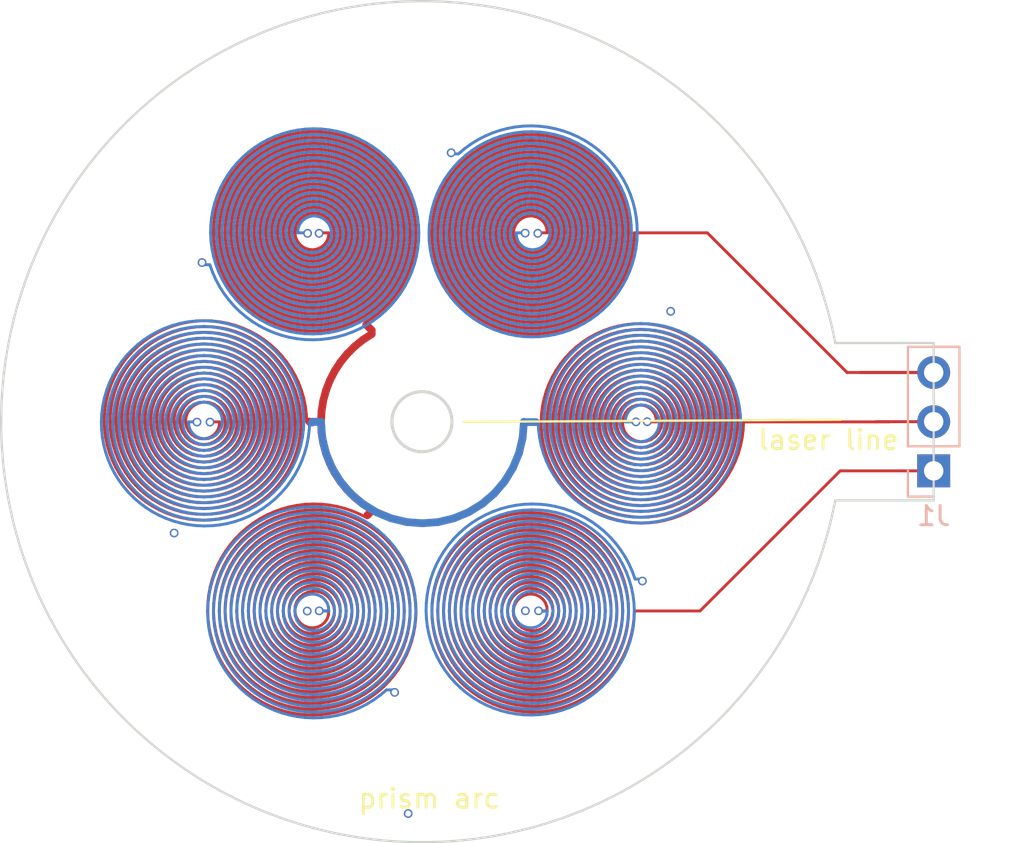
<source format=kicad_pcb>
(kicad_pcb (version 20221018) (generator pcbnew)
  (layers (0 "F.Cu" signal) (1 "In1.Cu" signal) (2 "In2.Cu" signal) (31 "B.Cu" signal) (34 "B.Paste" user) (35 "F.Paste" user) (36 "B.SilkS" user "B.Silkscreen") (37 "F.SilkS" user "F.Silkscreen") (38 "B.Mask" user) (39 "F.Mask" user) (44 "Edge.Cuts" user))
  (net 0 "")
  (net 1 "PH1")
  (footprint "Connector_PinHeader_2.54mm:PinHeader_1x03_P2.54mm_Vertical" (layer "B.Cu") (at 131.188 116.686)
    (fp_text reference "J1")
    (fp_text value "Conn_01x03")
  )
  (gr_line (start 126.402 114.046) (end 106.922 114.156) (stroke (width 0.12)) (layer "F.SilkS"))
  (gr_line (start 131.188 110.082) (end 131.188 118.21) (stroke (width 0.12)) (layer "Edge.Cuts"))
  (gr_circle (center 104.772 114.146) (end 103.222 114.146) (stroke (width 0.16)) (fill none) (layer "Edge.Cuts"))
  (gr_arc (start 126.108 118.21) (mid 83.052401 114.146) (end 126.108 110.082) (stroke (width 0.12)) (layer "Edge.Cuts"))
  (gr_line (start 131.188 118.21) (end 126.108 118.21) (stroke (width 0.12)) (layer "Edge.Cuts"))
  (gr_line (start 126.108 110.082) (end 131.188 110.082) (stroke (width 0.12)) (layer "Edge.Cuts"))
  (gr_text "prism arc" (at 105.156 133.604) (layer "F.SilkS") (effects (font (size 1 1))))
  (gr_text "laser line" (at 122.044 115.67) (layer "F.SilkS") (effects (font (size 1 1)) (justify left bottom)))
  (via (at 104.062 134.386) (size 0.45) (drill 0.3) (layers "F.Cu" "B.Cu") (net 0))
  (segment (start 104.052 134.356) (end 104.082 134.386) (width 0.2) (layer "B.Cu") (net 0))
  (segment (start 105.907947 123.524915) (end 105.886482 123.92111) (width 0.15) (layer "F.Cu") (net 1))
  (segment (start 93.148 111.060186) (end 93.523982 111.031674) (width 0.15) (layer "F.Cu") (net 1))
  (segment (start 113.150004 101.678715) (end 112.87394 101.422186) (width 0.15) (layer "F.Cu") (net 1))
  (segment (start 115.138769 106.788172) (end 115.315721 106.413284) (width 0.15) (layer "F.Cu") (net 1))
  (segment (start 100.573154 126.852477) (end 100.237838 126.997159) (width 0.15) (layer "F.Cu") (net 1))
  (segment (start 115.554871 113.078729) (end 115.321341 113.212892) (width 0.15) (layer "F.Cu") (net 1))
  (segment (start 111.020675 105.605328) (end 111.282647 105.453295) (width 0.15) (layer "F.Cu") (net 1))
  (segment (start 110.815839 100.540562) (end 110.436482 100.517238) (width 0.15) (layer "F.Cu") (net 1))
  (segment (start 94.011482 104.392238) (end 94.023619 103.987879) (width 0.15) (layer "F.Cu") (net 1))
  (segment (start 110.979979 114.963485) (end 111.055338 115.361544) (width 0.15) (layer "F.Cu") (net 1))
  (segment (start 119.445953 112.354318) (end 119.256952 112.029882) (width 0.15) (layer "F.Cu") (net 1))
  (segment (start 99.902687 107.879334) (end 99.534649 107.942681) (width 0.15) (layer "F.Cu") (net 1))
  (segment (start 117.519931 110.90902) (end 117.174082 110.770913) (width 0.15) (layer "F.Cu") (net 1))
  (segment (start 115.138769 126.317045) (end 115.315721 125.942157) (width 0.15) (layer "F.Cu") (net 1))
  (segment (start 93.523982 115.331674) (end 93.260136 115.31266) (width 0.15) (layer "F.Cu") (net 1))
  (segment (start 110.069199 101.132507) (end 109.705342 101.188903) (width 0.15) (layer "F.Cu") (net 1))
  (segment (start 96.877561 108.612554) (end 96.534692 108.41284) (width 0.15) (layer "F.Cu") (net 1))
  (segment (start 112.138337 114.544301) (end 112.190685 114.92911) (width 0.15) (layer "F.Cu") (net 1))
  (segment (start 92.109291 114.742658) (end 92.01296 114.457235) (width 0.15) (layer "F.Cu") (net 1))
  (segment (start 113.321065 123.570859) (end 113.263416 123.224334) (width 0.15) (layer "F.Cu") (net 1))
  (segment (start 112.272951 125.255383) (end 112.465749 124.955074) (width 0.15) (layer "F.Cu") (net 1))
  (segment (start 113.732997 101.902825) (end 113.492501 101.606308) (width 0.15) (layer "F.Cu") (net 1))
  (segment (start 97.862715 125.942031) (end 97.583863 125.74178) (width 0.15) (layer "F.Cu") (net 1))
  (segment (start 100.906761 110.652102) (end 100.561755 111.078149) (width 0.4) (layer "F.Cu") (net 1))
  (segment (start 105.298619 104.796596) (end 105.342479 105.199048) (width 0.15) (layer "F.Cu") (net 1))
  (segment (start 96.993022 107.637567) (end 96.682392 107.413017) (width 0.15) (layer "F.Cu") (net 1))
  (segment (start 103.330319 127.245647) (end 103.072837 127.550318) (width 0.15) (layer "F.Cu") (net 1))
  (segment (start 97.22577 103.405943) (end 97.397825 103.110866) (width 0.15) (layer "F.Cu") (net 1))
  (segment (start 117.316032 114.754814) (end 117.428435 114.465819) (width 0.15) (layer "F.Cu") (net 1))
  (segment (start 102.557612 107.241929) (end 102.299268 107.530024) (width 0.15) (layer "F.Cu") (net 1))
  (segment (start 106.053594 103.217846) (end 105.963813 103.603585) (width 0.15) (layer "F.Cu") (net 1))
  (segment (start 110.174428 105.370237) (end 110.436482 105.417238) (width 0.15) (layer "F.Cu") (net 1))
  (segment (start 89.064407 112.200523) (end 89.237705 111.837057) (width 0.15) (layer "F.Cu") (net 1))
  (segment (start 89.237705 111.837057) (end 89.440592 111.488862) (width 0.15) (layer "F.Cu") (net 1))
  (segment (start 94.233185 117.034023) (end 93.881883 117.104256) (width 0.15) (layer "F.Cu") (net 1))
  (segment (start 90.523338 118.286706) (end 90.206114 118.041398) (width 0.15) (layer "F.Cu") (net 1))
  (segment (start 101.161482 104.392238) (end 101.144266 104.70628) (width 0.15) (layer "F.Cu") (net 1))
  (segment (start 99.551141 108.846058) (end 99.161482 108.867238) (width 0.15) (layer "F.Cu") (net 1))
  (segment (start 98.80219 126.880146) (end 98.446757 126.820866) (width 0.15) (layer "F.Cu") (net 1))
  (segment (start 94.766032 113.558534) (end 94.878435 113.847529) (width 0.15) (layer "F.Cu") (net 1))
  (segment (start 102.504446 105.478432) (end 102.377162 105.823951) (width 0.15) (layer "F.Cu") (net 1))
  (segment (start 99.986005 118.450757) (end 100.393294 118.524188) (width 0.15) (layer "F.Cu") (net 1))
  (segment (start 99.95782 119.661078) (end 100.348696 119.748484) (width 0.15) (layer "F.Cu") (net 1))
  (segment (start 106.976515 101.48898) (end 106.733232 101.799194) (width 0.15) (layer "F.Cu") (net 1))
  (segment (start 90.357111 111.26969) (end 90.634026 110.986543) (width 0.15) (layer "F.Cu") (net 1))
  (segment (start 112.024025 108.753977) (end 112.399896 108.602792) (width 0.15) (layer "F.Cu") (net 1))
  (segment (start 113.305476 104.769948) (end 113.336482 104.392238) (width 0.15) (layer "F.Cu") (net 1))
  (segment (start 107.756275 122.514429) (end 107.600865 122.845703) (width 0.15) (layer "F.Cu") (net 1))
  (segment (start 102.211476 102.176287) (end 102.430728 102.504738) (width 0.15) (layer "F.Cu") (net 1))
  (segment (start 96.127993 123.552778) (end 96.188906 123.188436) (width 0.15) (layer "F.Cu") (net 1))
  (segment (start 94.975173 123.138554) (end 95.060993 122.754421) (width 0.15) (layer "F.Cu") (net 1))
  (segment (start 114.867873 118.919491) (end 115.264653 119.006716) (width 0.15) (layer "F.Cu") (net 1))
  (segment (start 119.459622 116.418887) (end 119.669189 116.078352) (width 0.15) (layer "F.Cu") (net 1))
  (segment (start 97.052047 115.618046) (end 96.895953 115.95903) (width 0.15) (layer "F.Cu") (net 1))
  (segment (start 107.720143 108.824901) (end 108.074596 109.027699) (width 0.15) (layer "F.Cu") (net 1))
  (segment (start 111.612047 105.567803) (end 111.826595 105.321082) (width 0.15) (layer "F.Cu") (net 1))
  (segment (start 91.578177 109.983882) (end 91.947839 109.826257) (width 0.15) (layer "F.Cu") (net 1))
  (segment (start 91.977186 112.609878) (end 92.233793 112.380882) (width 0.15) (layer "F.Cu") (net 1))
  (segment (start 110.436482 128.84611) (end 110.843511 128.833223) (width 0.15) (layer "F.Cu") (net 1))
  (segment (start 116.866714 109.151563) (end 116.471868 109.101057) (width 0.15) (layer "F.Cu") (net 1))
  (segment (start 112.271571 111.197139) (end 112.036857 111.519088) (width 0.15) (layer "F.Cu") (net 1))
  (segment (start 113.652162 122.489397) (end 113.489222 122.15861) (width 0.15) (layer "F.Cu") (net 1))
  (segment (start 101.096425 109.063603) (end 100.725108 109.204584) (width 0.15) (layer "F.Cu") (net 1))
  (segment (start 92.796053 111.440008) (end 93.156061 111.362039) (width 0.15) (layer "F.Cu") (net 1))
  (segment (start 114.823889 104.008389) (end 114.777843 103.626739) (width 0.15) (layer "F.Cu") (net 1))
  (segment (start 97.042516 107.308744) (end 96.745921 107.07499) (width 0.15) (layer "F.Cu") (net 1))
  (segment (start 88.783325 116.120318) (end 88.640307 115.743476) (width 0.15) (layer "F.Cu") (net 1))
  (segment (start 114.858042 115.605775) (end 115.123982 115.802122) (width 0.15) (layer "F.Cu") (net 1))
  (segment (start 99.870685 107.269586) (end 99.519383 107.339819) (width 0.15) (layer "F.Cu") (net 1))
  (segment (start 106.013056 121.980816) (end 105.864202 122.351445) (width 0.15) (layer "F.Cu") (net 1))
  (segment (start 93.792507 113.154526) (end 94.048982 113.247347) (width 0.15) (layer "F.Cu") (net 1))
  (segment (start 110.026827 109.597392) (end 110.436482 109.617238) (width 0.15) (layer "F.Cu") (net 1))
  (segment (start 114.624646 114.757009) (end 114.761819 115.033433) (width 0.15) (layer "F.Cu") (net 1))
  (segment (start 96.475013 106.811145) (end 96.23284 106.52002) (width 0.15) (layer "F.Cu") (net 1))
  (segment (start 101.345401 107.919388) (end 101.012607 108.109798) (width 0.15) (layer "F.Cu") (net 1))
  (segment (start 114.898882 109.516308) (end 114.518415 109.625463) (width 0.15) (layer "F.Cu") (net 1))
  (segment (start 109.705342 120.717776) (end 109.34951 120.814723) (width 0.15) (layer "F.Cu") (net 1))
  (segment (start 115.663823 105.220167) (end 115.716405 104.807777) (width 0.15) (layer "F.Cu") (net 1))
  (segment (start 98.211863 114.545123) (end 98.167667 114.931568) (width 0.15) (layer "F.Cu") (net 1))
  (segment (start 101.507919 122.849529) (end 101.64308 123.192448) (width 0.15) (layer "F.Cu") (net 1))
  (segment (start 110.436482 120.04611) (end 110.056206 120.060105) (width 0.15) (layer "F.Cu") (net 1))
  (segment (start 114.599182 107.111865) (end 114.813021 106.760702) (width 0.15) (layer "F.Cu") (net 1))
  (segment (start 113.705728 125.80861) (end 113.889684 125.458575) (width 0.15) (layer "F.Cu") (net 1))
  (segment (start 108.152561 100.171921) (end 107.809692 100.371635) (width 0.15) (layer "F.Cu") (net 1))
  (segment (start 114.157631 108.113387) (end 114.44097 107.812393) (width 0.15) (layer "F.Cu") (net 1))
  (segment (start 102.046065 104.742489) (end 101.988416 105.089014) (width 0.15) (layer "F.Cu") (net 1))
  (segment (start 117.212903 110.153782) (end 116.839515 110.061435) (width 0.15) (layer "F.Cu") (net 1))
  (segment (start 112.883163 110.965855) (end 112.614015 111.253417) (width 0.15) (layer "F.Cu") (net 1))
  (segment (start 108.32036 123.58595) (end 108.286482 123.92111) (width 0.15) (layer "F.Cu") (net 1))
  (segment (start 99.546295 128.073908) (end 99.161482 128.09611) (width 0.15) (layer "F.Cu") (net 1))
  (segment (start 96.739662 115.588387) (end 96.576722 115.919174) (width 0.15) (layer "F.Cu") (net 1))
  (segment (start 93.901355 111.048732) (end 94.274605 111.111278) (width 0.15) (layer "F.Cu") (net 1))
  (segment (start 101.872762 102.230064) (end 102.102337 102.544376) (width 0.15) (layer "F.Cu") (net 1))
  (segment (start 100.997951 103.057965) (end 101.190749 103.358274) (width 0.15) (layer "F.Cu") (net 1))
  (segment (start 101.580892 124.923263) (end 101.434799 125.23361) (width 0.15) (layer "F.Cu") (net 1))
  (segment (start 102.102337 102.544376) (end 102.295567 102.882942) (width 0.15) (layer "F.Cu") (net 1))
  (segment (start 96.949693 127.493273) (end 96.626872 127.277477) (width 0.15) (layer "F.Cu") (net 1))
  (segment (start 102.989176 107.661397) (end 102.723532 107.954288) (width 0.15) (layer "F.Cu") (net 1))
  (segment (start 105.66118 106.370233) (end 105.827751 106.740503) (width 0.15) (layer "F.Cu") (net 1))
  (segment (start 113.944878 121.748804) (end 113.732997 121.431698) (width 0.15) (layer "F.Cu") (net 1))
  (segment (start 109.146293 125.696903) (end 109.436568 125.883552) (width 0.15) (layer "F.Cu") (net 1))
  (segment (start 115.360501 124.742784) (end 115.415471 124.333681) (width 0.15) (layer "F.Cu") (net 1))
  (segment (start 110.722411 122.483647) (end 110.436482 122.44611) (width 0.15) (layer "F.Cu") (net 1))
  (segment (start 111.149042 123.027589) (end 110.936998 122.881778) (width 0.15) (layer "F.Cu") (net 1))
  (segment (start 101.18337 106.927605) (end 100.889636 107.142579) (width 0.15) (layer "F.Cu") (net 1))
  (segment (start 110.772202 106.296199) (end 111.100571 106.216807) (width 0.15) (layer "F.Cu") (net 1))
  (segment (start 112.846875 122.257336) (end 112.633073 121.9751) (width 0.15) (layer "F.Cu") (net 1))
  (segment (start 96.111482 123.92111) (end 96.127993 123.552778) (width 0.15) (layer "F.Cu") (net 1))
  (segment (start 92.009423 118.066201) (end 91.653192 117.913727) (width 0.15) (layer "F.Cu") (net 1))
  (segment (start 108.713712 103.765201) (end 108.622794 104.072436) (width 0.15) (layer "F.Cu") (net 1))
  (segment (start 109.753554 126.022945) (end 110.089589 126.111309) (width 0.15) (layer "F.Cu") (net 1))
  (segment (start 104.450224 124.317447) (end 104.409348 124.712099) (width 0.15) (layer "F.Cu") (net 1))
  (segment (start 103.562376 102.790443) (end 103.689259 103.179023) (width 0.15) (layer "F.Cu") (net 1))
  (segment (start 96.723982 114.156674) (end 96.709185 114.51556) (width 0.15) (layer "F.Cu") (net 1))
  (segment (start 106.856462 124.682067) (end 106.95086 125.053658) (width 0.15) (layer "F.Cu") (net 1))
  (segment (start 111.240323 122.718078) (end 110.993765 122.575711) (width 0.15) (layer "F.Cu") (net 1))
  (segment (start 106.399357 121.283525) (end 106.191864 121.624038) (width 0.15) (layer "F.Cu") (net 1))
  (segment (start 107.102223 124.296791) (end 107.160028 124.66894) (width 0.15) (layer "F.Cu") (net 1))
  (segment (start 95.581462 103.631281) (end 95.67586 103.25969) (width 0.15) (layer "F.Cu") (net 1))
  (segment (start 96.626872 107.748604) (end 96.325025 107.503682) (width 0.15) (layer "F.Cu") (net 1))
  (segment (start 111.311482 102.876693) (end 111.037867 102.739945) (width 0.15) (layer "F.Cu") (net 1))
  (segment (start 100.83733 102.458206) (end 101.100667 102.711924) (width 0.15) (layer "F.Cu") (net 1))
  (segment (start 92.377817 118.185026) (end 92.009423 118.066201) (width 0.15) (layer "F.Cu") (net 1))
  (segment (start 98.401732 101.063555) (end 98.778603 100.994097) (width 0.15) (layer "F.Cu") (net 1))
  (segment (start 92.258589 115.002182) (end 92.109291 114.742658) (width 0.15) (layer "F.Cu") (net 1))
  (segment (start 109.791247 123.275875) (end 109.635409 123.45861) (width 0.15) (layer "F.Cu") (net 1))
  (segment (start 95.972339 111.708317) (end 96.235262 111.9945) (width 0.15) (layer "F.Cu") (net 1))
  (segment (start 92.130706 116.811339) (end 91.817603 116.628791) (width 0.15) (layer "F.Cu") (net 1))
  (segment (start 91.105668 114.504375) (end 91.073982 114.156674) (width 0.15) (layer "F.Cu") (net 1))
  (segment (start 115.314232 117.485356) (end 115.691103 117.554815) (width 0.15) (layer "F.Cu") (net 1))
  (segment (start 114.012012 111.571046) (end 113.731691 111.814383) (width 0.15) (layer "F.Cu") (net 1))
  (segment (start 95.166286 115.349878) (end 94.964712 115.597404) (width 0.15) (layer "F.Cu") (net 1))
  (segment (start 99.56494 99.780686) (end 99.966052 99.829295) (width 0.15) (layer "F.Cu") (net 1))
  (segment (start 97.455103 126.393227) (end 97.165738 126.17384) (width 0.15) (layer "F.Cu") (net 1))
  (segment (start 108.398354 103.082412) (end 108.22649 103.382968) (width 0.15) (layer "F.Cu") (net 1))
  (segment (start 91.765166 111.608589) (end 92.082446 111.410058) (width 0.15) (layer "F.Cu") (net 1))
  (segment (start 110.069199 120.661379) (end 109.705342 120.717776) (width 0.15) (layer "F.Cu") (net 1))
  (segment (start 94.369843 103.592654) (end 94.448411 103.198726) (width 0.15) (layer "F.Cu") (net 1))
  (segment (start 99.85368 121.790744) (end 100.181826 121.918573) (width 0.15) (layer "F.Cu") (net 1))
  (segment (start 115.121823 113.397352) (end 114.967077 113.623617) (width 0.15) (layer "F.Cu") (net 1))
  (segment (start 101.44482 124.249405) (end 101.3814 124.572937) (width 0.15) (layer "F.Cu") (net 1))
  (segment (start 90.346803 113.044931) (end 90.48643 112.693866) (width 0.15) (layer "F.Cu") (net 1))
  (segment (start 95.30923 120.922783) (end 95.567083 120.612233) (width 0.15) (layer "F.Cu") (net 1))
  (segment (start 92.707785 109.00341) (end 93.114327 108.951519) (width 0.15) (layer "F.Cu") (net 1))
  (segment (start 108.92546 104.091677) (end 108.886482 104.392238) (width 0.15) (layer "F.Cu") (net 1))
  (segment (start 107.600025 120.809666) (end 107.321777 121.081681) (width 0.15) (layer "F.Cu") (net 1))
  (segment (start 112.272951 105.72651) (end 112.465749 105.426201) (width 0.15) (layer "F.Cu") (net 1))
  (segment (start 115.579103 125.155745) (end 115.663823 124.74904) (width 0.15) (layer "F.Cu") (net 1))
  (segment (start 94.454959 113.619174) (end 94.574426 113.875208) (width 0.15) (layer "F.Cu") (net 1))
  (segment (start 103.380785 122.720615) (end 103.47789 123.114234) (width 0.15) (layer "F.Cu") (net 1))
  (segment (start 103.849363 104.780686) (end 103.805167 105.167132) (width 0.15) (layer "F.Cu") (net 1))
  (segment (start 119.126722 112.394174) (end 118.929812 112.081792) (width 0.15) (layer "F.Cu") (net 1))
  (segment (start 94.420825 106.355882) (end 94.277807 105.97904) (width 0.15) (layer "F.Cu") (net 1))
  (segment (start 93.523982 117.431674) (end 93.156699 117.416405) (width 0.15) (layer "F.Cu") (net 1))
  (segment (start 95.523982 114.156674) (end 95.506766 114.470716) (width 0.15) (layer "F.Cu") (net 1))
  (segment (start 100.139596 126.06288) (end 99.826755 126.186822) (width 0.15) (layer "F.Cu") (net 1))
  (segment (start 89.57743 115.685576) (end 89.448953 115.31612) (width 0.15) (layer "F.Cu") (net 1))
  (segment (start 106.186482 104.392238) (end 106.200219 104.784785) (width 0.15) (layer "F.Cu") (net 1))
  (segment (start 102.332423 104.007216) (end 102.361482 104.392238) (width 0.15) (layer "F.Cu") (net 1))
  (segment (start 89.486857 116.79426) (end 89.279364 116.453746) (width 0.15) (layer "F.Cu") (net 1))
  (segment (start 96.709185 114.51556) (end 96.654197 114.871125) (width 0.15) (layer "F.Cu") (net 1))
  (segment (start 102.430728 122.03361) (end 102.614684 122.383646) (width 0.15) (layer "F.Cu") (net 1))
  (segment (start 100.819622 104.062413) (end 100.861482 104.392238) (width 0.15) (layer "F.Cu") (net 1))
  (segment (start 91.276778 113.13041) (end 91.439968 112.817359) (width 0.15) (layer "F.Cu") (net 1))
  (segment (start 93.117605 109.252429) (end 93.523982 109.231674) (width 0.15) (layer "F.Cu") (net 1))
  (segment (start 94.125367 115.808967) (end 93.83076 115.896501) (width 0.15) (layer "F.Cu") (net 1))
  (segment (start 100.714754 123.277724) (end 100.819622 123.591286) (width 0.15) (layer "F.Cu") (net 1))
  (segment (start 95.529481 105.896662) (end 95.395025 105.53478) (width 0.15) (layer "F.Cu") (net 1))
  (segment (start 111.22355 108.349093) (end 111.60896 108.257379) (width 0.15) (layer "F.Cu") (net 1))
  (segment (start 108.789021 102.245225) (end 108.518455 102.47421) (width 0.15) (layer "F.Cu") (net 1))
  (segment (start 107.568499 125.008793) (end 107.715408 125.34924) (width 0.15) (layer "F.Cu") (net 1))
  (segment (start 95.704392 105.515514) (end 95.601025 105.149036) (width 0.15) (layer "F.Cu") (net 1))
  (segment (start 111.145685 121.043762) (end 110.794383 120.973529) (width 0.15) (layer "F.Cu") (net 1))
  (segment (start 99.384713 124.754221) (end 99.161482 124.79611) (width 0.15) (layer "F.Cu") (net 1))
  (segment (start 112.600798 105.783159) (end 112.782919 105.463819) (width 0.15) (layer "F.Cu") (net 1))
  (segment (start 93.185014 116.514249) (end 92.851025 116.448554) (width 0.15) (layer "F.Cu") (net 1))
  (segment (start 100.668036 103.128089) (end 100.871882 103.404738) (width 0.15) (layer "F.Cu") (net 1))
  (segment (start 113.532293 105.155286) (end 113.607423 104.77726) (width 0.15) (layer "F.Cu") (net 1))
  (segment (start 109.630399 105.403034) (end 109.870884 105.566715) (width 0.15) (layer "F.Cu") (net 1))
  (segment (start 99.534649 127.471554) (end 99.161482 127.49611) (width 0.15) (layer "F.Cu") (net 1))
  (segment (start 115.004143 103.235549) (end 114.896757 102.861023) (width 0.15) (layer "F.Cu") (net 1))
  (segment (start 101.872762 121.758937) (end 102.102337 122.073249) (width 0.15) (layer "F.Cu") (net 1))
  (segment (start 111.60896 127.786252) (end 111.983958 127.657048) (width 0.15) (layer "F.Cu") (net 1))
  (segment (start 112.209075 113.387896) (end 112.147667 113.769966) (width 0.15) (layer "F.Cu") (net 1))
  (segment (start 110.144026 125.202444) (end 110.436482 125.24611) (width 0.15) (layer "F.Cu") (net 1))
  (segment (start 118.298982 110.302861) (end 117.956394 110.119828) (width 0.15) (layer "F.Cu") (net 1))
  (segment (start 109.228268 123.645343) (end 109.186482 123.92111) (width 0.15) (layer "F.Cu") (net 1))
  (segment (start 97.974121 128.866827) (end 97.588585 128.761988) (width 0.15) (layer "F.Cu") (net 1))
  (segment (start 109.728949 106.801873) (end 110.078107 106.884788) (width 0.15) (layer "F.Cu") (net 1))
  (segment (start 89.633555 117.479413) (end 89.381815 117.166134) (width 0.15) (layer "F.Cu") (net 1))
  (segment (start 95.278185 103.619802) (end 95.368111 103.241531) (width 0.15) (layer "F.Cu") (net 1))
  (segment (start 92.911196 115.84029) (end 92.623982 115.71552) (width 0.15) (layer "F.Cu") (net 1))
  (segment (start 108.90707 124.225329) (end 108.987146 124.521445) (width 0.15) (layer "F.Cu") (net 1))
  (segment (start 108.842464 109.035454) (end 109.230373 109.155054) (width 0.15) (layer "F.Cu") (net 1))
  (segment (start 110.994795 113.35221) (end 110.943596 113.752904) (width 0.15) (layer "F.Cu") (net 1))
  (segment (start 110.030105 109.296482) (end 110.436482 109.317238) (width 0.15) (layer "F.Cu") (net 1))
  (segment (start 97.580986 105.304738) (end 97.438712 105.019275) (width 0.15) (layer "F.Cu") (net 1))
  (segment (start 97.407389 123.282673) (end 97.537684 122.98361) (width 0.15) (layer "F.Cu") (net 1))
  (segment (start 95.526504 104.010186) (end 95.581462 103.631281) (width 0.15) (layer "F.Cu") (net 1))
  (segment (start 118.785262 116.318848) (end 119.014837 116.004535) (width 0.15) (layer "F.Cu") (net 1))
  (segment (start 101.161482 123.92111) (end 101.144266 124.235153) (width 0.15) (layer "F.Cu") (net 1))
  (segment (start 109.738214 105.090506) (end 109.936482 105.258263) (width 0.15) (layer "F.Cu") (net 1))
  (segment (start 99.946297 104.602528) (end 99.875953 104.804738) (width 0.15) (layer "F.Cu") (net 1))
  (segment (start 113.710512 100.558841) (end 113.401859 100.310747) (width 0.15) (layer "F.Cu") (net 1))
  (segment (start 108.490677 108.56503) (end 108.860339 108.722654) (width 0.15) (layer "F.Cu") (net 1))
  (segment (start 94.624082 117.542435) (end 94.265187 117.64377) (width 0.15) (layer "F.Cu") (net 1))
  (segment (start 113.832612 101.542546) (end 113.574268 101.254451) (width 0.15) (layer "F.Cu") (net 1))
  (segment (start 94.593416 113.303829) (end 94.766032 113.558534) (width 0.15) (layer "F.Cu") (net 1))
  (segment (start 113.998532 100.830187) (end 113.710512 100.558841) (width 0.15) (layer "F.Cu") (net 1))
  (segment (start 105.606981 103.992054) (end 105.586482 104.392238) (width 0.15) (layer "F.Cu") (net 1))
  (segment (start 116.825283 114.907975) (end 117.004959 114.694174) (width 0.15) (layer "F.Cu") (net 1))
  (segment (start 96.904434 125.92068) (end 96.675121 125.637321) (width 0.15) (layer "F.Cu") (net 1))
  (segment (start 110.784824 121.275192) (end 110.436482 121.24611) (width 0.15) (layer "F.Cu") (net 1))
  (segment (start 98.352153 99.542195) (end 98.755105 99.487993) (width 0.15) (layer "F.Cu") (net 1))
  (segment (start 113.58046 126.501307) (end 113.822122 126.183323) (width 0.15) (layer "F.Cu") (net 1))
  (segment (start 100.997943 101.469527) (end 101.316975 101.689334) (width 0.15) (layer "F.Cu") (net 1))
  (segment (start 112.483065 111.933272) (end 112.289284 112.272118) (width 0.15) (layer "F.Cu") (net 1))
  (segment (start 113.998532 120.35906) (end 113.710512 120.087714) (width 0.15) (layer "F.Cu") (net 1))
  (segment (start 92.378464 113.605022) (end 92.521562 113.357271) (width 0.15) (layer "F.Cu") (net 1))
  (segment (start 91.474678 111.843488) (end 91.765166 111.608589) (width 0.15) (layer "F.Cu") (net 1))
  (segment (start 102.811312 125.028274) (end 102.689547 125.382483) (width 0.15) (layer "F.Cu") (net 1))
  (segment (start 102.344452 126.047903) (end 102.124286 126.352621) (width 0.15) (layer "F.Cu") (net 1))
  (segment (start 112.12743 112.627772) (end 111.998953 112.997228) (width 0.15) (layer "F.Cu") (net 1))
  (segment (start 91.876521 116.303686) (end 91.605955 116.074701) (width 0.15) (layer "F.Cu") (net 1))
  (segment (start 114.273982 111.038983) (end 113.955016 111.240168) (width 0.15) (layer "F.Cu") (net 1))
  (segment (start 118.398982 118.183692) (end 118.743502 117.969144) (width 0.15) (layer "F.Cu") (net 1))
  (segment (start 94.442409 112.782151) (end 94.699547 112.981109) (width 0.15) (layer "F.Cu") (net 1))
  (segment (start 96.046777 107.231667) (end 95.794553 106.934824) (width 0.15) (layer "F.Cu") (net 1))
  (segment (start 111.623925 123.127687) (end 111.452948 122.904644) (width 0.15) (layer "F.Cu") (net 1))
  (segment (start 95.060993 122.754421) (end 95.18202 122.379458) (width 0.15) (layer "F.Cu") (net 1))
  (segment (start 90.48643 112.693866) (end 90.664776 112.360116) (width 0.15) (layer "F.Cu") (net 1))
  (segment (start 107.48422 120.128044) (end 107.178401 120.381891) (width 0.15) (layer "F.Cu") (net 1))
  (segment (start 100.249738 101.764955) (end 100.586482 101.924065) (width 0.15) (layer "F.Cu") (net 1))
  (segment (start 109.219356 109.461931) (end 109.620285 109.545501) (width 0.15) (layer "F.Cu") (net 1))
  (segment (start 95.797299 115.469174) (end 95.611493 115.758478) (width 0.15) (layer "F.Cu") (net 1))
  (segment (start 111.636755 108.871719) (end 112.024025 108.753977) (width 0.15) (layer "F.Cu") (net 1))
  (segment (start 101.44482 104.720532) (end 101.3814 105.044064) (width 0.15) (layer "F.Cu") (net 1))
  (segment (start 97.397825 122.639739) (end 97.614686 122.374314) (width 0.15) (layer "F.Cu") (net 1))
  (segment (start 96.766158 121.525786) (end 97.04607 121.268468) (width 0.15) (layer "F.Cu") (net 1))
  (segment (start 115.748207 112.099813) (end 115.428136 112.168966) (width 0.15) (layer "F.Cu") (net 1))
  (segment (start 92.524068 112.194232) (end 92.841054 112.054839) (width 0.15) (layer "F.Cu") (net 1))
  (segment (start 111.636755 128.400591) (end 112.024025 128.28285) (width 0.15) (layer "F.Cu") (net 1))
  (segment (start 91.073982 114.156674) (end 91.092171 113.807032) (width 0.15) (layer "F.Cu") (net 1))
  (segment (start 119.470112 111.306982) (end 119.211768 111.018888) (width 0.15) (layer "F.Cu") (net 1))
  (segment (start 105.867846 102.064401) (end 105.695825 102.428593) (width 0.15) (layer "F.Cu") (net 1))
  (segment (start 114.583908 110.559318) (end 114.236271 110.718559) (width 0.15) (layer "F.Cu") (net 1))
  (segment (start 103.483691 125.817007) (end 103.315838 126.169336) (width 0.15) (layer "F.Cu") (net 1))
  (segment (start 100.181826 121.918573) (end 100.486938 122.096777) (width 0.15) (layer "F.Cu") (net 1))
  (segment (start 108.074596 109.027699) (end 108.444136 109.202185) (width 0.15) (layer "F.Cu") (net 1))
  (segment (start 113.033046 119.946773) (end 112.697858 119.742453) (width 0.15) (layer "F.Cu") (net 1))
  (segment (start 94.324113 123.520275) (end 94.369843 123.121527) (width 0.15) (layer "F.Cu") (net 1))
  (segment (start 102.935693 103.995552) (end 102.961482 104.392238) (width 0.15) (layer "F.Cu") (net 1))
  (segment (start 101.122891 123.575261) (end 101.161482 123.92111) (width 0.15) (layer "F.Cu") (net 1))
  (segment (start 109.310584 127.138741) (end 109.676732 127.249793) (width 0.15) (layer "F.Cu") (net 1))
  (segment (start 95.493366 100.724121) (end 95.790035 100.44478) (width 0.15) (layer "F.Cu") (net 1))
  (segment (start 106.294315 120.91165) (end 106.067767 121.243958) (width 0.15) (layer "F.Cu") (net 1))
  (segment (start 95.811482 123.92111) (end 95.827223 123.54543) (width 0.15) (layer "F.Cu") (net 1))
  (segment (start 92.730887 109.913989) (end 93.125328 109.854517) (width 0.15) (layer "F.Cu") (net 1))
  (segment (start 109.870884 125.095588) (end 110.144026 125.202444) (width 0.15) (layer "F.Cu") (net 1))
  (segment (start 110.83146 127.931394) (end 111.22355 127.877966) (width 0.15) (layer "F.Cu") (net 1))
  (segment (start 99.568511 119.008998) (end 99.97341 119.055494) (width 0.15) (layer "F.Cu") (net 1))
  (segment (start 108.677666 106.940322) (end 108.994946 107.138854) (width 0.15) (layer "F.Cu") (net 1))
  (segment (start 100.373405 119.135334) (end 100.765754 119.248027) (width 0.15) (layer "F.Cu") (net 1))
  (segment (start 96.082726 121.394441) (end 96.341894 121.101522) (width 0.15) (layer "F.Cu") (net 1))
  (segment (start 95.182122 113.826849) (end 95.223982 114.156674) (width 0.15) (layer "F.Cu") (net 1))
  (segment (start 108.628523 126.798461) (end 108.959728 126.987622) (width 0.15) (layer "F.Cu") (net 1))
  (segment (start 96.111482 104.392238) (end 96.127993 104.023905) (width 0.15) (layer "F.Cu") (net 1))
  (segment (start 98.835707 125.977971) (end 98.515636 125.908819) (width 0.15) (layer "F.Cu") (net 1))
  (segment (start 91.044892 117.177454) (end 90.757427 116.923229) (width 0.15) (layer "F.Cu") (net 1))
  (segment (start 107.245663 120.730291) (end 106.976515 121.017853) (width 0.15) (layer "F.Cu") (net 1))
  (segment (start 107.903865 107.47824) (end 108.215937 107.715518) (width 0.15) (layer "F.Cu") (net 1))
  (segment (start 98.359806 99.845708) (end 98.75875 99.788988) (width 0.15) (layer "F.Cu") (net 1))
  (segment (start 97.165738 106.644967) (end 96.904434 106.391807) (width 0.15) (layer "F.Cu") (net 1))
  (segment (start 108.565692 100.635185) (end 108.224693 100.820075) (width 0.15) (layer "F.Cu") (net 1))
  (segment (start 111.187105 107.437634) (end 111.55076 107.330346) (width 0.15) (layer "F.Cu") (net 1))
  (segment (start 95.81324 116.445932) (end 95.54587 116.692042) (width 0.15) (layer "F.Cu") (net 1))
  (segment (start 118.987452 110.413448) (end 118.670546 110.182336) (width 0.15) (layer "F.Cu") (net 1))
  (segment (start 94.189255 116.422386) (end 93.861009 116.500751) (width 0.15) (layer "F.Cu") (net 1))
  (segment (start 101.437414 102.645853) (end 101.651305 102.954738) (width 0.15) (layer "F.Cu") (net 1))
  (segment (start 96.920112 117.006366) (end 96.661768 117.29446) (width 0.15) (layer "F.Cu") (net 1))
  (segment (start 93.135136 110.457053) (end 93.523982 110.431674) (width 0.15) (layer "F.Cu") (net 1))
  (segment (start 114.448507 124.719152) (end 114.512074 124.322521) (width 0.15) (layer "F.Cu") (net 1))
  (segment (start 113.822122 106.65445) (end 114.031689 106.313916) (width 0.15) (layer "F.Cu") (net 1))
  (segment (start 110.03375 108.995487) (end 110.436482 109.017238) (width 0.15) (layer "F.Cu") (net 1))
  (segment (start 117.124426 114.43814) (end 117.173982 114.156674) (width 0.15) (layer "F.Cu") (net 1))
  (segment (start 114.964611 110.742381) (end 114.611764 110.872478) (width 0.15) (layer "F.Cu") (net 1))
  (segment (start 111.297917 113.35969) (end 111.244481 113.75649) (width 0.15) (layer "F.Cu") (net 1))
  (segment (start 103.538319 123.515537) (end 103.561482 123.92111) (width 0.15) (layer "F.Cu") (net 1))
  (segment (start 91.55356 109.664565) (end 91.929964 109.513458) (width 0.15) (layer "F.Cu") (net 1))
  (segment (start 99.531034 121.114082) (end 99.895881 121.180296) (width 0.15) (layer "F.Cu") (net 1))
  (segment (start 111.282343 114.956257) (end 111.360911 115.350186) (width 0.15) (layer "F.Cu") (net 1))
  (segment (start 100.136482 102.703488) (end 100.420274 102.892067) (width 0.15) (layer "F.Cu") (net 1))
  (segment (start 112.71982 104.063943) (end 112.6564 103.740411) (width 0.15) (layer "F.Cu") (net 1))
  (segment (start 102.614684 122.383646) (end 102.761231 122.751481) (width 0.15) (layer "F.Cu") (net 1))
  (segment (start 110.436482 123.04611) (end 110.20678 123.063851) (width 0.15) (layer "F.Cu") (net 1))
  (segment (start 106.973563 102.541269) (end 106.804481 102.887813) (width 0.15) (layer "F.Cu") (net 1))
  (segment (start 99.161482 105.267238) (end 98.93178 105.249497) (width 0.15) (layer "F.Cu") (net 1))
  (segment (start 115.124363 104.003789) (end 115.080167 103.617344) (width 0.15) (layer "F.Cu") (net 1))
  (segment (start 89.873982 114.156674) (end 89.889004 113.774622) (width 0.15) (layer "F.Cu") (net 1))
  (segment (start 106.842083 127.229987) (end 107.124932 127.518413) (width 0.15) (layer "F.Cu") (net 1))
  (segment (start 98.822514 126.278685) (end 98.488525 126.21299) (width 0.15) (layer "F.Cu") (net 1))
  (segment (start 111.882431 101.144583) (end 111.536582 101.006476) (width 0.15) (layer "F.Cu") (net 1))
  (segment (start 95.458232 126.514154) (end 95.242717 126.18361) (width 0.15) (layer "F.Cu") (net 1))
  (segment (start 103.93103 125.470831) (end 103.798202 125.841703) (width 0.15) (layer "F.Cu") (net 1))
  (segment (start 107.160028 105.140067) (end 107.259303 105.50398) (width 0.15) (layer "F.Cu") (net 1))
  (segment (start 118.347299 112.844174) (end 118.161493 112.55487) (width 0.15) (layer "F.Cu") (net 1))
  (segment (start 113.489222 102.629738) (end 113.292312 102.317356) (width 0.15) (layer "F.Cu") (net 1))
  (segment (start 94.724255 109.677193) (end 95.111525 109.794934) (width 0.15) (layer "F.Cu") (net 1))
  (segment (start 108.286482 104.392238) (end 108.305544 104.729745) (width 0.15) (layer "F.Cu") (net 1))
  (segment (start 109.199194 102.689257) (end 108.942719 102.898474) (width 0.15) (layer "F.Cu") (net 1))
  (segment (start 112.697858 119.742453) (end 112.346649 119.566367) (width 0.15) (layer "F.Cu") (net 1))
  (segment (start 105.599113 124.321946) (end 105.644843 124.720694) (width 0.15) (layer "F.Cu") (net 1))
  (segment (start 113.068381 118.018271) (end 113.395375 118.256587) (width 0.15) (layer "F.Cu") (net 1))
  (segment (start 112.397891 104.738087) (end 112.436482 104.392238) (width 0.15) (layer "F.Cu") (net 1))
  (segment (start 99.555472 128.675867) (end 99.161482 128.69611) (width 0.15) (layer "F.Cu") (net 1))
  (segment (start 96.799596 99.756776) (end 97.169136 99.58229) (width 0.15) (layer "F.Cu") (net 1))
  (segment (start 107.386482 104.392238) (end 107.402993 104.76057) (width 0.15) (layer "F.Cu") (net 1))
  (segment (start 89.933065 116.380076) (end 89.739284 116.04123) (width 0.15) (layer "F.Cu") (net 1))
  (segment (start 111.101755 102.126526) (end 110.773509 102.04816) (width 0.15) (layer "F.Cu") (net 1))
  (segment (start 113.733367 107.689123) (end 114.011356 107.391913) (width 0.15) (layer "F.Cu") (net 1))
  (segment (start 117.131402 116.472101) (end 117.453845 116.303782) (width 0.15) (layer "F.Cu") (net 1))
  (segment (start 109.086482 121.582842) (end 108.789021 121.774098) (width 0.15) (layer "F.Cu") (net 1))
  (segment (start 101.368616 120.883252) (end 101.677413 121.126886) (width 0.15) (layer "F.Cu") (net 1))
  (segment (start 113.607423 124.306132) (end 113.636482 123.92111) (width 0.15) (layer "F.Cu") (net 1))
  (segment (start 106.925445 107.338347) (end 107.19263 107.63609) (width 0.15) (layer "F.Cu") (net 1))
  (segment (start 99.745675 122.70802) (end 100.007647 122.860053) (width 0.15) (layer "F.Cu") (net 1))
  (segment (start 119.014837 116.004535) (end 119.208067 115.66597) (width 0.15) (layer "F.Cu") (net 1))
  (segment (start 111.240323 103.189205) (end 110.993765 103.046838) (width 0.15) (layer "F.Cu") (net 1))
  (segment (start 109.738214 124.619378) (end 109.936482 124.787136) (width 0.15) (layer "F.Cu") (net 1))
  (segment (start 115.67125 118.759924) (end 116.073982 118.781674) (width 0.15) (layer "F.Cu") (net 1))
  (segment (start 96.379812 116.231556) (end 96.150999 116.522051) (width 0.15) (layer "F.Cu") (net 1))
  (segment (start 102.30546 101.812041) (end 102.547122 102.130025) (width 0.15) (layer "F.Cu") (net 1))
  (segment (start 97.911482 104.392238) (end 97.932376 104.111702) (width 0.15) (layer "F.Cu") (net 1))
  (segment (start 106.733232 121.328067) (end 106.517717 121.65861) (width 0.15) (layer "F.Cu") (net 1))
  (segment (start 99.161482 125.99611) (end 98.835707 125.977971) (width 0.15) (layer "F.Cu") (net 1))
  (segment (start 91.801212 114.783711) (end 91.710294 114.476476) (width 0.15) (layer "F.Cu") (net 1))
  (segment (start 98.7855 120.824622) (end 99.161482 120.79611) (width 0.15) (layer "F.Cu") (net 1))
  (segment (start 113.790061 109.936357) (end 113.447192 110.136072) (width 0.15) (layer "F.Cu") (net 1))
  (segment (start 88.640307 115.743476) (end 88.527216 115.356291) (width 0.15) (layer "F.Cu") (net 1))
  (segment (start 92.736743 118.874336) (end 92.348882 118.79704) (width 0.15) (layer "F.Cu") (net 1))
  (segment (start 112.730269 119.4193) (end 112.371425 119.249745) (width 0.15) (layer "F.Cu") (net 1))
  (segment (start 109.31395 125.043642) (end 109.549306 125.248863) (width 0.15) (layer "F.Cu") (net 1))
  (segment (start 114.680706 111.502009) (end 114.367603 111.684557) (width 0.15) (layer "F.Cu") (net 1))
  (segment (start 98.38909 100.758419) (end 98.772636 100.692616) (width 0.15) (layer "F.Cu") (net 1))
  (segment (start 104.441405 123.505571) (end 104.461482 123.92111) (width 0.15) (layer "F.Cu") (net 1))
  (segment (start 111.65886 129.012682) (end 112.055731 128.904647) (width 0.15) (layer "F.Cu") (net 1))
  (segment (start 104.461482 123.92111) (end 104.450224 124.317447) (width 0.15) (layer "F.Cu") (net 1))
  (segment (start 103.538021 121.552646) (end 103.722274 121.920562) (width 0.15) (layer "F.Cu") (net 1))
  (segment (start 94.916864 106.68931) (end 94.738056 106.332532) (width 0.15) (layer "F.Cu") (net 1))
  (segment (start 89.381815 117.166134) (end 89.155267 116.833826) (width 0.15) (layer "F.Cu") (net 1))
  (segment (start 114.203192 110.399621) (end 113.862193 110.584512) (width 0.15) (layer "F.Cu") (net 1))
  (segment (start 119.527184 115.694139) (end 119.673731 115.326303) (width 0.15) (layer "F.Cu") (net 1))
  (segment (start 98.778603 120.52297) (end 99.161482 120.49611) (width 0.15) (layer "F.Cu") (net 1))
  (segment (start 98.167667 114.931568) (end 98.091643 115.313363) (width 0.15) (layer "F.Cu") (net 1))
  (segment (start 113.377337 125.768972) (end 113.570567 125.430406) (width 0.15) (layer "F.Cu") (net 1))
  (segment (start 115.375714 114.854942) (end 115.573982 115.022699) (width 0.15) (layer "F.Cu") (net 1))
  (segment (start 97.261461 108.466846) (end 96.911482 108.289352) (width 0.15) (layer "F.Cu") (net 1))
  (segment (start 119.273982 114.156674) (end 119.259185 113.797788) (width 0.15) (layer "F.Cu") (net 1))
  (segment (start 102.689547 125.382483) (end 102.533453 125.723466) (width 0.15) (layer "F.Cu") (net 1))
  (segment (start 97.102445 123.252089) (end 97.22577 122.934816) (width 0.15) (layer "F.Cu") (net 1))
  (segment (start 100.007647 122.860053) (end 100.230916 123.068265) (width 0.15) (layer "F.Cu") (net 1))
  (segment (start 107.913136 122.875906) (end 107.79226 123.212593) (width 0.15) (layer "F.Cu") (net 1))
  (segment (start 97.945542 122.47201) (end 98.211482 122.275662) (width 0.15) (layer "F.Cu") (net 1))
  (segment (start 98.871895 105.848091) (end 98.589849 105.772283) (width 0.15) (layer "F.Cu") (net 1))
  (segment (start 102.851398 106.229597) (end 102.669878 106.564544) (width 0.15) (layer "F.Cu") (net 1))
  (segment (start 95.611493 115.758478) (end 95.388976 116.021668) (width 0.15) (layer "F.Cu") (net 1))
  (segment (start 94.711425 114.950098) (end 94.540448 115.17314) (width 0.15) (layer "F.Cu") (net 1))
  (segment (start 101.077861 124.54378) (end 100.963543 124.839306) (width 0.15) (layer "F.Cu") (net 1))
  (segment (start 92.123982 111.731803) (end 92.450077 111.564037) (width 0.15) (layer "F.Cu") (net 1))
  (segment (start 100.686322 128.110573) (end 100.316462 128.231554) (width 0.15) (layer "F.Cu") (net 1))
  (segment (start 96.819191 106.734529) (end 96.567477 106.460888) (width 0.15) (layer "F.Cu") (net 1))
  (segment (start 93.872324 116.802592) (end 93.523982 116.831674) (width 0.15) (layer "F.Cu") (net 1))
  (segment (start 98.453949 121.511475) (end 98.803107 121.42856) (width 0.15) (layer "F.Cu") (net 1))
  (segment (start 106.250173 124.703667) (end 106.335993 125.0878) (width 0.15) (layer "F.Cu") (net 1))
  (segment (start 90.791312 113.796911) (end 90.855612 113.441686) (width 0.15) (layer "F.Cu") (net 1))
  (segment (start 94.071597 121.923478) (end 94.231895 121.547147) (width 0.15) (layer "F.Cu") (net 1))
  (segment (start 110.705007 124.923258) (end 110.961482 124.830437) (width 0.15) (layer "F.Cu") (net 1))
  (segment (start 92.636806 112.828921) (end 92.909297 112.672693) (width 0.15) (layer "F.Cu") (net 1))
  (segment (start 111.605768 99.774831) (end 111.221122 99.690149) (width 0.15) (layer "F.Cu") (net 1))
  (segment (start 113.225593 124.66845) (end 113.305476 124.298821) (width 0.15) (layer "F.Cu") (net 1))
  (segment (start 116.858797 113.946384) (end 116.788453 113.744174) (width 0.15) (layer "F.Cu") (net 1))
  (segment (start 105.74637 122.733413) (end 105.660417 123.124126) (width 0.15) (layer "F.Cu") (net 1))
  (segment (start 96.911482 108.289352) (end 96.577998 108.081835) (width 0.15) (layer "F.Cu") (net 1))
  (segment (start 110.733706 105.694463) (end 111.020675 105.605328) (width 0.15) (layer "F.Cu") (net 1))
  (segment (start 111.989754 124.564497) (end 112.094622 124.250935) (width 0.15) (layer "F.Cu") (net 1))
  (segment (start 102.137351 103.263639) (end 102.257293 103.629189) (width 0.15) (layer "F.Cu") (net 1))
  (segment (start 108.179434 121.921541) (end 107.950121 122.204899) (width 0.15) (layer "F.Cu") (net 1))
  (segment (start 114.927529 117.685094) (end 115.30159 117.790492) (width 0.15) (layer "F.Cu") (net 1))
  (segment (start 89.440592 111.488862) (end 89.67173 111.158346) (width 0.15) (layer "F.Cu") (net 1))
  (segment (start 95.278185 123.148675) (end 95.368111 122.770404) (width 0.15) (layer "F.Cu") (net 1))
  (segment (start 109.327111 100.977945) (end 108.974264 101.108042) (width 0.15) (layer "F.Cu") (net 1))
  (segment (start 93.858571 125.131465) (end 93.779417 124.732326) (width 0.15) (layer "F.Cu") (net 1))
  (segment (start 98.465906 126.517036) (end 98.130629 126.409811) (width 0.15) (layer "F.Cu") (net 1))
  (segment (start 114.783793 115.932466) (end 115.074068 116.119116) (width 0.15) (layer "F.Cu") (net 1))
  (segment (start 94.324113 103.991402) (end 94.369843 103.592654) (width 0.15) (layer "F.Cu") (net 1))
  (segment (start 95.704392 125.044387) (end 95.601025 124.677909) (width 0.15) (layer "F.Cu") (net 1))
  (segment (start 110.436482 128.54611) (end 110.83994 128.532662) (width 0.15) (layer "F.Cu") (net 1))
  (segment (start 108.713712 123.294073) (end 108.622794 123.601308) (width 0.15) (layer "F.Cu") (net 1))
  (segment (start 106.353092 107.060049) (end 106.58423 107.390565) (width 0.15) (layer "F.Cu") (net 1))
  (segment (start 100.489292 125.035276) (end 100.281004 125.255304) (width 0.15) (layer "F.Cu") (net 1))
  (segment (start 96.820497 116.646087) (end 96.580001 116.942604) (width 0.15) (layer "F.Cu") (net 1))
  (segment (start 95.0189 121.989393) (end 95.199416 121.63361) (width 0.15) (layer "F.Cu") (net 1))
  (segment (start 107.600025 101.280793) (end 107.321777 101.552809) (width 0.15) (layer "F.Cu") (net 1))
  (segment (start 111.55076 107.330346) (end 111.899466 107.179721) (width 0.15) (layer "F.Cu") (net 1))
  (segment (start 108.636482 101.274546) (end 108.317516 101.475731) (width 0.15) (layer "F.Cu") (net 1))
  (segment (start 100.210294 126.686601) (end 99.870685 126.798459) (width 0.15) (layer "F.Cu") (net 1))
  (segment (start 115.272004 105.616758) (end 115.360501 105.213911) (width 0.15) (layer "F.Cu") (net 1))
  (segment (start 95.339596 117.553449) (end 94.999705 117.719384) (width 0.15) (layer "F.Cu") (net 1))
  (segment (start 96.743168 124.268811) (end 96.711482 123.92111) (width 0.15) (layer "F.Cu") (net 1))
  (segment (start 96.489359 118.238165) (end 96.161947 118.461441) (width 0.15) (layer "F.Cu") (net 1))
  (segment (start 107.408455 121.436073) (end 107.175562 121.742233) (width 0.15) (layer "F.Cu") (net 1))
  (segment (start 98.433553 101.675571) (end 98.793561 101.597602) (width 0.15) (layer "F.Cu") (net 1))
  (segment (start 95.83787 104.766719) (end 95.811482 104.392238) (width 0.15) (layer "F.Cu") (net 1))
  (segment (start 111.887673 114.939231) (end 111.973493 115.323364) (width 0.15) (layer "F.Cu") (net 1))
  (segment (start 111.170881 126.661925) (end 111.524738 126.548393) (width 0.15) (layer "F.Cu") (net 1))
  (segment (start 98.93178 124.77837) (end 98.711482 124.700533) (width 0.15) (layer "F.Cu") (net 1))
  (segment (start 98.130629 126.409811) (end 97.811482 126.259379) (width 0.15) (layer "F.Cu") (net 1))
  (segment (start 92.778619 117.663333) (end 92.414611 117.570967) (width 0.15) (layer "F.Cu") (net 1))
  (segment (start 103.861482 123.92111) (end 103.849363 124.309559) (width 0.15) (layer "F.Cu") (net 1))
  (segment (start 97.567464 119.277894) (end 97.955373 119.158294) (width 0.15) (layer "F.Cu") (net 1))
  (segment (start 111.236482 104.392238) (end 110.786482 104.392238) (width 0.15) (layer "F.Cu") (net 1))
  (segment (start 98.392706 108.504824) (end 98.015317 108.42059) (width 0.15) (layer "F.Cu") (net 1))
  (segment (start 99.447411 105.829701) (end 99.161482 105.867238) (width 0.15) (layer "F.Cu") (net 1))
  (segment (start 110.078107 126.413661) (end 110.436482 126.44611) (width 0.15) (layer "F.Cu") (net 1))
  (segment (start 110.75991 121.879065) (end 110.436482 121.84611) (width 0.15) (layer "F.Cu") (net 1))
  (segment (start 92.771341 115.100456) (end 92.571823 114.915996) (width 0.15) (layer "F.Cu") (net 1))
  (segment (start 110.809649 120.370667) (end 110.436482 120.34611) (width 0.15) (layer "F.Cu") (net 1))
  (segment (start 89.333274 111.111946) (end 89.582228 110.790098) (width 0.15) (layer "F.Cu") (net 1))
  (segment (start 100.218902 121.605684) (end 100.541345 121.774002) (width 0.15) (layer "F.Cu") (net 1))
  (segment (start 116.297213 113.323563) (end 116.073982 113.281674) (width 0.15) (layer "F.Cu") (net 1))
  (segment (start 94.895809 116.770472) (end 94.572794 116.922164) (width 0.15) (layer "F.Cu") (net 1))
  (segment (start 110.436482 107.517238) (end 110.813855 107.50018) (width 0.15) (layer "F.Cu") (net 1))
  (segment (start 119.702143 111.616208) (end 119.470112 111.306982) (width 0.15) (layer "F.Cu") (net 1))
  (segment (start 96.293499 122.833428) (end 96.440408 122.49298) (width 0.15) (layer "F.Cu") (net 1))
  (segment (start 102.761231 103.222608) (end 102.868661 103.604252) (width 0.15) (layer "F.Cu") (net 1))
  (segment (start 100.586482 121.452938) (end 100.900257 121.655095) (width 0.15) (layer "F.Cu") (net 1))
  (segment (start 102.332423 123.536088) (end 102.361482 123.92111) (width 0.15) (layer "F.Cu") (net 1))
  (segment (start 114.643715 111.186694) (end 114.317326 111.360972) (width 0.15) (layer "F.Cu") (net 1))
  (segment (start 101.272242 105.356189) (end 101.119308 105.650456) (width 0.15) (layer "F.Cu") (net 1))
  (segment (start 113.480876 108.303675) (end 113.796155 108.041815) (width 0.15) (layer "F.Cu") (net 1))
  (segment (start 97.896089 105.237746) (end 97.746791 104.978222) (width 0.15) (layer "F.Cu") (net 1))
  (segment (start 89.597667 114.543382) (end 89.573982 114.156674) (width 0.15) (layer "F.Cu") (net 1))
  (segment (start 112.110088 101.9676) (end 111.808309 101.778439) (width 0.15) (layer "F.Cu") (net 1))
  (segment (start 116.073982 115.781674) (end 116.392833 115.759645) (width 0.15) (layer "F.Cu") (net 1))
  (segment (start 98.595884 103.21776) (end 98.869026 103.110904) (width 0.15) (layer "F.Cu") (net 1))
  (segment (start 110.436482 127.64611) (end 110.826373 127.630677) (width 0.15) (layer "F.Cu") (net 1))
  (segment (start 115.366449 116.56631) (end 115.715607 116.649224) (width 0.15) (layer "F.Cu") (net 1))
  (segment (start 90.855612 113.441686) (end 90.965991 113.097119) (width 0.15) (layer "F.Cu") (net 1))
  (segment (start 112.439004 114.538726) (end 112.493962 114.917631) (width 0.15) (layer "F.Cu") (net 1))
  (segment (start 109.086482 102.053969) (end 108.789021 102.245225) (width 0.15) (layer "F.Cu") (net 1))
  (segment (start 118.36324 111.867416) (end 118.09587 111.621306) (width 0.15) (layer "F.Cu") (net 1))
  (segment (start 112.91808 124.649773) (end 113.003269 124.290159) (width 0.15) (layer "F.Cu") (net 1))
  (segment (start 95.650445 101.446128) (end 95.91763 101.148385) (width 0.15) (layer "F.Cu") (net 1))
  (segment (start 107.486313 123.193959) (end 107.414447 123.554169) (width 0.15) (layer "F.Cu") (net 1))
  (segment (start 118.648231 117.293405) (end 118.946603 117.029295) (width 0.15) (layer "F.Cu") (net 1))
  (segment (start 106.067767 121.243958) (end 105.867846 121.593274) (width 0.15) (layer "F.Cu") (net 1))
  (segment (start 112.531695 126.286117) (end 112.805806 126.020149) (width 0.15) (layer "F.Cu") (net 1))
  (segment (start 95.790035 100.44478) (end 96.107938 100.189394) (width 0.15) (layer "F.Cu") (net 1))
  (segment (start 95.885028 103.644408) (end 95.984303 103.280495) (width 0.15) (layer "F.Cu") (net 1))
  (segment (start 99.509824 107.038156) (end 99.161482 107.067238) (width 0.15) (layer "F.Cu") (net 1))
  (segment (start 99.961482 104.392238) (end 99.946297 104.602528) (width 0.15) (layer "F.Cu") (net 1))
  (segment (start 98.711482 124.700533) (end 98.516247 124.566345) (width 0.15) (layer "F.Cu") (net 1))
  (segment (start 111.556004 122.586916) (end 111.311482 122.405566) (width 0.15) (layer "F.Cu") (net 1))
  (segment (start 113.307427 111.390119) (end 113.045955 111.671637) (width 0.15) (layer "F.Cu") (net 1))
  (segment (start 114.078238 111.903945) (end 113.816934 112.157104) (width 0.15) (layer "F.Cu") (net 1))
  (segment (start 112.000108 99.579892) (end 111.618591 99.468399) (width 0.15) (layer "F.Cu") (net 1))
  (segment (start 96.989615 120.931793) (end 97.311482 120.716816) (width 0.15) (layer "F.Cu") (net 1))
  (segment (start 113.09841 105.494844) (end 113.225593 105.139578) (width 0.15) (layer "F.Cu") (net 1))
  (segment (start 108.224693 100.820075) (end 107.901872 101.035871) (width 0.15) (layer "F.Cu") (net 1))
  (segment (start 110.436482 122.14611) (end 110.126809 122.16487) (width 0.15) (layer "F.Cu") (net 1))
  (segment (start 112.723982 114.156674) (end 112.739723 114.532355) (width 0.15) (layer "F.Cu") (net 1))
  (segment (start 112.791795 128.273348) (end 113.145315 128.067288) (width 0.15) (layer "F.Cu") (net 1))
  (segment (start 115.23889 112.906871) (end 115.004483 113.087175) (width 0.15) (layer "F.Cu") (net 1))
  (segment (start 114.154932 106.694604) (end 114.355454 106.343654) (width 0.15) (layer "F.Cu") (net 1))
  (segment (start 112.805806 106.491276) (end 113.04629 106.193658) (width 0.15) (layer "F.Cu") (net 1))
  (segment (start 98.751323 113.328745) (end 98.803905 113.741135) (width 0.15) (layer "F.Cu") (net 1))
  (segment (start 119.162794 118.408058) (end 119.489267 118.155459) (width 0.15) (layer "F.Cu") (net 1))
  (segment (start 99.559368 109.447855) (end 99.161482 109.467238) (width 0.15) (layer "F.Cu") (net 1))
  (segment (start 103.849363 124.309559) (end 103.805167 124.696004) (width 0.15) (layer "F.Cu") (net 1))
  (segment (start 96.898598 120.266427) (end 97.243496 120.069275) (width 0.15) (layer "F.Cu") (net 1))
  (segment (start 109.549306 105.719991) (end 109.821797 105.876219) (width 0.15) (layer "F.Cu") (net 1))
  (segment (start 103.402247 121.943609) (end 103.562376 122.319316) (width 0.15) (layer "F.Cu") (net 1))
  (segment (start 101.325798 122.530189) (end 101.507919 122.849529) (width 0.15) (layer "F.Cu") (net 1))
  (segment (start 108.858863 122.100441) (end 108.61066 122.339026) (width 0.15) (layer "F.Cu") (net 1))
  (segment (start 100.348925 105.185661) (end 100.177948 105.408704) (width 0.15) (layer "F.Cu") (net 1))
  (segment (start 99.161482 105.567238) (end 98.897636 105.548224) (width 0.15) (layer "F.Cu") (net 1))
  (segment (start 93.890066 117.405758) (end 93.523982 117.431674) (width 0.15) (layer "F.Cu") (net 1))
  (segment (start 114.677247 125.898612) (end 114.837376 125.522905) (width 0.15) (layer "F.Cu") (net 1))
  (segment (start 114.426521 112.009662) (end 114.155955 112.238647) (width 0.15) (layer "F.Cu") (net 1))
  (segment (start 98.07451 107.498625) (end 97.731215 107.362217) (width 0.15) (layer "F.Cu") (net 1))
  (segment (start 113.150004 121.207588) (end 112.87394 120.951059) (width 0.15) (layer "F.Cu") (net 1))
  (segment (start 94.74636 109.065102) (end 95.143231 109.173138) (width 0.15) (layer "F.Cu") (net 1))
  (segment (start 112.782919 124.992692) (end 112.91808 124.649773) (width 0.15) (layer "F.Cu") (net 1))
  (segment (start 116.46896 118.166957) (end 116.86105 118.11353) (width 0.15) (layer "F.Cu") (net 1))
  (segment (start 111.695274 125.421281) (end 111.943036 125.185259) (width 0.15) (layer "F.Cu") (net 1))
  (segment (start 94.782774 112.656504) (end 95.030536 112.892525) (width 0.15) (layer "F.Cu") (net 1))
  (segment (start 113.225384 101.332958) (end 112.933871 101.08516) (width 0.15) (layer "F.Cu") (net 1))
  (segment (start 94.236542 115.050196) (end 94.024498 115.196006) (width 0.15) (layer "F.Cu") (net 1))
  (segment (start 96.347636 106.160294) (end 96.162543 105.836451) (width 0.15) (layer "F.Cu") (net 1))
  (segment (start 111.55076 126.859219) (end 111.899466 126.708594) (width 0.15) (layer "F.Cu") (net 1))
  (segment (start 89.448953 115.31612) (end 89.35502 114.935988) (width 0.15) (layer "F.Cu") (net 1))
  (segment (start 102.387039 120.980627) (end 102.648113 121.288129) (width 0.15) (layer "F.Cu") (net 1))
  (segment (start 96.499851 113.028076) (end 96.619793 113.393625) (width 0.15) (layer "F.Cu") (net 1))
  (segment (start 101.749738 105.750659) (end 101.571875 106.056012) (width 0.15) (layer "F.Cu") (net 1))
  (segment (start 102.547122 102.130025) (end 102.756689 102.470559) (width 0.15) (layer "F.Cu") (net 1))
  (segment (start 108.880915 99.861026) (end 108.510458 100.001345) (width 0.15) (layer "F.Cu") (net 1))
  (segment (start 90.802908 112.728544) (end 90.990141 112.40769) (width 0.15) (layer "F.Cu") (net 1))
  (segment (start 100.515935 123.611965) (end 100.561482 123.92111) (width 0.15) (layer "F.Cu") (net 1))
  (segment (start 114.632446 116.90329) (end 114.971979 117.062417) (width 0.15) (layer "F.Cu") (net 1))
  (segment (start 111.221122 99.690149) (end 110.830472 99.637481) (width 0.15) (layer "F.Cu") (net 1))
  (segment (start 98.238134 112.538303) (end 98.359504 112.932154) (width 0.15) (layer "F.Cu") (net 1))
  (segment (start 95.047211 110.735446) (end 95.398982 110.909079) (width 0.15) (layer "F.Cu") (net 1))
  (segment (start 97.455103 106.864354) (end 97.165738 106.644967) (width 0.15) (layer "F.Cu") (net 1))
  (segment (start 109.375395 121.123254) (end 109.043206 121.266445) (width 0.15) (layer "F.Cu") (net 1))
  (segment (start 95.252136 116.907016) (end 94.935654 117.088041) (width 0.15) (layer "F.Cu") (net 1))
  (segment (start 108.229968 106.085355) (end 108.465422 106.363298) (width 0.15) (layer "F.Cu") (net 1))
  (segment (start 96.675121 125.637321) (end 96.481275 125.327792) (width 0.15) (layer "F.Cu") (net 1))
  (segment (start 110.773509 121.577033) (end 110.436482 121.54611) (width 0.15) (layer "F.Cu") (net 1))
  (segment (start 102.614684 102.854773) (end 102.761231 103.222608) (width 0.15) (layer "F.Cu") (net 1))
  (segment (start 102.180232 109.620866) (end 102.180232 109.420988) (width 0.4) (layer "F.Cu") (net 1))
  (segment (start 88.74868 112.178679) (end 88.915251 111.808408) (width 0.15) (layer "F.Cu") (net 1))
  (segment (start 116.481011 119.068787) (end 116.88591 119.02229) (width 0.15) (layer "F.Cu") (net 1))
  (segment (start 97.599574 113.755263) (end 97.623982 114.156674) (width 0.15) (layer "F.Cu") (net 1))
  (segment (start 107.178401 100.853018) (end 106.894359 101.131483) (width 0.15) (layer "F.Cu") (net 1))
  (segment (start 96.428812 123.561348) (end 96.493112 123.206123) (width 0.15) (layer "F.Cu") (net 1))
  (segment (start 101.099133 120.029783) (end 101.452236 120.221416) (width 0.15) (layer "F.Cu") (net 1))
  (segment (start 93.523982 110.431674) (end 93.913873 110.447107) (width 0.15) (layer "F.Cu") (net 1))
  (segment (start 95.903401 127.46033) (end 95.619359 127.181865) (width 0.15) (layer "F.Cu") (net 1))
  (segment (start 100.936482 126.995501) (end 100.607431 127.168765) (width 0.15) (layer "F.Cu") (net 1))
  (segment (start 101.761482 123.92111) (end 101.745435 124.261294) (width 0.15) (layer "F.Cu") (net 1))
  (segment (start 113.205999 115.244356) (end 113.352908 115.584804) (width 0.15) (layer "F.Cu") (net 1))
  (segment (start 102.180232 118.692482) (end 102.180232 118.753488) (width 0.4) (layer "F.Cu") (net 1))
  (segment (start 108.900242 100.171452) (end 108.536461 100.317629) (width 0.15) (layer "F.Cu") (net 1))
  (segment (start 119.109578 113.094473) (end 118.976389 112.758949) (width 0.15) (layer "F.Cu") (net 1))
  (segment (start 98.515636 125.908819) (end 98.209237 125.789997) (width 0.15) (layer "F.Cu") (net 1))
  (segment (start 109.405629 121.43241) (end 109.086482 121.582842) (width 0.15) (layer "F.Cu") (net 1))
  (segment (start 99.675934 115.245611) (end 99.817823 115.775151) (width 0.4) (layer "F.Cu") (net 1))
  (segment (start 100.889636 126.671452) (end 100.573154 126.852477) (width 0.15) (layer "F.Cu") (net 1))
  (segment (start 105.899645 104.789159) (end 105.9474 105.183784) (width 0.15) (layer "F.Cu") (net 1))
  (segment (start 103.42363 125.063149) (end 103.311791 125.431699) (width 0.15) (layer "F.Cu") (net 1))
  (segment (start 118.456297 118.832231) (end 118.817753 118.634101) (width 0.15) (layer "F.Cu") (net 1))
  (segment (start 111.601313 113.368022) (end 111.545447 113.760479) (width 0.15) (layer "F.Cu") (net 1))
  (segment (start 92.132335 115.324405) (end 91.943486 115.069174) (width 0.15) (layer "F.Cu") (net 1))
  (segment (start 115.121737 112.287788) (end 114.836694 112.453693) (width 0.15) (layer "F.Cu") (net 1))
  (segment (start 108.959728 126.987622) (end 109.310584 127.138741) (width 0.15) (layer "F.Cu") (net 1))
  (segment (start 100.684711 100.97101) (end 101.036482 101.144642) (width 0.15) (layer "F.Cu") (net 1))
  (segment (start 95.376784 106.276793) (end 95.21493 105.92114) (width 0.15) (layer "F.Cu") (net 1))
  (segment (start 98.75875 119.317861) (end 99.161482 119.29611) (width 0.15) (layer "F.Cu") (net 1))
  (segment (start 96.749539 111.216191) (end 97.010613 111.523692) (width 0.15) (layer "F.Cu") (net 1))
  (segment (start 109.307547 120.19951) (end 108.946408 120.323754) (width 0.15) (layer "F.Cu") (net 1))
  (segment (start 111.836482 123.92111) (end 111.818776 123.646155) (width 0.15) (layer "F.Cu") (net 1))
  (segment (start 94.701907 102.436087) (end 94.875205 102.07262) (width 0.15) (layer "F.Cu") (net 1))
  (segment (start 103.47789 123.114234) (end 103.538319 123.515537) (width 0.15) (layer "F.Cu") (net 1))
  (segment (start 111.213032 108.045619) (end 111.592206 107.949189) (width 0.15) (layer "F.Cu") (net 1))
  (segment (start 88.444795 114.961138) (end 88.393596 114.560444) (width 0.15) (layer "F.Cu") (net 1))
  (segment (start 113.353705 113.798543) (end 113.323982 114.156674) (width 0.15) (layer "F.Cu") (net 1))
  (segment (start 94.611482 104.392238) (end 94.624645 103.995316) (width 0.15) (layer "F.Cu") (net 1))
  (segment (start 98.508794 102.598991) (end 98.828656 102.504689) (width 0.15) (layer "F.Cu") (net 1))
  (segment (start 92.43701 117.263061) (end 92.093715 117.126654) (width 0.15) (layer "F.Cu") (net 1))
  (segment (start 89.889004 113.774622) (end 89.943962 113.395717) (width 0.15) (layer "F.Cu") (net 1))
  (segment (start 96.861482 119.937394) (end 97.215677 119.748318) (width 0.15) (layer "F.Cu") (net 1))
  (segment (start 100.27576 120.983002) (end 100.624466 121.133627) (width 0.15) (layer "F.Cu") (net 1))
  (segment (start 110.794383 120.973529) (end 110.436482 120.94611) (width 0.15) (layer "F.Cu") (net 1))
  (segment (start 94.108175 112.943584) (end 94.370147 113.095617) (width 0.15) (layer "F.Cu") (net 1))
  (segment (start 95.395025 105.53478) (end 95.296575 105.161015) (width 0.15) (layer "F.Cu") (net 1))
  (segment (start 105.827751 126.269376) (end 106.023003 126.625694) (width 0.15) (layer "F.Cu") (net 1))
  (segment (start 98.087577 121.328473) (end 98.433553 121.204444) (width 0.15) (layer "F.Cu") (net 1))
  (segment (start 107.463906 105.124912) (end 107.568499 105.47992) (width 0.15) (layer "F.Cu") (net 1))
  (segment (start 113.851767 108.391022) (end 114.157631 108.113387) (width 0.15) (layer "F.Cu") (net 1))
  (segment (start 98.869026 103.110904) (end 99.161482 103.067238) (width 0.15) (layer "F.Cu") (net 1))
  (segment (start 91.464945 113.487652) (end 91.58827 113.17038) (width 0.15) (layer "F.Cu") (net 1))
  (segment (start 96.139447 104.759179) (end 96.111482 104.392238) (width 0.15) (layer "F.Cu") (net 1))
  (segment (start 115.428136 112.168966) (end 115.121737 112.287788) (width 0.15) (layer "F.Cu") (net 1))
  (segment (start 97.123354 125.230936) (end 96.95149 124.93038) (width 0.15) (layer "F.Cu") (net 1))
  (segment (start 107.289642 122.819984) (end 107.180919 123.178049) (width 0.15) (layer "F.Cu") (net 1))
  (segment (start 94.870219 122.359218) (end 95.0189 121.989393) (width 0.15) (layer "F.Cu") (net 1))
  (segment (start 100.656831 120.815986) (end 100.997943 120.9984) (width 0.15) (layer "F.Cu") (net 1))
  (segment (start 114.823982 114.156674) (end 114.844876 114.437209) (width 0.15) (layer "F.Cu") (net 1))
  (segment (start 110.794383 101.444656) (end 110.436482 101.417238) (width 0.15) (layer "F.Cu") (net 1))
  (segment (start 97.605487 119.904623) (end 97.981512 119.773945) (width 0.15) (layer "F.Cu") (net 1))
  (segment (start 113.401859 100.310747) (end 113.074447 100.087471) (width 0.15) (layer "F.Cu") (net 1))
  (segment (start 93.16469 117.11571) (end 92.809257 117.056429) (width 0.15) (layer "F.Cu") (net 1))
  (segment (start 107.08377 105.884961) (end 107.253839 106.229738) (width 0.15) (layer "F.Cu") (net 1))
  (segment (start 108.136482 127.904827) (end 108.490677 128.093903) (width 0.15) (layer "F.Cu") (net 1))
  (segment (start 100.706795 108.893581) (end 100.330768 109.009644) (width 0.15) (layer "F.Cu") (net 1))
  (segment (start 113.920522 101.184953) (end 113.64644 100.905293) (width 0.15) (layer "F.Cu") (net 1))
  (segment (start 110.659713 103.559127) (end 110.436482 103.517238) (width 0.15) (layer "F.Cu") (net 1))
  (segment (start 120.998001 114.978348) (end 121.052971 114.569245) (width 0.15) (layer "F.Cu") (net 1))
  (segment (start 99.161482 128.69611) (end 98.76684 128.683735) (width 0.15) (layer "F.Cu") (net 1))
  (segment (start 105.524275 105.98831) (end 105.66118 106.370233) (width 0.15) (layer "F.Cu") (net 1))
  (segment (start 114.505837 120.964551) (end 114.264176 120.651951) (width 0.15) (layer "F.Cu") (net 1))
  (segment (start 95.54587 116.692042) (end 95.252136 116.907016) (width 0.15) (layer "F.Cu") (net 1))
  (segment (start 99.161482 103.367238) (end 99.430007 103.39009) (width 0.15) (layer "F.Cu") (net 1))
  (segment (start 118.2939 113.504847) (end 118.184742 113.192722) (width 0.15) (layer "F.Cu") (net 1))
  (segment (start 98.059479 101.486495) (end 98.416382 101.369248) (width 0.15) (layer "F.Cu") (net 1))
  (segment (start 107.809692 100.371635) (end 107.48422 100.599171) (width 0.15) (layer "F.Cu") (net 1))
  (segment (start 111.618591 118.997272) (end 111.229214 118.916) (width 0.15) (layer "F.Cu") (net 1))
  (segment (start 113.225593 105.139578) (end 113.305476 104.769948) (width 0.15) (layer "F.Cu") (net 1))
  (segment (start 91.223982 110.172957) (end 91.578177 109.983882) (width 0.15) (layer "F.Cu") (net 1))
  (segment (start 114.536482 123.92111) (end 114.523385 123.542403) (width 0.15) (layer "F.Cu") (net 1))
  (segment (start 109.290317 100.363885) (end 108.921923 100.482711) (width 0.15) (layer "F.Cu") (net 1))
  (segment (start 96.13379 112.355253) (end 96.337008 112.680284) (width 0.15) (layer "F.Cu") (net 1))
  (segment (start 114.064643 101.851772) (end 113.832612 101.542546) (width 0.15) (layer "F.Cu") (net 1))
  (segment (start 99.55646 100.381954) (end 99.94855 100.435382) (width 0.15) (layer "F.Cu") (net 1))
  (segment (start 100.761311 102.792408) (end 100.997951 103.057965) (width 0.15) (layer "F.Cu") (net 1))
  (segment (start 112.049621 103.805103) (end 111.930376 103.529738) (width 0.15) (layer "F.Cu") (net 1))
  (segment (start 95.978839 102.554738) (end 96.184299 102.229188) (width 0.15) (layer "F.Cu") (net 1))
  (segment (start 117.619295 109.655331) (end 117.243268 109.539267) (width 0.15) (layer "F.Cu") (net 1))
  (segment (start 96.112238 115.515096) (end 95.934375 115.820448) (width 0.15) (layer "F.Cu") (net 1))
  (segment (start 95.788258 113.798048) (end 95.823982 114.156674) (width 0.15) (layer "F.Cu") (net 1))
  (segment (start 89.739284 116.04123) (end 89.57743 115.685576) (width 0.15) (layer "F.Cu") (net 1))
  (segment (start 95.91763 120.677258) (end 96.210016 120.40369) (width 0.15) (layer "F.Cu") (net 1))
  (segment (start 99.686482 123.011784) (end 99.912783 123.169809) (width 0.15) (layer "F.Cu") (net 1))
  (segment (start 112.045895 102.29481) (end 111.761482 102.09727) (width 0.15) (layer "F.Cu") (net 1))
  (segment (start 101.185575 121.897017) (end 101.437414 122.174726) (width 0.15) (layer "F.Cu") (net 1))
  (segment (start 109.678678 100.5825) (end 109.307547 100.670637) (width 0.15) (layer "F.Cu") (net 1))
  (segment (start 93.523982 112.831674) (end 93.821206 112.854449) (width 0.15) (layer "F.Cu") (net 1))
  (segment (start 112.846875 102.728463) (end 112.633073 102.446228) (width 0.15) (layer "F.Cu") (net 1))
  (segment (start 95.701515 107.295495) (end 95.458232 106.985281) (width 0.15) (layer "F.Cu") (net 1))
  (segment (start 111.368298 102.563447) (end 111.073057 102.433061) (width 0.15) (layer "F.Cu") (net 1))
  (segment (start 102.492699 128.098324) (end 102.173232 128.338537) (width 0.15) (layer "F.Cu") (net 1))
  (segment (start 111.575403 119.918218) (end 111.202015 119.825871) (width 0.15) (layer "F.Cu") (net 1))
  (segment (start 100.92547 125.449615) (end 100.694451 125.690251) (width 0.15) (layer "F.Cu") (net 1))
  (segment (start 115.257785 119.309938) (end 115.664327 119.361829) (width 0.15) (layer "F.Cu") (net 1))
  (segment (start 97.537684 122.98361) (end 97.718765 122.710527) (width 0.15) (layer "F.Cu") (net 1))
  (segment (start 109.230373 109.155054) (end 109.627153 109.24228) (width 0.15) (layer "F.Cu") (net 1))
  (segment (start 97.404826 126.716812) (end 97.099512 126.506739) (width 0.15) (layer "F.Cu") (net 1))
  (segment (start 113.486198 117.583454) (end 113.811098 117.811357) (width 0.15) (layer "F.Cu") (net 1))
  (segment (start 94.38618 121.943115) (end 94.552751 121.572845) (width 0.15) (layer "F.Cu") (net 1))
  (segment (start 118.338258 114.5153) (end 118.373982 114.156674) (width 0.15) (layer "F.Cu") (net 1))
  (segment (start 114.590838 102.144012) (end 114.394297 101.806468) (width 0.15) (layer "F.Cu") (net 1))
  (segment (start 97.480197 115.282314) (end 97.363574 115.64414) (width 0.15) (layer "F.Cu") (net 1))
  (segment (start 94.87537 120.50305) (end 95.140169 120.189877) (width 0.15) (layer "F.Cu") (net 1))
  (segment (start 105.827751 106.740503) (end 106.023003 107.096821) (width 0.15) (layer "F.Cu") (net 1))
  (segment (start 96.619793 113.393625) (end 96.694923 113.771652) (width 0.15) (layer "F.Cu") (net 1))
  (segment (start 119.763898 112.319314) (end 119.582378 111.984367) (width 0.15) (layer "F.Cu") (net 1))
  (segment (start 96.773572 118.962564) (end 97.149497 118.794656) (width 0.15) (layer "F.Cu") (net 1))
  (segment (start 106.786482 123.92111) (end 106.801504 124.303162) (width 0.15) (layer "F.Cu") (net 1))
  (segment (start 113.71014 114.850761) (end 113.826778 115.182938) (width 0.15) (layer "F.Cu") (net 1))
  (segment (start 115.168427 113.914031) (end 115.123982 114.156674) (width 0.15) (layer "F.Cu") (net 1))
  (segment (start 101.905253 99.914811) (end 102.250294 100.140853) (width 0.15) (layer "F.Cu") (net 1))
  (segment (start 111.367459 124.45861) (end 111.486926 124.202576) (width 0.15) (layer "F.Cu") (net 1))
  (segment (start 113.14534 112.028891) (end 112.93464 112.344174) (width 0.15) (layer "F.Cu") (net 1))
  (segment (start 112.702535 118.104131) (end 113.020438 118.359517) (width 0.15) (layer "F.Cu") (net 1))
  (segment (start 114.207065 125.482937) (end 114.34648 125.107195) (width 0.15) (layer "F.Cu") (net 1))
  (segment (start 112.6564 123.269284) (end 112.547242 122.957159) (width 0.15) (layer "F.Cu") (net 1))
  (segment (start 98.759541 129.284642) (end 98.359315 129.243139) (width 0.15) (layer "F.Cu") (net 1))
  (segment (start 102.217501 107.178167) (end 101.950384 107.451517) (width 0.15) (layer "F.Cu") (net 1))
  (segment (start 112.573691 101.193678) (end 112.252096 100.995463) (width 0.15) (layer "F.Cu") (net 1))
  (segment (start 102.648113 121.288129) (end 102.879932 121.618744) (width 0.15) (layer "F.Cu") (net 1))
  (segment (start 115.360501 105.213911) (end 115.415471 104.804808) (width 0.15) (layer "F.Cu") (net 1))
  (segment (start 115.415471 104.804808) (end 115.436482 104.392238) (width 0.15) (layer "F.Cu") (net 1))
  (segment (start 112.423982 114.156674) (end 112.439004 114.538726) (width 0.15) (layer "F.Cu") (net 1))
  (segment (start 95.843614 108.276962) (end 95.546399 108.007321) (width 0.15) (layer "F.Cu") (net 1))
  (segment (start 102.214222 106.154738) (end 102.017312 106.46712) (width 0.15) (layer "F.Cu") (net 1))
  (segment (start 111.981795 119.419767) (end 111.605768 119.303704) (width 0.15) (layer "F.Cu") (net 1))
  (segment (start 116.471868 109.101057) (end 116.073982 109.081674) (width 0.15) (layer "F.Cu") (net 1))
  (segment (start 111.505346 111.828838) (end 111.333325 112.19303) (width 0.15) (layer "F.Cu") (net 1))
  (segment (start 110.026827 129.126265) (end 110.436482 129.14611) (width 0.15) (layer "F.Cu") (net 1))
  (segment (start 88.505338 112.951804) (end 88.611775 112.560601) (width 0.15) (layer "F.Cu") (net 1))
  (segment (start 107.128792 126.131238) (end 107.357726 126.44778) (width 0.15) (layer "F.Cu") (net 1))
  (segment (start 95.458925 118.82804) (end 95.087608 118.96902) (width 0.15) (layer "F.Cu") (net 1))
  (segment (start 111.695274 105.892408) (end 111.943036 105.656387) (width 0.15) (layer "F.Cu") (net 1))
  (segment (start 100.843862 104.688887) (end 100.774621 104.979372) (width 0.15) (layer "F.Cu") (net 1))
  (segment (start 109.362577 126.513747) (end 109.708553 126.637777) (width 0.15) (layer "F.Cu") (net 1))
  (segment (start 111.998953 112.997228) (end 111.90502 113.37736) (width 0.15) (layer "F.Cu") (net 1))
  (segment (start 110.436482 122.74611) (end 110.172636 122.765124) (width 0.15) (layer "F.Cu") (net 1))
  (segment (start 113.623982 114.156674) (end 113.642171 114.506316) (width 0.15) (layer "F.Cu") (net 1))
  (segment (start 106.200219 104.784785) (end 106.250173 105.174794) (width 0.15) (layer "F.Cu") (net 1))
  (segment (start 110.436482 120.34611) (end 110.06227 120.360722) (width 0.15) (layer "F.Cu") (net 1))
  (segment (start 99.790518 122.402483) (end 100.079909 122.546587) (width 0.15) (layer "F.Cu") (net 1))
  (segment (start 112.513525 113.399875) (end 112.44895 113.775668) (width 0.15) (layer "F.Cu") (net 1))
  (segment (start 108.863585 99.55136) (end 108.487188 99.686226) (width 0.15) (layer "F.Cu") (net 1))
  (segment (start 103.997004 103.167717) (end 104.085501 103.570564) (width 0.15) (layer "F.Cu") (net 1))
  (segment (start 119.123976 116.372624) (end 119.343228 116.044174) (width 0.15) (layer "F.Cu") (net 1))
  (segment (start 111.814042 112.606183) (end 111.691094 112.982283) (width 0.15) (layer "F.Cu") (net 1))
  (segment (start 109.307547 100.670637) (end 108.946408 100.794882) (width 0.15) (layer "F.Cu") (net 1))
  (segment (start 94.328552 109.593731) (end 94.724255 109.677193) (width 0.15) (layer "F.Cu") (net 1))
  (segment (start 111.452948 103.375772) (end 111.240323 103.189205) (width 0.15) (layer "F.Cu") (net 1))
  (segment (start 116.073982 116.381674) (end 116.423222 116.361688) (width 0.15) (layer "F.Cu") (net 1))
  (segment (start 114.124688 109.450663) (end 113.759765 109.614768) (width 0.15) (layer "F.Cu") (net 1))
  (segment (start 120.080618 112.288349) (end 119.906144 111.944174) (width 0.15) (layer "F.Cu") (net 1))
  (segment (start 99.534649 107.942681) (end 99.161482 107.967238) (width 0.15) (layer "F.Cu") (net 1))
  (segment (start 97.460755 121.70468) (end 97.761482 121.496239) (width 0.15) (layer "F.Cu") (net 1))
  (segment (start 96.12393 102.92943) (end 96.302276 102.595679) (width 0.15) (layer "F.Cu") (net 1))
  (segment (start 104.409348 105.183226) (end 104.339046 105.573983) (width 0.15) (layer "F.Cu") (net 1))
  (segment (start 97.811109 102.291016) (end 98.121056 102.114023) (width 0.15) (layer "F.Cu") (net 1))
  (segment (start 97.215677 119.748318) (end 97.585339 119.590694) (width 0.15) (layer "F.Cu") (net 1))
  (segment (start 98.446757 107.291993) (end 98.100395 107.190094) (width 0.15) (layer "F.Cu") (net 1))
  (segment (start 110.436482 125.84611) (end 110.772202 125.825072) (width 0.15) (layer "F.Cu") (net 1))
  (segment (start 100.871882 103.404738) (end 101.025206 103.713898) (width 0.15) (layer "F.Cu") (net 1))
  (segment (start 114.927817 110.128322) (end 114.559423 110.247147) (width 0.15) (layer "F.Cu") (net 1))
  (segment (start 94.274605 111.111278) (end 94.63826 111.218565) (width 0.15) (layer "F.Cu") (net 1))
  (segment (start 112.995226 116.683344) (end 113.254394 116.976262) (width 0.15) (layer "F.Cu") (net 1))
  (segment (start 111.575403 100.389346) (end 111.202015 100.296998) (width 0.15) (layer "F.Cu") (net 1))
  (segment (start 90.837513 116.575581) (end 90.59534 116.284457) (width 0.15) (layer "F.Cu") (net 1))
  (segment (start 101.071649 108.746981) (end 100.706795 108.893581) (width 0.15) (layer "F.Cu") (net 1))
  (segment (start 103.798202 125.841703) (end 103.636562 126.201278) (width 0.15) (layer "F.Cu") (net 1))
  (segment (start 94.2885 110.8071) (end 94.660496 110.908704) (width 0.15) (layer "F.Cu") (net 1))
  (segment (start 103.082264 101.34057) (end 103.324182 101.67261) (width 0.15) (layer "F.Cu") (net 1))
  (segment (start 95.487396 109.946119) (end 95.848982 110.129656) (width 0.15) (layer "F.Cu") (net 1))
  (segment (start 115.424807 103.999648) (end 115.382331 103.608892) (width 0.15) (layer "F.Cu") (net 1))
  (segment (start 116.484225 119.369306) (end 116.892525 119.324753) (width 0.15) (layer "F.Cu") (net 1))
  (segment (start 107.986482 104.392238) (end 108.004671 104.741879) (width 0.15) (layer "F.Cu") (net 1))
  (segment (start 100.561755 117.235199) (end 100.906761 117.661246) (width 0.4) (layer "F.Cu") (net 1))
  (segment (start 95.80877 122.428387) (end 95.978839 122.08361) (width 0.15) (layer "F.Cu") (net 1))
  (segment (start 97.032378 116.328981) (end 96.820497 116.646087) (width 0.15) (layer "F.Cu") (net 1))
  (segment (start 102.932065 102.830411) (end 103.07148 103.206153) (width 0.15) (layer "F.Cu") (net 1))
  (segment (start 95.843614 127.805834) (end 95.546399 127.536194) (width 0.15) (layer "F.Cu") (net 1))
  (segment (start 107.485016 127.438531) (end 107.80042 127.685797) (width 0.15) (layer "F.Cu") (net 1))
  (segment (start 95.570565 126.144512) (end 95.376784 125.805666) (width 0.15) (layer "F.Cu") (net 1))
  (segment (start 111.028684 103.800036) (end 110.861482 103.656116) (width 0.15) (layer "F.Cu") (net 1))
  (segment (start 106.651784 122.036555) (end 106.48993 122.392208) (width 0.15) (layer "F.Cu") (net 1))
  (segment (start 101.461482 123.92111) (end 101.44482 124.249405) (width 0.15) (layer "F.Cu") (net 1))
  (segment (start 90.216292 111.946546) (end 90.445226 111.630004) (width 0.15) (layer "F.Cu") (net 1))
  (segment (start 111.321627 103.686358) (end 111.149042 103.498716) (width 0.15) (layer "F.Cu") (net 1))
  (segment (start 109.740906 101.796312) (end 109.405629 101.903537) (width 0.15) (layer "F.Cu") (net 1))
  (segment (start 96.909622 111.894461) (end 97.119189 112.234996) (width 0.15) (layer "F.Cu") (net 1))
  (segment (start 100.533309 126.534909) (end 100.210294 126.686601) (width 0.15) (layer "F.Cu") (net 1))
  (segment (start 99.510722 121.716096) (end 99.85368 121.790744) (width 0.15) (layer "F.Cu") (net 1))
  (segment (start 111.5849 114.94822) (end 111.666945 115.337536) (width 0.15) (layer "F.Cu") (net 1))
  (segment (start 92.958384 112.982197) (end 93.231526 112.87534) (width 0.15) (layer "F.Cu") (net 1))
  (segment (start 112.633073 121.9751) (end 112.386318 121.720201) (width 0.15) (layer "F.Cu") (net 1))
  (segment (start 96.150999 116.522051) (end 95.892704 116.787407) (width 0.15) (layer "F.Cu") (net 1))
  (segment (start 106.979392 122.797834) (end 106.876025 123.164312) (width 0.15) (layer "F.Cu") (net 1))
  (segment (start 106.856462 105.153194) (end 106.95086 105.524785) (width 0.15) (layer "F.Cu") (net 1))
  (segment (start 106.651784 102.507682) (end 106.48993 102.863335) (width 0.15) (layer "F.Cu") (net 1))
  (segment (start 112.300206 124.59945) (end 112.397891 124.26696) (width 0.15) (layer "F.Cu") (net 1))
  (segment (start 109.653072 127.859576) (end 110.042422 127.922064) (width 0.15) (layer "F.Cu") (net 1))
  (segment (start 101.069902 120.350707) (end 101.413278 120.55106) (width 0.15) (layer "F.Cu") (net 1))
  (segment (start 116.789199 116.592478) (end 117.131402 116.472101) (width 0.15) (layer "F.Cu") (net 1))
  (segment (start 114.837376 125.522905) (end 114.964259 125.134325) (width 0.15) (layer "F.Cu") (net 1))
  (segment (start 100.218902 102.076811) (end 100.541345 102.245129) (width 0.15) (layer "F.Cu") (net 1))
  (segment (start 112.87394 120.951059) (end 112.573691 120.722551) (width 0.15) (layer "F.Cu") (net 1))
  (segment (start 99.94855 100.435382) (end 100.33396 100.527096) (width 0.15) (layer "F.Cu") (net 1))
  (segment (start 121.353905 114.572213) (end 121.373982 114.156674) (width 0.15) (layer "F.Cu") (net 1))
  (segment (start 89.423493 112.989984) (end 89.54452 112.615022) (width 0.15) (layer "F.Cu") (net 1))
  (segment (start 101.368616 101.354379) (end 101.677413 101.598013) (width 0.15) (layer "F.Cu") (net 1))
  (segment (start 114.44097 107.812393) (end 114.700002 107.489866) (width 0.15) (layer "F.Cu") (net 1))
  (segment (start 112.136482 104.392238) (end 112.118862 104.095589) (width 0.15) (layer "F.Cu") (net 1))
  (segment (start 116.38076 112.416847) (end 116.073982 112.381674) (width 0.15) (layer "F.Cu") (net 1))
  (segment (start 107.386482 123.92111) (end 107.402993 124.289443) (width 0.15) (layer "F.Cu") (net 1))
  (segment (start 99.161482 122.89611) (end 99.430007 122.918962) (width 0.15) (layer "F.Cu") (net 1))
  (segment (start 118.673982 114.156674) (end 118.657935 113.81649) (width 0.15) (layer "F.Cu") (net 1))
  (segment (start 110.961482 105.301564) (end 111.187783 105.143539) (width 0.15) (layer "F.Cu") (net 1))
  (segment (start 116.824605 117.20207) (end 117.18826 117.094783) (width 0.15) (layer "F.Cu") (net 1))
  (segment (start 95.849932 100.794935) (end 96.155881 100.530641) (width 0.15) (layer "F.Cu") (net 1))
  (segment (start 99.384713 105.225349) (end 99.161482 105.267238) (width 0.15) (layer "F.Cu") (net 1))
  (segment (start 110.436482 122.44611) (end 110.146895 122.465257) (width 0.15) (layer "F.Cu") (net 1))
  (segment (start 101.89368 106.108991) (end 101.688473 106.407446) (width 0.15) (layer "F.Cu") (net 1))
  (segment (start 96.350916 114.853451) (end 96.251712 115.191166) (width 0.15) (layer "F.Cu") (net 1))
  (segment (start 100.337047 122.745545) (end 100.551595 122.992266) (width 0.15) (layer "F.Cu") (net 1))
  (segment (start 97.331381 104.069541) (end 97.407389 103.7538) (width 0.15) (layer "F.Cu") (net 1))
  (segment (start 92.714653 109.306632) (end 93.117605 109.252429) (width 0.15) (layer "F.Cu") (net 1))
  (segment (start 114.590838 121.672885) (end 114.394297 121.335341) (width 0.15) (layer "F.Cu") (net 1))
  (segment (start 111.485294 101.626747) (end 111.145685 101.514889) (width 0.15) (layer "F.Cu") (net 1))
  (segment (start 102.851398 125.75847) (end 102.669878 126.093417) (width 0.15) (layer "F.Cu") (net 1))
  (segment (start 119.343228 116.044174) (end 119.527184 115.694139) (width 0.15) (layer "F.Cu") (net 1))
  (segment (start 112.736482 123.92111) (end 112.71982 123.592816) (width 0.15) (layer "F.Cu") (net 1))
  (segment (start 98.130629 106.880938) (end 97.811482 106.730506) (width 0.15) (layer "F.Cu") (net 1))
  (segment (start 98.469831 114.94002) (end 98.396771 115.326527) (width 0.15) (layer "F.Cu") (net 1))
  (segment (start 111.938291 120.044494) (end 111.575403 119.918218) (width 0.15) (layer "F.Cu") (net 1))
  (segment (start 118.51144 111.186623) (end 118.211191 110.958114) (width 0.15) (layer "F.Cu") (net 1))
  (segment (start 114.523385 123.542403) (end 114.475345 123.166116) (width 0.15) (layer "F.Cu") (net 1))
  (segment (start 97.290692 108.149291) (end 96.949693 107.9644) (width 0.15) (layer "F.Cu") (net 1))
  (segment (start 106.685448 107.01874) (end 106.925445 107.338347) (width 0.15) (layer "F.Cu") (net 1))
  (segment (start 105.886482 123.92111) (end 105.899645 124.318032) (width 0.15) (layer "F.Cu") (net 1))
  (segment (start 100.177985 106.846293) (end 99.850588 106.964015) (width 0.15) (layer "F.Cu") (net 1))
  (segment (start 118.35732 113.82838) (end 118.2939 113.504847) (width 0.15) (layer "F.Cu") (net 1))
  (segment (start 97.53717 118.655222) (end 97.934438 118.545079) (width 0.15) (layer "F.Cu") (net 1))
  (segment (start 96.820867 110.859789) (end 97.098856 111.156998) (width 0.15) (layer "F.Cu") (net 1))
  (segment (start 98.161568 121.958669) (end 98.478554 121.819276) (width 0.15) (layer "F.Cu") (net 1))
  (segment (start 112.963473 102.377029) (end 112.72574 102.102979) (width 0.15) (layer "F.Cu") (net 1))
  (segment (start 107.913136 103.347033) (end 107.79226 103.68372) (width 0.15) (layer "F.Cu") (net 1))
  (segment (start 113.796155 108.041815) (end 114.088964 107.754584) (width 0.15) (layer "F.Cu") (net 1))
  (segment (start 110.436482 101.717238) (end 110.086509 101.733926) (width 0.15) (layer "F.Cu") (net 1))
  (segment (start 92.047228 111.090162) (end 92.398084 110.939043) (width 0.15) (layer "F.Cu") (net 1))
  (segment (start 109.044835 122.75338) (end 108.855986 123.00861) (width 0.15) (layer "F.Cu") (net 1))
  (segment (start 93.214309 115.912914) (end 92.911196 115.84029) (width 0.15) (layer "F.Cu") (net 1))
  (segment (start 112.443178 128.765704) (end 112.818797 128.596667) (width 0.15) (layer "F.Cu") (net 1))
  (segment (start 112.907111 117.043658) (end 113.184026 117.326805) (width 0.15) (layer "F.Cu") (net 1))
  (segment (start 112.547242 122.957159) (end 112.394308 122.662892) (width 0.15) (layer "F.Cu") (net 1))
  (segment (start 102.634151 123.529835) (end 102.661482 123.92111) (width 0.15) (layer "F.Cu") (net 1))
  (segment (start 111.877212 102.951508) (end 111.638503 102.737798) (width 0.15) (layer "F.Cu") (net 1))
  (segment (start 117.673811 115.756503) (end 117.910451 115.490947) (width 0.15) (layer "F.Cu") (net 1))
  (segment (start 104.034271 105.562091) (end 103.93103 105.941958) (width 0.15) (layer "F.Cu") (net 1))
  (segment (start 111.705759 121.946077) (end 111.414596 121.779341) (width 0.15) (layer "F.Cu") (net 1))
  (segment (start 114.659291 113.57069) (end 114.56296 113.856113) (width 0.15) (layer "F.Cu") (net 1))
  (segment (start 113.429716 116.265406) (end 113.678658 116.551998) (width 0.15) (layer "F.Cu") (net 1))
  (segment (start 100.486482 106.687205) (end 100.177985 106.846293) (width 0.15) (layer "F.Cu") (net 1))
  (segment (start 93.523982 111.331674) (end 93.893534 111.349646) (width 0.15) (layer "F.Cu") (net 1))
  (segment (start 106.670025 122.778568) (end 106.571575 123.152333) (width 0.15) (layer "F.Cu") (net 1))
  (segment (start 94.644753 117.851361) (end 94.278128 117.948022) (width 0.15) (layer "F.Cu") (net 1))
  (segment (start 101.245181 107.260203) (end 100.936482 107.466628) (width 0.15) (layer "F.Cu") (net 1))
  (segment (start 88.694481 114.556858) (end 88.673982 114.156674) (width 0.15) (layer "F.Cu") (net 1))
  (segment (start 95.211482 123.92111) (end 95.225837 123.533483) (width 0.15) (layer "F.Cu") (net 1))
  (segment (start 102.813964 120.558764) (end 103.082264 120.869443) (width 0.15) (layer "F.Cu") (net 1))
  (segment (start 93.903339 118.00835) (end 93.523982 118.031674) (width 0.15) (layer "F.Cu") (net 1))
  (segment (start 109.405629 101.903537) (end 109.086482 102.053969) (width 0.15) (layer "F.Cu") (net 1))
  (segment (start 111.961322 119.731647) (end 111.591462 119.610666) (width 0.15) (layer "F.Cu") (net 1))
  (segment (start 89.699792 112.252454) (end 89.888053 111.905402) (width 0.15) (layer "F.Cu") (net 1))
  (segment (start 101.144266 104.70628) (end 101.077861 105.014907) (width 0.15) (layer "F.Cu") (net 1))
  (segment (start 110.436482 124.94611) (end 110.705007 124.923258) (width 0.15) (layer "F.Cu") (net 1))
  (segment (start 104.339046 125.102856) (end 104.239669 125.487524) (width 0.15) (layer "F.Cu") (net 1))
  (segment (start 98.775855 128.082694) (end 98.392706 128.033696) (width 0.15) (layer "F.Cu") (net 1))
  (segment (start 108.405976 123.261359) (end 108.32036 123.58595) (width 0.15) (layer "F.Cu") (net 1))
  (segment (start 95.845312 105.868692) (end 95.704392 105.515514) (width 0.15) (layer "F.Cu") (net 1))
  (segment (start 101.836482 128.554346) (end 101.48431 128.744512) (width 0.15) (layer "F.Cu") (net 1))
  (segment (start 100.819622 123.591286) (end 100.861482 123.92111) (width 0.15) (layer "F.Cu") (net 1))
  (segment (start 108.405976 103.732486) (end 108.32036 104.057077) (width 0.15) (layer "F.Cu") (net 1))
  (segment (start 97.260161 114.899846) (end 97.173812 115.263838) (width 0.15) (layer "F.Cu") (net 1))
  (segment (start 109.691382 107.415228) (end 110.0605 107.488726) (width 0.15) (layer "F.Cu") (net 1))
  (segment (start 109.329577 103.85918) (end 109.228268 104.116471) (width 0.15) (layer "F.Cu") (net 1))
  (segment (start 107.19263 127.164963) (end 107.485016 127.438531) (width 0.15) (layer "F.Cu") (net 1))
  (segment (start 90.879716 112.047942) (end 91.128658 111.76135) (width 0.15) (layer "F.Cu") (net 1))
  (segment (start 91.209765 118.69858) (end 90.858586 118.506205) (width 0.15) (layer "F.Cu") (net 1))
  (segment (start 114.775215 112.135754) (end 114.496363 112.336005) (width 0.15) (layer "F.Cu") (net 1))
  (segment (start 117.090485 111.702619) (end 116.763088 111.584896) (width 0.15) (layer "F.Cu") (net 1))
  (segment (start 117.910443 117.079384) (end 118.229475 116.859577) (width 0.15) (layer "F.Cu") (net 1))
  (segment (start 98.100395 107.190094) (end 97.768206 107.046903) (width 0.15) (layer "F.Cu") (net 1))
  (segment (start 109.274108 103.006974) (end 109.044835 103.224507) (width 0.15) (layer "F.Cu") (net 1))
  (segment (start 109.275032 119.586518) (end 108.900242 119.700324) (width 0.15) (layer "F.Cu") (net 1))
  (segment (start 92.528874 116.335656) (end 92.225215 116.177594) (width 0.15) (layer "F.Cu") (net 1))
  (segment (start 116.992409 115.531197) (end 117.249547 115.332239) (width 0.15) (layer "F.Cu") (net 1))
  (segment (start 98.781206 108.253243) (end 98.403678 108.201975) (width 0.15) (layer "F.Cu") (net 1))
  (segment (start 100.684711 120.499883) (end 101.036482 120.673515) (width 0.15) (layer "F.Cu") (net 1))
  (segment (start 113.020438 118.359517) (end 113.357643 118.589337) (width 0.15) (layer "F.Cu") (net 1))
  (segment (start 107.842477 102.323587) (end 107.622636 102.624181) (width 0.15) (layer "F.Cu") (net 1))
  (segment (start 116.073982 119.381674) (end 116.484225 119.369306) (width 0.15) (layer "F.Cu") (net 1))
  (segment (start 102.030476 123.5434) (end 102.061482 123.92111) (width 0.15) (layer "F.Cu") (net 1))
  (segment (start 97.953268 104.668005) (end 97.911482 104.392238) (width 0.15) (layer "F.Cu") (net 1))
  (segment (start 96.69239 121.178906) (end 96.989615 120.931793) (width 0.15) (layer "F.Cu") (net 1))
  (segment (start 113.024738 122.562689) (end 112.846875 122.257336) (width 0.15) (layer "F.Cu") (net 1))
  (segment (start 114.319889 114.795112) (end 114.450184 115.094174) (width 0.15) (layer "F.Cu") (net 1))
  (segment (start 94.726003 115.811114) (end 94.455798 115.985465) (width 0.15) (layer "F.Cu") (net 1))
  (segment (start 119.256952 112.029882) (end 119.036786 111.725163) (width 0.15) (layer "F.Cu") (net 1))
  (segment (start 110.436482 121.84611) (end 110.110707 121.864249) (width 0.15) (layer "F.Cu") (net 1))
  (segment (start 92.722306 109.610145) (end 93.12125 109.553424) (width 0.15) (layer "F.Cu") (net 1))
  (segment (start 93.523982 111.931674) (end 93.873222 111.95166) (width 0.15) (layer "F.Cu") (net 1))
  (segment (start 96.321922 111.637397) (end 96.573976 111.940724) (width 0.15) (layer "F.Cu") (net 1))
  (segment (start 106.95086 125.053658) (end 107.08377 125.413834) (width 0.15) (layer "F.Cu") (net 1))
  (segment (start 95.827223 123.54543) (end 95.885028 123.173281) (width 0.15) (layer "F.Cu") (net 1))
  (segment (start 108.518496 127.772945) (end 108.880487 127.937597) (width 0.15) (layer "F.Cu") (net 1))
  (segment (start 101.758046 127.895448) (end 101.422858 128.099768) (width 0.15) (layer "F.Cu") (net 1))
  (segment (start 111.486926 104.673703) (end 111.536482 104.392238) (width 0.15) (layer "F.Cu") (net 1))
  (segment (start 101.64308 103.663575) (end 101.728269 104.023189) (width 0.15) (layer "F.Cu") (net 1))
  (segment (start 94.311482 104.392238) (end 94.324113 103.991402) (width 0.15) (layer "F.Cu") (net 1))
  (segment (start 105.963813 103.603585) (end 105.907947 103.996042) (width 0.15) (layer "F.Cu") (net 1))
  (segment (start 127.395244 111.606) (end 131.188 111.606) (width 0.15) (layer "F.Cu") (net 1))
  (segment (start 102.098993 120.698814) (end 102.387039 120.980627) (width 0.15) (layer "F.Cu") (net 1))
  (segment (start 108.033262 125.30861) (end 108.229968 125.614228) (width 0.15) (layer "F.Cu") (net 1))
  (segment (start 92.336621 119.102391) (end 91.951085 118.997552) (width 0.15) (layer "F.Cu") (net 1))
  (segment (start 114.758691 102.496341) (end 114.590838 102.144012) (width 0.15) (layer "F.Cu") (net 1))
  (segment (start 113.731691 111.814383) (end 113.479977 112.088024) (width 0.15) (layer "F.Cu") (net 1))
  (segment (start 103.729143 125.077799) (end 103.621757 125.452325) (width 0.15) (layer "F.Cu") (net 1))
  (segment (start 101.89368 125.637864) (end 101.688473 125.936319) (width 0.15) (layer "F.Cu") (net 1))
  (segment (start 113.323982 114.156674) (end 113.341312 114.516437) (width 0.15) (layer "F.Cu") (net 1))
  (segment (start 106.58423 107.390565) (end 106.842083 107.701115) (width 0.15) (layer "F.Cu") (net 1))
  (segment (start 98.548696 125.604726) (end 98.261482 125.479956) (width 0.15) (layer "F.Cu") (net 1))
  (segment (start 119.810161 113.413502) (end 119.723812 113.04951) (width 0.15) (layer "F.Cu") (net 1))
  (segment (start 114.236271 110.718559) (end 113.905522 110.911344) (width 0.15) (layer "F.Cu") (net 1))
  (segment (start 117.569331 117.261799) (end 117.910443 117.079384) (width 0.15) (layer "F.Cu") (net 1))
  (segment (start 113.86978 103.662468) (end 113.779446 103.306043) (width 0.15) (layer "F.Cu") (net 1))
  (segment (start 114.911562 121.640943) (end 114.722065 121.294902) (width 0.15) (layer "F.Cu") (net 1))
  (segment (start 102.180232 109.620866) (end 101.720457 109.919447) (width 0.4) (layer "F.Cu") (net 1))
  (segment (start 90.807643 109.724011) (end 91.162096 109.521213) (width 0.15) (layer "F.Cu") (net 1))
  (segment (start 93.92345 109.845731) (end 94.32032 109.896642) (width 0.15) (layer "F.Cu") (net 1))
  (segment (start 109.635409 123.45861) (end 109.530927 123.678468) (width 0.15) (layer "F.Cu") (net 1))
  (segment (start 111.612047 125.096675) (end 111.826595 124.849954) (width 0.15) (layer "F.Cu") (net 1))
  (segment (start 94.999705 117.719384) (end 94.644753 117.851361) (width 0.15) (layer "F.Cu") (net 1))
  (segment (start 112.238543 103.474042) (end 112.078786 103.199034) (width 0.15) (layer "F.Cu") (net 1))
  (segment (start 100.330768 109.009644) (end 99.946122 109.094326) (width 0.15) (layer "F.Cu") (net 1))
  (segment (start 91.968415 118.687885) (end 91.597958 118.547566) (width 0.15) (layer "F.Cu") (net 1))
  (segment (start 108.279553 102.737167) (end 108.076563 103.029738) (width 0.15) (layer "F.Cu") (net 1))
  (segment (start 108.987146 124.521445) (end 109.124319 124.79787) (width 0.15) (layer "F.Cu") (net 1))
  (segment (start 114.223982 117.360968) (end 114.567023 117.54136) (width 0.15) (layer "F.Cu") (net 1))
  (segment (start 113.710512 120.087714) (end 113.401859 119.83962) (width 0.15) (layer "F.Cu") (net 1))
  (segment (start 97.123731 112.987045) (end 97.231161 113.368689) (width 0.15) (layer "F.Cu") (net 1))
  (segment (start 94.250354 117.339117) (end 93.890066 117.405758) (width 0.15) (layer "F.Cu") (net 1))
  (segment (start 116.073982 109.981674) (end 115.688355 109.995091) (width 0.15) (layer "F.Cu") (net 1))
  (segment (start 102.993644 126.13361) (end 102.789643 126.461576) (width 0.15) (layer "F.Cu") (net 1))
  (segment (start 108.152561 119.700794) (end 107.809692 119.900508) (width 0.15) (layer "F.Cu") (net 1))
  (segment (start 112.727236 108.091932) (end 113.061488 107.868307) (width 0.15) (layer "F.Cu") (net 1))
  (segment (start 91.605955 116.074701) (end 91.367053 115.811744) (width 0.15) (layer "F.Cu") (net 1))
  (segment (start 91.393044 113.819167) (end 91.464945 113.487652) (width 0.15) (layer "F.Cu") (net 1))
  (segment (start 107.703812 104.752) (end 107.768112 105.107225) (width 0.15) (layer "F.Cu") (net 1))
  (segment (start 115.346053 116.87334) (end 115.706061 116.951309) (width 0.15) (layer "F.Cu") (net 1))
  (segment (start 100.871882 122.93361) (end 101.025206 123.24277) (width 0.15) (layer "F.Cu") (net 1))
  (segment (start 103.636562 106.672405) (end 103.447065 107.018446) (width 0.15) (layer "F.Cu") (net 1))
  (segment (start 112.155217 111.894174) (end 111.969163 112.242565) (width 0.15) (layer "F.Cu") (net 1))
  (segment (start 107.459299 106.555287) (end 107.697993 106.857984) (width 0.15) (layer "F.Cu") (net 1))
  (segment (start 91.181691 116.498965) (end 90.929977 116.225324) (width 0.15) (layer "F.Cu") (net 1))
  (segment (start 90.152535 110.209217) (end 90.470438 109.953831) (width 0.15) (layer "F.Cu") (net 1))
  (segment (start 114.178366 113.190809) (end 114.043476 113.496923) (width 0.15) (layer "F.Cu") (net 1))
  (segment (start 106.45702 105.93389) (end 106.612292 106.296458) (width 0.15) (layer "F.Cu") (net 1))
  (segment (start 91.58827 113.17038) (end 91.760325 112.875302) (width 0.15) (layer "F.Cu") (net 1))
  (segment (start 107.756275 102.985556) (end 107.600865 103.31683) (width 0.15) (layer "F.Cu") (net 1))
  (segment (start 114.147958 109.765782) (end 113.790061 109.936357) (width 0.15) (layer "F.Cu") (net 1))
  (segment (start 98.015964 123.369458) (end 98.159062 123.121707) (width 0.15) (layer "F.Cu") (net 1))
  (segment (start 112.110088 121.496473) (end 111.808309 121.307312) (width 0.15) (layer "F.Cu") (net 1))
  (segment (start 99.161482 105.867238) (end 98.871895 105.848091) (width 0.15) (layer "F.Cu") (net 1))
  (segment (start 119.860349 113.783749) (end 119.810161 113.413502) (width 0.15) (layer "F.Cu") (net 1))
  (segment (start 95.53645 104.773244) (end 95.511482 104.392238) (width 0.15) (layer "F.Cu") (net 1))
  (segment (start 108.679826 101.596536) (end 108.374512 101.806609) (width 0.15) (layer "F.Cu") (net 1))
  (segment (start 110.755333 125.524081) (end 111.065518 125.439737) (width 0.15) (layer "F.Cu") (net 1))
  (segment (start 113.405612 114.871662) (end 113.515991 115.216229) (width 0.15) (layer "F.Cu") (net 1))
  (segment (start 115.272306 118.703203) (end 115.67125 118.759924) (width 0.15) (layer "F.Cu") (net 1))
  (segment (start 98.396771 115.326527) (end 98.29353 115.706394) (width 0.15) (layer "F.Cu") (net 1))
  (segment (start 119.348012 110.323277) (end 119.039359 110.075183) (width 0.15) (layer "F.Cu") (net 1))
  (segment (start 114.264176 101.123078) (end 113.998532 100.830187) (width 0.15) (layer "F.Cu") (net 1))
  (segment (start 97.347794 124.240912) (end 97.311482 123.92111) (width 0.15) (layer "F.Cu") (net 1))
  (segment (start 95.078092 121.253299) (end 95.30923 120.922783) (width 0.15) (layer "F.Cu") (net 1))
  (segment (start 107.715408 125.34924) (end 107.902641 125.670094) (width 0.15) (layer "F.Cu") (net 1))
  (segment (start 109.728949 126.330746) (end 110.078107 126.413661) (width 0.15) (layer "F.Cu") (net 1))
  (segment (start 111.523982 114.156674) (end 111.537145 114.553596) (width 0.15) (layer "F.Cu") (net 1))
  (segment (start 94.370147 113.095617) (end 94.593416 113.303829) (width 0.15) (layer "F.Cu") (net 1))
  (segment (start 110.785722 106.597252) (end 111.12868 106.522604) (width 0.15) (layer "F.Cu") (net 1))
  (segment (start 101.118666 128.907934) (end 100.74158 129.043663) (width 0.15) (layer "F.Cu") (net 1))
  (segment (start 97.444764 111.105007) (end 97.686682 111.437046) (width 0.15) (layer "F.Cu") (net 1))
  (segment (start 103.781872 123.106411) (end 103.839446 123.511842) (width 0.15) (layer "F.Cu") (net 1))
  (segment (start 111.519348 104.14508) (end 111.446854 103.905668) (width 0.15) (layer "F.Cu") (net 1))
  (segment (start 113.655668 113.808973) (end 113.623982 114.156674) (width 0.15) (layer "F.Cu") (net 1))
  (segment (start 112.386318 102.191328) (end 112.110088 101.9676) (width 0.15) (layer "F.Cu") (net 1))
  (segment (start 100.403532 123.322971) (end 100.515935 123.611965) (width 0.15) (layer "F.Cu") (net 1))
  (segment (start 114.10356 118.648783) (end 114.479964 118.79989) (width 0.15) (layer "F.Cu") (net 1))
  (segment (start 108.377445 124.590132) (end 108.50077 124.907405) (width 0.15) (layer "F.Cu") (net 1))
  (segment (start 102.756689 102.470559) (end 102.932065 102.830411) (width 0.15) (layer "F.Cu") (net 1))
  (segment (start 110.436482 127.34611) (end 110.82056 127.329898) (width 0.15) (layer "F.Cu") (net 1))
  (segment (start 112.20047 122.392606) (end 111.969451 122.151969) (width 0.15) (layer "F.Cu") (net 1))
  (segment (start 99.161482 129.29611) (end 98.759541 129.284642) (width 0.15) (layer "F.Cu") (net 1))
  (segment (start 105.357295 123.116646) (end 105.306096 123.51734) (width 0.15) (layer "F.Cu") (net 1))
  (segment (start 92.01296 114.457235) (end 91.973982 114.156674) (width 0.15) (layer "F.Cu") (net 1))
  (segment (start 101.609839 121.472753) (end 101.872762 121.758937) (width 0.15) (layer "F.Cu") (net 1))
  (segment (start 111.912205 120.3584) (end 111.557253 120.226424) (width 0.15) (layer "F.Cu") (net 1))
  (segment (start 96.090769 113.787626) (end 96.123982 114.156674) (width 0.15) (layer "F.Cu") (net 1))
  (segment (start 100.714754 103.748851) (end 100.819622 104.062413) (width 0.15) (layer "F.Cu") (net 1))
  (segment (start 114.143661 105.180223) (end 114.210693 104.788923) (width 0.15) (layer "F.Cu") (net 1))
  (segment (start 94.738056 106.332532) (end 94.589202 105.961903) (width 0.15) (layer "F.Cu") (net 1))
  (segment (start 97.769835 105.559968) (end 97.580986 105.304738) (width 0.15) (layer "F.Cu") (net 1))
  (segment (start 92.594278 113.907561) (end 92.679607 113.669174) (width 0.15) (layer "F.Cu") (net 1))
  (segment (start 98.378072 119.982645) (end 98.767422 119.920157) (width 0.15) (layer "F.Cu") (net 1))
  (segment (start 95.845312 125.397564) (end 95.704392 125.044387) (width 0.15) (layer "F.Cu") (net 1))
  (segment (start 113.652162 102.960525) (end 113.489222 102.629738) (width 0.15) (layer "F.Cu") (net 1))
  (segment (start 100.835088 106.816875) (end 100.533309 107.006036) (width 0.15) (layer "F.Cu") (net 1))
  (segment (start 97.407389 103.7538) (end 97.537684 103.454738) (width 0.15) (layer "F.Cu") (net 1))
  (segment (start 97.294565 112.594847) (end 97.43398 112.970589) (width 0.15) (layer "F.Cu") (net 1))
  (segment (start 89.929583 110.847797) (end 90.212432 110.559371) (width 0.15) (layer "F.Cu") (net 1))
  (segment (start 107.08377 125.413834) (end 107.253839 125.75861) (width 0.15) (layer "F.Cu") (net 1))
  (segment (start 96.866946 115.242869) (end 96.739662 115.588387) (width 0.15) (layer "F.Cu") (net 1))
  (segment (start 113.822122 126.183323) (end 114.031689 125.842789) (width 0.15) (layer "F.Cu") (net 1))
  (segment (start 121.301323 114.984603) (end 121.353905 114.572213) (width 0.15) (layer "F.Cu") (net 1))
  (segment (start 100.624466 121.133627) (end 100.953071 121.325546) (width 0.15) (layer "F.Cu") (net 1))
  (segment (start 107.245663 101.201418) (end 106.976515 101.48898) (width 0.15) (layer "F.Cu") (net 1))
  (segment (start 99.745675 103.179147) (end 100.007647 103.331181) (width 0.15) (layer "F.Cu") (net 1))
  (segment (start 118.364736 117.856369) (end 118.698988 117.632743) (width 0.15) (layer "F.Cu") (net 1))
  (segment (start 95.679475 111.453771) (end 95.972339 111.708317) (width 0.15) (layer "F.Cu") (net 1))
  (segment (start 97.712146 123.320776) (end 97.849319 123.044351) (width 0.15) (layer "F.Cu") (net 1))
  (segment (start 99.161482 127.79611) (end 98.781206 127.782116) (width 0.15) (layer "F.Cu") (net 1))
  (segment (start 106.510167 123.534402) (end 106.486482 123.92111) (width 0.15) (layer "F.Cu") (net 1))
  (segment (start 97.010613 111.523692) (end 97.242432 111.854307) (width 0.15) (layer "F.Cu") (net 1))
  (segment (start 112.399896 108.602792) (end 112.761482 108.419256) (width 0.15) (layer "F.Cu") (net 1))
  (segment (start 93.14977 117.717062) (end 92.778619 117.663333) (width 0.15) (layer "F.Cu") (net 1))
  (segment (start 102.879932 102.089871) (end 103.080454 102.440821) (width 0.15) (layer "F.Cu") (net 1))
  (segment (start 99.926 101.042664) (end 100.297996 101.144268) (width 0.15) (layer "F.Cu") (net 1))
  (segment (start 92.623982 115.71552) (end 92.361608 115.541938) (width 0.15) (layer "F.Cu") (net 1))
  (segment (start 88.995447 114.552869) (end 88.973982 114.156674) (width 0.15) (layer "F.Cu") (net 1))
  (segment (start 100.889636 107.142579) (end 100.573154 107.323604) (width 0.15) (layer "F.Cu") (net 1))
  (segment (start 95.123811 112.556845) (end 95.360451 112.822401) (width 0.15) (layer "F.Cu") (net 1))
  (segment (start 97.997168 120.082883) (end 98.378072 119.982645) (width 0.15) (layer "F.Cu") (net 1))
  (segment (start 97.871293 102.616445) (end 98.161568 102.429796) (width 0.15) (layer "F.Cu") (net 1))
  (segment (start 103.548889 104.776086) (end 103.502843 105.157737) (width 0.15) (layer "F.Cu") (net 1))
  (segment (start 112.005227 108.441635) (end 112.374133 108.283565) (width 0.15) (layer "F.Cu") (net 1))
  (segment (start 108.903356 108.09353) (end 109.272168 108.230465) (width 0.15) (layer "F.Cu") (net 1))
  (segment (start 98.93178 105.249497) (end 98.711482 105.17166) (width 0.15) (layer "F.Cu") (net 1))
  (segment (start 109.272168 127.759338) (end 109.653072 127.859576) (width 0.15) (layer "F.Cu") (net 1))
  (segment (start 108.518496 108.244073) (end 108.880487 108.408725) (width 0.15) (layer "F.Cu") (net 1))
  (segment (start 111.623925 103.598814) (end 111.452948 103.375772) (width 0.15) (layer "F.Cu") (net 1))
  (segment (start 119.21796 116.73687) (end 119.459622 116.418887) (width 0.15) (layer "F.Cu") (net 1))
  (segment (start 111.311482 122.405566) (end 111.037867 122.268818) (width 0.15) (layer "F.Cu") (net 1))
  (segment (start 106.029445 125.101972) (end 106.145219 125.483002) (width 0.15) (layer "F.Cu") (net 1))
  (segment (start 114.527186 115.70347) (end 114.783793 115.932466) (width 0.15) (layer "F.Cu") (net 1))
  (segment (start 110.146895 122.465257) (end 109.864849 122.541065) (width 0.15) (layer "F.Cu") (net 1))
  (segment (start 89.051313 114.945326) (end 88.995447 114.552869) (width 0.15) (layer "F.Cu") (net 1))
  (segment (start 116.073982 110.581674) (end 115.69977 110.596286) (width 0.15) (layer "F.Cu") (net 1))
  (segment (start 94.024498 115.196006) (end 93.78306 115.291769) (width 0.15) (layer "F.Cu") (net 1))
  (segment (start 112.289284 112.272118) (end 112.12743 112.627772) (width 0.15) (layer "F.Cu") (net 1))
  (segment (start 115.736482 123.92111) (end 119.12689 123.92111) (width 0.15) (layer "F.Cu") (net 1))
  (segment (start 108.286482 123.92111) (end 108.305544 124.258618) (width 0.15) (layer "F.Cu") (net 1))
  (segment (start 105.66118 125.899105) (end 105.827751 126.269376) (width 0.15) (layer "F.Cu") (net 1))
  (segment (start 97.04536 104.727398) (end 97.011482 104.392238) (width 0.15) (layer "F.Cu") (net 1))
  (segment (start 98.015029 120.392691) (end 98.38909 120.287292) (width 0.15) (layer "F.Cu") (net 1))
  (segment (start 113.430801 107.960728) (end 113.733367 107.689123) (width 0.15) (layer "F.Cu") (net 1))
  (segment (start 112.094622 124.250935) (end 112.136482 123.92111) (width 0.15) (layer "F.Cu") (net 1))
  (segment (start 114.95145 115.279206) (end 115.186806 115.484427) (width 0.15) (layer "F.Cu") (net 1))
  (segment (start 111.23282 108.65227) (end 111.623696 108.564864) (width 0.15) (layer "F.Cu") (net 1))
  (segment (start 100.177985 126.375165) (end 99.850588 126.492888) (width 0.15) (layer "F.Cu") (net 1))
  (segment (start 99.161482 120.79611) (end 99.538855 120.813168) (width 0.15) (layer "F.Cu") (net 1))
  (segment (start 110.047636 127.620732) (end 110.436482 127.64611) (width 0.15) (layer "F.Cu") (net 1))
  (segment (start 89.730611 113.005967) (end 89.857335 112.637899) (width 0.15) (layer "F.Cu") (net 1))
  (segment (start 109.649243 119.203448) (end 109.261382 119.280744) (width 0.15) (layer "F.Cu") (net 1))
  (segment (start 90.012945 111.210564) (end 90.28013 110.912822) (width 0.15) (layer "F.Cu") (net 1))
  (segment (start 115.078874 111.977692) (end 114.775215 112.135754) (width 0.15) (layer "F.Cu") (net 1))
  (segment (start 95.410448 121.294608) (end 95.650445 120.975001) (width 0.15) (layer "F.Cu") (net 1))
  (segment (start 109.436568 125.883552) (end 109.753554 126.022945) (width 0.15) (layer "F.Cu") (net 1))
  (segment (start 98.255927 104.63488) (end 98.211482 104.392238) (width 0.15) (layer "F.Cu") (net 1))
  (segment (start 95.970663 107.583057) (end 95.701515 107.295495) (width 0.15) (layer "F.Cu") (net 1))
  (segment (start 116.458795 110.003877) (end 116.073982 109.981674) (width 0.15) (layer "F.Cu") (net 1))
  (segment (start 118.056766 113.842632) (end 117.990361 113.534005) (width 0.15) (layer "F.Cu") (net 1))
  (segment (start 119.28394 110.66973) (end 118.987452 110.413448) (width 0.15) (layer "F.Cu") (net 1))
  (segment (start 94.6724 123.129564) (end 94.754445 122.740249) (width 0.15) (layer "F.Cu") (net 1))
  (segment (start 108.268022 101.146908) (end 107.957392 101.371458) (width 0.15) (layer "F.Cu") (net 1))
  (segment (start 97.442954 112.205258) (end 97.610404 112.573586) (width 0.15) (layer "F.Cu") (net 1))
  (segment (start 100.317206 120.364159) (end 100.684711 120.499883) (width 0.15) (layer "F.Cu") (net 1))
  (segment (start 103.261482 104.392238) (end 103.248385 104.770945) (width 0.15) (layer "F.Cu") (net 1))
  (segment (start 112.72127 115.649397) (end 112.891339 115.994174) (width 0.15) (layer "F.Cu") (net 1))
  (segment (start 97.438712 105.019275) (end 97.347794 104.71204) (width 0.15) (layer "F.Cu") (net 1))
  (segment (start 102.761231 122.751481) (end 102.868661 123.133125) (width 0.15) (layer "F.Cu") (net 1))
  (segment (start 112.443178 109.236831) (end 112.818797 109.067794) (width 0.15) (layer "F.Cu") (net 1))
  (segment (start 107.124932 107.98954) (end 107.430881 108.253834) (width 0.15) (layer "F.Cu") (net 1))
  (segment (start 114.170363 101.486042) (end 113.920522 101.184953) (width 0.15) (layer "F.Cu") (net 1))
  (segment (start 110.436482 119.74611) (end 110.050855 119.759527) (width 0.15) (layer "F.Cu") (net 1))
  (segment (start 113.917053 112.501604) (end 113.714063 112.794174) (width 0.15) (layer "F.Cu") (net 1))
  (segment (start 97.04536 124.256271) (end 97.011482 123.92111) (width 0.15) (layer "F.Cu") (net 1))
  (segment (start 100.261482 104.392238) (end 100.244348 104.639395) (width 0.15) (layer "F.Cu") (net 1))
  (segment (start 111.187105 126.966507) (end 111.55076 126.859219) (width 0.15) (layer "F.Cu") (net 1))
  (segment (start 107.902641 125.670094) (end 108.127614 125.966589) (width 0.15) (layer "F.Cu") (net 1))
  (segment (start 90.107764 111.576866) (end 90.357111 111.26969) (width 0.15) (layer "F.Cu") (net 1))
  (segment (start 101.728269 123.552062) (end 101.761482 123.92111) (width 0.15) (layer "F.Cu") (net 1))
  (segment (start 98.160702 116.077266) (end 97.999062 116.436841) (width 0.15) (layer "F.Cu") (net 1))
  (segment (start 103.689259 122.707896) (end 103.781872 123.106411) (width 0.15) (layer "F.Cu") (net 1))
  (segment (start 93.939959 122.310484) (end 94.071597 121.923478) (width 0.15) (layer "F.Cu") (net 1))
  (segment (start 110.83994 128.532662) (end 111.241052 128.484053) (width 0.15) (layer "F.Cu") (net 1))
  (segment (start 90.061063 116.007643) (end 89.891981 115.661098) (width 0.15) (layer "F.Cu") (net 1))
  (segment (start 107.128792 106.602365) (end 107.357726 106.918907) (width 0.15) (layer "F.Cu") (net 1))
  (segment (start 98.463214 103.69397) (end 98.661482 103.526212) (width 0.15) (layer "F.Cu") (net 1))
  (segment (start 113.714063 112.794174) (end 113.550636 113.11147) (width 0.15) (layer "F.Cu") (net 1))
  (segment (start 100.33396 100.527096) (end 100.708958 100.6563) (width 0.15) (layer "F.Cu") (net 1))
  (segment (start 97.242432 111.854307) (end 97.442954 112.205258) (width 0.15) (layer "F.Cu") (net 1))
  (segment (start 111.221297 123.71082) (end 111.150953 123.50861) (width 0.15) (layer "F.Cu") (net 1))
  (segment (start 99.161482 109.467238) (end 98.763008 109.455331) (width 0.15) (layer "F.Cu") (net 1))
  (segment (start 100.749025 119.559371) (end 101.124896 119.710556) (width 0.15) (layer "F.Cu") (net 1))
  (segment (start 100.843862 124.217759) (end 100.774621 124.508245) (width 0.15) (layer "F.Cu") (net 1))
  (segment (start 96.793228 112.269174) (end 96.977184 112.619209) (width 0.15) (layer "F.Cu") (net 1))
  (segment (start 95.376784 125.805666) (end 95.21493 125.450013) (width 0.15) (layer "F.Cu") (net 1))
  (segment (start 99.161482 125.39611) (end 98.871895 125.376964) (width 0.15) (layer "F.Cu") (net 1))
  (segment (start 108.465422 106.363298) (end 108.735755 106.608668) (width 0.15) (layer "F.Cu") (net 1))
  (segment (start 112.040754 128.594194) (end 112.42276 128.449369) (width 0.15) (layer "F.Cu") (net 1))
  (segment (start 117.24646 118.021816) (end 117.621458 117.892612) (width 0.15) (layer "F.Cu") (net 1))
  (segment (start 116.342507 115.158822) (end 116.598982 115.066001) (width 0.15) (layer "F.Cu") (net 1))
  (segment (start 93.523982 109.231674) (end 93.931011 109.244561) (width 0.15) (layer "F.Cu") (net 1))
  (segment (start 106.894359 101.131483) (end 106.634071 101.432702) (width 0.15) (layer "F.Cu") (net 1))
  (segment (start 117.732122 114.486499) (end 117.773982 114.156674) (width 0.15) (layer "F.Cu") (net 1))
  (segment (start 110.0605 127.017598) (end 110.436482 127.04611) (width 0.15) (layer "F.Cu") (net 1))
  (segment (start 111.354909 105.766761) (end 111.612047 105.567803) (width 0.15) (layer "F.Cu") (net 1))
  (segment (start 110.83595 128.232054) (end 111.23282 128.181142) (width 0.15) (layer "F.Cu") (net 1))
  (segment (start 90.803705 114.514805) (end 90.773982 114.156674) (width 0.15) (layer "F.Cu") (net 1))
  (segment (start 118.008925 109.485308) (end 117.637608 109.344328) (width 0.15) (layer "F.Cu") (net 1))
  (segment (start 107.79226 123.212593) (end 107.716205 123.562979) (width 0.15) (layer "F.Cu") (net 1))
  (segment (start 93.913873 110.447107) (end 94.300532 110.503293) (width 0.15) (layer "F.Cu") (net 1))
  (segment (start 111.201 127.270684) (end 111.572996 127.16908) (width 0.15) (layer "F.Cu") (net 1))
  (segment (start 99.161482 121.69611) (end 99.510722 121.716096) (width 0.15) (layer "F.Cu") (net 1))
  (segment (start 102.533453 125.723466) (end 102.344452 126.047903) (width 0.15) (layer "F.Cu") (net 1))
  (segment (start 111.190628 120.129762) (end 110.815839 120.069435) (width 0.15) (layer "F.Cu") (net 1))
  (segment (start 103.502843 124.686609) (end 103.42363 125.063149) (width 0.15) (layer "F.Cu") (net 1))
  (segment (start 91.355522 117.402004) (end 91.044892 117.177454) (width 0.15) (layer "F.Cu") (net 1))
  (segment (start 95.870419 113.085092) (end 96.00558 113.428011) (width 0.15) (layer "F.Cu") (net 1))
  (segment (start 107.175562 102.213361) (end 106.973563 102.541269) (width 0.15) (layer "F.Cu") (net 1))
  (segment (start 112.523993 122.319307) (end 112.301476 122.056116) (width 0.15) (layer "F.Cu") (net 1))
  (segment (start 96.486786 116.588185) (end 96.237504 116.870196) (width 0.15) (layer "F.Cu") (net 1))
  (segment (start 99.498509 126.265188) (end 99.161482 126.29611) (width 0.15) (layer "F.Cu") (net 1))
  (segment (start 99.826755 106.657949) (end 99.498509 106.736315) (width 0.15) (layer "F.Cu") (net 1))
  (segment (start 111.493902 106.707664) (end 111.816345 106.539346) (width 0.15) (layer "F.Cu") (net 1))
  (segment (start 115.71469 111.197638) (end 115.359257 111.256919) (width 0.15) (layer "F.Cu") (net 1))
  (segment (start 95.879295 109.804436) (end 96.232815 110.010497) (width 0.15) (layer "F.Cu") (net 1))
  (segment (start 101.567987 118.923951) (end 101.936482 119.114669) (width 0.15) (layer "F.Cu") (net 1))
  (segment (start 107.600865 122.845703) (end 107.486313 123.193959) (width 0.15) (layer "F.Cu") (net 1))
  (segment (start 108.994946 107.138854) (end 109.334479 107.29798) (width 0.15) (layer "F.Cu") (net 1))
  (segment (start 95.28797 115.685178) (end 95.056951 115.925815) (width 0.15) (layer "F.Cu") (net 1))
  (segment (start 111.100571 106.216807) (end 111.411482 106.080987) (width 0.15) (layer "F.Cu") (net 1))
  (segment (start 101.422858 108.570895) (end 101.071649 108.746981) (width 0.15) (layer "F.Cu") (net 1))
  (segment (start 95.019315 107.401698) (end 94.792767 107.06939) (width 0.15) (layer "F.Cu") (net 1))
  (segment (start 98.548696 106.075854) (end 98.261482 105.951083) (width 0.15) (layer "F.Cu") (net 1))
  (segment (start 112.094622 104.722062) (end 112.136482 104.392238) (width 0.15) (layer "F.Cu") (net 1))
  (segment (start 97.63207 123.616891) (end 97.712146 123.320776) (width 0.15) (layer "F.Cu") (net 1))
  (segment (start 96.861482 100.408521) (end 97.215677 100.219445) (width 0.15) (layer "F.Cu") (net 1))
  (segment (start 98.374243 109.1099) (end 97.986382 109.032604) (width 0.15) (layer "F.Cu") (net 1))
  (segment (start 102.932065 122.359284) (end 103.07148 122.735025) (width 0.15) (layer "F.Cu") (net 1))
  (segment (start 94.552751 102.043972) (end 94.748003 101.687654) (width 0.15) (layer "F.Cu") (net 1))
  (segment (start 112.757812 112.68022) (end 112.616892 113.033397) (width 0.15) (layer "F.Cu") (net 1))
  (segment (start 98.516247 105.037473) (end 98.360409 104.854738) (width 0.15) (layer "F.Cu") (net 1))
  (segment (start 117.122794 111.391184) (end 116.783185 111.279325) (width 0.15) (layer "F.Cu") (net 1))
  (segment (start 100.237838 107.468286) (end 99.887854 107.574681) (width 0.15) (layer "F.Cu") (net 1))
  (segment (start 93.523982 115.031674) (end 93.29428 115.013933) (width 0.15) (layer "F.Cu") (net 1))
  (segment (start 106.804481 102.887813) (end 106.670025 103.249695) (width 0.15) (layer "F.Cu") (net 1))
  (segment (start 97.588585 109.233115) (end 97.212188 109.098249) (width 0.15) (layer "F.Cu") (net 1))
  (segment (start 108.586482 123.92111) (end 108.606381 124.243807) (width 0.15) (layer "F.Cu") (net 1))
  (segment (start 111.638503 122.266671) (end 111.368298 122.09232) (width 0.15) (layer "F.Cu") (net 1))
  (segment (start 91.574688 118.862685) (end 91.209765 118.69858) (width 0.15) (layer "F.Cu") (net 1))
  (segment (start 111.983958 127.657048) (end 112.344902 127.491514) (width 0.15) (layer "F.Cu") (net 1))
  (segment (start 115.144278 114.405787) (end 115.229607 114.644174) (width 0.15) (layer "F.Cu") (net 1))
  (segment (start 107.757875 128.021023) (end 108.103714 128.231689) (width 0.15) (layer "F.Cu") (net 1))
  (segment (start 100.420274 122.42094) (end 100.668036 122.656961) (width 0.15) (layer "F.Cu") (net 1))
  (segment (start 91.99457 113.852455) (end 92.074646 113.556339) (width 0.15) (layer "F.Cu") (net 1))
  (segment (start 106.979392 103.268961) (end 106.876025 103.635439) (width 0.15) (layer "F.Cu") (net 1))
  (segment (start 106.176542 122.370619) (end 106.053594 122.746719) (width 0.15) (layer "F.Cu") (net 1))
  (segment (start 95.893306 112.057636) (end 96.13379 112.355253) (width 0.15) (layer "F.Cu") (net 1))
  (segment (start 117.937706 114.835014) (end 118.035391 114.502523) (width 0.15) (layer "F.Cu") (net 1))
  (segment (start 97.611482 123.92111) (end 97.63207 123.616891) (width 0.15) (layer "F.Cu") (net 1))
  (segment (start 111.150953 123.50861) (end 111.028684 123.328908) (width 0.15) (layer "F.Cu") (net 1))
  (segment (start 112.933871 120.614033) (end 112.620401 120.39396) (width 0.15) (layer "F.Cu") (net 1))
  (segment (start 93.114327 108.951519) (end 93.523982 108.931674) (width 0.15) (layer "F.Cu") (net 1))
  (segment (start 116.86105 118.11353) (end 117.24646 118.021816) (width 0.15) (layer "F.Cu") (net 1))
  (segment (start 97.438712 124.548147) (end 97.347794 124.240912) (width 0.15) (layer "F.Cu") (net 1))
  (segment (start 99.762867 106.04453) (end 99.46826 106.132065) (width 0.15) (layer "F.Cu") (net 1))
  (segment (start 109.044835 103.224507) (end 108.855986 103.479738) (width 0.15) (layer "F.Cu") (net 1))
  (segment (start 112.352861 103.769568) (end 112.238543 103.474042) (width 0.15) (layer "F.Cu") (net 1))
  (segment (start 116.815187 110.669578) (end 116.447149 110.606231) (width 0.15) (layer "F.Cu") (net 1))
  (segment (start 116.440066 110.90759) (end 116.073982 110.881674) (width 0.15) (layer "F.Cu") (net 1))
  (segment (start 110.172636 103.236252) (end 109.917371 103.314293) (width 0.15) (layer "F.Cu") (net 1))
  (segment (start 108.946408 120.323754) (end 108.598771 120.482995) (width 0.15) (layer "F.Cu") (net 1))
  (segment (start 107.848698 107.819017) (end 108.173598 108.046921) (width 0.15) (layer "F.Cu") (net 1))
  (segment (start 101.711507 127.562924) (end 101.386482 127.774923) (width 0.15) (layer "F.Cu") (net 1))
  (segment (start 113.472078 122.858909) (end 113.338889 122.523385) (width 0.15) (layer "F.Cu") (net 1))
  (segment (start 116.788453 113.744174) (end 116.666184 113.564472) (width 0.15) (layer "F.Cu") (net 1))
  (segment (start 101.889212 124.955602) (end 101.749738 125.279532) (width 0.15) (layer "F.Cu") (net 1))
  (segment (start 112.458899 110.541591) (end 112.183555 110.833935) (width 0.15) (layer "F.Cu") (net 1))
  (segment (start 119.039359 110.075183) (end 118.711947 109.851907) (width 0.15) (layer "F.Cu") (net 1))
  (segment (start 111.190628 100.600889) (end 110.815839 100.540562) (width 0.15) (layer "F.Cu") (net 1))
  (segment (start 111.151699 126.356914) (end 111.493902 126.236537) (width 0.15) (layer "F.Cu") (net 1))
  (segment (start 94.270508 126.276479) (end 94.104843 125.905695) (width 0.15) (layer "F.Cu") (net 1))
  (segment (start 99.161482 118.99611) (end 99.568511 119.008998) (width 0.15) (layer "F.Cu") (net 1))
  (segment (start 100.561755 111.078149) (end 100.263174 111.537924) (width 0.4) (layer "F.Cu") (net 1))
  (segment (start 115.667605 119.060919) (end 116.073982 119.081674) (width 0.15) (layer "F.Cu") (net 1))
  (segment (start 117.678254 118.829758) (end 118.06026 118.684932) (width 0.15) (layer "F.Cu") (net 1))
  (segment (start 97.646923 127.830637) (end 97.290692 127.678163) (width 0.15) (layer "F.Cu") (net 1))
  (segment (start 88.732343 113.357091) (end 88.810911 112.963162) (width 0.15) (layer "F.Cu") (net 1))
  (segment (start 110.846725 129.133742) (end 111.255025 129.08919) (width 0.15) (layer "F.Cu") (net 1))
  (segment (start 103.082264 120.869443) (end 103.324182 121.201483) (width 0.15) (layer "F.Cu") (net 1))
  (segment (start 97.008022 117.363959) (end 96.73394 117.643618) (width 0.15) (layer "F.Cu") (net 1))
  (segment (start 93.177089 111.966475) (end 93.523982 111.931674) (width 0.15) (layer "F.Cu") (net 1))
  (segment (start 108.889686 105.939034) (end 109.146293 106.16803) (width 0.15) (layer "F.Cu") (net 1))
  (segment (start 115.421294 115.949921) (end 115.741156 116.044222) (width 0.15) (layer "F.Cu") (net 1))
  (segment (start 97.986382 109.032604) (end 97.605915 108.923449) (width 0.15) (layer "F.Cu") (net 1))
  (segment (start 96.573698 100.965458) (end 96.898598 100.737554) (width 0.15) (layer "F.Cu") (net 1))
  (segment (start 110.826141 119.46729) (end 110.436482 119.44611) (width 0.15) (layer "F.Cu") (net 1))
  (segment (start 116.948982 112.64113) (end 116.675367 112.504381) (width 0.15) (layer "F.Cu") (net 1))
  (segment (start 96.293499 103.304555) (end 96.440408 102.964108) (width 0.15) (layer "F.Cu") (net 1))
  (segment (start 100.602212 105.832968) (end 100.363503 106.046677) (width 0.15) (layer "F.Cu") (net 1))
  (segment (start 107.086482 123.92111) (end 107.102223 124.296791) (width 0.15) (layer "F.Cu") (net 1))
  (segment (start 109.791247 103.747003) (end 109.635409 103.929738) (width 0.15) (layer "F.Cu") (net 1))
  (segment (start 95.80732 114.484968) (end 95.7439 114.808501) (width 0.15) (layer "F.Cu") (net 1))
  (segment (start 99.915628 127.712459) (end 99.540839 127.772786) (width 0.15) (layer "F.Cu") (net 1))
  (segment (start 103.483691 106.288134) (end 103.315838 106.640463) (width 0.15) (layer "F.Cu") (net 1))
  (segment (start 118.589913 116.950899) (end 118.871922 116.675951) (width 0.15) (layer "F.Cu") (net 1))
  (segment (start 91.261098 110.501991) (end 91.605996 110.304839) (width 0.15) (layer "F.Cu") (net 1))
  (segment (start 92.398084 110.939043) (end 92.764232 110.827992) (width 0.15) (layer "F.Cu") (net 1))
  (segment (start 111.638503 102.737798) (end 111.368298 102.563447) (width 0.15) (layer "F.Cu") (net 1))
  (segment (start 109.396056 106.670452) (end 109.728949 106.801873) (width 0.15) (layer "F.Cu") (net 1))
  (segment (start 111.367459 104.929738) (end 111.486926 104.673703) (width 0.15) (layer "F.Cu") (net 1))
  (segment (start 104.388823 123.093181) (end 104.441405 123.505571) (width 0.15) (layer "F.Cu") (net 1))
  (segment (start 88.83387 115.344372) (end 88.747917 114.953658) (width 0.15) (layer "F.Cu") (net 1))
  (segment (start 98.488525 106.684117) (end 98.166374 106.57122) (width 0.15) (layer "F.Cu") (net 1))
  (segment (start 103.955923 126.229992) (end 103.773067 126.58361) (width 0.15) (layer "F.Cu") (net 1))
  (segment (start 99.161482 107.667238) (end 98.794199 107.651969) (width 0.15) (layer "F.Cu") (net 1))
  (segment (start 102.557612 126.770802) (end 102.299268 127.058897) (width 0.15) (layer "F.Cu") (net 1))
  (segment (start 113.851767 127.919895) (end 114.157631 127.64226) (width 0.15) (layer "F.Cu") (net 1))
  (segment (start 101.507919 103.320656) (end 101.64308 103.663575) (width 0.15) (layer "F.Cu") (net 1))
  (segment (start 112.374133 108.283565) (end 112.727236 108.091932) (width 0.15) (layer "F.Cu") (net 1))
  (segment (start 92.571823 114.915996) (end 92.417077 114.689731) (width 0.15) (layer "F.Cu") (net 1))
  (segment (start 97.361482 107.509929) (end 97.042516 107.308744) (width 0.15) (layer "F.Cu") (net 1))
  (segment (start 100.861482 104.392238) (end 100.843862 104.688887) (width 0.15) (layer "F.Cu") (net 1))
  (segment (start 96.461482 128.597648) (end 96.117542 128.385751) (width 0.15) (layer "F.Cu") (net 1))
  (segment (start 97.924876 112.55488) (end 98.051759 112.94346) (width 0.15) (layer "F.Cu") (net 1))
  (segment (start 99.912783 103.640937) (end 100.092459 103.854738) (width 0.15) (layer "F.Cu") (net 1))
  (segment (start 112.228071 106.987802) (end 112.531695 106.757244) (width 0.15) (layer "F.Cu") (net 1))
  (segment (start 114.723609 116.257896) (end 115.033556 116.434889) (width 0.15) (layer "F.Cu") (net 1))
  (segment (start 98.794199 127.180841) (end 98.430342 127.124445) (width 0.15) (layer "F.Cu") (net 1))
  (segment (start 95.315571 111.561109) (end 95.619195 111.791668) (width 0.15) (layer "F.Cu") (net 1))
  (segment (start 104.441405 103.976699) (end 104.461482 104.392238) (width 0.15) (layer "F.Cu") (net 1))
  (segment (start 110.83146 108.402521) (end 111.22355 108.349093) (width 0.15) (layer "F.Cu") (net 1))
  (segment (start 103.210151 102.054738) (end 103.402247 102.414736) (width 0.15) (layer "F.Cu") (net 1))
  (segment (start 102.173232 128.338537) (end 101.836482 128.554346) (width 0.15) (layer "F.Cu") (net 1))
  (segment (start 110.436482 107.817238) (end 110.82056 107.801025) (width 0.15) (layer "F.Cu") (net 1))
  (segment (start 112.344902 107.962641) (end 112.688278 107.762288) (width 0.15) (layer "F.Cu") (net 1))
  (segment (start 98.803905 113.741135) (end 98.823982 114.156674) (width 0.15) (layer "F.Cu") (net 1))
  (segment (start 100.430759 106.367271) (end 100.139596 106.534007) (width 0.15) (layer "F.Cu") (net 1))
  (segment (start 108.32036 104.057077) (end 108.286482 104.392238) (width 0.15) (layer "F.Cu") (net 1))
  (segment (start 95.720573 116.102684) (end 95.473818 116.357583) (width 0.15) (layer "F.Cu") (net 1))
  (segment (start 101.29441 110.264453) (end 100.906761 110.652102) (width 0.4) (layer "F.Cu") (net 1))
  (segment (start 110.755333 105.995209) (end 111.065518 105.910865) (width 0.15) (layer "F.Cu") (net 1))
  (segment (start 106.209005 104.000504) (end 106.186482 104.392238) (width 0.15) (layer "F.Cu") (net 1))
  (segment (start 96.482875 119.821198) (end 96.828714 119.610532) (width 0.15) (layer "F.Cu") (net 1))
  (segment (start 112.375667 125.601424) (end 112.600798 125.312032) (width 0.15) (layer "F.Cu") (net 1))
  (segment (start 112.287607 100.674677) (end 111.938291 100.515621) (width 0.15) (layer "F.Cu") (net 1))
  (segment (start 115.781526 115.438008) (end 116.073982 115.481674) (width 0.15) (layer "F.Cu") (net 1))
  (segment (start 116.359911 112.719211) (end 116.073982 112.681674) (width 0.15) (layer "F.Cu") (net 1))
  (segment (start 99.912783 123.169809) (end 100.092459 123.38361) (width 0.15) (layer "F.Cu") (net 1))
  (segment (start 102.197078 124.983311) (end 102.063889 125.318836) (width 0.15) (layer "F.Cu") (net 1))
  (segment (start 95.360443 111.233964) (end 95.679475 111.453771) (width 0.15) (layer "F.Cu") (net 1))
  (segment (start 111.202015 100.296998) (end 110.821295 100.23944) (width 0.15) (layer "F.Cu") (net 1))
  (segment (start 111.816345 106.539346) (end 112.11233 106.326269) (width 0.15) (layer "F.Cu") (net 1))
  (segment (start 98.778603 100.994097) (end 99.161482 100.967238) (width 0.15) (layer "F.Cu") (net 1))
  (segment (start 118.817753 118.634101) (end 119.162794 118.408058) (width 0.15) (layer "F.Cu") (net 1))
  (segment (start 112.09452 115.698326) (end 112.249792 116.060894) (width 0.15) (layer "F.Cu") (net 1))
  (segment (start 121.062307 113.764084) (end 121.019831 113.373328) (width 0.15) (layer "F.Cu") (net 1))
  (segment (start 113.024738 103.033816) (end 112.846875 102.728463) (width 0.15) (layer "F.Cu") (net 1))
  (segment (start 109.124319 105.268997) (end 109.31395 105.51477) (width 0.15) (layer "F.Cu") (net 1))
  (segment (start 109.249121 118.975394) (end 108.863585 119.080233) (width 0.15) (layer "F.Cu") (net 1))
  (segment (start 119.244923 114.541696) (end 119.273982 114.156674) (width 0.15) (layer "F.Cu") (net 1))
  (segment (start 97.460755 102.175807) (end 97.761482 101.967366) (width 0.15) (layer "F.Cu") (net 1))
  (segment (start 114.196631 115.783408) (end 114.442783 116.039177) (width 0.15) (layer "F.Cu") (net 1))
  (segment (start 110.785722 126.126125) (end 111.12868 126.051477) (width 0.15) (layer "F.Cu") (net 1))
  (segment (start 95.903401 107.931457) (end 95.619359 107.652992) (width 0.15) (layer "F.Cu") (net 1))
  (segment (start 99.555472 109.146995) (end 99.161482 109.167238) (width 0.15) (layer "F.Cu") (net 1))
  (segment (start 108.041158 126.316435) (end 108.32107 126.573753) (width 0.15) (layer "F.Cu") (net 1))
  (segment (start 96.133455 126.406148) (end 95.900562 126.099987) (width 0.15) (layer "F.Cu") (net 1))
  (segment (start 109.683841 103.448455) (end 109.484323 103.632916) (width 0.15) (layer "F.Cu") (net 1))
  (segment (start 102.361482 123.92111) (end 102.346685 124.279997) (width 0.15) (layer "F.Cu") (net 1))
  (segment (start 96.046777 126.760539) (end 95.794553 126.463697) (width 0.15) (layer "F.Cu") (net 1))
  (segment (start 113.853437 117.479954) (end 114.187658 117.685737) (width 0.15) (layer "F.Cu") (net 1))
  (segment (start 96.481275 125.327792) (end 96.325865 124.996518) (width 0.15) (layer "F.Cu") (net 1))
  (segment (start 90.990141 112.40769) (end 91.215114 112.111196) (width 0.15) (layer "F.Cu") (net 1))
  (segment (start 90.687525 117.268119) (end 90.409277 116.996103) (width 0.15) (layer "F.Cu") (net 1))
  (segment (start 100.014288 116.286957) (end 100.263174 116.775424) (width 0.4) (layer "F.Cu") (net 1))
  (segment (start 111.221122 119.219022) (end 110.830472 119.166353) (width 0.15) (layer "F.Cu") (net 1))
  (segment (start 93.908795 118.309471) (end 93.523982 118.331674) (width 0.15) (layer "F.Cu") (net 1))
  (segment (start 90.59534 116.284457) (end 90.38464 115.969174) (width 0.15) (layer "F.Cu") (net 1))
  (segment (start 90.064015 117.059931) (end 89.820732 116.749717) (width 0.15) (layer "F.Cu") (net 1))
  (segment (start 112.460575 125.945204) (end 112.712414 125.667495) (width 0.15) (layer "F.Cu") (net 1))
  (segment (start 98.897636 105.548224) (end 98.642371 105.470182) (width 0.15) (layer "F.Cu") (net 1))
  (segment (start 97.605915 128.452322) (end 97.235458 128.312003) (width 0.15) (layer "F.Cu") (net 1))
  (segment (start 111.187783 105.143539) (end 111.367459 104.929738) (width 0.15) (layer "F.Cu") (net 1))
  (segment (start 91.05489 111.41447) (end 91.352115 111.167356) (width 0.15) (layer "F.Cu") (net 1))
  (segment (start 98.661482 123.055085) (end 98.899428 122.943111) (width 0.15) (layer "F.Cu") (net 1))
  (segment (start 104.034271 125.090964) (end 103.93103 125.470831) (width 0.15) (layer "F.Cu") (net 1))
  (segment (start 98.897636 125.077096) (end 98.642371 124.999055) (width 0.15) (layer "F.Cu") (net 1))
  (segment (start 102.882631 100.671088) (end 103.16597 100.972082) (width 0.15) (layer "F.Cu") (net 1))
  (segment (start 102.344452 106.51903) (end 102.124286 106.823748) (width 0.15) (layer "F.Cu") (net 1))
  (segment (start 90.843775 115.563355) (end 90.688365 115.232082) (width 0.15) (layer "F.Cu") (net 1))
  (segment (start 95.410448 101.765735) (end 95.650445 101.446128) (width 0.15) (layer "F.Cu") (net 1))
  (segment (start 88.951702 115.72634) (end 88.83387 115.344372) (width 0.15) (layer "F.Cu") (net 1))
  (segment (start 117.536966 116.944158) (end 117.865571 116.752239) (width 0.15) (layer "F.Cu") (net 1))
  (segment (start 111.930376 103.529738) (end 111.764292 103.278072) (width 0.15) (layer "F.Cu") (net 1))
  (segment (start 111.605768 119.303704) (end 111.221122 119.219022) (width 0.15) (layer "F.Cu") (net 1))
  (segment (start 112.055731 109.375774) (end 112.443178 109.236831) (width 0.15) (layer "F.Cu") (net 1))
  (segment (start 100.472236 104.93517) (end 100.348925 105.185661) (width 0.15) (layer "F.Cu") (net 1))
  (segment (start 114.264176 120.651951) (end 113.998532 120.35906) (width 0.15) (layer "F.Cu") (net 1))
  (segment (start 97.235458 128.312003) (end 96.877561 128.141427) (width 0.15) (layer "F.Cu") (net 1))
  (segment (start 112.591975 126.624014) (end 112.884839 126.369468) (width 0.15) (layer "F.Cu") (net 1))
  (segment (start 93.231526 112.87534) (end 93.523982 112.831674) (width 0.15) (layer "F.Cu") (net 1))
  (segment (start 120.359565 111.530466) (end 120.143337 111.200114) (width 0.15) (layer "F.Cu") (net 1))
  (segment (start 94.735905 109.370898) (end 95.128254 109.48359) (width 0.15) (layer "F.Cu") (net 1))
  (segment (start 96.51726 124.629628) (end 96.441205 124.279242) (width 0.15) (layer "F.Cu") (net 1))
  (segment (start 98.382959 128.336332) (end 98.000032 128.255703) (width 0.15) (layer "F.Cu") (net 1))
  (segment (start 106.2939 106.323955) (end 106.474416 106.679738) (width 0.15) (layer "F.Cu") (net 1))
  (segment (start 109.620285 129.074374) (end 110.026827 129.126265) (width 0.15) (layer "F.Cu") (net 1))
  (segment (start 99.875953 104.804738) (end 99.753684 104.98444) (width 0.15) (layer "F.Cu") (net 1))
  (segment (start 100.373405 99.606462) (end 100.765754 99.719154) (width 0.15) (layer "F.Cu") (net 1))
  (segment (start 95.225837 123.533483) (end 95.278185 123.148675) (width 0.15) (layer "F.Cu") (net 1))
  (segment (start 98.339088 118.464883) (end 98.748865 118.415121) (width 0.15) (layer "F.Cu") (net 1))
  (segment (start 114.210693 104.788923) (end 114.236482 104.392238) (width 0.15) (layer "F.Cu") (net 1))
  (segment (start 111.829364 111.859602) (end 111.650556 112.216379) (width 0.15) (layer "F.Cu") (net 1))
  (segment (start 113.658421 111.473921) (end 113.387513 111.737767) (width 0.15) (layer "F.Cu") (net 1))
  (segment (start 112.736482 104.392238) (end 112.71982 104.063943) (width 0.15) (layer "F.Cu") (net 1))
  (segment (start 101.358073 125.86712) (end 101.111318 126.12202) (width 0.15) (layer "F.Cu") (net 1))
  (segment (start 89.757525 115.299216) (end 89.659075 114.925452) (width 0.15) (layer "F.Cu") (net 1))
  (segment (start 113.826778 115.182938) (end 113.989968 115.495989) (width 0.15) (layer "F.Cu") (net 1))
  (segment (start 112.91808 105.1209) (end 113.003269 104.761286) (width 0.15) (layer "F.Cu") (net 1))
  (segment (start 92.493129 116.645374) (end 92.173982 116.494943) (width 0.15) (layer "F.Cu") (net 1))
  (segment (start 115.436482 104.392238) (end 115.424807 103.999648) (width 0.15) (layer "F.Cu") (net 1))
  (segment (start 106.486482 123.92111) (end 106.500837 124.308738) (width 0.15) (layer "F.Cu") (net 1))
  (segment (start 98.803107 121.42856) (end 99.161482 121.39611) (width 0.15) (layer "F.Cu") (net 1))
  (segment (start 118.420419 115.228256) (end 118.55558 114.885337) (width 0.15) (layer "F.Cu") (net 1))
  (segment (start 102.205876 100.4808) (end 102.521155 100.74266) (width 0.15) (layer "F.Cu") (net 1))
  (segment (start 107.065035 108.339695) (end 107.382938 108.595081) (width 0.15) (layer "F.Cu") (net 1))
  (segment (start 97.011482 123.92111) (end 97.030544 123.583603) (width 0.15) (layer "F.Cu") (net 1))
  (segment (start 108.826503 109.347242) (end 109.219356 109.461931) (width 0.15) (layer "F.Cu") (net 1))
  (segment (start 110.436482 127.94611) (end 110.83146 127.931394) (width 0.15) (layer "F.Cu") (net 1))
  (segment (start 113.263416 103.695461) (end 113.164212 103.357746) (width 0.15) (layer "F.Cu") (net 1))
  (segment (start 91.493476 114.816425) (end 91.40786 114.491835) (width 0.15) (layer "F.Cu") (net 1))
  (segment (start 106.200219 124.313658) (end 106.250173 124.703667) (width 0.15) (layer "F.Cu") (net 1))
  (segment (start 104.304103 103.157603) (end 104.388823 103.564308) (width 0.15) (layer "F.Cu") (net 1))
  (segment (start 96.392976 113.778964) (end 96.423982 114.156674) (width 0.15) (layer "F.Cu") (net 1))
  (segment (start 102.723532 127.483161) (end 102.435512 127.754507) (width 0.15) (layer "F.Cu") (net 1))
  (segment (start 116.658175 115.369764) (end 116.920147 115.217731) (width 0.15) (layer "F.Cu") (net 1))
  (segment (start 96.711482 123.92111) (end 96.729671 123.571469) (width 0.15) (layer "F.Cu") (net 1))
  (segment (start 100.348696 100.219612) (end 100.730227 100.34284) (width 0.15) (layer "F.Cu") (net 1))
  (segment (start 91.128658 111.76135) (end 91.40857 111.504031) (width 0.15) (layer "F.Cu") (net 1))
  (segment (start 96.638136 105.437442) (end 96.51726 105.100755) (width 0.15) (layer "F.Cu") (net 1))
  (segment (start 101.799447 128.225877) (end 101.455269 128.422921) (width 0.15) (layer "F.Cu") (net 1))
  (segment (start 96.123982 114.156674) (end 96.107935 114.496858) (width 0.15) (layer "F.Cu") (net 1))
  (segment (start 111.333325 112.19303) (end 111.190307 112.569872) (width 0.15) (layer "F.Cu") (net 1))
  (segment (start 105.417838 105.597107) (end 105.524275 105.98831) (width 0.15) (layer "F.Cu") (net 1))
  (segment (start 115.309271 103.222384) (end 115.20603 102.842517) (width 0.15) (layer "F.Cu") (net 1))
  (segment (start 99.161482 99.467238) (end 99.568511 99.480125) (width 0.15) (layer "F.Cu") (net 1))
  (segment (start 101.026476 125.786105) (end 100.770895 126.018538) (width 0.15) (layer "F.Cu") (net 1))
  (segment (start 102.669878 106.564544) (end 102.457997 106.88165) (width 0.15) (layer "F.Cu") (net 1))
  (segment (start 99.161482 125.09611) (end 98.897636 125.077096) (width 0.15) (layer "F.Cu") (net 1))
  (segment (start 111.943036 125.185259) (end 112.146882 124.90861) (width 0.15) (layer "F.Cu") (net 1))
  (segment (start 114.126398 122.083751) (end 113.944878 121.748804) (width 0.15) (layer "F.Cu") (net 1))
  (segment (start 119.873982 114.156674) (end 119.860349 113.783749) (width 0.15) (layer "F.Cu") (net 1))
  (segment (start 110.078107 106.884788) (end 110.436482 106.917238) (width 0.15) (layer "F.Cu") (net 1))
  (segment (start 113.145315 128.067288) (end 113.480876 127.832548) (width 0.15) (layer "F.Cu") (net 1))
  (segment (start 112.727236 127.620805) (end 113.061488 127.39718) (width 0.15) (layer "F.Cu") (net 1))
  (segment (start 99.540839 108.243913) (end 99.161482 108.267238) (width 0.15) (layer "F.Cu") (net 1))
  (segment (start 119.844565 115.718501) (end 119.98398 115.342759) (width 0.15) (layer "F.Cu") (net 1))
  (segment (start 99.95782 100.132206) (end 100.348696 100.219612) (width 0.15) (layer "F.Cu") (net 1))
  (segment (start 95.994611 101.505254) (end 96.271526 101.222107) (width 0.15) (layer "F.Cu") (net 1))
  (segment (start 93.523982 118.931674) (end 93.12934 118.919299) (width 0.15) (layer "F.Cu") (net 1))
  (segment (start 99.42056 105.527332) (end 99.161482 105.567238) (width 0.15) (layer "F.Cu") (net 1))
  (segment (start 101.14776 99.863979) (end 101.516795 100.04) (width 0.15) (layer "F.Cu") (net 1))
  (segment (start 109.261382 119.280744) (end 108.880915 119.389899) (width 0.15) (layer "F.Cu") (net 1))
  (segment (start 118.238298 115.547595) (end 118.420419 115.228256) (width 0.15) (layer "F.Cu") (net 1))
  (segment (start 115.424807 123.528521) (end 115.382331 123.137765) (width 0.15) (layer "F.Cu") (net 1))
  (segment (start 114.268644 102.179738) (end 114.064643 101.851772) (width 0.15) (layer "F.Cu") (net 1))
  (segment (start 112.136482 123.92111) (end 112.118862 123.624461) (width 0.15) (layer "F.Cu") (net 1))
  (segment (start 92.816449 111.747038) (end 93.165607 111.664124) (width 0.15) (layer "F.Cu") (net 1))
  (segment (start 109.936482 124.787136) (end 110.174428 124.89911) (width 0.15) (layer "F.Cu") (net 1))
  (segment (start 99.790518 102.873611) (end 100.079909 103.017714) (width 0.15) (layer "F.Cu") (net 1))
  (segment (start 108.440738 121.668381) (end 108.179434 121.921541) (width 0.15) (layer "F.Cu") (net 1))
  (segment (start 114.173961 110.082065) (end 113.823982 110.25956) (width 0.15) (layer "F.Cu") (net 1))
  (segment (start 97.849319 123.044351) (end 98.03895 122.798578) (width 0.15) (layer "F.Cu") (net 1))
  (segment (start 92.082446 111.410058) (end 92.421979 111.250931) (width 0.15) (layer "F.Cu") (net 1))
  (segment (start 116.631265 112.811274) (end 116.359911 112.719211) (width 0.15) (layer "F.Cu") (net 1))
  (segment (start 111.411482 125.60986) (end 111.695274 125.421281) (width 0.15) (layer "F.Cu") (net 1))
  (segment (start 92.344012 110.009508) (end 92.730887 109.913989) (width 0.15) (layer "F.Cu") (net 1))
  (segment (start 106.474416 126.20861) (end 106.685448 126.547613) (width 0.15) (layer "F.Cu") (net 1))
  (segment (start 100.83733 121.987079) (end 101.100667 122.240797) (width 0.15) (layer "F.Cu") (net 1))
  (segment (start 111.65886 109.48381) (end 112.055731 109.375774) (width 0.15) (layer "F.Cu") (net 1))
  (segment (start 110.436482 119.44611) (end 110.046097 119.458988) (width 0.15) (layer "F.Cu") (net 1))
  (segment (start 111.236482 123.92111) (end 111.221297 123.71082) (width 0.15) (layer "F.Cu") (net 1))
  (segment (start 111.591462 119.610666) (end 111.212111 119.522302) (width 0.15) (layer "F.Cu") (net 1))
  (segment (start 97.699264 127.205306) (end 97.361482 127.038802) (width 0.15) (layer "F.Cu") (net 1))
  (segment (start 111.761938 125.745444) (end 112.036311 125.52094) (width 0.15) (layer "F.Cu") (net 1))
  (segment (start 107.878491 124.980665) (end 108.033262 125.30861) (width 0.15) (layer "F.Cu") (net 1))
  (segment (start 107.96739 107.134442) (end 108.264615 107.381555) (width 0.15) (layer "F.Cu") (net 1))
  (segment (start 102.868661 103.604252) (end 102.935693 103.995552) (width 0.15) (layer "F.Cu") (net 1))
  (segment (start 97.955373 119.158294) (end 98.352153 119.071068) (width 0.15) (layer "F.Cu") (net 1))
  (segment (start 107.435838 119.791079) (end 107.118614 120.036386) (width 0.15) (layer "F.Cu") (net 1))
  (segment (start 118.571371 110.849597) (end 118.257901 110.629523) (width 0.15) (layer "F.Cu") (net 1))
  (segment (start 108.127614 106.437716) (end 108.387178 106.705424) (width 0.15) (layer "F.Cu") (net 1))
  (segment (start 95.731116 111.118815) (end 96.039913 111.362449) (width 0.15) (layer "F.Cu") (net 1))
  (segment (start 101.425758 123.562484) (end 101.461482 123.92111) (width 0.15) (layer "F.Cu") (net 1))
  (segment (start 109.740906 121.325185) (end 109.405629 121.43241) (width 0.15) (layer "F.Cu") (net 1))
  (segment (start 111.899466 126.708594) (end 112.228071 126.516675) (width 0.15) (layer "F.Cu") (net 1))
  (segment (start 97.099512 106.977866) (end 96.819191 106.734529) (width 0.15) (layer "F.Cu") (net 1))
  (segment (start 98.408841 105.33602) (end 98.209323 105.151559) (width 0.15) (layer "F.Cu") (net 1))
  (segment (start 94.688813 124.709763) (end 94.632947 124.317306) (width 0.15) (layer "F.Cu") (net 1))
  (segment (start 108.179434 102.392668) (end 107.950121 102.676027) (width 0.15) (layer "F.Cu") (net 1))
  (segment (start 96.852614 102.346759) (end 97.112178 102.079051) (width 0.15) (layer "F.Cu") (net 1))
  (segment (start 99.527566 107.641322) (end 99.161482 107.667238) (width 0.15) (layer "F.Cu") (net 1))
  (segment (start 96.302276 122.124552) (end 96.517216 121.812379) (width 0.15) (layer "F.Cu") (net 1))
  (segment (start 103.875634 102.773867) (end 103.997004 103.167717) (width 0.15) (layer "F.Cu") (net 1))
  (segment (start 109.230373 128.683927) (end 109.627153 128.771153) (width 0.15) (layer "F.Cu") (net 1))
  (segment (start 97.098856 111.156998) (end 97.350105 111.477594) (width 0.15) (layer "F.Cu") (net 1))
  (segment (start 102.137351 122.792512) (end 102.257293 123.158062) (width 0.15) (layer "F.Cu") (net 1))
  (segment (start 101.728269 104.023189) (end 101.761482 104.392238) (width 0.15) (layer "F.Cu") (net 1))
  (segment (start 88.686613 113.755838) (end 88.732343 113.357091) (width 0.15) (layer "F.Cu") (net 1))
  (segment (start 89.279364 116.453746) (end 89.100556 116.096969) (width 0.15) (layer "F.Cu") (net 1))
  (segment (start 101.77129 122.11969) (end 101.974508 122.444721) (width 0.15) (layer "F.Cu") (net 1))
  (segment (start 112.884839 126.369468) (end 113.147762 126.083284) (width 0.15) (layer "F.Cu") (net 1))
  (segment (start 106.800553 126.172382) (end 107.020264 126.500918) (width 0.15) (layer "F.Cu") (net 1))
  (segment (start 111.229214 118.916) (end 110.834368 118.865493) (width 0.15) (layer "F.Cu") (net 1))
  (segment (start 111.486926 124.202576) (end 111.536482 123.92111) (width 0.15) (layer "F.Cu") (net 1))
  (segment (start 105.524275 125.517183) (end 105.66118 125.899105) (width 0.15) (layer "F.Cu") (net 1))
  (segment (start 98.835707 106.449099) (end 98.515636 106.379946) (width 0.15) (layer "F.Cu") (net 1))
  (segment (start 95.526504 123.539059) (end 95.581462 123.160154) (width 0.15) (layer "F.Cu") (net 1))
  (segment (start 90.206114 118.041398) (end 89.908899 117.771757) (width 0.15) (layer "F.Cu") (net 1))
  (segment (start 110.110707 121.864249) (end 109.790636 121.933402) (width 0.15) (layer "F.Cu") (net 1))
  (segment (start 114.808589 113.311166) (end 114.659291 113.57069) (width 0.15) (layer "F.Cu") (net 1))
  (segment (start 100.281004 105.726432) (end 100.036482 105.907782) (width 0.15) (layer "F.Cu") (net 1))
  (segment (start 101.358073 106.338248) (end 101.111318 106.593147) (width 0.15) (layer "F.Cu") (net 1))
  (segment (start 96.117542 128.385751) (end 95.790184 128.148585) (width 0.15) (layer "F.Cu") (net 1))
  (segment (start 109.917371 103.314293) (end 109.683841 103.448455) (width 0.15) (layer "F.Cu") (net 1))
  (segment (start 94.849438 112.332341) (end 95.123811 112.556845) (width 0.15) (layer "F.Cu") (net 1))
  (segment (start 113.214776 115.953232) (end 113.429716 116.265406) (width 0.15) (layer "F.Cu") (net 1))
  (segment (start 100.770895 106.489665) (end 100.486482 106.687205) (width 0.15) (layer "F.Cu") (net 1))
  (segment (start 113.60489 116.898878) (end 113.902115 117.145992) (width 0.15) (layer "F.Cu") (net 1))
  (segment (start 115.391054 116.258509) (end 115.727089 116.346873) (width 0.15) (layer "F.Cu") (net 1))
  (segment (start 118.711947 109.851907) (end 118.367769 109.654864) (width 0.15) (layer "F.Cu") (net 1))
  (segment (start 114.844876 114.437209) (end 114.928464 114.708326) (width 0.15) (layer "F.Cu") (net 1))
  (segment (start 94.47137 105.579935) (end 94.385417 105.189222) (width 0.15) (layer "F.Cu") (net 1))
  (segment (start 118.281116 117.194533) (end 118.589913 116.950899) (width 0.15) (layer "F.Cu") (net 1))
  (segment (start 94.914095 113.22783) (end 95.077254 113.513287) (width 0.15) (layer "F.Cu") (net 1))
  (segment (start 98.76684 128.683735) (end 98.374243 128.638773) (width 0.15) (layer "F.Cu") (net 1))
  (segment (start 112.238543 123.002915) (end 112.078786 122.727906) (width 0.15) (layer "F.Cu") (net 1))
  (segment (start 101.100667 102.711924) (end 101.325798 103.001316) (width 0.15) (layer "F.Cu") (net 1))
  (segment (start 110.103656 125.808659) (end 110.436482 125.84611) (width 0.15) (layer "F.Cu") (net 1))
  (segment (start 102.361482 104.392238) (end 102.346685 104.751124) (width 0.15) (layer "F.Cu") (net 1))
  (segment (start 101.025206 123.24277) (end 101.122891 123.575261) (width 0.15) (layer "F.Cu") (net 1))
  (segment (start 97.243455 106.310265) (end 97.004553 106.047308) (width 0.15) (layer "F.Cu") (net 1))
  (segment (start 110.436482 101.417238) (end 110.07719 101.433202) (width 0.15) (layer "F.Cu") (net 1))
  (segment (start 112.465749 105.426201) (end 112.609646 105.098341) (width 0.15) (layer "F.Cu") (net 1))
  (segment (start 112.318894 100.355392) (end 111.961322 100.202775) (width 0.15) (layer "F.Cu") (net 1))
  (segment (start 97.284131 122.294377) (end 97.530283 122.038607) (width 0.15) (layer "F.Cu") (net 1))
  (segment (start 106.801504 104.774289) (end 106.856462 105.153194) (width 0.15) (layer "F.Cu") (net 1))
  (segment (start 118.013167 115.836987) (end 118.238298 115.547595) (width 0.15) (layer "F.Cu") (net 1))
  (segment (start 111.761482 121.626143) (end 111.452985 121.467055) (width 0.15) (layer "F.Cu") (net 1))
  (segment (start 94.327823 115.359707) (end 94.081265 115.502074) (width 0.15) (layer "F.Cu") (net 1))
  (segment (start 100.977096 127.317885) (end 100.637205 127.483821) (width 0.15) (layer "F.Cu") (net 1))
  (segment (start 107.986482 123.92111) (end 108.004671 124.270752) (width 0.15) (layer "F.Cu") (net 1))
  (segment (start 89.573982 114.156674) (end 89.588337 113.769047) (width 0.15) (layer "F.Cu") (net 1))
  (segment (start 99.825571 102.567668) (end 100.136482 102.703488) (width 0.15) (layer "F.Cu") (net 1))
  (segment (start 97.33566 125.503194) (end 97.123354 125.230936) (width 0.15) (layer "F.Cu") (net 1))
  (segment (start 110.436482 100.217238) (end 110.050855 100.230654) (width 0.15) (layer "F.Cu") (net 1))
  (segment (start 97.944356 99.322544) (end 98.345285 99.238974) (width 0.15) (layer "F.Cu") (net 1))
  (segment (start 112.000108 119.108764) (end 111.618591 118.997272) (width 0.15) (layer "F.Cu") (net 1))
  (segment (start 110.056206 100.531232) (end 109.678678 100.5825) (width 0.15) (layer "F.Cu") (net 1))
  (segment (start 108.279553 122.26604) (end 108.076563 122.55861) (width 0.15) (layer "F.Cu") (net 1))
  (segment (start 101.959422 121.401834) (end 102.211476 121.70516) (width 0.15) (layer "F.Cu") (net 1))
  (segment (start 95.078092 101.724426) (end 95.30923 101.39391) (width 0.15) (layer "F.Cu") (net 1))
  (segment (start 96.847265 108.934143) (end 96.496086 108.741768) (width 0.15) (layer "F.Cu") (net 1))
  (segment (start 109.620285 109.545501) (end 110.026827 109.597392) (width 0.15) (layer "F.Cu") (net 1))
  (segment (start 109.242679 128.376443) (end 109.634806 128.46764) (width 0.15) (layer "F.Cu") (net 1))
  (segment (start 95.458232 106.985281) (end 95.242717 106.654738) (width 0.15) (layer "F.Cu") (net 1))
  (segment (start 103.168118 125.789435) (end 102.993644 126.13361) (width 0.15) (layer "F.Cu") (net 1))
  (segment (start 96.996651 113.765398) (end 97.023982 114.156674) (width 0.15) (layer "F.Cu") (net 1))
  (segment (start 93.261928 113.178674) (end 93.523982 113.131674) (width 0.15) (layer "F.Cu") (net 1))
  (segment (start 113.399286 101.960727) (end 113.150004 101.678715) (width 0.15) (layer "F.Cu") (net 1))
  (segment (start 108.352468 125.260425) (end 108.559131 125.547844) (width 0.15) (layer "F.Cu") (net 1))
  (segment (start 99.161482 128.09611) (end 98.775855 128.082694) (width 0.15) (layer "F.Cu") (net 1))
  (segment (start 96.52542 100.627551) (end 96.861482 100.408521) (width 0.15) (layer "F.Cu") (net 1))
  (segment (start 88.527216 115.356291) (end 88.444795 114.961138) (width 0.15) (layer "F.Cu") (net 1))
  (segment (start 115.691103 117.554815) (end 116.073982 117.581674) (width 0.15) (layer "F.Cu") (net 1))
  (segment (start 110.846725 109.604869) (end 111.255025 109.560317) (width 0.15) (layer "F.Cu") (net 1))
  (segment (start 108.536461 100.317629) (end 108.186482 100.495123) (width 0.15) (layer "F.Cu") (net 1))
  (segment (start 102.377162 105.823951) (end 102.214222 106.154738) (width 0.15) (layer "F.Cu") (net 1))
  (segment (start 120.751946 114.565943) (end 120.773982 114.156674) (width 0.15) (layer "F.Cu") (net 1))
  (segment (start 113.292312 102.317356) (end 113.063499 102.026861) (width 0.15) (layer "F.Cu") (net 1))
  (segment (start 112.855892 103.390085) (end 112.709799 103.079738) (width 0.15) (layer "F.Cu") (net 1))
  (segment (start 118.031808 112.898455) (end 117.83797 112.62817) (width 0.15) (layer "F.Cu") (net 1))
  (segment (start 95.748982 118.010487) (end 95.406394 118.19352) (width 0.15) (layer "F.Cu") (net 1))
  (segment (start 113.95786 113.821513) (end 113.923982 114.156674) (width 0.15) (layer "F.Cu") (net 1))
  (segment (start 112.791795 108.744475) (end 113.145315 108.538415) (width 0.15) (layer "F.Cu") (net 1))
  (segment (start 118.743502 117.969144) (end 119.068301 117.725164) (width 0.15) (layer "F.Cu") (net 1))
  (segment (start 109.036482 106.817109) (end 109.362577 106.984875) (width 0.15) (layer "F.Cu") (net 1))
  (segment (start 95.235167 124.307819) (end 95.211482 123.92111) (width 0.15) (layer "F.Cu") (net 1))
  (segment (start 111.808309 101.778439) (end 111.485294 101.626747) (width 0.15) (layer "F.Cu") (net 1))
  (segment (start 105.9474 105.183784) (end 106.029445 105.573099) (width 0.15) (layer "F.Cu") (net 1))
  (segment (start 90.965991 113.097119) (end 91.120762 112.769174) (width 0.15) (layer "F.Cu") (net 1))
  (segment (start 106.26752 123.141796) (end 106.209005 123.529377) (width 0.15) (layer "F.Cu") (net 1))
  (segment (start 113.412351 125.049709) (end 113.532293 124.684159) (width 0.15) (layer "F.Cu") (net 1))
  (segment (start 99.161482 107.967238) (end 98.78727 107.952626) (width 0.15) (layer "F.Cu") (net 1))
  (segment (start 91.439968 112.817359) (end 91.646631 112.52994) (width 0.15) (layer "F.Cu") (net 1))
  (segment (start 101.486482 100.365219) (end 101.831002 100.579767) (width 0.15) (layer "F.Cu") (net 1))
  (segment (start 112.83013 117.400526) (end 113.122516 117.674095) (width 0.15) (layer "F.Cu") (net 1))
  (segment (start 111.572996 107.640208) (end 111.931831 107.497362) (width 0.15) (layer "F.Cu") (net 1))
  (segment (start 100.281004 125.255304) (end 100.036482 125.436655) (width 0.15) (layer "F.Cu") (net 1))
  (segment (start 113.566697 103.677786) (end 113.472078 103.330037) (width 0.15) (layer "F.Cu") (net 1))
  (segment (start 109.334479 126.826853) (end 109.691382 126.9441) (width 0.15) (layer "F.Cu") (net 1))
  (segment (start 105.599113 104.793073) (end 105.644843 105.191821) (width 0.15) (layer "F.Cu") (net 1))
  (segment (start 95.30923 101.39391) (end 95.567083 101.083361) (width 0.15) (layer "F.Cu") (net 1))
  (segment (start 116.39741 112.114628) (end 116.073982 112.081674) (width 0.15) (layer "F.Cu") (net 1))
  (segment (start 97.967679 99.936905) (end 98.359806 99.845708) (width 0.15) (layer "F.Cu") (net 1))
  (segment (start 112.164636 121.170769) (end 111.848154 120.989744) (width 0.15) (layer "F.Cu") (net 1))
  (segment (start 99.46826 106.132065) (end 99.161482 106.167238) (width 0.15) (layer "F.Cu") (net 1))
  (segment (start 106.546055 120.598372) (end 106.294315 120.91165) (width 0.15) (layer "F.Cu") (net 1))
  (segment (start 90.20037 114.531155) (end 90.173982 114.156674) (width 0.15) (layer "F.Cu") (net 1))
  (segment (start 92.417077 114.689731) (end 92.315768 114.432441) (width 0.15) (layer "F.Cu") (net 1))
  (segment (start 100.079909 103.017714) (end 100.337047 103.216673) (width 0.15) (layer "F.Cu") (net 1))
  (segment (start 96.120546 118.131012) (end 95.785358 118.335332) (width 0.15) (layer "F.Cu") (net 1))
  (segment (start 94.31105 110.199818) (end 94.69646 110.291532) (width 0.15) (layer "F.Cu") (net 1))
  (segment (start 117.784382 115.144174) (end 117.937706 114.835014) (width 0.15) (layer "F.Cu") (net 1))
  (segment (start 98.07451 127.027498) (end 97.731215 126.89109) (width 0.15) (layer "F.Cu") (net 1))
  (segment (start 111.360911 115.350186) (end 111.471834 115.736593) (width 0.15) (layer "F.Cu") (net 1))
  (segment (start 89.891981 115.661098) (end 89.757525 115.299216) (width 0.15) (layer "F.Cu") (net 1))
  (segment (start 113.180253 108.869664) (end 113.525294 108.643622) (width 0.15) (layer "F.Cu") (net 1))
  (segment (start 106.150205 106.711855) (end 106.353092 107.060049) (width 0.15) (layer "F.Cu") (net 1))
  (segment (start 106.932223 106.265303) (end 107.128792 106.602365) (width 0.15) (layer "F.Cu") (net 1))
  (segment (start 97.077468 122.581796) (end 97.284131 122.294377) (width 0.15) (layer "F.Cu") (net 1))
  (segment (start 95.19983 112.222642) (end 95.463167 112.476361) (width 0.15) (layer "F.Cu") (net 1))
  (segment (start 109.536482 102.833392) (end 109.274108 103.006974) (width 0.15) (layer "F.Cu") (net 1))
  (segment (start 96.576722 115.919174) (end 96.379812 116.231556) (width 0.15) (layer "F.Cu") (net 1))
  (segment (start 111.836482 104.392238) (end 111.818776 104.117282) (width 0.15) (layer "F.Cu") (net 1))
  (segment (start 98.231778 104.143124) (end 98.317107 103.904738) (width 0.15) (layer "F.Cu") (net 1))
  (segment (start 98.78727 127.481499) (end 98.416119 127.42777) (width 0.15) (layer "F.Cu") (net 1))
  (segment (start 113.373993 107.614534) (end 113.662039 107.332721) (width 0.15) (layer "F.Cu") (net 1))
  (segment (start 114.34648 105.578323) (end 114.448507 105.190279) (width 0.15) (layer "F.Cu") (net 1))
  (segment (start 99.661998 105.43157) (end 99.42056 105.527332) (width 0.15) (layer "F.Cu") (net 1))
  (segment (start 99.887854 127.103554) (end 99.527566 127.170194) (width 0.15) (layer "F.Cu") (net 1))
  (segment (start 97.764747 112.179173) (end 97.924876 112.55488) (width 0.15) (layer "F.Cu") (net 1))
  (segment (start 111.125588 121.349333) (end 110.784824 121.275192) (width 0.15) (layer "F.Cu") (net 1))
  (segment (start 95.440361 114.779343) (end 95.326043 115.07487) (width 0.15) (layer "F.Cu") (net 1))
  (segment (start 96.312884 117.215954) (end 96.021371 117.463751) (width 0.15) (layer "F.Cu") (net 1))
  (segment (start 112.374133 127.812438) (end 112.727236 127.620805) (width 0.15) (layer "F.Cu") (net 1))
  (segment (start 97.865343 114.922173) (end 97.78613 115.298713) (width 0.15) (layer "F.Cu") (net 1))
  (segment (start 117.683395 112.059246) (end 117.398982 111.861707) (width 0.15) (layer "F.Cu") (net 1))
  (segment (start 98.209237 106.261124) (end 97.924194 106.095218) (width 0.15) (layer "F.Cu") (net 1))
  (segment (start 113.341312 114.516437) (end 113.405612 114.871662) (width 0.15) (layer "F.Cu") (net 1))
  (segment (start 108.721366 122.675006) (end 108.540866 122.955246) (width 0.15) (layer "F.Cu") (net 1))
  (segment (start 92.030219 115.650437) (end 91.808866 115.402779) (width 0.15) (layer "F.Cu") (net 1))
  (segment (start 100.263174 111.537924) (end 100.014288 112.026391) (width 0.4) (layer "F.Cu") (net 1))
  (segment (start 111.244481 113.75649) (end 111.223982 114.156674) (width 0.15) (layer "F.Cu") (net 1))
  (segment (start 117.384736 113.613742) (end 117.261425 113.36325) (width 0.15) (layer "F.Cu") (net 1))
  (segment (start 100.472236 124.464043) (end 100.348925 124.714534) (width 0.15) (layer "F.Cu") (net 1))
  (segment (start 102.895363 107.298434) (end 102.645522 107.599522) (width 0.15) (layer "F.Cu") (net 1))
  (segment (start 111.073057 102.433061) (end 110.75991 102.350192) (width 0.15) (layer "F.Cu") (net 1))
  (segment (start 95.548075 112.132581) (end 95.799914 112.41029) (width 0.15) (layer "F.Cu") (net 1))
  (segment (start 96.628865 120.835108) (end 96.940937 120.59783) (width 0.15) (layer "F.Cu") (net 1))
  (segment (start 114.886621 109.210957) (end 114.501085 109.315796) (width 0.15) (layer "F.Cu") (net 1))
  (segment (start 99.161482 126.29611) (end 98.822514 126.278685) (width 0.15) (layer "F.Cu") (net 1))
  (segment (start 95.934375 115.820448) (end 95.720573 116.102684) (width 0.15) (layer "F.Cu") (net 1))
  (segment (start 97.667719 125.414874) (end 97.446366 125.167215) (width 0.15) (layer "F.Cu") (net 1))
  (segment (start 116.959127 113.450794) (end 116.786542 113.263152) (width 0.15) (layer "F.Cu") (net 1))
  (segment (start 114.031689 125.842789) (end 114.207065 125.482937) (width 0.15) (layer "F.Cu") (net 1))
  (segment (start 114.522904 105.975326) (end 114.655785 105.592733) (width 0.15) (layer "F.Cu") (net 1))
  (segment (start 114.126398 102.554878) (end 113.944878 102.219931) (width 0.15) (layer "F.Cu") (net 1))
  (segment (start 96.160838 128.051142) (end 95.843614 127.805834) (width 0.15) (layer "F.Cu") (net 1))
  (segment (start 100.770895 126.018538) (end 100.486482 126.216078) (width 0.15) (layer "F.Cu") (net 1))
  (segment (start 97.667719 105.886001) (end 97.446366 105.638342) (width 0.15) (layer "F.Cu") (net 1))
  (segment (start 88.810911 112.963162) (end 88.921834 112.576755) (width 0.15) (layer "F.Cu") (net 1))
  (segment (start 88.747917 114.953658) (end 88.694481 114.556858) (width 0.15) (layer "F.Cu") (net 1))
  (segment (start 107.253839 106.229738) (end 107.459299 106.555287) (width 0.15) (layer "F.Cu") (net 1))
  (segment (start 108.50077 124.907405) (end 108.672825 125.202482) (width 0.15) (layer "F.Cu") (net 1))
  (segment (start 98.465906 106.988163) (end 98.130629 106.880938) (width 0.15) (layer "F.Cu") (net 1))
  (segment (start 99.96152 129.229013) (end 99.562889 129.277519) (width 0.15) (layer "F.Cu") (net 1))
  (segment (start 113.16868 122.204357) (end 112.963473 121.905902) (width 0.15) (layer "F.Cu") (net 1))
  (segment (start 110.936119 114.561033) (end 110.979979 114.963485) (width 0.15) (layer "F.Cu") (net 1))
  (segment (start 101.168178 99.547644) (end 101.543797 99.716681) (width 0.15) (layer "F.Cu") (net 1))
  (segment (start 111.747236 123.378178) (end 111.623925 123.127687) (width 0.15) (layer "F.Cu") (net 1))
  (segment (start 96.758262 122.53361) (end 96.954968 122.227993) (width 0.15) (layer "F.Cu") (net 1))
  (segment (start 113.249508 105.868627) (end 113.412351 105.520836) (width 0.15) (layer "F.Cu") (net 1))
  (segment (start 102.645522 127.128395) (end 102.37144 127.408055) (width 0.15) (layer "F.Cu") (net 1))
  (segment (start 101.190749 103.358274) (end 101.334646 103.686134) (width 0.15) (layer "F.Cu") (net 1))
  (segment (start 103.658093 121.165584) (end 103.863769 121.525176) (width 0.15) (layer "F.Cu") (net 1))
  (segment (start 94.911482 104.392238) (end 94.925219 103.99969) (width 0.15) (layer "F.Cu") (net 1))
  (segment (start 108.606381 104.714934) (end 108.682389 105.030675) (width 0.15) (layer "F.Cu") (net 1))
  (segment (start 96.428812 104.032475) (end 96.493112 103.67725) (width 0.15) (layer "F.Cu") (net 1))
  (segment (start 98.762828 100.09008) (end 99.161482 100.067238) (width 0.15) (layer "F.Cu") (net 1))
  (segment (start 118.68379 115.958095) (end 118.887008 115.633064) (width 0.15) (layer "F.Cu") (net 1))
  (segment (start 99.540839 127.772786) (end 99.161482 127.79611) (width 0.15) (layer "F.Cu") (net 1))
  (segment (start 101.658871 107.699315) (end 101.345401 107.919388) (width 0.15) (layer "F.Cu") (net 1))
  (segment (start 105.74637 103.20454) (end 105.660417 103.595253) (width 0.15) (layer "F.Cu") (net 1))
  (segment (start 119.673731 115.326303) (end 119.781161 114.944659) (width 0.15) (layer "F.Cu") (net 1))
  (segment (start 113.254394 116.976262) (end 113.541365 117.242677) (width 0.15) (layer "F.Cu") (net 1))
  (segment (start 111.125588 101.82046) (end 110.784824 101.746319) (width 0.15) (layer "F.Cu") (net 1))
  (segment (start 114.865768 113.880907) (end 114.823982 114.156674) (width 0.15) (layer "F.Cu") (net 1))
  (segment (start 113.773982 118.140391) (end 114.128177 118.329466) (width 0.15) (layer "F.Cu") (net 1))
  (segment (start 95.657223 102.519172) (end 95.853792 102.18211) (width 0.15) (layer "F.Cu") (net 1))
  (segment (start 94.693268 118.774081) (end 94.308622 118.858762) (width 0.15) (layer "F.Cu") (net 1))
  (segment (start 93.523982 116.831674) (end 93.174009 116.814986) (width 0.15) (layer "F.Cu") (net 1))
  (segment (start 119.602047 112.695302) (end 119.445953 112.354318) (width 0.15) (layer "F.Cu") (net 1))
  (segment (start 91.951085 118.997552) (end 91.574688 118.862685) (width 0.15) (layer "F.Cu") (net 1))
  (segment (start 116.443534 116.963702) (end 116.808381 116.897489) (width 0.15) (layer "F.Cu") (net 1))
  (segment (start 112.322948 116.783176) (end 112.562945 117.102784) (width 0.15) (layer "F.Cu") (net 1))
  (segment (start 114.517987 118.173161) (end 114.894012 118.30384) (width 0.15) (layer "F.Cu") (net 1))
  (segment (start 93.842833 112.553703) (end 94.153018 112.638047) (width 0.15) (layer "F.Cu") (net 1))
  (segment (start 98.100395 126.718967) (end 97.768206 126.575776) (width 0.15) (layer "F.Cu") (net 1))
  (segment (start 97.173812 115.263838) (end 97.052047 115.618046) (width 0.15) (layer "F.Cu") (net 1))
  (segment (start 111.452948 122.904644) (end 111.240323 122.718078) (width 0.15) (layer "F.Cu") (net 1))
  (segment (start 115.073202 122.000518) (end 114.911562 121.640943) (width 0.15) (layer "F.Cu") (net 1))
  (segment (start 114.064643 121.380645) (end 113.832612 121.071419) (width 0.15) (layer "F.Cu") (net 1))
  (segment (start 93.523982 118.331674) (end 93.138355 118.318257) (width 0.15) (layer "F.Cu") (net 1))
  (segment (start 100.655376 124.78361) (end 100.489292 125.035276) (width 0.15) (layer "F.Cu") (net 1))
  (segment (start 103.247904 122.338022) (end 103.380785 122.720615) (width 0.15) (layer "F.Cu") (net 1))
  (segment (start 114.536482 104.392238) (end 114.523385 104.01353) (width 0.15) (layer "F.Cu") (net 1))
  (segment (start 100.316462 108.702682) (end 99.937111 108.791046) (width 0.15) (layer "F.Cu") (net 1))
  (segment (start 106.643111 125.071817) (end 106.769835 125.439885) (width 0.15) (layer "F.Cu") (net 1))
  (segment (start 103.07148 103.206153) (end 103.173507 103.594196) (width 0.15) (layer "F.Cu") (net 1))
  (segment (start 95.736742 119.626622) (end 96.065234 119.379748) (width 0.15) (layer "F.Cu") (net 1))
  (segment (start 114.24816 112.57459) (end 114.035854 112.846849) (width 0.15) (layer "F.Cu") (net 1))
  (segment (start 100.708958 100.6563) (end 101.069902 100.821834) (width 0.15) (layer "F.Cu") (net 1))
  (segment (start 120.228338 111.908449) (end 120.031797 111.570905) (width 0.15) (layer "F.Cu") (net 1))
  (segment (start 114.172661 103.649065) (end 114.086312 103.285074) (width 0.15) (layer "F.Cu") (net 1))
  (segment (start 117.274255 118.636155) (end 117.661525 118.518414) (width 0.15) (layer "F.Cu") (net 1))
  (segment (start 114.392697 122.79547) (end 114.276074 122.433645) (width 0.15) (layer "F.Cu") (net 1))
  (segment (start 110.086509 121.262799) (end 109.740906 121.325185) (width 0.15) (layer "F.Cu") (net 1))
  (segment (start 97.397825 103.110866) (end 97.614686 102.845441) (width 0.15) (layer "F.Cu") (net 1))
  (segment (start 92.809257 117.056429) (end 92.462895 116.95453) (width 0.15) (layer "F.Cu") (net 1))
  (segment (start 91.373982 114.156674) (end 91.393044 113.819167) (width 0.15) (layer "F.Cu") (net 1))
  (segment (start 97.768206 107.046903) (end 97.455103 106.864354) (width 0.15) (layer "F.Cu") (net 1))
  (segment (start 115.758789 115.741255) (end 116.073982 115.781674) (width 0.15) (layer "F.Cu") (net 1))
  (segment (start 112.609646 124.627214) (end 112.700758 124.279736) (width 0.15) (layer "F.Cu") (net 1))
  (segment (start 113.033046 100.4179) (end 112.697858 100.21358) (width 0.15) (layer "F.Cu") (net 1))
  (segment (start 98.516247 124.566345) (end 98.360409 124.38361) (width 0.15) (layer "F.Cu") (net 1))
  (segment (start 111.556004 103.058044) (end 111.311482 102.876693) (width 0.15) (layer "F.Cu") (net 1))
  (segment (start 115.20603 102.842517) (end 115.073202 102.471645) (width 0.15) (layer "F.Cu") (net 1))
  (segment (start 115.309271 122.751257) (end 115.20603 122.37139) (width 0.15) (layer "F.Cu") (net 1))
  (segment (start 101.186515 118.76141) (end 101.567987 118.923951) (width 0.15) (layer "F.Cu") (net 1))
  (segment (start 108.352468 105.731552) (end 108.559131 106.018971) (width 0.15) (layer "F.Cu") (net 1))
  (segment (start 106.335993 105.558927) (end 106.45702 105.93389) (width 0.15) (layer "F.Cu") (net 1))
  (segment (start 108.994946 126.667727) (end 109.334479 126.826853) (width 0.15) (layer "F.Cu") (net 1))
  (segment (start 118.976389 112.758949) (end 118.80618 112.43992) (width 0.15) (layer "F.Cu") (net 1))
  (segment (start 113.922281 104.025865) (end 113.86978 103.662468) (width 0.15) (layer "F.Cu") (net 1))
  (segment (start 115.186806 115.484427) (end 115.459297 115.640655) (width 0.15) (layer "F.Cu") (net 1))
  (segment (start 106.546055 101.069499) (end 106.294315 101.382777) (width 0.15) (layer "F.Cu") (net 1))
  (segment (start 96.895953 115.95903) (end 96.706952 116.283466) (width 0.15) (layer "F.Cu") (net 1))
  (segment (start 114.567023 117.54136) (end 114.927529 117.685094) (width 0.15) (layer "F.Cu") (net 1))
  (segment (start 91.108421 116.839427) (end 90.837513 116.575581) (width 0.15) (layer "F.Cu") (net 1))
  (segment (start 113.905522 110.911344) (end 113.594892 111.135894) (width 0.15) (layer "F.Cu") (net 1))
  (segment (start 103.538021 102.023773) (end 103.722274 102.391689) (width 0.15) (layer "F.Cu") (net 1))
  (segment (start 113.964547 122.459738) (end 113.808453 122.118754) (width 0.15) (layer "F.Cu") (net 1))
  (segment (start 98.771097 108.85436) (end 98.382959 108.807459) (width 0.15) (layer "F.Cu") (net 1))
  (segment (start 111.848154 120.989744) (end 111.512838 120.845062) (width 0.15) (layer "F.Cu") (net 1))
  (segment (start 107.80042 108.156924) (end 108.136482 108.375954) (width 0.15) (layer "F.Cu") (net 1))
  (segment (start 98.508794 122.127864) (end 98.828656 122.033562) (width 0.15) (layer "F.Cu") (net 1))
  (segment (start 113.12172 110.363608) (end 112.815901 110.617455) (width 0.15) (layer "F.Cu") (net 1))
  (segment (start 95.827223 104.016557) (end 95.885028 103.644408) (width 0.15) (layer "F.Cu") (net 1))
  (segment (start 110.436482 102.017238) (end 110.097514 102.034663) (width 0.15) (layer "F.Cu") (net 1))
  (segment (start 106.634071 120.961575) (end 106.399357 121.283525) (width 0.15) (layer "F.Cu") (net 1))
  (segment (start 96.729671 104.042596) (end 96.79764 103.698151) (width 0.15) (layer "F.Cu") (net 1))
  (segment (start 100.363503 125.57555) (end 100.093298 125.749901) (width 0.15) (layer "F.Cu") (net 1))
  (segment (start 95.271055 107.714976) (end 95.019315 107.401698) (width 0.15) (layer "F.Cu") (net 1))
  (segment (start 111.020675 125.134201) (end 111.282647 124.982167) (width 0.15) (layer "F.Cu") (net 1))
  (segment (start 99.480333 122.318139) (end 99.790518 122.402483) (width 0.15) (layer "F.Cu") (net 1))
  (segment (start 115.004483 113.087175) (end 114.808589 113.311166) (width 0.15) (layer "F.Cu") (net 1))
  (segment (start 120.84353 112.606954) (end 120.710702 112.236082) (width 0.15) (layer "F.Cu") (net 1))
  (segment (start 108.842464 128.564326) (end 109.230373 128.683927) (width 0.15) (layer "F.Cu") (net 1))
  (segment (start 101.012607 108.109798) (end 100.663291 108.268854) (width 0.15) (layer "F.Cu") (net 1))
  (segment (start 94.643504 115.490868) (end 94.398982 115.672218) (width 0.15) (layer "F.Cu") (net 1))
  (segment (start 97.625242 108.613024) (end 97.261461 108.466846) (width 0.15) (layer "F.Cu") (net 1))
  (segment (start 105.439716 103.19262) (end 105.357295 103.587773) (width 0.15) (layer "F.Cu") (net 1))
  (segment (start 92.306856 109.08698) (end 92.707785 109.00341) (width 0.15) (layer "F.Cu") (net 1))
  (segment (start 99.551373 120.211544) (end 99.938032 120.267729) (width 0.15) (layer "F.Cu") (net 1))
  (segment (start 120.031797 111.570905) (end 119.807863 111.250478) (width 0.15) (layer "F.Cu") (net 1))
  (segment (start 108.020921 121.238358) (end 107.750013 121.502203) (width 0.15) (layer "F.Cu") (net 1))
  (segment (start 103.805167 105.167132) (end 103.729143 105.548926) (width 0.15) (layer "F.Cu") (net 1))
  (segment (start 99.817823 115.775151) (end 100.014288 116.286957) (width 0.4) (layer "F.Cu") (net 1))
  (segment (start 109.290029 107.920657) (end 109.66409 108.026056) (width 0.15) (layer "F.Cu") (net 1))
  (segment (start 108.730103 101.920121) (end 108.440738 102.139508) (width 0.15) (layer "F.Cu") (net 1))
  (segment (start 108.540866 122.955246) (end 108.405976 123.261359) (width 0.15) (layer "F.Cu") (net 1))
  (segment (start 96.20922 127.714177) (end 95.903401 127.46033) (width 0.15) (layer "F.Cu") (net 1))
  (segment (start 106.26752 103.612923) (end 106.209005 104.000504) (width 0.15) (layer "F.Cu") (net 1))
  (segment (start 95.481808 115.414893) (end 95.28797 115.685178) (width 0.15) (layer "F.Cu") (net 1))
  (segment (start 114.911608 112.77141) (end 114.682335 112.988943) (width 0.15) (layer "F.Cu") (net 1))
  (segment (start 89.963525 114.913473) (end 89.89895 114.53768) (width 0.15) (layer "F.Cu") (net 1))
  (segment (start 94.6724 103.600691) (end 94.754445 103.211376) (width 0.15) (layer "F.Cu") (net 1))
  (segment (start 109.986482 103.612815) (end 109.791247 103.747003) (width 0.15) (layer "F.Cu") (net 1))
  (segment (start 107.792216 126.029842) (end 108.041158 126.316435) (width 0.15) (layer "F.Cu") (net 1))
  (segment (start 99.56095 119.610167) (end 99.95782 119.661078) (width 0.15) (layer "F.Cu") (net 1))
  (segment (start 112.620401 100.865087) (end 112.287607 100.674677) (width 0.15) (layer "F.Cu") (net 1))
  (segment (start 95.124357 126.558696) (end 94.916864 126.218183) (width 0.15) (layer "F.Cu") (net 1))
  (segment (start 104.161482 104.392238) (end 104.149807 104.784827) (width 0.15) (layer "F.Cu") (net 1))
  (segment (start 93.260136 115.31266) (end 93.004871 115.234619) (width 0.15) (layer "F.Cu") (net 1))
  (segment (start 105.907947 103.996042) (end 105.886482 104.392238) (width 0.15) (layer "F.Cu") (net 1))
  (segment (start 95.984303 122.809368) (end 96.12393 122.458302) (width 0.15) (layer "F.Cu") (net 1))
  (segment (start 128.891326 114.156674) (end 128.902 114.146) (width 0.15) (layer "F.Cu") (net 1))
  (segment (start 106.612292 106.296458) (end 106.800553 106.643509) (width 0.15) (layer "F.Cu") (net 1))
  (segment (start 108.264615 126.910428) (end 108.586482 127.125404) (width 0.15) (layer "F.Cu") (net 1))
  (segment (start 89.772948 111.530172) (end 90.012945 111.210564) (width 0.15) (layer "F.Cu") (net 1))
  (segment (start 109.634806 108.938767) (end 110.03375 108.995487) (width 0.15) (layer "F.Cu") (net 1))
  (segment (start 95.494835 102.873463) (end 95.657223 102.519172) (width 0.15) (layer "F.Cu") (net 1))
  (segment (start 96.441205 124.279242) (end 96.411482 123.92111) (width 0.15) (layer "F.Cu") (net 1))
  (segment (start 113.989968 115.495989) (end 114.196631 115.783408) (width 0.15) (layer "F.Cu") (net 1))
  (segment (start 94.711196 109.984048) (end 95.092727 110.107276) (width 0.15) (layer "F.Cu") (net 1))
  (segment (start 115.264653 119.006716) (end 115.667605 119.060919) (width 0.15) (layer "F.Cu") (net 1))
  (segment (start 95.978839 122.08361) (end 96.184299 121.758061) (width 0.15) (layer "F.Cu") (net 1))
  (segment (start 96.847265 128.463016) (end 96.496086 128.270641) (width 0.15) (layer "F.Cu") (net 1))
  (segment (start 96.107938 119.718267) (end 96.445143 119.488447) (width 0.15) (layer "F.Cu") (net 1))
  (segment (start 114.837376 105.994032) (end 114.964259 105.605452) (width 0.15) (layer "F.Cu") (net 1))
  (segment (start 113.936482 104.392238) (end 113.922281 104.025865) (width 0.15) (layer "F.Cu") (net 1))
  (segment (start 96.627641 102.643254) (end 96.852614 102.346759) (width 0.15) (layer "F.Cu") (net 1))
  (segment (start 111.931815 111.147214) (end 111.705267 111.479522) (width 0.15) (layer "F.Cu") (net 1))
  (segment (start 113.923982 114.156674) (end 113.943044 114.494181) (width 0.15) (layer "F.Cu") (net 1))
  (segment (start 88.955346 116.48451) (end 88.783325 116.120318) (width 0.15) (layer "F.Cu") (net 1))
  (segment (start 111.592206 127.478062) (end 111.959711 127.342338) (width 0.15) (layer "F.Cu") (net 1))
  (segment (start 102.126859 128.002601) (end 101.799447 128.225877) (width 0.15) (layer "F.Cu") (net 1))
  (segment (start 113.515991 115.216229) (end 113.670762 115.544174) (width 0.15) (layer "F.Cu") (net 1))
  (segment (start 115.012895 111.358818) (end 114.680706 111.502009) (width 0.15) (layer "F.Cu") (net 1))
  (segment (start 100.543776 124.196066) (end 100.472236 124.464043) (width 0.15) (layer "F.Cu") (net 1))
  (segment (start 111.983958 108.128175) (end 112.344902 107.962641) (width 0.15) (layer "F.Cu") (net 1))
  (segment (start 106.067767 101.715086) (end 105.867846 102.064401) (width 0.15) (layer "F.Cu") (net 1))
  (segment (start 99.161482 120.19611) (end 99.551373 120.211544) (width 0.15) (layer "F.Cu") (net 1))
  (segment (start 116.447149 110.606231) (end 116.073982 110.581674) (width 0.15) (layer "F.Cu") (net 1))
  (segment (start 116.073982 112.981674) (end 115.810136 113.000688) (width 0.15) (layer "F.Cu") (net 1))
  (segment (start 111.037867 102.739945) (end 110.74326 102.652411) (width 0.15) (layer "F.Cu") (net 1))
  (segment (start 111.790935 124.230256) (end 111.836482 123.92111) (width 0.15) (layer "F.Cu") (net 1))
  (segment (start 96.107935 114.496858) (end 96.047463 114.832839) (width 0.15) (layer "F.Cu") (net 1))
  (segment (start 111.572996 127.16908) (end 111.931831 127.026235) (width 0.15) (layer "F.Cu") (net 1))
  (segment (start 106.209005 123.529377) (end 106.186482 123.92111) (width 0.15) (layer "F.Cu") (net 1))
  (segment (start 114.170363 121.014914) (end 113.920522 120.713826) (width 0.15) (layer "F.Cu") (net 1))
  (segment (start 117.285905 118.94245) (end 117.678254 118.829758) (width 0.15) (layer "F.Cu") (net 1))
  (segment (start 112.761482 127.948129) (end 113.106002 127.733581) (width 0.15) (layer "F.Cu") (net 1))
  (segment (start 110.07719 120.962074) (end 109.721757 121.021355) (width 0.15) (layer "F.Cu") (net 1))
  (segment (start 97.536007 113.358633) (end 97.599574 113.755263) (width 0.15) (layer "F.Cu") (net 1))
  (segment (start 119.992954 116.10809) (end 120.160404 115.739762) (width 0.15) (layer "F.Cu") (net 1))
  (segment (start 109.60139 103.142435) (end 109.366983 103.322739) (width 0.15) (layer "F.Cu") (net 1))
  (segment (start 95.387706 113.478334) (end 95.485391 113.810825) (width 0.15) (layer "F.Cu") (net 1))
  (segment (start 121.052971 114.569245) (end 121.073982 114.156674) (width 0.15) (layer "F.Cu") (net 1))
  (segment (start 97.33566 105.974322) (end 97.123354 105.702063) (width 0.15) (layer "F.Cu") (net 1))
  (segment (start 100.261582 127.306872) (end 99.902687 127.408207) (width 0.15) (layer "F.Cu") (net 1))
  (segment (start 101.3814 105.044064) (end 101.272242 105.356189) (width 0.15) (layer "F.Cu") (net 1))
  (segment (start 119.781161 114.944659) (end 119.848193 114.55336) (width 0.15) (layer "F.Cu") (net 1))
  (segment (start 110.436482 118.84611) (end 110.038008 118.858017) (width 0.15) (layer "F.Cu") (net 1))
  (segment (start 118.887008 115.633064) (end 119.049851 115.285272) (width 0.15) (layer "F.Cu") (net 1))
  (segment (start 115.679922 118.157628) (end 116.073982 118.181674) (width 0.15) (layer "F.Cu") (net 1))
  (segment (start 97.746791 124.507094) (end 97.65046 124.221671) (width 0.15) (layer "F.Cu") (net 1))
  (segment (start 112.739723 114.532355) (end 112.797528 114.904503) (width 0.15) (layer "F.Cu") (net 1))
  (segment (start 118.657935 113.81649) (end 118.597463 113.480509) (width 0.15) (layer "F.Cu") (net 1))
  (segment (start 112.438053 116.407946) (end 112.657764 116.736482) (width 0.15) (layer "F.Cu") (net 1))
  (segment (start 110.436482 120.94611) (end 110.07719 120.962074) (width 0.15) (layer "F.Cu") (net 1))
  (segment (start 101.185575 102.368144) (end 101.437414 102.645853) (width 0.15) (layer "F.Cu") (net 1))
  (segment (start 103.621757 105.923452) (end 103.483691 106.288134) (width 0.15) (layer "F.Cu") (net 1))
  (segment (start 95.511482 104.392238) (end 95.526504 104.010186) (width 0.15) (layer "F.Cu") (net 1))
  (segment (start 112.307525 113.014132) (end 112.209075 113.387896) (width 0.15) (layer "F.Cu") (net 1))
  (segment (start 92.294876 113.876139) (end 92.378464 113.605022) (width 0.15) (layer "F.Cu") (net 1))
  (segment (start 119.362404 115.307343) (end 119.475784 114.933113) (width 0.15) (layer "F.Cu") (net 1))
  (segment (start 107.160028 124.66894) (end 107.259303 125.032853) (width 0.15) (layer "F.Cu") (net 1))
  (segment (start 102.030476 104.014527) (end 102.061482 104.392238) (width 0.15) (layer "F.Cu") (net 1))
  (segment (start 111.512838 120.845062) (end 111.162854 120.738667) (width 0.15) (layer "F.Cu") (net 1))
  (segment (start 112.055731 128.904647) (end 112.443178 128.765704) (width 0.15) (layer "F.Cu") (net 1))
  (segment (start 119.036786 111.725163) (end 118.787504 111.443152) (width 0.15) (layer "F.Cu") (net 1))
  (segment (start 110.802566 101.143154) (end 110.436482 101.117238) (width 0.15) (layer "F.Cu") (net 1))
  (segment (start 92.871294 112.363427) (end 93.191156 112.269126) (width 0.15) (layer "F.Cu") (net 1))
  (segment (start 114.236482 123.92111) (end 114.222849 123.548186) (width 0.15) (layer "F.Cu") (net 1))
  (segment (start 106.361453 122.761665) (end 106.26752 123.141796) (width 0.15) (layer "F.Cu") (net 1))
  (segment (start 106.804481 122.416686) (end 106.670025 122.778568) (width 0.15) (layer "F.Cu") (net 1))
  (segment (start 114.143661 124.709096) (end 114.210693 124.317796) (width 0.15) (layer "F.Cu") (net 1))
  (segment (start 107.357726 106.918907) (end 107.616894 107.211826) (width 0.15) (layer "F.Cu") (net 1))
  (segment (start 91.528238 116.409403) (end 91.266934 116.156244) (width 0.15) (layer "F.Cu") (net 1))
  (segment (start 89.264042 115.707165) (end 89.141094 115.331065) (width 0.15) (layer "F.Cu") (net 1))
  (segment (start 104.187816 122.287956) (end 104.304103 122.686476) (width 0.15) (layer "F.Cu") (net 1))
  (segment (start 111.883274 117.201402) (end 112.132228 117.52325) (width 0.15) (layer "F.Cu") (net 1))
  (segment (start 102.37144 127.408055) (end 102.074952 127.664336) (width 0.15) (layer "F.Cu") (net 1))
  (segment (start 97.331381 123.598414) (end 97.407389 123.282673) (width 0.15) (layer "F.Cu") (net 1))
  (segment (start 96.914278 103.365974) (end 97.077468 103.052923) (width 0.15) (layer "F.Cu") (net 1))
  (segment (start 112.352861 123.298441) (end 112.238543 123.002915) (width 0.15) (layer "F.Cu") (net 1))
  (segment (start 114.611764 110.872478) (end 114.273982 111.038983) (width 0.15) (layer "F.Cu") (net 1))
  (segment (start 113.309103 126.793732) (end 113.58046 126.501307) (width 0.15) (layer "F.Cu") (net 1))
  (segment (start 113.486476 126.137061) (end 113.705728 125.80861) (width 0.15) (layer "F.Cu") (net 1))
  (segment (start 101.580892 105.39439) (end 101.434799 105.704738) (width 0.15) (layer "F.Cu") (net 1))
  (segment (start 102.492699 108.569451) (end 102.173232 108.809664) (width 0.15) (layer "F.Cu") (net 1))
  (segment (start 108.974264 120.636915) (end 108.636482 120.803419) (width 0.15) (layer "F.Cu") (net 1))
  (segment (start 111.536582 101.006476) (end 111.177687 100.905141) (width 0.15) (layer "F.Cu") (net 1))
  (segment (start 114.155996 118.008509) (end 114.517987 118.173161) (width 0.15) (layer "F.Cu") (net 1))
  (segment (start 113.03643 115.619482) (end 113.214776 115.953232) (width 0.15) (layer "F.Cu") (net 1))
  (segment (start 90.157053 116.69926) (end 89.933065 116.380076) (width 0.15) (layer "F.Cu") (net 1))
  (segment (start 94.623982 114.156674) (end 94.606848 114.403831) (width 0.15) (layer "F.Cu") (net 1))
  (segment (start 112.700758 124.279736) (end 112.736482 123.92111) (width 0.15) (layer "F.Cu") (net 1))
  (segment (start 112.123982 114.156674) (end 112.138337 114.544301) (width 0.15) (layer "F.Cu") (net 1))
  (segment (start 115.698 117.253162) (end 116.073982 117.281674) (width 0.15) (layer "F.Cu") (net 1))
  (segment (start 99.675934 113.067737) (end 99.590174 113.609206) (width 0.4) (layer "F.Cu") (net 1))
  (segment (start 118.169195 116.52168) (end 118.443306 116.255712) (width 0.15) (layer "F.Cu") (net 1))
  (segment (start 107.086482 104.392238) (end 107.102223 104.767918) (width 0.15) (layer "F.Cu") (net 1))
  (segment (start 94.498982 112.467924) (end 94.782774 112.656504) (width 0.15) (layer "F.Cu") (net 1))
  (segment (start 110.659713 123.087999) (end 110.436482 123.04611) (width 0.15) (layer "F.Cu") (net 1))
  (segment (start 98.512307 114.549264) (end 98.469831 114.94002) (width 0.15) (layer "F.Cu") (net 1))
  (segment (start 115.508384 115.331151) (end 115.781526 115.438008) (width 0.15) (layer "F.Cu") (net 1))
  (segment (start 102.046065 124.271362) (end 101.988416 124.617887) (width 0.15) (layer "F.Cu") (net 1))
  (segment (start 100.181826 102.3897) (end 100.486938 102.567904) (width 0.15) (layer "F.Cu") (net 1))
  (segment (start 114.13827 115.142968) (end 114.310325 115.438046) (width 0.15) (layer "F.Cu") (net 1))
  (segment (start 99.97341 119.055494) (end 100.373405 119.135334) (width 0.15) (layer "F.Cu") (net 1))
  (segment (start 114.355454 106.343654) (end 114.522904 105.975326) (width 0.15) (layer "F.Cu") (net 1))
  (segment (start 120.601759 115.369888) (end 120.694372 114.971373) (width 0.15) (layer "F.Cu") (net 1))
  (segment (start 89.857335 112.637899) (end 90.019723 112.283609) (width 0.15) (layer "F.Cu") (net 1))
  (segment (start 109.653072 108.330703) (end 110.042422 108.393191) (width 0.15) (layer "F.Cu") (net 1))
  (segment (start 98.803107 101.899687) (end 99.161482 101.867238) (width 0.15) (layer "F.Cu") (net 1))
  (segment (start 92.359668 110.318446) (end 92.740572 110.218208) (width 0.15) (layer "F.Cu") (net 1))
  (segment (start 110.050855 100.230654) (end 109.667706 100.279652) (width 0.15) (layer "F.Cu") (net 1))
  (segment (start 120.450819 114.562248) (end 120.473982 114.156674) (width 0.15) (layer "F.Cu") (net 1))
  (segment (start 102.868661 123.133125) (end 102.935693 123.524425) (width 0.15) (layer "F.Cu") (net 1))
  (segment (start 111.846505 113.764941) (end 111.823982 114.156674) (width 0.15) (layer "F.Cu") (net 1))
  (segment (start 107.546526 127.091241) (end 107.848698 127.34789) (width 0.15) (layer "F.Cu") (net 1))
  (segment (start 97.361482 127.038802) (end 97.042516 126.837617) (width 0.15) (layer "F.Cu") (net 1))
  (segment (start 102.449904 103.241569) (end 102.563284 103.615798) (width 0.15) (layer "F.Cu") (net 1))
  (segment (start 110.826141 99.938417) (end 110.436482 99.917238) (width 0.15) (layer "F.Cu") (net 1))
  (segment (start 107.686482 104.392238) (end 107.703812 104.752) (width 0.15) (layer "F.Cu") (net 1))
  (segment (start 97.984257 115.687888) (end 97.846191 116.052571) (width 0.15) (layer "F.Cu") (net 1))
  (segment (start 93.881883 117.104256) (end 93.523982 117.131674) (width 0.15) (layer "F.Cu") (net 1))
  (segment (start 95.775778 110.786624) (end 96.098231 111.019943) (width 0.15) (layer "F.Cu") (net 1))
  (segment (start 98.087577 101.799601) (end 98.433553 101.675571) (width 0.15) (layer "F.Cu") (net 1))
  (segment (start 107.768112 105.107225) (end 107.878491 105.451792) (width 0.15) (layer "F.Cu") (net 1))
  (segment (start 108.387178 126.234297) (end 108.677666 126.469195) (width 0.15) (layer "F.Cu") (net 1))
  (segment (start 113.377337 106.240099) (end 113.570567 105.901533) (width 0.15) (layer "F.Cu") (net 1))
  (segment (start 96.603491 103.332683) (end 96.758262 103.004738) (width 0.15) (layer "F.Cu") (net 1))
  (segment (start 93.138355 118.318257) (end 92.755206 118.26926) (width 0.15) (layer "F.Cu") (net 1))
  (segment (start 90.268419 114.899735) (end 90.20037 114.531155) (width 0.15) (layer "F.Cu") (net 1))
  (segment (start 108.305544 124.258618) (end 108.377445 124.590132) (width 0.15) (layer "F.Cu") (net 1))
  (segment (start 94.600338 117.232722) (end 94.250354 117.339117) (width 0.15) (layer "F.Cu") (net 1))
  (segment (start 109.627153 128.771153) (end 110.030105 128.825355) (width 0.15) (layer "F.Cu") (net 1))
  (segment (start 102.457997 126.410523) (end 102.217501 126.70704) (width 0.15) (layer "F.Cu") (net 1))
  (segment (start 92.740572 110.218208) (end 93.129922 110.15572) (width 0.15) (layer "F.Cu") (net 1))
  (segment (start 97.981512 100.245072) (end 98.368387 100.149552) (width 0.15) (layer "F.Cu") (net 1))
  (segment (start 115.123982 114.156674) (end 115.144278 114.405787) (width 0.15) (layer "F.Cu") (net 1))
  (segment (start 112.493962 114.917631) (end 112.58836 115.289221) (width 0.15) (layer "F.Cu") (net 1))
  (segment (start 97.275158 120.392047) (end 97.628356 120.219818) (width 0.15) (layer "F.Cu") (net 1))
  (segment (start 91.597958 118.547566) (end 91.240061 118.376991) (width 0.15) (layer "F.Cu") (net 1))
  (segment (start 112.657764 116.736482) (end 112.907111 117.043658) (width 0.15) (layer "F.Cu") (net 1))
  (segment (start 101.677413 121.126886) (end 101.959422 121.401834) (width 0.15) (layer "F.Cu") (net 1))
  (segment (start 97.628356 100.690945) (end 97.997168 100.55401) (width 0.15) (layer "F.Cu") (net 1))
  (segment (start 107.852998 100.70264) (end 107.538581 100.938654) (width 0.15) (layer "F.Cu") (net 1))
  (segment (start 95.525553 102.140966) (end 95.745264 101.81243) (width 0.15) (layer "F.Cu") (net 1))
  (segment (start 89.419163 116.070783) (end 89.264042 115.707165) (width 0.15) (layer "F.Cu") (net 1))
  (segment (start 107.600865 103.31683) (end 107.486313 103.665086) (width 0.15) (layer "F.Cu") (net 1))
  (segment (start 107.39893 125.383918) (end 107.577276 125.717669) (width 0.15) (layer "F.Cu") (net 1))
  (segment (start 99.48491 125.963156) (end 99.161482 125.99611) (width 0.15) (layer "F.Cu") (net 1))
  (segment (start 112.146882 105.379738) (end 112.300206 105.070578) (width 0.15) (layer "F.Cu") (net 1))
  (segment (start 117.637608 109.344328) (end 117.256091 109.232836) (width 0.15) (layer "F.Cu") (net 1))
  (segment (start 100.780731 118.937574) (end 101.168178 119.076517) (width 0.15) (layer "F.Cu") (net 1))
  (segment (start 119.560613 116.789656) (end 119.792432 116.459041) (width 0.15) (layer "F.Cu") (net 1))
  (segment (start 98.121056 121.642896) (end 98.453949 121.511475) (width 0.15) (layer "F.Cu") (net 1))
  (segment (start 111.826595 105.321082) (end 111.989754 105.035624) (width 0.15) (layer "F.Cu") (net 1))
  (segment (start 112.896803 115.268417) (end 113.03643 115.619482) (width 0.15) (layer "F.Cu") (net 1))
  (segment (start 98.899428 122.943111) (end 99.161482 122.89611) (width 0.15) (layer "F.Cu") (net 1))
  (segment (start 109.676732 127.249793) (end 110.053603 127.319251) (width 0.15) (layer "F.Cu") (net 1))
  (segment (start 107.402993 124.289443) (end 107.463906 124.653785) (width 0.15) (layer "F.Cu") (net 1))
  (segment (start 100.953071 121.325546) (end 101.256695 121.556104) (width 0.15) (layer "F.Cu") (net 1))
  (segment (start 96.082726 101.865568) (end 96.341894 101.572649) (width 0.15) (layer "F.Cu") (net 1))
  (segment (start 100.211926 104.110772) (end 100.261482 104.392238) (width 0.15) (layer "F.Cu") (net 1))
  (segment (start 104.388823 103.564308) (end 104.441405 103.976699) (width 0.15) (layer "F.Cu") (net 1))
  (segment (start 101.761482 104.392238) (end 101.745435 104.732421) (width 0.15) (layer "F.Cu") (net 1))
  (segment (start 97.625242 128.141896) (end 97.261461 127.995719) (width 0.15) (layer "F.Cu") (net 1))
  (segment (start 113.902115 117.145992) (end 114.223982 117.360968) (width 0.15) (layer "F.Cu") (net 1))
  (segment (start 95.087608 118.96902) (end 94.706091 119.080512) (width 0.15) (layer "F.Cu") (net 1))
  (segment (start 90.066892 115.279951) (end 89.963525 114.913473) (width 0.15) (layer "F.Cu") (net 1))
  (segment (start 100.749025 100.030498) (end 101.124896 100.181683) (width 0.15) (layer "F.Cu") (net 1))
  (segment (start 112.952413 107.186462) (end 113.234422 106.911514) (width 0.15) (layer "F.Cu") (net 1))
  (segment (start 95.984303 103.280495) (end 96.12393 102.92943) (width 0.15) (layer "F.Cu") (net 1))
  (segment (start 97.614686 122.374314) (end 97.871293 122.145318) (width 0.15) (layer "F.Cu") (net 1))
  (segment (start 95.67586 103.25969) (end 95.80877 102.899514) (width 0.15) (layer "F.Cu") (net 1))
  (segment (start 98.317107 123.43361) (end 98.463214 123.222842) (width 0.15) (layer "F.Cu") (net 1))
  (segment (start 97.030544 104.05473) (end 97.102445 103.723216) (width 0.15) (layer "F.Cu") (net 1))
  (segment (start 111.648405 109.178014) (end 112.040754 109.065321) (width 0.15) (layer "F.Cu") (net 1))
  (segment (start 114.442783 116.039177) (end 114.723609 116.257896) (width 0.15) (layer "F.Cu") (net 1))
  (segment (start 109.006215 120.951131) (end 108.679826 121.125409) (width 0.15) (layer "F.Cu") (net 1))
  (segment (start 96.954968 102.69912) (end 97.190422 102.421177) (width 0.15) (layer "F.Cu") (net 1))
  (segment (start 101.988416 105.089014) (end 101.889212 105.426729) (width 0.15) (layer "F.Cu") (net 1))
  (segment (start 101.543797 99.716681) (end 101.905253 99.914811) (width 0.15) (layer "F.Cu") (net 1))
  (segment (start 104.161482 123.92111) (end 104.149807 124.3137) (width 0.15) (layer "F.Cu") (net 1))
  (segment (start 114.497839 118.487091) (end 114.880179 118.612007) (width 0.15) (layer "F.Cu") (net 1))
  (segment (start 108.622794 104.072436) (end 108.586482 104.392238) (width 0.15) (layer "F.Cu") (net 1))
  (segment (start 114.948084 117.374305) (end 115.314232 117.485356) (width 0.15) (layer "F.Cu") (net 1))
  (segment (start 101.831002 120.10864) (end 102.155801 120.35262) (width 0.15) (layer "F.Cu") (net 1))
  (segment (start 92.766178 117.966412) (end 92.395047 117.878275) (width 0.15) (layer "F.Cu") (net 1))
  (segment (start 106.331663 102.478129) (end 106.176542 102.841746) (width 0.15) (layer "F.Cu") (net 1))
  (segment (start 106.571575 103.62346) (end 106.510167 104.005529) (width 0.15) (layer "F.Cu") (net 1))
  (segment (start 116.073982 117.581674) (end 116.45806 117.565462) (width 0.15) (layer "F.Cu") (net 1))
  (segment (start 95.657223 122.048045) (end 95.853792 121.710983) (width 0.15) (layer "F.Cu") (net 1))
  (segment (start 110.436482 107.217238) (end 110.806034 107.199266) (width 0.15) (layer "F.Cu") (net 1))
  (segment (start 99.961482 104.392238) (end 99.511482 104.392238) (width 0.15) (layer "F.Cu") (net 1))
  (segment (start 91.69816 115.738758) (end 91.485854 115.466499) (width 0.15) (layer "F.Cu") (net 1))
  (segment (start 113.64644 100.905293) (end 113.349952 100.649012) (width 0.15) (layer "F.Cu") (net 1))
  (segment (start 103.805167 124.696004) (end 103.729143 125.077799) (width 0.15) (layer "F.Cu") (net 1))
  (segment (start 106.500837 124.308738) (end 106.553185 124.693546) (width 0.15) (layer "F.Cu") (net 1))
  (segment (start 104.239669 105.958651) (end 104.111736 106.335069) (width 0.15) (layer "F.Cu") (net 1))
  (segment (start 92.093715 117.126654) (end 91.767326 116.952376) (width 0.15) (layer "F.Cu") (net 1))
  (segment (start 106.821399 120.306027) (end 106.546055 120.598372) (width 0.15) (layer "F.Cu") (net 1))
  (segment (start 112.959963 103.716073) (end 112.855892 103.390085) (width 0.15) (layer "F.Cu") (net 1))
  (segment (start 101.530204 126.551843) (end 101.245181 126.789076) (width 0.15) (layer "F.Cu") (net 1))
  (segment (start 95.790035 119.973653) (end 96.107938 119.718267) (width 0.15) (layer "F.Cu") (net 1))
  (segment (start 97.077468 103.052923) (end 97.284131 102.765504) (width 0.15) (layer "F.Cu") (net 1))
  (segment (start 107.180919 103.649177) (end 107.11287 104.017756) (width 0.15) (layer "F.Cu") (net 1))
  (segment (start 98.345285 118.767847) (end 98.751827 118.715956) (width 0.15) (layer "F.Cu") (net 1))
  (segment (start 107.402993 104.76057) (end 107.463906 105.124912) (width 0.15) (layer "F.Cu") (net 1))
  (segment (start 111.073057 121.961934) (end 110.75991 121.879065) (width 0.15) (layer "F.Cu") (net 1))
  (segment (start 115.114446 104.801506) (end 115.136482 104.392238) (width 0.15) (layer "F.Cu") (net 1))
  (segment (start 96.423982 114.156674) (end 96.408565 114.506926) (width 0.15) (layer "F.Cu") (net 1))
  (segment (start 97.363574 115.64414) (end 97.213898 115.994034) (width 0.15) (layer "F.Cu") (net 1))
  (segment (start 111.848154 101.460871) (end 111.512838 101.316189) (width 0.15) (layer "F.Cu") (net 1))
  (segment (start 98.811509 126.579422) (end 98.465906 126.517036) (width 0.15) (layer "F.Cu") (net 1))
  (segment (start 113.045955 111.671637) (end 112.813062 111.977797) (width 0.15) (layer "F.Cu") (net 1))
  (segment (start 98.463214 123.222842) (end 98.661482 123.055085) (width 0.15) (layer "F.Cu") (net 1))
  (segment (start 101.122891 104.046388) (end 101.161482 104.392238) (width 0.15) (layer "F.Cu") (net 1))
  (segment (start 102.034103 101.519616) (end 102.30546 101.812041) (width 0.15) (layer "F.Cu") (net 1))
  (segment (start 112.040754 109.065321) (end 112.42276 108.920496) (width 0.15) (layer "F.Cu") (net 1))
  (segment (start 109.137715 121.90019) (end 108.858863 122.100441) (width 0.15) (layer "F.Cu") (net 1))
  (segment (start 96.188906 103.659563) (end 96.293499 103.304555) (width 0.15) (layer "F.Cu") (net 1))
  (segment (start 106.500837 104.779865) (end 106.553185 105.164673) (width 0.15) (layer "F.Cu") (net 1))
  (segment (start 109.643387 108.634923) (end 110.037828 108.694395) (width 0.15) (layer "F.Cu") (net 1))
  (segment (start 96.573976 111.940724) (end 96.793228 112.269174) (width 0.15) (layer "F.Cu") (net 1))
  (segment (start 111.037867 122.268818) (end 110.74326 122.181283) (width 0.15) (layer "F.Cu") (net 1))
  (segment (start 97.353523 121.04376) (end 97.684728 120.854599) (width 0.15) (layer "F.Cu") (net 1))
  (segment (start 106.553185 105.164673) (end 106.643111 105.542944) (width 0.15) (layer "F.Cu") (net 1))
  (segment (start 108.444136 109.202185) (end 108.826503 109.347242) (width 0.15) (layer "F.Cu") (net 1))
  (segment (start 99.161482 118.69611) (end 99.571725 118.708479) (width 0.15) (layer "F.Cu") (net 1))
  (segment (start 117.261196 118.3293) (end 117.642727 118.206072) (width 0.15) (layer "F.Cu") (net 1))
  (segment (start 101.425758 104.033612) (end 101.461482 104.392238) (width 0.15) (layer "F.Cu") (net 1))
  (segment (start 95.461633 110.265347) (end 95.814736 110.456979) (width 0.15) (layer "F.Cu") (net 1))
  (segment (start 89.67173 111.158346) (end 89.929583 110.847797) (width 0.15) (layer "F.Cu") (net 1))
  (segment (start 112.523993 102.790434) (end 112.301476 102.527243) (width 0.15) (layer "F.Cu") (net 1))
  (segment (start 97.537684 103.454738) (end 97.718765 103.181654) (width 0.15) (layer "F.Cu") (net 1))
  (segment (start 114.723982 111.818405) (end 114.426521 112.009662) (width 0.15) (layer "F.Cu") (net 1))
  (segment (start 107.577276 106.188796) (end 107.792216 106.500969) (width 0.15) (layer "F.Cu") (net 1))
  (segment (start 107.901872 101.035871) (end 107.600025 101.280793) (width 0.15) (layer "F.Cu") (net 1))
  (segment (start 93.523982 108.931674) (end 93.934225 108.944042) (width 0.15) (layer "F.Cu") (net 1))
  (segment (start 113.412351 105.520836) (end 113.532293 105.155286) (width 0.15) (layer "F.Cu") (net 1))
  (segment (start 113.867468 115.849792) (end 114.102922 116.127734) (width 0.15) (layer "F.Cu") (net 1))
  (segment (start 111.808309 121.307312) (end 111.485294 121.15562) (width 0.15) (layer "F.Cu") (net 1))
  (segment (start 99.895881 121.180296) (end 100.249738 121.293828) (width 0.15) (layer "F.Cu") (net 1))
  (segment (start 100.014288 112.026391) (end 99.817823 112.538197) (width 0.4) (layer "F.Cu") (net 1))
  (segment (start 116.073982 117.881674) (end 116.463873 117.866241) (width 0.15) (layer "F.Cu") (net 1))
  (segment (start 96.161947 118.461441) (end 95.817769 118.658484) (width 0.15) (layer "F.Cu") (net 1))
  (segment (start 99.961482 123.92111) (end 99.946297 124.131401) (width 0.15) (layer "F.Cu") (net 1))
  (segment (start 95.296575 105.161015) (end 95.235167 104.778946) (width 0.15) (layer "F.Cu") (net 1))
  (segment (start 107.120312 122.444656) (end 106.979392 122.797834) (width 0.15) (layer "F.Cu") (net 1))
  (segment (start 93.208789 112.572093) (end 93.523982 112.531674) (width 0.15) (layer "F.Cu") (net 1))
  (segment (start 100.343591 128.844949) (end 99.954214 128.926221) (width 0.15) (layer "F.Cu") (net 1))
  (segment (start 95.794553 106.934824) (end 95.570565 106.615639) (width 0.15) (layer "F.Cu") (net 1))
  (segment (start 96.745921 107.07499) (end 96.475013 106.811145) (width 0.15) (layer "F.Cu") (net 1))
  (segment (start 102.789643 126.461576) (end 102.557612 126.770802) (width 0.15) (layer "F.Cu") (net 1))
  (segment (start 94.265187 117.64377) (end 93.897149 117.707117) (width 0.15) (layer "F.Cu") (net 1))
  (segment (start 94.589202 125.490776) (end 94.47137 125.108808) (width 0.15) (layer "F.Cu") (net 1))
  (segment (start 96.211313 124.648262) (end 96.139447 124.288052) (width 0.15) (layer "F.Cu") (net 1))
  (segment (start 111.973493 115.323364) (end 112.09452 115.698326) (width 0.15) (layer "F.Cu") (net 1))
  (segment (start 100.551595 103.463394) (end 100.714754 103.748851) (width 0.15) (layer "F.Cu") (net 1))
  (segment (start 97.215677 100.219445) (end 97.585339 100.061821) (width 0.15) (layer "F.Cu") (net 1))
  (segment (start 113.401859 119.83962) (end 113.074447 119.616343) (width 0.15) (layer "F.Cu") (net 1))
  (segment (start 119.370497 111.667261) (end 119.130001 111.370744) (width 0.15) (layer "F.Cu") (net 1))
  (segment (start 94.38618 102.414243) (end 94.552751 102.043972) (width 0.15) (layer "F.Cu") (net 1))
  (segment (start 91.914003 109.20167) (end 92.306856 109.08698) (width 0.15) (layer "F.Cu") (net 1))
  (segment (start 97.311482 104.392238) (end 97.331381 104.069541) (width 0.15) (layer "F.Cu") (net 1))
  (segment (start 96.074007 117.798487) (end 95.748982 118.010487) (width 0.15) (layer "F.Cu") (net 1))
  (segment (start 120.173982 114.156674) (end 120.160885 113.777967) (width 0.15) (layer "F.Cu") (net 1))
  (segment (start 98.255927 124.163753) (end 98.211482 123.92111) (width 0.15) (layer "F.Cu") (net 1))
  (segment (start 115.359257 111.256919) (end 115.012895 111.358818) (width 0.15) (layer "F.Cu") (net 1))
  (segment (start 100.361755 119.441629) (end 100.749025 119.559371) (width 0.15) (layer "F.Cu") (net 1))
  (segment (start 97.112178 121.607924) (end 97.402666 121.373026) (width 0.15) (layer "F.Cu") (net 1))
  (segment (start 90.573813 114.883825) (end 90.501947 114.523615) (width 0.15) (layer "F.Cu") (net 1))
  (segment (start 96.577998 108.081835) (end 96.263581 107.845821) (width 0.15) (layer "F.Cu") (net 1))
  (segment (start 99.753684 124.513312) (end 99.586482 124.657232) (width 0.15) (layer "F.Cu") (net 1))
  (segment (start 115.415471 124.333681) (end 115.436482 123.92111) (width 0.15) (layer "F.Cu") (net 1))
  (segment (start 96.411482 104.392238) (end 96.428812 104.032475) (width 0.15) (layer "F.Cu") (net 1))
  (segment (start 105.342479 124.727921) (end 105.417838 125.12598) (width 0.15) (layer "F.Cu") (net 1))
  (segment (start 108.32107 107.04488) (end 108.628523 107.269588) (width 0.15) (layer "F.Cu") (net 1))
  (segment (start 94.970774 101.34751) (end 95.219728 101.025661) (width 0.15) (layer "F.Cu") (net 1))
  (segment (start 110.436482 106.017238) (end 110.755333 105.995209) (width 0.15) (layer "F.Cu") (net 1))
  (segment (start 114.475345 123.166116) (end 114.392697 122.79547) (width 0.15) (layer "F.Cu") (net 1))
  (segment (start 120.946771 112.986821) (end 120.84353 112.606954) (width 0.15) (layer "F.Cu") (net 1))
  (segment (start 112.311482 127.168706) (end 112.643616 126.958969) (width 0.15) (layer "F.Cu") (net 1))
  (segment (start 90.189723 113.780993) (end 90.247528 113.408845) (width 0.15) (layer "F.Cu") (net 1))
  (segment (start 113.106002 127.733581) (end 113.430801 127.489601) (width 0.15) (layer "F.Cu") (net 1))
  (segment (start 90.470438 109.953831) (end 90.807643 109.724011) (width 0.15) (layer "F.Cu") (net 1))
  (segment (start 99.161482 108.267238) (end 98.781206 108.253243) (width 0.15) (layer "F.Cu") (net 1))
  (segment (start 99.546295 108.545035) (end 99.161482 108.567238) (width 0.15) (layer "F.Cu") (net 1))
  (segment (start 114.493486 113.244174) (end 114.351212 113.529637) (width 0.15) (layer "F.Cu") (net 1))
  (segment (start 112.371425 119.249745) (end 112.000108 119.108764) (width 0.15) (layer "F.Cu") (net 1))
  (segment (start 107.259303 125.032853) (end 107.39893 125.383918) (width 0.15) (layer "F.Cu") (net 1))
  (segment (start 101.677413 101.598013) (end 101.959422 101.872961) (width 0.15) (layer "F.Cu") (net 1))
  (segment (start 101.530806 102.293199) (end 101.77129 102.590817) (width 0.15) (layer "F.Cu") (net 1))
  (segment (start 95.337292 102.488017) (end 95.525553 102.140966) (width 0.15) (layer "F.Cu") (net 1))
  (segment (start 116.423982 114.156674) (end 116.873982 114.156674) (width 0.15) (layer "F.Cu") (net 1))
  (segment (start 99.161482 100.067238) (end 99.56095 100.081294) (width 0.15) (layer "F.Cu") (net 1))
  (segment (start 90.173982 114.156674) (end 90.189723 113.780993) (width 0.15) (layer "F.Cu") (net 1))
  (segment (start 110.436482 103.217238) (end 110.172636 103.236252) (width 0.15) (layer "F.Cu") (net 1))
  (segment (start 91.485854 115.466499) (end 91.31399 115.165944) (width 0.15) (layer "F.Cu") (net 1))
  (segment (start 103.621757 125.452325) (end 103.483691 125.817007) (width 0.15) (layer "F.Cu") (net 1))
  (segment (start 117.256091 109.232836) (end 116.866714 109.151563) (width 0.15) (layer "F.Cu") (net 1))
  (segment (start 102.01653 107.794752) (end 101.711507 108.034051) (width 0.15) (layer "F.Cu") (net 1))
  (segment (start 97.04607 101.739595) (end 97.353523 101.514887) (width 0.15) (layer "F.Cu") (net 1))
  (segment (start 88.673982 114.156674) (end 88.686613 113.755838) (width 0.15) (layer "F.Cu") (net 1))
  (segment (start 102.257293 123.158062) (end 102.332423 123.536088) (width 0.15) (layer "F.Cu") (net 1))
  (segment (start 119.208067 115.66597) (end 119.362404 115.307343) (width 0.15) (layer "F.Cu") (net 1))
  (segment (start 89.110503 111.452091) (end 89.333274 111.111946) (width 0.15) (layer "F.Cu") (net 1))
  (segment (start 95.143231 109.173138) (end 95.530678 109.312081) (width 0.15) (layer "F.Cu") (net 1))
  (segment (start 113.309103 107.264859) (end 113.58046 106.972434) (width 0.15) (layer "F.Cu") (net 1))
  (segment (start 108.018168 123.573409) (end 107.986482 123.92111) (width 0.15) (layer "F.Cu") (net 1))
  (segment (start 109.536482 122.362265) (end 109.274108 122.535847) (width 0.15) (layer "F.Cu") (net 1))
  (segment (start 89.855866 110.488558) (end 90.152535 110.209217) (width 0.15) (layer "F.Cu") (net 1))
  (segment (start 112.465749 124.955074) (end 112.609646 124.627214) (width 0.15) (layer "F.Cu") (net 1))
  (segment (start 97.19125 128.94118) (end 96.820059 128.783125) (width 0.15) (layer "F.Cu") (net 1))
  (segment (start 108.374512 121.335482) (end 108.094191 121.578819) (width 0.15) (layer "F.Cu") (net 1))
  (segment (start 101.530806 121.822072) (end 101.77129 122.11969) (width 0.15) (layer "F.Cu") (net 1))
  (segment (start 114.997274 125.921659) (end 115.150634 125.539481) (width 0.15) (layer "F.Cu") (net 1))
  (segment (start 107.878491 105.451792) (end 108.033262 105.779738) (width 0.15) (layer "F.Cu") (net 1))
  (segment (start 94.848982 116.451641) (end 94.540485 116.610729) (width 0.15) (layer "F.Cu") (net 1))
  (segment (start 113.061488 127.39718) (end 113.373993 127.143407) (width 0.15) (layer "F.Cu") (net 1))
  (segment (start 99.937111 108.791046) (end 99.551141 108.846058) (width 0.15) (layer "F.Cu") (net 1))
  (segment (start 99.965323 125.124143) (end 99.718765 125.26651) (width 0.15) (layer "F.Cu") (net 1))
  (segment (start 97.945542 102.943137) (end 98.211482 102.746789) (width 0.15) (layer "F.Cu") (net 1))
  (segment (start 119.130001 111.370744) (end 118.862884 111.097394) (width 0.15) (layer "F.Cu") (net 1))
  (segment (start 91.164063 115.519174) (end 91.000636 115.201878) (width 0.15) (layer "F.Cu") (net 1))
  (segment (start 95.069295 118.658017) (end 94.693268 118.774081) (width 0.15) (layer "F.Cu") (net 1))
  (segment (start 88.973982 114.156674) (end 88.987145 113.759752) (width 0.15) (layer "F.Cu") (net 1))
  (segment (start 97.290692 127.678163) (end 96.949693 127.493273) (width 0.15) (layer "F.Cu") (net 1))
  (segment (start 113.909151 104.783513) (end 113.936482 104.392238) (width 0.15) (layer "F.Cu") (net 1))
  (segment (start 108.215937 127.244391) (end 108.550158 127.450173) (width 0.15) (layer "F.Cu") (net 1))
  (segment (start 114.157631 127.64226) (end 114.44097 127.341266) (width 0.15) (layer "F.Cu") (net 1))
  (segment (start 107.697993 126.386857) (end 107.96739 126.663315) (width 0.15) (layer "F.Cu") (net 1))
  (segment (start 112.132228 117.52325) (end 112.405866 117.82479) (width 0.15) (layer "F.Cu") (net 1))
  (segment (start 92.778882 111.133684) (end 93.148 111.060186) (width 0.15) (layer "F.Cu") (net 1))
  (segment (start 113.541365 117.242677) (end 113.853437 117.479954) (width 0.15) (layer "F.Cu") (net 1))
  (segment (start 111.899466 107.179721) (end 112.228071 106.987802) (width 0.15) (layer "F.Cu") (net 1))
  (segment (start 102.723532 107.954288) (end 102.435512 108.225634) (width 0.15) (layer "F.Cu") (net 1))
  (segment (start 116.073982 113.281674) (end 115.84428 113.299415) (width 0.15) (layer "F.Cu") (net 1))
  (segment (start 95.811482 104.392238) (end 95.827223 104.016557) (width 0.15) (layer "F.Cu") (net 1))
  (segment (start 98.755105 99.487993) (end 99.161482 99.467238) (width 0.15) (layer "F.Cu") (net 1))
  (segment (start 99.538855 101.284295) (end 99.912105 101.346841) (width 0.15) (layer "F.Cu") (net 1))
  (segment (start 108.550158 107.921301) (end 108.903356 108.09353) (width 0.15) (layer "F.Cu") (net 1))
  (segment (start 115.315721 125.942157) (end 115.462816 125.554265) (width 0.15) (layer "F.Cu") (net 1))
  (segment (start 113.943044 114.494181) (end 114.014945 114.825696) (width 0.15) (layer "F.Cu") (net 1))
  (segment (start 128.182674 114.156674) (end 128.193348 114.146) (width 0.15) (layer "F.Cu") (net 1))
  (segment (start 114.450184 115.094174) (end 114.631265 115.367257) (width 0.15) (layer "F.Cu") (net 1))
  (segment (start 97.562845 114.911668) (end 97.480197 115.282314) (width 0.15) (layer "F.Cu") (net 1))
  (segment (start 117.210496 117.404644) (end 117.569331 117.261799) (width 0.15) (layer "F.Cu") (net 1))
  (segment (start 101.571875 106.056012) (end 101.358073 106.338248) (width 0.15) (layer "F.Cu") (net 1))
  (segment (start 101.688473 125.936319) (end 101.45074 126.210369) (width 0.15) (layer "F.Cu") (net 1))
  (segment (start 113.492501 121.135181) (end 113.225384 120.861831) (width 0.15) (layer "F.Cu") (net 1))
  (segment (start 111.456826 125.923648) (end 111.761938 125.745444) (width 0.15) (layer "F.Cu") (net 1))
  (segment (start 110.089589 106.582436) (end 110.436482 106.617238) (width 0.15) (layer "F.Cu") (net 1))
  (segment (start 99.161482 125.69611) (end 98.851809 125.677351) (width 0.15) (layer "F.Cu") (net 1))
  (segment (start 94.300532 110.503293) (end 94.679706 110.599723) (width 0.15) (layer "F.Cu") (net 1))
  (segment (start 96.559578 115.218875) (end 96.426389 115.554399) (width 0.15) (layer "F.Cu") (net 1))
  (segment (start 95.619195 111.791668) (end 95.893306 112.057636) (width 0.15) (layer "F.Cu") (net 1))
  (segment (start 114.357264 126.972778) (end 114.599182 126.640738) (width 0.15) (layer "F.Cu") (net 1))
  (segment (start 108.317516 121.004604) (end 108.020921 121.238358) (width 0.15) (layer "F.Cu") (net 1))
  (segment (start 111.60896 108.257379) (end 111.983958 108.128175) (width 0.15) (layer "F.Cu") (net 1))
  (segment (start 108.880487 108.408725) (end 109.256512 108.539403) (width 0.15) (layer "F.Cu") (net 1))
  (segment (start 97.809565 116.782882) (end 97.593337 117.113234) (width 0.15) (layer "F.Cu") (net 1))
  (segment (start 120.39039 114.963551) (end 120.450819 114.562248) (width 0.15) (layer "F.Cu") (net 1))
  (segment (start 110.03375 128.52436) (end 110.436482 128.54611) (width 0.15) (layer "F.Cu") (net 1))
  (segment (start 99.510722 102.187223) (end 99.85368 102.261871) (width 0.15) (layer "F.Cu") (net 1))
  (segment (start 96.271526 101.222107) (end 96.573698 100.965458) (width 0.15) (layer "F.Cu") (net 1))
  (segment (start 110.086509 101.733926) (end 109.740906 101.796312) (width 0.15) (layer "F.Cu") (net 1))
  (segment (start 90.212432 110.559371) (end 90.518381 110.295077) (width 0.15) (layer "F.Cu") (net 1))
  (segment (start 103.230837 126.87767) (end 102.989176 127.19027) (width 0.15) (layer "F.Cu") (net 1))
  (segment (start 102.59478 105.122008) (end 102.504446 105.478432) (width 0.15) (layer "F.Cu") (net 1))
  (segment (start 111.23282 128.181142) (end 111.623696 128.093736) (width 0.15) (layer "F.Cu") (net 1))
  (segment (start 110.943596 113.752904) (end 110.923982 114.156674) (width 0.15) (layer "F.Cu") (net 1))
  (segment (start 112.20047 102.863733) (end 111.969451 102.623097) (width 0.15) (layer "F.Cu") (net 1))
  (segment (start 108.598771 120.482995) (end 108.268022 120.675781) (width 0.15) (layer "F.Cu") (net 1))
  (segment (start 94.239199 111.72087) (end 94.581402 111.841247) (width 0.15) (layer "F.Cu") (net 1))
  (segment (start 109.864849 122.541065) (end 109.60139 122.671308) (width 0.15) (layer "F.Cu") (net 1))
  (segment (start 108.974264 101.108042) (end 108.636482 101.274546) (width 0.15) (layer "F.Cu") (net 1))
  (segment (start 103.380785 103.191742) (end 103.47789 103.585361) (width 0.15) (layer "F.Cu") (net 1))
  (segment (start 104.239669 125.487524) (end 104.111736 125.863942) (width 0.15) (layer "F.Cu") (net 1))
  (segment (start 111.591462 100.081794) (end 111.212111 99.99343) (width 0.15) (layer "F.Cu") (net 1))
  (segment (start 108.586482 107.596532) (end 108.929523 107.776923) (width 0.15) (layer "F.Cu") (net 1))
  (segment (start 114.655785 125.121606) (end 114.75289 124.727987) (width 0.15) (layer "F.Cu") (net 1))
  (segment (start 98.359806 119.374581) (end 98.75875 119.317861) (width 0.15) (layer "F.Cu") (net 1))
  (segment (start 99.161482 121.39611) (end 99.521797 121.415063) (width 0.15) (layer "F.Cu") (net 1))
  (segment (start 98.814589 102.202039) (end 99.161482 102.167238) (width 0.15) (layer "F.Cu") (net 1))
  (segment (start 94.455798 115.985465) (end 94.160557 116.11585) (width 0.15) (layer "F.Cu") (net 1))
  (segment (start 114.043476 113.496923) (end 113.95786 113.821513) (width 0.15) (layer "F.Cu") (net 1))
  (segment (start 98.828656 102.504689) (end 99.161482 102.467238) (width 0.15) (layer "F.Cu") (net 1))
  (segment (start 98.015029 100.863818) (end 98.38909 100.758419) (width 0.15) (layer "F.Cu") (net 1))
  (segment (start 93.948982 114.892796) (end 93.747213 114.989785) (width 0.15) (layer "F.Cu") (net 1))
  (segment (start 109.434062 105.191641) (end 109.630399 105.403034) (width 0.15) (layer "F.Cu") (net 1))
  (segment (start 101.870315 119.774933) (end 102.205876 120.009673) (width 0.15) (layer "F.Cu") (net 1))
  (segment (start 93.165607 111.664124) (end 93.523982 111.631674) (width 0.15) (layer "F.Cu") (net 1))
  (segment (start 97.963048 129.171794) (end 97.572962 129.070965) (width 0.15) (layer "F.Cu") (net 1))
  (segment (start 95.21493 105.92114) (end 95.086453 105.551683) (width 0.15) (layer "F.Cu") (net 1))
  (segment (start 98.032547 108.113838) (end 97.671408 107.989594) (width 0.15) (layer "F.Cu") (net 1))
  (segment (start 97.530283 102.509734) (end 97.811109 102.291016) (width 0.15) (layer "F.Cu") (net 1))
  (segment (start 96.682392 107.413017) (end 96.394927 107.158793) (width 0.15) (layer "F.Cu") (net 1))
  (segment (start 111.818776 104.117282) (end 111.747236 103.849305) (width 0.15) (layer "F.Cu") (net 1))
  (segment (start 95.661191 117.355234) (end 95.339596 117.553449) (width 0.15) (layer "F.Cu") (net 1))
  (segment (start 100.092459 123.38361) (end 100.211926 123.639645) (width 0.15) (layer "F.Cu") (net 1))
  (segment (start 98.29353 115.706394) (end 98.160702 116.077266) (width 0.15) (layer "F.Cu") (net 1))
  (segment (start 99.521797 121.415063) (end 99.876699 121.485307) (width 0.15) (layer "F.Cu") (net 1))
  (segment (start 106.768366 108.060354) (end 107.065035 108.339695) (width 0.15) (layer "F.Cu") (net 1))
  (segment (start 98.345285 99.238974) (end 98.751827 99.187083) (width 0.15) (layer "F.Cu") (net 1))
  (segment (start 116.073982 109.681674) (end 115.683597 109.694552) (width 0.15) (layer "F.Cu") (net 1))
  (segment (start 110.144026 105.673571) (end 110.436482 105.717238) (width 0.15) (layer "F.Cu") (net 1))
  (segment (start 94.778594 125.095502) (end 94.688813 124.709763) (width 0.15) (layer "F.Cu") (net 1))
  (segment (start 114.518415 109.625463) (end 114.147958 109.765782) (width 0.15) (layer "F.Cu") (net 1))
  (segment (start 109.242679 108.84757) (end 109.634806 108.938767) (width 0.15) (layer "F.Cu") (net 1))
  (segment (start 117.048982 115.845424) (end 117.332774 115.656844) (width 0.15) (layer "F.Cu") (net 1))
  (segment (start 92.717899 113.145878) (end 92.958384 112.982197) (width 0.15) (layer "F.Cu") (net 1))
  (segment (start 114.464003 119.111678) (end 114.856856 119.226368) (width 0.15) (layer "F.Cu") (net 1))
  (segment (start 99.161482 118.39611) (end 99.574633 118.407998) (width 0.15) (layer "F.Cu") (net 1))
  (segment (start 112.531695 106.757244) (end 112.805806 106.491276) (width 0.15) (layer "F.Cu") (net 1))
  (segment (start 102.387039 101.451754) (end 102.648113 101.759256) (width 0.15) (layer "F.Cu") (net 1))
  (segment (start 89.273982 114.156674) (end 89.287719 113.764126) (width 0.15) (layer "F.Cu") (net 1))
  (segment (start 100.708958 120.185173) (end 101.069902 120.350707) (width 0.15) (layer "F.Cu") (net 1))
  (segment (start 99.458706 103.090012) (end 99.745675 103.179147) (width 0.15) (layer "F.Cu") (net 1))
  (segment (start 96.394927 107.158793) (end 96.133455 106.877275) (width 0.15) (layer "F.Cu") (net 1))
  (segment (start 96.411482 119.157971) (end 96.773572 118.962564) (width 0.15) (layer "F.Cu") (net 1))
  (segment (start 96.612794 109.90529) (end 96.939267 110.157889) (width 0.15) (layer "F.Cu") (net 1))
  (segment (start 95.817769 118.658484) (end 95.458925 118.82804) (width 0.15) (layer "F.Cu") (net 1))
  (segment (start 101.077861 105.014907) (end 100.963543 105.310433) (width 0.15) (layer "F.Cu") (net 1))
  (segment (start 110.050855 119.759527) (end 109.667706 119.808524) (width 0.15) (layer "F.Cu") (net 1))
  (segment (start 102.897661 105.13541) (end 102.811312 105.499401) (width 0.15) (layer "F.Cu") (net 1))
  (segment (start 109.634806 128.46764) (end 110.03375 128.52436) (width 0.15) (layer "F.Cu") (net 1))
  (segment (start 106.876025 103.635439) (end 106.81145 104.011231) (width 0.15) (layer "F.Cu") (net 1))
  (segment (start 104.409348 124.712099) (end 104.339046 125.102856) (width 0.15) (layer "F.Cu") (net 1))
  (segment (start 111.190307 112.569872) (end 111.077216 112.957057) (width 0.15) (layer "F.Cu") (net 1))
  (segment (start 111.764292 122.806945) (end 111.556004 122.586916) (width 0.15) (layer "F.Cu") (net 1))
  (segment (start 107.669927 101.625682) (end 107.408455 101.9072) (width 0.15) (layer "F.Cu") (net 1))
  (segment (start 107.716205 123.562979) (end 107.686482 123.92111) (width 0.15) (layer "F.Cu") (net 1))
  (segment (start 91.760325 112.875302) (end 91.977186 112.609878) (width 0.15) (layer "F.Cu") (net 1))
  (segment (start 98.775855 108.553821) (end 98.392706 108.504824) (width 0.15) (layer "F.Cu") (net 1))
  (segment (start 101.745435 124.261294) (end 101.684963 124.597275) (width 0.15) (layer "F.Cu") (net 1))
  (segment (start 99.876699 121.485307) (end 100.218902 121.605684) (width 0.15) (layer "F.Cu") (net 1))
  (segment (start 104.111736 106.335069) (end 103.955923 106.701119) (width 0.15) (layer "F.Cu") (net 1))
  (segment (start 120.224291 112.646085) (end 120.080618 112.288349) (width 0.15) (layer "F.Cu") (net 1))
  (segment (start 94.534354 114.643244) (end 94.409127 114.862554) (width 0.15) (layer "F.Cu") (net 1))
  (segment (start 110.046097 99.930115) (end 109.657959 99.977016) (width 0.15) (layer "F.Cu") (net 1))
  (segment (start 111.493902 126.236537) (end 111.816345 126.068219) (width 0.15) (layer "F.Cu") (net 1))
  (segment (start 99.161482 101.567238) (end 99.531034 101.585209) (width 0.15) (layer "F.Cu") (net 1))
  (segment (start 96.047463 114.832839) (end 95.943392 115.158826) (width 0.15) (layer "F.Cu") (net 1))
  (segment (start 109.936482 105.258263) (end 110.174428 105.370237) (width 0.15) (layer "F.Cu") (net 1))
  (segment (start 98.000032 128.255703) (end 97.625242 128.141896) (width 0.15) (layer "F.Cu") (net 1))
  (segment (start 121.100316 115.789829) (end 121.216603 115.391308) (width 0.15) (layer "F.Cu") (net 1))
  (segment (start 100.725108 109.204584) (end 100.343591 109.316076) (width 0.15) (layer "F.Cu") (net 1))
  (segment (start 111.614407 116.112825) (end 111.787705 116.476291) (width 0.15) (layer "F.Cu") (net 1))
  (segment (start 115.043129 111.667974) (end 114.723982 111.818405) (width 0.15) (layer "F.Cu") (net 1))
  (segment (start 109.256512 108.539403) (end 109.643387 108.634923) (width 0.15) (layer "F.Cu") (net 1))
  (segment (start 99.590174 114.704142) (end 99.675934 115.245611) (width 0.4) (layer "F.Cu") (net 1))
  (segment (start 115.811928 115.134674) (end 116.073982 115.181674) (width 0.15) (layer "F.Cu") (net 1))
  (segment (start 107.065035 127.868568) (end 107.382938 128.123954) (width 0.15) (layer "F.Cu") (net 1))
  (segment (start 103.119297 106.978007) (end 102.895363 107.298434) (width 0.15) (layer "F.Cu") (net 1))
  (segment (start 97.22577 122.934816) (end 97.397825 122.639739) (width 0.15) (layer "F.Cu") (net 1))
  (segment (start 95.395025 125.063653) (end 95.296575 124.689888) (width 0.15) (layer "F.Cu") (net 1))
  (segment (start 98.261482 105.951083) (end 97.999108 105.777501) (width 0.15) (layer "F.Cu") (net 1))
  (segment (start 101.245181 126.789076) (end 100.936482 126.995501) (width 0.15) (layer "F.Cu") (net 1))
  (segment (start 111.536582 120.535349) (end 111.177687 120.434014) (width 0.15) (layer "F.Cu") (net 1))
  (segment (start 99.946122 128.623199) (end 99.555472 128.675867) (width 0.15) (layer "F.Cu") (net 1))
  (segment (start 94.502096 116.298444) (end 94.189255 116.422386) (width 0.15) (layer "F.Cu") (net 1))
  (segment (start 97.004553 106.047308) (end 96.801563 105.754738) (width 0.15) (layer "F.Cu") (net 1))
  (segment (start 94.188071 112.332104) (end 94.498982 112.467924) (width 0.15) (layer "F.Cu") (net 1))
  (segment (start 95.91763 101.148385) (end 96.210016 100.874817) (width 0.15) (layer "F.Cu") (net 1))
  (segment (start 97.911389 114.540522) (end 97.865343 114.922173) (width 0.15) (layer "F.Cu") (net 1))
  (segment (start 114.586791 122.410521) (end 114.443118 122.052786) (width 0.15) (layer "F.Cu") (net 1))
  (segment (start 96.573698 120.494331) (end 96.898598 120.266427) (width 0.15) (layer "F.Cu") (net 1))
  (segment (start 111.931831 107.497362) (end 112.272943 107.314948) (width 0.15) (layer "F.Cu") (net 1))
  (segment (start 100.92547 105.920742) (end 100.694451 106.161379) (width 0.15) (layer "F.Cu") (net 1))
  (segment (start 100.348925 124.714534) (end 100.177948 124.937576) (width 0.15) (layer "F.Cu") (net 1))
  (segment (start 96.422993 121.455364) (end 96.69239 121.178906) (width 0.15) (layer "F.Cu") (net 1))
  (segment (start 100.361755 99.912757) (end 100.749025 100.030498) (width 0.15) (layer "F.Cu") (net 1))
  (segment (start 105.834334 125.50103) (end 105.976907 125.877261) (width 0.15) (layer "F.Cu") (net 1))
  (segment (start 108.540866 103.426373) (end 108.405976 103.732486) (width 0.15) (layer "F.Cu") (net 1))
  (segment (start 110.436482 108.417238) (end 110.83146 108.402521) (width 0.15) (layer "F.Cu") (net 1))
  (segment (start 112.386318 121.720201) (end 112.110088 121.496473) (width 0.15) (layer "F.Cu") (net 1))
  (segment (start 95.96144 117.126725) (end 95.661191 117.355234) (width 0.15) (layer "F.Cu") (net 1))
  (segment (start 114.522904 125.504199) (end 114.655785 125.121606) (width 0.15) (layer "F.Cu") (net 1))
  (segment (start 112.707053 111.614088) (end 112.483065 111.933272) (width 0.15) (layer "F.Cu") (net 1))
  (segment (start 100.774621 124.508245) (end 100.655376 124.78361) (width 0.15) (layer "F.Cu") (net 1))
  (segment (start 98.846289 122.336529) (end 99.161482 122.29611) (width 0.15) (layer "F.Cu") (net 1))
  (segment (start 96.211313 105.119389) (end 96.139447 104.759179) (width 0.15) (layer "F.Cu") (net 1))
  (segment (start 109.207376 104.672773) (end 109.290964 104.94389) (width 0.15) (layer "F.Cu") (net 1))
  (segment (start 118.640769 114.525722) (end 118.673982 114.156674) (width 0.15) (layer "F.Cu") (net 1))
  (segment (start 88.429979 113.349863) (end 88.505338 112.951804) (width 0.15) (layer "F.Cu") (net 1))
  (segment (start 109.705342 101.188903) (end 109.34951 101.28585) (width 0.15) (layer "F.Cu") (net 1))
  (segment (start 108.622794 123.601308) (end 108.586482 123.92111) (width 0.15) (layer "F.Cu") (net 1))
  (segment (start 94.419993 121.18361) (end 94.634874 120.834921) (width 0.15) (layer "F.Cu") (net 1))
  (segment (start 97.911482 123.92111) (end 97.932376 123.640575) (width 0.15) (layer "F.Cu") (net 1))
  (segment (start 113.336482 123.92111) (end 113.321065 123.570859) (width 0.15) (layer "F.Cu") (net 1))
  (segment (start 96.828714 100.081659) (end 97.19106 99.900128) (width 0.15) (layer "F.Cu") (net 1))
  (segment (start 97.955373 99.629421) (end 98.352153 99.542195) (width 0.15) (layer "F.Cu") (net 1))
  (segment (start 113.336482 104.392238) (end 113.321065 104.041986) (width 0.15) (layer "F.Cu") (net 1))
  (segment (start 91.303437 110.833394) (end 91.637658 110.627611) (width 0.15) (layer "F.Cu") (net 1))
  (segment (start 94.754445 122.740249) (end 94.870219 122.359218) (width 0.15) (layer "F.Cu") (net 1))
  (segment (start 89.3814 112.224956) (end 89.561916 111.869174) (width 0.15) (layer "F.Cu") (net 1))
  (segment (start 97.257863 117.06287) (end 97.008022 117.363959) (width 0.15) (layer "F.Cu") (net 1))
  (segment (start 100.730227 119.871713) (end 101.099133 120.029783) (width 0.15) (layer "F.Cu") (net 1))
  (segment (start 102.295567 102.882942) (end 102.449904 103.241569) (width 0.15) (layer "F.Cu") (net 1))
  (segment (start 119.433655 117.806252) (end 119.726464 117.519021) (width 0.15) (layer "F.Cu") (net 1))
  (segment (start 107.950121 122.204899) (end 107.756275 122.514429) (width 0.15) (layer "F.Cu") (net 1))
  (segment (start 108.46606 108.884347) (end 108.842464 109.035454) (width 0.15) (layer "F.Cu") (net 1))
  (segment (start 112.118862 123.624461) (end 112.049621 123.333976) (width 0.15) (layer "F.Cu") (net 1))
  (segment (start 119.669189 116.078352) (end 119.844565 115.718501) (width 0.15) (layer "F.Cu") (net 1))
  (segment (start 102.458367 101.095352) (end 102.736356 101.392562) (width 0.15) (layer "F.Cu") (net 1))
  (segment (start 120.953221 116.177721) (end 121.100316 115.789829) (width 0.15) (layer "F.Cu") (net 1))
  (segment (start 97.986382 128.561476) (end 97.605915 128.452322) (width 0.15) (layer "F.Cu") (net 1))
  (segment (start 108.305544 104.729745) (end 108.377445 105.061259) (width 0.15) (layer "F.Cu") (net 1))
  (segment (start 110.436482 119.14611) (end 110.04184 119.158486) (width 0.15) (layer "F.Cu") (net 1))
  (segment (start 93.861009 116.500751) (end 93.523982 116.531674) (width 0.15) (layer "F.Cu") (net 1))
  (segment (start 113.838284 105.168677) (end 113.909151 104.783513) (width 0.15) (layer "F.Cu") (net 1))
  (segment (start 117.445809 111.542876) (end 117.122794 111.391184) (width 0.15) (layer "F.Cu") (net 1))
  (segment (start 114.155955 112.238647) (end 113.917053 112.501604) (width 0.15) (layer "F.Cu") (net 1))
  (segment (start 98.748865 118.415121) (end 99.161482 118.39611) (width 0.15) (layer "F.Cu") (net 1))
  (segment (start 112.287607 120.20355) (end 111.938291 120.044494) (width 0.15) (layer "F.Cu") (net 1))
  (segment (start 92.233793 112.380882) (end 92.524068 112.194232) (width 0.15) (layer "F.Cu") (net 1))
  (segment (start 108.858863 102.571568) (end 108.61066 102.810154) (width 0.15) (layer "F.Cu") (net 1))
  (segment (start 94.748003 101.687654) (end 94.970774 101.34751) (width 0.15) (layer "F.Cu") (net 1))
  (segment (start 93.711482 123.92111) (end 93.72316 123.513565) (width 0.15) (layer "F.Cu") (net 1))
  (segment (start 113.061488 107.868307) (end 113.373993 107.614534) (width 0.15) (layer "F.Cu") (net 1))
  (segment (start 108.929523 127.305796) (end 109.290029 127.44953) (width 0.15) (layer "F.Cu") (net 1))
  (segment (start 112.419266 123.607068) (end 112.352861 123.298441) (width 0.15) (layer "F.Cu") (net 1))
  (segment (start 96.496086 108.741768) (end 96.160838 108.522269) (width 0.15) (layer "F.Cu") (net 1))
  (segment (start 96.729671 123.571469) (end 96.79764 123.227024) (width 0.15) (layer "F.Cu") (net 1))
  (segment (start 110.802566 120.672026) (end 110.436482 120.64611) (width 0.15) (layer "F.Cu") (net 1))
  (segment (start 115.033556 116.434889) (end 115.366449 116.56631) (width 0.15) (layer "F.Cu") (net 1))
  (segment (start 115.136482 123.92111) (end 115.124363 123.532662) (width 0.15) (layer "F.Cu") (net 1))
  (segment (start 94.289515 118.251913) (end 93.908795 118.309471) (width 0.15) (layer "F.Cu") (net 1))
  (segment (start 115.328882 117.179664) (end 115.698 117.253162) (width 0.15) (layer "F.Cu") (net 1))
  (segment (start 112.688278 127.291161) (end 113.010731 127.057842) (width 0.15) (layer "F.Cu") (net 1))
  (segment (start 103.117697 125.046751) (end 103.001074 125.408576) (width 0.15) (layer "F.Cu") (net 1))
  (segment (start 94.925219 103.99969) (end 94.975173 103.609681) (width 0.15) (layer "F.Cu") (net 1))
  (segment (start 110.813855 127.029053) (end 111.187105 126.966507) (width 0.15) (layer "F.Cu") (net 1))
  (segment (start 111.818776 123.646155) (end 111.747236 123.378178) (width 0.15) (layer "F.Cu") (net 1))
  (segment (start 90.377142 115.257801) (end 90.268419 114.899735) (width 0.15) (layer "F.Cu") (net 1))
  (segment (start 94.792767 107.06939) (end 94.592846 106.720074) (width 0.15) (layer "F.Cu") (net 1))
  (segment (start 120.450521 116.525139) (end 120.634774 116.157223) (width 0.15) (layer "F.Cu") (net 1))
  (segment (start 113.349952 120.177885) (end 113.033046 119.946773) (width 0.15) (layer "F.Cu") (net 1))
  (segment (start 116.073982 119.081674) (end 116.481011 119.068787) (width 0.15) (layer "F.Cu") (net 1))
  (segment (start 89.35502 114.935988) (end 89.296505 114.548407) (width 0.15) (layer "F.Cu") (net 1))
  (segment (start 117.174082 110.770913) (end 116.815187 110.669578) (width 0.15) (layer "F.Cu") (net 1))
  (segment (start 99.574633 118.407998) (end 99.986005 118.450757) (width 0.15) (layer "F.Cu") (net 1))
  (segment (start 118.624007 110.514861) (end 118.298982 110.302861) (width 0.15) (layer "F.Cu") (net 1))
  (segment (start 101.455269 108.894048) (end 101.096425 109.063603) (width 0.15) (layer "F.Cu") (net 1))
  (segment (start 110.436482 100.517238) (end 110.056206 100.531232) (width 0.15) (layer "F.Cu") (net 1))
  (segment (start 95.368111 122.770404) (end 95.494835 122.402336) (width 0.15) (layer "F.Cu") (net 1))
  (segment (start 110.993765 122.575711) (end 110.722411 122.483647) (width 0.15) (layer "F.Cu") (net 1))
  (segment (start 101.905253 119.443684) (end 102.250294 119.669726) (width 0.15) (layer "F.Cu") (net 1))
  (segment (start 106.58423 126.919438) (end 106.842083 127.229987) (width 0.15) (layer "F.Cu") (net 1))
  (segment (start 95.51026 109.628416) (end 95.879295 109.804436) (width 0.15) (layer "F.Cu") (net 1))
  (segment (start 95.906297 109.481117) (end 96.267753 109.679247) (width 0.15) (layer "F.Cu") (net 1))
  (segment (start 111.782719 115.718566) (end 111.9314 116.088392) (width 0.15) (layer "F.Cu") (net 1))
  (segment (start 116.45806 117.565462) (end 116.8385 117.506248) (width 0.15) (layer "F.Cu") (net 1))
  (segment (start 103.072837 127.550318) (end 102.793119 127.835084) (width 0.15) (layer "F.Cu") (net 1))
  (segment (start 106.769835 105.911012) (end 106.932223 106.265303) (width 0.15) (layer "F.Cu") (net 1))
  (segment (start 100.171854 124.40768) (end 100.046627 124.62699) (width 0.15) (layer "F.Cu") (net 1))
  (segment (start 102.250294 100.140853) (end 102.576767 100.393453) (width 0.15) (layer "F.Cu") (net 1))
  (segment (start 115.706699 110.896943) (end 115.342842 110.953339) (width 0.15) (layer "F.Cu") (net 1))
  (segment (start 106.612292 125.825331) (end 106.800553 126.172382) (width 0.15) (layer "F.Cu") (net 1))
  (segment (start 101.870315 100.24606) (end 102.205876 100.4808) (width 0.15) (layer "F.Cu") (net 1))
  (segment (start 99.562889 129.277519) (end 99.161482 129.29611) (width 0.15) (layer "F.Cu") (net 1))
  (segment (start 99.458706 122.618885) (end 99.745675 122.70802) (width 0.15) (layer "F.Cu") (net 1))
  (segment (start 112.818419 113.413613) (end 112.75037 113.782193) (width 0.15) (layer "F.Cu") (net 1))
  (segment (start 109.630399 124.931907) (end 109.870884 125.095588) (width 0.15) (layer "F.Cu") (net 1))
  (segment (start 92.722909 114.619174) (end 92.618427 114.399317) (width 0.15) (layer "F.Cu") (net 1))
  (segment (start 106.494728 107.758814) (end 106.768366 108.060354) (width 0.15) (layer "F.Cu") (net 1))
  (segment (start 112.72574 121.631852) (end 112.45837 121.385743) (width 0.15) (layer "F.Cu") (net 1))
  (segment (start 97.213898 115.994034) (end 97.032378 116.328981) (width 0.15) (layer "F.Cu") (net 1))
  (segment (start 94.701907 121.964959) (end 94.875205 121.601493) (width 0.15) (layer "F.Cu") (net 1))
  (segment (start 97.654523 101.007552) (end 98.015029 100.863818) (width 0.15) (layer "F.Cu") (net 1))
  (segment (start 94.63826 111.218565) (end 94.986966 111.36919) (width 0.15) (layer "F.Cu") (net 1))
  (segment (start 101.59894 126.891162) (end 101.298691 127.11967) (width 0.15) (layer "F.Cu") (net 1))
  (segment (start 110.843511 128.833223) (end 111.24841 128.786727) (width 0.15) (layer "F.Cu") (net 1))
  (segment (start 98.502971 113.744103) (end 98.523982 114.156674) (width 0.15) (layer "F.Cu") (net 1))
  (segment (start 112.211482 120.84672) (end 111.882431 120.673456) (width 0.15) (layer "F.Cu") (net 1))
  (segment (start 114.501085 109.315796) (end 114.124688 109.450663) (width 0.15) (layer "F.Cu") (net 1))
  (segment (start 120.293285 115.357169) (end 120.39039 114.963551) (width 0.15) (layer "F.Cu") (net 1))
  (segment (start 93.198207 116.213535) (end 92.878136 116.144382) (width 0.15) (layer "F.Cu") (net 1))
  (segment (start 96.69239 101.650033) (end 96.989615 101.40292) (width 0.15) (layer "F.Cu") (net 1))
  (segment (start 103.548889 124.304959) (end 103.502843 124.686609) (width 0.15) (layer "F.Cu") (net 1))
  (segment (start 112.927142 113.055547) (end 112.818419 113.413613) (width 0.15) (layer "F.Cu") (net 1))
  (segment (start 108.444136 128.731058) (end 108.826503 128.876115) (width 0.15) (layer "F.Cu") (net 1))
  (segment (start 92.330179 109.701341) (end 92.722306 109.610145) (width 0.15) (layer "F.Cu") (net 1))
  (segment (start 102.291697 124.635562) (end 102.197078 124.983311) (width 0.15) (layer "F.Cu") (net 1))
  (segment (start 101.82341 103.289631) (end 101.950593 103.644898) (width 0.15) (layer "F.Cu") (net 1))
  (segment (start 115.286743 109.439012) (end 114.898882 109.516308) (width 0.15) (layer "F.Cu") (net 1))
  (segment (start 95.83787 124.295592) (end 95.811482 123.92111) (width 0.15) (layer "F.Cu") (net 1))
  (segment (start 96.098231 111.019943) (end 96.396603 111.284053) (width 0.15) (layer "F.Cu") (net 1))
  (segment (start 100.092459 103.854738) (end 100.211926 104.110772) (width 0.15) (layer "F.Cu") (net 1))
  (segment (start 117.773982 114.156674) (end 117.756362 113.860025) (width 0.15) (layer "F.Cu") (net 1))
  (segment (start 103.16597 100.972082) (end 103.425002 101.294609) (width 0.15) (layer "F.Cu") (net 1))
  (segment (start 95.581462 123.160154) (end 95.67586 122.788563) (width 0.15) (layer "F.Cu") (net 1))
  (segment (start 118.349914 115.903058) (end 118.563805 115.594174) (width 0.15) (layer "F.Cu") (net 1))
  (segment (start 120.570593 116.912201) (end 120.776269 116.552609) (width 0.15) (layer "F.Cu") (net 1))
  (segment (start 96.567477 106.460888) (end 96.347636 106.160294) (width 0.15) (layer "F.Cu") (net 1))
  (segment (start 113.64644 120.434166) (end 113.349952 120.177885) (width 0.15) (layer "F.Cu") (net 1))
  (segment (start 106.643111 105.542944) (end 106.769835 105.911012) (width 0.15) (layer "F.Cu") (net 1))
  (segment (start 98.767422 119.920157) (end 99.161482 119.89611) (width 0.15) (layer "F.Cu") (net 1))
  (segment (start 116.574498 113.117342) (end 116.33306 113.021579) (width 0.15) (layer "F.Cu") (net 1))
  (segment (start 106.800553 106.643509) (end 107.020264 106.972046) (width 0.15) (layer "F.Cu") (net 1))
  (segment (start 98.360409 124.38361) (end 98.255927 124.163753) (width 0.15) (layer "F.Cu") (net 1))
  (segment (start 115.428747 113.511439) (end 115.272909 113.694174) (width 0.15) (layer "F.Cu") (net 1))
  (segment (start 96.440408 102.964108) (end 96.627641 102.643254) (width 0.15) (layer "F.Cu") (net 1))
  (segment (start 115.716405 104.807777) (end 115.736482 104.392238) (width 0.15) (layer "F.Cu") (net 1))
  (segment (start 99.559368 128.976727) (end 99.161482 128.99611) (width 0.15) (layer "F.Cu") (net 1))
  (segment (start 107.29714 102.579738) (end 107.120312 102.915784) (width 0.15) (layer "F.Cu") (net 1))
  (segment (start 101.144266 124.235153) (end 101.077861 124.54378) (width 0.15) (layer "F.Cu") (net 1))
  (segment (start 117.693231 119.14021) (end 118.080678 119.001267) (width 0.15) (layer "F.Cu") (net 1))
  (segment (start 115.683597 109.694552) (end 115.295459 109.741453) (width 0.15) (layer "F.Cu") (net 1))
  (segment (start 95.048822 118.346137) (end 94.678962 118.467118) (width 0.15) (layer "F.Cu") (net 1))
  (segment (start 112.952413 126.715335) (end 113.234422 126.440387) (width 0.15) (layer "F.Cu") (net 1))
  (segment (start 103.402247 102.414736) (end 103.562376 102.790443) (width 0.15) (layer "F.Cu") (net 1))
  (segment (start 108.020921 101.709485) (end 107.750013 101.97333) (width 0.15) (layer "F.Cu") (net 1))
  (segment (start 94.031096 124.324881) (end 94.011482 123.92111) (width 0.15) (layer "F.Cu") (net 1))
  (segment (start 94.369843 123.121527) (end 94.448411 122.727599) (width 0.15) (layer "F.Cu") (net 1))
  (segment (start 94.275283 113.405373) (end 94.454959 113.619174) (width 0.15) (layer "F.Cu") (net 1))
  (segment (start 109.329577 123.388053) (end 109.228268 123.645343) (width 0.15) (layer "F.Cu") (net 1))
  (segment (start 101.950593 123.17377) (end 102.030476 123.5434) (width 0.15) (layer "F.Cu") (net 1))
  (segment (start 98.054577 104.925295) (end 97.953268 104.668005) (width 0.15) (layer "F.Cu") (net 1))
  (segment (start 97.761482 121.496239) (end 98.087577 121.328473) (width 0.15) (layer "F.Cu") (net 1))
  (segment (start 95.570565 106.615639) (end 95.376784 106.276793) (width 0.15) (layer "F.Cu") (net 1))
  (segment (start 111.282647 124.982167) (end 111.505916 124.773955) (width 0.15) (layer "F.Cu") (net 1))
  (segment (start 101.974508 102.915848) (end 102.137351 103.263639) (width 0.15) (layer "F.Cu") (net 1))
  (segment (start 115.150634 125.539481) (end 115.272004 125.145631) (width 0.15) (layer "F.Cu") (net 1))
  (segment (start 98.359504 112.932154) (end 98.448001 113.335) (width 0.15) (layer "F.Cu") (net 1))
  (segment (start 97.123354 105.702063) (end 96.95149 105.401507) (width 0.15) (layer "F.Cu") (net 1))
  (segment (start 117.004959 114.694174) (end 117.124426 114.43814) (width 0.15) (layer "F.Cu") (net 1))
  (segment (start 106.45702 125.462762) (end 106.612292 125.825331) (width 0.15) (layer "F.Cu") (net 1))
  (segment (start 108.50077 105.378532) (end 108.672825 105.673609) (width 0.15) (layer "F.Cu") (net 1))
  (segment (start 109.036482 126.345982) (end 109.362577 126.513747) (width 0.15) (layer "F.Cu") (net 1))
  (segment (start 96.263581 127.374694) (end 95.970663 127.11193) (width 0.15) (layer "F.Cu") (net 1))
  (segment (start 89.943962 113.395717) (end 90.03836 113.024127) (width 0.15) (layer "F.Cu") (net 1))
  (segment (start 95.406394 118.19352) (end 95.048822 118.346137) (width 0.15) (layer "F.Cu") (net 1))
  (segment (start 110.06227 120.360722) (end 109.691119 120.414451) (width 0.15) (layer "F.Cu") (net 1))
  (segment (start 104.149807 104.784827) (end 104.107331 105.175583) (width 0.15) (layer "F.Cu") (net 1))
  (segment (start 114.485151 106.729738) (end 114.677247 106.369739) (width 0.15) (layer "F.Cu") (net 1))
  (segment (start 104.111736 125.863942) (end 103.955923 126.229992) (width 0.15) (layer "F.Cu") (net 1))
  (segment (start 96.23284 106.52002) (end 96.02214 106.204738) (width 0.15) (layer "F.Cu") (net 1))
  (segment (start 108.677666 126.469195) (end 108.994946 126.667727) (width 0.15) (layer "F.Cu") (net 1))
  (segment (start 95.885028 123.173281) (end 95.984303 122.809368) (width 0.15) (layer "F.Cu") (net 1))
  (segment (start 108.550158 127.450173) (end 108.903356 127.622403) (width 0.15) (layer "F.Cu") (net 1))
  (segment (start 108.377445 105.061259) (end 108.50077 105.378532) (width 0.15) (layer "F.Cu") (net 1))
  (segment (start 97.718765 122.710527) (end 97.945542 122.47201) (width 0.15) (layer "F.Cu") (net 1))
  (segment (start 94.632947 104.788433) (end 94.611482 104.392238) (width 0.15) (layer "F.Cu") (net 1))
  (segment (start 95.463167 112.476361) (end 95.688298 112.765753) (width 0.15) (layer "F.Cu") (net 1))
  (segment (start 113.712096 118.792135) (end 114.081636 118.966622) (width 0.15) (layer "F.Cu") (net 1))
  (segment (start 109.641404 99.372312) (end 109.249121 99.446521) (width 0.15) (layer "F.Cu") (net 1))
  (segment (start 100.74158 129.043663) (end 100.355148 129.150902) (width 0.15) (layer "F.Cu") (net 1))
  (segment (start 113.86399 113.147404) (end 113.736308 113.470271) (width 0.15) (layer "F.Cu") (net 1))
  (segment (start 115.69977 110.596286) (end 115.328619 110.650015) (width 0.15) (layer "F.Cu") (net 1))
  (segment (start 118.442704 111.525941) (end 118.157681 111.288709) (width 0.15) (layer "F.Cu") (net 1))
  (segment (start 88.915251 111.808408) (end 89.110503 111.452091) (width 0.15) (layer "F.Cu") (net 1))
  (segment (start 112.44895 113.775668) (end 112.423982 114.156674) (width 0.15) (layer "F.Cu") (net 1))
  (segment (start 90.773982 114.156674) (end 90.791312 113.796911) (width 0.15) (layer "F.Cu") (net 1))
  (segment (start 117.74983 116.090706) (end 118.013167 115.836987) (width 0.15) (layer "F.Cu") (net 1))
  (segment (start 107.382938 108.595081) (end 107.720143 108.824901) (width 0.15) (layer "F.Cu") (net 1))
  (segment (start 102.346685 104.751124) (end 102.291697 105.106689) (width 0.15) (layer "F.Cu") (net 1))
  (segment (start 108.826503 128.876115) (end 109.219356 128.990804) (width 0.15) (layer "F.Cu") (net 1))
  (segment (start 110.773509 102.04816) (end 110.436482 102.017238) (width 0.15) (layer "F.Cu") (net 1))
  (segment (start 113.051947 113.789733) (end 113.023982 114.156674) (width 0.15) (layer "F.Cu") (net 1))
  (segment (start 111.764292 103.278072) (end 111.556004 103.058044) (width 0.15) (layer "F.Cu") (net 1))
  (segment (start 101.099133 100.50091) (end 101.452236 100.692543) (width 0.15) (layer "F.Cu") (net 1))
  (segment (start 102.124286 126.352621) (end 101.875004 126.634633) (width 0.15) (layer "F.Cu") (net 1))
  (segment (start 110.436482 129.14611) (end 110.846725 129.133742) (width 0.15) (layer "F.Cu") (net 1))
  (segment (start 107.178401 120.381891) (end 106.894359 120.660356) (width 0.15) (layer "F.Cu") (net 1))
  (segment (start 118.443306 116.255712) (end 118.68379 115.958095) (width 0.15) (layer "F.Cu") (net 1))
  (segment (start 102.211476 121.70516) (end 102.430728 122.03361) (width 0.15) (layer "F.Cu") (net 1))
  (segment (start 115.056872 124.73581) (end 115.114446 124.330379) (width 0.15) (layer "F.Cu") (net 1))
  (segment (start 102.30546 121.340914) (end 102.547122 121.658898) (width 0.15) (layer "F.Cu") (net 1))
  (segment (start 96.263581 107.845821) (end 95.970663 107.583057) (width 0.15) (layer "F.Cu") (net 1))
  (segment (start 96.267753 109.679247) (end 96.612794 109.90529) (width 0.15) (layer "F.Cu") (net 1))
  (segment (start 102.061482 104.392238) (end 102.046065 104.742489) (width 0.15) (layer "F.Cu") (net 1))
  (segment (start 109.043206 101.737572) (end 108.730103 101.920121) (width 0.15) (layer "F.Cu") (net 1))
  (segment (start 97.997168 100.55401) (end 98.378072 100.453772) (width 0.15) (layer "F.Cu") (net 1))
  (segment (start 102.449904 122.770442) (end 102.563284 123.144671) (width 0.15) (layer "F.Cu") (net 1))
  (segment (start 110.037828 108.694395) (end 110.436482 108.717238) (width 0.15) (layer "F.Cu") (net 1))
  (segment (start 97.086032 117.718724) (end 96.798012 117.990071) (width 0.15) (layer "F.Cu") (net 1))
  (segment (start 106.399357 101.754652) (end 106.191864 102.095165) (width 0.15) (layer "F.Cu") (net 1))
  (segment (start 112.805204 101.761505) (end 112.520181 101.524272) (width 0.15) (layer "F.Cu") (net 1))
  (segment (start 96.210016 120.40369) (end 96.52542 120.156424) (width 0.15) (layer "F.Cu") (net 1))
  (segment (start 88.373982 114.156674) (end 88.386119 113.752315) (width 0.15) (layer "F.Cu") (net 1))
  (segment (start 114.011356 126.920786) (end 114.262605 126.60019) (width 0.15) (layer "F.Cu") (net 1))
  (segment (start 92.081265 112.946091) (end 92.308042 112.707573) (width 0.15) (layer "F.Cu") (net 1))
  (segment (start 108.860339 128.251527) (end 109.242679 128.376443) (width 0.15) (layer "F.Cu") (net 1))
  (segment (start 112.419266 104.078195) (end 112.352861 103.769568) (width 0.15) (layer "F.Cu") (net 1))
  (segment (start 90.551406 113.424) (end 90.655999 113.068992) (width 0.15) (layer "F.Cu") (net 1))
  (segment (start 90.989372 117.513041) (end 90.687525 117.268119) (width 0.15) (layer "F.Cu") (net 1))
  (segment (start 94.611482 123.92111) (end 94.624645 123.524189) (width 0.15) (layer "F.Cu") (net 1))
  (segment (start 111.990592 116.824486) (end 112.22173 117.155002) (width 0.15) (layer "F.Cu") (net 1))
  (segment (start 109.484237 122.052224) (end 109.199194 122.21813) (width 0.15) (layer "F.Cu") (net 1))
  (segment (start 109.274108 122.535847) (end 109.044835 122.75338) (width 0.15) (layer "F.Cu") (net 1))
  (segment (start 93.174009 116.814986) (end 92.828406 116.7526) (width 0.15) (layer "F.Cu") (net 1))
  (segment (start 109.592107 104.879738) (end 109.738214 105.090506) (width 0.15) (layer "F.Cu") (net 1))
  (segment (start 94.589202 105.961903) (end 94.47137 105.579935) (width 0.15) (layer "F.Cu") (net 1))
  (segment (start 118.247146 114.862778) (end 118.338258 114.5153) (width 0.15) (layer "F.Cu") (net 1))
  (segment (start 107.120312 102.915784) (end 106.979392 103.268961) (width 0.15) (layer "F.Cu") (net 1))
  (segment (start 110.436482 99.917238) (end 110.046097 99.930115) (width 0.15) (layer "F.Cu") (net 1))
  (segment (start 95.375107 117.874234) (end 95.025791 118.03329) (width 0.15) (layer "F.Cu") (net 1))
  (segment (start 111.519348 123.673953) (end 111.446854 123.434541) (width 0.15) (layer "F.Cu") (net 1))
  (segment (start 116.920147 115.217731) (end 117.143416 115.009519) (width 0.15) (layer "F.Cu") (net 1))
  (segment (start 95.086453 105.551683) (end 94.99252 105.171552) (width 0.15) (layer "F.Cu") (net 1))
  (segment (start 100.997951 122.586838) (end 101.190749 122.887147) (width 0.15) (layer "F.Cu") (net 1))
  (segment (start 93.523982 109.831674) (end 93.92345 109.845731) (width 0.15) (layer "F.Cu") (net 1))
  (segment (start 108.189278 105.418501) (end 108.352468 105.731552) (width 0.15) (layer "F.Cu") (net 1))
  (segment (start 113.808453 102.589882) (end 113.619452 102.265445) (width 0.15) (layer "F.Cu") (net 1))
  (segment (start 103.425002 101.294609) (end 103.658093 101.636711) (width 0.15) (layer "F.Cu") (net 1))
  (segment (start 96.577998 127.610708) (end 96.263581 127.374694) (width 0.15) (layer "F.Cu") (net 1))
  (segment (start 99.686482 103.482911) (end 99.912783 103.640937) (width 0.15) (layer "F.Cu") (net 1))
  (segment (start 100.261482 123.92111) (end 100.244348 124.168268) (width 0.15) (layer "F.Cu") (net 1))
  (segment (start 100.237838 126.997159) (end 99.887854 127.103554) (width 0.15) (layer "F.Cu") (net 1))
  (segment (start 112.460575 106.416331) (end 112.712414 106.138622) (width 0.15) (layer "F.Cu") (net 1))
  (segment (start 108.682389 124.559548) (end 108.812684 124.85861) (width 0.15) (layer "F.Cu") (net 1))
  (segment (start 94.323982 114.156674) (end 94.308797 114.366964) (width 0.15) (layer "F.Cu") (net 1))
  (segment (start 95.707901 117.683825) (end 95.375107 117.874234) (width 0.15) (layer "F.Cu") (net 1))
  (segment (start 117.642727 118.206072) (end 118.011633 118.048001) (width 0.15) (layer "F.Cu") (net 1))
  (segment (start 119.582378 111.984367) (end 119.370497 111.667261) (width 0.15) (layer "F.Cu") (net 1))
  (segment (start 118.55558 114.885337) (end 118.640769 114.525722) (width 0.15) (layer "F.Cu") (net 1))
  (segment (start 98.763008 109.455331) (end 98.366404 109.412164) (width 0.15) (layer "F.Cu") (net 1))
  (segment (start 115.136482 104.392238) (end 115.124363 104.003789) (width 0.15) (layer "F.Cu") (net 1))
  (segment (start 101.452236 100.692543) (end 101.786488 100.916168) (width 0.15) (layer "F.Cu") (net 1))
  (segment (start 119.370867 117.453559) (end 119.648856 117.15635) (width 0.15) (layer "F.Cu") (net 1))
  (segment (start 110.821295 100.23944) (end 110.436482 100.217238) (width 0.15) (layer "F.Cu") (net 1))
  (segment (start 112.147667 113.769966) (end 112.123982 114.156674) (width 0.15) (layer "F.Cu") (net 1))
  (segment (start 105.552807 102.805435) (end 105.439716 103.19262) (width 0.15) (layer "F.Cu") (net 1))
  (segment (start 92.211819 113.279915) (end 92.40145 113.034142) (width 0.15) (layer "F.Cu") (net 1))
  (segment (start 116.598982 115.066001) (end 116.825283 114.907975) (width 0.15) (layer "F.Cu") (net 1))
  (segment (start 113.607423 104.77726) (end 113.636482 104.392238) (width 0.15) (layer "F.Cu") (net 1))
  (segment (start 99.497202 122.017149) (end 99.825571 122.096541) (width 0.15) (layer "F.Cu") (net 1))
  (segment (start 113.566697 123.206659) (end 113.472078 122.858909) (width 0.15) (layer "F.Cu") (net 1))
  (segment (start 114.98701 111.050287) (end 114.643715 111.186694) (width 0.15) (layer "F.Cu") (net 1))
  (segment (start 96.675121 106.108449) (end 96.481275 105.798919) (width 0.15) (layer "F.Cu") (net 1))
  (segment (start 111.536482 123.92111) (end 111.519348 123.673953) (width 0.15) (layer "F.Cu") (net 1))
  (segment (start 90.634026 110.986543) (end 90.936198 110.729894) (width 0.15) (layer "F.Cu") (net 1))
  (segment (start 110.174428 124.89911) (end 110.436482 124.94611) (width 0.15) (layer "F.Cu") (net 1))
  (segment (start 102.098993 101.169941) (end 102.387039 101.451754) (width 0.15) (layer "F.Cu") (net 1))
  (segment (start 110.097514 102.034663) (end 109.763525 102.100358) (width 0.15) (layer "F.Cu") (net 1))
  (segment (start 101.043894 108.429084) (end 100.686322 108.581701) (width 0.15) (layer "F.Cu") (net 1))
  (segment (start 110.74326 122.181283) (end 110.436482 122.14611) (width 0.15) (layer "F.Cu") (net 1))
  (segment (start 114.505837 101.435678) (end 114.264176 101.123078) (width 0.15) (layer "F.Cu") (net 1))
  (segment (start 92.308042 112.707573) (end 92.573982 112.511226) (width 0.15) (layer "F.Cu") (net 1))
  (segment (start 114.69863 122.779071) (end 114.586791 122.410521) (width 0.15) (layer "F.Cu") (net 1))
  (segment (start 110.826373 108.101804) (end 111.213032 108.045619) (width 0.15) (layer "F.Cu") (net 1))
  (segment (start 97.190422 102.421177) (end 97.460755 102.175807) (width 0.15) (layer "F.Cu") (net 1))
  (segment (start 97.684728 101.325726) (end 98.035584 101.174607) (width 0.15) (layer "F.Cu") (net 1))
  (segment (start 105.644843 105.191821) (end 105.723411 105.585749) (width 0.15) (layer "F.Cu") (net 1))
  (segment (start 98.32639 125.170913) (end 98.091983 124.990609) (width 0.15) (layer "F.Cu") (net 1))
  (segment (start 94.662903 118.159566) (end 94.289515 118.251913) (width 0.15) (layer "F.Cu") (net 1))
  (segment (start 112.6564 103.740411) (end 112.547242 103.428286) (width 0.15) (layer "F.Cu") (net 1))
  (segment (start 100.093298 125.749901) (end 99.798057 125.880287) (width 0.15) (layer "F.Cu") (net 1))
  (segment (start 115.316178 110.346936) (end 114.945047 110.435073) (width 0.15) (layer "F.Cu") (net 1))
  (segment (start 112.959277 111.317245) (end 112.707053 111.614088) (width 0.15) (layer "F.Cu") (net 1))
  (segment (start 95.388976 116.021668) (end 95.133395 116.254102) (width 0.15) (layer "F.Cu") (net 1))
  (segment (start 103.47789 103.585361) (end 103.538319 103.986664) (width 0.15) (layer "F.Cu") (net 1))
  (segment (start 117.848982 111.082284) (end 117.519931 110.90902) (width 0.15) (layer "F.Cu") (net 1))
  (segment (start 107.950121 102.676027) (end 107.756275 102.985556) (width 0.15) (layer "F.Cu") (net 1))
  (segment (start 101.788499 126.286487) (end 101.530204 126.551843) (width 0.15) (layer "F.Cu") (net 1))
  (segment (start 111.623696 128.093736) (end 112.005227 127.970508) (width 0.15) (layer "F.Cu") (net 1))
  (segment (start 110.436482 128.24611) (end 110.83595 128.232054) (width 0.15) (layer "F.Cu") (net 1))
  (segment (start 96.37903 117.559188) (end 96.074007 117.798487) (width 0.15) (layer "F.Cu") (net 1))
  (segment (start 99.954214 128.926221) (end 99.559368 128.976727) (width 0.15) (layer "F.Cu") (net 1))
  (segment (start 114.777843 103.626739) (end 114.69863 103.250199) (width 0.15) (layer "F.Cu") (net 1))
  (segment (start 109.228268 104.116471) (end 109.186482 104.392238) (width 0.15) (layer "F.Cu") (net 1))
  (segment (start 103.773067 107.054738) (end 103.564154 107.393929) (width 0.15) (layer "F.Cu") (net 1))
  (segment (start 113.003269 124.290159) (end 113.036482 123.92111) (width 0.15) (layer "F.Cu") (net 1))
  (segment (start 115.315721 106.413284) (end 115.462816 106.025392) (width 0.15) (layer "F.Cu") (net 1))
  (segment (start 96.12393 122.458302) (end 96.302276 122.124552) (width 0.15) (layer "F.Cu") (net 1))
  (segment (start 113.036482 104.392238) (end 113.020435 104.052054) (width 0.15) (layer "F.Cu") (net 1))
  (segment (start 97.811482 106.730506) (end 97.514021 106.53925) (width 0.15) (layer "F.Cu") (net 1))
  (segment (start 101.345401 127.448261) (end 101.012607 127.638671) (width 0.15) (layer "F.Cu") (net 1))
  (segment (start 95.298982 117.231064) (end 94.969931 117.404328) (width 0.15) (layer "F.Cu") (net 1))
  (segment (start 111.255025 129.08919) (end 111.65886 129.012682) (width 0.15) (layer "F.Cu") (net 1))
  (segment (start 112.614015 111.253417) (end 112.370732 111.563631) (width 0.15) (layer "F.Cu") (net 1))
  (segment (start 102.669878 126.093417) (end 102.457997 126.410523) (width 0.15) (layer "F.Cu") (net 1))
  (segment (start 100.761311 122.321281) (end 100.997951 122.586838) (width 0.15) (layer "F.Cu") (net 1))
  (segment (start 99.161482 99.767238) (end 99.56494 99.780686) (width 0.15) (layer "F.Cu") (net 1))
  (segment (start 93.821206 112.854449) (end 94.108175 112.943584) (width 0.15) (layer "F.Cu") (net 1))
  (segment (start 96.823808 105.078641) (end 96.743168 104.739939) (width 0.15) (layer "F.Cu") (net 1))
  (segment (start 117.575791 110.280058) (end 117.212903 110.153782) (width 0.15) (layer "F.Cu") (net 1))
  (segment (start 92.462895 116.95453) (end 92.130706 116.811339) (width 0.15) (layer "F.Cu") (net 1))
  (segment (start 111.861482 106.86041) (end 112.175257 106.658253) (width 0.15) (layer "F.Cu") (net 1))
  (segment (start 114.222849 104.019313) (end 114.172661 103.649065) (width 0.15) (layer "F.Cu") (net 1))
  (segment (start 113.184026 117.326805) (end 113.486198 117.583454) (width 0.15) (layer "F.Cu") (net 1))
  (segment (start 107.686482 123.92111) (end 107.703812 124.280873) (width 0.15) (layer "F.Cu") (net 1))
  (segment (start 114.210693 124.317796) (end 114.236482 123.92111) (width 0.15) (layer "F.Cu") (net 1))
  (segment (start 107.11287 123.546629) (end 107.086482 123.92111) (width 0.15) (layer "F.Cu") (net 1))
  (segment (start 94.970774 120.876383) (end 95.219728 120.554534) (width 0.15) (layer "F.Cu") (net 1))
  (segment (start 93.073982 114.936097) (end 92.878747 114.801909) (width 0.15) (layer "F.Cu") (net 1))
  (segment (start 109.678678 120.111373) (end 109.307547 120.19951) (width 0.15) (layer "F.Cu") (net 1))
  (segment (start 112.697858 100.21358) (end 112.346649 100.037494) (width 0.15) (layer "F.Cu") (net 1))
  (segment (start 109.592107 124.40861) (end 109.738214 124.619378) (width 0.15) (layer "F.Cu") (net 1))
  (segment (start 112.688278 107.762288) (end 113.010731 107.528969) (width 0.15) (layer "F.Cu") (net 1))
  (segment (start 113.260136 112.388617) (end 113.075043 112.712461) (width 0.15) (layer "F.Cu") (net 1))
  (segment (start 93.12125 109.553424) (end 93.523982 109.531674) (width 0.15) (layer "F.Cu") (net 1))
  (segment (start 114.928464 114.708326) (end 115.071562 114.956077) (width 0.15) (layer "F.Cu") (net 1))
  (segment (start 94.916864 126.218183) (end 94.738056 125.861405) (width 0.15) (layer "F.Cu") (net 1))
  (segment (start 119.913574 112.669208) (end 119.763898 112.319314) (width 0.15) (layer "F.Cu") (net 1))
  (segment (start 113.550636 113.11147) (end 113.42976 113.448157) (width 0.15) (layer "F.Cu") (net 1))
  (segment (start 97.190422 121.95005) (end 97.460755 121.70468) (width 0.15) (layer "F.Cu") (net 1))
  (segment (start 103.447065 107.018446) (end 103.230837 107.348797) (width 0.15) (layer "F.Cu") (net 1))
  (segment (start 97.350105 111.477594) (end 97.572651 111.819174) (width 0.15) (layer "F.Cu") (net 1))
  (segment (start 118.973982 114.156674) (end 118.958565 113.806422) (width 0.15) (layer "F.Cu") (net 1))
  (segment (start 98.392706 128.033696) (end 98.015317 127.949463) (width 0.15) (layer "F.Cu") (net 1))
  (segment (start 98.000032 108.72683) (end 97.625242 108.613024) (width 0.15) (layer "F.Cu") (net 1))
  (segment (start 89.640685 113.384238) (end 89.730611 113.005967) (width 0.15) (layer "F.Cu") (net 1))
  (segment (start 113.662039 126.861594) (end 113.923113 126.554092) (width 0.15) (layer "F.Cu") (net 1))
  (segment (start 99.926 120.571537) (end 100.297996 120.67314) (width 0.15) (layer "F.Cu") (net 1))
  (segment (start 117.156848 113.909517) (end 117.084354 113.670104) (width 0.15) (layer "F.Cu") (net 1))
  (segment (start 106.786482 104.392238) (end 106.801504 104.774289) (width 0.15) (layer "F.Cu") (net 1))
  (segment (start 113.04629 125.722531) (end 113.249508 125.3975) (width 0.15) (layer "F.Cu") (net 1))
  (segment (start 114.912532 109.822082) (end 114.537742 109.935888) (width 0.15) (layer "F.Cu") (net 1))
  (segment (start 113.387513 111.737767) (end 113.14534 112.028891) (width 0.15) (layer "F.Cu") (net 1))
  (segment (start 120.717667 113.38178) (end 120.641643 112.999985) (width 0.15) (layer "F.Cu") (net 1))
  (segment (start 97.974121 109.337954) (end 97.588585 109.233115) (width 0.15) (layer "F.Cu") (net 1))
  (segment (start 101.069902 100.821834) (end 101.413278 101.022187) (width 0.15) (layer "F.Cu") (net 1))
  (segment (start 98.589849 125.301155) (end 98.32639 125.170913) (width 0.15) (layer "F.Cu") (net 1))
  (segment (start 115.735014 111.799099) (end 115.401025 111.864794) (width 0.15) (layer "F.Cu") (net 1))
  (segment (start 96.050973 116.171882) (end 95.81324 116.445932) (width 0.15) (layer "F.Cu") (net 1))
  (segment (start 96.977184 112.619209) (end 97.123731 112.987045) (width 0.15) (layer "F.Cu") (net 1))
  (segment (start 113.472078 103.330037) (end 113.338889 102.994512) (width 0.15) (layer "F.Cu") (net 1))
  (segment (start 119.723812 113.04951) (end 119.602047 112.695302) (width 0.15) (layer "F.Cu") (net 1))
  (segment (start 107.96739 126.663315) (end 108.264615 126.910428) (width 0.15) (layer "F.Cu") (net 1))
  (segment (start 95.128254 109.48359) (end 95.51026 109.628416) (width 0.15) (layer "F.Cu") (net 1))
  (segment (start 100.282253 127.615797) (end 99.915628 127.712459) (width 0.15) (layer "F.Cu") (net 1))
  (segment (start 92.377529 110.628254) (end 92.75159 110.522856) (width 0.15) (layer "F.Cu") (net 1))
  (segment (start 110.436482 102.917238) (end 110.146895 102.936384) (width 0.15) (layer "F.Cu") (net 1))
  (segment (start 116.739255 111.890962) (end 116.411009 111.812597) (width 0.15) (layer "F.Cu") (net 1))
  (segment (start 100.244348 104.639395) (end 100.171854 104.878807) (width 0.15) (layer "F.Cu") (net 1))
  (segment (start 120.474876 115.758468) (end 120.601759 115.369888) (width 0.15) (layer "F.Cu") (net 1))
  (segment (start 98.488525 126.21299) (end 98.166374 126.100093) (width 0.15) (layer "F.Cu") (net 1))
  (segment (start 109.708553 126.637777) (end 110.068561 126.715746) (width 0.15) (layer "F.Cu") (net 1))
  (segment (start 93.125328 109.854517) (end 93.523982 109.831674) (width 0.15) (layer "F.Cu") (net 1))
  (segment (start 100.046627 124.62699) (end 99.874042 124.814632) (width 0.15) (layer "F.Cu") (net 1))
  (segment (start 114.933093 126.676637) (end 115.138769 126.317045) (width 0.15) (layer "F.Cu") (net 1))
  (segment (start 114.677247 106.369739) (end 114.837376 105.994032) (width 0.15) (layer "F.Cu") (net 1))
  (segment (start 91.653192 117.913727) (end 91.312193 117.728836) (width 0.15) (layer "F.Cu") (net 1))
  (segment (start 99.161482 106.767238) (end 98.822514 106.749812) (width 0.15) (layer "F.Cu") (net 1))
  (segment (start 105.963813 123.132458) (end 105.907947 123.524915) (width 0.15) (layer "F.Cu") (net 1))
  (segment (start 108.122265 119.379205) (end 107.771086 119.57158) (width 0.15) (layer "F.Cu") (net 1))
  (segment (start 91.037621 115.872885) (end 90.843775 115.563355) (width 0.15) (layer "F.Cu") (net 1))
  (segment (start 90.263062 116.335551) (end 90.061063 116.007643) (width 0.15) (layer "F.Cu") (net 1))
  (segment (start 94.906276 114.431629) (end 94.834736 114.699606) (width 0.15) (layer "F.Cu") (net 1))
  (segment (start 91.240061 118.376991) (end 90.897192 118.177276) (width 0.15) (layer "F.Cu") (net 1))
  (segment (start 101.434799 105.704738) (end 101.248993 105.994041) (width 0.15) (layer "F.Cu") (net 1))
  (segment (start 95.546399 127.536194) (end 95.271055 127.243849) (width 0.15) (layer "F.Cu") (net 1))
  (segment (start 96.626872 127.277477) (end 96.325025 127.032555) (width 0.15) (layer "F.Cu") (net 1))
  (segment (start 108.22649 103.382968) (end 108.098808 103.705835) (width 0.15) (layer "F.Cu") (net 1))
  (segment (start 111.055338 115.361544) (end 111.161775 115.752747) (width 0.15) (layer "F.Cu") (net 1))
  (segment (start 111.485294 121.15562) (end 111.145685 121.043762) (width 0.15) (layer "F.Cu") (net 1))
  (segment (start 98.360409 104.854738) (end 98.255927 104.63488) (width 0.15) (layer "F.Cu") (net 1))
  (segment (start 98.851809 106.148478) (end 98.548696 106.075854) (width 0.15) (layer "F.Cu") (net 1))
  (segment (start 103.722274 102.391689) (end 103.875634 102.773867) (width 0.15) (layer "F.Cu") (net 1))
  (segment (start 117.173982 114.156674) (end 117.156848 113.909517) (width 0.15) (layer "F.Cu") (net 1))
  (segment (start 113.808453 122.118754) (end 113.619452 121.794318) (width 0.15) (layer "F.Cu") (net 1))
  (segment (start 95.056663 125.835219) (end 94.901542 125.471602) (width 0.15) (layer "F.Cu") (net 1))
  (segment (start 111.557253 120.226424) (end 111.190628 120.129762) (width 0.15) (layer "F.Cu") (net 1))
  (segment (start 102.689547 105.85361) (end 102.533453 106.194594) (width 0.15) (layer "F.Cu") (net 1))
  (segment (start 98.515636 106.379946) (end 98.209237 106.261124) (width 0.15) (layer "F.Cu") (net 1))
  (segment (start 95.506766 114.470716) (end 95.440361 114.779343) (width 0.15) (layer "F.Cu") (net 1))
  (segment (start 96.682392 126.94189) (end 96.394927 126.687666) (width 0.15) (layer "F.Cu") (net 1))
  (segment (start 95.7439 114.808501) (end 95.634742 115.120626) (width 0.15) (layer "F.Cu") (net 1))
  (segment (start 115.685136 117.856295) (end 116.073982 117.881674) (width 0.15) (layer "F.Cu") (net 1))
  (segment (start 106.571575 123.152333) (end 106.510167 123.534402) (width 0.15) (layer "F.Cu") (net 1))
  (segment (start 128.902 114.146) (end 131.188 114.146) (width 0.15) (layer "F.Cu") (net 1))
  (segment (start 100.244348 124.168268) (end 100.171854 124.40768) (width 0.15) (layer "F.Cu") (net 1))
  (segment (start 107.720143 128.353773) (end 108.074596 128.556572) (width 0.15) (layer "F.Cu") (net 1))
  (segment (start 111.691094 112.982283) (end 111.601313 113.368022) (width 0.15) (layer "F.Cu") (net 1))
  (segment (start 100.725108 128.733456) (end 100.343591 128.844949) (width 0.15) (layer "F.Cu") (net 1))
  (segment (start 96.325865 105.467645) (end 96.211313 105.119389) (width 0.15) (layer "F.Cu") (net 1))
  (segment (start 112.005227 127.970508) (end 112.374133 127.812438) (width 0.15) (layer "F.Cu") (net 1))
  (segment (start 98.478554 121.819276) (end 98.814589 121.730912) (width 0.15) (layer "F.Cu") (net 1))
  (segment (start 108.186482 100.495123) (end 107.852998 100.70264) (width 0.15) (layer "F.Cu") (net 1))
  (segment (start 93.523982 110.131674) (end 93.91896 110.146391) (width 0.15) (layer "F.Cu") (net 1))
  (segment (start 101.025206 103.713898) (end 101.122891 104.046388) (width 0.15) (layer "F.Cu") (net 1))
  (segment (start 100.036482 125.436655) (end 99.762867 125.573403) (width 0.15) (layer "F.Cu") (net 1))
  (segment (start 96.743168 104.739939) (end 96.711482 104.392238) (width 0.15) (layer "F.Cu") (net 1))
  (segment (start 113.122516 117.674095) (end 113.43792 117.92136) (width 0.15) (layer "F.Cu") (net 1))
  (segment (start 107.19263 107.63609) (end 107.485016 107.909658) (width 0.15) (layer "F.Cu") (net 1))
  (segment (start 107.020264 106.972046) (end 107.269611 107.279222) (width 0.15) (layer "F.Cu") (net 1))
  (segment (start 115.715607 116.649224) (end 116.073982 116.681674) (width 0.15) (layer "F.Cu") (net 1))
  (segment (start 116.451355 117.264616) (end 116.824605 117.20207) (width 0.15) (layer "F.Cu") (net 1))
  (segment (start 110.830472 119.166353) (end 110.436482 119.14611) (width 0.15) (layer "F.Cu") (net 1))
  (segment (start 116.073982 112.381674) (end 115.764309 112.400434) (width 0.15) (layer "F.Cu") (net 1))
  (segment (start 93.897149 117.707117) (end 93.523982 117.731674) (width 0.15) (layer "F.Cu") (net 1))
  (segment (start 98.378072 100.453772) (end 98.767422 100.391284) (width 0.15) (layer "F.Cu") (net 1))
  (segment (start 99.927015 108.487477) (end 99.546295 108.545035) (width 0.15) (layer "F.Cu") (net 1))
  (segment (start 111.938291 100.515621) (end 111.575403 100.389346) (width 0.15) (layer "F.Cu") (net 1))
  (segment (start 101.516795 100.04) (end 101.870315 100.24606) (width 0.15) (layer "F.Cu") (net 1))
  (segment (start 116.073982 111.481674) (end 115.724009 111.498362) (width 0.15) (layer "F.Cu") (net 1))
  (segment (start 115.401025 111.864794) (end 115.078874 111.977692) (width 0.15) (layer "F.Cu") (net 1))
  (segment (start 113.106002 108.204708) (end 113.430801 107.960728) (width 0.15) (layer "F.Cu") (net 1))
  (segment (start 111.961322 100.202775) (end 111.591462 100.081794) (width 0.15) (layer "F.Cu") (net 1))
  (segment (start 95.262757 111.890659) (end 95.548075 112.132581) (width 0.15) (layer "F.Cu") (net 1))
  (segment (start 110.172636 122.765124) (end 109.917371 122.843166) (width 0.15) (layer "F.Cu") (net 1))
  (segment (start 100.997943 120.9984) (end 101.316975 121.218207) (width 0.15) (layer "F.Cu") (net 1))
  (segment (start 94.624645 123.524189) (end 94.6724 123.129564) (width 0.15) (layer "F.Cu") (net 1))
  (segment (start 113.733367 127.217996) (end 114.011356 126.920786) (width 0.15) (layer "F.Cu") (net 1))
  (segment (start 113.619452 121.794318) (end 113.399286 121.4896) (width 0.15) (layer "F.Cu") (net 1))
  (segment (start 114.722065 121.294902) (end 114.505837 120.964551) (width 0.15) (layer "F.Cu") (net 1))
  (segment (start 107.750013 121.502203) (end 107.50784 121.793328) (width 0.15) (layer "F.Cu") (net 1))
  (segment (start 99.480333 102.789267) (end 99.790518 102.873611) (width 0.15) (layer "F.Cu") (net 1))
  (segment (start 100.489292 105.506403) (end 100.281004 105.726432) (width 0.15) (layer "F.Cu") (net 1))
  (segment (start 104.107331 124.704456) (end 104.034271 125.090964) (width 0.15) (layer "F.Cu") (net 1))
  (segment (start 107.321777 101.552809) (end 107.069553 101.849651) (width 0.15) (layer "F.Cu") (net 1))
  (segment (start 94.606848 114.403831) (end 94.534354 114.643244) (width 0.15) (layer "F.Cu") (net 1))
  (segment (start 109.31395 105.51477) (end 109.549306 105.719991) (width 0.15) (layer "F.Cu") (net 1))
  (segment (start 101.974508 122.444721) (end 102.137351 122.792512) (width 0.15) (layer "F.Cu") (net 1))
  (segment (start 103.863769 121.525176) (end 104.040721 121.900064) (width 0.15) (layer "F.Cu") (net 1))
  (segment (start 107.616894 126.740699) (end 107.903865 127.007113) (width 0.15) (layer "F.Cu") (net 1))
  (segment (start 112.394308 103.134019) (end 112.20047 102.863733) (width 0.15) (layer "F.Cu") (net 1))
  (segment (start 101.3814 124.572937) (end 101.272242 124.885062) (width 0.15) (layer "F.Cu") (net 1))
  (segment (start 119.795131 117.877823) (end 120.07847 117.57683) (width 0.15) (layer "F.Cu") (net 1))
  (segment (start 116.411009 111.812597) (end 116.073982 111.781674) (width 0.15) (layer "F.Cu") (net 1))
  (segment (start 94.540485 116.610729) (end 94.213088 116.728452) (width 0.15) (layer "F.Cu") (net 1))
  (segment (start 95.745264 101.81243) (end 95.994611 101.505254) (width 0.15) (layer "F.Cu") (net 1))
  (segment (start 103.315838 106.640463) (end 103.119297 106.978007) (width 0.15) (layer "F.Cu") (net 1))
  (segment (start 97.934438 118.545079) (end 98.339088 118.464883) (width 0.15) (layer "F.Cu") (net 1))
  (segment (start 98.261482 125.479956) (end 97.999108 125.306374) (width 0.15) (layer "F.Cu") (net 1))
  (segment (start 88.987145 113.759752) (end 89.0349 113.365128) (width 0.15) (layer "F.Cu") (net 1))
  (segment (start 98.374243 128.638773) (end 97.986382 128.561476) (width 0.15) (layer "F.Cu") (net 1))
  (segment (start 99.430007 103.39009) (end 99.686482 103.482911) (width 0.15) (layer "F.Cu") (net 1))
  (segment (start 101.096425 128.592476) (end 100.725108 128.733456) (width 0.15) (layer "F.Cu") (net 1))
  (segment (start 94.834736 114.699606) (end 94.711425 114.950098) (width 0.15) (layer "F.Cu") (net 1))
  (segment (start 107.124932 127.518413) (end 107.430881 127.782707) (width 0.15) (layer "F.Cu") (net 1))
  (segment (start 98.020593 111.401147) (end 98.226269 111.760739) (width 0.15) (layer "F.Cu") (net 1))
  (segment (start 101.711507 108.034051) (end 101.386482 108.246051) (width 0.15) (layer "F.Cu") (net 1))
  (segment (start 98.226269 111.760739) (end 98.403221 112.135627) (width 0.15) (layer "F.Cu") (net 1))
  (segment (start 109.043206 121.266445) (end 108.730103 121.448994) (width 0.15) (layer "F.Cu") (net 1))
  (segment (start 100.515935 104.083092) (end 100.561482 104.392238) (width 0.15) (layer "F.Cu") (net 1))
  (segment (start 102.961482 104.392238) (end 102.947849 104.765162) (width 0.15) (layer "F.Cu") (net 1))
  (segment (start 95.943392 115.158826) (end 95.797299 115.469174) (width 0.15) (layer "F.Cu") (net 1))
  (segment (start 102.017312 106.46712) (end 101.788499 106.757614) (width 0.15) (layer "F.Cu") (net 1))
  (segment (start 107.577276 125.717669) (end 107.792216 126.029842) (width 0.15) (layer "F.Cu") (net 1))
  (segment (start 98.355399 103.381441) (end 98.595884 103.21776) (width 0.15) (layer "F.Cu") (net 1))
  (segment (start 96.711482 104.392238) (end 96.729671 104.042596) (width 0.15) (layer "F.Cu") (net 1))
  (segment (start 114.599182 126.640738) (end 114.813021 126.289575) (width 0.15) (layer "F.Cu") (net 1))
  (segment (start 116.073982 118.181674) (end 116.46896 118.166957) (width 0.15) (layer "F.Cu") (net 1))
  (segment (start 120.761863 113.768225) (end 120.717667 113.38178) (width 0.15) (layer "F.Cu") (net 1))
  (segment (start 99.161482 108.567238) (end 98.775855 108.553821) (width 0.15) (layer "F.Cu") (net 1))
  (segment (start 114.260294 113.836872) (end 114.223982 114.156674) (width 0.15) (layer "F.Cu") (net 1))
  (segment (start 113.832612 121.071419) (end 113.574268 120.783324) (width 0.15) (layer "F.Cu") (net 1))
  (segment (start 111.150953 103.979738) (end 111.028684 103.800036) (width 0.15) (layer "F.Cu") (net 1))
  (segment (start 105.586482 104.392238) (end 105.599113 104.793073) (width 0.15) (layer "F.Cu") (net 1))
  (segment (start 95.019315 126.930571) (end 94.792767 126.598262) (width 0.15) (layer "F.Cu") (net 1))
  (segment (start 96.993022 127.16644) (end 96.682392 126.94189) (width 0.15) (layer "F.Cu") (net 1))
  (segment (start 107.414447 104.025296) (end 107.386482 104.392238) (width 0.15) (layer "F.Cu") (net 1))
  (segment (start 110.436482 108.117238) (end 110.826373 108.101804) (width 0.15) (layer "F.Cu") (net 1))
  (segment (start 112.318894 119.884264) (end 111.961322 119.731647) (width 0.15) (layer "F.Cu") (net 1))
  (segment (start 117.910451 115.490947) (end 118.103249 115.190637) (width 0.15) (layer "F.Cu") (net 1))
  (segment (start 92.521562 113.357271) (end 92.717899 113.145878) (width 0.15) (layer "F.Cu") (net 1))
  (segment (start 98.223982 114.156674) (end 98.211863 114.545123) (width 0.15) (layer "F.Cu") (net 1))
  (segment (start 103.248385 104.770945) (end 103.200345 105.147232) (width 0.15) (layer "F.Cu") (net 1))
  (segment (start 112.441981 112.65225) (end 112.307525 113.014132) (width 0.15) (layer "F.Cu") (net 1))
  (segment (start 100.355148 129.150902) (end 99.96152 129.229013) (width 0.15) (layer "F.Cu") (net 1))
  (segment (start 113.338889 102.994512) (end 113.16868 102.675484) (width 0.15) (layer "F.Cu") (net 1))
  (segment (start 89.232719 112.594782) (end 89.3814 112.224956) (width 0.15) (layer "F.Cu") (net 1))
  (segment (start 114.317326 111.360972) (end 114.012012 111.571046) (width 0.15) (layer "F.Cu") (net 1))
  (segment (start 107.538581 120.467527) (end 107.245663 120.730291) (width 0.15) (layer "F.Cu") (net 1))
  (segment (start 114.631265 115.367257) (end 114.858042 115.605775) (width 0.15) (layer "F.Cu") (net 1))
  (segment (start 96.20922 108.185304) (end 95.903401 107.931457) (width 0.15) (layer "F.Cu") (net 1))
  (segment (start 100.330768 128.538517) (end 99.946122 128.623199) (width 0.15) (layer "F.Cu") (net 1))
  (segment (start 95.481262 127.887445) (end 95.19253 127.60376) (width 0.15) (layer "F.Cu") (net 1))
  (segment (start 108.812684 105.329738) (end 108.993765 105.602821) (width 0.15) (layer "F.Cu") (net 1))
  (segment (start 107.430881 127.782707) (end 107.757875 128.021023) (width 0.15) (layer "F.Cu") (net 1))
  (segment (start 92.395047 117.878275) (end 92.033908 117.75403) (width 0.15) (layer "F.Cu") (net 1))
  (segment (start 93.143706 118.01768) (end 92.766178 117.966412) (width 0.15) (layer "F.Cu") (net 1))
  (segment (start 96.475013 126.340018) (end 96.23284 126.048893) (width 0.15) (layer "F.Cu") (net 1))
  (segment (start 113.29153 100.989724) (end 112.986507 100.750424) (width 0.15) (layer "F.Cu") (net 1))
  (segment (start 113.09841 125.023717) (end 113.225593 124.66845) (width 0.15) (layer "F.Cu") (net 1))
  (segment (start 128.193348 114.146) (end 128.902 114.146) (width 0.15) (layer "F.Cu") (net 1))
  (segment (start 102.59478 124.65088) (end 102.504446 125.007305) (width 0.15) (layer "F.Cu") (net 1))
  (segment (start 115.328619 110.650015) (end 114.964611 110.742381) (width 0.15) (layer "F.Cu") (net 1))
  (segment (start 113.779446 122.834916) (end 113.652162 122.489397) (width 0.15) (layer "F.Cu") (net 1))
  (segment (start 95.650445 120.975001) (end 95.91763 120.677258) (width 0.15) (layer "F.Cu") (net 1))
  (segment (start 101.486482 119.894092) (end 101.831002 120.10864) (width 0.15) (layer "F.Cu") (net 1))
  (segment (start 111.471834 115.736593) (end 111.614407 116.112825) (width 0.15) (layer "F.Cu") (net 1))
  (segment (start 113.862193 110.584512) (end 113.539372 110.800307) (width 0.15) (layer "F.Cu") (net 1))
  (segment (start 98.084774 112.156125) (end 98.238134 112.538303) (width 0.15) (layer "F.Cu") (net 1))
  (segment (start 96.445143 99.959575) (end 96.799596 99.756776) (width 0.15) (layer "F.Cu") (net 1))
  (segment (start 108.628523 107.269588) (end 108.959728 107.458749) (width 0.15) (layer "F.Cu") (net 1))
  (segment (start 96.877561 128.141427) (end 96.534692 127.941713) (width 0.15) (layer "F.Cu") (net 1))
  (segment (start 107.715408 105.820368) (end 107.902641 106.141222) (width 0.15) (layer "F.Cu") (net 1))
  (segment (start 101.688473 106.407446) (end 101.45074 106.681496) (width 0.15) (layer "F.Cu") (net 1))
  (segment (start 103.168118 106.260562) (end 102.993644 106.604738) (width 0.15) (layer "F.Cu") (net 1))
  (segment (start 92.679607 113.669174) (end 92.825714 113.458406) (width 0.15) (layer "F.Cu") (net 1))
  (segment (start 112.782919 105.463819) (end 112.91808 105.1209) (width 0.15) (layer "F.Cu") (net 1))
  (segment (start 112.346649 119.566367) (end 111.981795 119.419767) (width 0.15) (layer "F.Cu") (net 1))
  (segment (start 105.552807 122.334308) (end 105.439716 122.721493) (width 0.15) (layer "F.Cu") (net 1))
  (segment (start 100.230916 123.068265) (end 100.403532 123.322971) (width 0.15) (layer "F.Cu") (net 1))
  (segment (start 99.161482 106.167238) (end 98.851809 106.148478) (width 0.15) (layer "F.Cu") (net 1))
  (segment (start 107.957392 120.900331) (end 107.669927 121.154555) (width 0.15) (layer "F.Cu") (net 1))
  (segment (start 117.687121 113.569539) (end 117.567876 113.294174) (width 0.15) (layer "F.Cu") (net 1))
  (segment (start 112.926305 105.829738) (end 113.09841 105.494844) (width 0.15) (layer "F.Cu") (net 1))
  (segment (start 91.628366 115.122539) (end 91.493476 114.816425) (width 0.15) (layer "F.Cu") (net 1))
  (segment (start 118.801712 113.122182) (end 118.662238 112.798252) (width 0.15) (layer "F.Cu") (net 1))
  (segment (start 96.18591 113.054067) (end 96.313093 113.409334) (width 0.15) (layer "F.Cu") (net 1))
  (segment (start 100.420274 102.892067) (end 100.668036 103.128089) (width 0.15) (layer "F.Cu") (net 1))
  (segment (start 98.7855 101.29575) (end 99.161482 101.267238) (width 0.15) (layer "F.Cu") (net 1))
  (segment (start 99.965323 105.59527) (end 99.718765 105.737637) (width 0.15) (layer "F.Cu") (net 1))
  (segment (start 91.273982 118.053788) (end 90.940498 117.846271) (width 0.15) (layer "F.Cu") (net 1))
  (segment (start 102.504446 125.007305) (end 102.377162 125.352823) (width 0.15) (layer "F.Cu") (net 1))
  (segment (start 102.521155 120.271533) (end 102.813964 120.558764) (width 0.15) (layer "F.Cu") (net 1))
  (segment (start 97.924194 106.095218) (end 97.667719 105.886001) (width 0.15) (layer "F.Cu") (net 1))
  (segment (start 93.523982 116.531674) (end 93.185014 116.514249) (width 0.15) (layer "F.Cu") (net 1))
  (segment (start 92.764232 110.827992) (end 93.141103 110.758533) (width 0.15) (layer "F.Cu") (net 1))
  (segment (start 116.800354 110.974231) (end 116.440066 110.90759) (width 0.15) (layer "F.Cu") (net 1))
  (segment (start 98.814589 121.730912) (end 99.161482 121.69611) (width 0.15) (layer "F.Cu") (net 1))
  (segment (start 114.394297 121.335341) (end 114.170363 121.014914) (width 0.15) (layer "F.Cu") (net 1))
  (segment (start 111.414596 102.250468) (end 111.101755 102.126526) (width 0.15) (layer "F.Cu") (net 1))
  (segment (start 111.666945 115.337536) (end 111.782719 115.718566) (width 0.15) (layer "F.Cu") (net 1))
  (segment (start 113.349952 100.649012) (end 113.033046 100.4179) (width 0.15) (layer "F.Cu") (net 1))
  (segment (start 101.316975 101.689334) (end 101.609839 101.94388) (width 0.15) (layer "F.Cu") (net 1))
  (segment (start 113.587621 112.440463) (end 113.393775 112.749993) (width 0.15) (layer "F.Cu") (net 1))
  (segment (start 101.043894 127.957956) (end 100.686322 128.110573) (width 0.15) (layer "F.Cu") (net 1))
  (segment (start 109.486482 125.566559) (end 109.783794 125.714357) (width 0.15) (layer "F.Cu") (net 1))
  (segment (start 105.864202 102.822572) (end 105.74637 103.20454) (width 0.15) (layer "F.Cu") (net 1))
  (segment (start 106.845565 121.697709) (end 106.651784 122.036555) (width 0.15) (layer "F.Cu") (net 1))
  (segment (start 101.325798 103.001316) (end 101.507919 103.320656) (width 0.15) (layer "F.Cu") (net 1))
  (segment (start 100.211926 123.639645) (end 100.261482 123.92111) (width 0.15) (layer "F.Cu") (net 1))
  (segment (start 114.014945 114.825696) (end 114.13827 115.142968) (width 0.15) (layer "F.Cu") (net 1))
  (segment (start 93.83076 115.896501) (end 93.523982 115.931674) (width 0.15) (layer "F.Cu") (net 1))
  (segment (start 111.414596 121.779341) (end 111.101755 121.655399) (width 0.15) (layer "F.Cu") (net 1))
  (segment (start 115.727089 116.346873) (end 116.073982 116.381674) (width 0.15) (layer "F.Cu") (net 1))
  (segment (start 113.619452 102.265445) (end 113.399286 101.960727) (width 0.15) (layer "F.Cu") (net 1))
  (segment (start 89.296505 114.548407) (end 89.273982 114.156674) (width 0.15) (layer "F.Cu") (net 1))
  (segment (start 113.480876 127.832548) (end 113.796155 127.570688) (width 0.15) (layer "F.Cu") (net 1))
  (segment (start 110.796797 126.427158) (end 111.151699 126.356914) (width 0.15) (layer "F.Cu") (net 1))
  (segment (start 117.889596 110.759899) (end 117.549705 110.593964) (width 0.15) (layer "F.Cu") (net 1))
  (segment (start 114.448507 105.190279) (end 114.512074 104.793648) (width 0.15) (layer "F.Cu") (net 1))
  (segment (start 94.213088 116.728452) (end 93.872324 116.802592) (width 0.15) (layer "F.Cu") (net 1))
  (segment (start 97.311482 120.716816) (end 97.654523 120.536425) (width 0.15) (layer "F.Cu") (net 1))
  (segment (start 102.074952 127.664336) (end 101.758046 127.895448) (width 0.15) (layer "F.Cu") (net 1))
  (segment (start 97.811109 121.819889) (end 98.121056 121.642896) (width 0.15) (layer "F.Cu") (net 1))
  (segment (start 97.719946 121.174494) (end 98.059479 121.015368) (width 0.15) (layer "F.Cu") (net 1))
  (segment (start 101.422858 128.099768) (end 101.071649 128.275854) (width 0.15) (layer "F.Cu") (net 1))
  (segment (start 116.463641 109.702854) (end 116.073982 109.681674) (width 0.15) (layer "F.Cu") (net 1))
  (segment (start 93.523982 119.231674) (end 93.125508 119.219768) (width 0.15) (layer "F.Cu") (net 1))
  (segment (start 117.090448 113.140208) (end 116.877823 112.953641) (width 0.15) (layer "F.Cu") (net 1))
  (segment (start 98.035584 120.70348) (end 98.401732 120.592428) (width 0.15) (layer "F.Cu") (net 1))
  (segment (start 116.808381 116.897489) (end 117.162238 116.783956) (width 0.15) (layer "F.Cu") (net 1))
  (segment (start 118.782815 118.302851) (end 119.118376 118.068111) (width 0.15) (layer "F.Cu") (net 1))
  (segment (start 94.870219 102.830346) (end 95.0189 102.46052) (width 0.15) (layer "F.Cu") (net 1))
  (segment (start 117.453845 116.303782) (end 117.74983 116.090706) (width 0.15) (layer "F.Cu") (net 1))
  (segment (start 95.056663 106.306346) (end 94.901542 105.942729) (width 0.15) (layer "F.Cu") (net 1))
  (segment (start 116.423222 116.361688) (end 116.76618 116.287041) (width 0.15) (layer "F.Cu") (net 1))
  (segment (start 118.335358 109.978016) (end 117.984149 109.801931) (width 0.15) (layer "F.Cu") (net 1))
  (segment (start 95.546399 108.007321) (end 95.271055 107.714976) (width 0.15) (layer "F.Cu") (net 1))
  (segment (start 92.454483 115.226173) (end 92.258589 115.002182) (width 0.15) (layer "F.Cu") (net 1))
  (segment (start 103.561482 104.392238) (end 103.548889 104.776086) (width 0.15) (layer "F.Cu") (net 1))
  (segment (start 102.435512 108.225634) (end 102.126859 108.473728) (width 0.15) (layer "F.Cu") (net 1))
  (segment (start 106.48993 102.863335) (end 106.361453 103.232792) (width 0.15) (layer "F.Cu") (net 1))
  (segment (start 113.923113 126.554092) (end 114.154932 126.223477) (width 0.15) (layer "F.Cu") (net 1))
  (segment (start 117.401792 113.042509) (end 117.193504 112.82248) (width 0.15) (layer "F.Cu") (net 1))
  (segment (start 95.698563 125.772079) (end 95.529481 125.425535) (width 0.15) (layer "F.Cu") (net 1))
  (segment (start 108.103714 128.231689) (end 108.46606 128.41322) (width 0.15) (layer "F.Cu") (net 1))
  (segment (start 106.494728 127.287687) (end 106.768366 127.589227) (width 0.15) (layer "F.Cu") (net 1))
  (segment (start 108.730103 121.448994) (end 108.440738 121.668381) (width 0.15) (layer "F.Cu") (net 1))
  (segment (start 101.786488 100.916168) (end 102.098993 101.169941) (width 0.15) (layer "F.Cu") (net 1))
  (segment (start 97.583863 125.74178) (end 97.33566 125.503194) (width 0.15) (layer "F.Cu") (net 1))
  (segment (start 100.430759 125.896144) (end 100.139596 126.06288) (width 0.15) (layer "F.Cu") (net 1))
  (segment (start 112.562945 117.102784) (end 112.83013 117.400526) (width 0.15) (layer "F.Cu") (net 1))
  (segment (start 114.967077 113.623617) (end 114.865768 113.880907) (width 0.15) (layer "F.Cu") (net 1))
  (segment (start 115.461196 112.473058) (end 115.173982 112.597828) (width 0.15) (layer "F.Cu") (net 1))
  (segment (start 126.717762 111.606) (end 119.504 104.392238) (width 0.15) (layer "F.Cu") (net 1))
  (segment (start 114.088964 107.754584) (end 114.357264 107.443905) (width 0.15) (layer "F.Cu") (net 1))
  (segment (start 108.094191 102.049946) (end 107.842477 102.323587) (width 0.15) (layer "F.Cu") (net 1))
  (segment (start 94.082295 105.196702) (end 94.031096 104.796008) (width 0.15) (layer "F.Cu") (net 1))
  (segment (start 94.048982 113.247347) (end 94.275283 113.405373) (width 0.15) (layer "F.Cu") (net 1))
  (segment (start 113.43792 117.92136) (end 113.773982 118.140391) (width 0.15) (layer "F.Cu") (net 1))
  (segment (start 97.023982 114.156674) (end 97.009781 114.523046) (width 0.15) (layer "F.Cu") (net 1))
  (segment (start 95.525553 121.669839) (end 95.745264 121.341302) (width 0.15) (layer "F.Cu") (net 1))
  (segment (start 89.605217 116.419174) (end 89.419163 116.070783) (width 0.15) (layer "F.Cu") (net 1))
  (segment (start 108.672825 125.202482) (end 108.889686 125.467907) (width 0.15) (layer "F.Cu") (net 1))
  (segment (start 94.238453 114.569174) (end 94.116184 114.748876) (width 0.15) (layer "F.Cu") (net 1))
  (segment (start 102.521155 100.74266) (end 102.813964 101.029891) (width 0.15) (layer "F.Cu") (net 1))
  (segment (start 120.149574 114.558085) (end 120.173982 114.156674) (width 0.15) (layer "F.Cu") (net 1))
  (segment (start 93.859702 112.252712) (end 94.188071 112.332104) (width 0.15) (layer "F.Cu") (net 1))
  (segment (start 120.694372 114.971373) (end 120.751946 114.565943) (width 0.15) (layer "F.Cu") (net 1))
  (segment (start 102.935693 123.524425) (end 102.961482 123.92111) (width 0.15) (layer "F.Cu") (net 1))
  (segment (start 96.661768 117.29446) (end 96.37903 117.559188) (width 0.15) (layer "F.Cu") (net 1))
  (segment (start 100.486938 102.567904) (end 100.761311 102.792408) (width 0.15) (layer "F.Cu") (net 1))
  (segment (start 96.341894 121.101522) (end 96.628865 120.835108) (width 0.15) (layer "F.Cu") (net 1))
  (segment (start 94.552751 121.572845) (end 94.748003 121.216527) (width 0.15) (layer "F.Cu") (net 1))
  (segment (start 97.356144 116.369174) (end 97.152143 116.69714) (width 0.15) (layer "F.Cu") (net 1))
  (segment (start 99.161482 128.99611) (end 98.763008 128.984204) (width 0.15) (layer "F.Cu") (net 1))
  (segment (start 99.571725 118.708479) (end 99.980025 118.753031) (width 0.15) (layer "F.Cu") (net 1))
  (segment (start 99.937111 128.319918) (end 99.551141 128.374931) (width 0.15) (layer "F.Cu") (net 1))
  (segment (start 94.311482 123.92111) (end 94.324113 123.520275) (width 0.15) (layer "F.Cu") (net 1))
  (segment (start 113.335493 116.62242) (end 113.60489 116.898878) (width 0.15) (layer "F.Cu") (net 1))
  (segment (start 95.219728 120.554534) (end 95.493366 120.252994) (width 0.15) (layer "F.Cu") (net 1))
  (segment (start 101.950384 126.98039) (end 101.658871 127.228188) (width 0.15) (layer "F.Cu") (net 1))
  (segment (start 99.798057 106.351414) (end 99.48491 106.434283) (width 0.15) (layer "F.Cu") (net 1))
  (segment (start 94.385417 105.189222) (end 94.331981 104.792421) (width 0.15) (layer "F.Cu") (net 1))
  (segment (start 119.049851 115.285272) (end 119.169793 114.919723) (width 0.15) (layer "F.Cu") (net 1))
  (segment (start 114.586791 102.881649) (end 114.443118 102.523913) (width 0.15) (layer "F.Cu") (net 1))
  (segment (start 109.635409 103.929738) (end 109.530927 104.149595) (width 0.15) (layer "F.Cu") (net 1))
  (segment (start 98.03895 122.798578) (end 98.274306 122.593357) (width 0.15) (layer "F.Cu") (net 1))
  (segment (start 113.305476 124.298821) (end 113.336482 123.92111) (width 0.15) (layer "F.Cu") (net 1))
  (segment (start 113.180253 128.398537) (end 113.525294 128.172495) (width 0.15) (layer "F.Cu") (net 1))
  (segment (start 90.207812 115.633128) (end 90.066892 115.279951) (width 0.15) (layer "F.Cu") (net 1))
  (segment (start 90.626081 117.610258) (end 90.333163 117.347493) (width 0.15) (layer "F.Cu") (net 1))
  (segment (start 93.934225 108.944042) (end 94.342525 108.988595) (width 0.15) (layer "F.Cu") (net 1))
  (segment (start 98.352153 119.071068) (end 98.755105 119.016866) (width 0.15) (layer "F.Cu") (net 1))
  (segment (start 103.839446 123.511842) (end 103.861482 123.92111) (width 0.15) (layer "F.Cu") (net 1))
  (segment (start 97.099512 126.506739) (end 96.819191 126.263402) (width 0.15) (layer "F.Cu") (net 1))
  (segment (start 94.925631 127.299089) (end 94.682088 126.97511) (width 0.15) (layer "F.Cu") (net 1))
  (segment (start 109.484323 103.632916) (end 109.329577 103.85918) (width 0.15) (layer "F.Cu") (net 1))
  (segment (start 99.895881 101.651423) (end 100.249738 101.764955) (width 0.15) (layer "F.Cu") (net 1))
  (segment (start 117.229706 117.713625) (end 117.597211 117.577902) (width 0.15) (layer "F.Cu") (net 1))
  (segment (start 117.094326 116.159211) (end 117.399438 115.981007) (width 0.15) (layer "F.Cu") (net 1))
  (segment (start 99.538855 120.813168) (end 99.912105 120.875714) (width 0.15) (layer "F.Cu") (net 1))
  (segment (start 110.146895 102.936384) (end 109.864849 103.012193) (width 0.15) (layer "F.Cu") (net 1))
  (segment (start 118.037396 118.367229) (end 118.398982 118.183692) (width 0.15) (layer "F.Cu") (net 1))
  (segment (start 95.553249 113.122711) (end 95.697146 113.45057) (width 0.15) (layer "F.Cu") (net 1))
  (segment (start 100.656831 101.287113) (end 100.997943 101.469527) (width 0.15) (layer "F.Cu") (net 1))
  (segment (start 95.092727 110.107276) (end 95.461633 110.265347) (width 0.15) (layer "F.Cu") (net 1))
  (segment (start 98.166374 126.100093) (end 97.862715 125.942031) (width 0.15) (layer "F.Cu") (net 1))
  (segment (start 101.168178 119.076517) (end 101.543797 119.245554) (width 0.15) (layer "F.Cu") (net 1))
  (segment (start 107.414447 123.554169) (end 107.386482 123.92111) (width 0.15) (layer "F.Cu") (net 1))
  (segment (start 94.559334 102.812318) (end 94.701907 102.436087) (width 0.15) (layer "F.Cu") (net 1))
  (segment (start 94.409127 114.862554) (end 94.236542 115.050196) (width 0.15) (layer "F.Cu") (net 1))
  (segment (start 113.063499 121.555734) (end 112.805204 121.290378) (width 0.15) (layer "F.Cu") (net 1))
  (segment (start 92.40145 113.034142) (end 92.636806 112.828921) (width 0.15) (layer "F.Cu") (net 1))
  (segment (start 94.878435 113.847529) (end 94.923982 114.156674) (width 0.15) (layer "F.Cu") (net 1))
  (segment (start 97.261461 127.995719) (end 96.911482 127.818225) (width 0.15) (layer "F.Cu") (net 1))
  (segment (start 99.498509 106.736315) (end 99.161482 106.767238) (width 0.15) (layer "F.Cu") (net 1))
  (segment (start 102.897661 124.664283) (end 102.811312 125.028274) (width 0.15) (layer "F.Cu") (net 1))
  (segment (start 109.66409 127.554929) (end 110.047636 127.620732) (width 0.15) (layer "F.Cu") (net 1))
  (segment (start 114.44097 127.341266) (end 114.700002 127.018739) (width 0.15) (layer "F.Cu") (net 1))
  (segment (start 115.114446 124.330379) (end 115.136482 123.92111) (width 0.15) (layer "F.Cu") (net 1))
  (segment (start 116.073982 109.381674) (end 115.67934 109.394049) (width 0.15) (layer "F.Cu") (net 1))
  (segment (start 112.024025 128.28285) (end 112.399896 128.131665) (width 0.15) (layer "F.Cu") (net 1))
  (segment (start 115.073202 102.471645) (end 114.911562 102.11207) (width 0.15) (layer "F.Cu") (net 1))
  (segment (start 111.221297 104.181947) (end 111.150953 103.979738) (width 0.15) (layer "F.Cu") (net 1))
  (segment (start 107.538581 100.938654) (end 107.245663 101.201418) (width 0.15) (layer "F.Cu") (net 1))
  (segment (start 96.464837 112.308813) (end 96.658067 112.647378) (width 0.15) (layer "F.Cu") (net 1))
  (segment (start 111.912205 100.829527) (end 111.557253 100.697551) (width 0.15) (layer "F.Cu") (net 1))
  (segment (start 119.573982 114.156674) (end 119.559781 113.790302) (width 0.15) (layer "F.Cu") (net 1))
  (segment (start 108.880915 119.389899) (end 108.510458 119.530218) (width 0.15) (layer "F.Cu") (net 1))
  (segment (start 112.547242 103.428286) (end 112.394308 103.134019) (width 0.15) (layer "F.Cu") (net 1))
  (segment (start 104.304103 122.686476) (end 104.388823 123.093181) (width 0.15) (layer "F.Cu") (net 1))
  (segment (start 103.425002 120.823482) (end 103.658093 121.165584) (width 0.15) (layer "F.Cu") (net 1))
  (segment (start 115.706061 116.951309) (end 116.073982 116.981674) (width 0.15) (layer "F.Cu") (net 1))
  (segment (start 115.124363 123.532662) (end 115.080167 123.146216) (width 0.15) (layer "F.Cu") (net 1))
  (segment (start 110.861482 123.184989) (end 110.659713 123.087999) (width 0.15) (layer "F.Cu") (net 1))
  (segment (start 106.245774 107.436965) (end 106.494728 107.758814) (width 0.15) (layer "F.Cu") (net 1))
  (segment (start 97.265866 105.358102) (end 97.130976 105.051989) (width 0.15) (layer "F.Cu") (net 1))
  (segment (start 90.518381 110.295077) (end 90.845375 110.056761) (width 0.15) (layer "F.Cu") (net 1))
  (segment (start 91.623961 118.231283) (end 91.273982 118.053788) (width 0.15) (layer "F.Cu") (net 1))
  (segment (start 112.643616 107.430096) (end 112.952413 107.186462) (width 0.15) (layer "F.Cu") (net 1))
  (segment (start 111.981795 99.890894) (end 111.605768 99.774831) (width 0.15) (layer "F.Cu") (net 1))
  (segment (start 94.903845 112.009566) (end 95.19983 112.222642) (width 0.15) (layer "F.Cu") (net 1))
  (segment (start 95.025791 118.03329) (end 94.662903 118.159566) (width 0.15) (layer "F.Cu") (net 1))
  (segment (start 99.927015 128.01635) (end 99.546295 128.073908) (width 0.15) (layer "F.Cu") (net 1))
  (segment (start 108.863585 119.080233) (end 108.487188 119.215099) (width 0.15) (layer "F.Cu") (net 1))
  (segment (start 107.180919 123.178049) (end 107.11287 123.546629) (width 0.15) (layer "F.Cu") (net 1))
  (segment (start 112.252096 100.995463) (end 111.912205 100.829527) (width 0.15) (layer "F.Cu") (net 1))
  (segment (start 119.636032 110.594624) (end 119.348012 110.323277) (width 0.15) (layer "F.Cu") (net 1))
  (segment (start 116.422324 111.510756) (end 116.073982 111.481674) (width 0.15) (layer "F.Cu") (net 1))
  (segment (start 114.559423 110.247147) (end 114.203192 110.399621) (width 0.15) (layer "F.Cu") (net 1))
  (segment (start 101.316975 121.218207) (end 101.609839 121.472753) (width 0.15) (layer "F.Cu") (net 1))
  (segment (start 105.306096 103.988467) (end 105.286482 104.392238) (width 0.15) (layer "F.Cu") (net 1))
  (segment (start 108.46606 128.41322) (end 108.842464 128.564326) (width 0.15) (layer "F.Cu") (net 1))
  (segment (start 113.642171 114.506316) (end 113.71014 114.850761) (width 0.15) (layer "F.Cu") (net 1))
  (segment (start 94.964712 115.597404) (end 94.726003 115.811114) (width 0.15) (layer "F.Cu") (net 1))
  (segment (start 118.80618 112.43992) (end 118.600973 112.141466) (width 0.15) (layer "F.Cu") (net 1))
  (segment (start 96.441205 104.750369) (end 96.411482 104.392238) (width 0.15) (layer "F.Cu") (net 1))
  (segment (start 113.321065 104.041986) (end 113.263416 103.695461) (width 0.15) (layer "F.Cu") (net 1))
  (segment (start 109.310584 107.609868) (end 109.676732 107.72092) (width 0.15) (layer "F.Cu") (net 1))
  (segment (start 102.197078 105.454439) (end 102.063889 105.789963) (width 0.15) (layer "F.Cu") (net 1))
  (segment (start 89.561916 111.869174) (end 89.772948 111.530172) (width 0.15) (layer "F.Cu") (net 1))
  (segment (start 99.161482 121.09611) (end 99.531034 121.114082) (width 0.15) (layer "F.Cu") (net 1))
  (segment (start 113.955016 111.240168) (end 113.658421 111.473921) (width 0.15) (layer "F.Cu") (net 1))
  (segment (start 114.102922 116.127734) (end 114.373255 116.373105) (width 0.15) (layer "F.Cu") (net 1))
  (segment (start 96.437452 117.8999) (end 96.120546 118.131012) (width 0.15) (layer "F.Cu") (net 1))
  (segment (start 94.316714 119.161785) (end 93.921868 119.212291) (width 0.15) (layer "F.Cu") (net 1))
  (segment (start 103.200345 124.676105) (end 103.117697 125.046751) (width 0.15) (layer "F.Cu") (net 1))
  (segment (start 99.551141 128.374931) (end 99.161482 128.39611) (width 0.15) (layer "F.Cu") (net 1))
  (segment (start 107.435838 100.262206) (end 107.118614 100.507514) (width 0.15) (layer "F.Cu") (net 1))
  (segment (start 91.191214 109.846095) (end 91.55356 109.664565) (width 0.15) (layer "F.Cu") (net 1))
  (segment (start 114.580219 112.662911) (end 114.358866 112.910569) (width 0.15) (layer "F.Cu") (net 1))
  (segment (start 112.22173 117.155002) (end 112.479583 117.465551) (width 0.15) (layer "F.Cu") (net 1))
  (segment (start 100.803786 125.114314) (end 100.602212 125.36184) (width 0.15) (layer "F.Cu") (net 1))
  (segment (start 111.161775 115.752747) (end 111.29868 116.134669) (width 0.15) (layer "F.Cu") (net 1))
  (segment (start 97.323771 127.359225) (end 96.993022 127.16644) (width 0.15) (layer "F.Cu") (net 1))
  (segment (start 119.011493 117.37897) (end 119.299539 117.097157) (width 0.15) (layer "F.Cu") (net 1))
  (segment (start 96.347636 125.689167) (end 96.162543 125.365323) (width 0.15) (layer "F.Cu") (net 1))
  (segment (start 92.315768 114.432441) (end 92.273982 114.156674) (width 0.15) (layer "F.Cu") (net 1))
  (segment (start 101.875004 107.10576) (end 101.59894 107.362289) (width 0.15) (layer "F.Cu") (net 1))
  (segment (start 102.756689 121.999432) (end 102.932065 122.359284) (width 0.15) (layer "F.Cu") (net 1))
  (segment (start 101.100667 122.240797) (end 101.325798 122.530189) (width 0.15) (layer "F.Cu") (net 1))
  (segment (start 118.270573 112.210664) (end 118.023818 111.955765) (width 0.15) (layer "F.Cu") (net 1))
  (segment (start 108.536461 119.846502) (end 108.186482 120.023996) (width 0.15) (layer "F.Cu") (net 1))
  (segment (start 116.873982 114.156674) (end 116.858797 113.946384) (width 0.15) (layer "F.Cu") (net 1))
  (segment (start 89.659075 114.925452) (end 89.597667 114.543382) (width 0.15) (layer "F.Cu") (net 1))
  (segment (start 116.371206 115.458899) (end 116.658175 115.369764) (width 0.15) (layer "F.Cu") (net 1))
  (segment (start 107.809692 119.900508) (end 107.48422 120.128044) (width 0.15) (layer "F.Cu") (net 1))
  (segment (start 111.747236 103.849305) (end 111.623925 103.598814) (width 0.15) (layer "F.Cu") (net 1))
  (segment (start 101.745435 104.732421) (end 101.684963 105.068402) (width 0.15) (layer "F.Cu") (net 1))
  (segment (start 100.977096 107.789012) (end 100.637205 107.954948) (width 0.15) (layer "F.Cu") (net 1))
  (segment (start 112.75037 113.782193) (end 112.723982 114.156674) (width 0.15) (layer "F.Cu") (net 1))
  (segment (start 100.33396 120.055969) (end 100.708958 120.185173) (width 0.15) (layer "F.Cu") (net 1))
  (segment (start 99.586482 105.128359) (end 99.384713 105.225349) (width 0.15) (layer "F.Cu") (net 1))
  (segment (start 98.317107 103.904738) (end 98.463214 103.69397) (width 0.15) (layer "F.Cu") (net 1))
  (segment (start 115.741156 116.044222) (end 116.073982 116.081674) (width 0.15) (layer "F.Cu") (net 1))
  (segment (start 114.537742 109.935888) (end 114.173961 110.082065) (width 0.15) (layer "F.Cu") (net 1))
  (segment (start 96.654197 114.871125) (end 96.559578 115.218875) (width 0.15) (layer "F.Cu") (net 1))
  (segment (start 103.324182 101.67261) (end 103.538021 102.023773) (width 0.15) (layer "F.Cu") (net 1))
  (segment (start 97.530283 122.038607) (end 97.811109 121.819889) (width 0.15) (layer "F.Cu") (net 1))
  (segment (start 108.993765 125.131694) (end 109.220542 125.370211) (width 0.15) (layer "F.Cu") (net 1))
  (segment (start 97.967679 119.465778) (end 98.359806 119.374581) (width 0.15) (layer "F.Cu") (net 1))
  (segment (start 117.398982 111.861707) (end 117.090485 111.702619) (width 0.15) (layer "F.Cu") (net 1))
  (segment (start 111.524738 107.01952) (end 111.861482 106.86041) (width 0.15) (layer "F.Cu") (net 1))
  (segment (start 109.790636 121.933402) (end 109.484237 122.052224) (width 0.15) (layer "F.Cu") (net 1))
  (segment (start 110.103656 106.279786) (end 110.436482 106.317238) (width 0.15) (layer "F.Cu") (net 1))
  (segment (start 108.127614 125.966589) (end 108.387178 126.234297) (width 0.15) (layer "F.Cu") (net 1))
  (segment (start 96.210016 100.874817) (end 96.52542 100.627551) (width 0.15) (layer "F.Cu") (net 1))
  (segment (start 96.23284 126.048893) (end 96.02214 125.73361) (width 0.15) (layer "F.Cu") (net 1))
  (segment (start 100.38386 99.300666) (end 100.780731 99.408701) (width 0.15) (layer "F.Cu") (net 1))
  (segment (start 92.348882 118.79704) (end 91.968415 118.687885) (width 0.15) (layer "F.Cu") (net 1))
  (segment (start 107.902641 106.141222) (end 108.127614 106.437716) (width 0.15) (layer "F.Cu") (net 1))
  (segment (start 108.098808 123.234707) (end 108.018168 123.573409) (width 0.15) (layer "F.Cu") (net 1))
  (segment (start 95.688298 112.765753) (end 95.870419 113.085092) (width 0.15) (layer "F.Cu") (net 1))
  (segment (start 108.22649 122.911841) (end 108.098808 123.234707) (width 0.15) (layer "F.Cu") (net 1))
  (segment (start 118.942976 114.534384) (end 118.973982 114.156674) (width 0.15) (layer "F.Cu") (net 1))
  (segment (start 108.565692 120.164057) (end 108.224693 120.348948) (width 0.15) (layer "F.Cu") (net 1))
  (segment (start 93.84741 116.19872) (end 93.523982 116.231674) (width 0.15) (layer "F.Cu") (net 1))
  (segment (start 103.311791 105.902827) (end 103.168118 106.260562) (width 0.15) (layer "F.Cu") (net 1))
  (segment (start 96.396603 111.284053) (end 96.66796 111.576478) (width 0.15) (layer "F.Cu") (net 1))
  (segment (start 106.842083 107.701115) (end 107.124932 107.98954) (width 0.15) (layer "F.Cu") (net 1))
  (segment (start 111.623696 108.564864) (end 112.005227 108.441635) (width 0.15) (layer "F.Cu") (net 1))
  (segment (start 105.695825 121.957466) (end 105.552807 122.334308) (width 0.15) (layer "F.Cu") (net 1))
  (segment (start 108.90707 104.696457) (end 108.987146 104.992572) (width 0.15) (layer "F.Cu") (net 1))
  (segment (start 105.695825 102.428593) (end 105.552807 102.805435) (width 0.15) (layer "F.Cu") (net 1))
  (segment (start 98.433553 121.204444) (end 98.793561 121.126475) (width 0.15) (layer "F.Cu") (net 1))
  (segment (start 118.670546 110.182336) (end 118.335358 109.978016) (width 0.15) (layer "F.Cu") (net 1))
  (segment (start 104.085501 123.099437) (end 104.140471 123.50854) (width 0.15) (layer "F.Cu") (net 1))
  (segment (start 109.721757 101.492482) (end 109.375395 101.594381) (width 0.15) (layer "F.Cu") (net 1))
  (segment (start 108.490677 128.093903) (end 108.860339 128.251527) (width 0.15) (layer "F.Cu") (net 1))
  (segment (start 96.02214 106.204738) (end 95.845312 105.868692) (width 0.15) (layer "F.Cu") (net 1))
  (segment (start 97.310349 114.529599) (end 97.260161 114.899846) (width 0.15) (layer "F.Cu") (net 1))
  (segment (start 96.799596 119.285649) (end 97.169136 119.111163) (width 0.15) (layer "F.Cu") (net 1))
  (segment (start 115.056872 105.206937) (end 115.114446 104.801506) (width 0.15) (layer "F.Cu") (net 1))
  (segment (start 95.234382 113.169174) (end 95.387706 113.478334) (width 0.15) (layer "F.Cu") (net 1))
  (segment (start 119.289662 112.724961) (end 119.126722 112.394174) (width 0.15) (layer "F.Cu") (net 1))
  (segment (start 109.763525 121.629231) (end 109.441374 121.742128) (width 0.15) (layer "F.Cu") (net 1))
  (segment (start 97.614686 102.845441) (end 97.871293 102.616445) (width 0.15) (layer "F.Cu") (net 1))
  (segment (start 119.259185 113.797788) (end 119.204197 113.442223) (width 0.15) (layer "F.Cu") (net 1))
  (segment (start 94.023619 123.516752) (end 94.067479 123.1143) (width 0.15) (layer "F.Cu") (net 1))
  (segment (start 117.876043 113.238478) (end 117.716286 112.96347) (width 0.15) (layer "F.Cu") (net 1))
  (segment (start 96.820059 128.783125) (end 96.461482 128.597648) (width 0.15) (layer "F.Cu") (net 1))
  (segment (start 115.810136 113.000688) (end 115.554871 113.078729) (width 0.15) (layer "F.Cu") (net 1))
  (segment (start 99.161482 109.167238) (end 98.76684 109.154862) (width 0.15) (layer "F.Cu") (net 1))
  (segment (start 95.67586 122.788563) (end 95.80877 122.428387) (width 0.15) (layer "F.Cu") (net 1))
  (segment (start 106.925445 126.86722) (end 107.19263 127.164963) (width 0.15) (layer "F.Cu") (net 1))
  (segment (start 113.352908 115.584804) (end 113.540141 115.905658) (width 0.15) (layer "F.Cu") (net 1))
  (segment (start 111.411482 106.080987) (end 111.695274 105.892408) (width 0.15) (layer "F.Cu") (net 1))
  (segment (start 110.436482 103.517238) (end 110.20678 103.534978) (width 0.15) (layer "F.Cu") (net 1))
  (segment (start 118.157681 111.288709) (end 117.848982 111.082284) (width 0.15) (layer "F.Cu") (net 1))
  (segment (start 111.212111 99.99343) (end 110.826141 99.938417) (width 0.15) (layer "F.Cu") (net 1))
  (segment (start 94.592846 126.248947) (end 94.420825 125.884755) (width 0.15) (layer "F.Cu") (net 1))
  (segment (start 101.036482 120.673515) (end 101.368616 120.883252) (width 0.15) (layer "F.Cu") (net 1))
  (segment (start 113.238365 113.081266) (end 113.123813 113.429523) (width 0.15) (layer "F.Cu") (net 1))
  (segment (start 107.118614 100.507514) (end 106.821399 100.777154) (width 0.15) (layer "F.Cu") (net 1))
  (segment (start 95.398982 110.909079) (end 95.731116 111.118815) (width 0.15) (layer "F.Cu") (net 1))
  (segment (start 103.080454 102.440821) (end 103.247904 102.809149) (width 0.15) (layer "F.Cu") (net 1))
  (segment (start 112.531859 110.89592) (end 112.271571 111.197139) (width 0.15) (layer "F.Cu") (net 1))
  (segment (start 95.493366 120.252994) (end 95.790035 119.973653) (width 0.15) (layer "F.Cu") (net 1))
  (segment (start 110.826373 127.630677) (end 111.213032 127.574492) (width 0.15) (layer "F.Cu") (net 1))
  (segment (start 90.688365 115.232082) (end 90.573813 114.883825) (width 0.15) (layer "F.Cu") (net 1))
  (segment (start 100.316462 128.231554) (end 99.937111 128.319918) (width 0.15) (layer "F.Cu") (net 1))
  (segment (start 97.731215 107.362217) (end 97.404826 107.187939) (width 0.15) (layer "F.Cu") (net 1))
  (segment (start 96.271526 120.75098) (end 96.573698 120.494331) (width 0.15) (layer "F.Cu") (net 1))
  (segment (start 109.219356 128.990804) (end 109.620285 129.074374) (width 0.15) (layer "F.Cu") (net 1))
  (segment (start 113.486476 106.608188) (end 113.705728 106.279738) (width 0.15) (layer "F.Cu") (net 1))
  (segment (start 103.562376 122.319316) (end 103.689259 122.707896) (width 0.15) (layer "F.Cu") (net 1))
  (segment (start 114.813319 104.797811) (end 114.836482 104.392238) (width 0.15) (layer "F.Cu") (net 1))
  (segment (start 113.145315 108.538415) (end 113.480876 108.303675) (width 0.15) (layer "F.Cu") (net 1))
  (segment (start 101.413278 101.022187) (end 101.735731 101.255506) (width 0.15) (layer "F.Cu") (net 1))
  (segment (start 88.386119 113.752315) (end 88.429979 113.349863) (width 0.15) (layer "F.Cu") (net 1))
  (segment (start 112.756114 110.27195) (end 112.458899 110.541591) (width 0.15) (layer "F.Cu") (net 1))
  (segment (start 114.69863 103.250199) (end 114.586791 102.881649) (width 0.15) (layer "F.Cu") (net 1))
  (segment (start 117.580536 115.420823) (end 117.784382 115.144174) (width 0.15) (layer "F.Cu") (net 1))
  (segment (start 96.914278 122.894847) (end 97.077468 122.581796) (width 0.15) (layer "F.Cu") (net 1))
  (segment (start 103.502843 105.157737) (end 103.42363 105.534277) (width 0.15) (layer "F.Cu") (net 1))
  (segment (start 109.783794 125.714357) (end 110.103656 125.808659) (width 0.15) (layer "F.Cu") (net 1))
  (segment (start 111.187783 124.672411) (end 111.367459 124.45861) (width 0.15) (layer "F.Cu") (net 1))
  (segment (start 96.325025 107.503682) (end 96.046777 107.231667) (width 0.15) (layer "F.Cu") (net 1))
  (segment (start 102.295567 122.411815) (end 102.449904 122.770442) (width 0.15) (layer "F.Cu") (net 1))
  (segment (start 98.091983 124.990609) (end 97.896089 124.766619) (width 0.15) (layer "F.Cu") (net 1))
  (segment (start 114.088964 127.283457) (end 114.357264 126.972778) (width 0.15) (layer "F.Cu") (net 1))
  (segment (start 90.019723 112.283609) (end 90.216292 111.946546) (width 0.15) (layer "F.Cu") (net 1))
  (segment (start 92.828406 116.7526) (end 92.493129 116.645374) (width 0.15) (layer "F.Cu") (net 1))
  (segment (start 102.217501 126.70704) (end 101.950384 126.98039) (width 0.15) (layer "F.Cu") (net 1))
  (segment (start 96.95149 124.93038) (end 96.823808 124.607513) (width 0.15) (layer "F.Cu") (net 1))
  (segment (start 95.235167 104.778946) (end 95.211482 104.392238) (width 0.15) (layer "F.Cu") (net 1))
  (segment (start 96.107938 100.189394) (end 96.445143 99.959575) (width 0.15) (layer "F.Cu") (net 1))
  (segment (start 114.392697 103.266597) (end 114.276074 102.904772) (width 0.15) (layer "F.Cu") (net 1))
  (segment (start 99.54556 120.512323) (end 99.926 120.571537) (width 0.15) (layer "F.Cu") (net 1))
  (segment (start 100.637205 107.954948) (end 100.282253 108.086924) (width 0.15) (layer "F.Cu") (net 1))
  (segment (start 98.762828 119.618953) (end 99.161482 119.59611) (width 0.15) (layer "F.Cu") (net 1))
  (segment (start 114.673982 116.581545) (end 115.000077 116.749311) (width 0.15) (layer "F.Cu") (net 1))
  (segment (start 113.263416 123.224334) (end 113.164212 122.886619) (width 0.15) (layer "F.Cu") (net 1))
  (segment (start 116.666184 113.564472) (end 116.498982 113.420552) (width 0.15) (layer "F.Cu") (net 1))
  (segment (start 98.159062 103.592835) (end 98.355399 103.381441) (width 0.15) (layer "F.Cu") (net 1))
  (segment (start 92.317873 109.393857) (end 92.714653 109.306632) (width 0.15) (layer "F.Cu") (net 1))
  (segment (start 108.598771 100.954123) (end 108.268022 101.146908) (width 0.15) (layer "F.Cu") (net 1))
  (segment (start 94.969931 117.404328) (end 94.624082 117.542435) (width 0.15) (layer "F.Cu") (net 1))
  (segment (start 96.014642 125.022237) (end 95.905919 124.664171) (width 0.15) (layer "F.Cu") (net 1))
  (segment (start 110.796797 106.898285) (end 111.151699 106.828041) (width 0.15) (layer "F.Cu") (net 1))
  (segment (start 115.573982 115.022699) (end 115.811928 115.134674) (width 0.15) (layer "F.Cu") (net 1))
  (segment (start 114.276074 122.433645) (end 114.126398 122.083751) (width 0.15) (layer "F.Cu") (net 1))
  (segment (start 118.103249 115.190637) (end 118.247146 114.862778) (width 0.15) (layer "F.Cu") (net 1))
  (segment (start 89.155267 116.833826) (end 88.955346 116.48451) (width 0.15) (layer "F.Cu") (net 1))
  (segment (start 111.170881 107.133052) (end 111.524738 107.01952) (width 0.15) (layer "F.Cu") (net 1))
  (segment (start 92.75159 110.522856) (end 93.135136 110.457053) (width 0.15) (layer "F.Cu") (net 1))
  (segment (start 90.333163 117.347493) (end 90.064015 117.059931) (width 0.15) (layer "F.Cu") (net 1))
  (segment (start 100.624466 101.604754) (end 100.953071 101.796673) (width 0.15) (layer "F.Cu") (net 1))
  (segment (start 99.497202 102.488276) (end 99.825571 102.567668) (width 0.15) (layer "F.Cu") (net 1))
  (segment (start 119.12689 123.92111) (end 126.362 116.686) (width 0.15) (layer "F.Cu") (net 1))
  (segment (start 104.461482 104.392238) (end 104.450224 104.788574) (width 0.15) (layer "F.Cu") (net 1))
  (segment (start 97.323982 114.156674) (end 97.310349 114.529599) (width 0.15) (layer "F.Cu") (net 1))
  (segment (start 113.889684 125.458575) (end 114.036231 125.09074) (width 0.15) (layer "F.Cu") (net 1))
  (segment (start 96.493112 103.67725) (end 96.603491 103.332683) (width 0.15) (layer "F.Cu") (net 1))
  (segment (start 94.33591 109.291058) (end 94.735905 109.370898) (width 0.15) (layer "F.Cu") (net 1))
  (segment (start 105.886482 104.392238) (end 105.899645 104.789159) (width 0.15) (layer "F.Cu") (net 1))
  (segment (start 110.436482 127.04611) (end 110.813855 127.029053) (width 0.15) (layer "F.Cu") (net 1))
  (segment (start 88.611775 112.560601) (end 88.74868 112.178679) (width 0.15) (layer "F.Cu") (net 1))
  (segment (start 99.161482 103.067238) (end 99.458706 103.090012) (width 0.15) (layer "F.Cu") (net 1))
  (segment (start 97.347794 104.71204) (end 97.311482 104.392238) (width 0.15) (layer "F.Cu") (net 1))
  (segment (start 93.931011 109.244561) (end 94.33591 109.291058) (width 0.15) (layer "F.Cu") (net 1))
  (segment (start 91.531636 109.346726) (end 91.914003 109.20167) (width 0.15) (layer "F.Cu") (net 1))
  (segment (start 95.071458 110.420736) (end 95.432402 110.586271) (width 0.15) (layer "F.Cu") (net 1))
  (segment (start 110.053603 127.319251) (end 110.436482 127.34611) (width 0.15) (layer "F.Cu") (net 1))
  (segment (start 116.467972 109.401917) (end 116.073982 109.381674) (width 0.15) (layer "F.Cu") (net 1))
  (segment (start 115.30159 117.790492) (end 115.685136 117.856295) (width 0.15) (layer "F.Cu") (net 1))
  (segment (start 108.098808 103.705835) (end 108.018168 104.044537) (width 0.15) (layer "F.Cu") (net 1))
  (segment (start 114.813021 106.760702) (end 114.997274 106.392786) (width 0.15) (layer "F.Cu") (net 1))
  (segment (start 94.398982 115.672218) (end 94.125367 115.808967) (width 0.15) (layer "F.Cu") (net 1))
  (segment (start 100.668036 122.656961) (end 100.871882 122.93361) (width 0.15) (layer "F.Cu") (net 1))
  (segment (start 103.001074 125.408576) (end 102.851398 125.75847) (width 0.15) (layer "F.Cu") (net 1))
  (segment (start 114.268644 121.70861) (end 114.064643 121.380645) (width 0.15) (layer "F.Cu") (net 1))
  (segment (start 102.533453 106.194594) (end 102.344452 106.51903) (width 0.15) (layer "F.Cu") (net 1))
  (segment (start 94.975173 103.609681) (end 95.060993 103.225548) (width 0.15) (layer "F.Cu") (net 1))
  (segment (start 94.277807 105.97904) (end 94.164716 105.591855) (width 0.15) (layer "F.Cu") (net 1))
  (segment (start 88.393596 114.560444) (end 88.373982 114.156674) (width 0.15) (layer "F.Cu") (net 1))
  (segment (start 114.523385 104.01353) (end 114.475345 103.637243) (width 0.15) (layer "F.Cu") (net 1))
  (segment (start 108.041158 106.787562) (end 108.32107 107.04488) (width 0.15) (layer "F.Cu") (net 1))
  (segment (start 112.58836 115.289221) (end 112.72127 115.649397) (width 0.15) (layer "F.Cu") (net 1))
  (segment (start 106.894359 120.660356) (end 106.634071 120.961575) (width 0.15) (layer "F.Cu") (net 1))
  (segment (start 100.136482 122.232361) (end 100.420274 122.42094) (width 0.15) (layer "F.Cu") (net 1))
  (segment (start 97.846191 116.052571) (end 97.678338 116.404899) (width 0.15) (layer "F.Cu") (net 1))
  (segment (start 97.712146 103.791903) (end 97.849319 103.515478) (width 0.15) (layer "F.Cu") (net 1))
  (segment (start 111.446854 123.434541) (end 111.321627 123.215231) (width 0.15) (layer "F.Cu") (net 1))
  (segment (start 103.773067 126.58361) (end 103.564154 126.922802) (width 0.15) (layer "F.Cu") (net 1))
  (segment (start 101.437414 122.174726) (end 101.651305 122.48361) (width 0.15) (layer "F.Cu") (net 1))
  (segment (start 95.242717 126.18361) (end 95.056663 125.835219) (width 0.15) (layer "F.Cu") (net 1))
  (segment (start 102.180232 118.753488) (end 101.956482 118.977238) (width 0.4) (layer "F.Cu") (net 1))
  (segment (start 97.932376 104.111702) (end 98.015964 103.840585) (width 0.15) (layer "F.Cu") (net 1))
  (segment (start 95.494835 122.402336) (end 95.657223 122.048045) (width 0.15) (layer "F.Cu") (net 1))
  (segment (start 115.764309 112.400434) (end 115.461196 112.473058) (width 0.15) (layer "F.Cu") (net 1))
  (segment (start 94.792767 126.598262) (end 94.592846 126.248947) (width 0.15) (layer "F.Cu") (net 1))
  (segment (start 108.518455 122.003083) (end 108.279553 122.26604) (width 0.15) (layer "F.Cu") (net 1))
  (segment (start 108.487188 119.215099) (end 108.122265 119.379205) (width 0.15) (layer "F.Cu") (net 1))
  (segment (start 110.436482 102.617238) (end 110.126809 102.635997) (width 0.15) (layer "F.Cu") (net 1))
  (segment (start 100.263174 116.775424) (end 100.561755 117.235199) (width 0.4) (layer "F.Cu") (net 1))
  (segment (start 112.762432 117.753977) (end 113.068381 118.018271) (width 0.15) (layer "F.Cu") (net 1))
  (segment (start 94.067479 103.585427) (end 94.142838 103.187368) (width 0.15) (layer "F.Cu") (net 1))
  (segment (start 94.679706 110.599723) (end 95.047211 110.735446) (width 0.15) (layer "F.Cu") (net 1))
  (segment (start 99.161482 119.89611) (end 99.55646 119.910827) (width 0.15) (layer "F.Cu") (net 1))
  (segment (start 109.506778 104.641351) (end 109.592107 104.879738) (width 0.15) (layer "F.Cu") (net 1))
  (segment (start 101.124896 100.181683) (end 101.486482 100.365219) (width 0.15) (layer "F.Cu") (net 1))
  (segment (start 101.831002 100.579767) (end 102.155801 100.823747) (width 0.15) (layer "F.Cu") (net 1))
  (segment (start 110.861482 103.656116) (end 110.659713 103.559127) (width 0.15) (layer "F.Cu") (net 1))
  (segment (start 114.262605 107.071318) (end 114.485151 106.729738) (width 0.15) (layer "F.Cu") (net 1))
  (segment (start 112.616892 113.033397) (end 112.513525 113.399875) (width 0.15) (layer "F.Cu") (net 1))
  (segment (start 96.394927 126.687666) (end 96.133455 126.406148) (width 0.15) (layer "F.Cu") (net 1))
  (segment (start 102.563284 103.615798) (end 102.634151 104.000962) (width 0.15) (layer "F.Cu") (net 1))
  (segment (start 107.750013 101.97333) (end 107.50784 102.264455) (width 0.15) (layer "F.Cu") (net 1))
  (segment (start 103.200345 105.147232) (end 103.117697 105.517878) (width 0.15) (layer "F.Cu") (net 1))
  (segment (start 112.818797 109.067794) (end 113.180253 108.869664) (width 0.15) (layer "F.Cu") (net 1))
  (segment (start 99.56494 119.309559) (end 99.966052 119.358168) (width 0.15) (layer "F.Cu") (net 1))
  (segment (start 119.994764 117.208341) (end 120.236682 116.876302) (width 0.15) (layer "F.Cu") (net 1))
  (segment (start 106.023003 107.096821) (end 106.245774 107.436965) (width 0.15) (layer "F.Cu") (net 1))
  (segment (start 104.339046 105.573983) (end 104.239669 105.958651) (width 0.15) (layer "F.Cu") (net 1))
  (segment (start 99.97341 99.526621) (end 100.373405 99.606462) (width 0.15) (layer "F.Cu") (net 1))
  (segment (start 99.850588 126.492888) (end 99.509824 126.567029) (width 0.15) (layer "F.Cu") (net 1))
  (segment (start 94.592846 106.720074) (end 94.420825 106.355882) (width 0.15) (layer "F.Cu") (net 1))
  (segment (start 113.249508 125.3975) (end 113.412351 125.049709) (width 0.15) (layer "F.Cu") (net 1))
  (segment (start 96.823808 124.607513) (end 96.743168 124.268811) (width 0.15) (layer "F.Cu") (net 1))
  (segment (start 106.023003 126.625694) (end 106.245774 126.965838) (width 0.15) (layer "F.Cu") (net 1))
  (segment (start 94.277807 125.507913) (end 94.164716 125.120728) (width 0.15) (layer "F.Cu") (net 1))
  (segment (start 98.201946 113.747405) (end 98.223982 114.156674) (width 0.15) (layer "F.Cu") (net 1))
  (segment (start 108.465422 125.892171) (end 108.735755 126.137541) (width 0.15) (layer "F.Cu") (net 1))
  (segment (start 113.532293 124.684159) (end 113.607423 124.306132) (width 0.15) (layer "F.Cu") (net 1))
  (segment (start 131.188 111.606) (end 126.717762 111.606) (width 0.15) (layer "F.Cu") (net 1))
  (segment (start 107.29714 122.10861) (end 107.120312 122.444656) (width 0.15) (layer "F.Cu") (net 1))
  (segment (start 98.793561 121.126475) (end 99.161482 121.09611) (width 0.15) (layer "F.Cu") (net 1))
  (segment (start 97.932376 123.640575) (end 98.015964 123.369458) (width 0.15) (layer "F.Cu") (net 1))
  (segment (start 113.063499 102.026861) (end 112.805204 101.761505) (width 0.15) (layer "F.Cu") (net 1))
  (segment (start 109.272168 108.230465) (end 109.653072 108.330703) (width 0.15) (layer "F.Cu") (net 1))
  (segment (start 102.993644 106.604738) (end 102.789643 106.932703) (width 0.15) (layer "F.Cu") (net 1))
  (segment (start 115.579103 105.626872) (end 115.663823 105.220167) (width 0.15) (layer "F.Cu") (net 1))
  (segment (start 94.082295 124.725575) (end 94.031096 124.324881) (width 0.15) (layer "F.Cu") (net 1))
  (segment (start 113.732997 121.431698) (end 113.492501 121.135181) (width 0.15) (layer "F.Cu") (net 1))
  (segment (start 117.567876 113.294174) (end 117.401792 113.042509) (width 0.15) (layer "F.Cu") (net 1))
  (segment (start 97.130976 105.051989) (end 97.04536 104.727398) (width 0.15) (layer "F.Cu") (net 1))
  (segment (start 108.805283 125.803614) (end 109.086109 126.022332) (width 0.15) (layer "F.Cu") (net 1))
  (segment (start 100.561482 104.392238) (end 100.543776 104.667193) (width 0.15) (layer "F.Cu") (net 1))
  (segment (start 93.917972 118.911431) (end 93.523982 118.931674) (width 0.15) (layer "F.Cu") (net 1))
  (segment (start 113.724904 105.542906) (end 113.838284 105.168677) (width 0.15) (layer "F.Cu") (net 1))
  (segment (start 120.160404 115.739762) (end 120.293285 115.357169) (width 0.15) (layer "F.Cu") (net 1))
  (segment (start 99.161482 99.167238) (end 99.571725 99.179606) (width 0.15) (layer "F.Cu") (net 1))
  (segment (start 119.475784 114.933113) (end 119.546651 114.54795) (width 0.15) (layer "F.Cu") (net 1))
  (segment (start 108.672825 105.673609) (end 108.889686 105.939034) (width 0.15) (layer "F.Cu") (net 1))
  (segment (start 98.274306 122.593357) (end 98.546797 122.437129) (width 0.15) (layer "F.Cu") (net 1))
  (segment (start 100.765754 99.719154) (end 101.14776 99.863979) (width 0.15) (layer "F.Cu") (net 1))
  (segment (start 97.030544 123.583603) (end 97.102445 123.252089) (width 0.15) (layer "F.Cu") (net 1))
  (segment (start 107.069553 121.378524) (end 106.845565 121.697709) (width 0.15) (layer "F.Cu") (net 1))
  (segment (start 101.026476 106.257232) (end 100.770895 106.489665) (width 0.15) (layer "F.Cu") (net 1))
  (segment (start 100.38386 118.829538) (end 100.780731 118.937574) (width 0.15) (layer "F.Cu") (net 1))
  (segment (start 103.538319 103.986664) (end 103.561482 104.392238) (width 0.15) (layer "F.Cu") (net 1))
  (segment (start 108.487188 99.686226) (end 108.122265 99.850332) (width 0.15) (layer "F.Cu") (net 1))
  (segment (start 102.063889 105.789963) (end 101.89368 106.108991) (width 0.15) (layer "F.Cu") (net 1))
  (segment (start 97.605915 108.923449) (end 97.235458 108.78313) (width 0.15) (layer "F.Cu") (net 1))
  (segment (start 111.943036 105.656387) (end 112.146882 105.379738) (width 0.15) (layer "F.Cu") (net 1))
  (segment (start 91.990856 110.455382) (end 92.359668 110.318446) (width 0.15) (layer "F.Cu") (net 1))
  (segment (start 102.102337 122.073249) (end 102.295567 122.411815) (width 0.15) (layer "F.Cu") (net 1))
  (segment (start 109.721757 121.021355) (end 109.375395 121.123254) (width 0.15) (layer "F.Cu") (net 1))
  (segment (start 103.839446 103.982969) (end 103.861482 104.392238) (width 0.15) (layer "F.Cu") (net 1))
  (segment (start 111.501702 112.587008) (end 111.38387 112.968976) (width 0.15) (layer "F.Cu") (net 1))
  (segment (start 112.818797 128.596667) (end 113.180253 128.398537) (width 0.15) (layer "F.Cu") (net 1))
  (segment (start 91.405016 117.07318) (end 91.108421 116.839427) (width 0.15) (layer "F.Cu") (net 1))
  (segment (start 112.520181 121.053145) (end 112.211482 120.84672) (width 0.15) (layer "F.Cu") (net 1))
  (segment (start 101.571875 125.584885) (end 101.358073 125.86712) (width 0.15) (layer "F.Cu") (net 1))
  (segment (start 88.921834 112.576755) (end 89.064407 112.200523) (width 0.15) (layer "F.Cu") (net 1))
  (segment (start 106.81145 104.011231) (end 106.786482 104.392238) (width 0.15) (layer "F.Cu") (net 1))
  (segment (start 113.096799 116.319724) (end 113.335493 116.62242) (width 0.15) (layer "F.Cu") (net 1))
  (segment (start 91.929964 109.513458) (end 92.317873 109.393857) (width 0.15) (layer "F.Cu") (net 1))
  (segment (start 92.618427 114.399317) (end 92.573982 114.156674) (width 0.15) (layer "F.Cu") (net 1))
  (segment (start 112.272943 126.843821) (end 112.591975 126.624014) (width 0.15) (layer "F.Cu") (net 1))
  (segment (start 102.155801 100.823747) (end 102.458367 101.095352) (width 0.15) (layer "F.Cu") (net 1))
  (segment (start 109.434062 124.720513) (end 109.630399 124.931907) (width 0.15) (layer "F.Cu") (net 1))
  (segment (start 93.921868 119.212291) (end 93.523982 119.231674) (width 0.15) (layer "F.Cu") (net 1))
  (segment (start 96.251712 115.191166) (end 96.112238 115.515096) (width 0.15) (layer "F.Cu") (net 1))
  (segment (start 99.161482 101.267238) (end 99.538855 101.284295) (width 0.15) (layer "F.Cu") (net 1))
  (segment (start 114.443118 102.523913) (end 114.268644 102.179738) (width 0.15) (layer "F.Cu") (net 1))
  (segment (start 94.249275 102.796165) (end 94.38618 102.414243) (width 0.15) (layer "F.Cu") (net 1))
  (segment (start 96.758262 103.004738) (end 96.954968 102.69912) (width 0.15) (layer "F.Cu") (net 1))
  (segment (start 112.190685 114.92911) (end 112.280611 115.307381) (width 0.15) (layer "F.Cu") (net 1))
  (segment (start 111.512838 101.316189) (end 111.162854 101.209794) (width 0.15) (layer "F.Cu") (net 1))
  (segment (start 118.698988 117.632743) (end 119.011493 117.37897) (width 0.15) (layer "F.Cu") (net 1))
  (segment (start 112.573691 120.722551) (end 112.252096 120.524336) (width 0.15) (layer "F.Cu") (net 1))
  (segment (start 110.121289 125.505692) (end 110.436482 125.54611) (width 0.15) (layer "F.Cu") (net 1))
  (segment (start 108.735755 126.137541) (end 109.036482 126.345982) (width 0.15) (layer "F.Cu") (net 1))
  (segment (start 97.900819 113.7511) (end 97.923982 114.156674) (width 0.15) (layer "F.Cu") (net 1))
  (segment (start 111.592206 107.949189) (end 111.959711 107.813465) (width 0.15) (layer "F.Cu") (net 1))
  (segment (start 110.04184 99.629613) (end 109.649243 99.674575) (width 0.15) (layer "F.Cu") (net 1))
  (segment (start 109.441374 121.742128) (end 109.137715 121.90019) (width 0.15) (layer "F.Cu") (net 1))
  (segment (start 116.828128 110.365326) (end 116.453339 110.304998) (width 0.15) (layer "F.Cu") (net 1))
  (segment (start 115.071562 114.956077) (end 115.267899 115.16747) (width 0.15) (layer "F.Cu") (net 1))
  (segment (start 99.718765 105.737637) (end 99.447411 105.829701) (width 0.15) (layer "F.Cu") (net 1))
  (segment (start 95.137121 114.743809) (end 95.017876 115.019174) (width 0.15) (layer "F.Cu") (net 1))
  (segment (start 108.07264 124.615197) (end 108.189278 124.947374) (width 0.15) (layer "F.Cu") (net 1))
  (segment (start 108.805283 106.274741) (end 109.086109 106.493459) (width 0.15) (layer "F.Cu") (net 1))
  (segment (start 97.112178 102.079051) (end 97.402666 101.844153) (width 0.15) (layer "F.Cu") (net 1))
  (segment (start 100.602212 125.36184) (end 100.363503 125.57555) (width 0.15) (layer "F.Cu") (net 1))
  (segment (start 94.308797 114.366964) (end 94.238453 114.569174) (width 0.15) (layer "F.Cu") (net 1))
  (segment (start 116.073982 115.481674) (end 116.371206 115.458899) (width 0.15) (layer "F.Cu") (net 1))
  (segment (start 92.362532 118.491266) (end 91.987742 118.37746) (width 0.15) (layer "F.Cu") (net 1))
  (segment (start 112.370732 111.563631) (end 112.155217 111.894174) (width 0.15) (layer "F.Cu") (net 1))
  (segment (start 111.705267 111.479522) (end 111.505346 111.828838) (width 0.15) (layer "F.Cu") (net 1))
  (segment (start 98.052111 107.80653) (end 97.699264 107.676433) (width 0.15) (layer "F.Cu") (net 1))
  (segment (start 99.94855 119.964255) (end 100.33396 120.055969) (width 0.15) (layer "F.Cu") (net 1))
  (segment (start 99.161482 126.59611) (end 98.811509 126.579422) (width 0.15) (layer "F.Cu") (net 1))
  (segment (start 106.95086 105.524785) (end 107.08377 105.884961) (width 0.15) (layer "F.Cu") (net 1))
  (segment (start 103.729143 105.548926) (end 103.621757 105.923452) (width 0.15) (layer "F.Cu") (net 1))
  (segment (start 117.621458 117.892612) (end 117.982402 117.727077) (width 0.15) (layer "F.Cu") (net 1))
  (segment (start 115.675328 118.458831) (end 116.073982 118.481674) (width 0.15) (layer "F.Cu") (net 1))
  (segment (start 119.559781 113.790302) (end 119.50728 113.426904) (width 0.15) (layer "F.Cu") (net 1))
  (segment (start 109.362577 106.984875) (end 109.708553 107.108904) (width 0.15) (layer "F.Cu") (net 1))
  (segment (start 111.24841 109.257854) (end 111.648405 109.178014) (width 0.15) (layer "F.Cu") (net 1))
  (segment (start 97.402666 121.373026) (end 97.719946 121.174494) (width 0.15) (layer "F.Cu") (net 1))
  (segment (start 98.453949 101.982602) (end 98.803107 101.899687) (width 0.15) (layer "F.Cu") (net 1))
  (segment (start 95.814736 110.456979) (end 96.148988 110.680605) (width 0.15) (layer "F.Cu") (net 1))
  (segment (start 110.74326 102.652411) (end 110.436482 102.617238) (width 0.15) (layer "F.Cu") (net 1))
  (segment (start 114.128177 118.329466) (end 114.497839 118.487091) (width 0.15) (layer "F.Cu") (net 1))
  (segment (start 110.089589 126.111309) (end 110.436482 126.14611) (width 0.15) (layer "F.Cu") (net 1))
  (segment (start 93.72316 123.513565) (end 93.765291 123.107765) (width 0.15) (layer "F.Cu") (net 1))
  (segment (start 113.04629 106.193658) (end 113.249508 105.868627) (width 0.15) (layer "F.Cu") (net 1))
  (segment (start 91.162096 109.521213) (end 91.531636 109.346726) (width 0.15) (layer "F.Cu") (net 1))
  (segment (start 98.144372 113.341975) (end 98.201946 113.747405) (width 0.15) (layer "F.Cu") (net 1))
  (segment (start 94.331981 104.792421) (end 94.311482 104.392238) (width 0.15) (layer "F.Cu") (net 1))
  (segment (start 112.375667 106.072551) (end 112.600798 105.783159) (width 0.15) (layer "F.Cu") (net 1))
  (segment (start 90.525043 115.600887) (end 90.377142 115.257801) (width 0.15) (layer "F.Cu") (net 1))
  (segment (start 101.256695 121.556104) (end 101.530806 121.822072) (width 0.15) (layer "F.Cu") (net 1))
  (segment (start 107.80042 127.685797) (end 108.136482 127.904827) (width 0.15) (layer "F.Cu") (net 1))
  (segment (start 110.786482 123.92111) (end 111.236482 123.92111) (width 0.15) (layer "F.Cu") (net 1))
  (segment (start 99.966052 99.829295) (end 100.361755 99.912757) (width 0.15) (layer "F.Cu") (net 1))
  (segment (start 98.054577 124.454168) (end 97.953268 124.196877) (width 0.15) (layer "F.Cu") (net 1))
  (segment (start 113.399286 121.4896) (end 113.150004 121.207588) (width 0.15) (layer "F.Cu") (net 1))
  (segment (start 113.86978 123.19134) (end 113.779446 122.834916) (width 0.15) (layer "F.Cu") (net 1))
  (segment (start 114.355454 125.872527) (end 114.522904 125.504199) (width 0.15) (layer "F.Cu") (net 1))
  (segment (start 119.648856 117.15635) (end 119.900105 116.835754) (width 0.15) (layer "F.Cu") (net 1))
  (segment (start 101.071649 128.275854) (end 100.706795 128.422454) (width 0.15) (layer "F.Cu") (net 1))
  (segment (start 103.248385 124.299818) (end 103.200345 124.676105) (width 0.15) (layer "F.Cu") (net 1))
  (segment (start 96.819191 126.263402) (end 96.567477 125.989761) (width 0.15) (layer "F.Cu") (net 1))
  (segment (start 114.933093 107.147764) (end 115.138769 106.788172) (width 0.15) (layer "F.Cu") (net 1))
  (segment (start 106.145219 105.95413) (end 106.2939 106.323955) (width 0.15) (layer "F.Cu") (net 1))
  (segment (start 112.300206 105.070578) (end 112.397891 104.738087) (width 0.15) (layer "F.Cu") (net 1))
  (segment (start 109.763525 102.100358) (end 109.441374 102.213255) (width 0.15) (layer "F.Cu") (net 1))
  (segment (start 98.550316 112.523519) (end 98.666603 112.92204) (width 0.15) (layer "F.Cu") (net 1))
  (segment (start 91.120762 112.769174) (end 91.317468 112.463556) (width 0.15) (layer "F.Cu") (net 1))
  (segment (start 97.811482 126.259379) (end 97.514021 126.068123) (width 0.15) (layer "F.Cu") (net 1))
  (segment (start 115.436482 123.92111) (end 115.424807 123.528521) (width 0.15) (layer "F.Cu") (net 1))
  (segment (start 113.234422 126.440387) (end 113.486476 126.137061) (width 0.15) (layer "F.Cu") (net 1))
  (segment (start 118.325778 117.526724) (end 118.648231 117.293405) (width 0.15) (layer "F.Cu") (net 1))
  (segment (start 110.436482 99.617238) (end 110.04184 99.629613) (width 0.15) (layer "F.Cu") (net 1))
  (segment (start 114.357264 107.443905) (end 114.599182 107.111865) (width 0.15) (layer "F.Cu") (net 1))
  (segment (start 108.855986 123.00861) (end 108.713712 123.294073) (width 0.15) (layer "F.Cu") (net 1))
  (segment (start 109.484237 102.523351) (end 109.199194 102.689257) (width 0.15) (layer "F.Cu") (net 1))
  (segment (start 112.164636 101.641896) (end 111.848154 101.460871) (width 0.15) (layer "F.Cu") (net 1))
  (segment (start 110.436482 126.44611) (end 110.796797 126.427158) (width 0.15) (layer "F.Cu") (net 1))
  (segment (start 107.11287 104.017756) (end 107.086482 104.392238) (width 0.15) (layer "F.Cu") (net 1))
  (segment (start 112.72574 102.102979) (end 112.45837 101.85687) (width 0.15) (layer "F.Cu") (net 1))
  (segment (start 97.65046 104.692799) (end 97.611482 104.392238) (width 0.15) (layer "F.Cu") (net 1))
  (segment (start 94.581402 111.841247) (end 94.903845 112.009566) (width 0.15) (layer "F.Cu") (net 1))
  (segment (start 96.193502 110.344204) (end 96.518301 110.588184) (width 0.15) (layer "F.Cu") (net 1))
  (segment (start 115.623982 113.377251) (end 115.428747 113.511439) (width 0.15) (layer "F.Cu") (net 1))
  (segment (start 113.225384 120.861831) (end 112.933871 120.614033) (width 0.15) (layer "F.Cu") (net 1))
  (segment (start 115.000077 116.749311) (end 115.346053 116.87334) (width 0.15) (layer "F.Cu") (net 1))
  (segment (start 100.780731 99.408701) (end 101.168178 99.547644) (width 0.15) (layer "F.Cu") (net 1))
  (segment (start 99.798057 125.880287) (end 99.48491 125.963156) (width 0.15) (layer "F.Cu") (net 1))
  (segment (start 94.660496 110.908704) (end 95.019331 111.051549) (width 0.15) (layer "F.Cu") (net 1))
  (segment (start 97.605487 100.375751) (end 97.981512 100.245072) (width 0.15) (layer "F.Cu") (net 1))
  (segment (start 115.267899 115.16747) (end 115.508384 115.331151) (width 0.15) (layer "F.Cu") (net 1))
  (segment (start 113.29153 120.518596) (end 112.986507 120.279297) (width 0.15) (layer "F.Cu") (net 1))
  (segment (start 99.875953 124.33361) (end 99.753684 124.513312) (width 0.15) (layer "F.Cu") (net 1))
  (segment (start 114.823889 123.537262) (end 114.777843 123.155611) (width 0.15) (layer "F.Cu") (net 1))
  (segment (start 113.42976 113.448157) (end 113.353705 113.798543) (width 0.15) (layer "F.Cu") (net 1))
  (segment (start 112.813062 111.977797) (end 112.611063 112.305705) (width 0.15) (layer "F.Cu") (net 1))
  (segment (start 114.894012 118.30384) (end 115.280887 118.399359) (width 0.15) (layer "F.Cu") (net 1))
  (segment (start 116.849611 109.757866) (end 116.463641 109.702854) (width 0.15) (layer "F.Cu") (net 1))
  (segment (start 93.779417 124.732326) (end 93.730283 124.328123) (width 0.15) (layer "F.Cu") (net 1))
  (segment (start 100.533309 107.006036) (end 100.210294 107.157728) (width 0.15) (layer "F.Cu") (net 1))
  (segment (start 110.053603 107.790378) (end 110.436482 107.817238) (width 0.15) (layer "F.Cu") (net 1))
  (segment (start 118.09587 111.621306) (end 117.802136 111.406332) (width 0.15) (layer "F.Cu") (net 1))
  (segment (start 98.416119 127.42777) (end 98.052111 127.335403) (width 0.15) (layer "F.Cu") (net 1))
  (segment (start 106.876025 123.164312) (end 106.81145 123.540104) (width 0.15) (layer "F.Cu") (net 1))
  (segment (start 89.0349 113.365128) (end 89.116945 112.975812) (width 0.15) (layer "F.Cu") (net 1))
  (segment (start 99.946297 124.131401) (end 99.875953 124.33361) (width 0.15) (layer "F.Cu") (net 1))
  (segment (start 92.573982 114.156674) (end 92.594278 113.907561) (width 0.15) (layer "F.Cu") (net 1))
  (segment (start 100.046627 105.098117) (end 99.874042 105.285759) (width 0.15) (layer "F.Cu") (net 1))
  (segment (start 93.29428 115.013933) (end 93.073982 114.936097) (width 0.15) (layer "F.Cu") (net 1))
  (segment (start 96.013805 112.719174) (end 96.18591 113.054067) (width 0.15) (layer "F.Cu") (net 1))
  (segment (start 118.600973 112.141466) (end 118.36324 111.867416) (width 0.15) (layer "F.Cu") (net 1))
  (segment (start 109.691119 100.885578) (end 109.327111 100.977945) (width 0.15) (layer "F.Cu") (net 1))
  (segment (start 94.925219 123.528563) (end 94.975173 123.138554) (width 0.15) (layer "F.Cu") (net 1))
  (segment (start 94.448411 122.727599) (end 94.559334 122.341191) (width 0.15) (layer "F.Cu") (net 1))
  (segment (start 118.229475 116.859577) (end 118.522339 116.605031) (width 0.15) (layer "F.Cu") (net 1))
  (segment (start 96.534692 127.941713) (end 96.20922 127.714177) (width 0.15) (layer "F.Cu") (net 1))
  (segment (start 108.61066 102.810154) (end 108.398354 103.082412) (width 0.15) (layer "F.Cu") (net 1))
  (segment (start 98.975918 114.156674) (end 98.956482 114.137238) (width 0.4) (layer "F.Cu") (net 1))
  (segment (start 112.397891 124.26696) (end 112.436482 123.92111) (width 0.15) (layer "F.Cu") (net 1))
  (segment (start 108.224693 120.348948) (end 107.901872 120.564744) (width 0.15) (layer "F.Cu") (net 1))
  (segment (start 102.214222 125.68361) (end 102.017312 125.995992) (width 0.15) (layer "F.Cu") (net 1))
  (segment (start 93.523982 116.231674) (end 93.198207 116.213535) (width 0.15) (layer "F.Cu") (net 1))
  (segment (start 118.367769 109.654864) (end 118.008925 109.485308) (width 0.15) (layer "F.Cu") (net 1))
  (segment (start 120.314747 116.134175) (end 120.474876 115.758468) (width 0.15) (layer "F.Cu") (net 1))
  (segment (start 100.282253 108.086924) (end 99.915628 108.183586) (width 0.15) (layer "F.Cu") (net 1))
  (segment (start 111.678532 104.990377) (end 111.790935 104.701383) (width 0.15) (layer "F.Cu") (net 1))
  (segment (start 112.301476 102.527243) (end 112.045895 102.29481) (width 0.15) (layer "F.Cu") (net 1))
  (segment (start 94.540448 115.17314) (end 94.327823 115.359707) (width 0.15) (layer "F.Cu") (net 1))
  (segment (start 109.783794 106.185484) (end 110.103656 106.279786) (width 0.15) (layer "F.Cu") (net 1))
  (segment (start 116.88591 119.02229) (end 117.285905 118.94245) (width 0.15) (layer "F.Cu") (net 1))
  (segment (start 97.84039 113.349797) (end 97.900819 113.7511) (width 0.15) (layer "F.Cu") (net 1))
  (segment (start 114.036231 105.561867) (end 114.143661 105.180223) (width 0.15) (layer "F.Cu") (net 1))
  (segment (start 109.366983 122.851611) (end 109.171089 123.075602) (width 0.15) (layer "F.Cu") (net 1))
  (segment (start 116.073982 118.781674) (end 116.47744 118.768225) (width 0.15) (layer "F.Cu") (net 1))
  (segment (start 110.110707 102.335377) (end 109.790636 102.404529) (width 0.15) (layer "F.Cu") (net 1))
  (segment (start 109.186482 123.92111) (end 109.207376 124.201646) (width 0.15) (layer "F.Cu") (net 1))
  (segment (start 98.368387 100.149552) (end 98.762828 100.09008) (width 0.15) (layer "F.Cu") (net 1))
  (segment (start 108.076563 122.55861) (end 107.913136 122.875906) (width 0.15) (layer "F.Cu") (net 1))
  (segment (start 94.559334 122.341191) (end 94.701907 121.964959) (width 0.15) (layer "F.Cu") (net 1))
  (segment (start 95.905919 124.664171) (end 95.83787 124.295592) (width 0.15) (layer "F.Cu") (net 1))
  (segment (start 101.18337 126.456478) (end 100.889636 126.671452) (width 0.15) (layer "F.Cu") (net 1))
  (segment (start 107.622636 122.153054) (end 107.437543 122.476897) (width 0.15) (layer "F.Cu") (net 1))
  (segment (start 96.706952 116.283466) (end 96.486786 116.588185) (width 0.15) (layer "F.Cu") (net 1))
  (segment (start 116.878552 118.719617) (end 117.274255 118.636155) (width 0.15) (layer "F.Cu") (net 1))
  (segment (start 100.093298 106.221028) (end 99.798057 106.351414) (width 0.15) (layer "F.Cu") (net 1))
  (segment (start 115.20603 122.37139) (end 115.073202 122.000518) (width 0.15) (layer "F.Cu") (net 1))
  (segment (start 111.162854 120.738667) (end 110.802566 120.672026) (width 0.15) (layer "F.Cu") (net 1))
  (segment (start 108.886482 104.392238) (end 108.90707 104.696457) (width 0.15) (layer "F.Cu") (net 1))
  (segment (start 110.436482 109.317238) (end 110.843511 109.30435) (width 0.15) (layer "F.Cu") (net 1))
  (segment (start 118.862884 111.097394) (end 118.571371 110.849597) (width 0.15) (layer "F.Cu") (net 1))
  (segment (start 94.420825 125.884755) (end 94.277807 125.507913) (width 0.15) (layer "F.Cu") (net 1))
  (segment (start 97.011482 104.392238) (end 97.030544 104.05473) (width 0.15) (layer "F.Cu") (net 1))
  (segment (start 90.929977 116.225324) (end 90.710136 115.924731) (width 0.15) (layer "F.Cu") (net 1))
  (segment (start 102.661482 104.392238) (end 102.647281 104.75861) (width 0.15) (layer "F.Cu") (net 1))
  (segment (start 97.323771 107.830353) (end 96.993022 107.637567) (width 0.15) (layer "F.Cu") (net 1))
  (segment (start 96.95149 105.401507) (end 96.823808 105.078641) (width 0.15) (layer "F.Cu") (net 1))
  (segment (start 91.946363 115.977343) (end 91.69816 115.738758) (width 0.15) (layer "F.Cu") (net 1))
  (segment (start 103.315838 126.169336) (end 103.119297 126.50688) (width 0.15) (layer "F.Cu") (net 1))
  (segment (start 97.611482 104.392238) (end 97.63207 104.088019) (width 0.15) (layer "F.Cu") (net 1))
  (segment (start 117.399438 115.981007) (end 117.673811 115.756503) (width 0.15) (layer "F.Cu") (net 1))
  (segment (start 98.763008 128.984204) (end 98.366404 128.941036) (width 0.15) (layer "F.Cu") (net 1))
  (segment (start 108.004671 104.741879) (end 108.07264 105.086324) (width 0.15) (layer "F.Cu") (net 1))
  (segment (start 105.660417 103.595253) (end 105.606981 103.992054) (width 0.15) (layer "F.Cu") (net 1))
  (segment (start 110.993765 103.046838) (end 110.722411 102.954774) (width 0.15) (layer "F.Cu") (net 1))
  (segment (start 109.870884 105.566715) (end 110.144026 105.673571) (width 0.15) (layer "F.Cu") (net 1))
  (segment (start 109.290964 124.472763) (end 109.434062 124.720513) (width 0.15) (layer "F.Cu") (net 1))
  (segment (start 90.858586 118.506205) (end 90.523338 118.286706) (width 0.15) (layer "F.Cu") (net 1))
  (segment (start 99.46826 125.660937) (end 99.161482 125.69611) (width 0.15) (layer "F.Cu") (net 1))
  (segment (start 92.286694 115.859655) (end 92.030219 115.650437) (width 0.15) (layer "F.Cu") (net 1))
  (segment (start 102.063889 125.318836) (end 101.89368 125.637864) (width 0.15) (layer "F.Cu") (net 1))
  (segment (start 95.790184 128.148585) (end 95.481262 127.887445) (width 0.15) (layer "F.Cu") (net 1))
  (segment (start 114.700002 127.018739) (end 114.933093 126.676637) (width 0.15) (layer "F.Cu") (net 1))
  (segment (start 95.794553 126.463697) (end 95.570565 126.144512) (width 0.15) (layer "F.Cu") (net 1))
  (segment (start 100.139596 106.534007) (end 99.826755 106.657949) (width 0.15) (layer "F.Cu") (net 1))
  (segment (start 116.073982 116.081674) (end 116.409702 116.060636) (width 0.15) (layer "F.Cu") (net 1))
  (segment (start 99.938032 120.267729) (end 100.317206 120.364159) (width 0.15) (layer "F.Cu") (net 1))
  (segment (start 92.792842 117.360009) (end 92.43701 117.263061) (width 0.15) (layer "F.Cu") (net 1))
  (segment (start 98.355399 122.910314) (end 98.595884 122.746633) (width 0.15) (layer "F.Cu") (net 1))
  (segment (start 93.523982 112.531674) (end 93.842833 112.553703) (width 0.15) (layer "F.Cu") (net 1))
  (segment (start 96.73394 117.643618) (end 96.437452 117.8999) (width 0.15) (layer "F.Cu") (net 1))
  (segment (start 96.79764 123.227024) (end 96.914278 122.894847) (width 0.15) (layer "F.Cu") (net 1))
  (segment (start 105.286482 104.392238) (end 105.298619 104.796596) (width 0.15) (layer "F.Cu") (net 1))
  (segment (start 98.661482 103.526212) (end 98.899428 103.414238) (width 0.15) (layer "F.Cu") (net 1))
  (segment (start 93.884297 111.650626) (end 94.239199 111.72087) (width 0.15) (layer "F.Cu") (net 1))
  (segment (start 103.237074 103.990827) (end 103.261482 104.392238) (width 0.15) (layer "F.Cu") (net 1))
  (segment (start 119.848193 114.55336) (end 119.873982 114.156674) (width 0.15) (layer "F.Cu") (net 1))
  (segment (start 100.171854 104.878807) (end 100.046627 105.098117) (width 0.15) (layer "F.Cu") (net 1))
  (segment (start 110.834368 118.865493) (end 110.436482 118.84611) (width 0.15) (layer "F.Cu") (net 1))
  (segment (start 107.842477 121.85246) (end 107.622636 122.153054) (width 0.15) (layer "F.Cu") (net 1))
  (segment (start 113.724904 125.071779) (end 113.838284 124.69755) (width 0.15) (layer "F.Cu") (net 1))
  (segment (start 118.429295 118.508912) (end 118.782815 118.302851) (width 0.15) (layer "F.Cu") (net 1))
  (segment (start 115.462816 125.554265) (end 115.579103 125.155745) (width 0.15) (layer "F.Cu") (net 1))
  (segment (start 100.403532 103.794098) (end 100.515935 104.083092) (width 0.15) (layer "F.Cu") (net 1))
  (segment (start 97.402666 101.844153) (end 97.719946 101.645621) (width 0.15) (layer "F.Cu") (net 1))
  (segment (start 92.573982 112.511226) (end 92.871294 112.363427) (width 0.15) (layer "F.Cu") (net 1))
  (segment (start 108.189278 124.947374) (end 108.352468 125.260425) (width 0.15) (layer "F.Cu") (net 1))
  (segment (start 98.209237 125.789997) (end 97.924194 125.624091) (width 0.15) (layer "F.Cu") (net 1))
  (segment (start 96.828714 119.610532) (end 97.19106 119.429001) (width 0.15) (layer "F.Cu") (net 1))
  (segment (start 94.249275 122.325038) (end 94.38618 121.943115) (width 0.15) (layer "F.Cu") (net 1))
  (segment (start 113.357643 118.589337) (end 113.712096 118.792135) (width 0.15) (layer "F.Cu") (net 1))
  (segment (start 111.223982 114.156674) (end 111.236613 114.55751) (width 0.15) (layer "F.Cu") (net 1))
  (segment (start 96.52542 120.156424) (end 96.861482 119.937394) (width 0.15) (layer "F.Cu") (net 1))
  (segment (start 109.086109 126.022332) (end 109.396056 126.199325) (width 0.15) (layer "F.Cu") (net 1))
  (segment (start 103.561482 123.92111) (end 103.548889 124.304959) (width 0.15) (layer "F.Cu") (net 1))
  (segment (start 120.534257 112.62546) (end 120.396191 112.260777) (width 0.15) (layer "F.Cu") (net 1))
  (segment (start 110.056206 120.060105) (end 109.678678 120.111373) (width 0.15) (layer "F.Cu") (net 1))
  (segment (start 102.299268 127.058897) (end 102.01653 127.323624) (width 0.15) (layer "F.Cu") (net 1))
  (segment (start 98.166374 106.57122) (end 97.862715 106.413158) (width 0.15) (layer "F.Cu") (net 1))
  (segment (start 109.375395 101.594381) (end 109.043206 101.737572) (width 0.15) (layer "F.Cu") (net 1))
  (segment (start 111.255025 109.560317) (end 111.65886 109.48381) (width 0.15) (layer "F.Cu") (net 1))
  (segment (start 108.61066 122.339026) (end 108.398354 122.611285) (width 0.15) (layer "F.Cu") (net 1))
  (segment (start 110.097514 121.563536) (end 109.763525 121.629231) (width 0.15) (layer "F.Cu") (net 1))
  (segment (start 120.788134 115.775045) (end 120.909504 115.381194) (width 0.15) (layer "F.Cu") (net 1))
  (segment (start 113.621685 123.562224) (end 113.566697 123.206659) (width 0.15) (layer "F.Cu") (net 1))
  (segment (start 97.243455 125.839138) (end 97.004553 125.576181) (width 0.15) (layer "F.Cu") (net 1))
  (segment (start 111.29868 116.134669) (end 111.465251 116.50494) (width 0.15) (layer "F.Cu") (net 1))
  (segment (start 91.40786 114.491835) (end 91.373982 114.156674) (width 0.15) (layer "F.Cu") (net 1))
  (segment (start 116.47744 118.768225) (end 116.878552 118.719617) (width 0.15) (layer "F.Cu") (net 1))
  (segment (start 91.808866 115.402779) (end 91.628366 115.122539) (width 0.15) (layer "F.Cu") (net 1))
  (segment (start 117.052096 112.014904) (end 116.739255 111.890962) (width 0.15) (layer "F.Cu") (net 1))
  (segment (start 99.42056 125.056205) (end 99.161482 125.09611) (width 0.15) (layer "F.Cu") (net 1))
  (segment (start 110.821295 119.768313) (end 110.436482 119.74611) (width 0.15) (layer "F.Cu") (net 1))
  (segment (start 94.153018 112.638047) (end 94.442409 112.782151) (width 0.15) (layer "F.Cu") (net 1))
  (segment (start 114.75289 105.199114) (end 114.813319 104.797811) (width 0.15) (layer "F.Cu") (net 1))
  (segment (start 95.701515 126.824368) (end 95.458232 126.514154) (width 0.15) (layer "F.Cu") (net 1))
  (segment (start 112.394308 122.662892) (end 112.20047 122.392606) (width 0.15) (layer "F.Cu") (net 1))
  (segment (start 116.47345 118.467617) (end 116.87032 118.416706) (width 0.15) (layer "F.Cu") (net 1))
  (segment (start 107.48422 100.599171) (end 107.178401 100.853018) (width 0.15) (layer "F.Cu") (net 1))
  (segment (start 117.150338 111.080626) (end 116.800354 110.974231) (width 0.15) (layer "F.Cu") (net 1))
  (segment (start 94.258381 111.415859) (end 94.612238 111.529392) (width 0.15) (layer "F.Cu") (net 1))
  (segment (start 100.551595 122.992266) (end 100.714754 123.277724) (width 0.15) (layer "F.Cu") (net 1))
  (segment (start 108.559131 125.547844) (end 108.805283 125.803614) (width 0.15) (layer "F.Cu") (net 1))
  (segment (start 99.85368 102.261871) (end 100.181826 102.3897) (width 0.15) (layer "F.Cu") (net 1))
  (segment (start 112.569723 116.029739) (end 112.766292 116.366802) (width 0.15) (layer "F.Cu") (net 1))
  (segment (start 95.607681 117.024639) (end 95.298982 117.231064) (width 0.15) (layer "F.Cu") (net 1))
  (segment (start 102.124286 106.823748) (end 101.875004 107.10576) (width 0.15) (layer "F.Cu") (net 1))
  (segment (start 89.54452 112.615022) (end 89.699792 112.252454) (width 0.15) (layer "F.Cu") (net 1))
  (segment (start 90.38464 115.969174) (end 90.207812 115.633128) (width 0.15) (layer "F.Cu") (net 1))
  (segment (start 118.373982 114.156674) (end 118.35732 113.82838) (width 0.15) (layer "F.Cu") (net 1))
  (segment (start 101.111318 126.12202) (end 100.835088 126.345748) (width 0.15) (layer "F.Cu") (net 1))
  (segment (start 112.963473 121.905902) (end 112.72574 121.631852) (width 0.15) (layer "F.Cu") (net 1))
  (segment (start 114.266023 117.034024) (end 114.597228 117.223186) (width 0.15) (layer "F.Cu") (net 1))
  (segment (start 115.84428 113.299415) (end 115.623982 113.377251) (width 0.15) (layer "F.Cu") (net 1))
  (segment (start 101.735731 120.784379) (end 102.034103 121.048489) (width 0.15) (layer "F.Cu") (net 1))
  (segment (start 115.004143 122.764422) (end 114.896757 122.389896) (width 0.15) (layer "F.Cu") (net 1))
  (segment (start 102.457997 106.88165) (end 102.217501 107.178167) (width 0.15) (layer "F.Cu") (net 1))
  (segment (start 109.124319 124.79787) (end 109.31395 125.043642) (width 0.15) (layer "F.Cu") (net 1))
  (segment (start 101.461482 104.392238) (end 101.44482 104.720532) (width 0.15) (layer "F.Cu") (net 1))
  (segment (start 98.430342 107.595572) (end 98.07451 107.498625) (width 0.15) (layer "F.Cu") (net 1))
  (segment (start 117.756362 113.860025) (end 117.687121 113.569539) (width 0.15) (layer "F.Cu") (net 1))
  (segment (start 114.367603 111.684557) (end 114.078238 111.903945) (width 0.15) (layer "F.Cu") (net 1))
  (segment (start 109.137715 102.371317) (end 108.858863 102.571568) (width 0.15) (layer "F.Cu") (net 1))
  (segment (start 89.337673 113.374117) (end 89.423493 112.989984) (width 0.15) (layer "F.Cu") (net 1))
  (segment (start 102.547122 121.658898) (end 102.756689 121.999432) (width 0.15) (layer "F.Cu") (net 1))
  (segment (start 94.342525 108.988595) (end 94.74636 109.065102) (width 0.15) (layer "F.Cu") (net 1))
  (segment (start 102.250294 119.669726) (end 102.576767 119.922326) (width 0.15) (layer "F.Cu") (net 1))
  (segment (start 95.698563 106.243206) (end 95.529481 105.896662) (width 0.15) (layer "F.Cu") (net 1))
  (segment (start 97.999108 105.777501) (end 97.769835 105.559968) (width 0.15) (layer "F.Cu") (net 1))
  (segment (start 97.530618 116.024999) (end 97.356144 116.369174) (width 0.15) (layer "F.Cu") (net 1))
  (segment (start 110.82056 127.329898) (end 111.201 127.270684) (width 0.15) (layer "F.Cu") (net 1))
  (segment (start 97.674291 115.667263) (end 97.530618 116.024999) (width 0.15) (layer "F.Cu") (net 1))
  (segment (start 109.334479 107.29798) (end 109.691382 107.415228) (width 0.15) (layer "F.Cu") (net 1))
  (segment (start 107.069553 101.849651) (end 106.845565 102.168836) (width 0.15) (layer "F.Cu") (net 1))
  (segment (start 114.523982 114.156674) (end 114.54457 114.460893) (width 0.15) (layer "F.Cu") (net 1))
  (segment (start 96.482875 100.292325) (end 96.828714 100.081659) (width 0.15) (layer "F.Cu") (net 1))
  (segment (start 94.081265 115.502074) (end 93.809911 115.594137) (width 0.15) (layer "F.Cu") (net 1))
  (segment (start 110.436482 105.417238) (end 110.705007 105.394386) (width 0.15) (layer "F.Cu") (net 1))
  (segment (start 103.564154 107.393929) (end 103.330319 107.716774) (width 0.15) (layer "F.Cu") (net 1))
  (segment (start 110.733706 125.223336) (end 111.020675 125.134201) (width 0.15) (layer "F.Cu") (net 1))
  (segment (start 94.164716 105.591855) (end 94.082295 105.196702) (width 0.15) (layer "F.Cu") (net 1))
  (segment (start 112.709799 103.079738) (end 112.523993 102.790434) (width 0.15) (layer "F.Cu") (net 1))
  (segment (start 116.738071 115.981244) (end 117.048982 115.845424) (width 0.15) (layer "F.Cu") (net 1))
  (segment (start 91.215114 112.111196) (end 91.474678 111.843488) (width 0.15) (layer "F.Cu") (net 1))
  (segment (start 97.311482 123.92111) (end 97.331381 123.598414) (width 0.15) (layer "F.Cu") (net 1))
  (segment (start 117.29636 119.248246) (end 117.693231 119.14021) (width 0.15) (layer "F.Cu") (net 1))
  (segment (start 117.143416 115.009519) (end 117.316032 114.754814) (width 0.15) (layer "F.Cu") (net 1))
  (segment (start 111.959711 127.342338) (end 112.311482 127.168706) (width 0.15) (layer "F.Cu") (net 1))
  (segment (start 97.769835 125.088841) (end 97.580986 124.83361) (width 0.15) (layer "F.Cu") (net 1))
  (segment (start 114.909668 117.994902) (end 115.290572 118.09514) (width 0.15) (layer "F.Cu") (net 1))
  (segment (start 115.382331 103.608892) (end 115.309271 103.222384) (width 0.15) (layer "F.Cu") (net 1))
  (segment (start 94.688813 105.18089) (end 94.632947 104.788433) (width 0.15) (layer "F.Cu") (net 1))
  (segment (start 99.161482 100.667238) (end 99.551373 100.682671) (width 0.15) (layer "F.Cu") (net 1))
  (segment (start 90.501947 114.523615) (end 90.473982 114.156674) (width 0.15) (layer "F.Cu") (net 1))
  (segment (start 98.711482 105.17166) (end 98.516247 105.037473) (width 0.15) (layer "F.Cu") (net 1))
  (segment (start 109.366983 103.322739) (end 109.171089 103.546729) (width 0.15) (layer "F.Cu") (net 1))
  (segment (start 90.664776 112.360116) (end 90.879716 112.047942) (width 0.15) (layer "F.Cu") (net 1))
  (segment (start 96.133455 106.877275) (end 95.900562 106.571115) (width 0.15) (layer "F.Cu") (net 1))
  (segment (start 99.56095 100.081294) (end 99.95782 100.132206) (width 0.15) (layer "F.Cu") (net 1))
  (segment (start 99.161482 107.067238) (end 98.811509 107.050549) (width 0.15) (layer "F.Cu") (net 1))
  (segment (start 112.45837 101.85687) (end 112.164636 101.641896) (width 0.15) (layer "F.Cu") (net 1))
  (segment (start 98.359315 129.243139) (end 97.963048 129.171794) (width 0.15) (layer "F.Cu") (net 1))
  (segment (start 107.50784 102.264455) (end 107.29714 102.579738) (width 0.15) (layer "F.Cu") (net 1))
  (segment (start 107.020264 126.500918) (end 107.269611 126.808094) (width 0.15) (layer "F.Cu") (net 1))
  (segment (start 118.958565 113.806422) (end 118.900916 113.459897) (width 0.15) (layer "F.Cu") (net 1))
  (segment (start 91.352115 111.167356) (end 91.673982 110.95238) (width 0.15) (layer "F.Cu") (net 1))
  (segment (start 112.611063 112.305705) (end 112.441981 112.65225) (width 0.15) (layer "F.Cu") (net 1))
  (segment (start 94.164716 125.120728) (end 94.082295 124.725575) (width 0.15) (layer "F.Cu") (net 1))
  (segment (start 110.436482 120.64611) (end 110.069199 120.661379) (width 0.15) (layer "F.Cu") (net 1))
  (segment (start 111.761482 102.09727) (end 111.452985 101.938183) (width 0.15) (layer "F.Cu") (net 1))
  (segment (start 102.061482 123.92111) (end 102.046065 124.271362) (width 0.15) (layer "F.Cu") (net 1))
  (segment (start 114.971979 117.062417) (end 115.328882 117.179664) (width 0.15) (layer "F.Cu") (net 1))
  (segment (start 110.722411 102.954774) (end 110.436482 102.917238) (width 0.15) (layer "F.Cu") (net 1))
  (segment (start 95.853792 121.710983) (end 96.082726 121.394441) (width 0.15) (layer "F.Cu") (net 1))
  (segment (start 95.21493 125.450013) (end 95.086453 125.080556) (width 0.15) (layer "F.Cu") (net 1))
  (segment (start 93.809911 115.594137) (end 93.523982 115.631674) (width 0.15) (layer "F.Cu") (net 1))
  (segment (start 98.642371 105.470182) (end 98.408841 105.33602) (width 0.15) (layer "F.Cu") (net 1))
  (segment (start 97.768206 126.575776) (end 97.455103 126.393227) (width 0.15) (layer "F.Cu") (net 1))
  (segment (start 96.00558 113.428011) (end 96.090769 113.787626) (width 0.15) (layer "F.Cu") (net 1))
  (segment (start 103.117697 105.517878) (end 103.001074 105.879703) (width 0.15) (layer "F.Cu") (net 1))
  (segment (start 96.411482 123.92111) (end 96.428812 123.561348) (width 0.15) (layer "F.Cu") (net 1))
  (segment (start 117.343259 112.18164) (end 117.052096 112.014904) (width 0.15) (layer "F.Cu") (net 1))
  (segment (start 98.781206 127.782116) (end 98.403678 127.730848) (width 0.15) (layer "F.Cu") (net 1))
  (segment (start 93.523982 115.631674) (end 93.234395 115.612527) (width 0.15) (layer "F.Cu") (net 1))
  (segment (start 102.648113 101.759256) (end 102.879932 102.089871) (width 0.15) (layer "F.Cu") (net 1))
  (segment (start 99.161482 122.59611) (end 99.458706 122.618885) (width 0.15) (layer "F.Cu") (net 1))
  (segment (start 95.019331 111.051549) (end 95.360443 111.233964) (width 0.15) (layer "F.Cu") (net 1))
  (segment (start 99.980025 118.753031) (end 100.38386 118.829538) (width 0.15) (layer "F.Cu") (net 1))
  (segment (start 91.943486 115.069174) (end 91.801212 114.783711) (width 0.15) (layer "F.Cu") (net 1))
  (segment (start 90.87976 114.865191) (end 90.803705 114.514805) (width 0.15) (layer "F.Cu") (net 1))
  (segment (start 109.691382 126.9441) (end 110.0605 127.017598) (width 0.15) (layer "F.Cu") (net 1))
  (segment (start 107.757875 108.49215) (end 108.103714 108.702816) (width 0.15) (layer "F.Cu") (net 1))
  (segment (start 108.033262 105.779738) (end 108.229968 106.085355) (width 0.15) (layer "F.Cu") (net 1))
  (segment (start 111.24841 128.786727) (end 111.648405 128.706886) (width 0.15) (layer "F.Cu") (net 1))
  (segment (start 95.511482 123.92111) (end 95.526504 123.539059) (width 0.15) (layer "F.Cu") (net 1))
  (segment (start 108.679826 121.125409) (end 108.374512 121.335482) (width 0.15) (layer "F.Cu") (net 1))
  (segment (start 98.755105 119.016866) (end 99.161482 118.99611) (width 0.15) (layer "F.Cu") (net 1))
  (segment (start 100.655376 105.254738) (end 100.489292 105.506403) (width 0.15) (layer "F.Cu") (net 1))
  (segment (start 95.199416 102.104738) (end 95.410448 101.765735) (width 0.15) (layer "F.Cu") (net 1))
  (segment (start 117.83797 112.62817) (end 117.606951 112.387533) (width 0.15) (layer "F.Cu") (net 1))
  (segment (start 113.936482 123.92111) (end 113.922281 123.554738) (width 0.15) (layer "F.Cu") (net 1))
  (segment (start 97.684728 120.854599) (end 98.035584 120.70348) (width 0.15) (layer "F.Cu") (net 1))
  (segment (start 90.265901 117.695893) (end 89.981859 117.417428) (width 0.15) (layer "F.Cu") (net 1))
  (segment (start 108.993765 105.602821) (end 109.220542 105.841338) (width 0.15) (layer "F.Cu") (net 1))
  (segment (start 113.023982 114.156674) (end 113.040493 114.525006) (width 0.15) (layer "F.Cu") (net 1))
  (segment (start 97.311482 101.187944) (end 97.654523 101.007552) (width 0.15) (layer "F.Cu") (net 1))
  (segment (start 117.597211 117.577902) (end 117.948982 117.404269) (width 0.15) (layer "F.Cu") (net 1))
  (segment (start 110.038008 118.858017) (end 109.641404 118.901184) (width 0.15) (layer "F.Cu") (net 1))
  (segment (start 93.129922 110.15572) (end 93.523982 110.131674) (width 0.15) (layer "F.Cu") (net 1))
  (segment (start 115.295459 109.741453) (end 114.912532 109.822082) (width 0.15) (layer "F.Cu") (net 1))
  (segment (start 111.524738 126.548393) (end 111.861482 126.389283) (width 0.15) (layer "F.Cu") (net 1))
  (segment (start 95.434149 118.511417) (end 95.069295 118.658017) (width 0.15) (layer "F.Cu") (net 1))
  (segment (start 101.45074 126.210369) (end 101.18337 126.456478) (width 0.15) (layer "F.Cu") (net 1))
  (segment (start 102.205876 120.009673) (end 102.521155 120.271533) (width 0.15) (layer "F.Cu") (net 1))
  (segment (start 99.519383 126.868692) (end 99.161482 126.89611) (width 0.15) (layer "F.Cu") (net 1))
  (segment (start 114.682335 112.988943) (end 114.493486 113.244174) (width 0.15) (layer "F.Cu") (net 1))
  (segment (start 108.136482 108.375954) (end 108.490677 108.56503) (width 0.15) (layer "F.Cu") (net 1))
  (segment (start 94.99252 105.171552) (end 94.934005 104.783971) (width 0.15) (layer "F.Cu") (net 1))
  (segment (start 114.597228 117.223186) (end 114.948084 117.374305) (width 0.15) (layer "F.Cu") (net 1))
  (segment (start 96.162543 105.836451) (end 96.014642 105.493364) (width 0.15) (layer "F.Cu") (net 1))
  (segment (start 111.201 107.741811) (end 111.572996 107.640208) (width 0.15) (layer "F.Cu") (net 1))
  (segment (start 116.431883 111.209092) (end 116.073982 111.181674) (width 0.15) (layer "F.Cu") (net 1))
  (segment (start 106.176542 102.841746) (end 106.053594 103.217846) (width 0.15) (layer "F.Cu") (net 1))
  (segment (start 114.758691 122.025214) (end 114.590838 121.672885) (width 0.15) (layer "F.Cu") (net 1))
  (segment (start 105.417838 125.12598) (end 105.524275 125.517183) (width 0.15) (layer "F.Cu") (net 1))
  (segment (start 111.12868 106.522604) (end 111.456826 106.394775) (width 0.15) (layer "F.Cu") (net 1))
  (segment (start 111.101755 121.655399) (end 110.773509 121.577033) (width 0.15) (layer "F.Cu") (net 1))
  (segment (start 113.95857 116.809317) (end 114.266023 117.034024) (width 0.15) (layer "F.Cu") (net 1))
  (segment (start 110.436482 109.017238) (end 110.83994 109.003789) (width 0.15) (layer "F.Cu") (net 1))
  (segment (start 115.724009 111.498362) (end 115.378406 111.560748) (width 0.15) (layer "F.Cu") (net 1))
  (segment (start 108.880487 127.937597) (end 109.256512 128.068276) (width 0.15) (layer "F.Cu") (net 1))
  (segment (start 99.161482 108.867238) (end 98.771097 108.85436) (width 0.15) (layer "F.Cu") (net 1))
  (segment (start 109.667706 100.279652) (end 109.290317 100.363885) (width 0.15) (layer "F.Cu") (net 1))
  (segment (start 96.302276 102.595679) (end 96.517216 102.283506) (width 0.15) (layer "F.Cu") (net 1))
  (segment (start 109.249121 99.446521) (end 108.863585 99.55136) (width 0.15) (layer "F.Cu") (net 1))
  (segment (start 116.76618 116.287041) (end 117.094326 116.159211) (width 0.15) (layer "F.Cu") (net 1))
  (segment (start 92.414611 117.570967) (end 92.061764 117.44087) (width 0.15) (layer "F.Cu") (net 1))
  (segment (start 119.558022 110.949389) (end 119.28394 110.66973) (width 0.15) (layer "F.Cu") (net 1))
  (segment (start 97.849319 103.515478) (end 98.03895 103.269706) (width 0.15) (layer "F.Cu") (net 1))
  (segment (start 99.561482 114.156674) (end 98.975918 114.156674) (width 0.4) (layer "F.Cu") (net 1))
  (segment (start 103.636562 126.201278) (end 103.447065 126.547319) (width 0.15) (layer "F.Cu") (net 1))
  (segment (start 96.534692 108.41284) (end 96.20922 108.185304) (width 0.15) (layer "F.Cu") (net 1))
  (segment (start 118.563805 115.594174) (end 118.73591 115.259281) (width 0.15) (layer "F.Cu") (net 1))
  (segment (start 118.522339 116.605031) (end 118.785262 116.318848) (width 0.15) (layer "F.Cu") (net 1))
  (segment (start 93.873222 111.95166) (end 94.21618 112.026307) (width 0.15) (layer "F.Cu") (net 1))
  (segment (start 115.150634 106.010608) (end 115.272004 105.616758) (width 0.15) (layer "F.Cu") (net 1))
  (segment (start 97.610885 114.535381) (end 97.562845 114.911668) (width 0.15) (layer "F.Cu") (net 1))
  (segment (start 99.874042 105.285759) (end 99.661998 105.43157) (width 0.15) (layer "F.Cu") (net 1))
  (segment (start 103.080454 121.969694) (end 103.247904 122.338022) (width 0.15) (layer "F.Cu") (net 1))
  (segment (start 94.104843 125.905695) (end 93.967261 125.523315) (width 0.15) (layer "F.Cu") (net 1))
  (segment (start 103.722274 121.920562) (end 103.875634 122.30274) (width 0.15) (layer "F.Cu") (net 1))
  (segment (start 101.658871 127.228188) (end 101.345401 127.448261) (width 0.15) (layer "F.Cu") (net 1))
  (segment (start 115.272909 113.694174) (end 115.168427 113.914031) (width 0.15) (layer "F.Cu") (net 1))
  (segment (start 92.878747 114.801909) (end 92.722909 114.619174) (width 0.15) (layer "F.Cu") (net 1))
  (segment (start 106.191864 121.624038) (end 106.013056 121.980816) (width 0.15) (layer "F.Cu") (net 1))
  (segment (start 112.045895 121.823683) (end 111.761482 121.626143) (width 0.15) (layer "F.Cu") (net 1))
  (segment (start 114.479964 118.79989) (end 114.867873 118.919491) (width 0.15) (layer "F.Cu") (net 1))
  (segment (start 116.073982 116.681674) (end 116.434297 116.662722) (width 0.15) (layer "F.Cu") (net 1))
  (segment (start 113.234422 106.911514) (end 113.486476 106.608188) (width 0.15) (layer "F.Cu") (net 1))
  (segment (start 112.884839 106.840595) (end 113.147762 106.554411) (width 0.15) (layer "F.Cu") (net 1))
  (segment (start 96.798012 117.990071) (end 96.489359 118.238165) (width 0.15) (layer "F.Cu") (net 1))
  (segment (start 98.546797 102.908256) (end 98.846289 102.807656) (width 0.15) (layer "F.Cu") (net 1))
  (segment (start 119.546651 114.54795) (end 119.573982 114.156674) (width 0.15) (layer "F.Cu") (net 1))
  (segment (start 96.325865 124.996518) (end 96.211313 124.648262) (width 0.15) (layer "F.Cu") (net 1))
  (segment (start 97.149497 118.794656) (end 97.53717 118.655222) (width 0.15) (layer "F.Cu") (net 1))
  (segment (start 103.863769 101.996303) (end 104.040721 102.371191) (width 0.15) (layer "F.Cu") (net 1))
  (segment (start 91.892783 112.274171) (end 92.173609 112.055452) (width 0.15) (layer "F.Cu") (net 1))
  (segment (start 119.489267 118.155459) (end 119.795131 117.877823) (width 0.15) (layer "F.Cu") (net 1))
  (segment (start 115.080167 123.146216) (end 115.004143 122.764422) (width 0.15) (layer "F.Cu") (net 1))
  (segment (start 100.963543 105.310433) (end 100.803786 105.585442) (width 0.15) (layer "F.Cu") (net 1))
  (segment (start 95.799914 112.41029) (end 96.013805 112.719174) (width 0.15) (layer "F.Cu") (net 1))
  (segment (start 109.530927 104.149595) (end 109.486482 104.392238) (width 0.15) (layer "F.Cu") (net 1))
  (segment (start 116.839515 110.061435) (end 116.458795 110.003877) (width 0.15) (layer "F.Cu") (net 1))
  (segment (start 97.009781 114.523046) (end 96.95728 114.886444) (width 0.15) (layer "F.Cu") (net 1))
  (segment (start 111.931831 127.026235) (end 112.272943 126.843821) (width 0.15) (layer "F.Cu") (net 1))
  (segment (start 110.20678 123.063851) (end 109.986482 123.141688) (width 0.15) (layer "F.Cu") (net 1))
  (segment (start 110.04184 119.158486) (end 109.649243 119.203448) (width 0.15) (layer "F.Cu") (net 1))
  (segment (start 112.661482 100.538425) (end 112.318894 100.355392) (width 0.15) (layer "F.Cu") (net 1))
  (segment (start 98.75875 99.788988) (end 99.161482 99.767238) (width 0.15) (layer "F.Cu") (net 1))
  (segment (start 114.011356 107.391913) (end 114.262605 107.071318) (width 0.15) (layer "F.Cu") (net 1))
  (segment (start 101.248993 125.522914) (end 101.026476 125.786105) (width 0.15) (layer "F.Cu") (net 1))
  (segment (start 93.523982 112.231674) (end 93.859702 112.252712) (width 0.15) (layer "F.Cu") (net 1))
  (segment (start 111.202015 119.825871) (end 110.821295 119.768313) (width 0.15) (layer "F.Cu") (net 1))
  (segment (start 95.900562 126.099987) (end 95.698563 125.772079) (width 0.15) (layer "F.Cu") (net 1))
  (segment (start 108.018168 104.044537) (end 107.986482 104.392238) (width 0.15) (layer "F.Cu") (net 1))
  (segment (start 110.83595 108.703181) (end 111.23282 108.65227) (width 0.15) (layer "F.Cu") (net 1))
  (segment (start 117.456276 113.881719) (end 117.384736 113.613742) (width 0.15) (layer "F.Cu") (net 1))
  (segment (start 97.284131 102.765504) (end 97.530283 102.509734) (width 0.15) (layer "F.Cu") (net 1))
  (segment (start 97.353523 101.514887) (end 97.684728 101.325726) (width 0.15) (layer "F.Cu") (net 1))
  (segment (start 93.004871 115.234619) (end 92.771341 115.100456) (width 0.15) (layer "F.Cu") (net 1))
  (segment (start 101.334646 103.686134) (end 101.425758 104.033612) (width 0.15) (layer "F.Cu") (net 1))
  (segment (start 108.510458 119.530218) (end 108.152561 119.700794) (width 0.15) (layer "F.Cu") (net 1))
  (segment (start 116.453339 110.304998) (end 116.073982 110.281674) (width 0.15) (layer "F.Cu") (net 1))
  (segment (start 103.119297 126.50688) (end 102.895363 126.827306) (width 0.15) (layer "F.Cu") (net 1))
  (segment (start 112.211482 101.317847) (end 111.882431 101.144583) (width 0.15) (layer "F.Cu") (net 1))
  (segment (start 108.229968 125.614228) (end 108.465422 125.892171) (width 0.15) (layer "F.Cu") (net 1))
  (segment (start 108.942719 102.898474) (end 108.721366 103.146133) (width 0.15) (layer "F.Cu") (net 1))
  (segment (start 107.50784 121.793328) (end 107.29714 122.10861) (width 0.15) (layer "F.Cu") (net 1))
  (segment (start 120.030197 113.031034) (end 119.913574 112.669208) (width 0.15) (layer "F.Cu") (net 1))
  (segment (start 96.567477 125.989761) (end 96.347636 125.689167) (width 0.15) (layer "F.Cu") (net 1))
  (segment (start 93.893534 111.349646) (end 94.258381 111.415859) (width 0.15) (layer "F.Cu") (net 1))
  (segment (start 96.939267 110.157889) (end 97.245131 110.435525) (width 0.15) (layer "F.Cu") (net 1))
  (segment (start 97.871293 122.145318) (end 98.161568 121.958669) (width 0.15) (layer "F.Cu") (net 1))
  (segment (start 97.152143 116.69714) (end 96.920112 117.006366) (width 0.15) (layer "F.Cu") (net 1))
  (segment (start 118.484375 112.4929) (end 118.270573 112.210664) (width 0.15) (layer "F.Cu") (net 1))
  (segment (start 102.645522 107.599522) (end 102.37144 107.879182) (width 0.15) (layer "F.Cu") (net 1))
  (segment (start 111.969451 102.623097) (end 111.705759 102.417204) (width 0.15) (layer "F.Cu") (net 1))
  (segment (start 105.286482 123.92111) (end 105.298619 124.325469) (width 0.15) (layer "F.Cu") (net 1))
  (segment (start 111.816345 126.068219) (end 112.11233 125.855142) (width 0.15) (layer "F.Cu") (net 1))
  (segment (start 107.437543 102.948025) (end 107.289642 103.291111) (width 0.15) (layer "F.Cu") (net 1))
  (segment (start 112.346649 100.037494) (end 111.981795 99.890894) (width 0.15) (layer "F.Cu") (net 1))
  (segment (start 113.765114 116.202152) (end 114.024678 116.46986) (width 0.15) (layer "F.Cu") (net 1))
  (segment (start 113.816934 112.157104) (end 113.587621 112.440463) (width 0.15) (layer "F.Cu") (net 1))
  (segment (start 110.830472 99.637481) (end 110.436482 99.617238) (width 0.15) (layer "F.Cu") (net 1))
  (segment (start 105.899645 124.318032) (end 105.9474 124.712657) (width 0.15) (layer "F.Cu") (net 1))
  (segment (start 102.987605 121.24203) (end 103.210151 121.58361) (width 0.15) (layer "F.Cu") (net 1))
  (segment (start 117.938976 112.29168) (end 117.683395 112.059246) (width 0.15) (layer "F.Cu") (net 1))
  (segment (start 97.351676 117.425833) (end 97.086032 117.718724) (width 0.15) (layer "F.Cu") (net 1))
  (segment (start 100.835088 126.345748) (end 100.533309 126.534909) (width 0.15) (layer "F.Cu") (net 1))
  (segment (start 113.176081 110.70309) (end 112.883163 110.965855) (width 0.15) (layer "F.Cu") (net 1))
  (segment (start 102.034103 121.048489) (end 102.30546 121.340914) (width 0.15) (layer "F.Cu") (net 1))
  (segment (start 91.673982 110.95238) (end 92.017023 110.771988) (width 0.15) (layer "F.Cu") (net 1))
  (segment (start 97.981512 119.773945) (end 98.368387 119.678425) (width 0.15) (layer "F.Cu") (net 1))
  (segment (start 102.155801 120.35262) (end 102.458367 120.624225) (width 0.15) (layer "F.Cu") (net 1))
  (segment (start 111.177687 120.434014) (end 110.809649 120.370667) (width 0.15) (layer "F.Cu") (net 1))
  (segment (start 100.393294 118.524188) (end 100.794215 118.62792) (width 0.15) (layer "F.Cu") (net 1))
  (segment (start 118.863093 114.904014) (end 118.942976 114.534384) (width 0.15) (layer "F.Cu") (net 1))
  (segment (start 103.072837 108.021445) (end 102.793119 108.306211) (width 0.15) (layer "F.Cu") (net 1))
  (segment (start 101.651305 102.954738) (end 101.82341 103.289631) (width 0.15) (layer "F.Cu") (net 1))
  (segment (start 110.436482 108.717238) (end 110.83595 108.703181) (width 0.15) (layer "F.Cu") (net 1))
  (segment (start 106.2939 125.852828) (end 106.474416 126.20861) (width 0.15) (layer "F.Cu") (net 1))
  (segment (start 98.403678 127.730848) (end 98.032547 127.642711) (width 0.15) (layer "F.Cu") (net 1))
  (segment (start 111.618591 99.468399) (end 111.229214 99.387127) (width 0.15) (layer "F.Cu") (net 1))
  (segment (start 102.736356 120.921435) (end 102.987605 121.24203) (width 0.15) (layer "F.Cu") (net 1))
  (segment (start 109.207376 124.201646) (end 109.290964 124.472763) (width 0.15) (layer "F.Cu") (net 1))
  (segment (start 97.176464 110.794327) (end 97.444764 111.105007) (width 0.15) (layer "F.Cu") (net 1))
  (segment (start 95.18202 122.379458) (end 95.337292 122.01689) (width 0.15) (layer "F.Cu") (net 1))
  (segment (start 102.634151 104.000962) (end 102.661482 104.392238) (width 0.15) (layer "F.Cu") (net 1))
  (segment (start 112.146882 124.90861) (end 112.300206 124.59945) (width 0.15) (layer "F.Cu") (net 1))
  (segment (start 117.005798 112.327883) (end 116.710557 112.197498) (width 0.15) (layer "F.Cu") (net 1))
  (segment (start 111.452985 121.467055) (end 111.125588 121.349333) (width 0.15) (layer "F.Cu") (net 1))
  (segment (start 107.901872 120.564744) (end 107.600025 120.809666) (width 0.15) (layer "F.Cu") (net 1))
  (segment (start 99.161482 127.49611) (end 98.78727 127.481499) (width 0.15) (layer "F.Cu") (net 1))
  (segment (start 97.646923 108.301765) (end 97.290692 108.149291) (width 0.15) (layer "F.Cu") (net 1))
  (segment (start 113.373993 127.143407) (end 113.662039 126.861594) (width 0.15) (layer "F.Cu") (net 1))
  (segment (start 110.772202 125.825072) (end 111.100571 125.74568) (width 0.15) (layer "F.Cu") (net 1))
  (segment (start 91.367053 115.811744) (end 91.164063 115.519174) (width 0.15) (layer "F.Cu") (net 1))
  (segment (start 96.66796 111.576478) (end 96.909622 111.894461) (width 0.15) (layer "F.Cu") (net 1))
  (segment (start 91.710294 114.476476) (end 91.673982 114.156674) (width 0.15) (layer "F.Cu") (net 1))
  (segment (start 106.685448 126.547613) (end 106.925445 126.86722) (width 0.15) (layer "F.Cu") (net 1))
  (segment (start 97.212188 128.627122) (end 96.847265 128.463016) (width 0.15) (layer "F.Cu") (net 1))
  (segment (start 103.230837 107.348797) (end 102.989176 107.661397) (width 0.15) (layer "F.Cu") (net 1))
  (segment (start 112.643616 126.958969) (end 112.952413 126.715335) (width 0.15) (layer "F.Cu") (net 1))
  (segment (start 97.896089 124.766619) (end 97.746791 124.507094) (width 0.15) (layer "F.Cu") (net 1))
  (segment (start 119.906144 111.944174) (end 119.702143 111.616208) (width 0.15) (layer "F.Cu") (net 1))
  (segment (start 94.99252 124.700425) (end 94.934005 124.312844) (width 0.15) (layer "F.Cu") (net 1))
  (segment (start 91.462012 116.742302) (end 91.181691 116.498965) (width 0.15) (layer "F.Cu") (net 1))
  (segment (start 99.527566 127.170194) (end 99.161482 127.19611) (width 0.15) (layer "F.Cu") (net 1))
  (segment (start 96.184299 121.758061) (end 96.422993 121.455364) (width 0.15) (layer "F.Cu") (net 1))
  (segment (start 95.199416 121.63361) (end 95.410448 121.294608) (width 0.15) (layer "F.Cu") (net 1))
  (segment (start 107.269611 126.808094) (end 107.546526 127.091241) (width 0.15) (layer "F.Cu") (net 1))
  (segment (start 92.361608 115.541938) (end 92.132335 115.324405) (width 0.15) (layer "F.Cu") (net 1))
  (segment (start 109.186482 104.392238) (end 109.207376 104.672773) (width 0.15) (layer "F.Cu") (net 1))
  (segment (start 101.248993 105.994041) (end 101.026476 106.257232) (width 0.15) (layer "F.Cu") (net 1))
  (segment (start 100.230916 103.539393) (end 100.403532 103.794098) (width 0.15) (layer "F.Cu") (net 1))
  (segment (start 109.530927 123.678468) (end 109.486482 123.92111) (width 0.15) (layer "F.Cu") (net 1))
  (segment (start 111.236613 114.55751) (end 111.282343 114.956257) (width 0.15) (layer "F.Cu") (net 1))
  (segment (start 116.073982 109.081674) (end 115.675508 109.09358) (width 0.15) (layer "F.Cu") (net 1))
  (segment (start 97.130976 124.580862) (end 97.04536 124.256271) (width 0.15) (layer "F.Cu") (net 1))
  (segment (start 108.215937 107.715518) (end 108.550158 107.921301) (width 0.15) (layer "F.Cu") (net 1))
  (segment (start 94.934005 124.312844) (end 94.911482 123.92111) (width 0.15) (layer "F.Cu") (net 1))
  (segment (start 94.067479 123.1143) (end 94.142838 122.716241) (width 0.15) (layer "F.Cu") (net 1))
  (segment (start 112.709799 122.60861) (end 112.523993 122.319307) (width 0.15) (layer "F.Cu") (net 1))
  (segment (start 109.821797 125.405092) (end 110.121289 125.505692) (width 0.15) (layer "F.Cu") (net 1))
  (segment (start 93.12934 118.919299) (end 92.736743 118.874336) (width 0.15) (layer "F.Cu") (net 1))
  (segment (start 111.505916 105.245083) (end 111.678532 104.990377) (width 0.15) (layer "F.Cu") (net 1))
  (segment (start 101.875004 126.634633) (end 101.59894 126.891162) (width 0.15) (layer "F.Cu") (net 1))
  (segment (start 89.820732 116.749717) (end 89.605217 116.419174) (width 0.15) (layer "F.Cu") (net 1))
  (segment (start 110.042422 108.393191) (end 110.436482 108.417238) (width 0.15) (layer "F.Cu") (net 1))
  (segment (start 102.989176 127.19027) (end 102.723532 127.483161) (width 0.15) (layer "F.Cu") (net 1))
  (segment (start 98.211482 104.392238) (end 98.231778 104.143124) (width 0.15) (layer "F.Cu") (net 1))
  (segment (start 110.436482 125.24611) (end 110.733706 125.223336) (width 0.15) (layer "F.Cu") (net 1))
  (segment (start 102.576767 119.922326) (end 102.882631 120.199961) (width 0.15) (layer "F.Cu") (net 1))
  (segment (start 116.786542 113.263152) (end 116.574498 113.117342) (width 0.15) (layer "F.Cu") (net 1))
  (segment (start 106.634071 101.432702) (end 106.399357 101.754652) (width 0.15) (layer "F.Cu") (net 1))
  (segment (start 92.273982 114.156674) (end 92.294876 113.876139) (width 0.15) (layer "F.Cu") (net 1))
  (segment (start 110.436482 100.817238) (end 110.06227 100.831849) (width 0.15) (layer "F.Cu") (net 1))
  (segment (start 101.14776 119.392852) (end 101.516795 119.568873) (width 0.15) (layer "F.Cu") (net 1))
  (segment (start 92.173609 112.055452) (end 92.483556 111.878459) (width 0.15) (layer "F.Cu") (net 1))
  (segment (start 110.834368 99.336621) (end 110.436482 99.317238) (width 0.15) (layer "F.Cu") (net 1))
  (segment (start 101.609839 101.94388) (end 101.872762 102.230064) (width 0.15) (layer "F.Cu") (net 1))
  (segment (start 118.023818 111.955765) (end 117.747588 111.732037) (width 0.15) (layer "F.Cu") (net 1))
  (segment (start 117.716286 112.96347) (end 117.514712 112.715944) (width 0.15) (layer "F.Cu") (net 1))
  (segment (start 107.957392 101.371458) (end 107.669927 101.625682) (width 0.15) (layer "F.Cu") (net 1))
  (segment (start 97.235458 108.78313) (end 96.877561 108.612554) (width 0.15) (layer "F.Cu") (net 1))
  (segment (start 96.493112 123.206123) (end 96.603491 122.861556) (width 0.15) (layer "F.Cu") (net 1))
  (segment (start 107.463906 124.653785) (end 107.568499 125.008793) (width 0.15) (layer "F.Cu") (net 1))
  (segment (start 102.961482 123.92111) (end 102.947849 124.294035) (width 0.15) (layer "F.Cu") (net 1))
  (segment (start 106.768366 127.589227) (end 107.065035 127.868568) (width 0.15) (layer "F.Cu") (net 1))
  (segment (start 96.638136 124.966315) (end 96.51726 124.629628) (width 0.15) (layer "F.Cu") (net 1))
  (segment (start 97.446366 125.167215) (end 97.265866 124.886975) (width 0.15) (layer "F.Cu") (net 1))
  (segment (start 92.745459 118.571895) (end 92.362532 118.491266) (width 0.15) (layer "F.Cu") (net 1))
  (segment (start 101.59894 107.362289) (end 101.298691 107.590797) (width 0.15) (layer "F.Cu") (net 1))
  (segment (start 108.889686 125.467907) (end 109.146293 125.696903) (width 0.15) (layer "F.Cu") (net 1))
  (segment (start 115.321341 113.212892) (end 115.121823 113.397352) (width 0.15) (layer "F.Cu") (net 1))
  (segment (start 113.540141 115.905658) (end 113.765114 116.202152) (width 0.15) (layer "F.Cu") (net 1))
  (segment (start 107.459299 126.08416) (end 107.697993 126.386857) (width 0.15) (layer "F.Cu") (net 1))
  (segment (start 95.326043 115.07487) (end 95.166286 115.349878) (width 0.15) (layer "F.Cu") (net 1))
  (segment (start 101.298691 127.11967) (end 100.977096 127.317885) (width 0.15) (layer "F.Cu") (net 1))
  (segment (start 94.32032 109.896642) (end 94.711196 109.984048) (width 0.15) (layer "F.Cu") (net 1))
  (segment (start 95.271055 127.243849) (end 95.019315 126.930571) (width 0.15) (layer "F.Cu") (net 1))
  (segment (start 110.068561 126.715746) (end 110.436482 126.74611) (width 0.15) (layer "F.Cu") (net 1))
  (segment (start 95.337292 122.01689) (end 95.525553 121.669839) (width 0.15) (layer "F.Cu") (net 1))
  (segment (start 106.186482 123.92111) (end 106.200219 124.313658) (width 0.15) (layer "F.Cu") (net 1))
  (segment (start 107.716205 104.034106) (end 107.686482 104.392238) (width 0.15) (layer "F.Cu") (net 1))
  (segment (start 113.58046 106.972434) (end 113.822122 106.65445) (width 0.15) (layer "F.Cu") (net 1))
  (segment (start 105.644843 124.720694) (end 105.723411 125.114622) (width 0.15) (layer "F.Cu") (net 1))
  (segment (start 113.570567 105.901533) (end 113.724904 105.542906) (width 0.15) (layer "F.Cu") (net 1))
  (segment (start 109.436568 106.354679) (end 109.753554 106.494072) (width 0.15) (layer "F.Cu") (net 1))
  (segment (start 96.021371 117.463751) (end 95.707901 117.683825) (width 0.15) (layer "F.Cu") (net 1))
  (segment (start 95.485391 113.810825) (end 95.523982 114.156674) (width 0.15) (layer "F.Cu") (net 1))
  (segment (start 115.502349 112.776629) (end 115.23889 112.906871) (width 0.15) (layer "F.Cu") (net 1))
  (segment (start 110.75991 102.350192) (end 110.436482 102.317238) (width 0.15) (layer "F.Cu") (net 1))
  (segment (start 116.463873 117.866241) (end 116.850532 117.810055) (width 0.15) (layer "F.Cu") (net 1))
  (segment (start 112.42276 108.920496) (end 112.791795 108.744475) (width 0.15) (layer "F.Cu") (net 1))
  (segment (start 104.040721 121.900064) (end 104.187816 122.287956) (width 0.15) (layer "F.Cu") (net 1))
  (segment (start 112.272943 107.314948) (end 112.591975 107.095141) (width 0.15) (layer "F.Cu") (net 1))
  (segment (start 89.908899 117.771757) (end 89.633555 117.479413) (width 0.15) (layer "F.Cu") (net 1))
  (segment (start 114.836482 123.92111) (end 114.823889 123.537262) (width 0.15) (layer "F.Cu") (net 1))
  (segment (start 99.48491 106.434283) (end 99.161482 106.467238) (width 0.15) (layer "F.Cu") (net 1))
  (segment (start 113.889684 105.929702) (end 114.036231 105.561867) (width 0.15) (layer "F.Cu") (net 1))
  (segment (start 110.69556 103.257143) (end 110.436482 103.217238) (width 0.15) (layer "F.Cu") (net 1))
  (segment (start 118.73591 115.259281) (end 118.863093 114.904014) (width 0.15) (layer "F.Cu") (net 1))
  (segment (start 92.571737 116.02556) (end 92.286694 115.859655) (width 0.15) (layer "F.Cu") (net 1))
  (segment (start 111.065518 105.910865) (end 111.354909 105.766761) (width 0.15) (layer "F.Cu") (net 1))
  (segment (start 99.54556 100.98345) (end 99.926 101.042664) (width 0.15) (layer "F.Cu") (net 1))
  (segment (start 116.850532 117.810055) (end 117.229706 117.713625) (width 0.15) (layer "F.Cu") (net 1))
  (segment (start 109.220542 105.841338) (end 109.486482 106.037686) (width 0.15) (layer "F.Cu") (net 1))
  (segment (start 111.151699 106.828041) (end 111.493902 106.707664) (width 0.15) (layer "F.Cu") (net 1))
  (segment (start 111.100571 125.74568) (end 111.411482 125.60986) (width 0.15) (layer "F.Cu") (net 1))
  (segment (start 109.34951 101.28585) (end 109.006215 101.422258) (width 0.15) (layer "F.Cu") (net 1))
  (segment (start 108.440738 102.139508) (end 108.179434 102.392668) (width 0.15) (layer "F.Cu") (net 1))
  (segment (start 94.21618 112.026307) (end 94.544326 112.154137) (width 0.15) (layer "F.Cu") (net 1))
  (segment (start 109.864849 103.012193) (end 109.60139 103.142435) (width 0.15) (layer "F.Cu") (net 1))
  (segment (start 101.889212 105.426729) (end 101.749738 105.750659) (width 0.15) (layer "F.Cu") (net 1))
  (segment (start 90.655999 113.068992) (end 90.802908 112.728544) (width 0.15) (layer "F.Cu") (net 1))
  (segment (start 113.074447 119.616343) (end 112.730269 119.4193) (width 0.15) (layer "F.Cu") (net 1))
  (segment (start 102.895363 126.827306) (end 102.645522 127.128395) (width 0.15) (layer "F.Cu") (net 1))
  (segment (start 98.811509 107.050549) (end 98.465906 106.988163) (width 0.15) (layer "F.Cu") (net 1))
  (segment (start 95.601025 105.149036) (end 95.53645 104.773244) (width 0.15) (layer "F.Cu") (net 1))
  (segment (start 91.693881 113.833978) (end 91.769889 113.518236) (width 0.15) (layer "F.Cu") (net 1))
  (segment (start 115.462816 106.025392) (end 115.579103 105.626872) (width 0.15) (layer "F.Cu") (net 1))
  (segment (start 99.561482 114.156674) (end 99.590174 114.704142) (width 0.4) (layer "F.Cu") (net 1))
  (segment (start 91.823255 111.940243) (end 92.123982 111.731803) (width 0.15) (layer "F.Cu") (net 1))
  (segment (start 107.437543 122.476897) (end 107.289642 122.819984) (width 0.15) (layer "F.Cu") (net 1))
  (segment (start 94.142838 122.716241) (end 94.249275 122.325038) (width 0.15) (layer "F.Cu") (net 1))
  (segment (start 95.223982 114.156674) (end 95.206362 114.453323) (width 0.15) (layer "F.Cu") (net 1))
  (segment (start 107.102223 104.767918) (end 107.160028 105.140067) (width 0.15) (layer "F.Cu") (net 1))
  (segment (start 108.921923 100.482711) (end 108.565692 100.635185) (width 0.15) (layer "F.Cu") (net 1))
  (segment (start 105.976907 106.348389) (end 106.150205 106.711855) (width 0.15) (layer "F.Cu") (net 1))
  (segment (start 111.505916 124.773955) (end 111.678532 124.51925) (width 0.15) (layer "F.Cu") (net 1))
  (segment (start 96.039913 111.362449) (end 96.321922 111.637397) (width 0.15) (layer "F.Cu") (net 1))
  (segment (start 101.012607 127.638671) (end 100.663291 127.797727) (width 0.15) (layer "F.Cu") (net 1))
  (segment (start 111.354909 125.295634) (end 111.612047 125.096675) (width 0.15) (layer "F.Cu") (net 1))
  (segment (start 111.065518 125.439737) (end 111.354909 125.295634) (width 0.15) (layer "F.Cu") (net 1))
  (segment (start 92.017023 110.771988) (end 92.377529 110.628254) (width 0.15) (layer "F.Cu") (net 1))
  (segment (start 120.710702 112.236082) (end 120.549062 111.876507) (width 0.15) (layer "F.Cu") (net 1))
  (segment (start 97.65046 124.221671) (end 97.611482 123.92111) (width 0.15) (layer "F.Cu") (net 1))
  (segment (start 101.82341 122.818504) (end 101.950593 123.17377) (width 0.15) (layer "F.Cu") (net 1))
  (segment (start 96.139447 124.288052) (end 96.111482 123.92111) (width 0.15) (layer "F.Cu") (net 1))
  (segment (start 101.111318 106.593147) (end 100.835088 106.816875) (width 0.15) (layer "F.Cu") (net 1))
  (segment (start 104.140471 123.50854) (end 104.161482 123.92111) (width 0.15) (layer "F.Cu") (net 1))
  (segment (start 110.83994 109.003789) (end 111.241052 108.95518) (width 0.15) (layer "F.Cu") (net 1))
  (segment (start 91.900184 113.219174) (end 92.081265 112.946091) (width 0.15) (layer "F.Cu") (net 1))
  (segment (start 99.161482 106.467238) (end 98.835707 106.449099) (width 0.15) (layer "F.Cu") (net 1))
  (segment (start 100.300403 127.924002) (end 99.927015 128.01635) (width 0.15) (layer "F.Cu") (net 1))
  (segment (start 113.16868 102.675484) (end 112.963473 102.377029) (width 0.15) (layer "F.Cu") (net 1))
  (segment (start 112.049621 123.333976) (end 111.930376 123.05861) (width 0.15) (layer "F.Cu") (net 1))
  (segment (start 97.654523 120.536425) (end 98.015029 120.392691) (width 0.15) (layer "F.Cu") (net 1))
  (segment (start 97.165738 126.17384) (end 96.904434 125.92068) (width 0.15) (layer "F.Cu") (net 1))
  (segment (start 101.786488 120.445041) (end 102.098993 120.698814) (width 0.15) (layer "F.Cu") (net 1))
  (segment (start 114.154932 126.223477) (end 114.355454 125.872527) (width 0.15) (layer "F.Cu") (net 1))
  (segment (start 93.92744 109.545123) (end 94.328552 109.593731) (width 0.15) (layer "F.Cu") (net 1))
  (segment (start 119.211768 111.018888) (end 118.92903 110.75416) (width 0.15) (layer "F.Cu") (net 1))
  (segment (start 99.762867 125.573403) (end 99.46826 125.660937) (width 0.15) (layer "F.Cu") (net 1))
  (segment (start 93.837679 122.705987) (end 93.939959 122.310484) (width 0.15) (layer "F.Cu") (net 1))
  (segment (start 113.430801 127.489601) (end 113.733367 127.217996) (width 0.15) (layer "F.Cu") (net 1))
  (segment (start 101.788499 106.757614) (end 101.530204 107.02297) (width 0.15) (layer "F.Cu") (net 1))
  (segment (start 114.56296 113.856113) (end 114.523982 114.156674) (width 0.15) (layer "F.Cu") (net 1))
  (segment (start 109.823696 122.237494) (end 109.536482 122.362265) (width 0.15) (layer "F.Cu") (net 1))
  (segment (start 120.461389 113.772826) (end 120.415343 113.391175) (width 0.15) (layer "F.Cu") (net 1))
  (segment (start 108.942719 122.427347) (end 108.721366 122.675006) (width 0.15) (layer "F.Cu") (net 1))
  (segment (start 109.199194 122.21813) (end 108.942719 122.427347) (width 0.15) (layer "F.Cu") (net 1))
  (segment (start 114.262605 126.60019) (end 114.485151 126.25861) (width 0.15) (layer "F.Cu") (net 1))
  (segment (start 103.689259 103.179023) (end 103.781872 103.577538) (width 0.15) (layer "F.Cu") (net 1))
  (segment (start 102.180232 109.420988) (end 101.896482 109.137238) (width 0.4) (layer "F.Cu") (net 1))
  (segment (start 96.445143 119.488447) (end 96.799596 119.285649) (width 0.15) (layer "F.Cu") (net 1))
  (segment (start 96.518301 110.588184) (end 96.820867 110.859789) (width 0.15) (layer "F.Cu") (net 1))
  (segment (start 106.845565 102.168836) (end 106.651784 102.507682) (width 0.15) (layer "F.Cu") (net 1))
  (segment (start 109.086109 106.493459) (end 109.396056 106.670452) (width 0.15) (layer "F.Cu") (net 1))
  (segment (start 98.052111 127.335403) (end 97.699264 127.205306) (width 0.15) (layer "F.Cu") (net 1))
  (segment (start 111.678532 124.51925) (end 111.790935 124.230256) (width 0.15) (layer "F.Cu") (net 1))
  (segment (start 108.959728 107.458749) (end 109.310584 107.609868) (width 0.15) (layer "F.Cu") (net 1))
  (segment (start 112.371425 99.720872) (end 112.000108 99.579892) (width 0.15) (layer "F.Cu") (net 1))
  (segment (start 97.761482 101.967366) (end 98.087577 101.799601) (width 0.15) (layer "F.Cu") (net 1))
  (segment (start 96.954968 122.227993) (end 97.190422 121.95005) (width 0.15) (layer "F.Cu") (net 1))
  (segment (start 94.699547 112.981109) (end 94.914095 113.22783) (width 0.15) (layer "F.Cu") (net 1))
  (segment (start 89.981859 117.417428) (end 89.721571 117.116209) (width 0.15) (layer "F.Cu") (net 1))
  (segment (start 108.735755 106.608668) (end 109.036482 106.817109) (width 0.15) (layer "F.Cu") (net 1))
  (segment (start 92.909297 112.672693) (end 93.208789 112.572093) (width 0.15) (layer "F.Cu") (net 1))
  (segment (start 98.871895 125.376964) (end 98.589849 125.301155) (width 0.15) (layer "F.Cu") (net 1))
  (segment (start 111.9314 116.088392) (end 112.111916 116.444174) (width 0.15) (layer "F.Cu") (net 1))
  (segment (start 106.191864 102.095165) (end 106.013056 102.451943) (width 0.15) (layer "F.Cu") (net 1))
  (segment (start 90.710136 115.924731) (end 90.525043 115.600887) (width 0.15) (layer "F.Cu") (net 1))
  (segment (start 109.484323 123.161789) (end 109.329577 123.388053) (width 0.15) (layer "F.Cu") (net 1))
  (segment (start 95.19253 127.60376) (end 94.925631 127.299089) (width 0.15) (layer "F.Cu") (net 1))
  (segment (start 98.446757 126.820866) (end 98.100395 126.718967) (width 0.15) (layer "F.Cu") (net 1))
  (segment (start 93.523982 117.731674) (end 93.14977 117.717062) (width 0.15) (layer "F.Cu") (net 1))
  (segment (start 97.953268 124.196877) (end 97.911482 123.92111) (width 0.15) (layer "F.Cu") (net 1))
  (segment (start 107.408455 101.9072) (end 107.175562 102.213361) (width 0.15) (layer "F.Cu") (net 1))
  (segment (start 117.228962 109.84623) (end 116.849611 109.757866) (width 0.15) (layer "F.Cu") (net 1))
  (segment (start 100.007647 103.331181) (end 100.230916 103.539393) (width 0.15) (layer "F.Cu") (net 1))
  (segment (start 112.805806 126.020149) (end 113.04629 125.722531) (width 0.15) (layer "F.Cu") (net 1))
  (segment (start 108.173598 108.046921) (end 108.518496 108.244073) (width 0.15) (layer "F.Cu") (net 1))
  (segment (start 108.900242 119.700324) (end 108.536461 119.846502) (width 0.15) (layer "F.Cu") (net 1))
  (segment (start 112.42276 128.449369) (end 112.791795 128.273348) (width 0.15) (layer "F.Cu") (net 1))
  (segment (start 116.8385 117.506248) (end 117.210496 117.404644) (width 0.15) (layer "F.Cu") (net 1))
  (segment (start 95.225837 104.00461) (end 95.278185 103.619802) (width 0.15) (layer "F.Cu") (net 1))
  (segment (start 114.358866 112.910569) (end 114.178366 113.190809) (width 0.15) (layer "F.Cu") (net 1))
  (segment (start 102.793119 108.306211) (end 102.492699 108.569451) (width 0.15) (layer "F.Cu") (net 1))
  (segment (start 96.898598 100.737554) (end 97.243496 100.540403) (width 0.15) (layer "F.Cu") (net 1))
  (segment (start 113.705728 106.279738) (end 113.889684 105.929702) (width 0.15) (layer "F.Cu") (net 1))
  (segment (start 96.51726 105.100755) (end 96.441205 104.750369) (width 0.15) (layer "F.Cu") (net 1))
  (segment (start 94.748003 121.216527) (end 94.970774 120.876383) (width 0.15) (layer "F.Cu") (net 1))
  (segment (start 97.746791 104.978222) (end 97.65046 104.692799) (width 0.15) (layer "F.Cu") (net 1))
  (segment (start 112.609646 105.098341) (end 112.700758 104.750864) (width 0.15) (layer "F.Cu") (net 1))
  (segment (start 99.661998 124.960442) (end 99.42056 125.056205) (width 0.15) (layer "F.Cu") (net 1))
  (segment (start 99.161482 102.167238) (end 99.510722 102.187223) (width 0.15) (layer "F.Cu") (net 1))
  (segment (start 98.211482 123.92111) (end 98.231778 123.671997) (width 0.15) (layer "F.Cu") (net 1))
  (segment (start 97.588585 128.761988) (end 97.212188 128.627122) (width 0.15) (layer "F.Cu") (net 1))
  (segment (start 113.594892 111.135894) (end 113.307427 111.390119) (width 0.15) (layer "F.Cu") (net 1))
  (segment (start 98.38909 120.287292) (end 98.772636 120.221489) (width 0.15) (layer "F.Cu") (net 1))
  (segment (start 111.12868 126.051477) (end 111.456826 125.923648) (width 0.15) (layer "F.Cu") (net 1))
  (segment (start 99.161482 119.29611) (end 99.56494 119.309559) (width 0.15) (layer "F.Cu") (net 1))
  (segment (start 108.173598 127.575794) (end 108.518496 127.772945) (width 0.15) (layer "F.Cu") (net 1))
  (segment (start 97.944356 118.851417) (end 98.345285 118.767847) (width 0.15) (layer "F.Cu") (net 1))
  (segment (start 107.697993 106.857984) (end 107.96739 107.134442) (width 0.15) (layer "F.Cu") (net 1))
  (segment (start 100.607431 107.639892) (end 100.261582 107.777999) (width 0.15) (layer "F.Cu") (net 1))
  (segment (start 96.337008 112.680284) (end 96.499851 113.028076) (width 0.15) (layer "F.Cu") (net 1))
  (segment (start 103.861482 104.392238) (end 103.849363 104.780686) (width 0.15) (layer "F.Cu") (net 1))
  (segment (start 98.751827 118.715956) (end 99.161482 118.69611) (width 0.15) (layer "F.Cu") (net 1))
  (segment (start 107.253839 125.75861) (end 107.459299 126.08416) (width 0.15) (layer "F.Cu") (net 1))
  (segment (start 96.313093 113.409334) (end 96.392976 113.778964) (width 0.15) (layer "F.Cu") (net 1))
  (segment (start 100.694451 106.161379) (end 100.430759 106.367271) (width 0.15) (layer "F.Cu") (net 1))
  (segment (start 115.074068 116.119116) (end 115.391054 116.258509) (width 0.15) (layer "F.Cu") (net 1))
  (segment (start 97.628356 120.219818) (end 97.997168 120.082883) (width 0.15) (layer "F.Cu") (net 1))
  (segment (start 96.852614 121.875632) (end 97.112178 121.607924) (width 0.15) (layer "F.Cu") (net 1))
  (segment (start 101.119308 125.179329) (end 100.92547 125.449615) (width 0.15) (layer "F.Cu") (net 1))
  (segment (start 108.903356 127.622403) (end 109.272168 127.759338) (width 0.15) (layer "F.Cu") (net 1))
  (segment (start 91.673982 114.156674) (end 91.693881 113.833978) (width 0.15) (layer "F.Cu") (net 1))
  (segment (start 100.663291 127.797727) (end 100.300403 127.924002) (width 0.15) (layer "F.Cu") (net 1))
  (segment (start 112.805204 121.290378) (end 112.520181 121.053145) (width 0.15) (layer "F.Cu") (net 1))
  (segment (start 111.212111 119.522302) (end 110.826141 119.46729) (width 0.15) (layer "F.Cu") (net 1))
  (segment (start 102.299268 107.530024) (end 102.01653 107.794752) (width 0.15) (layer "F.Cu") (net 1))
  (segment (start 97.671408 127.518466) (end 97.323771 127.359225) (width 0.15) (layer "F.Cu") (net 1))
  (segment (start 116.877823 112.953641) (end 116.631265 112.811274) (width 0.15) (layer "F.Cu") (net 1))
  (segment (start 92.483556 111.878459) (end 92.816449 111.747038) (width 0.15) (layer "F.Cu") (net 1))
  (segment (start 117.549705 110.593964) (end 117.194753 110.461987) (width 0.15) (layer "F.Cu") (net 1))
  (segment (start 111.177687 100.905141) (end 110.809649 100.841794) (width 0.15) (layer "F.Cu") (net 1))
  (segment (start 106.053594 122.746719) (end 105.963813 123.132458) (width 0.15) (layer "F.Cu") (net 1))
  (segment (start 114.035854 112.846849) (end 113.86399 113.147404) (width 0.15) (layer "F.Cu") (net 1))
  (segment (start 105.723411 125.114622) (end 105.834334 125.50103) (width 0.15) (layer "F.Cu") (net 1))
  (segment (start 98.523982 114.156674) (end 98.512307 114.549264) (width 0.15) (layer "F.Cu") (net 1))
  (segment (start 94.934005 104.783971) (end 94.911482 104.392238) (width 0.15) (layer "F.Cu") (net 1))
  (segment (start 99.946122 109.094326) (end 99.555472 109.146995) (width 0.15) (layer "F.Cu") (net 1))
  (segment (start 119.807863 111.250478) (end 119.558022 110.949389) (width 0.15) (layer "F.Cu") (net 1))
  (segment (start 120.776269 116.552609) (end 120.953221 116.177721) (width 0.15) (layer "F.Cu") (net 1))
  (segment (start 102.346685 124.279997) (end 102.291697 124.635562) (width 0.15) (layer "F.Cu") (net 1))
  (segment (start 115.693706 110.295668) (end 115.316178 110.346936) (width 0.15) (layer "F.Cu") (net 1))
  (segment (start 111.321627 123.215231) (end 111.149042 123.027589) (width 0.15) (layer "F.Cu") (net 1))
  (segment (start 111.282647 105.453295) (end 111.505916 105.245083) (width 0.15) (layer "F.Cu") (net 1))
  (segment (start 99.161482 121.99611) (end 99.497202 122.017149) (width 0.15) (layer "F.Cu") (net 1))
  (segment (start 89.721571 117.116209) (end 89.486857 116.79426) (width 0.15) (layer "F.Cu") (net 1))
  (segment (start 90.28013 110.912822) (end 90.572516 110.639253) (width 0.15) (layer "F.Cu") (net 1))
  (segment (start 118.073982 114.156674) (end 118.056766 113.842632) (width 0.15) (layer "F.Cu") (net 1))
  (segment (start 106.474416 106.679738) (end 106.685448 107.01874) (width 0.15) (layer "F.Cu") (net 1))
  (segment (start 110.82056 107.801025) (end 111.201 107.741811) (width 0.15) (layer "F.Cu") (net 1))
  (segment (start 114.036231 125.09074) (end 114.143661 124.709096) (width 0.15) (layer "F.Cu") (net 1))
  (segment (start 92.878136 116.144382) (end 92.571737 116.02556) (width 0.15) (layer "F.Cu") (net 1))
  (segment (start 112.620401 120.39396) (end 112.287607 120.20355) (width 0.15) (layer "F.Cu") (net 1))
  (segment (start 106.245774 126.965838) (end 106.494728 127.287687) (width 0.15) (layer "F.Cu") (net 1))
  (segment (start 110.07719 101.433202) (end 109.721757 101.492482) (width 0.15) (layer "F.Cu") (net 1))
  (segment (start 116.703018 115.675301) (end 116.992409 115.531197) (width 0.15) (layer "F.Cu") (net 1))
  (segment (start 100.906761 117.661246) (end 101.29441 118.048895) (width 0.4) (layer "F.Cu") (net 1))
  (segment (start 95.848982 110.129656) (end 96.193502 110.344204) (width 0.15) (layer "F.Cu") (net 1))
  (segment (start 106.029445 105.573099) (end 106.145219 105.95413) (width 0.15) (layer "F.Cu") (net 1))
  (segment (start 97.924194 125.624091) (end 97.667719 125.414874) (width 0.15) (layer "F.Cu") (net 1))
  (segment (start 91.000636 115.201878) (end 90.87976 114.865191) (width 0.15) (layer "F.Cu") (net 1))
  (segment (start 120.773982 114.156674) (end 120.761863 113.768225) (width 0.15) (layer "F.Cu") (net 1))
  (segment (start 90.409277 116.996103) (end 90.157053 116.69926) (width 0.15) (layer "F.Cu") (net 1))
  (segment (start 91.769889 113.518236) (end 91.900184 113.219174) (width 0.15) (layer "F.Cu") (net 1))
  (segment (start 117.812757 116.422689) (end 118.098075 116.180767) (width 0.15) (layer "F.Cu") (net 1))
  (segment (start 120.549062 111.876507) (end 120.359565 111.530466) (width 0.15) (layer "F.Cu") (net 1))
  (segment (start 118.662238 112.798252) (end 118.484375 112.4929) (width 0.15) (layer "F.Cu") (net 1))
  (segment (start 117.18826 117.094783) (end 117.536966 116.944158) (width 0.15) (layer "F.Cu") (net 1))
  (segment (start 101.386482 127.774923) (end 101.043894 127.957956) (width 0.15) (layer "F.Cu") (net 1))
  (segment (start 96.766158 101.996913) (end 97.04607 101.739595) (width 0.15) (layer "F.Cu") (net 1))
  (segment (start 98.366404 128.941036) (end 97.974121 128.866827) (width 0.15) (layer "F.Cu") (net 1))
  (segment (start 99.161482 124.79611) (end 98.93178 124.77837) (width 0.15) (layer "F.Cu") (net 1))
  (segment (start 92.061764 117.44087) (end 91.723982 117.274365) (width 0.15) (layer "F.Cu") (net 1))
  (segment (start 100.249738 121.293828) (end 100.586482 121.452938) (width 0.15) (layer "F.Cu") (net 1))
  (segment (start 113.741214 118.467253) (end 114.10356 118.648783) (width 0.15) (layer "F.Cu") (net 1))
  (segment (start 116.892525 119.324753) (end 117.29636 119.248246) (width 0.15) (layer "F.Cu") (net 1))
  (segment (start 102.017312 125.995992) (end 101.788499 126.286487) (width 0.15) (layer "F.Cu") (net 1))
  (segment (start 112.520181 101.524272) (end 112.211482 101.317847) (width 0.15) (layer "F.Cu") (net 1))
  (segment (start 113.678658 116.551998) (end 113.95857 116.809317) (width 0.15) (layer "F.Cu") (net 1))
  (segment (start 93.523982 118.631674) (end 93.133597 118.618796) (width 0.15) (layer "F.Cu") (net 1))
  (segment (start 111.969451 122.151969) (end 111.705759 121.946077) (width 0.15) (layer "F.Cu") (net 1))
  (segment (start 98.76684 109.154862) (end 98.374243 109.1099) (width 0.15) (layer "F.Cu") (net 1))
  (segment (start 108.855986 103.479738) (end 108.713712 103.765201) (width 0.15) (layer "F.Cu") (net 1))
  (segment (start 99.938032 100.738856) (end 100.317206 100.835286) (width 0.15) (layer "F.Cu") (net 1))
  (segment (start 119.901676 110.887515) (end 119.636032 110.594624) (width 0.15) (layer "F.Cu") (net 1))
  (segment (start 91.767326 116.952376) (end 91.462012 116.742302) (width 0.15) (layer "F.Cu") (net 1))
  (segment (start 114.856856 119.226368) (end 115.257785 119.309938) (width 0.15) (layer "F.Cu") (net 1))
  (segment (start 95.368111 103.241531) (end 95.494835 102.873463) (width 0.15) (layer "F.Cu") (net 1))
  (segment (start 110.126809 122.16487) (end 109.823696 122.237494) (width 0.15) (layer "F.Cu") (net 1))
  (segment (start 94.231895 121.547147) (end 94.419993 121.18361) (width 0.15) (layer "F.Cu") (net 1))
  (segment (start 104.187816 102.759083) (end 104.304103 103.157603) (width 0.15) (layer "F.Cu") (net 1))
  (segment (start 109.006215 101.422258) (end 108.679826 101.596536) (width 0.15) (layer "F.Cu") (net 1))
  (segment (start 112.93464 112.344174) (end 112.757812 112.68022) (width 0.15) (layer "F.Cu") (net 1))
  (segment (start 111.456826 106.394775) (end 111.761938 106.216571) (width 0.15) (layer "F.Cu") (net 1))
  (segment (start 97.699264 107.676433) (end 97.361482 107.509929) (width 0.15) (layer "F.Cu") (net 1))
  (segment (start 116.858622 109.454586) (end 116.467972 109.401917) (width 0.15) (layer "F.Cu") (net 1))
  (segment (start 113.823982 110.25956) (end 113.490498 110.467077) (width 0.15) (layer "F.Cu") (net 1))
  (segment (start 108.510458 100.001345) (end 108.152561 100.171921) (width 0.15) (layer "F.Cu") (net 1))
  (segment (start 112.252096 120.524336) (end 111.912205 120.3584) (width 0.15) (layer "F.Cu") (net 1))
  (segment (start 113.395375 118.256587) (end 113.741214 118.467253) (width 0.15) (layer "F.Cu") (net 1))
  (segment (start 119.169793 114.919723) (end 119.244923 114.541696) (width 0.15) (layer "F.Cu") (net 1))
  (segment (start 105.976907 125.877261) (end 106.150205 126.240728) (width 0.15) (layer "F.Cu") (net 1))
  (segment (start 95.567083 101.083361) (end 95.849932 100.794935) (width 0.15) (layer "F.Cu") (net 1))
  (segment (start 99.912105 101.346841) (end 100.27576 101.454129) (width 0.15) (layer "F.Cu") (net 1))
  (segment (start 109.290029 127.44953) (end 109.66409 127.554929) (width 0.15) (layer "F.Cu") (net 1))
  (segment (start 112.078786 103.199034) (end 111.877212 102.951508) (width 0.15) (layer "F.Cu") (net 1))
  (segment (start 100.637205 127.483821) (end 100.282253 127.615797) (width 0.15) (layer "F.Cu") (net 1))
  (segment (start 94.116184 114.748876) (end 93.948982 114.892796) (width 0.15) (layer "F.Cu") (net 1))
  (segment (start 94.308622 118.858762) (end 93.917972 118.911431) (width 0.15) (layer "F.Cu") (net 1))
  (segment (start 92.173982 116.494943) (end 91.876521 116.303686) (width 0.15) (layer "F.Cu") (net 1))
  (segment (start 107.771086 119.57158) (end 107.435838 119.791079) (width 0.15) (layer "F.Cu") (net 1))
  (segment (start 95.994611 121.034126) (end 96.271526 120.75098) (width 0.15) (layer "F.Cu") (net 1))
  (segment (start 112.986507 100.750424) (end 112.661482 100.538425) (width 0.15) (layer "F.Cu") (net 1))
  (segment (start 109.823696 102.708622) (end 109.536482 102.833392) (width 0.15) (layer "F.Cu") (net 1))
  (segment (start 90.785493 111.690928) (end 91.05489 111.41447) (width 0.15) (layer "F.Cu") (net 1))
  (segment (start 111.162854 101.209794) (end 110.802566 101.143154) (width 0.15) (layer "F.Cu") (net 1))
  (segment (start 100.486938 122.096777) (end 100.761311 122.321281) (width 0.15) (layer "F.Cu") (net 1))
  (segment (start 98.051759 112.94346) (end 98.144372 113.341975) (width 0.15) (layer "F.Cu") (net 1))
  (segment (start 93.78306 115.291769) (end 93.523982 115.331674) (width 0.15) (layer "F.Cu") (net 1))
  (segment (start 110.20678 103.534978) (end 109.986482 103.612815) (width 0.15) (layer "F.Cu") (net 1))
  (segment (start 113.393775 112.749993) (end 113.238365 113.081266) (width 0.15) (layer "F.Cu") (net 1))
  (segment (start 91.637658 110.627611) (end 91.990856 110.455382) (width 0.15) (layer "F.Cu") (net 1))
  (segment (start 96.989615 101.40292) (end 97.311482 101.187944) (width 0.15) (layer "F.Cu") (net 1))
  (segment (start 97.999062 116.436841) (end 97.809565 116.782882) (width 0.15) (layer "F.Cu") (net 1))
  (segment (start 101.124896 119.710556) (end 101.486482 119.894092) (width 0.15) (layer "F.Cu") (net 1))
  (segment (start 108.559131 106.018971) (end 108.805283 106.274741) (width 0.15) (layer "F.Cu") (net 1))
  (segment (start 116.763088 111.584896) (end 116.422324 111.510756) (width 0.15) (layer "F.Cu") (net 1))
  (segment (start 105.864202 122.351445) (end 105.74637 122.733413) (width 0.15) (layer "F.Cu") (net 1))
  (segment (start 95.056951 115.925815) (end 94.793259 116.131708) (width 0.15) (layer "F.Cu") (net 1))
  (segment (start 117.249547 115.332239) (end 117.464095 115.085518) (width 0.15) (layer "F.Cu") (net 1))
  (segment (start 108.076563 103.029738) (end 107.913136 103.347033) (width 0.15) (layer "F.Cu") (net 1))
  (segment (start 98.368387 119.678425) (end 98.762828 119.618953) (width 0.15) (layer "F.Cu") (net 1))
  (segment (start 114.540856 117.857966) (end 114.909668 117.994902) (width 0.15) (layer "F.Cu") (net 1))
  (segment (start 109.021791 103.806254) (end 108.92546 104.091677) (width 0.15) (layer "F.Cu") (net 1))
  (segment (start 95.18202 102.850586) (end 95.337292 102.488017) (width 0.15) (layer "F.Cu") (net 1))
  (segment (start 113.574268 101.254451) (end 113.29153 100.989724) (width 0.15) (layer "F.Cu") (net 1))
  (segment (start 96.188906 123.188436) (end 96.293499 122.833428) (width 0.15) (layer "F.Cu") (net 1))
  (segment (start 90.473982 114.156674) (end 90.490493 113.788342) (width 0.15) (layer "F.Cu") (net 1))
  (segment (start 97.585339 119.590694) (end 97.967679 119.465778) (width 0.15) (layer "F.Cu") (net 1))
  (segment (start 99.874042 124.814632) (end 99.661998 124.960442) (width 0.15) (layer "F.Cu") (net 1))
  (segment (start 101.651305 122.48361) (end 101.82341 122.818504) (width 0.15) (layer "F.Cu") (net 1))
  (segment (start 112.405866 117.82479) (end 112.702535 118.104131) (width 0.15) (layer "F.Cu") (net 1))
  (segment (start 108.398354 122.611285) (end 108.22649 122.911841) (width 0.15) (layer "F.Cu") (net 1))
  (segment (start 108.886482 123.92111) (end 108.90707 124.225329) (width 0.15) (layer "F.Cu") (net 1))
  (segment (start 102.430728 102.504738) (end 102.614684 102.854773) (width 0.15) (layer "F.Cu") (net 1))
  (segment (start 90.757427 116.923229) (end 90.495955 116.641711) (width 0.15) (layer "F.Cu") (net 1))
  (segment (start 94.023619 103.987879) (end 94.067479 103.585427) (width 0.15) (layer "F.Cu") (net 1))
  (segment (start 100.686322 108.581701) (end 100.316462 108.702682) (width 0.15) (layer "F.Cu") (net 1))
  (segment (start 100.300403 108.39513) (end 99.927015 108.487477) (width 0.15) (layer "F.Cu") (net 1))
  (segment (start 113.796155 127.570688) (end 114.088964 127.283457) (width 0.15) (layer "F.Cu") (net 1))
  (segment (start 110.923982 114.156674) (end 110.936119 114.561033) (width 0.15) (layer "F.Cu") (net 1))
  (segment (start 112.700758 104.750864) (end 112.736482 104.392238) (width 0.15) (layer "F.Cu") (net 1))
  (segment (start 100.541345 102.245129) (end 100.83733 102.458206) (width 0.15) (layer "F.Cu") (net 1))
  (segment (start 95.197588 116.581311) (end 94.895809 116.770472) (width 0.15) (layer "F.Cu") (net 1))
  (segment (start 100.486482 126.216078) (end 100.177985 126.375165) (width 0.15) (layer "F.Cu") (net 1))
  (segment (start 96.184299 102.229188) (end 96.422993 101.926491) (width 0.15) (layer "F.Cu") (net 1))
  (segment (start 94.463294 126.63361) (end 94.270508 126.276479) (width 0.15) (layer "F.Cu") (net 1))
  (segment (start 96.02214 125.73361) (end 95.845312 125.397564) (width 0.15) (layer "F.Cu") (net 1))
  (segment (start 113.147762 126.083284) (end 113.377337 125.768972) (width 0.15) (layer "F.Cu") (net 1))
  (segment (start 117.627254 114.800061) (end 117.732122 114.486499) (width 0.15) (layer "F.Cu") (net 1))
  (segment (start 116.073982 115.181674) (end 116.342507 115.158822) (width 0.15) (layer "F.Cu") (net 1))
  (segment (start 108.586482 127.125404) (end 108.929523 127.305796) (width 0.15) (layer "F.Cu") (net 1))
  (segment (start 99.509824 126.567029) (end 99.161482 126.59611) (width 0.15) (layer "F.Cu") (net 1))
  (segment (start 114.512074 124.322521) (end 114.536482 123.92111) (width 0.15) (layer "F.Cu") (net 1))
  (segment (start 114.315166 116.704759) (end 114.632446 116.90329) (width 0.15) (layer "F.Cu") (net 1))
  (segment (start 116.073982 112.681674) (end 115.784395 112.700821) (width 0.15) (layer "F.Cu") (net 1))
  (segment (start 118.946603 117.029295) (end 119.21796 116.73687) (width 0.15) (layer "F.Cu") (net 1))
  (segment (start 113.920522 120.713826) (end 113.64644 120.434166) (width 0.15) (layer "F.Cu") (net 1))
  (segment (start 111.930376 123.05861) (end 111.764292 122.806945) (width 0.15) (layer "F.Cu") (net 1))
  (segment (start 95.359071 107.351773) (end 95.124357 107.029823) (width 0.15) (layer "F.Cu") (net 1))
  (segment (start 90.495955 116.641711) (end 90.263062 116.335551) (width 0.15) (layer "F.Cu") (net 1))
  (segment (start 101.45074 106.681496) (end 101.18337 106.927605) (width 0.15) (layer "F.Cu") (net 1))
  (segment (start 109.327111 120.506818) (end 108.974264 120.636915) (width 0.15) (layer "F.Cu") (net 1))
  (segment (start 96.694923 113.771652) (end 96.723982 114.156674) (width 0.15) (layer "F.Cu") (net 1))
  (segment (start 97.275158 100.863175) (end 97.628356 100.690945) (width 0.15) (layer "F.Cu") (net 1))
  (segment (start 97.169136 99.58229) (end 97.551503 99.437233) (width 0.15) (layer "F.Cu") (net 1))
  (segment (start 100.936482 107.466628) (end 100.607431 107.639892) (width 0.15) (layer "F.Cu") (net 1))
  (segment (start 98.231778 123.671997) (end 98.317107 123.43361) (width 0.15) (layer "F.Cu") (net 1))
  (segment (start 102.647281 124.287483) (end 102.59478 124.65088) (width 0.15) (layer "F.Cu") (net 1))
  (segment (start 93.523982 117.131674) (end 93.16469 117.11571) (width 0.15) (layer "F.Cu") (net 1))
  (segment (start 106.821399 100.777154) (end 106.546055 101.069499) (width 0.15) (layer "F.Cu") (net 1))
  (segment (start 99.590174 113.609206) (end 99.561482 114.156674) (width 0.4) (layer "F.Cu") (net 1))
  (segment (start 108.103714 108.702816) (end 108.46606 108.884347) (width 0.15) (layer "F.Cu") (net 1))
  (segment (start 118.098075 116.180767) (end 118.349914 115.903058) (width 0.15) (layer "F.Cu") (net 1))
  (segment (start 112.175257 106.658253) (end 112.460575 106.416331) (width 0.15) (layer "F.Cu") (net 1))
  (segment (start 113.670762 115.544174) (end 113.867468 115.849792) (width 0.15) (layer "F.Cu") (net 1))
  (segment (start 112.311482 107.639833) (end 112.643616 107.430096) (width 0.15) (layer "F.Cu") (net 1))
  (segment (start 110.961482 124.830437) (end 111.187783 124.672411) (width 0.15) (layer "F.Cu") (net 1))
  (segment (start 114.836482 104.392238) (end 114.823889 104.008389) (width 0.15) (layer "F.Cu") (net 1))
  (segment (start 106.335993 125.0878) (end 106.45702 125.462762) (width 0.15) (layer "F.Cu") (net 1))
  (segment (start 112.600798 125.312032) (end 112.782919 124.992692) (width 0.15) (layer "F.Cu") (net 1))
  (segment (start 109.256512 128.068276) (end 109.643387 128.163796) (width 0.15) (layer "F.Cu") (net 1))
  (segment (start 117.464095 115.085518) (end 117.627254 114.800061) (width 0.15) (layer "F.Cu") (net 1))
  (segment (start 97.686682 111.437046) (end 97.900521 111.788209) (width 0.15) (layer "F.Cu") (net 1))
  (segment (start 94.544326 112.154137) (end 94.849438 112.332341) (width 0.15) (layer "F.Cu") (net 1))
  (segment (start 117.473982 114.156674) (end 117.456276 113.881719) (width 0.15) (layer "F.Cu") (net 1))
  (segment (start 112.766292 116.366802) (end 112.995226 116.683344) (width 0.15) (layer "F.Cu") (net 1))
  (segment (start 97.78613 115.298713) (end 97.674291 115.667263) (width 0.15) (layer "F.Cu") (net 1))
  (segment (start 118.871922 116.675951) (end 119.123976 116.372624) (width 0.15) (layer "F.Cu") (net 1))
  (segment (start 93.913641 118.610494) (end 93.523982 118.631674) (width 0.15) (layer "F.Cu") (net 1))
  (segment (start 114.172661 123.177938) (end 114.086312 122.813947) (width 0.15) (layer "F.Cu") (net 1))
  (segment (start 116.073982 111.181674) (end 115.71469 111.197638) (width 0.15) (layer "F.Cu") (net 1))
  (segment (start 105.439716 122.721493) (end 105.357295 123.116646) (width 0.15) (layer "F.Cu") (net 1))
  (segment (start 106.150205 126.240728) (end 106.353092 126.588922) (width 0.15) (layer "F.Cu") (net 1))
  (segment (start 118.493392 113.154522) (end 118.347299 112.844174) (width 0.15) (layer "F.Cu") (net 1))
  (segment (start 113.570567 125.430406) (end 113.724904 125.071779) (width 0.15) (layer "F.Cu") (net 1))
  (segment (start 96.580001 116.942604) (end 96.312884 117.215954) (width 0.15) (layer "F.Cu") (net 1))
  (segment (start 111.229214 99.387127) (end 110.834368 99.336621) (width 0.15) (layer "F.Cu") (net 1))
  (segment (start 89.287719 113.764126) (end 89.337673 113.374117) (width 0.15) (layer "F.Cu") (net 1))
  (segment (start 99.586482 124.657232) (end 99.384713 124.754221) (width 0.15) (layer "F.Cu") (net 1))
  (segment (start 115.080167 103.617344) (end 115.004143 103.235549) (width 0.15) (layer "F.Cu") (net 1))
  (segment (start 109.290964 104.94389) (end 109.434062 105.191641) (width 0.15) (layer "F.Cu") (net 1))
  (segment (start 107.546526 107.562368) (end 107.848698 107.819017) (width 0.15) (layer "F.Cu") (net 1))
  (segment (start 97.19106 119.429001) (end 97.567464 119.277894) (width 0.15) (layer "F.Cu") (net 1))
  (segment (start 109.220542 125.370211) (end 109.486482 125.566559) (width 0.15) (layer "F.Cu") (net 1))
  (segment (start 93.523982 115.931674) (end 93.214309 115.912914) (width 0.15) (layer "F.Cu") (net 1))
  (segment (start 110.436482 109.617238) (end 110.846725 109.604869) (width 0.15) (layer "F.Cu") (net 1))
  (segment (start 115.280887 118.399359) (end 115.675328 118.458831) (width 0.15) (layer "F.Cu") (net 1))
  (segment (start 99.521797 101.88619) (end 99.876699 101.956434) (width 0.15) (layer "F.Cu") (net 1))
  (segment (start 94.624645 103.995316) (end 94.6724 103.600691) (width 0.15) (layer "F.Cu") (net 1))
  (segment (start 119.068301 117.725164) (end 119.370867 117.453559) (width 0.15) (layer "F.Cu") (net 1))
  (segment (start 107.771086 100.042707) (end 107.435838 100.262206) (width 0.15) (layer "F.Cu") (net 1))
  (segment (start 108.721366 103.146133) (end 108.540866 103.426373) (width 0.15) (layer "F.Cu") (net 1))
  (segment (start 101.530204 107.02297) (end 101.245181 107.260203) (width 0.15) (layer "F.Cu") (net 1))
  (segment (start 96.603491 122.861556) (end 96.758262 122.53361) (width 0.15) (layer "F.Cu") (net 1))
  (segment (start 89.141094 115.331065) (end 89.051313 114.945326) (width 0.15) (layer "F.Cu") (net 1))
  (segment (start 91.817603 116.628791) (end 91.528238 116.409403) (width 0.15) (layer "F.Cu") (net 1))
  (segment (start 101.29441 118.048895) (end 101.720457 118.393901) (width 0.4) (layer "F.Cu") (net 1))
  (segment (start 94.632947 124.317306) (end 94.611482 123.92111) (width 0.15) (layer "F.Cu") (net 1))
  (segment (start 92.225215 116.177594) (end 91.946363 115.977343) (width 0.15) (layer "F.Cu") (net 1))
  (segment (start 98.416382 101.369248) (end 98.7855 101.29575) (width 0.15) (layer "F.Cu") (net 1))
  (segment (start 95.242717 106.654738) (end 95.056663 106.306346) (width 0.15) (layer "F.Cu") (net 1))
  (segment (start 113.922281 123.554738) (end 113.86978 123.19134) (width 0.15) (layer "F.Cu") (net 1))
  (segment (start 113.539372 110.800307) (end 113.237525 111.045229) (width 0.15) (layer "F.Cu") (net 1))
  (segment (start 110.936998 103.352906) (end 110.69556 103.257143) (width 0.15) (layer "F.Cu") (net 1))
  (segment (start 111.149042 103.498716) (end 110.936998 103.352906) (width 0.15) (layer "F.Cu") (net 1))
  (segment (start 97.585339 100.061821) (end 97.967679 99.936905) (width 0.15) (layer "F.Cu") (net 1))
  (segment (start 105.9474 124.712657) (end 106.029445 125.101972) (width 0.15) (layer "F.Cu") (net 1))
  (segment (start 113.944878 102.219931) (end 113.732997 101.902825) (width 0.15) (layer "F.Cu") (net 1))
  (segment (start 95.785358 118.335332) (end 95.434149 118.511417) (width 0.15) (layer "F.Cu") (net 1))
  (segment (start 120.236682 116.876302) (end 120.450521 116.525139) (width 0.15) (layer "F.Cu") (net 1))
  (segment (start 98.589849 105.772283) (end 98.32639 105.64204) (width 0.15) (layer "F.Cu") (net 1))
  (segment (start 100.663291 108.268854) (end 100.300403 108.39513) (width 0.15) (layer "F.Cu") (net 1))
  (segment (start 103.07148 122.735025) (end 103.173507 123.123069) (width 0.15) (layer "F.Cu") (net 1))
  (segment (start 107.768112 124.636098) (end 107.878491 124.980665) (width 0.15) (layer "F.Cu") (net 1))
  (segment (start 113.574268 120.783324) (end 113.29153 120.518596) (width 0.15) (layer "F.Cu") (net 1))
  (segment (start 112.45837 121.385743) (end 112.164636 121.170769) (width 0.15) (layer "F.Cu") (net 1))
  (segment (start 107.848698 127.34789) (end 108.173598 127.575794) (width 0.15) (layer "F.Cu") (net 1))
  (segment (start 94.031096 104.796008) (end 94.011482 104.392238) (width 0.15) (layer "F.Cu") (net 1))
  (segment (start 96.235262 111.9945) (end 96.464837 112.308813) (width 0.15) (layer "F.Cu") (net 1))
  (segment (start 108.860339 108.722654) (end 109.242679 108.84757) (width 0.15) (layer "F.Cu") (net 1))
  (segment (start 116.498982 113.420552) (end 116.297213 113.323563) (width 0.15) (layer "F.Cu") (net 1))
  (segment (start 109.146293 106.16803) (end 109.436568 106.354679) (width 0.15) (layer "F.Cu") (net 1))
  (segment (start 111.837719 114.549222) (end 111.887673 114.939231) (width 0.15) (layer "F.Cu") (net 1))
  (segment (start 94.678962 118.467118) (end 94.299611 118.555482) (width 0.15) (layer "F.Cu") (net 1))
  (segment (start 96.95728 114.886444) (end 96.866946 115.242869) (width 0.15) (layer "F.Cu") (net 1))
  (segment (start 103.564154 126.922802) (end 103.330319 127.245647) (width 0.15) (layer "F.Cu") (net 1))
  (segment (start 99.161482 126.89611) (end 98.80219 126.880146) (width 0.15) (layer "F.Cu") (net 1))
  (segment (start 107.485016 107.909658) (end 107.80042 108.156924) (width 0.15) (layer "F.Cu") (net 1))
  (segment (start 116.073982 110.281674) (end 115.693706 110.295668) (width 0.15) (layer "F.Cu") (net 1))
  (segment (start 91.552922 112.185614) (end 91.823255 111.940243) (width 0.15) (layer "F.Cu") (net 1))
  (segment (start 110.436482 99.317238) (end 110.038008 99.329144) (width 0.15) (layer "F.Cu") (net 1))
  (segment (start 101.452236 120.221416) (end 101.786488 120.445041) (width 0.15) (layer "F.Cu") (net 1))
  (segment (start 111.368298 122.09232) (end 111.073057 121.961934) (width 0.15) (layer "F.Cu") (net 1))
  (segment (start 109.34951 120.814723) (end 109.006215 120.951131) (width 0.15) (layer "F.Cu") (net 1))
  (segment (start 93.523982 118.031674) (end 93.143706 118.01768) (width 0.15) (layer "F.Cu") (net 1))
  (segment (start 98.448001 113.335) (end 98.502971 113.744103) (width 0.15) (layer "F.Cu") (net 1))
  (segment (start 102.661482 123.92111) (end 102.647281 124.287483) (width 0.15) (layer "F.Cu") (net 1))
  (segment (start 96.422993 101.926491) (end 96.69239 101.650033) (width 0.15) (layer "F.Cu") (net 1))
  (segment (start 99.447411 125.358574) (end 99.161482 125.39611) (width 0.15) (layer "F.Cu") (net 1))
  (segment (start 95.030536 112.892525) (end 95.234382 113.169174) (width 0.15) (layer "F.Cu") (net 1))
  (segment (start 103.173507 103.594196) (end 103.237074 103.990827) (width 0.15) (layer "F.Cu") (net 1))
  (segment (start 93.523982 113.131674) (end 93.792507 113.154526) (width 0.15) (layer "F.Cu") (net 1))
  (segment (start 119.416946 113.070479) (end 119.289662 112.724961) (width 0.15) (layer "F.Cu") (net 1))
  (segment (start 96.949693 107.9644) (end 96.626872 107.748604) (width 0.15) (layer "F.Cu") (net 1))
  (segment (start 97.212188 109.098249) (end 96.847265 108.934143) (width 0.15) (layer "F.Cu") (net 1))
  (segment (start 109.657959 119.505889) (end 109.275032 119.586518) (width 0.15) (layer "F.Cu") (net 1))
  (segment (start 111.861482 126.389283) (end 112.175257 126.187126) (width 0.15) (layer "F.Cu") (net 1))
  (segment (start 117.606951 112.387533) (end 117.343259 112.18164) (width 0.15) (layer "F.Cu") (net 1))
  (segment (start 90.17127 112.663951) (end 90.341339 112.319174) (width 0.15) (layer "F.Cu") (net 1))
  (segment (start 100.706795 128.422454) (end 100.330768 128.538517) (width 0.15) (layer "F.Cu") (net 1))
  (segment (start 113.075043 112.712461) (end 112.927142 113.055547) (width 0.15) (layer "F.Cu") (net 1))
  (segment (start 91.40857 111.504031) (end 91.716023 111.279324) (width 0.15) (layer "F.Cu") (net 1))
  (segment (start 116.073982 110.881674) (end 115.706699 110.896943) (width 0.15) (layer "F.Cu") (net 1))
  (segment (start 96.426389 115.554399) (end 96.25618 115.873428) (width 0.15) (layer "F.Cu") (net 1))
  (segment (start 97.481797 116.742443) (end 97.257863 117.06287) (width 0.15) (layer "F.Cu") (net 1))
  (segment (start 112.891339 115.994174) (end 113.096799 116.319724) (width 0.15) (layer "F.Cu") (net 1))
  (segment (start 98.032547 127.642711) (end 97.671408 127.518466) (width 0.15) (layer "F.Cu") (net 1))
  (segment (start 96.745921 126.603863) (end 96.475013 126.340018) (width 0.15) (layer "F.Cu") (net 1))
  (segment (start 91.312193 117.728836) (end 90.989372 117.513041) (width 0.15) (layer "F.Cu") (net 1))
  (segment (start 93.133597 118.618796) (end 92.745459 118.571895) (width 0.15) (layer "F.Cu") (net 1))
  (segment (start 112.933871 101.08516) (end 112.620401 100.865087) (width 0.15) (layer "F.Cu") (net 1))
  (segment (start 111.823982 114.156674) (end 111.837719 114.549222) (width 0.15) (layer "F.Cu") (net 1))
  (segment (start 119.118376 118.068111) (end 119.433655 117.806252) (width 0.15) (layer "F.Cu") (net 1))
  (segment (start 106.145219 125.483002) (end 106.2939 125.852828) (width 0.15) (layer "F.Cu") (net 1))
  (segment (start 95.567083 120.612233) (end 95.849932 120.323808) (width 0.15) (layer "F.Cu") (net 1))
  (segment (start 90.490493 113.788342) (end 90.551406 113.424) (width 0.15) (layer "F.Cu") (net 1))
  (segment (start 113.237525 111.045229) (end 112.959277 111.317245) (width 0.15) (layer "F.Cu") (net 1))
  (segment (start 98.209323 124.680432) (end 98.054577 124.454168) (width 0.15) (layer "F.Cu") (net 1))
  (segment (start 114.236482 104.392238) (end 114.222849 104.019313) (width 0.15) (layer "F.Cu") (net 1))
  (segment (start 106.361453 103.232792) (end 106.26752 103.612923) (width 0.15) (layer "F.Cu") (net 1))
  (segment (start 107.357726 126.44778) (end 107.616894 126.740699) (width 0.15) (layer "F.Cu") (net 1))
  (segment (start 94.986966 111.36919) (end 95.315571 111.561109) (width 0.15) (layer "F.Cu") (net 1))
  (segment (start 101.735731 101.255506) (end 102.034103 101.519616) (width 0.15) (layer "F.Cu") (net 1))
  (segment (start 110.784824 101.746319) (end 110.436482 101.717238) (width 0.15) (layer "F.Cu") (net 1))
  (segment (start 91.686271 117.594789) (end 91.355522 117.402004) (width 0.15) (layer "F.Cu") (net 1))
  (segment (start 92.825714 113.458406) (end 93.023982 113.290649) (width 0.15) (layer "F.Cu") (net 1))
  (segment (start 94.706091 119.080512) (end 94.316714 119.161785) (width 0.15) (layer "F.Cu") (net 1))
  (segment (start 98.771097 128.383233) (end 98.382959 128.336332) (width 0.15) (layer "F.Cu") (net 1))
  (segment (start 100.348696 119.748484) (end 100.730227 119.871713) (width 0.15) (layer "F.Cu") (net 1))
  (segment (start 119.98398 115.342759) (end 120.086007 114.954715) (width 0.15) (layer "F.Cu") (net 1))
  (segment (start 107.289642 103.291111) (end 107.180919 103.649177) (width 0.15) (layer "F.Cu") (net 1))
  (segment (start 106.769835 125.439885) (end 106.932223 125.794176) (width 0.15) (layer "F.Cu") (net 1))
  (segment (start 96.461493 110.934378) (end 96.749539 111.216191) (width 0.15) (layer "F.Cu") (net 1))
  (segment (start 98.78727 107.952626) (end 98.416119 107.898897) (width 0.15) (layer "F.Cu") (net 1))
  (segment (start 113.492501 101.606308) (end 113.225384 101.332958) (width 0.15) (layer "F.Cu") (net 1))
  (segment (start 104.140471 103.979667) (end 104.161482 104.392238) (width 0.15) (layer "F.Cu") (net 1))
  (segment (start 120.112845 113.40168) (end 120.030197 113.031034) (width 0.15) (layer "F.Cu") (net 1))
  (segment (start 113.525294 128.172495) (end 113.851767 127.919895) (width 0.15) (layer "F.Cu") (net 1))
  (segment (start 93.730283 124.328123) (end 93.711482 123.92111) (width 0.15) (layer "F.Cu") (net 1))
  (segment (start 103.781872 103.577538) (end 103.839446 103.982969) (width 0.15) (layer "F.Cu") (net 1))
  (segment (start 97.718765 103.181654) (end 97.945542 102.943137) (width 0.15) (layer "F.Cu") (net 1))
  (segment (start 112.591975 107.095141) (end 112.884839 106.840595) (width 0.15) (layer "F.Cu") (net 1))
  (segment (start 112.815901 110.617455) (end 112.531859 110.89592) (width 0.15) (layer "F.Cu") (net 1))
  (segment (start 109.021791 123.335126) (end 108.92546 123.620549) (width 0.15) (layer "F.Cu") (net 1))
  (segment (start 95.42782 119.897179) (end 95.736742 119.626622) (width 0.15) (layer "F.Cu") (net 1))
  (segment (start 103.875634 122.30274) (end 103.997004 122.69659) (width 0.15) (layer "F.Cu") (net 1))
  (segment (start 112.479583 117.465551) (end 112.762432 117.753977) (width 0.15) (layer "F.Cu") (net 1))
  (segment (start 98.767422 100.391284) (end 99.161482 100.367238) (width 0.15) (layer "F.Cu") (net 1))
  (segment (start 110.037828 128.223268) (end 110.436482 128.24611) (width 0.15) (layer "F.Cu") (net 1))
  (segment (start 110.705007 105.394386) (end 110.961482 105.301564) (width 0.15) (layer "F.Cu") (net 1))
  (segment (start 111.989754 105.035624) (end 112.094622 104.722062) (width 0.15) (layer "F.Cu") (net 1))
  (segment (start 103.311791 125.431699) (end 103.168118 125.789435) (width 0.15) (layer "F.Cu") (net 1))
  (segment (start 97.900521 111.788209) (end 98.084774 112.156125) (width 0.15) (layer "F.Cu") (net 1))
  (segment (start 110.436482 106.317238) (end 110.772202 106.296199) (width 0.15) (layer "F.Cu") (net 1))
  (segment (start 97.298193 113.759988) (end 97.323982 114.156674) (width 0.15) (layer "F.Cu") (net 1))
  (segment (start 94.948982 111.688502) (end 95.262757 111.890659) (width 0.15) (layer "F.Cu") (net 1))
  (segment (start 109.396056 126.199325) (end 109.728949 126.330746) (width 0.15) (layer "F.Cu") (net 1))
  (segment (start 115.663823 124.74904) (end 115.716405 124.336649) (width 0.15) (layer "F.Cu") (net 1))
  (segment (start 121.019831 113.373328) (end 120.946771 112.986821) (width 0.15) (layer "F.Cu") (net 1))
  (segment (start 96.496086 128.270641) (end 96.160838 128.051142) (width 0.15) (layer "F.Cu") (net 1))
  (segment (start 99.954214 109.397348) (end 99.559368 109.447855) (width 0.15) (layer "F.Cu") (net 1))
  (segment (start 95.745264 121.341302) (end 95.994611 121.034126) (width 0.15) (layer "F.Cu") (net 1))
  (segment (start 110.038008 99.329144) (end 109.641404 99.372312) (width 0.15) (layer "F.Cu") (net 1))
  (segment (start 99.161482 102.467238) (end 99.497202 102.488276) (width 0.15) (layer "F.Cu") (net 1))
  (segment (start 111.969163 112.242565) (end 111.814042 112.606183) (width 0.15) (layer "F.Cu") (net 1))
  (segment (start 90.991365 111.070671) (end 91.303437 110.833394) (width 0.15) (layer "F.Cu") (net 1))
  (segment (start 103.658093 101.636711) (end 103.863769 101.996303) (width 0.15) (layer "F.Cu") (net 1))
  (segment (start 96.127993 104.023905) (end 96.188906 103.659563) (width 0.15) (layer "F.Cu") (net 1))
  (segment (start 118.92903 110.75416) (end 118.624007 110.514861) (width 0.15) (layer "F.Cu") (net 1))
  (segment (start 98.366404 109.412164) (end 97.974121 109.337954) (width 0.15) (layer "F.Cu") (net 1))
  (segment (start 103.798202 106.31283) (end 103.636562 106.672405) (width 0.15) (layer "F.Cu") (net 1))
  (segment (start 100.586482 101.924065) (end 100.900257 102.126222) (width 0.15) (layer "F.Cu") (net 1))
  (segment (start 96.940937 101.068957) (end 97.275158 100.863175) (width 0.15) (layer "F.Cu") (net 1))
  (segment (start 101.48431 128.744512) (end 101.118666 128.907934) (width 0.15) (layer "F.Cu") (net 1))
  (segment (start 102.647281 104.75861) (end 102.59478 105.122008) (width 0.15) (layer "F.Cu") (net 1))
  (segment (start 102.811312 105.499401) (end 102.689547 105.85361) (width 0.15) (layer "F.Cu") (net 1))
  (segment (start 111.826595 124.849954) (end 111.989754 124.564497) (width 0.15) (layer "F.Cu") (net 1))
  (segment (start 100.607431 127.168765) (end 100.261582 127.306872) (width 0.15) (layer "F.Cu") (net 1))
  (segment (start 98.595884 122.746633) (end 98.869026 122.639777) (width 0.15) (layer "F.Cu") (net 1))
  (segment (start 98.869026 122.639777) (end 99.161482 122.59611) (width 0.15) (layer "F.Cu") (net 1))
  (segment (start 96.801563 125.28361) (end 96.638136 124.966315) (width 0.15) (layer "F.Cu") (net 1))
  (segment (start 119.299539 117.097157) (end 119.560613 116.789656) (width 0.15) (layer "F.Cu") (net 1))
  (segment (start 100.317206 100.835286) (end 100.684711 100.97101) (width 0.15) (layer "F.Cu") (net 1))
  (segment (start 115.688355 109.995091) (end 115.305206 110.044088) (width 0.15) (layer "F.Cu") (net 1))
  (segment (start 106.294315 101.382777) (end 106.067767 101.715086) (width 0.15) (layer "F.Cu") (net 1))
  (segment (start 102.563284 123.144671) (end 102.634151 123.529835) (width 0.15) (layer "F.Cu") (net 1))
  (segment (start 95.359071 126.880646) (end 95.124357 126.558696) (width 0.15) (layer "F.Cu") (net 1))
  (segment (start 95.892704 116.787407) (end 95.607681 117.024639) (width 0.15) (layer "F.Cu") (net 1))
  (segment (start 99.876699 101.956434) (end 100.218902 102.076811) (width 0.15) (layer "F.Cu") (net 1))
  (segment (start 113.909151 124.312386) (end 113.936482 123.92111) (width 0.15) (layer "F.Cu") (net 1))
  (segment (start 114.086312 122.813947) (end 113.964547 122.459738) (width 0.15) (layer "F.Cu") (net 1))
  (segment (start 95.211482 104.392238) (end 95.225837 104.00461) (width 0.15) (layer "F.Cu") (net 1))
  (segment (start 116.434297 116.662722) (end 116.789199 116.592478) (width 0.15) (layer "F.Cu") (net 1))
  (segment (start 107.269611 107.279222) (end 107.546526 107.562368) (width 0.15) (layer "F.Cu") (net 1))
  (segment (start 119.50728 113.426904) (end 119.416946 113.070479) (width 0.15) (layer "F.Cu") (net 1))
  (segment (start 120.634774 116.157223) (end 120.788134 115.775045) (width 0.15) (layer "F.Cu") (net 1))
  (segment (start 111.241052 128.484053) (end 111.636755 128.400591) (width 0.15) (layer "F.Cu") (net 1))
  (segment (start 110.806034 107.199266) (end 111.170881 107.133052) (width 0.15) (layer "F.Cu") (net 1))
  (segment (start 100.803786 105.585442) (end 100.602212 105.832968) (width 0.15) (layer "F.Cu") (net 1))
  (segment (start 107.852998 120.231513) (end 107.538581 120.467527) (width 0.15) (layer "F.Cu") (net 1))
  (segment (start 110.436482 126.74611) (end 110.806034 126.728139) (width 0.15) (layer "F.Cu") (net 1))
  (segment (start 96.25618 115.873428) (end 96.050973 116.171882) (width 0.15) (layer "F.Cu") (net 1))
  (segment (start 113.923113 107.025219) (end 114.154932 106.694604) (width 0.15) (layer "F.Cu") (net 1))
  (segment (start 108.07264 105.086324) (end 108.189278 105.418501) (width 0.15) (layer "F.Cu") (net 1))
  (segment (start 94.47137 125.108808) (end 94.385417 124.718095) (width 0.15) (layer "F.Cu") (net 1))
  (segment (start 90.03836 113.024127) (end 90.17127 112.663951) (width 0.15) (layer "F.Cu") (net 1))
  (segment (start 99.430007 122.918962) (end 99.686482 123.011784) (width 0.15) (layer "F.Cu") (net 1))
  (segment (start 116.073982 117.281674) (end 116.451355 117.264616) (width 0.15) (layer "F.Cu") (net 1))
  (segment (start 104.085501 103.570564) (end 104.140471 103.979667) (width 0.15) (layer "F.Cu") (net 1))
  (segment (start 100.953071 101.796673) (end 101.256695 102.027231) (width 0.15) (layer "F.Cu") (net 1))
  (segment (start 106.801504 124.303162) (end 106.856462 124.682067) (width 0.15) (layer "F.Cu") (net 1))
  (segment (start 108.586482 104.392238) (end 108.606381 104.714934) (width 0.15) (layer "F.Cu") (net 1))
  (segment (start 111.877212 122.48038) (end 111.638503 122.266671) (width 0.15) (layer "F.Cu") (net 1))
  (segment (start 100.177948 124.937576) (end 99.965323 125.124143) (width 0.15) (layer "F.Cu") (net 1))
  (segment (start 95.0189 102.46052) (end 95.199416 102.104738) (width 0.15) (layer "F.Cu") (net 1))
  (segment (start 109.60139 122.671308) (end 109.366983 122.851611) (width 0.15) (layer "F.Cu") (net 1))
  (segment (start 94.323982 114.156674) (end 93.873982 114.156674) (width 0.15) (layer "F.Cu") (net 1))
  (segment (start 113.164212 122.886619) (end 113.024738 122.562689) (width 0.15) (layer "F.Cu") (net 1))
  (segment (start 97.862715 106.413158) (end 97.583863 106.212907) (width 0.15) (layer "F.Cu") (net 1))
  (segment (start 112.228071 126.516675) (end 112.531695 126.286117) (width 0.15) (layer "F.Cu") (net 1))
  (segment (start 92.68889 115.406477) (end 92.454483 115.226173) (width 0.15) (layer "F.Cu") (net 1))
  (segment (start 112.301476 122.056116) (end 112.045895 121.823683) (width 0.15) (layer "F.Cu") (net 1))
  (segment (start 113.662039 107.332721) (end 113.923113 107.025219) (width 0.15) (layer "F.Cu") (net 1))
  (segment (start 98.015964 103.840585) (end 98.159062 103.592835) (width 0.15) (layer "F.Cu") (net 1))
  (segment (start 98.899428 103.414238) (end 99.161482 103.367238) (width 0.15) (layer "F.Cu") (net 1))
  (segment (start 95.086453 125.080556) (end 94.99252 124.700425) (width 0.15) (layer "F.Cu") (net 1))
  (segment (start 97.583863 106.212907) (end 97.33566 105.974322) (width 0.15) (layer "F.Cu") (net 1))
  (segment (start 105.586482 123.92111) (end 105.599113 124.321946) (width 0.15) (layer "F.Cu") (net 1))
  (segment (start 94.738056 125.861405) (end 94.589202 125.490776) (width 0.15) (layer "F.Cu") (net 1))
  (segment (start 118.080678 119.001267) (end 118.456297 118.832231) (width 0.15) (layer "F.Cu") (net 1))
  (segment (start 95.849932 120.323808) (end 96.155881 120.059514) (width 0.15) (layer "F.Cu") (net 1))
  (segment (start 94.574426 113.875208) (end 94.623982 114.156674) (width 0.15) (layer "F.Cu") (net 1))
  (segment (start 97.63207 104.088019) (end 97.712146 103.791903) (width 0.15) (layer "F.Cu") (net 1))
  (segment (start 111.145685 101.514889) (end 110.794383 101.444656) (width 0.15) (layer "F.Cu") (net 1))
  (segment (start 99.161482 102.767238) (end 99.480333 102.789267) (width 0.15) (layer "F.Cu") (net 1))
  (segment (start 97.999108 125.306374) (end 97.769835 125.088841) (width 0.15) (layer "F.Cu") (net 1))
  (segment (start 110.068561 107.186873) (end 110.436482 107.217238) (width 0.15) (layer "F.Cu") (net 1))
  (segment (start 104.040721 102.371191) (end 104.187816 102.759083) (width 0.15) (layer "F.Cu") (net 1))
  (segment (start 114.896757 102.861023) (end 114.758691 102.496341) (width 0.15) (layer "F.Cu") (net 1))
  (segment (start 95.432402 110.586271) (end 95.775778 110.786624) (width 0.15) (layer "F.Cu") (net 1))
  (segment (start 109.290317 119.892758) (end 108.921923 120.011583) (width 0.15) (layer "F.Cu") (net 1))
  (segment (start 97.43398 112.970589) (end 97.536007 113.358633) (width 0.15) (layer "F.Cu") (net 1))
  (segment (start 111.241052 108.95518) (end 111.636755 108.871719) (width 0.15) (layer "F.Cu") (net 1))
  (segment (start 103.324182 121.201483) (end 103.538021 121.552646) (width 0.15) (layer "F.Cu") (net 1))
  (segment (start 99.568511 99.480125) (end 99.97341 99.526621) (width 0.15) (layer "F.Cu") (net 1))
  (segment (start 99.161482 119.59611) (end 99.56095 119.610167) (width 0.15) (layer "F.Cu") (net 1))
  (segment (start 102.173232 108.809664) (end 101.836482 109.025473) (width 0.15) (layer "F.Cu") (net 1))
  (segment (start 113.525294 108.643622) (end 113.851767 108.391022) (width 0.15) (layer "F.Cu") (net 1))
  (segment (start 116.783185 111.279325) (end 116.431883 111.209092) (width 0.15) (layer "F.Cu") (net 1))
  (segment (start 111.236482 104.392238) (end 111.221297 104.181947) (width 0.15) (layer "F.Cu") (net 1))
  (segment (start 113.123813 113.429523) (end 113.051947 113.789733) (width 0.15) (layer "F.Cu") (net 1))
  (segment (start 113.020435 104.052054) (end 112.959963 103.716073) (width 0.15) (layer "F.Cu") (net 1))
  (segment (start 99.571725 99.179606) (end 99.980025 99.224158) (width 0.15) (layer "F.Cu") (net 1))
  (segment (start 101.799447 108.697005) (end 101.455269 108.894048) (width 0.15) (layer "F.Cu") (net 1))
  (segment (start 92.841054 112.054839) (end 93.177089 111.966475) (width 0.15) (layer "F.Cu") (net 1))
  (segment (start 100.337047 103.216673) (end 100.551595 103.463394) (width 0.15) (layer "F.Cu") (net 1))
  (segment (start 117.332774 115.656844) (end 117.580536 115.420823) (width 0.15) (layer "F.Cu") (net 1))
  (segment (start 118.700999 111.791297) (end 118.442704 111.525941) (width 0.15) (layer "F.Cu") (net 1))
  (segment (start 112.855892 122.918958) (end 112.709799 122.60861) (width 0.15) (layer "F.Cu") (net 1))
  (segment (start 111.077216 112.957057) (end 110.994795 113.35221) (width 0.15) (layer "F.Cu") (net 1))
  (segment (start 96.325025 127.032555) (end 96.046777 126.760539) (width 0.15) (layer "F.Cu") (net 1))
  (segment (start 109.627153 109.24228) (end 110.030105 109.296482) (width 0.15) (layer "F.Cu") (net 1))
  (segment (start 112.761482 108.419256) (end 113.106002 108.204708) (width 0.15) (layer "F.Cu") (net 1))
  (segment (start 112.11233 106.326269) (end 112.375667 106.072551) (width 0.15) (layer "F.Cu") (net 1))
  (segment (start 98.772636 100.692616) (end 99.161482 100.667238) (width 0.15) (layer "F.Cu") (net 1))
  (segment (start 90.247528 113.408845) (end 90.346803 113.044931) (width 0.15) (layer "F.Cu") (net 1))
  (segment (start 98.416119 107.898897) (end 98.052111 107.80653) (width 0.15) (layer "F.Cu") (net 1))
  (segment (start 113.003269 104.761286) (end 113.036482 104.392238) (width 0.15) (layer "F.Cu") (net 1))
  (segment (start 104.149807 124.3137) (end 104.107331 124.704456) (width 0.15) (layer "F.Cu") (net 1))
  (segment (start 109.753554 106.494072) (end 110.089589 106.582436) (width 0.15) (layer "F.Cu") (net 1))
  (segment (start 93.141103 110.758533) (end 93.523982 110.731674) (width 0.15) (layer "F.Cu") (net 1))
  (segment (start 98.091643 115.313363) (end 97.984257 115.687888) (width 0.15) (layer "F.Cu") (net 1))
  (segment (start 101.516795 119.568873) (end 101.870315 119.774933) (width 0.15) (layer "F.Cu") (net 1))
  (segment (start 114.024678 116.46986) (end 114.315166 116.704759) (width 0.15) (layer "F.Cu") (net 1))
  (segment (start 105.342479 105.199048) (end 105.417838 105.597107) (width 0.15) (layer "F.Cu") (net 1))
  (segment (start 98.015317 127.949463) (end 97.646923 127.830637) (width 0.15) (layer "F.Cu") (net 1))
  (segment (start 101.190749 122.887147) (end 101.334646 123.215007) (width 0.15) (layer "F.Cu") (net 1))
  (segment (start 97.567464 99.749022) (end 97.955373 99.629421) (width 0.15) (layer "F.Cu") (net 1))
  (segment (start 90.57172 117.94974) (end 90.265901 117.695893) (width 0.15) (layer "F.Cu") (net 1))
  (segment (start 94.875205 102.07262) (end 95.078092 101.724426) (width 0.15) (layer "F.Cu") (net 1))
  (segment (start 115.229607 114.644174) (end 115.375714 114.854942) (width 0.15) (layer "F.Cu") (net 1))
  (segment (start 94.299611 118.555482) (end 93.913641 118.610494) (width 0.15) (layer "F.Cu") (net 1))
  (segment (start 113.759765 109.614768) (end 113.408586 109.807143) (width 0.15) (layer "F.Cu") (net 1))
  (segment (start 107.79226 103.68372) (end 107.716205 104.034106) (width 0.15) (layer "F.Cu") (net 1))
  (segment (start 93.91896 110.146391) (end 94.31105 110.199818) (width 0.15) (layer "F.Cu") (net 1))
  (segment (start 90.88792 110.391988) (end 91.223982 110.172957) (width 0.15) (layer "F.Cu") (net 1))
  (segment (start 120.396191 112.260777) (end 120.228338 111.908449) (width 0.15) (layer "F.Cu") (net 1))
  (segment (start 110.809649 100.841794) (end 110.436482 100.817238) (width 0.15) (layer "F.Cu") (net 1))
  (segment (start 118.257901 110.629523) (end 117.925107 110.439114) (width 0.15) (layer "F.Cu") (net 1))
  (segment (start 101.988416 124.617887) (end 101.889212 124.955602) (width 0.15) (layer "F.Cu") (net 1))
  (segment (start 103.330319 107.716774) (end 103.072837 108.021445) (width 0.15) (layer "F.Cu") (net 1))
  (segment (start 117.498982 116.624846) (end 117.812757 116.422689) (width 0.15) (layer "F.Cu") (net 1))
  (segment (start 116.392833 115.759645) (end 116.703018 115.675301) (width 0.15) (layer "F.Cu") (net 1))
  (segment (start 110.030105 128.825355) (end 110.436482 128.84611) (width 0.15) (layer "F.Cu") (net 1))
  (segment (start 95.017876 115.019174) (end 94.851792 115.270839) (width 0.15) (layer "F.Cu") (net 1))
  (segment (start 107.903865 127.007113) (end 108.215937 127.244391) (width 0.15) (layer "F.Cu") (net 1))
  (segment (start 98.32639 105.64204) (end 98.091983 105.461737) (width 0.15) (layer "F.Cu") (net 1))
  (segment (start 110.436482 101.117238) (end 110.069199 101.132507) (width 0.15) (layer "F.Cu") (net 1))
  (segment (start 96.883655 110.507096) (end 97.176464 110.794327) (width 0.15) (layer "F.Cu") (net 1))
  (segment (start 118.211191 110.958114) (end 117.889596 110.759899) (width 0.15) (layer "F.Cu") (net 1))
  (segment (start 115.342842 110.953339) (end 114.98701 111.050287) (width 0.15) (layer "F.Cu") (net 1))
  (segment (start 99.161482 100.367238) (end 99.55646 100.381954) (width 0.15) (layer "F.Cu") (net 1))
  (segment (start 99.817823 112.538197) (end 99.675934 113.067737) (width 0.4) (layer "F.Cu") (net 1))
  (segment (start 103.93103 105.941958) (end 103.798202 106.31283) (width 0.15) (layer "F.Cu") (net 1))
  (segment (start 90.445226 111.630004) (end 90.704394 111.337086) (width 0.15) (layer "F.Cu") (net 1))
  (segment (start 96.155881 120.059514) (end 96.482875 119.821198) (width 0.15) (layer "F.Cu") (net 1))
  (segment (start 100.297996 101.144268) (end 100.656831 101.287113) (width 0.15) (layer "F.Cu") (net 1))
  (segment (start 99.519383 107.339819) (end 99.161482 107.367238) (width 0.15) (layer "F.Cu") (net 1))
  (segment (start 110.936998 122.881778) (end 110.69556 122.786016) (width 0.15) (layer "F.Cu") (net 1))
  (segment (start 108.946408 100.794882) (end 108.598771 100.954123) (width 0.15) (layer "F.Cu") (net 1))
  (segment (start 101.119308 105.650456) (end 100.92547 105.920742) (width 0.15) (layer "F.Cu") (net 1))
  (segment (start 96.940937 120.59783) (end 97.275158 120.392047) (width 0.15) (layer "F.Cu") (net 1))
  (segment (start 94.851792 115.270839) (end 94.643504 115.490868) (width 0.15) (layer "F.Cu") (net 1))
  (segment (start 111.545447 113.760479) (end 111.523982 114.156674) (width 0.15) (layer "F.Cu") (net 1))
  (segment (start 117.956394 110.119828) (end 117.598822 109.967211) (width 0.15) (layer "F.Cu") (net 1))
  (segment (start 109.506778 124.170224) (end 109.592107 124.40861) (width 0.15) (layer "F.Cu") (net 1))
  (segment (start 102.987605 101.713158) (end 103.210151 102.054738) (width 0.15) (layer "F.Cu") (net 1))
  (segment (start 112.926305 125.35861) (end 113.09841 125.023717) (width 0.15) (layer "F.Cu") (net 1))
  (segment (start 100.561482 123.92111) (end 100.543776 124.196066) (width 0.15) (layer "F.Cu") (net 1))
  (segment (start 101.720457 109.919447) (end 101.29441 110.264453) (width 0.4) (layer "F.Cu") (net 1))
  (segment (start 93.523982 109.531674) (end 93.92744 109.545123) (width 0.15) (layer "F.Cu") (net 1))
  (segment (start 96.481275 105.798919) (end 96.325865 105.467645) (width 0.15) (layer "F.Cu") (net 1))
  (segment (start 94.142838 103.187368) (end 94.249275 102.796165) (width 0.15) (layer "F.Cu") (net 1))
  (segment (start 102.074952 108.135463) (end 101.758046 108.366575) (width 0.15) (layer "F.Cu") (net 1))
  (segment (start 100.079909 122.546587) (end 100.337047 122.745545) (width 0.15) (layer "F.Cu") (net 1))
  (segment (start 111.959711 107.813465) (end 112.311482 107.639833) (width 0.15) (layer "F.Cu") (net 1))
  (segment (start 117.802136 111.406332) (end 117.485654 111.225307) (width 0.15) (layer "F.Cu") (net 1))
  (segment (start 107.616894 107.211826) (end 107.903865 107.47824) (width 0.15) (layer "F.Cu") (net 1))
  (segment (start 113.101406 114.889348) (end 113.205999 115.244356) (width 0.15) (layer "F.Cu") (net 1))
  (segment (start 106.670025 103.249695) (end 106.571575 103.62346) (width 0.15) (layer "F.Cu") (net 1))
  (segment (start 108.682389 105.030675) (end 108.812684 105.329738) (width 0.15) (layer "F.Cu") (net 1))
  (segment (start 97.610404 112.573586) (end 97.743285 112.956179) (width 0.15) (layer "F.Cu") (net 1))
  (segment (start 95.970663 127.11193) (end 95.701515 126.824368) (width 0.15) (layer "F.Cu") (net 1))
  (segment (start 94.448411 103.198726) (end 94.559334 102.812318) (width 0.15) (layer "F.Cu") (net 1))
  (segment (start 95.296575 124.689888) (end 95.235167 124.307819) (width 0.15) (layer "F.Cu") (net 1))
  (segment (start 97.671408 107.989594) (end 97.323771 107.830353) (width 0.15) (layer "F.Cu") (net 1))
  (segment (start 90.341339 112.319174) (end 90.546799 111.993624) (width 0.15) (layer "F.Cu") (net 1))
  (segment (start 97.042516 126.837617) (end 96.745921 126.603863) (width 0.15) (layer "F.Cu") (net 1))
  (segment (start 119.792432 116.459041) (end 119.992954 116.10809) (width 0.15) (layer "F.Cu") (net 1))
  (segment (start 95.619359 127.181865) (end 95.359071 126.880646) (width 0.15) (layer "F.Cu") (net 1))
  (segment (start 99.161482 127.19611) (end 98.794199 127.180841) (width 0.15) (layer "F.Cu") (net 1))
  (segment (start 98.015317 108.42059) (end 97.646923 108.301765) (width 0.15) (layer "F.Cu") (net 1))
  (segment (start 108.004671 124.270752) (end 108.07264 124.615197) (width 0.15) (layer "F.Cu") (net 1))
  (segment (start 100.27576 101.454129) (end 100.624466 101.604754) (width 0.15) (layer "F.Cu") (net 1))
  (segment (start 108.186482 120.023996) (end 107.852998 120.231513) (width 0.15) (layer "F.Cu") (net 1))
  (segment (start 111.790935 104.701383) (end 111.836482 104.392238) (width 0.15) (layer "F.Cu") (net 1))
  (segment (start 91.317468 112.463556) (end 91.552922 112.185614) (width 0.15) (layer "F.Cu") (net 1))
  (segment (start 98.642371 124.999055) (end 98.408841 124.864893) (width 0.15) (layer "F.Cu") (net 1))
  (segment (start 117.982402 117.727077) (end 118.325778 117.526724) (width 0.15) (layer "F.Cu") (net 1))
  (segment (start 97.743285 112.956179) (end 97.84039 113.349797) (width 0.15) (layer "F.Cu") (net 1))
  (segment (start 98.408841 124.864893) (end 98.209323 124.680432) (width 0.15) (layer "F.Cu") (net 1))
  (segment (start 112.712414 125.667495) (end 112.926305 125.35861) (width 0.15) (layer "F.Cu") (net 1))
  (segment (start 114.310325 115.438046) (end 114.527186 115.70347) (width 0.15) (layer "F.Cu") (net 1))
  (segment (start 101.298691 107.590797) (end 100.977096 107.789012) (width 0.15) (layer "F.Cu") (net 1))
  (segment (start 120.07847 117.57683) (end 120.337502 117.254302) (width 0.15) (layer "F.Cu") (net 1))
  (segment (start 98.091983 105.461737) (end 97.896089 105.237746) (width 0.15) (layer "F.Cu") (net 1))
  (segment (start 97.923982 114.156674) (end 97.911389 114.540522) (width 0.15) (layer "F.Cu") (net 1))
  (segment (start 120.122651 116.494174) (end 120.314747 116.134175) (width 0.15) (layer "F.Cu") (net 1))
  (segment (start 99.887854 107.574681) (end 99.527566 107.641322) (width 0.15) (layer "F.Cu") (net 1))
  (segment (start 96.904434 106.391807) (end 96.675121 106.108449) (width 0.15) (layer "F.Cu") (net 1))
  (segment (start 92.851025 116.448554) (end 92.528874 116.335656) (width 0.15) (layer "F.Cu") (net 1))
  (segment (start 120.909504 115.381194) (end 120.998001 114.978348) (width 0.15) (layer "F.Cu") (net 1))
  (segment (start 90.897192 118.177276) (end 90.57172 117.94974) (width 0.15) (layer "F.Cu") (net 1))
  (segment (start 97.119189 112.234996) (end 97.294565 112.594847) (width 0.15) (layer "F.Cu") (net 1))
  (segment (start 116.710557 112.197498) (end 116.39741 112.114628) (width 0.15) (layer "F.Cu") (net 1))
  (segment (start 118.161493 112.55487) (end 117.938976 112.29168) (width 0.15) (layer "F.Cu") (net 1))
  (segment (start 103.16597 120.500955) (end 103.425002 120.823482) (width 0.15) (layer "F.Cu") (net 1))
  (segment (start 101.950384 107.451517) (end 101.658871 107.699315) (width 0.15) (layer "F.Cu") (net 1))
  (segment (start 98.793561 101.597602) (end 99.161482 101.567238) (width 0.15) (layer "F.Cu") (net 1))
  (segment (start 109.676732 107.72092) (end 110.053603 107.790378) (width 0.15) (layer "F.Cu") (net 1))
  (segment (start 97.446366 105.638342) (end 97.265866 105.358102) (width 0.15) (layer "F.Cu") (net 1))
  (segment (start 109.708553 107.108904) (end 110.068561 107.186873) (width 0.15) (layer "F.Cu") (net 1))
  (segment (start 97.551503 118.966106) (end 97.944356 118.851417) (width 0.15) (layer "F.Cu") (net 1))
  (segment (start 97.572962 129.070965) (end 97.19125 128.94118) (width 0.15) (layer "F.Cu") (net 1))
  (segment (start 107.321777 121.081681) (end 107.069553 121.378524) (width 0.15) (layer "F.Cu") (net 1))
  (segment (start 118.011633 118.048001) (end 118.364736 117.856369) (width 0.15) (layer "F.Cu") (net 1))
  (segment (start 102.947849 104.765162) (end 102.897661 105.13541) (width 0.15) (layer "F.Cu") (net 1))
  (segment (start 93.191156 112.269126) (end 93.523982 112.231674) (width 0.15) (layer "F.Cu") (net 1))
  (segment (start 111.660503 116.861257) (end 111.883274 117.201402) (width 0.15) (layer "F.Cu") (net 1))
  (segment (start 116.87032 118.416706) (end 117.261196 118.3293) (width 0.15) (layer "F.Cu") (net 1))
  (segment (start 118.597463 113.480509) (end 118.493392 113.154522) (width 0.15) (layer "F.Cu") (net 1))
  (segment (start 118.184742 113.192722) (end 118.031808 112.898455) (width 0.15) (layer "F.Cu") (net 1))
  (segment (start 103.447065 126.547319) (end 103.230837 126.87767) (width 0.15) (layer "F.Cu") (net 1))
  (segment (start 106.353092 126.588922) (end 106.58423 126.919438) (width 0.15) (layer "F.Cu") (net 1))
  (segment (start 108.606381 124.243807) (end 108.682389 124.559548) (width 0.15) (layer "F.Cu") (net 1))
  (segment (start 117.747588 111.732037) (end 117.445809 111.542876) (width 0.15) (layer "F.Cu") (net 1))
  (segment (start 117.276003 112.502234) (end 117.005798 112.327883) (width 0.15) (layer "F.Cu") (net 1))
  (segment (start 111.22355 127.877966) (end 111.60896 127.786252) (width 0.15) (layer "F.Cu") (net 1))
  (segment (start 100.861482 123.92111) (end 100.843862 124.217759) (width 0.15) (layer "F.Cu") (net 1))
  (segment (start 116.33306 113.021579) (end 116.073982 112.981674) (width 0.15) (layer "F.Cu") (net 1))
  (segment (start 117.162238 116.783956) (end 117.498982 116.624846) (width 0.15) (layer "F.Cu") (net 1))
  (segment (start 97.102445 103.723216) (end 97.22577 103.405943) (width 0.15) (layer "F.Cu") (net 1))
  (segment (start 112.986507 120.279297) (end 112.661482 120.067297) (width 0.15) (layer "F.Cu") (net 1))
  (segment (start 98.80219 107.351274) (end 98.446757 107.291993) (width 0.15) (layer "F.Cu") (net 1))
  (segment (start 111.537145 114.553596) (end 111.5849 114.94822) (width 0.15) (layer "F.Cu") (net 1))
  (segment (start 98.794199 107.651969) (end 98.430342 107.595572) (width 0.15) (layer "F.Cu") (net 1))
  (segment (start 99.161482 128.39611) (end 98.771097 128.383233) (width 0.15) (layer "F.Cu") (net 1))
  (segment (start 97.514021 106.53925) (end 97.243455 106.310265) (width 0.15) (layer "F.Cu") (net 1))
  (segment (start 113.811098 117.811357) (end 114.155996 118.008509) (width 0.15) (layer "F.Cu") (net 1))
  (segment (start 101.684963 105.068402) (end 101.580892 105.39439) (width 0.15) (layer "F.Cu") (net 1))
  (segment (start 103.247904 102.809149) (end 103.380785 103.191742) (width 0.15) (layer "F.Cu") (net 1))
  (segment (start 107.669927 121.154555) (end 107.408455 121.436073) (width 0.15) (layer "F.Cu") (net 1))
  (segment (start 116.073982 116.981674) (end 116.443534 116.963702) (width 0.15) (layer "F.Cu") (net 1))
  (segment (start 114.222849 123.548186) (end 114.172661 123.177938) (width 0.15) (layer "F.Cu") (net 1))
  (segment (start 113.164212 103.357746) (end 113.024738 103.033816) (width 0.15) (layer "F.Cu") (net 1))
  (segment (start 102.126859 108.473728) (end 101.799447 108.697005) (width 0.15) (layer "F.Cu") (net 1))
  (segment (start 95.219728 101.025661) (end 95.493366 100.724121) (width 0.15) (layer "F.Cu") (net 1))
  (segment (start 106.517717 121.65861) (end 106.331663 122.007002) (width 0.15) (layer "F.Cu") (net 1))
  (segment (start 117.865571 116.752239) (end 118.169195 116.52168) (width 0.15) (layer "F.Cu") (net 1))
  (segment (start 105.660417 123.124126) (end 105.606981 123.520927) (width 0.15) (layer "F.Cu") (net 1))
  (segment (start 99.161482 107.367238) (end 98.80219 107.351274) (width 0.15) (layer "F.Cu") (net 1))
  (segment (start 114.836694 112.453693) (end 114.580219 112.662911) (width 0.15) (layer "F.Cu") (net 1))
  (segment (start 114.54457 114.460893) (end 114.624646 114.757009) (width 0.15) (layer "F.Cu") (net 1))
  (segment (start 102.813964 101.029891) (end 103.082264 101.34057) (width 0.15) (layer "F.Cu") (net 1))
  (segment (start 112.036311 105.992067) (end 112.272951 105.72651) (width 0.15) (layer "F.Cu") (net 1))
  (segment (start 96.014642 105.493364) (end 95.905919 105.135299) (width 0.15) (layer "F.Cu") (net 1))
  (segment (start 94.901542 105.942729) (end 94.778594 105.566629) (width 0.15) (layer "F.Cu") (net 1))
  (segment (start 97.243496 100.540403) (end 97.605487 100.375751) (width 0.15) (layer "F.Cu") (net 1))
  (segment (start 100.297996 120.67314) (end 100.656831 120.815986) (width 0.15) (layer "F.Cu") (net 1))
  (segment (start 110.436482 102.317238) (end 110.110707 102.335377) (width 0.15) (layer "F.Cu") (net 1))
  (segment (start 112.87394 101.422186) (end 112.573691 101.193678) (width 0.15) (layer "F.Cu") (net 1))
  (segment (start 114.394297 101.806468) (end 114.170363 101.486042) (width 0.15) (layer "F.Cu") (net 1))
  (segment (start 111.648405 128.706886) (end 112.040754 128.594194) (width 0.15) (layer "F.Cu") (net 1))
  (segment (start 106.331663 122.007002) (end 106.176542 122.370619) (width 0.15) (layer "F.Cu") (net 1))
  (segment (start 108.317516 101.475731) (end 108.020921 101.709485) (width 0.15) (layer "F.Cu") (net 1))
  (segment (start 94.331981 124.321294) (end 94.311482 123.92111) (width 0.15) (layer "F.Cu") (net 1))
  (segment (start 116.409702 116.060636) (end 116.738071 115.981244) (width 0.15) (layer "F.Cu") (net 1))
  (segment (start 106.553185 124.693546) (end 106.643111 125.071817) (width 0.15) (layer "F.Cu") (net 1))
  (segment (start 114.276074 102.904772) (end 114.126398 102.554878) (width 0.15) (layer "F.Cu") (net 1))
  (segment (start 103.173507 123.123069) (end 103.237074 123.5197) (width 0.15) (layer "F.Cu") (net 1))
  (segment (start 98.478554 102.290403) (end 98.814589 102.202039) (width 0.15) (layer "F.Cu") (net 1))
  (segment (start 115.272004 125.145631) (end 115.360501 124.742784) (width 0.15) (layer "F.Cu") (net 1))
  (segment (start 110.436482 105.717238) (end 110.733706 105.694463) (width 0.15) (layer "F.Cu") (net 1))
  (segment (start 114.997274 106.392786) (end 115.150634 106.010608) (width 0.15) (layer "F.Cu") (net 1))
  (segment (start 112.959963 123.244946) (end 112.855892 122.918958) (width 0.15) (layer "F.Cu") (net 1))
  (segment (start 114.187658 117.685737) (end 114.540856 117.857966) (width 0.15) (layer "F.Cu") (net 1))
  (segment (start 109.649243 99.674575) (end 109.261382 99.751872) (width 0.15) (layer "F.Cu") (net 1))
  (segment (start 96.628865 101.306235) (end 96.940937 101.068957) (width 0.15) (layer "F.Cu") (net 1))
  (segment (start 110.436482 121.54611) (end 110.097514 121.563536) (width 0.15) (layer "F.Cu") (net 1))
  (segment (start 95.124357 107.029823) (end 94.916864 106.68931) (width 0.15) (layer "F.Cu") (net 1))
  (segment (start 116.073982 111.781674) (end 115.735014 111.799099) (width 0.15) (layer "F.Cu") (net 1))
  (segment (start 105.357295 103.587773) (end 105.306096 103.988467) (width 0.15) (layer "F.Cu") (net 1))
  (segment (start 112.11233 125.855142) (end 112.375667 125.601424) (width 0.15) (layer "F.Cu") (net 1))
  (segment (start 112.183555 110.833935) (end 111.931815 111.147214) (width 0.15) (layer "F.Cu") (net 1))
  (segment (start 105.306096 123.51734) (end 105.286482 123.92111) (width 0.15) (layer "F.Cu") (net 1))
  (segment (start 105.298619 124.325469) (end 105.342479 124.727921) (width 0.15) (layer "F.Cu") (net 1))
  (segment (start 106.976515 121.017853) (end 106.733232 121.328067) (width 0.15) (layer "F.Cu") (net 1))
  (segment (start 115.278904 109.136748) (end 114.886621 109.210957) (width 0.15) (layer "F.Cu") (net 1))
  (segment (start 110.0605 107.488726) (end 110.436482 107.517238) (width 0.15) (layer "F.Cu") (net 1))
  (segment (start 95.529481 125.425535) (end 95.395025 125.063653) (width 0.15) (layer "F.Cu") (net 1))
  (segment (start 93.967261 125.523315) (end 93.858571 125.131465) (width 0.15) (layer "F.Cu") (net 1))
  (segment (start 113.489222 122.15861) (end 113.292312 121.846228) (width 0.15) (layer "F.Cu") (net 1))
  (segment (start 111.557253 100.697551) (end 111.190628 100.600889) (width 0.15) (layer "F.Cu") (net 1))
  (segment (start 93.523982 111.631674) (end 93.884297 111.650626) (width 0.15) (layer "F.Cu") (net 1))
  (segment (start 97.04607 121.268468) (end 97.353523 121.04376) (width 0.15) (layer "F.Cu") (net 1))
  (segment (start 109.261382 99.751872) (end 108.880915 99.861026) (width 0.15) (layer "F.Cu") (net 1))
  (segment (start 91.646631 112.52994) (end 91.892783 112.274171) (width 0.15) (layer "F.Cu") (net 1))
  (segment (start 90.940498 117.846271) (end 90.626081 117.610258) (width 0.15) (layer "F.Cu") (net 1))
  (segment (start 114.896757 122.389896) (end 114.758691 122.025214) (width 0.15) (layer "F.Cu") (net 1))
  (segment (start 98.666603 112.92204) (end 98.751323 113.328745) (width 0.15) (layer "F.Cu") (net 1))
  (segment (start 97.404826 107.187939) (end 97.099512 106.977866) (width 0.15) (layer "F.Cu") (net 1))
  (segment (start 97.245131 110.435525) (end 97.52847 110.736518) (width 0.15) (layer "F.Cu") (net 1))
  (segment (start 98.403678 108.201975) (end 98.032547 108.113838) (width 0.15) (layer "F.Cu") (net 1))
  (segment (start 108.074596 128.556572) (end 108.444136 128.731058) (width 0.15) (layer "F.Cu") (net 1))
  (segment (start 106.486482 104.392238) (end 106.500837 104.779865) (width 0.15) (layer "F.Cu") (net 1))
  (segment (start 98.403221 112.135627) (end 98.550316 112.523519) (width 0.15) (layer "F.Cu") (net 1))
  (segment (start 120.337502 117.254302) (end 120.570593 116.912201) (width 0.15) (layer "F.Cu") (net 1))
  (segment (start 100.261582 107.777999) (end 99.902687 107.879334) (width 0.15) (layer "F.Cu") (net 1))
  (segment (start 97.19106 99.900128) (end 97.567464 99.749022) (width 0.15) (layer "F.Cu") (net 1))
  (segment (start 95.360451 112.822401) (end 95.553249 113.122711) (width 0.15) (layer "F.Cu") (net 1))
  (segment (start 108.987146 104.992572) (end 109.124319 105.268997) (width 0.15) (layer "F.Cu") (net 1))
  (segment (start 89.89895 114.53768) (end 89.873982 114.156674) (width 0.15) (layer "F.Cu") (net 1))
  (segment (start 96.658067 112.647378) (end 96.812404 113.006005) (width 0.15) (layer "F.Cu") (net 1))
  (segment (start 108.374512 101.806609) (end 108.094191 102.049946) (width 0.15) (layer "F.Cu") (net 1))
  (segment (start 92.952349 115.536719) (end 92.68889 115.406477) (width 0.15) (layer "F.Cu") (net 1))
  (segment (start 114.373255 116.373105) (end 114.673982 116.581545) (width 0.15) (layer "F.Cu") (net 1))
  (segment (start 111.213032 127.574492) (end 111.592206 127.478062) (width 0.15) (layer "F.Cu") (net 1))
  (segment (start 112.71982 123.592816) (end 112.6564 123.269284) (width 0.15) (layer "F.Cu") (net 1))
  (segment (start 95.634742 115.120626) (end 95.481808 115.414893) (width 0.15) (layer "F.Cu") (net 1))
  (segment (start 94.011482 123.92111) (end 94.023619 123.516752) (width 0.15) (layer "F.Cu") (net 1))
  (segment (start 104.450224 104.788574) (end 104.409348 105.183226) (width 0.15) (layer "F.Cu") (net 1))
  (segment (start 116.675367 112.504381) (end 116.38076 112.416847) (width 0.15) (layer "F.Cu") (net 1))
  (segment (start 108.812684 124.85861) (end 108.993765 125.131694) (width 0.15) (layer "F.Cu") (net 1))
  (segment (start 101.543797 119.245554) (end 101.905253 119.443684) (width 0.15) (layer "F.Cu") (net 1))
  (segment (start 120.473982 114.156674) (end 120.461389 113.772826) (width 0.15) (layer "F.Cu") (net 1))
  (segment (start 121.373982 114.156674) (end 128.891326 114.156674) (width 0.15) (layer "F.Cu") (net 1))
  (segment (start 100.573154 107.323604) (end 100.237838 107.468286) (width 0.15) (layer "F.Cu") (net 1))
  (segment (start 111.705759 102.417204) (end 111.414596 102.250468) (width 0.15) (layer "F.Cu") (net 1))
  (segment (start 111.452985 101.938183) (end 111.125588 101.82046) (width 0.15) (layer "F.Cu") (net 1))
  (segment (start 107.175562 121.742233) (end 106.973563 122.070142) (width 0.15) (layer "F.Cu") (net 1))
  (segment (start 113.408586 109.807143) (end 113.073338 110.026642) (width 0.15) (layer "F.Cu") (net 1))
  (segment (start 119.204197 113.442223) (end 119.109578 113.094473) (width 0.15) (layer "F.Cu") (net 1))
  (segment (start 109.667706 119.808524) (end 109.290317 119.892758) (width 0.15) (layer "F.Cu") (net 1))
  (segment (start 101.386482 108.246051) (end 101.043894 108.429084) (width 0.15) (layer "F.Cu") (net 1))
  (segment (start 99.961482 123.92111) (end 99.511482 123.92111) (width 0.15) (layer "F.Cu") (net 1))
  (segment (start 106.48993 122.392208) (end 106.361453 122.761665) (width 0.15) (layer "F.Cu") (net 1))
  (segment (start 100.694451 125.690251) (end 100.430759 125.896144) (width 0.15) (layer "F.Cu") (net 1))
  (segment (start 112.175257 126.187126) (end 112.460575 125.945204) (width 0.15) (layer "F.Cu") (net 1))
  (segment (start 109.549306 125.248863) (end 109.821797 125.405092) (width 0.15) (layer "F.Cu") (net 1))
  (segment (start 113.479977 112.088024) (end 113.260136 112.388617) (width 0.15) (layer "F.Cu") (net 1))
  (segment (start 115.459297 115.640655) (end 115.758789 115.741255) (width 0.15) (layer "F.Cu") (net 1))
  (segment (start 98.772636 120.221489) (end 99.161482 120.19611) (width 0.15) (layer "F.Cu") (net 1))
  (segment (start 97.572651 111.819174) (end 97.764747 112.179173) (width 0.15) (layer "F.Cu") (net 1))
  (segment (start 106.250173 105.174794) (end 106.335993 105.558927) (width 0.15) (layer "F.Cu") (net 1))
  (segment (start 118.787504 111.443152) (end 118.51144 111.186623) (width 0.15) (layer "F.Cu") (net 1))
  (segment (start 99.980025 99.224158) (end 100.38386 99.300666) (width 0.15) (layer "F.Cu") (net 1))
  (segment (start 114.655785 105.592733) (end 114.75289 105.199114) (width 0.15) (layer "F.Cu") (net 1))
  (segment (start 117.084354 113.670104) (end 116.959127 113.450794) (width 0.15) (layer "F.Cu") (net 1))
  (segment (start 99.850588 106.964015) (end 99.509824 107.038156) (width 0.15) (layer "F.Cu") (net 1))
  (segment (start 99.718765 125.26651) (end 99.447411 125.358574) (width 0.15) (layer "F.Cu") (net 1))
  (segment (start 114.485151 126.25861) (end 114.677247 125.898612) (width 0.15) (layer "F.Cu") (net 1))
  (segment (start 108.387178 106.705424) (end 108.677666 106.940322) (width 0.15) (layer "F.Cu") (net 1))
  (segment (start 112.797528 114.904503) (end 112.896803 115.268417) (width 0.15) (layer "F.Cu") (net 1))
  (segment (start 112.399896 128.131665) (end 112.761482 127.948129) (width 0.15) (layer "F.Cu") (net 1))
  (segment (start 102.257293 103.629189) (end 102.332423 104.007216) (width 0.15) (layer "F.Cu") (net 1))
  (segment (start 110.436482 106.917238) (end 110.796797 106.898285) (width 0.15) (layer "F.Cu") (net 1))
  (segment (start 113.636482 123.92111) (end 113.621685 123.562224) (width 0.15) (layer "F.Cu") (net 1))
  (segment (start 96.517216 121.812379) (end 96.766158 121.525786) (width 0.15) (layer "F.Cu") (net 1))
  (segment (start 113.010731 107.528969) (end 113.309103 107.264859) (width 0.15) (layer "F.Cu") (net 1))
  (segment (start 113.338889 122.523385) (end 113.16868 122.204357) (width 0.15) (layer "F.Cu") (net 1))
  (segment (start 109.683841 122.977328) (end 109.484323 123.161789) (width 0.15) (layer "F.Cu") (net 1))
  (segment (start 94.682088 126.97511) (end 94.463294 126.63361) (width 0.15) (layer "F.Cu") (net 1))
  (segment (start 111.465251 116.50494) (end 111.660503 116.861257) (width 0.15) (layer "F.Cu") (net 1))
  (segment (start 120.33613 113.014635) (end 120.224291 112.646085) (width 0.15) (layer "F.Cu") (net 1))
  (segment (start 110.436482 121.24611) (end 110.086509 121.262799) (width 0.15) (layer "F.Cu") (net 1))
  (segment (start 109.657959 99.977016) (end 109.275032 100.057645) (width 0.15) (layer "F.Cu") (net 1))
  (segment (start 93.747213 114.989785) (end 93.523982 115.031674) (width 0.15) (layer "F.Cu") (net 1))
  (segment (start 113.779446 103.306043) (end 113.652162 102.960525) (width 0.15) (layer "F.Cu") (net 1))
  (segment (start 96.232815 110.010497) (end 96.568376 110.245237) (width 0.15) (layer "F.Cu") (net 1))
  (segment (start 115.173982 112.597828) (end 114.911608 112.77141) (width 0.15) (layer "F.Cu") (net 1))
  (segment (start 115.378406 111.560748) (end 115.043129 111.667974) (width 0.15) (layer "F.Cu") (net 1))
  (segment (start 96.440408 122.49298) (end 96.627641 122.172126) (width 0.15) (layer "F.Cu") (net 1))
  (segment (start 100.774621 104.979372) (end 100.655376 105.254738) (width 0.15) (layer "F.Cu") (net 1))
  (segment (start 95.060993 103.225548) (end 95.18202 102.850586) (width 0.15) (layer "F.Cu") (net 1))
  (segment (start 98.161568 102.429796) (end 98.478554 102.290403) (width 0.15) (layer "F.Cu") (net 1))
  (segment (start 112.436482 104.392238) (end 112.419266 104.078195) (width 0.15) (layer "F.Cu") (net 1))
  (segment (start 120.160885 113.777967) (end 120.112845 113.40168) (width 0.15) (layer "F.Cu") (net 1))
  (segment (start 121.073982 114.156674) (end 121.062307 113.764084) (width 0.15) (layer "F.Cu") (net 1))
  (segment (start 109.486482 104.392238) (end 109.506778 104.641351) (width 0.15) (layer "F.Cu") (net 1))
  (segment (start 94.911482 123.92111) (end 94.925219 123.528563) (width 0.15) (layer "F.Cu") (net 1))
  (segment (start 115.664327 119.361829) (end 116.073982 119.381674) (width 0.15) (layer "F.Cu") (net 1))
  (segment (start 117.661525 118.518414) (end 118.037396 118.367229) (width 0.15) (layer "F.Cu") (net 1))
  (segment (start 96.162543 125.365323) (end 96.014642 125.022237) (width 0.15) (layer "F.Cu") (net 1))
  (segment (start 96.341894 101.572649) (end 96.628865 101.306235) (width 0.15) (layer "F.Cu") (net 1))
  (segment (start 95.077254 113.513287) (end 95.182122 113.826849) (width 0.15) (layer "F.Cu") (net 1))
  (segment (start 114.722065 101.766029) (end 114.505837 101.435678) (width 0.15) (layer "F.Cu") (net 1))
  (segment (start 107.568499 105.47992) (end 107.715408 105.820368) (width 0.15) (layer "F.Cu") (net 1))
  (segment (start 89.588337 113.769047) (end 89.640685 113.384238) (width 0.15) (layer "F.Cu") (net 1))
  (segment (start 108.636482 120.803419) (end 108.317516 121.004604) (width 0.15) (layer "F.Cu") (net 1))
  (segment (start 98.121056 102.114023) (end 98.453949 101.982602) (width 0.15) (layer "F.Cu") (net 1))
  (segment (start 95.206362 114.453323) (end 95.137121 114.743809) (width 0.15) (layer "F.Cu") (net 1))
  (segment (start 94.875205 121.601493) (end 95.078092 121.253299) (width 0.15) (layer "F.Cu") (net 1))
  (segment (start 100.543776 104.667193) (end 100.472236 104.93517) (width 0.15) (layer "F.Cu") (net 1))
  (segment (start 106.013056 102.451943) (end 105.864202 102.822572) (width 0.15) (layer "F.Cu") (net 1))
  (segment (start 95.133395 116.254102) (end 94.848982 116.451641) (width 0.15) (layer "F.Cu") (net 1))
  (segment (start 112.078786 122.727906) (end 111.877212 122.48038) (width 0.15) (layer "F.Cu") (net 1))
  (segment (start 114.031689 106.313916) (end 114.207065 105.954064) (width 0.15) (layer "F.Cu") (net 1))
  (segment (start 112.407335 115.675449) (end 112.569723 116.029739) (width 0.15) (layer "F.Cu") (net 1))
  (segment (start 109.441374 102.213255) (end 109.137715 102.371317) (width 0.15) (layer "F.Cu") (net 1))
  (segment (start 95.80877 102.899514) (end 95.978839 102.554738) (width 0.15) (layer "F.Cu") (net 1))
  (segment (start 99.161482 120.49611) (end 99.54556 120.512323) (width 0.15) (layer "F.Cu") (net 1))
  (segment (start 110.436482 106.617238) (end 110.785722 106.597252) (width 0.15) (layer "F.Cu") (net 1))
  (segment (start 92.728904 119.1766) (end 92.336621 119.102391) (width 0.15) (layer "F.Cu") (net 1))
  (segment (start 100.210294 107.157728) (end 99.870685 107.269586) (width 0.15) (layer "F.Cu") (net 1))
  (segment (start 109.486482 123.92111) (end 109.506778 124.170224) (width 0.15) (layer "F.Cu") (net 1))
  (segment (start 114.086312 103.285074) (end 113.964547 102.930865) (width 0.15) (layer "F.Cu") (net 1))
  (segment (start 110.815839 120.069435) (end 110.436482 120.04611) (width 0.15) (layer "F.Cu") (net 1))
  (segment (start 98.211482 102.746789) (end 98.508794 102.598991) (width 0.15) (layer "F.Cu") (net 1))
  (segment (start 89.888053 111.905402) (end 90.107764 111.576866) (width 0.15) (layer "F.Cu") (net 1))
  (segment (start 110.126809 102.635997) (end 109.823696 102.708622) (width 0.15) (layer "F.Cu") (net 1))
  (segment (start 114.75289 124.727987) (end 114.813319 124.326684) (width 0.15) (layer "F.Cu") (net 1))
  (segment (start 93.234395 115.612527) (end 92.952349 115.536719) (width 0.15) (layer "F.Cu") (net 1))
  (segment (start 96.065234 119.379748) (end 96.411482 119.157971) (width 0.15) (layer "F.Cu") (net 1))
  (segment (start 102.37144 107.879182) (end 102.074952 108.135463) (width 0.15) (layer "F.Cu") (net 1))
  (segment (start 101.950593 103.644898) (end 102.030476 104.014527) (width 0.15) (layer "F.Cu") (net 1))
  (segment (start 99.161482 100.967238) (end 99.54556 100.98345) (width 0.15) (layer "F.Cu") (net 1))
  (segment (start 94.778594 105.566629) (end 94.688813 105.18089) (width 0.15) (layer "F.Cu") (net 1))
  (segment (start 113.010731 127.057842) (end 113.309103 126.793732) (width 0.15) (layer "F.Cu") (net 1))
  (segment (start 96.812404 113.006005) (end 96.925784 113.380235) (width 0.15) (layer "F.Cu") (net 1))
  (segment (start 102.736356 101.392562) (end 102.987605 101.713158) (width 0.15) (layer "F.Cu") (net 1))
  (segment (start 98.416382 120.89812) (end 98.7855 120.824622) (width 0.15) (layer "F.Cu") (net 1))
  (segment (start 103.237074 123.5197) (end 103.261482 123.92111) (width 0.15) (layer "F.Cu") (net 1))
  (segment (start 90.845375 110.056761) (end 91.191214 109.846095) (width 0.15) (layer "F.Cu") (net 1))
  (segment (start 114.813319 124.326684) (end 114.836482 123.92111) (width 0.15) (layer "F.Cu") (net 1))
  (segment (start 108.92546 123.620549) (end 108.886482 123.92111) (width 0.15) (layer "F.Cu") (net 1))
  (segment (start 99.161482 122.29611) (end 99.480333 122.318139) (width 0.15) (layer "F.Cu") (net 1))
  (segment (start 90.704394 111.337086) (end 90.991365 111.070671) (width 0.15) (layer "F.Cu") (net 1))
  (segment (start 97.169136 119.111163) (end 97.551503 118.966106) (width 0.15) (layer "F.Cu") (net 1))
  (segment (start 93.90806 110.747886) (end 94.2885 110.8071) (width 0.15) (layer "F.Cu") (net 1))
  (segment (start 114.223982 114.156674) (end 114.243881 114.47937) (width 0.15) (layer "F.Cu") (net 1))
  (segment (start 105.834334 105.972157) (end 105.976907 106.348389) (width 0.15) (layer "F.Cu") (net 1))
  (segment (start 95.140169 120.189877) (end 95.42782 119.897179) (width 0.15) (layer "F.Cu") (net 1))
  (segment (start 110.047636 108.091859) (end 110.436482 108.117238) (width 0.15) (layer "F.Cu") (net 1))
  (segment (start 95.530678 109.312081) (end 95.906297 109.481117) (width 0.15) (layer "F.Cu") (net 1))
  (segment (start 106.517717 102.129738) (end 106.331663 102.478129) (width 0.15) (layer "F.Cu") (net 1))
  (segment (start 114.880179 118.612007) (end 115.272306 118.703203) (width 0.15) (layer "F.Cu") (net 1))
  (segment (start 111.536482 104.392238) (end 111.519348 104.14508) (width 0.15) (layer "F.Cu") (net 1))
  (segment (start 100.963543 124.839306) (end 100.803786 125.114314) (width 0.15) (layer "F.Cu") (net 1))
  (segment (start 96.160838 108.522269) (end 95.843614 108.276962) (width 0.15) (layer "F.Cu") (net 1))
  (segment (start 116.073982 118.481674) (end 116.47345 118.467617) (width 0.15) (layer "F.Cu") (net 1))
  (segment (start 99.902687 127.408207) (end 99.534649 127.471554) (width 0.15) (layer "F.Cu") (net 1))
  (segment (start 110.046097 119.458988) (end 109.657959 119.505889) (width 0.15) (layer "F.Cu") (net 1))
  (segment (start 94.385417 124.718095) (end 94.331981 124.321294) (width 0.15) (layer "F.Cu") (net 1))
  (segment (start 102.576767 100.393453) (end 102.882631 100.671088) (width 0.15) (layer "F.Cu") (net 1))
  (segment (start 91.186308 114.843077) (end 91.105668 114.504375) (width 0.15) (layer "F.Cu") (net 1))
  (segment (start 95.601025 124.677909) (end 95.53645 124.302117) (width 0.15) (layer "F.Cu") (net 1))
  (segment (start 90.936198 110.729894) (end 91.261098 110.501991) (width 0.15) (layer "F.Cu") (net 1))
  (segment (start 102.879932 121.618744) (end 103.080454 121.969694) (width 0.15) (layer "F.Cu") (net 1))
  (segment (start 113.447192 110.136072) (end 113.12172 110.363608) (width 0.15) (layer "F.Cu") (net 1))
  (segment (start 117.194753 110.461987) (end 116.828128 110.365326) (width 0.15) (layer "F.Cu") (net 1))
  (segment (start 93.765291 123.107765) (end 93.837679 122.705987) (width 0.15) (layer "F.Cu") (net 1))
  (segment (start 91.16014 113.462587) (end 91.276778 113.13041) (width 0.15) (layer "F.Cu") (net 1))
  (segment (start 92.755206 118.26926) (end 92.377817 118.185026) (width 0.15) (layer "F.Cu") (net 1))
  (segment (start 101.272242 124.885062) (end 101.119308 125.179329) (width 0.15) (layer "F.Cu") (net 1))
  (segment (start 94.612238 111.529392) (end 94.948982 111.688502) (width 0.15) (layer "F.Cu") (net 1))
  (segment (start 94.935654 117.088041) (end 94.600338 117.232722) (width 0.15) (layer "F.Cu") (net 1))
  (segment (start 114.351212 113.529637) (end 114.260294 113.836872) (width 0.15) (layer "F.Cu") (net 1))
  (segment (start 115.675508 109.09358) (end 115.278904 109.136748) (width 0.15) (layer "F.Cu") (net 1))
  (segment (start 120.086007 114.954715) (end 120.149574 114.558085) (width 0.15) (layer "F.Cu") (net 1))
  (segment (start 115.736482 104.392238) (end 119.504 104.392238) (width 0.15) (layer "F.Cu") (net 1))
  (segment (start 91.266934 116.156244) (end 91.037621 115.872885) (width 0.15) (layer "F.Cu") (net 1))
  (segment (start 96.517216 102.283506) (end 96.766158 101.996913) (width 0.15) (layer "F.Cu") (net 1))
  (segment (start 109.275032 100.057645) (end 108.900242 100.171452) (width 0.15) (layer "F.Cu") (net 1))
  (segment (start 103.997004 122.69659) (end 104.085501 123.099437) (width 0.15) (layer "F.Cu") (net 1))
  (segment (start 113.074447 100.087471) (end 112.730269 99.890427) (width 0.15) (layer "F.Cu") (net 1))
  (segment (start 95.111525 109.794934) (end 95.487396 109.946119) (width 0.15) (layer "F.Cu") (net 1))
  (segment (start 106.733232 101.799194) (end 106.517717 102.129738) (width 0.15) (layer "F.Cu") (net 1))
  (segment (start 115.305206 110.044088) (end 114.927817 110.128322) (width 0.15) (layer "F.Cu") (net 1))
  (segment (start 112.436482 123.92111) (end 112.419266 123.607068) (width 0.15) (layer "F.Cu") (net 1))
  (segment (start 95.473818 116.357583) (end 95.197588 116.581311) (width 0.15) (layer "F.Cu") (net 1))
  (segment (start 108.122265 99.850332) (end 107.771086 100.042707) (width 0.15) (layer "F.Cu") (net 1))
  (segment (start 98.382959 108.807459) (end 98.000032 108.72683) (width 0.15) (layer "F.Cu") (net 1))
  (segment (start 101.256695 102.027231) (end 101.530806 102.293199) (width 0.15) (layer "F.Cu") (net 1))
  (segment (start 95.853792 102.18211) (end 96.082726 101.865568) (width 0.15) (layer "F.Cu") (net 1))
  (segment (start 110.042422 127.922064) (end 110.436482 127.94611) (width 0.15) (layer "F.Cu") (net 1))
  (segment (start 115.290572 118.09514) (end 115.679922 118.157628) (width 0.15) (layer "F.Cu") (net 1))
  (segment (start 99.912105 120.875714) (end 100.27576 120.983002) (width 0.15) (layer "F.Cu") (net 1))
  (segment (start 99.753684 104.98444) (end 99.586482 105.128359) (width 0.15) (layer "F.Cu") (net 1))
  (segment (start 101.77129 102.590817) (end 101.974508 102.915848) (width 0.15) (layer "F.Cu") (net 1))
  (segment (start 97.787502 111.059046) (end 98.020593 111.401147) (width 0.15) (layer "F.Cu") (net 1))
  (segment (start 97.593337 117.113234) (end 97.351676 117.425833) (width 0.15) (layer "F.Cu") (net 1))
  (segment (start 114.243881 114.47937) (end 114.319889 114.795112) (width 0.15) (layer "F.Cu") (net 1))
  (segment (start 95.905919 105.135299) (end 95.83787 104.766719) (width 0.15) (layer "F.Cu") (net 1))
  (segment (start 117.261425 113.36325) (end 117.090448 113.140208) (width 0.15) (layer "F.Cu") (net 1))
  (segment (start 100.541345 121.774002) (end 100.83733 121.987079) (width 0.15) (layer "F.Cu") (net 1))
  (segment (start 97.514021 126.068123) (end 97.243455 125.839138) (width 0.15) (layer "F.Cu") (net 1))
  (segment (start 109.486482 106.037686) (end 109.783794 106.185484) (width 0.15) (layer "F.Cu") (net 1))
  (segment (start 114.496363 112.336005) (end 114.24816 112.57459) (width 0.15) (layer "F.Cu") (net 1))
  (segment (start 120.641643 112.999985) (end 120.534257 112.62546) (width 0.15) (layer "F.Cu") (net 1))
  (segment (start 117.243268 109.539267) (end 116.858622 109.454586) (width 0.15) (layer "F.Cu") (net 1))
  (segment (start 113.020435 123.580927) (end 112.959963 123.244946) (width 0.15) (layer "F.Cu") (net 1))
  (segment (start 112.344902 127.491514) (end 112.688278 127.291161) (width 0.15) (layer "F.Cu") (net 1))
  (segment (start 110.813855 107.50018) (end 111.187105 107.437634) (width 0.15) (layer "F.Cu") (net 1))
  (segment (start 101.684963 124.597275) (end 101.580892 124.923263) (width 0.15) (layer "F.Cu") (net 1))
  (segment (start 102.291697 105.106689) (end 102.197078 105.454439) (width 0.15) (layer "F.Cu") (net 1))
  (segment (start 92.074646 113.556339) (end 92.211819 113.279915) (width 0.15) (layer "F.Cu") (net 1))
  (segment (start 95.823982 114.156674) (end 95.80732 114.484968) (width 0.15) (layer "F.Cu") (net 1))
  (segment (start 106.81145 123.540104) (end 106.786482 123.92111) (width 0.15) (layer "F.Cu") (net 1))
  (segment (start 97.580986 124.83361) (end 97.438712 124.548147) (width 0.15) (layer "F.Cu") (net 1))
  (segment (start 97.231161 113.368689) (end 97.298193 113.759988) (width 0.15) (layer "F.Cu") (net 1))
  (segment (start 107.703812 124.280873) (end 107.768112 124.636098) (width 0.15) (layer "F.Cu") (net 1))
  (segment (start 113.040493 114.525006) (end 113.101406 114.889348) (width 0.15) (layer "F.Cu") (net 1))
  (segment (start 102.947849 124.294035) (end 102.897661 124.664283) (width 0.15) (layer "F.Cu") (net 1))
  (segment (start 113.964547 102.930865) (end 113.808453 102.589882) (width 0.15) (layer "F.Cu") (net 1))
  (segment (start 111.38387 112.968976) (end 111.297917 113.35969) (width 0.15) (layer "F.Cu") (net 1))
  (segment (start 97.243496 120.069275) (end 97.605487 119.904623) (width 0.15) (layer "F.Cu") (net 1))
  (segment (start 117.990361 113.534005) (end 117.876043 113.238478) (width 0.15) (layer "F.Cu") (net 1))
  (segment (start 111.787705 116.476291) (end 111.990592 116.824486) (width 0.15) (layer "F.Cu") (net 1))
  (segment (start 96.148988 110.680605) (end 96.461493 110.934378) (width 0.15) (layer "F.Cu") (net 1))
  (segment (start 98.159062 123.121707) (end 98.355399 122.910314) (width 0.15) (layer "F.Cu") (net 1))
  (segment (start 106.932223 125.794176) (end 107.128792 126.131238) (width 0.15) (layer "F.Cu") (net 1))
  (segment (start 109.917371 122.843166) (end 109.683841 122.977328) (width 0.15) (layer "F.Cu") (net 1))
  (segment (start 94.793259 116.131708) (end 94.502096 116.298444) (width 0.15) (layer "F.Cu") (net 1))
  (segment (start 96.911482 127.818225) (end 96.577998 127.610708) (width 0.15) (layer "F.Cu") (net 1))
  (segment (start 95.619359 107.652992) (end 95.359071 107.351773) (width 0.15) (layer "F.Cu") (net 1))
  (segment (start 89.582228 110.790098) (end 89.855866 110.488558) (width 0.15) (layer "F.Cu") (net 1))
  (segment (start 102.458367 120.624225) (end 102.736356 120.921435) (width 0.15) (layer "F.Cu") (net 1))
  (segment (start 97.52847 110.736518) (end 97.787502 111.059046) (width 0.15) (layer "F.Cu") (net 1))
  (segment (start 112.280611 115.307381) (end 112.407335 115.675449) (width 0.15) (layer "F.Cu") (net 1))
  (segment (start 101.036482 101.144642) (end 101.368616 101.354379) (width 0.15) (layer "F.Cu") (net 1))
  (segment (start 112.036857 111.519088) (end 111.829364 111.859602) (width 0.15) (layer "F.Cu") (net 1))
  (segment (start 98.546797 122.437129) (end 98.846289 122.336529) (width 0.15) (layer "F.Cu") (net 1))
  (segment (start 107.259303 105.50398) (end 107.39893 105.855046) (width 0.15) (layer "F.Cu") (net 1))
  (segment (start 114.34648 125.107195) (end 114.448507 124.719152) (width 0.15) (layer "F.Cu") (net 1))
  (segment (start 101.720457 118.393901) (end 102.180232 118.692482) (width 0.4) (layer "F.Cu") (net 1))
  (segment (start 112.036311 125.52094) (end 112.272951 125.255383) (width 0.15) (layer "F.Cu") (net 1))
  (segment (start 100.177948 105.408704) (end 99.965323 105.59527) (width 0.15) (layer "F.Cu") (net 1))
  (segment (start 109.641404 118.901184) (end 109.249121 118.975394) (width 0.15) (layer "F.Cu") (net 1))
  (segment (start 118.900916 113.459897) (end 118.801712 113.122182) (width 0.15) (layer "F.Cu") (net 1))
  (segment (start 105.867846 121.593274) (end 105.695825 121.957466) (width 0.15) (layer "F.Cu") (net 1))
  (segment (start 113.490498 110.467077) (end 113.176081 110.70309) (width 0.15) (layer "F.Cu") (net 1))
  (segment (start 112.118862 104.095589) (end 112.049621 103.805103) (width 0.15) (layer "F.Cu") (net 1))
  (segment (start 100.730227 100.34284) (end 101.099133 100.50091) (width 0.15) (layer "F.Cu") (net 1))
  (segment (start 91.092171 113.807032) (end 91.16014 113.462587) (width 0.15) (layer "F.Cu") (net 1))
  (segment (start 110.436482 125.54611) (end 110.755333 125.524081) (width 0.15) (layer "F.Cu") (net 1))
  (segment (start 94.923982 114.156674) (end 94.906276 114.431629) (width 0.15) (layer "F.Cu") (net 1))
  (segment (start 101.334646 123.215007) (end 101.425758 123.562484) (width 0.15) (layer "F.Cu") (net 1))
  (segment (start 113.621685 104.033351) (end 113.566697 103.677786) (width 0.15) (layer "F.Cu") (net 1))
  (segment (start 101.413278 120.55106) (end 101.735731 120.784379) (width 0.15) (layer "F.Cu") (net 1))
  (segment (start 107.118614 120.036386) (end 106.821399 120.306027) (width 0.15) (layer "F.Cu") (net 1))
  (segment (start 113.636482 104.392238) (end 113.621685 104.033351) (width 0.15) (layer "F.Cu") (net 1))
  (segment (start 98.059479 121.015368) (end 98.416382 120.89812) (width 0.15) (layer "F.Cu") (net 1))
  (segment (start 105.606981 123.520927) (end 105.586482 123.92111) (width 0.15) (layer "F.Cu") (net 1))
  (segment (start 115.784395 112.700821) (end 115.502349 112.776629) (width 0.15) (layer "F.Cu") (net 1))
  (segment (start 98.274306 103.064485) (end 98.546797 102.908256) (width 0.15) (layer "F.Cu") (net 1))
  (segment (start 97.719946 101.645621) (end 98.059479 101.486495) (width 0.15) (layer "F.Cu") (net 1))
  (segment (start 97.004553 125.576181) (end 96.801563 125.28361) (width 0.15) (layer "F.Cu") (net 1))
  (segment (start 117.514712 112.715944) (end 117.276003 112.502234) (width 0.15) (layer "F.Cu") (net 1))
  (segment (start 95.53645 124.302117) (end 95.511482 123.92111) (width 0.15) (layer "F.Cu") (net 1))
  (segment (start 97.731215 126.89109) (end 97.404826 126.716812) (width 0.15) (layer "F.Cu") (net 1))
  (segment (start 105.723411 105.585749) (end 105.834334 105.972157) (width 0.15) (layer "F.Cu") (net 1))
  (segment (start 114.700002 107.489866) (end 114.933093 107.147764) (width 0.15) (layer "F.Cu") (net 1))
  (segment (start 99.531034 101.585209) (end 99.895881 101.651423) (width 0.15) (layer "F.Cu") (net 1))
  (segment (start 107.39893 105.855046) (end 107.577276 106.188796) (width 0.15) (layer "F.Cu") (net 1))
  (segment (start 98.828656 122.033562) (end 99.161482 121.99611) (width 0.15) (layer "F.Cu") (net 1))
  (segment (start 95.900562 106.571115) (end 95.698563 106.243206) (width 0.15) (layer "F.Cu") (net 1))
  (segment (start 103.210151 121.58361) (end 103.402247 121.943609) (width 0.15) (layer "F.Cu") (net 1))
  (segment (start 103.261482 123.92111) (end 103.248385 124.299818) (width 0.15) (layer "F.Cu") (net 1))
  (segment (start 98.035584 101.174607) (end 98.401732 101.063555) (width 0.15) (layer "F.Cu") (net 1))
  (segment (start 91.723982 117.274365) (end 91.405016 117.07318) (width 0.15) (layer "F.Cu") (net 1))
  (segment (start 91.31399 115.165944) (end 91.186308 114.843077) (width 0.15) (layer "F.Cu") (net 1))
  (segment (start 113.073338 110.026642) (end 112.756114 110.27195) (width 0.15) (layer "F.Cu") (net 1))
  (segment (start 111.882431 120.673456) (end 111.536582 120.535349) (width 0.15) (layer "F.Cu") (net 1))
  (segment (start 110.843511 109.30435) (end 111.24841 109.257854) (width 0.15) (layer "F.Cu") (net 1))
  (segment (start 91.967987 110.140187) (end 92.344012 110.009508) (width 0.15) (layer "F.Cu") (net 1))
  (segment (start 103.001074 105.879703) (end 102.851398 106.229597) (width 0.15) (layer "F.Cu") (net 1))
  (segment (start 94.901542 125.471602) (end 94.778594 125.095502) (width 0.15) (layer "F.Cu") (net 1))
  (segment (start 91.947839 109.826257) (end 92.330179 109.701341) (width 0.15) (layer "F.Cu") (net 1))
  (segment (start 111.761938 106.216571) (end 112.036311 105.992067) (width 0.15) (layer "F.Cu") (net 1))
  (segment (start 113.736308 113.470271) (end 113.655668 113.808973) (width 0.15) (layer "F.Cu") (net 1))
  (segment (start 90.546799 111.993624) (end 90.785493 111.690928) (width 0.15) (layer "F.Cu") (net 1))
  (segment (start 93.156699 117.416405) (end 92.792842 117.360009) (width 0.15) (layer "F.Cu") (net 1))
  (segment (start 113.292312 121.846228) (end 113.063499 121.555734) (width 0.15) (layer "F.Cu") (net 1))
  (segment (start 114.443118 122.052786) (end 114.268644 121.70861) (width 0.15) (layer "F.Cu") (net 1))
  (segment (start 111.650556 112.216379) (end 111.501702 112.587008) (width 0.15) (layer "F.Cu") (net 1))
  (segment (start 102.435512 127.754507) (end 102.126859 128.002601) (width 0.15) (layer "F.Cu") (net 1))
  (segment (start 109.171089 103.546729) (end 109.021791 103.806254) (width 0.15) (layer "F.Cu") (net 1))
  (segment (start 99.870685 126.798459) (end 99.519383 126.868692) (width 0.15) (layer "F.Cu") (net 1))
  (segment (start 120.143337 111.200114) (end 119.901676 110.887515) (width 0.15) (layer "F.Cu") (net 1))
  (segment (start 101.749738 125.279532) (end 101.571875 125.584885) (width 0.15) (layer "F.Cu") (net 1))
  (segment (start 100.900257 102.126222) (end 101.185575 102.368144) (width 0.15) (layer "F.Cu") (net 1))
  (segment (start 104.107331 105.175583) (end 104.034271 105.562091) (width 0.15) (layer "F.Cu") (net 1))
  (segment (start 99.966052 119.358168) (end 100.361755 119.441629) (width 0.15) (layer "F.Cu") (net 1))
  (segment (start 99.161482 101.867238) (end 99.521797 101.88619) (width 0.15) (layer "F.Cu") (net 1))
  (segment (start 114.081636 118.966622) (end 114.464003 119.111678) (width 0.15) (layer "F.Cu") (net 1))
  (segment (start 92.033908 117.75403) (end 91.686271 117.594789) (width 0.15) (layer "F.Cu") (net 1))
  (segment (start 93.125508 119.219768) (end 92.728904 119.1766) (width 0.15) (layer "F.Cu") (net 1))
  (segment (start 100.036482 105.907782) (end 99.762867 106.04453) (width 0.15) (layer "F.Cu") (net 1))
  (segment (start 114.761819 115.033433) (end 114.95145 115.279206) (width 0.15) (layer "F.Cu") (net 1))
  (segment (start 111.90502 113.37736) (end 111.846505 113.764941) (width 0.15) (layer "F.Cu") (net 1))
  (segment (start 102.793119 127.835084) (end 102.492699 128.098324) (width 0.15) (layer "F.Cu") (net 1))
  (segment (start 113.838284 124.69755) (end 113.909151 124.312386) (width 0.15) (layer "F.Cu") (net 1))
  (segment (start 108.268022 120.675781) (end 107.957392 120.900331) (width 0.15) (layer "F.Cu") (net 1))
  (segment (start 114.777843 123.155611) (end 114.69863 122.779071) (width 0.15) (layer "F.Cu") (net 1))
  (segment (start 114.964259 125.134325) (end 115.056872 124.73581) (width 0.15) (layer "F.Cu") (net 1))
  (segment (start 115.67934 109.394049) (end 115.286743 109.439012) (width 0.15) (layer "F.Cu") (net 1))
  (segment (start 99.551373 100.682671) (end 99.938032 100.738856) (width 0.15) (layer "F.Cu") (net 1))
  (segment (start 93.523982 110.731674) (end 93.90806 110.747886) (width 0.15) (layer "F.Cu") (net 1))
  (segment (start 112.661482 120.067297) (end 112.318894 119.884264) (width 0.15) (layer "F.Cu") (net 1))
  (segment (start 99.826755 126.186822) (end 99.498509 126.265188) (width 0.15) (layer "F.Cu") (net 1))
  (segment (start 97.551503 99.437233) (end 97.944356 99.322544) (width 0.15) (layer "F.Cu") (net 1))
  (segment (start 99.825571 122.096541) (end 100.136482 122.232361) (width 0.15) (layer "F.Cu") (net 1))
  (segment (start 110.436482 126.14611) (end 110.785722 126.126125) (width 0.15) (layer "F.Cu") (net 1))
  (segment (start 115.716405 124.336649) (end 115.736482 123.92111) (width 0.15) (layer "F.Cu") (net 1))
  (segment (start 115.382331 123.137765) (end 115.309271 122.751257) (width 0.15) (layer "F.Cu") (net 1))
  (segment (start 92.450077 111.564037) (end 92.796053 111.440008) (width 0.15) (layer "F.Cu") (net 1))
  (segment (start 100.765754 119.248027) (end 101.14776 119.392852) (width 0.15) (layer "F.Cu") (net 1))
  (segment (start 93.156061 111.362039) (end 93.523982 111.331674) (width 0.15) (layer "F.Cu") (net 1))
  (segment (start 109.790636 102.404529) (end 109.484237 102.523351) (width 0.15) (layer "F.Cu") (net 1))
  (segment (start 96.568376 110.245237) (end 96.883655 110.507096) (width 0.15) (layer "F.Cu") (net 1))
  (segment (start 98.851809 125.677351) (end 98.548696 125.604726) (width 0.15) (layer "F.Cu") (net 1))
  (segment (start 103.955923 106.701119) (end 103.773067 107.054738) (width 0.15) (layer "F.Cu") (net 1))
  (segment (start 98.751827 99.187083) (end 99.161482 99.167238) (width 0.15) (layer "F.Cu") (net 1))
  (segment (start 115.123982 115.802122) (end 115.421294 115.949921) (width 0.15) (layer "F.Cu") (net 1))
  (segment (start 117.925107 110.439114) (end 117.575791 110.280058) (width 0.15) (layer "F.Cu") (net 1))
  (segment (start 108.094191 121.578819) (end 107.842477 121.85246) (width 0.15) (layer "F.Cu") (net 1))
  (segment (start 101.959422 101.872961) (end 102.211476 102.176287) (width 0.15) (layer "F.Cu") (net 1))
  (segment (start 108.32107 126.573753) (end 108.628523 126.798461) (width 0.15) (layer "F.Cu") (net 1))
  (segment (start 117.428435 114.465819) (end 117.473982 114.156674) (width 0.15) (layer "F.Cu") (net 1))
  (segment (start 119.726464 117.519021) (end 119.994764 117.208341) (width 0.15) (layer "F.Cu") (net 1))
  (segment (start 112.111916 116.444174) (end 112.322948 116.783176) (width 0.15) (layer "F.Cu") (net 1))
  (segment (start 120.415343 113.391175) (end 120.33613 113.014635) (width 0.15) (layer "F.Cu") (net 1))
  (segment (start 94.278128 117.948022) (end 93.903339 118.00835) (width 0.15) (layer "F.Cu") (net 1))
  (segment (start 89.100556 116.096969) (end 88.951702 115.72634) (width 0.15) (layer "F.Cu") (net 1))
  (segment (start 91.605996 110.304839) (end 91.967987 110.140187) (width 0.15) (layer "F.Cu") (net 1))
  (segment (start 121.216603 115.391308) (end 121.301323 114.984603) (width 0.15) (layer "F.Cu") (net 1))
  (segment (start 101.64308 123.192448) (end 101.728269 123.552062) (width 0.15) (layer "F.Cu") (net 1))
  (segment (start 109.643387 128.163796) (end 110.037828 128.223268) (width 0.15) (layer "F.Cu") (net 1))
  (segment (start 97.623982 114.156674) (end 97.610885 114.535381) (width 0.15) (layer "F.Cu") (net 1))
  (segment (start 114.911562 102.11207) (end 114.722065 101.766029) (width 0.15) (layer "F.Cu") (net 1))
  (segment (start 108.264615 107.381555) (end 108.586482 107.596532) (width 0.15) (layer "F.Cu") (net 1))
  (segment (start 100.343591 109.316076) (end 99.954214 109.397348) (width 0.15) (layer "F.Cu") (net 1))
  (segment (start 102.377162 125.352823) (end 102.214222 125.68361) (width 0.15) (layer "F.Cu") (net 1))
  (segment (start 89.116945 112.975812) (end 89.232719 112.594782) (width 0.15) (layer "F.Cu") (net 1))
  (segment (start 97.678338 116.404899) (end 97.481797 116.742443) (width 0.15) (layer "F.Cu") (net 1))
  (segment (start 111.028684 123.328908) (end 110.861482 123.184989) (width 0.15) (layer "F.Cu") (net 1))
  (segment (start 106.510167 104.005529) (end 106.486482 104.392238) (width 0.15) (layer "F.Cu") (net 1))
  (segment (start 90.572516 110.639253) (end 90.88792 110.391988) (width 0.15) (layer "F.Cu") (net 1))
  (segment (start 117.948982 117.404269) (end 118.281116 117.194533) (width 0.15) (layer "F.Cu") (net 1))
  (segment (start 98.03895 103.269706) (end 98.274306 103.064485) (width 0.15) (layer "F.Cu") (net 1))
  (segment (start 109.171089 123.075602) (end 109.021791 123.335126) (width 0.15) (layer "F.Cu") (net 1))
  (segment (start 117.598822 109.967211) (end 117.228962 109.84623) (width 0.15) (layer "F.Cu") (net 1))
  (segment (start 112.712414 106.138622) (end 112.926305 105.829738) (width 0.15) (layer "F.Cu") (net 1))
  (segment (start 112.249792 116.060894) (end 112.438053 116.407946) (width 0.15) (layer "F.Cu") (net 1))
  (segment (start 102.882631 120.199961) (end 103.16597 120.500955) (width 0.15) (layer "F.Cu") (net 1))
  (segment (start 99.915628 108.183586) (end 99.540839 108.243913) (width 0.15) (layer "F.Cu") (net 1))
  (segment (start 117.485654 111.225307) (end 117.150338 111.080626) (width 0.15) (layer "F.Cu") (net 1))
  (segment (start 110.06227 100.831849) (end 109.691119 100.885578) (width 0.15) (layer "F.Cu") (net 1))
  (segment (start 95.697146 113.45057) (end 95.788258 113.798048) (width 0.15) (layer "F.Cu") (net 1))
  (segment (start 102.01653 127.323624) (end 101.711507 127.562924) (width 0.15) (layer "F.Cu") (net 1))
  (segment (start 94.69646 110.291532) (end 95.071458 110.420736) (width 0.15) (layer "F.Cu") (net 1))
  (segment (start 109.986482 123.141688) (end 109.791247 123.275875) (width 0.15) (layer "F.Cu") (net 1))
  (segment (start 107.792216 106.500969) (end 108.041158 106.787562) (width 0.15) (layer "F.Cu") (net 1))
  (segment (start 93.023982 113.290649) (end 93.261928 113.178674) (width 0.15) (layer "F.Cu") (net 1))
  (segment (start 96.801563 105.754738) (end 96.638136 105.437442) (width 0.15) (layer "F.Cu") (net 1))
  (segment (start 98.846289 102.807656) (end 99.161482 102.767238) (width 0.15) (layer "F.Cu") (net 1))
  (segment (start 93.523982 111.031674) (end 93.901355 111.048732) (width 0.15) (layer "F.Cu") (net 1))
  (segment (start 117.984149 109.801931) (end 117.619295 109.655331) (width 0.15) (layer "F.Cu") (net 1))
  (segment (start 110.121289 105.976819) (end 110.436482 106.017238) (width 0.15) (layer "F.Cu") (net 1))
  (segment (start 108.921923 120.011583) (end 108.565692 120.164057) (width 0.15) (layer "F.Cu") (net 1))
  (segment (start 118.929812 112.081792) (end 118.700999 111.791297) (width 0.15) (layer "F.Cu") (net 1))
  (segment (start 118.06026 118.684932) (end 118.429295 118.508912) (width 0.15) (layer "F.Cu") (net 1))
  (segment (start 102.789643 106.932703) (end 102.557612 107.241929) (width 0.15) (layer "F.Cu") (net 1))
  (segment (start 98.211482 122.275662) (end 98.508794 122.127864) (width 0.15) (layer "F.Cu") (net 1))
  (segment (start 108.929523 107.776923) (end 109.290029 107.920657) (width 0.15) (layer "F.Cu") (net 1))
  (segment (start 91.973982 114.156674) (end 91.99457 113.852455) (width 0.15) (layer "F.Cu") (net 1))
  (segment (start 91.987742 118.37746) (end 91.623961 118.231283) (width 0.15) (layer "F.Cu") (net 1))
  (segment (start 108.789021 121.774098) (end 108.518455 122.003083) (width 0.15) (layer "F.Cu") (net 1))
  (segment (start 112.730269 99.890427) (end 112.371425 99.720872) (width 0.15) (layer "F.Cu") (net 1))
  (segment (start 107.430881 108.253834) (end 107.757875 108.49215) (width 0.15) (layer "F.Cu") (net 1))
  (segment (start 107.486313 103.665086) (end 107.414447 104.025296) (width 0.15) (layer "F.Cu") (net 1))
  (segment (start 92.421979 111.250931) (end 92.778882 111.133684) (width 0.15) (layer "F.Cu") (net 1))
  (segment (start 114.945047 110.435073) (end 114.583908 110.559318) (width 0.15) (layer "F.Cu") (net 1))
  (segment (start 107.382938 128.123954) (end 107.720143 128.353773) (width 0.15) (layer "F.Cu") (net 1))
  (segment (start 94.754445 103.211376) (end 94.870219 102.830346) (width 0.15) (layer "F.Cu") (net 1))
  (segment (start 98.430342 127.124445) (end 98.07451 127.027498) (width 0.15) (layer "F.Cu") (net 1))
  (segment (start 96.925784 113.380235) (end 96.996651 113.765398) (width 0.15) (layer "F.Cu") (net 1))
  (segment (start 100.794215 118.62792) (end 101.186515 118.76141) (width 0.15) (layer "F.Cu") (net 1))
  (segment (start 94.572794 116.922164) (end 94.233185 117.034023) (width 0.15) (layer "F.Cu") (net 1))
  (segment (start 111.446854 103.905668) (end 111.321627 103.686358) (width 0.15) (layer "F.Cu") (net 1))
  (segment (start 96.408565 114.506926) (end 96.350916 114.853451) (width 0.15) (layer "F.Cu") (net 1))
  (segment (start 114.813021 126.289575) (end 114.997274 125.921659) (width 0.15) (layer "F.Cu") (net 1))
  (segment (start 94.634874 120.834921) (end 94.87537 120.50305) (width 0.15) (layer "F.Cu") (net 1))
  (segment (start 101.758046 108.366575) (end 101.422858 108.570895) (width 0.15) (layer "F.Cu") (net 1))
  (segment (start 110.69556 122.786016) (end 110.436482 122.74611) (width 0.15) (layer "F.Cu") (net 1))
  (segment (start 110.806034 126.728139) (end 111.170881 126.661925) (width 0.15) (layer "F.Cu") (net 1))
  (segment (start 108.518455 102.47421) (end 108.279553 102.737167) (width 0.15) (layer "F.Cu") (net 1))
  (segment (start 99.55646 119.910827) (end 99.94855 119.964255) (width 0.15) (layer "F.Cu") (net 1))
  (segment (start 94.160557 116.11585) (end 93.84741 116.19872) (width 0.15) (layer "F.Cu") (net 1))
  (segment (start 126.362 116.686) (end 131.188 116.686) (width 0.15) (layer "F.Cu") (net 1))
  (segment (start 114.964259 105.605452) (end 115.056872 105.206937) (width 0.15) (layer "F.Cu") (net 1))
  (segment (start 100.900257 121.655095) (end 101.185575 121.897017) (width 0.15) (layer "F.Cu") (net 1))
  (segment (start 112.633073 102.446228) (end 112.386318 102.191328) (width 0.15) (layer "F.Cu") (net 1))
  (segment (start 107.622636 102.624181) (end 107.437543 102.948025) (width 0.15) (layer "F.Cu") (net 1))
  (segment (start 98.209323 105.151559) (end 98.054577 104.925295) (width 0.15) (layer "F.Cu") (net 1))
  (segment (start 118.035391 114.502523) (end 118.073982 114.156674) (width 0.15) (layer "F.Cu") (net 1))
  (segment (start 109.821797 105.876219) (end 110.121289 105.976819) (width 0.15) (layer "F.Cu") (net 1))
  (segment (start 106.973563 122.070142) (end 106.804481 122.416686) (width 0.15) (layer "F.Cu") (net 1))
  (segment (start 113.036482 123.92111) (end 113.020435 123.580927) (width 0.15) (layer "F.Cu") (net 1))
  (segment (start 97.265866 124.886975) (end 97.130976 124.580862) (width 0.15) (layer "F.Cu") (net 1))
  (segment (start 114.512074 104.793648) (end 114.536482 104.392238) (width 0.15) (layer "F.Cu") (net 1))
  (segment (start 100.363503 106.046677) (end 100.093298 106.221028) (width 0.15) (layer "F.Cu") (net 1))
  (segment (start 98.401732 120.592428) (end 98.778603 120.52297) (width 0.15) (layer "F.Cu") (net 1))
  (segment (start 114.207065 105.954064) (end 114.34648 105.578323) (width 0.15) (layer "F.Cu") (net 1))
  (segment (start 101.455269 128.422921) (end 101.096425 128.592476) (width 0.15) (layer "F.Cu") (net 1))
  (segment (start 91.716023 111.279324) (end 92.047228 111.090162) (width 0.15) (layer "F.Cu") (net 1))
  (segment (start 117.193504 112.82248) (end 116.948982 112.64113) (width 0.15) (layer "F.Cu") (net 1))
  (segment (start 96.79764 103.698151) (end 96.914278 103.365974) (width 0.15) (layer "F.Cu") (net 1))
  (segment (start 119.900105 116.835754) (end 120.122651 116.494174) (width 0.15) (layer "F.Cu") (net 1))
  (segment (start 109.66409 108.026056) (end 110.047636 108.091859) (width 0.15) (layer "F.Cu") (net 1))
  (segment (start 109.691119 120.414451) (end 109.327111 120.506818) (width 0.15) (layer "F.Cu") (net 1))
  (segment (start 103.42363 105.534277) (end 103.311791 105.902827) (width 0.15) (layer "F.Cu") (net 1))
  (segment (start 101.434799 125.23361) (end 101.248993 125.522914) (width 0.15) (layer "F.Cu") (net 1))
  (segment (start 96.155881 100.530641) (end 96.482875 100.292325) (width 0.15) (layer "F.Cu") (net 1))
  (segment (start 113.147762 106.554411) (end 113.377337 106.240099) (width 0.15) (layer "F.Cu") (net 1))
  (segment (start 96.237504 116.870196) (end 95.96144 117.126725) (width 0.15) (layer "F.Cu") (net 1))
  (segment (start 116.073982 112.081674) (end 115.748207 112.099813) (width 0.15) (layer "F.Cu") (net 1))
  (segment (start 96.627641 122.172126) (end 96.852614 121.875632) (width 0.15) (layer "F.Cu") (net 1))
  (segment (start 98.822514 106.749812) (end 98.488525 106.684117) (width 0.15) (layer "F.Cu") (net 1))
  (segment (start 114.475345 103.637243) (end 114.392697 103.266597) (width 0.15) (layer "F.Cu") (net 1))
  (via (at 91.982 119.896) (size 0.45) (drill 0.3) (layers "F.Cu" "B.Cu") (net 1))
  (via (at 93.832 114.166) (size 0.45) (drill 0.3) (layers "F.Cu" "B.Cu") (net 1))
  (via (at 106.282 100.256) (size 0.45) (drill 0.3) (layers "F.Cu" "B.Cu") (net 1))
  (via (at 93.422 105.926) (size 0.45) (drill 0.3) (layers "F.Cu" "B.Cu") (net 1))
  (via (at 115.822 114.156) (size 0.45) (drill 0.3) (layers "F.Cu" "B.Cu") (net 1))
  (via (at 103.362 128.126) (size 0.45) (drill 0.3) (layers "F.Cu" "B.Cu") (net 1))
  (via (at 117.612 108.446) (size 0.45) (drill 0.3) (layers "F.Cu" "B.Cu") (net 1))
  (via (at 116.152 122.376) (size 0.45) (drill 0.3) (layers "F.Cu" "B.Cu") (net 1))
  (via (at 98.872 104.416) (size 0.45) (drill 0.3) (layers "F.Cu" "B.Cu") (net 1))
  (via (at 99.472 123.916) (size 0.45) (drill 0.3) (layers "F.Cu" "B.Cu") (net 1))
  (via (at 110.102 104.406) (size 0.45) (drill 0.3) (layers "F.Cu" "B.Cu") (net 1))
  (via (at 110.112 123.916) (size 0.45) (drill 0.3) (layers "F.Cu" "B.Cu") (net 1))
  (via (at 110.792 123.916) (size 0.45) (drill 0.3) (layers "F.Cu" "B.Cu") (net 1))
  (via (at 93.162 114.166) (size 0.45) (drill 0.3) (layers "F.Cu" "B.Cu") (net 1))
  (via (at 110.752 104.416) (size 0.45) (drill 0.3) (layers "F.Cu" "B.Cu") (net 1))
  (via (at 98.852 123.926) (size 0.45) (drill 0.3) (layers "F.Cu" "B.Cu") (net 1))
  (via (at 99.462 104.416) (size 0.45) (drill 0.3) (layers "F.Cu" "B.Cu") (net 1))
  (via (at 116.402 114.146) (size 0.45) (drill 0.3) (layers "F.Cu" "B.Cu") (net 1))
  (segment (start 94.559334 125.50103) (end 94.701907 125.877261) (width 0.15) (layer "B.Cu") (net 1))
  (segment (start 104.986482 123.92111) (end 104.99816 123.513565) (width 0.15) (layer "B.Cu") (net 1))
  (segment (start 114.268644 126.13361) (end 114.064643 126.461576) (width 0.15) (layer "B.Cu") (net 1))
  (segment (start 89.283217 112.179173) (end 89.123088 112.55488) (width 0.15) (layer "B.Cu") (net 1))
  (segment (start 99.965323 122.718078) (end 99.718765 122.575711) (width 0.15) (layer "B.Cu") (net 1))
  (segment (start 114.143661 123.133125) (end 114.210693 123.524425) (width 0.15) (layer "B.Cu") (net 1))
  (segment (start 89.567767 115.282314) (end 89.68439 115.64414) (width 0.15) (layer "B.Cu") (net 1))
  (segment (start 110.773509 126.265188) (end 110.436482 126.29611) (width 0.15) (layer "B.Cu") (net 1))
  (segment (start 111.611582 109.032604) (end 111.992049 108.923449) (width 0.15) (layer "B.Cu") (net 1))
  (segment (start 119.107471 114.525006) (end 119.046558 114.889348) (width 0.15) (layer "B.Cu") (net 1))
  (segment (start 111.194743 116.177721) (end 111.047648 115.789829) (width 0.15) (layer "B.Cu") (net 1))
  (segment (start 99.161482 128.84611) (end 99.568511 128.833223) (width 0.15) (layer "B.Cu") (net 1))
  (segment (start 90.583127 112.308813) (end 90.389897 112.647378) (width 0.15) (layer "B.Cu") (net 1))
  (segment (start 97.710291 113.374117) (end 97.624471 112.989984) (width 0.15) (layer "B.Cu") (net 1))
  (segment (start 96.248012 100.649012) (end 96.564918 100.4179) (width 0.15) (layer "B.Cu") (net 1))
  (segment (start 97.974268 108.564864) (end 97.592737 108.441635) (width 0.15) (layer "B.Cu") (net 1))
  (segment (start 115.309464 117.506248) (end 114.937468 117.404644) (width 0.15) (layer "B.Cu") (net 1))
  (segment (start 96.220627 106.240099) (end 96.027397 105.901533) (width 0.15) (layer "B.Cu") (net 1))
  (segment (start 98.472376 101.82046) (end 98.81314 101.746319) (width 0.15) (layer "B.Cu") (net 1))
  (segment (start 118.019787 118.329466) (end 117.650125 118.487091) (width 0.15) (layer "B.Cu") (net 1))
  (segment (start 96.046777 121.081681) (end 95.794553 121.378524) (width 0.15) (layer "B.Cu") (net 1))
  (segment (start 114.271921 113.238478) (end 114.431678 112.96347) (width 0.15) (layer "B.Cu") (net 1))
  (segment (start 116.459609 109.995091) (end 116.842758 110.044088) (width 0.15) (layer "B.Cu") (net 1))
  (segment (start 96.989615 126.910428) (end 97.311482 127.125404) (width 0.15) (layer "B.Cu") (net 1))
  (segment (start 120.787053 115.350186) (end 120.67613 115.736593) (width 0.15) (layer "B.Cu") (net 1))
  (segment (start 118.794259 113.798543) (end 118.823982 114.156674) (width 0.15) (layer "B.Cu") (net 1))
  (segment (start 113.473982 114.156674) (end 113.490029 113.81649) (width 0.15) (layer "B.Cu") (net 1))
  (segment (start 110.659713 124.754221) (end 110.436482 124.79611) (width 0.15) (layer "B.Cu") (net 1))
  (segment (start 102.882631 127.64226) (end 103.16597 127.341266) (width 0.15) (layer "B.Cu") (net 1))
  (segment (start 113.570567 122.411815) (end 113.724904 122.770442) (width 0.15) (layer "B.Cu") (net 1))
  (segment (start 93.523982 117.131674) (end 93.883274 117.11571) (width 0.15) (layer "B.Cu") (net 1))
  (segment (start 96.057823 112.40769) (end 95.83285 112.111196) (width 0.15) (layer "B.Cu") (net 1))
  (segment (start 115.760285 103.177114) (end 115.658005 102.781611) (width 0.15) (layer "B.Cu") (net 1))
  (segment (start 113.822122 121.658898) (end 114.031689 121.999432) (width 0.15) (layer "B.Cu") (net 1))
  (segment (start 110.172636 125.077096) (end 109.917371 124.999055) (width 0.15) (layer "B.Cu") (net 1))
  (segment (start 111.181582 101.369248) (end 110.812464 101.29575) (width 0.15) (layer "B.Cu") (net 1))
  (segment (start 117.291108 119.226368) (end 116.890179 119.309938) (width 0.15) (layer "B.Cu") (net 1))
  (segment (start 98.255927 123.678468) (end 98.211482 123.92111) (width 0.15) (layer "B.Cu") (net 1))
  (segment (start 101.959422 126.440387) (end 102.211476 126.137061) (width 0.15) (layer "B.Cu") (net 1))
  (segment (start 104.450224 123.524774) (end 104.409348 123.130122) (width 0.15) (layer "B.Cu") (net 1))
  (segment (start 97.731215 120.951131) (end 97.404826 121.125409) (width 0.15) (layer "B.Cu") (net 1))
  (segment (start 97.614686 125.467907) (end 97.871293 125.696903) (width 0.15) (layer "B.Cu") (net 1))
  (segment (start 94.965518 111.410058) (end 94.625985 111.250931) (width 0.15) (layer "B.Cu") (net 1))
  (segment (start 98.229666 102.563447) (end 98.524907 102.433061) (width 0.15) (layer "B.Cu") (net 1))
  (segment (start 100.161396 106.354679) (end 99.84441 106.494072) (width 0.15) (layer "B.Cu") (net 1))
  (segment (start 101.719473 105.451792) (end 101.564702 105.779738) (width 0.15) (layer "B.Cu") (net 1))
  (segment (start 114.172661 124.664283) (end 114.086312 125.028274) (width 0.15) (layer "B.Cu") (net 1))
  (segment (start 90.473988 111.940724) (end 90.254736 112.269174) (width 0.15) (layer "B.Cu") (net 1))
  (segment (start 110.436482 100.067238) (end 110.037014 100.081294) (width 0.15) (layer "B.Cu") (net 1))
  (segment (start 98.361444 99.084335) (end 98.760075 99.035829) (width 0.15) (layer "B.Cu") (net 1))
  (segment (start 107.988125 101.94388) (end 107.725202 102.230064) (width 0.15) (layer "B.Cu") (net 1))
  (segment (start 112.78556 115.307343) (end 112.67218 114.933113) (width 0.15) (layer "B.Cu") (net 1))
  (segment (start 101.097194 105.378532) (end 100.925139 105.673609) (width 0.15) (layer "B.Cu") (net 1))
  (segment (start 113.387948 100.874817) (end 113.072544 100.627551) (width 0.15) (layer "B.Cu") (net 1))
  (segment (start 116.781515 116.56631) (end 116.432357 116.649224) (width 0.15) (layer "B.Cu") (net 1))
  (segment (start 113.893572 105.515514) (end 113.996939 105.149036) (width 0.15) (layer "B.Cu") (net 1))
  (segment (start 112.432226 106.644967) (end 112.69353 106.391807) (width 0.15) (layer "B.Cu") (net 1))
  (segment (start 107.692711 99.914811) (end 107.34767 100.140853) (width 0.15) (layer "B.Cu") (net 1))
  (segment (start 101.071649 119.566367) (end 100.706795 119.419767) (width 0.15) (layer "B.Cu") (net 1))
  (segment (start 118.280496 115.849792) (end 118.045042 116.127734) (width 0.15) (layer "B.Cu") (net 1))
  (segment (start 118.323982 110.25956) (end 118.657466 110.467077) (width 0.15) (layer "B.Cu") (net 1))
  (segment (start 92.858709 116.422386) (end 93.186955 116.500751) (width 0.15) (layer "B.Cu") (net 1))
  (segment (start 96.306434 100.989724) (end 96.611457 100.750424) (width 0.15) (layer "B.Cu") (net 1))
  (segment (start 97.761482 126.345982) (end 98.087577 126.513747) (width 0.15) (layer "B.Cu") (net 1))
  (segment (start 96.52542 127.685797) (end 96.861482 127.904827) (width 0.15) (layer "B.Cu") (net 1))
  (segment (start 103.574961 107.096821) (end 103.35219 107.436965) (width 0.15) (layer "B.Cu") (net 1))
  (segment (start 113.203037 107.158793) (end 113.464509 106.877275) (width 0.15) (layer "B.Cu") (net 1))
  (segment (start 112.601313 114.54795) (end 112.573982 114.156674) (width 0.15) (layer "B.Cu") (net 1))
  (segment (start 107.878491 122.861556) (end 108.033262 122.53361) (width 0.15) (layer "B.Cu") (net 1))
  (segment (start 106.610359 101.713158) (end 106.387813 102.054738) (width 0.15) (layer "B.Cu") (net 1))
  (segment (start 119.240853 117.043658) (end 118.963938 117.326805) (width 0.15) (layer "B.Cu") (net 1))
  (segment (start 98.022561 100.389346) (end 98.395949 100.296998) (width 0.15) (layer "B.Cu") (net 1))
  (segment (start 96.150772 118.177276) (end 96.476244 117.94974) (width 0.15) (layer "B.Cu") (net 1))
  (segment (start 108.074596 119.285649) (end 108.444136 119.111163) (width 0.15) (layer "B.Cu") (net 1))
  (segment (start 114.805197 107.06939) (end 115.005118 106.720074) (width 0.15) (layer "B.Cu") (net 1))
  (segment (start 100.953071 126.516675) (end 101.256695 126.286117) (width 0.15) (layer "B.Cu") (net 1))
  (segment (start 108.50077 122.934816) (end 108.672825 122.639739) (width 0.15) (layer "B.Cu") (net 1))
  (segment (start 105.60096 103.167717) (end 105.512463 103.570564) (width 0.15) (layer "B.Cu") (net 1))
  (segment (start 105.054417 124.732326) (end 105.005283 124.328123) (width 0.15) (layer "B.Cu") (net 1))
  (segment (start 92.312059 109.370898) (end 91.91971 109.48359) (width 0.15) (layer "B.Cu") (net 1))
  (segment (start 111.51319 116.157223) (end 111.35983 115.775045) (width 0.15) (layer "B.Cu") (net 1))
  (segment (start 102.721939 103.635439) (end 102.786514 104.011231) (width 0.15) (layer "B.Cu") (net 1))
  (segment (start 98.784109 107.50018) (end 98.410859 107.437634) (width 0.15) (layer "B.Cu") (net 1))
  (segment (start 110.698536 103.414238) (end 110.436482 103.367238) (width 0.15) (layer "B.Cu") (net 1))
  (segment (start 99.519383 120.973529) (end 99.161482 120.94611) (width 0.15) (layer "B.Cu") (net 1))
  (segment (start 113.574268 127.058897) (end 113.29153 127.323624) (width 0.15) (layer "B.Cu") (net 1))
  (segment (start 113.225384 126.98039) (end 112.933871 127.228188) (width 0.15) (layer "B.Cu") (net 1))
  (segment (start 109.592107 123.43361) (end 109.738214 123.222842) (width 0.15) (layer "B.Cu") (net 1))
  (segment (start 101.45074 121.631852) (end 101.18337 121.385743) (width 0.15) (layer "B.Cu") (net 1))
  (segment (start 105.907947 124.317306) (end 105.886482 123.92111) (width 0.15) (layer "B.Cu") (net 1))
  (segment (start 96.334548 103.695461) (end 96.433752 103.357746) (width 0.15) (layer "B.Cu") (net 1))
  (segment (start 119.024151 113.429523) (end 119.096017 113.789733) (width 0.15) (layer "B.Cu") (net 1))
  (segment (start 111.572996 120.67314) (end 111.931831 120.815986) (width 0.15) (layer "B.Cu") (net 1))
  (segment (start 100.553129 103.224507) (end 100.741978 103.479738) (width 0.15) (layer "B.Cu") (net 1))
  (segment (start 98.811509 121.262799) (end 98.465906 121.325185) (width 0.15) (layer "B.Cu") (net 1))
  (segment (start 96.033044 108.980814) (end 95.69666 108.736987) (width 0.15) (layer "B.Cu") (net 1))
  (segment (start 111.430297 113.38178) (end 111.506321 112.999985) (width 0.15) (layer "B.Cu") (net 1))
  (segment (start 100.171854 123.434541) (end 100.046627 123.215231) (width 0.15) (layer "B.Cu") (net 1))
  (segment (start 108.571488 106.257232) (end 108.827069 106.489665) (width 0.15) (layer "B.Cu") (net 1))
  (segment (start 115.289342 109.454586) (end 115.679992 109.401917) (width 0.15) (layer "B.Cu") (net 1))
  (segment (start 107.167236 102.504738) (end 106.98328 102.854773) (width 0.15) (layer "B.Cu") (net 1))
  (segment (start 115.150634 122.30274) (end 115.272004 122.69659) (width 0.15) (layer "B.Cu") (net 1))
  (segment (start 98.416119 120.414451) (end 98.052111 120.506818) (width 0.15) (layer "B.Cu") (net 1))
  (segment (start 113.437126 108.522269) (end 113.75435 108.276962) (width 0.15) (layer "B.Cu") (net 1))
  (segment (start 106.700303 105.13541) (end 106.786652 105.499401) (width 0.15) (layer "B.Cu") (net 1))
  (segment (start 100.999193 100.954123) (end 101.329942 101.146908) (width 0.15) (layer "B.Cu") (net 1))
  (segment (start 97.959461 102.737798) (end 98.229666 102.563447) (width 0.15) (layer "B.Cu") (net 1))
  (segment (start 108.880487 119.904623) (end 109.256512 119.773945) (width 0.15) (layer "B.Cu") (net 1))
  (segment (start 98.085126 101.316189) (end 98.43511 101.209794) (width 0.15) (layer "B.Cu") (net 1))
  (segment (start 94.686402 102.11207) (end 94.875899 101.766029) (width 0.15) (layer "B.Cu") (net 1))
  (segment (start 93.144625 118.00835) (end 93.523982 118.031674) (width 0.15) (layer "B.Cu") (net 1))
  (segment (start 100.686322 119.731647) (end 100.316462 119.610666) (width 0.15) (layer "B.Cu") (net 1))
  (segment (start 99.887854 120.738667) (end 99.527566 120.672026) (width 0.15) (layer "B.Cu") (net 1))
  (segment (start 105.133571 125.131465) (end 105.054417 124.732326) (width 0.15) (layer "B.Cu") (net 1))
  (segment (start 91.034159 112.719174) (end 90.862054 113.054067) (width 0.15) (layer "B.Cu") (net 1))
  (segment (start 119.723982 114.156674) (end 119.70896 114.538726) (width 0.15) (layer "B.Cu") (net 1))
  (segment (start 110.436482 126.59611) (end 110.086509 126.579422) (width 0.15) (layer "B.Cu") (net 1))
  (segment (start 99.471155 102.635997) (end 99.774268 102.708622) (width 0.15) (layer "B.Cu") (net 1))
  (segment (start 97.654928 105.656387) (end 97.451082 105.379738) (width 0.15) (layer "B.Cu") (net 1))
  (segment (start 112.11233 121.987079) (end 112.375667 122.240797) (width 0.15) (layer "B.Cu") (net 1))
  (segment (start 94.911482 123.92111) (end 94.925219 124.313658) (width 0.15) (layer "B.Cu") (net 1))
  (segment (start 91.991013 115.925815) (end 92.254705 116.131708) (width 0.15) (layer "B.Cu") (net 1))
  (segment (start 98.374414 108.349093) (end 97.989004 108.257379) (width 0.15) (layer "B.Cu") (net 1))
  (segment (start 106.200219 123.528563) (end 106.250173 123.138554) (width 0.15) (layer "B.Cu") (net 1))
  (segment (start 95.688813 104.783513) (end 95.661482 104.392238) (width 0.15) (layer "B.Cu") (net 1))
  (segment (start 97.760245 113.764126) (end 97.710291 113.374117) (width 0.15) (layer "B.Cu") (net 1))
  (segment (start 109.634806 119.374581) (end 110.03375 119.317861) (width 0.15) (layer "B.Cu") (net 1))
  (segment (start 101.728269 124.290159) (end 101.761482 123.92111) (width 0.15) (layer "B.Cu") (net 1))
  (segment (start 111.597932 108.72683) (end 111.972722 108.613024) (width 0.15) (layer "B.Cu") (net 1))
  (segment (start 106.397619 105.147232) (end 106.480267 105.517878) (width 0.15) (layer "B.Cu") (net 1))
  (segment (start 99.480333 125.524081) (end 99.790518 125.439737) (width 0.15) (layer "B.Cu") (net 1))
  (segment (start 100.737625 108.722654) (end 100.355285 108.84757) (width 0.15) (layer "B.Cu") (net 1))
  (segment (start 112.839702 103.004738) (end 112.642996 102.69912) (width 0.15) (layer "B.Cu") (net 1))
  (segment (start 98.771823 99.938417) (end 99.161482 99.917238) (width 0.15) (layer "B.Cu") (net 1))
  (segment (start 93.86295 116.514249) (end 94.196939 116.448554) (width 0.15) (layer "B.Cu") (net 1))
  (segment (start 111.24841 119.055494) (end 111.648405 119.135334) (width 0.15) (layer "B.Cu") (net 1))
  (segment (start 108.911642 108.581701) (end 109.281502 108.702682) (width 0.15) (layer "B.Cu") (net 1))
  (segment (start 93.816438 112.87534) (end 93.523982 112.831674) (width 0.15) (layer "B.Cu") (net 1))
  (segment (start 99.161482 129.14611) (end 99.571725 129.133742) (width 0.15) (layer "B.Cu") (net 1))
  (segment (start 100.915575 105.030675) (end 100.78528 105.329738) (width 0.15) (layer "B.Cu") (net 1))
  (segment (start 93.899964 111.060186) (end 93.523982 111.031674) (width 0.15) (layer "B.Cu") (net 1))
  (segment (start 98.300047 114.953658) (end 98.353483 114.556858) (width 0.15) (layer "B.Cu") (net 1))
  (segment (start 114.536971 103.225548) (end 114.415944 102.850586) (width 0.15) (layer "B.Cu") (net 1))
  (segment (start 96.611457 100.750424) (end 96.936482 100.538425) (width 0.15) (layer "B.Cu") (net 1))
  (segment (start 113.996939 105.149036) (end 114.061514 104.773244) (width 0.15) (layer "B.Cu") (net 1))
  (segment (start 112.465749 122.887147) (end 112.609646 123.215007) (width 0.15) (layer "B.Cu") (net 1))
  (segment (start 96.820059 119.059096) (end 96.461482 119.244573) (width 0.15) (layer "B.Cu") (net 1))
  (segment (start 108.272166 103.001316) (end 108.090045 103.320656) (width 0.15) (layer "B.Cu") (net 1))
  (segment (start 112.025313 116.494174) (end 111.833217 116.134175) (width 0.15) (layer "B.Cu") (net 1))
  (segment (start 89.437079 114.535381) (end 89.485119 114.911668) (width 0.15) (layer "B.Cu") (net 1))
  (segment (start 104.180126 105.597107) (end 104.073689 105.98831) (width 0.15) (layer "B.Cu") (net 1))
  (segment (start 100.359916 99.141554) (end 100.750002 99.242383) (width 0.15) (layer "B.Cu") (net 1))
  (segment (start 117.220147 110.128322) (end 117.588541 110.247147) (width 0.15) (layer "B.Cu") (net 1))
  (segment (start 113.334383 107.845821) (end 113.627301 107.583057) (width 0.15) (layer "B.Cu") (net 1))
  (segment (start 111.223721 109.1099) (end 111.611582 109.032604) (width 0.15) (layer "B.Cu") (net 1))
  (segment (start 105.486228 106.335069) (end 105.642041 106.701119) (width 0.15) (layer "B.Cu") (net 1))
  (segment (start 109.611959 98.921884) (end 109.20467 98.995315) (width 0.15) (layer "B.Cu") (net 1))
  (segment (start 113.111178 111.725163) (end 113.36046 111.443152) (width 0.15) (layer "B.Cu") (net 1))
  (segment (start 98.748865 129.4271) (end 99.161482 129.44611) (width 0.15) (layer "B.Cu") (net 1))
  (segment (start 97.698498 107.179721) (end 97.369893 106.987802) (width 0.15) (layer "B.Cu") (net 1))
  (segment (start 94.703952 110.009508) (end 94.317077 109.913989) (width 0.15) (layer "B.Cu") (net 1))
  (segment (start 111.931831 120.815986) (end 112.272943 120.9984) (width 0.15) (layer "B.Cu") (net 1))
  (segment (start 114.973319 103.995316) (end 114.925564 103.600691) (width 0.15) (layer "B.Cu") (net 1))
  (segment (start 111.790935 123.611965) (end 111.836482 123.92111) (width 0.15) (layer "B.Cu") (net 1))
  (segment (start 107.180919 124.664171) (end 107.11287 124.295592) (width 0.15) (layer "B.Cu") (net 1))
  (segment (start 118.437824 114.850761) (end 118.321186 115.182938) (width 0.15) (layer "B.Cu") (net 1))
  (segment (start 116.719217 113.511439) (end 116.875055 113.694174) (width 0.15) (layer "B.Cu") (net 1))
  (segment (start 99.161482 109.317238) (end 98.754453 109.30435) (width 0.15) (layer "B.Cu") (net 1))
  (segment (start 112.69353 106.391807) (end 112.922843 106.108449) (width 0.15) (layer "B.Cu") (net 1))
  (segment (start 98.361351 113.755838) (end 98.315621 113.357091) (width 0.15) (layer "B.Cu") (net 1))
  (segment (start 99.161482 105.717238) (end 98.864258 105.694463) (width 0.15) (layer "B.Cu") (net 1))
  (segment (start 113.28508 111.097394) (end 113.576593 110.849597) (width 0.15) (layer "B.Cu") (net 1))
  (segment (start 91.850376 116.581311) (end 92.152155 116.770472) (width 0.15) (layer "B.Cu") (net 1))
  (segment (start 111.037867 125.573403) (end 110.74326 125.660937) (width 0.15) (layer "B.Cu") (net 1))
  (segment (start 89.805532 111.854307) (end 89.60501 112.205258) (width 0.15) (layer "B.Cu") (net 1))
  (segment (start 99.161482 127.04611) (end 99.538855 127.029053) (width 0.15) (layer "B.Cu") (net 1))
  (segment (start 89.949108 111.156998) (end 89.697859 111.477594) (width 0.15) (layer "B.Cu") (net 1))
  (segment (start 89.361282 111.437046) (end 89.147443 111.788209) (width 0.15) (layer "B.Cu") (net 1))
  (segment (start 101.110776 99.686226) (end 101.475699 99.850332) (width 0.15) (layer "B.Cu") (net 1))
  (segment (start 113.180253 119.443684) (end 113.525294 119.669726) (width 0.15) (layer "B.Cu") (net 1))
  (segment (start 90.015586 116.328981) (end 90.227467 116.646087) (width 0.15) (layer "B.Cu") (net 1))
  (segment (start 96.440408 125.34924) (end 96.627641 125.670094) (width 0.15) (layer "B.Cu") (net 1))
  (segment (start 115.265983 104.792421) (end 115.286482 104.392238) (width 0.15) (layer "B.Cu") (net 1))
  (segment (start 117.372749 112.135754) (end 117.651601 112.336005) (width 0.15) (layer "B.Cu") (net 1))
  (segment (start 119.699014 113.775668) (end 119.723982 114.156674) (width 0.15) (layer "B.Cu") (net 1))
  (segment (start 103.47789 124.727987) (end 103.538319 124.326684) (width 0.15) (layer "B.Cu") (net 1))
  (segment (start 115.080167 124.696004) (end 115.004143 125.077799) (width 0.15) (layer "B.Cu") (net 1))
  (segment (start 113.58046 121.340914) (end 113.822122 121.658898) (width 0.15) (layer "B.Cu") (net 1))
  (segment (start 103.621757 122.389896) (end 103.483691 122.025214) (width 0.15) (layer "B.Cu") (net 1))
  (segment (start 110.436482 106.467238) (end 110.762257 106.449099) (width 0.15) (layer "B.Cu") (net 1))
  (segment (start 111.613707 112.62546) (end 111.751773 112.260777) (width 0.15) (layer "B.Cu") (net 1))
  (segment (start 109.651842 109.094326) (end 110.042492 109.146995) (width 0.15) (layer "B.Cu") (net 1))
  (segment (start 90.389897 112.647378) (end 90.23556 113.006005) (width 0.15) (layer "B.Cu") (net 1))
  (segment (start 92.739342 118.858762) (end 93.129992 118.911431) (width 0.15) (layer "B.Cu") (net 1))
  (segment (start 107.839918 108.366575) (end 108.175106 108.570895) (width 0.15) (layer "B.Cu") (net 1))
  (segment (start 99.954214 118.916) (end 99.559368 118.865493) (width 0.15) (layer "B.Cu") (net 1))
  (segment (start 89.613984 112.970589) (end 89.511957 113.358633) (width 0.15) (layer "B.Cu") (net 1))
  (segment (start 117.289922 115.605775) (end 117.023982 115.802122) (width 0.15) (layer "B.Cu") (net 1))
  (segment (start 119.740629 115.675449) (end 119.578241 116.029739) (width 0.15) (layer "B.Cu") (net 1))
  (segment (start 97.605487 127.937597) (end 97.981512 128.068276) (width 0.15) (layer "B.Cu") (net 1))
  (segment (start 108.325722 105.356189) (end 108.478656 105.650456) (width 0.15) (layer "B.Cu") (net 1))
  (segment (start 100.591749 101.422258) (end 100.918138 101.596536) (width 0.15) (layer "B.Cu") (net 1))
  (segment (start 96.37258 101.332958) (end 96.664093 101.08516) (width 0.15) (layer "B.Cu") (net 1))
  (segment (start 91.000501 114.832839) (end 91.104572 115.158826) (width 0.15) (layer "B.Cu") (net 1))
  (segment (start 99.940005 99.977016) (end 100.322932 100.057645) (width 0.15) (layer "B.Cu") (net 1))
  (segment (start 112.67218 114.933113) (end 112.601313 114.54795) (width 0.15) (layer "B.Cu") (net 1))
  (segment (start 95.973982 114.156674) (end 95.955793 113.807032) (width 0.15) (layer "B.Cu") (net 1))
  (segment (start 115.008762 105.961903) (end 115.126594 105.579935) (width 0.15) (layer "B.Cu") (net 1))
  (segment (start 93.786036 113.178674) (end 93.523982 113.131674) (width 0.15) (layer "B.Cu") (net 1))
  (segment (start 120.602517 113.760479) (end 120.623982 114.156674) (width 0.15) (layer "B.Cu") (net 1))
  (segment (start 94.685432 118.491266) (end 95.060222 118.37746) (width 0.15) (layer "B.Cu") (net 1))
  (segment (start 105.827751 121.572845) (end 106.023003 121.216527) (width 0.15) (layer "B.Cu") (net 1))
  (segment (start 91.999142 118.346137) (end 92.369002 118.467118) (width 0.15) (layer "B.Cu") (net 1))
  (segment (start 97.628513 102.623097) (end 97.892205 102.417204) (width 0.15) (layer "B.Cu") (net 1))
  (segment (start 116.63958 115.331151) (end 116.366438 115.438008) (width 0.15) (layer "B.Cu") (net 1))
  (segment (start 111.65886 118.829538) (end 112.055731 118.937574) (width 0.15) (layer "B.Cu") (net 1))
  (segment (start 97.771369 105.321082) (end 97.60821 105.035624) (width 0.15) (layer "B.Cu") (net 1))
  (segment (start 99.161482 127.34611) (end 99.54556 127.329898) (width 0.15) (layer "B.Cu") (net 1))
  (segment (start 101.311482 104.392238) (end 101.29242 104.729745) (width 0.15) (layer "B.Cu") (net 1))
  (segment (start 94.558152 107.530735) (end 94.33339 107.179738) (width 0.15) (layer "B.Cu") (net 1))
  (segment (start 109.753554 121.819276) (end 110.089589 121.730912) (width 0.15) (layer "B.Cu") (net 1))
  (segment (start 114.605319 127.245647) (end 114.347837 127.550318) (width 0.15) (layer "B.Cu") (net 1))
  (segment (start 109.636482 104.392238) (end 110.086482 104.392238) (width 0.15) (layer "B.Cu") (net 1))
  (segment (start 113.173982 114.156674) (end 113.189399 113.806422) (width 0.15) (layer "B.Cu") (net 1))
  (segment (start 99.72708 105.566715) (end 99.453938 105.673571) (width 0.15) (layer "B.Cu") (net 1))
  (segment (start 110.936482 103.526212) (end 110.698536 103.414238) (width 0.15) (layer "B.Cu") (net 1))
  (segment (start 95.566275 106.313916) (end 95.390899 105.954064) (width 0.15) (layer "B.Cu") (net 1))
  (segment (start 113.386651 105.119389) (end 113.458517 104.759179) (width 0.15) (layer "B.Cu") (net 1))
  (segment (start 110.834956 109.455331) (end 111.23156 109.412164) (width 0.15) (layer "B.Cu") (net 1))
  (segment (start 102.576767 127.919895) (end 102.882631 127.64226) (width 0.15) (layer "B.Cu") (net 1))
  (segment (start 110.436482 107.667238) (end 110.803765 107.651969) (width 0.15) (layer "B.Cu") (net 1))
  (segment (start 91.177545 113.085092) (end 91.042384 113.428011) (width 0.15) (layer "B.Cu") (net 1))
  (segment (start 112.545917 112.695302) (end 112.702011 112.354318) (width 0.15) (layer "B.Cu") (net 1))
  (segment (start 95.733974 115.165944) (end 95.861656 114.843077) (width 0.15) (layer "B.Cu") (net 1))
  (segment (start 102.492699 119.743897) (end 102.173232 119.503684) (width 0.15) (layer "B.Cu") (net 1))
  (segment (start 117.828075 114.795112) (end 117.69778 115.094174) (width 0.15) (layer "B.Cu") (net 1))
  (segment (start 98.854704 102.652411) (end 99.161482 102.617238) (width 0.15) (layer "B.Cu") (net 1))
  (segment (start 120.053444 115.698326) (end 119.898172 116.060894) (width 0.15) (layer "B.Cu") (net 1))
  (segment (start 94.307392 110.218208) (end 93.918042 110.15572) (width 0.15) (layer "B.Cu") (net 1))
  (segment (start 96.557471 113.788342) (end 96.496558 113.424) (width 0.15) (layer "B.Cu") (net 1))
  (segment (start 111.829758 107.046903) (end 112.142861 106.864354) (width 0.15) (layer "B.Cu") (net 1))
  (segment (start 99.161482 101.417238) (end 99.520774 101.433202) (width 0.15) (layer "B.Cu") (net 1))
  (segment (start 108.229348 101.354379) (end 107.920551 101.598013) (width 0.15) (layer "B.Cu") (net 1))
  (segment (start 94.104843 121.936526) (end 93.967261 122.318906) (width 0.15) (layer "B.Cu") (net 1))
  (segment (start 112.461515 118.76141) (end 112.842987 118.923951) (width 0.15) (layer "B.Cu") (net 1))
  (segment (start 109.635409 124.38361) (end 109.530927 124.163753) (width 0.15) (layer "B.Cu") (net 1))
  (segment (start 100.794215 129.214301) (end 101.186515 129.080811) (width 0.15) (layer "B.Cu") (net 1))
  (segment (start 110.011482 105.128359) (end 110.213251 105.225349) (width 0.15) (layer "B.Cu") (net 1))
  (segment (start 98.718203 115.758879) (end 98.826893 115.367029) (width 0.15) (layer "B.Cu") (net 1))
  (segment (start 114.873709 118.636155) (end 114.486439 118.518414) (width 0.15) (layer "B.Cu") (net 1))
  (segment (start 95.410306 110.627611) (end 95.057108 110.455382) (width 0.15) (layer "B.Cu") (net 1))
  (segment (start 118.718204 113.448157) (end 118.794259 113.798543) (width 0.15) (layer "B.Cu") (net 1))
  (segment (start 117.175985 117.062417) (end 116.819082 117.179664) (width 0.15) (layer "B.Cu") (net 1))
  (segment (start 110.087242 102.187223) (end 109.744284 102.261871) (width 0.15) (layer "B.Cu") (net 1))
  (segment (start 92.017428 112.892525) (end 91.813582 113.169174) (width 0.15) (layer "B.Cu") (net 1))
  (segment (start 99.977679 109.545501) (end 99.571137 109.597392) (width 0.15) (layer "B.Cu") (net 1))
  (segment (start 109.879199 105.737637) (end 110.150553 105.829701) (width 0.15) (layer "B.Cu") (net 1))
  (segment (start 107.622636 125.689167) (end 107.437543 125.365323) (width 0.15) (layer "B.Cu") (net 1))
  (segment (start 93.139904 110.747886) (end 92.759464 110.8071) (width 0.15) (layer "B.Cu") (net 1))
  (segment (start 110.436482 99.467238) (end 110.029453 99.480125) (width 0.15) (layer "B.Cu") (net 1))
  (segment (start 114.789608 120.449608) (end 115.039812 120.782613) (width 0.15) (layer "B.Cu") (net 1))
  (segment (start 106.650115 104.765162) (end 106.700303 105.13541) (width 0.15) (layer "B.Cu") (net 1))
  (segment (start 93.909609 118.318257) (end 94.292758 118.26926) (width 0.15) (layer "B.Cu") (net 1))
  (segment (start 102.689547 122.459738) (end 102.533453 122.118754) (width 0.15) (layer "B.Cu") (net 1))
  (segment (start 100.237838 120.845062) (end 99.887854 120.738667) (width 0.15) (layer "B.Cu") (net 1))
  (segment (start 90.651361 111.284053) (end 90.380004 111.576478) (width 0.15) (layer "B.Cu") (net 1))
  (segment (start 100.111482 104.392238) (end 100.091186 104.641351) (width 0.15) (layer "B.Cu") (net 1))
  (segment (start 120.814639 112.19303) (end 120.957657 112.569872) (width 0.15) (layer "B.Cu") (net 1))
  (segment (start 114.896757 125.452325) (end 114.758691 125.817007) (width 0.15) (layer "B.Cu") (net 1))
  (segment (start 95.395025 122.778568) (end 95.296575 123.152333) (width 0.15) (layer "B.Cu") (net 1))
  (segment (start 90.621575 115.554399) (end 90.791784 115.873428) (width 0.15) (layer "B.Cu") (net 1))
  (segment (start 89.454627 117.113234) (end 89.696288 117.425833) (width 0.15) (layer "B.Cu") (net 1))
  (segment (start 92.545868 116.298444) (end 92.858709 116.422386) (width 0.15) (layer "B.Cu") (net 1))
  (segment (start 101.413278 127.291161) (end 101.735731 127.057842) (width 0.15) (layer "B.Cu") (net 1))
  (segment (start 109.322204 101.454129) (end 108.973498 101.604754) (width 0.15) (layer "B.Cu") (net 1))
  (segment (start 94.60069 106.392786) (end 94.44733 106.010608) (width 0.15) (layer "B.Cu") (net 1))
  (segment (start 89.566167 116.742443) (end 89.790101 117.06287) (width 0.15) (layer "B.Cu") (net 1))
  (segment (start 113.53273 99.850875) (end 113.186482 99.629098) (width 0.15) (layer "B.Cu") (net 1))
  (segment (start 105.14774 104.788574) (end 105.188616 105.183226) (width 0.15) (layer "B.Cu") (net 1))
  (segment (start 110.785722 121.716096) (end 111.12868 121.790744) (width 0.15) (layer "B.Cu") (net 1))
  (segment (start 90.973957 117.798487) (end 91.298982 118.010487) (width 0.15) (layer "B.Cu") (net 1))
  (segment (start 93.238053 115.594137) (end 93.523982 115.631674) (width 0.15) (layer "B.Cu") (net 1))
  (segment (start 92.028633 111.051549) (end 91.687521 111.233964) (width 0.15) (layer "B.Cu") (net 1))
  (segment (start 101.997939 101.280793) (end 102.276187 101.552809) (width 0.15) (layer "B.Cu") (net 1))
  (segment (start 98.76684 119.158486) (end 98.374243 119.203448) (width 0.15) (layer "B.Cu") (net 1))
  (segment (start 108.475073 104.046388) (end 108.436482 104.392238) (width 0.15) (layer "B.Cu") (net 1))
  (segment (start 97.450297 114.543382) (end 97.473982 114.156674) (width 0.15) (layer "B.Cu") (net 1))
  (segment (start 111.202015 128.01635) (end 110.821295 128.073908) (width 0.15) (layer "B.Cu") (net 1))
  (segment (start 118.009694 115.142968) (end 117.837639 115.438046) (width 0.15) (layer "B.Cu") (net 1))
  (segment (start 115.415471 123.50854) (end 115.436482 123.92111) (width 0.15) (layer "B.Cu") (net 1))
  (segment (start 117.567745 112.662911) (end 117.789098 112.910569) (width 0.15) (layer "B.Cu") (net 1))
  (segment (start 107.29714 125.73361) (end 107.120312 125.397564) (width 0.15) (layer "B.Cu") (net 1))
  (segment (start 102.417045 103.649177) (end 102.485094 104.017756) (width 0.15) (layer "B.Cu") (net 1))
  (segment (start 106.03381 107.393929) (end 106.267645 107.716774) (width 0.15) (layer "B.Cu") (net 1))
  (segment (start 101.831002 127.733581) (end 102.155801 127.489601) (width 0.15) (layer "B.Cu") (net 1))
  (segment (start 98.897636 122.765124) (end 98.642371 122.843166) (width 0.15) (layer "B.Cu") (net 1))
  (segment (start 100.330768 119.303704) (end 99.946122 119.219022) (width 0.15) (layer "B.Cu") (net 1))
  (segment (start 100.486938 125.745444) (end 100.761311 125.52094) (width 0.15) (layer "B.Cu") (net 1))
  (segment (start 115.126594 105.579935) (end 115.212547 105.189222) (width 0.15) (layer "B.Cu") (net 1))
  (segment (start 114.386482 104.392238) (end 114.372127 104.00461) (width 0.15) (layer "B.Cu") (net 1))
  (segment (start 97.361482 120.803419) (end 97.042516 121.004604) (width 0.15) (layer "B.Cu") (net 1))
  (segment (start 113.808453 125.723466) (end 113.619452 126.047903) (width 0.15) (layer "B.Cu") (net 1))
  (segment (start 99.966052 128.484053) (end 100.361755 128.400591) (width 0.15) (layer "B.Cu") (net 1))
  (segment (start 112.474233 115.326303) (end 112.366803 114.944659) (width 0.15) (layer "B.Cu") (net 1))
  (segment (start 99.161482 120.64611) (end 98.794199 120.661379) (width 0.15) (layer "B.Cu") (net 1))
  (segment (start 110.042422 119.920157) (end 110.436482 119.89611) (width 0.15) (layer "B.Cu") (net 1))
  (segment (start 90.561178 116.588185) (end 90.81046 116.870196) (width 0.15) (layer "B.Cu") (net 1))
  (segment (start 107.842477 125.989761) (end 107.622636 125.689167) (width 0.15) (layer "B.Cu") (net 1))
  (segment (start 97.470534 115.685576) (end 97.599011 115.31612) (width 0.15) (layer "B.Cu") (net 1))
  (segment (start 108.186482 127.818225) (end 107.852998 127.610708) (width 0.15) (layer "B.Cu") (net 1))
  (segment (start 101.455269 119.4193) (end 101.096425 119.249745) (width 0.15) (layer "B.Cu") (net 1))
  (segment (start 102.647281 123.554738) (end 102.59478 123.19134) (width 0.15) (layer "B.Cu") (net 1))
  (segment (start 89.517346 116.024999) (end 89.69182 116.369174) (width 0.15) (layer "B.Cu") (net 1))
  (segment (start 95.140169 127.652344) (end 95.42782 127.945042) (width 0.15) (layer "B.Cu") (net 1))
  (segment (start 89.43756 112.573586) (end 89.304679 112.956179) (width 0.15) (layer "B.Cu") (net 1))
  (segment (start 114.505837 126.87767) (end 114.264176 127.19027) (width 0.15) (layer "B.Cu") (net 1))
  (segment (start 109.42611 104.878807) (end 109.551337 105.098117) (width 0.15) (layer "B.Cu") (net 1))
  (segment (start 97.986382 119.280744) (end 97.605915 119.389899) (width 0.15) (layer "B.Cu") (net 1))
  (segment (start 109.036482 104.392238) (end 109.054188 104.667193) (width 0.15) (layer "B.Cu") (net 1))
  (segment (start 101.100667 125.601424) (end 101.325798 125.312032) (width 0.15) (layer "B.Cu") (net 1))
  (segment (start 112.573691 127.11967) (end 112.252096 127.317885) (width 0.15) (layer "B.Cu") (net 1))
  (segment (start 95.014056 117.75403) (end 95.361693 117.594789) (width 0.15) (layer "B.Cu") (net 1))
  (segment (start 96.743168 123.573409) (end 96.711482 123.92111) (width 0.15) (layer "B.Cu") (net 1))
  (segment (start 101.153828 109.202185) (end 100.771461 109.347242) (width 0.15) (layer "B.Cu") (net 1))
  (segment (start 113.744172 102.18211) (end 113.515238 101.865568) (width 0.15) (layer "B.Cu") (net 1))
  (segment (start 101.841689 102.985556) (end 101.997099 103.31683) (width 0.15) (layer "B.Cu") (net 1))
  (segment (start 107.669927 126.687666) (end 107.408455 126.406148) (width 0.15) (layer "B.Cu") (net 1))
  (segment (start 111.943441 101.007552) (end 111.582935 100.863818) (width 0.15) (layer "B.Cu") (net 1))
  (segment (start 107.72296 107.10576) (end 107.999024 107.362289) (width 0.15) (layer "B.Cu") (net 1))
  (segment (start 88.823982 114.156674) (end 88.836101 114.545123) (width 0.15) (layer "B.Cu") (net 1))
  (segment (start 114.091198 113.842632) (end 114.157603 113.534005) (width 0.15) (layer "B.Cu") (net 1))
  (segment (start 89.995917 115.618046) (end 90.152011 115.95903) (width 0.15) (layer "B.Cu") (net 1))
  (segment (start 96.758262 125.30861) (end 96.954968 125.614228) (width 0.15) (layer "B.Cu") (net 1))
  (segment (start 119.938889 113.387896) (end 120.000297 113.769966) (width 0.15) (layer "B.Cu") (net 1))
  (segment (start 108.817233 99.408701) (end 108.429786 99.547644) (width 0.15) (layer "B.Cu") (net 1))
  (segment (start 95.546399 120.306027) (end 95.271055 120.598372) (width 0.15) (layer "B.Cu") (net 1))
  (segment (start 98.368387 128.163796) (end 98.762828 128.223268) (width 0.15) (layer "B.Cu") (net 1))
  (segment (start 99.161482 102.317238) (end 99.487257 102.335377) (width 0.15) (layer "B.Cu") (net 1))
  (segment (start 105.457493 103.979667) (end 105.436482 104.392238) (width 0.15) (layer "B.Cu") (net 1))
  (segment (start 96.713125 106.840595) (end 96.450202 106.554411) (width 0.15) (layer "B.Cu") (net 1))
  (segment (start 115.360501 123.099437) (end 115.415471 123.50854) (width 0.15) (layer "B.Cu") (net 1))
  (segment (start 90.898976 110.680605) (end 90.586471 110.934378) (width 0.15) (layer "B.Cu") (net 1))
  (segment (start 116.573982 115.022699) (end 116.336036 115.134674) (width 0.15) (layer "B.Cu") (net 1))
  (segment (start 116.432357 116.649224) (end 116.073982 116.681674) (width 0.15) (layer "B.Cu") (net 1))
  (segment (start 94.369843 124.720694) (end 94.448411 125.114622) (width 0.15) (layer "B.Cu") (net 1))
  (segment (start 97.666564 112.224956) (end 97.486048 111.869174) (width 0.15) (layer "B.Cu") (net 1))
  (segment (start 101.720457 118.393901) (end 102.421207 118.823321) (width 0.4) (layer "B.Cu") (net 1))
  (segment (start 113.104852 103.67725) (end 112.994473 103.332683) (width 0.15) (layer "B.Cu") (net 1))
  (segment (start 113.458517 104.759179) (end 113.486482 104.392238) (width 0.15) (layer "B.Cu") (net 1))
  (segment (start 112.824392 99.433691) (end 112.448467 99.265783) (width 0.15) (layer "B.Cu") (net 1))
  (segment (start 94.541092 105.206937) (end 94.483518 104.801506) (width 0.15) (layer "B.Cu") (net 1))
  (segment (start 102.661482 123.92111) (end 102.647281 123.554738) (width 0.15) (layer "B.Cu") (net 1))
  (segment (start 113.575824 106.204738) (end 113.752652 105.868692) (width 0.15) (layer "B.Cu") (net 1))
  (segment (start 107.292504 101.812041) (end 107.050842 102.130025) (width 0.15) (layer "B.Cu") (net 1))
  (segment (start 96.89528 118.384149) (end 97.204202 118.123008) (width 0.15) (layer "B.Cu") (net 1))
  (segment (start 96.523517 100.087471) (end 96.867695 99.890427) (width 0.15) (layer "B.Cu") (net 1))
  (segment (start 113.404462 117.969144) (end 113.079663 117.725164) (width 0.15) (layer "B.Cu") (net 1))
  (segment (start 97.22577 124.907405) (end 97.397825 125.202482) (width 0.15) (layer "B.Cu") (net 1))
  (segment (start 114.672333 107.770216) (end 114.915876 107.446237) (width 0.15) (layer "B.Cu") (net 1))
  (segment (start 101.761482 123.92111) (end 101.745435 123.580927) (width 0.15) (layer "B.Cu") (net 1))
  (segment (start 98.763008 118.858017) (end 98.366404 118.901184) (width 0.15) (layer "B.Cu") (net 1))
  (segment (start 93.925923 119.520206) (end 94.326149 119.478703) (width 0.15) (layer "B.Cu") (net 1))
  (segment (start 97.503342 104.722062) (end 97.461482 104.392238) (width 0.15) (layer "B.Cu") (net 1))
  (segment (start 97.331381 124.243807) (end 97.407389 124.559548) (width 0.15) (layer "B.Cu") (net 1))
  (segment (start 101.124896 128.131665) (end 101.486482 127.948129) (width 0.15) (layer "B.Cu") (net 1))
  (segment (start 114.896057 102.436087) (end 114.722759 102.07262) (width 0.15) (layer "B.Cu") (net 1))
  (segment (start 109.678678 127.730848) (end 109.307547 127.642711) (width 0.15) (layer "B.Cu") (net 1))
  (segment (start 99.906845 100.885578) (end 100.270853 100.977945) (width 0.15) (layer "B.Cu") (net 1))
  (segment (start 120.242944 113.37736) (end 120.301459 113.764941) (width 0.15) (layer "B.Cu") (net 1))
  (segment (start 99.84441 106.494072) (end 99.508375 106.582436) (width 0.15) (layer "B.Cu") (net 1))
  (segment (start 110.023331 98.879125) (end 109.611959 98.921884) (width 0.15) (layer "B.Cu") (net 1))
  (segment (start 111.196232 101.063555) (end 110.819361 100.994097) (width 0.15) (layer "B.Cu") (net 1))
  (segment (start 100.177948 122.904644) (end 99.965323 122.718078) (width 0.15) (layer "B.Cu") (net 1))
  (segment (start 110.030105 119.016866) (end 110.436482 118.99611) (width 0.15) (layer "B.Cu") (net 1))
  (segment (start 118.11211 112.846849) (end 118.283974 113.147404) (width 0.15) (layer "B.Cu") (net 1))
  (segment (start 113.807929 100.44478) (end 113.490026 100.189394) (width 0.15) (layer "B.Cu") (net 1))
  (segment (start 94.237463 105.213911) (end 94.182493 104.804808) (width 0.15) (layer "B.Cu") (net 1))
  (segment (start 109.461482 102.703488) (end 109.17769 102.892067) (width 0.15) (layer "B.Cu") (net 1))
  (segment (start 108.794178 105.585442) (end 108.995752 105.832968) (width 0.15) (layer "B.Cu") (net 1))
  (segment (start 112.71982 124.249405) (end 112.6564 124.572937) (width 0.15) (layer "B.Cu") (net 1))
  (segment (start 108.942588 105.254738) (end 109.108672 105.506403) (width 0.15) (layer "B.Cu") (net 1))
  (segment (start 114.691688 113.881719) (end 114.763228 113.613742) (width 0.15) (layer "B.Cu") (net 1))
  (segment (start 101.881759 104.034106) (end 101.911482 104.392238) (width 0.15) (layer "B.Cu") (net 1))
  (segment (start 108.111482 100.365219) (end 107.766962 100.579767) (width 0.15) (layer "B.Cu") (net 1))
  (segment (start 117.073896 116.119116) (end 116.75691 116.258509) (width 0.15) (layer "B.Cu") (net 1))
  (segment (start 96.79276 101.761505) (end 97.077783 101.524272) (width 0.15) (layer "B.Cu") (net 1))
  (segment (start 103.538319 124.326684) (end 103.561482 123.92111) (width 0.15) (layer "B.Cu") (net 1))
  (segment (start 97.130976 123.261359) (end 97.04536 123.58595) (width 0.15) (layer "B.Cu") (net 1))
  (segment (start 118.044404 118.648783) (end 117.668 118.79989) (width 0.15) (layer "B.Cu") (net 1))
  (segment (start 98.795398 101.143154) (end 99.161482 101.117238) (width 0.15) (layer "B.Cu") (net 1))
  (segment (start 90.81046 116.870196) (end 91.086524 117.126725) (width 0.15) (layer "B.Cu") (net 1))
  (segment (start 94.161482 104.392238) (end 94.173157 103.999648) (width 0.15) (layer "B.Cu") (net 1))
  (segment (start 96.010343 115.872885) (end 96.204189 115.563355) (width 0.15) (layer "B.Cu") (net 1))
  (segment (start 114.95446 112.82248) (end 115.198982 112.64113) (width 0.15) (layer "B.Cu") (net 1))
  (segment (start 113.558051 116.950899) (end 113.276042 116.675951) (width 0.15) (layer "B.Cu") (net 1))
  (segment (start 98.660966 103.352906) (end 98.902404 103.257143) (width 0.15) (layer "B.Cu") (net 1))
  (segment (start 111.598856 105.777501) (end 111.828129 105.559968) (width 0.15) (layer "B.Cu") (net 1))
  (segment (start 99.509824 121.275192) (end 99.161482 121.24611) (width 0.15) (layer "B.Cu") (net 1))
  (segment (start 101.564702 105.779738) (end 101.367996 106.085355) (width 0.15) (layer "B.Cu") (net 1))
  (segment (start 102.669878 121.748804) (end 102.457997 121.431698) (width 0.15) (layer "B.Cu") (net 1))
  (segment (start 98.760075 99.035829) (end 99.161482 99.017238) (width 0.15) (layer "B.Cu") (net 1))
  (segment (start 98.317107 124.40861) (end 98.463214 124.619378) (width 0.15) (layer "B.Cu") (net 1))
  (segment (start 112.933871 127.228188) (end 112.620401 127.448261) (width 0.15) (layer "B.Cu") (net 1))
  (segment (start 113.430801 120.35262) (end 113.733367 120.624225) (width 0.15) (layer "B.Cu") (net 1))
  (segment (start 121.070748 112.957057) (end 121.153169 113.35221) (width 0.15) (layer "B.Cu") (net 1))
  (segment (start 115.138769 121.525176) (end 115.315721 121.900064) (width 0.15) (layer "B.Cu") (net 1))
  (segment (start 97.71469 111.111946) (end 97.465736 110.790098) (width 0.15) (layer "B.Cu") (net 1))
  (segment (start 94.311221 118.874336) (end 94.699082 118.79704) (width 0.15) (layer "B.Cu") (net 1))
  (segment (start 111.878018 101.645621) (end 111.538485 101.486495) (width 0.15) (layer "B.Cu") (net 1))
  (segment (start 113.074447 128.225877) (end 112.730269 128.422921) (width 0.15) (layer "B.Cu") (net 1))
  (segment (start 102.124286 121.4896) (end 101.875004 121.207588) (width 0.15) (layer "B.Cu") (net 1))
  (segment (start 109.651667 104.602528) (end 109.722011 104.804738) (width 0.15) (layer "B.Cu") (net 1))
  (segment (start 115.02517 111.391184) (end 115.364779 111.279325) (width 0.15) (layer "B.Cu") (net 1))
  (segment (start 103.773067 121.25861) (end 103.564154 120.919419) (width 0.15) (layer "B.Cu") (net 1))
  (segment (start 97.161482 104.392238) (end 97.178698 104.078195) (width 0.15) (layer "B.Cu") (net 1))
  (segment (start 96.429284 102.675484) (end 96.634491 102.377029) (width 0.15) (layer "B.Cu") (net 1))
  (segment (start 120.923982 114.156674) (end 120.911351 114.55751) (width 0.15) (layer "B.Cu") (net 1))
  (segment (start 96.288861 107.264859) (end 96.017504 106.972434) (width 0.15) (layer "B.Cu") (net 1))
  (segment (start 99.826755 121.655399) (end 99.498509 121.577033) (width 0.15) (layer "B.Cu") (net 1))
  (segment (start 95.773982 118.053788) (end 96.107466 117.846271) (width 0.15) (layer "B.Cu") (net 1))
  (segment (start 114.528669 109.655331) (end 114.904696 109.539267) (width 0.15) (layer "B.Cu") (net 1))
  (segment (start 109.695277 107.879334) (end 110.063315 107.942681) (width 0.15) (layer "B.Cu") (net 1))
  (segment (start 89.749771 113.759988) (end 89.723982 114.156674) (width 0.15) (layer "B.Cu") (net 1))
  (segment (start 111.261005 118.450757) (end 111.668294 118.524188) (width 0.15) (layer "B.Cu") (net 1))
  (segment (start 97.699264 120.636915) (end 97.361482 120.803419) (width 0.15) (layer "B.Cu") (net 1))
  (segment (start 89.048902 116.436841) (end 89.238399 116.782882) (width 0.15) (layer "B.Cu") (net 1))
  (segment (start 114.536482 123.92111) (end 114.523385 124.299818) (width 0.15) (layer "B.Cu") (net 1))
  (segment (start 109.935966 105.43157) (end 110.177404 105.527332) (width 0.15) (layer "B.Cu") (net 1))
  (segment (start 114.319779 103.619802) (end 114.229853 103.241531) (width 0.15) (layer "B.Cu") (net 1))
  (segment (start 95.794553 121.378524) (end 95.570565 121.697709) (width 0.15) (layer "B.Cu") (net 1))
  (segment (start 94.211228 102.449406) (end 94.367041 102.083356) (width 0.15) (layer "B.Cu") (net 1))
  (segment (start 112.750699 108.934143) (end 113.101878 108.741768) (width 0.15) (layer "B.Cu") (net 1))
  (segment (start 101.3814 123.269284) (end 101.272242 122.957159) (width 0.15) (layer "B.Cu") (net 1))
  (segment (start 112.683686 103.365974) (end 112.520496 103.052923) (width 0.15) (layer "B.Cu") (net 1))
  (segment (start 97.542233 109.375774) (end 97.154786 109.236831) (width 0.15) (layer "B.Cu") (net 1))
  (segment (start 98.087577 126.513747) (end 98.433553 126.637777) (width 0.15) (layer "B.Cu") (net 1))
  (segment (start 114.700002 120.823482) (end 114.933093 121.165584) (width 0.15) (layer "B.Cu") (net 1))
  (segment (start 115.269412 118.719617) (end 114.873709 118.636155) (width 0.15) (layer "B.Cu") (net 1))
  (segment (start 107.302397 102.882942) (end 107.14806 103.241569) (width 0.15) (layer "B.Cu") (net 1))
  (segment (start 111.201 120.571537) (end 111.572996 120.67314) (width 0.15) (layer "B.Cu") (net 1))
  (segment (start 95.607996 112.817359) (end 95.401333 112.52994) (width 0.15) (layer "B.Cu") (net 1))
  (segment (start 112.547242 124.885062) (end 112.394308 125.179329) (width 0.15) (layer "B.Cu") (net 1))
  (segment (start 102.137351 125.049709) (end 102.257293 124.684159) (width 0.15) (layer "B.Cu") (net 1))
  (segment (start 116.909074 112.906871) (end 117.143481 113.087175) (width 0.15) (layer "B.Cu") (net 1))
  (segment (start 94.269082 111.133684) (end 93.899964 111.060186) (width 0.15) (layer "B.Cu") (net 1))
  (segment (start 91.785207 111.890659) (end 91.499889 112.132581) (width 0.15) (layer "B.Cu") (net 1))
  (segment (start 113.29153 127.323624) (end 112.986507 127.562924) (width 0.15) (layer "B.Cu") (net 1))
  (segment (start 120.365245 115.718566) (end 120.216564 116.088392) (width 0.15) (layer "B.Cu") (net 1))
  (segment (start 97.807029 104.701383) (end 97.761482 104.392238) (width 0.15) (layer "B.Cu") (net 1))
  (segment (start 115.048067 126.58361) (end 114.839154 126.922802) (width 0.15) (layer "B.Cu") (net 1))
  (segment (start 100.74158 118.798558) (end 100.355148 118.691319) (width 0.15) (layer "B.Cu") (net 1))
  (segment (start 99.806717 103.747003) (end 99.962555 103.929738) (width 0.15) (layer "B.Cu") (net 1))
  (segment (start 115.630703 105.994442) (end 115.739393 105.602593) (width 0.15) (layer "B.Cu") (net 1))
  (segment (start 96.082726 126.44778) (end 96.341894 126.740699) (width 0.15) (layer "B.Cu") (net 1))
  (segment (start 91.502094 116.692042) (end 91.795828 116.907016) (width 0.15) (layer "B.Cu") (net 1))
  (segment (start 111.189123 105.33602) (end 111.388641 105.151559) (width 0.15) (layer "B.Cu") (net 1))
  (segment (start 110.821295 128.073908) (end 110.436482 128.09611) (width 0.15) (layer "B.Cu") (net 1))
  (segment (start 99.161482 106.017238) (end 98.842631 105.995209) (width 0.15) (layer "B.Cu") (net 1))
  (segment (start 104.149807 123.528521) (end 104.107331 123.137765) (width 0.15) (layer "B.Cu") (net 1))
  (segment (start 91.955237 110.107276) (end 91.586331 110.265347) (width 0.15) (layer "B.Cu") (net 1))
  (segment (start 89.834066 115.994034) (end 90.015586 116.328981) (width 0.15) (layer "B.Cu") (net 1))
  (segment (start 118.887828 112.388617) (end 119.072921 112.712461) (width 0.15) (layer "B.Cu") (net 1))
  (segment (start 102.197078 122.858909) (end 102.063889 122.523385) (width 0.15) (layer "B.Cu") (net 1))
  (segment (start 104.599804 104.799783) (end 104.557673 105.205583) (width 0.15) (layer "B.Cu") (net 1))
  (segment (start 118.416273 111.814383) (end 118.667987 112.088024) (width 0.15) (layer "B.Cu") (net 1))
  (segment (start 101.799447 119.616343) (end 101.455269 119.4193) (width 0.15) (layer "B.Cu") (net 1))
  (segment (start 100.373405 128.706886) (end 100.765754 128.594194) (width 0.15) (layer "B.Cu") (net 1))
  (segment (start 107.766962 100.579767) (end 107.442163 100.823747) (width 0.15) (layer "B.Cu") (net 1))
  (segment (start 105.545508 126.276479) (end 105.379843 125.905695) (width 0.15) (layer "B.Cu") (net 1))
  (segment (start 111.506321 112.999985) (end 111.613707 112.62546) (width 0.15) (layer "B.Cu") (net 1))
  (segment (start 93.983918 103.210492) (end 94.083295 102.825824) (width 0.15) (layer "B.Cu") (net 1))
  (segment (start 100.113641 103.632916) (end 100.268387 103.85918) (width 0.15) (layer "B.Cu") (net 1))
  (segment (start 101.523368 109.027699) (end 101.153828 109.202185) (width 0.15) (layer "B.Cu") (net 1))
  (segment (start 110.436482 125.69611) (end 110.126809 125.677351) (width 0.15) (layer "B.Cu") (net 1))
  (segment (start 94.897962 107.489866) (end 94.664871 107.147764) (width 0.15) (layer "B.Cu") (net 1))
  (segment (start 117.668 118.79989) (end 117.280091 118.919491) (width 0.15) (layer "B.Cu") (net 1))
  (segment (start 99.834439 102.100358) (end 100.15659 102.213255) (width 0.15) (layer "B.Cu") (net 1))
  (segment (start 108.017072 105.39439) (end 108.163165 105.704738) (width 0.15) (layer "B.Cu") (net 1))
  (segment (start 100.270853 100.977945) (end 100.6237 101.108042) (width 0.15) (layer "B.Cu") (net 1))
  (segment (start 102.648113 126.554092) (end 102.879932 126.223477) (width 0.15) (layer "B.Cu") (net 1))
  (segment (start 114.027399 106.615639) (end 114.22118 106.276793) (width 0.15) (layer "B.Cu") (net 1))
  (segment (start 98.427083 107.133052) (end 98.073226 107.01952) (width 0.15) (layer "B.Cu") (net 1))
  (segment (start 110.050855 128.082694) (end 109.667706 128.033696) (width 0.15) (layer "B.Cu") (net 1))
  (segment (start 112.175257 121.655095) (end 112.460575 121.897017) (width 0.15) (layer "B.Cu") (net 1))
  (segment (start 111.591462 128.231554) (end 111.212111 128.319918) (width 0.15) (layer "B.Cu") (net 1))
  (segment (start 112.818797 119.245554) (end 113.180253 119.443684) (width 0.15) (layer "B.Cu") (net 1))
  (segment (start 110.113054 106.434283) (end 110.436482 106.467238) (width 0.15) (layer "B.Cu") (net 1))
  (segment (start 91.316848 111.118815) (end 91.008051 111.362449) (width 0.15) (layer "B.Cu") (net 1))
  (segment (start 93.264904 115.291769) (end 93.523982 115.331674) (width 0.15) (layer "B.Cu") (net 1))
  (segment (start 114.686482 104.392238) (end 114.672745 103.99969) (width 0.15) (layer "B.Cu") (net 1))
  (segment (start 108.921923 127.830637) (end 108.565692 127.678163) (width 0.15) (layer "B.Cu") (net 1))
  (segment (start 118.294527 117.479954) (end 117.960306 117.685737) (width 0.15) (layer "B.Cu") (net 1))
  (segment (start 111.582 103.840585) (end 111.438902 103.592835) (width 0.15) (layer "B.Cu") (net 1))
  (segment (start 90.935726 115.515096) (end 91.113589 115.820448) (width 0.15) (layer "B.Cu") (net 1))
  (segment (start 94.711343 119.102391) (end 95.096879 118.997552) (width 0.15) (layer "B.Cu") (net 1))
  (segment (start 107.761482 109.025473) (end 108.113654 109.215639) (width 0.15) (layer "B.Cu") (net 1))
  (segment (start 113.654572 113.154522) (end 113.800665 112.844174) (width 0.15) (layer "B.Cu") (net 1))
  (segment (start 113.525294 119.669726) (end 113.851767 119.922326) (width 0.15) (layer "B.Cu") (net 1))
  (segment (start 94.920717 106.369739) (end 94.760588 105.994032) (width 0.15) (layer "B.Cu") (net 1))
  (segment (start 89.874152 115.263838) (end 89.995917 115.618046) (width 0.15) (layer "B.Cu") (net 1))
  (segment (start 116.788707 111.256919) (end 117.135069 111.358818) (width 0.15) (layer "B.Cu") (net 1))
  (segment (start 99.540839 120.069435) (end 99.161482 120.04611) (width 0.15) (layer "B.Cu") (net 1))
  (segment (start 94.325658 109.610145) (end 93.926714 109.553424) (width 0.15) (layer "B.Cu") (net 1))
  (segment (start 111.164411 101.675571) (end 110.804403 101.597602) (width 0.15) (layer "B.Cu") (net 1))
  (segment (start 99.384713 123.087999) (end 99.161482 123.04611) (width 0.15) (layer "B.Cu") (net 1))
  (segment (start 102.112948 107.909658) (end 101.797544 108.156924) (width 0.15) (layer "B.Cu") (net 1))
  (segment (start 93.912828 110.457053) (end 93.523982 110.431674) (width 0.15) (layer "B.Cu") (net 1))
  (segment (start 99.876699 126.356914) (end 100.218902 126.236537) (width 0.15) (layer "B.Cu") (net 1))
  (segment (start 110.436482 120.79611) (end 110.813855 120.813168) (width 0.15) (layer "B.Cu") (net 1))
  (segment (start 93.967261 122.318906) (end 93.858571 122.710755) (width 0.15) (layer "B.Cu") (net 1))
  (segment (start 115.384876 111.584896) (end 115.72564 111.510756) (width 0.15) (layer "B.Cu") (net 1))
  (segment (start 97.030544 124.258618) (end 97.102445 124.590132) (width 0.15) (layer "B.Cu") (net 1))
  (segment (start 97.204202 118.123008) (end 97.492934 117.839324) (width 0.15) (layer "B.Cu") (net 1))
  (segment (start 101.168178 128.765704) (end 101.543797 128.596667) (width 0.15) (layer "B.Cu") (net 1))
  (segment (start 89.304679 112.956179) (end 89.207574 113.349797) (width 0.15) (layer "B.Cu") (net 1))
  (segment (start 100.244348 123.673953) (end 100.171854 123.434541) (width 0.15) (layer "B.Cu") (net 1))
  (segment (start 119.742098 117.82479) (end 119.445429 118.104131) (width 0.15) (layer "B.Cu") (net 1))
  (segment (start 107.986482 123.92111) (end 108.004671 123.571469) (width 0.15) (layer "B.Cu") (net 1))
  (segment (start 96.348456 105.868627) (end 96.185613 105.520836) (width 0.15) (layer "B.Cu") (net 1))
  (segment (start 98.005758 107.949189) (end 97.638253 107.813465) (width 0.15) (layer "B.Cu") (net 1))
  (segment (start 94.688813 123.132458) (end 94.632947 123.524915) (width 0.15) (layer "B.Cu") (net 1))
  (segment (start 100.430759 121.946077) (end 100.139596 121.779341) (width 0.15) (layer "B.Cu") (net 1))
  (segment (start 111.634916 109.642921) (end 112.025002 109.542092) (width 0.15) (layer "B.Cu") (net 1))
  (segment (start 109.281502 108.702682) (end 109.660853 108.791046) (width 0.15) (layer "B.Cu") (net 1))
  (segment (start 109.362577 121.328473) (end 109.708553 121.204444) (width 0.15) (layer "B.Cu") (net 1))
  (segment (start 113.150004 126.634633) (end 112.87394 126.891162) (width 0.15) (layer "B.Cu") (net 1))
  (segment (start 111.911282 116.876302) (end 111.697443 116.525139) (width 0.15) (layer "B.Cu") (net 1))
  (segment (start 99.889411 107.108904) (end 99.529403 107.186873) (width 0.15) (layer "B.Cu") (net 1))
  (segment (start 117.516699 115.367257) (end 117.289922 115.605775) (width 0.15) (layer "B.Cu") (net 1))
  (segment (start 96.564918 100.4179) (end 96.900106 100.21358) (width 0.15) (layer "B.Cu") (net 1))
  (segment (start 94.281786 117.966412) (end 94.652917 117.878275) (width 0.15) (layer "B.Cu") (net 1))
  (segment (start 104.073689 105.98831) (end 103.936784 106.370233) (width 0.15) (layer "B.Cu") (net 1))
  (segment (start 113.748982 118.183692) (end 113.404462 117.969144) (width 0.15) (layer "B.Cu") (net 1))
  (segment (start 110.436482 107.967238) (end 110.810694 107.952626) (width 0.15) (layer "B.Cu") (net 1))
  (segment (start 106.361453 125.080556) (end 106.26752 124.700425) (width 0.15) (layer "B.Cu") (net 1))
  (segment (start 106.665899 102.830411) (end 106.526484 103.206153) (width 0.15) (layer "B.Cu") (net 1))
  (segment (start 89.895821 116.69714) (end 90.127852 117.006366) (width 0.15) (layer "B.Cu") (net 1))
  (segment (start 102.046065 123.570859) (end 101.988416 123.224334) (width 0.15) (layer "B.Cu") (net 1))
  (segment (start 120.26469 117.201402) (end 120.015736 117.52325) (width 0.15) (layer "B.Cu") (net 1))
  (segment (start 112.382287 100.219445) (end 112.012625 100.061821) (width 0.15) (layer "B.Cu") (net 1))
  (segment (start 95.038541 118.066201) (end 95.394772 117.913727) (width 0.15) (layer "B.Cu") (net 1))
  (segment (start 93.129992 118.911431) (end 93.523982 118.931674) (width 0.15) (layer "B.Cu") (net 1))
  (segment (start 99.661998 122.881778) (end 99.42056 122.786016) (width 0.15) (layer "B.Cu") (net 1))
  (segment (start 112.337803 113.413502) (end 112.424152 113.04951) (width 0.15) (layer "B.Cu") (net 1))
  (segment (start 112.193138 107.187939) (end 112.498452 106.977866) (width 0.15) (layer "B.Cu") (net 1))
  (segment (start 90.812702 111.9945) (end 90.583127 112.308813) (width 0.15) (layer "B.Cu") (net 1))
  (segment (start 96.671659 105.829738) (end 96.499554 105.494844) (width 0.15) (layer "B.Cu") (net 1))
  (segment (start 94.738056 121.980816) (end 94.589202 122.351445) (width 0.15) (layer "B.Cu") (net 1))
  (segment (start 99.875953 123.50861) (end 99.753684 123.328908) (width 0.15) (layer "B.Cu") (net 1))
  (segment (start 99.494308 106.279786) (end 99.161482 106.317238) (width 0.15) (layer "B.Cu") (net 1))
  (segment (start 119.426694 115.649397) (end 119.256625 115.994174) (width 0.15) (layer "B.Cu") (net 1))
  (segment (start 92.782777 117.64377) (end 93.150815 117.707117) (width 0.15) (layer "B.Cu") (net 1))
  (segment (start 120.023982 114.156674) (end 120.009627 114.544301) (width 0.15) (layer "B.Cu") (net 1))
  (segment (start 91.813582 113.169174) (end 91.660258 113.478334) (width 0.15) (layer "B.Cu") (net 1))
  (segment (start 92.423982 114.156674) (end 92.441116 114.403831) (width 0.15) (layer "B.Cu") (net 1))
  (segment (start 103.051909 101.069499) (end 103.303649 101.382777) (width 0.15) (layer "B.Cu") (net 1))
  (segment (start 98.401732 127.249793) (end 98.778603 127.319251) (width 0.15) (layer "B.Cu") (net 1))
  (segment (start 114.326909 107.714976) (end 114.578649 107.401698) (width 0.15) (layer "B.Cu") (net 1))
  (segment (start 107.486313 124.648262) (end 107.414447 124.288052) (width 0.15) (layer "B.Cu") (net 1))
  (segment (start 102.300824 102.579738) (end 102.477652 102.915784) (width 0.15) (layer "B.Cu") (net 1))
  (segment (start 95.83787 123.546629) (end 95.811482 123.92111) (width 0.15) (layer "B.Cu") (net 1))
  (segment (start 110.822109 108.553821) (end 111.205258 108.504824) (width 0.15) (layer "B.Cu") (net 1))
  (segment (start 111.00208 103.21776) (end 110.728938 103.110904) (width 0.15) (layer "B.Cu") (net 1))
  (segment (start 108.280989 101.689334) (end 107.988125 101.94388) (width 0.15) (layer "B.Cu") (net 1))
  (segment (start 94.99252 123.141796) (end 94.934005 123.529377) (width 0.15) (layer "B.Cu") (net 1))
  (segment (start 96.767834 110.912822) (end 96.475448 110.639253) (width 0.15) (layer "B.Cu") (net 1))
  (segment (start 103.955923 121.612229) (end 103.773067 121.25861) (width 0.15) (layer "B.Cu") (net 1))
  (segment (start 98.772636 127.620732) (end 99.161482 127.64611) (width 0.15) (layer "B.Cu") (net 1))
  (segment (start 95.744527 110.833394) (end 95.410306 110.627611) (width 0.15) (layer "B.Cu") (net 1))
  (segment (start 116.449964 117.253162) (end 116.073982 117.281674) (width 0.15) (layer "B.Cu") (net 1))
  (segment (start 97.178698 104.078195) (end 97.245103 103.769568) (width 0.15) (layer "B.Cu") (net 1))
  (segment (start 115.28125 109.151563) (end 115.676096 109.101057) (width 0.15) (layer "B.Cu") (net 1))
  (segment (start 110.772202 122.017149) (end 111.100571 122.096541) (width 0.15) (layer "B.Cu") (net 1))
  (segment (start 90.227097 110.859789) (end 89.949108 111.156998) (width 0.15) (layer "B.Cu") (net 1))
  (segment (start 108.789021 126.068123) (end 108.518455 125.839138) (width 0.15) (layer "B.Cu") (net 1))
  (segment (start 115.736482 123.92111) (end 115.725224 124.317447) (width 0.15) (layer "B.Cu") (net 1))
  (segment (start 119.002624 112.028891) (end 119.213324 112.344174) (width 0.15) (layer "B.Cu") (net 1))
  (segment (start 89.816803 113.368689) (end 89.749771 113.759988) (width 0.15) (layer "B.Cu") (net 1))
  (segment (start 102.205876 127.832548) (end 102.521155 127.570688) (width 0.15) (layer "B.Cu") (net 1))
  (segment (start 96.815045 105.463819) (end 96.679884 105.1209) (width 0.15) (layer "B.Cu") (net 1))
  (segment (start 95.494835 125.439885) (end 95.657223 125.794176) (width 0.15) (layer "B.Cu") (net 1))
  (segment (start 120.323982 114.156674) (end 120.310245 114.549222) (width 0.15) (layer "B.Cu") (net 1))
  (segment (start 113.218934 110.75416) (end 113.523957 110.514861) (width 0.15) (layer "B.Cu") (net 1))
  (segment (start 110.06227 127.481499) (end 109.691119 127.42777) (width 0.15) (layer "B.Cu") (net 1))
  (segment (start 96.107938 128.123954) (end 96.445143 128.353773) (width 0.15) (layer "B.Cu") (net 1))
  (segment (start 101.325798 125.312032) (end 101.507919 124.992692) (width 0.15) (layer "B.Cu") (net 1))
  (segment (start 94.311482 123.92111) (end 94.324113 124.321946) (width 0.15) (layer "B.Cu") (net 1))
  (segment (start 105.293861 103.157603) (end 105.209141 103.564308) (width 0.15) (layer "B.Cu") (net 1))
  (segment (start 119.350436 114.904503) (end 119.251161 115.268417) (width 0.15) (layer "B.Cu") (net 1))
  (segment (start 117.780361 111.684557) (end 118.069726 111.903945) (width 0.15) (layer "B.Cu") (net 1))
  (segment (start 91.15526 116.787407) (end 91.440283 117.024639) (width 0.15) (layer "B.Cu") (net 1))
  (segment (start 95.91763 127.164963) (end 96.210016 127.438531) (width 0.15) (layer "B.Cu") (net 1))
  (segment (start 106.59689 105.879703) (end 106.746566 106.229597) (width 0.15) (layer "B.Cu") (net 1))
  (segment (start 97.465736 110.790098) (end 97.192098 110.488558) (width 0.15) (layer "B.Cu") (net 1))
  (segment (start 95.394772 117.913727) (end 95.735771 117.728836) (width 0.15) (layer "B.Cu") (net 1))
  (segment (start 112.586482 104.392238) (end 112.56742 104.05473) (width 0.15) (layer "B.Cu") (net 1))
  (segment (start 112.864024 110.66973) (end 113.160512 110.413448) (width 0.15) (layer "B.Cu") (net 1))
  (segment (start 107.79226 124.629628) (end 107.716205 124.279242) (width 0.15) (layer "B.Cu") (net 1))
  (segment (start 99.555542 108.393191) (end 99.161482 108.417238) (width 0.15) (layer "B.Cu") (net 1))
  (segment (start 95.53645 123.540104) (end 95.511482 123.92111) (width 0.15) (layer "B.Cu") (net 1))
  (segment (start 113.464509 106.877275) (end 113.697402 106.571115) (width 0.15) (layer "B.Cu") (net 1))
  (segment (start 103.119297 121.335341) (end 102.895363 121.014914) (width 0.15) (layer "B.Cu") (net 1))
  (segment (start 109.484237 125.789997) (end 109.199194 125.624091) (width 0.15) (layer "B.Cu") (net 1))
  (segment (start 94.523896 112.194232) (end 94.20691 112.054839) (width 0.15) (layer "B.Cu") (net 1))
  (segment (start 95.224709 111.940243) (end 94.923982 111.731803) (width 0.15) (layer "B.Cu") (net 1))
  (segment (start 96.02214 122.10861) (end 95.845312 122.444656) (width 0.15) (layer "B.Cu") (net 1))
  (segment (start 108.16055 102.645853) (end 107.946659 102.954738) (width 0.15) (layer "B.Cu") (net 1))
  (segment (start 102.645522 120.713826) (end 102.37144 120.434166) (width 0.15) (layer "B.Cu") (net 1))
  (segment (start 118.667987 112.088024) (end 118.887828 112.388617) (width 0.15) (layer "B.Cu") (net 1))
  (segment (start 95.078092 126.588922) (end 95.30923 126.919438) (width 0.15) (layer "B.Cu") (net 1))
  (segment (start 98.315621 113.357091) (end 98.237053 112.963162) (width 0.15) (layer "B.Cu") (net 1))
  (segment (start 116.073982 116.981674) (end 115.70443 116.963702) (width 0.15) (layer "B.Cu") (net 1))
  (segment (start 90.697048 114.853451) (end 90.796252 115.191166) (width 0.15) (layer "B.Cu") (net 1))
  (segment (start 90.138342 111.894461) (end 89.928775 112.234996) (width 0.15) (layer "B.Cu") (net 1))
  (segment (start 108.341269 102.027231) (end 108.067158 102.293199) (width 0.15) (layer "B.Cu") (net 1))
  (segment (start 100.637205 120.3584) (end 100.282253 120.226424) (width 0.15) (layer "B.Cu") (net 1))
  (segment (start 117.585004 113.856113) (end 117.623982 114.156674) (width 0.15) (layer "B.Cu") (net 1))
  (segment (start 110.033024 99.780686) (end 109.631912 99.829295) (width 0.15) (layer "B.Cu") (net 1))
  (segment (start 106.399357 126.558696) (end 106.191864 126.218183) (width 0.15) (layer "B.Cu") (net 1))
  (segment (start 92.321961 115.811114) (end 92.592166 115.985465) (width 0.15) (layer "B.Cu") (net 1))
  (segment (start 109.064655 107.006036) (end 109.38767 107.157728) (width 0.15) (layer "B.Cu") (net 1))
  (segment (start 94.142838 125.12598) (end 94.249275 125.517183) (width 0.15) (layer "B.Cu") (net 1))
  (segment (start 93.891265 117.416405) (end 94.255122 117.360009) (width 0.15) (layer "B.Cu") (net 1))
  (segment (start 96.751089 102.728463) (end 96.964891 102.446228) (width 0.15) (layer "B.Cu") (net 1))
  (segment (start 119.689065 110.541591) (end 119.964409 110.833935) (width 0.15) (layer "B.Cu") (net 1))
  (segment (start 108.697707 102.126222) (end 108.412389 102.368144) (width 0.15) (layer "B.Cu") (net 1))
  (segment (start 97.503444 112.615022) (end 97.348172 112.252454) (width 0.15) (layer "B.Cu") (net 1))
  (segment (start 101.758046 119.946773) (end 101.422858 119.742453) (width 0.15) (layer "B.Cu") (net 1))
  (segment (start 95.104478 115.069174) (end 95.246752 114.783711) (width 0.15) (layer "B.Cu") (net 1))
  (segment (start 93.861482 104.392238) (end 93.87274 103.995901) (width 0.15) (layer "B.Cu") (net 1))
  (segment (start 92.022173 118.03329) (end 92.385061 118.159566) (width 0.15) (layer "B.Cu") (net 1))
  (segment (start 93.898194 117.717062) (end 94.269345 117.663333) (width 0.15) (layer "B.Cu") (net 1))
  (segment (start 117.31127 112.453693) (end 117.567745 112.662911) (width 0.15) (layer "B.Cu") (net 1))
  (segment (start 91.350818 113.45057) (end 91.259706 113.798048) (width 0.15) (layer "B.Cu") (net 1))
  (segment (start 117.623982 114.156674) (end 117.603394 114.460893) (width 0.15) (layer "B.Cu") (net 1))
  (segment (start 91.541198 114.470716) (end 91.607603 114.779343) (width 0.15) (layer "B.Cu") (net 1))
  (segment (start 96.888165 103.079738) (end 97.073971 102.790434) (width 0.15) (layer "B.Cu") (net 1))
  (segment (start 98.359315 118.599082) (end 97.963048 118.670427) (width 0.15) (layer "B.Cu") (net 1))
  (segment (start 88.535657 114.549264) (end 88.578133 114.94002) (width 0.15) (layer "B.Cu") (net 1))
  (segment (start 97.245103 103.769568) (end 97.359421 103.474042) (width 0.15) (layer "B.Cu") (net 1))
  (segment (start 107.19263 120.677258) (end 107.485016 120.40369) (width 0.15) (layer "B.Cu") (net 1))
  (segment (start 96.441205 123.562979) (end 96.411482 123.92111) (width 0.15) (layer "B.Cu") (net 1))
  (segment (start 95.639394 111.504031) (end 95.331941 111.279324) (width 0.15) (layer "B.Cu") (net 1))
  (segment (start 97.628356 127.622403) (end 97.997168 127.759338) (width 0.15) (layer "B.Cu") (net 1))
  (segment (start 96.347636 122.153054) (end 96.162543 122.476897) (width 0.15) (layer "B.Cu") (net 1))
  (segment (start 114.839154 126.922802) (end 114.605319 127.245647) (width 0.15) (layer "B.Cu") (net 1))
  (segment (start 92.593005 113.619174) (end 92.473538 113.875208) (width 0.15) (layer "B.Cu") (net 1))
  (segment (start 99.937111 119.522302) (end 99.551141 119.46729) (width 0.15) (layer "B.Cu") (net 1))
  (segment (start 113.063272 108.41284) (end 113.388744 108.185304) (width 0.15) (layer "B.Cu") (net 1))
  (segment (start 93.870875 111.966475) (end 93.523982 111.931674) (width 0.15) (layer "B.Cu") (net 1))
  (segment (start 90.848982 118.78991) (end 91.201154 118.980075) (width 0.15) (layer "B.Cu") (net 1))
  (segment (start 106.294315 126.930571) (end 106.067767 126.598262) (width 0.15) (layer "B.Cu") (net 1))
  (segment (start 102.419563 100.853018) (end 102.703605 101.131483) (width 0.15) (layer "B.Cu") (net 1))
  (segment (start 104.355703 102.790033) (end 104.464393 103.181883) (width 0.15) (layer "B.Cu") (net 1))
  (segment (start 98.864258 105.694463) (end 98.577289 105.605328) (width 0.15) (layer "B.Cu") (net 1))
  (segment (start 88.296641 113.328745) (end 88.244059 113.741135) (width 0.15) (layer "B.Cu") (net 1))
  (segment (start 108.147224 106.681496) (end 108.414594 106.927605) (width 0.15) (layer "B.Cu") (net 1))
  (segment (start 102.47935 100.507514) (end 102.776565 100.777154) (width 0.15) (layer "B.Cu") (net 1))
  (segment (start 89.147145 113.7511) (end 89.123982 114.156674) (width 0.15) (layer "B.Cu") (net 1))
  (segment (start 98.003376 117.210673) (end 98.22217 116.869174) (width 0.15) (layer "B.Cu") (net 1))
  (segment (start 113.321065 124.271362) (end 113.263416 124.617887) (width 0.15) (layer "B.Cu") (net 1))
  (segment (start 95.203667 101.806468) (end 95.427601 101.486042) (width 0.15) (layer "B.Cu") (net 1))
  (segment (start 111.67377 106.095218) (end 111.930245 105.886001) (width 0.15) (layer "B.Cu") (net 1))
  (segment (start 98.408841 122.977328) (end 98.209323 123.161789) (width 0.15) (layer "B.Cu") (net 1))
  (segment (start 111.282647 122.860053) (end 111.505916 123.068265) (width 0.15) (layer "B.Cu") (net 1))
  (segment (start 113.023988 116.372624) (end 112.804736 116.044174) (width 0.15) (layer "B.Cu") (net 1))
  (segment (start 94.901542 122.370619) (end 94.778594 122.746719) (width 0.15) (layer "B.Cu") (net 1))
  (segment (start 96.838654 99.568836) (end 97.204298 99.405414) (width 0.15) (layer "B.Cu") (net 1))
  (segment (start 112.1532 117.208341) (end 111.911282 116.876302) (width 0.15) (layer "B.Cu") (net 1))
  (segment (start 100.697722 100.171452) (end 101.061503 100.317629) (width 0.15) (layer "B.Cu") (net 1))
  (segment (start 103.447065 121.294902) (end 103.230837 120.964551) (width 0.15) (layer "B.Cu") (net 1))
  (segment (start 90.181018 115.242869) (end 90.308302 115.588387) (width 0.15) (layer "B.Cu") (net 1))
  (segment (start 105.976207 105.923452) (end 106.114273 106.288134) (width 0.15) (layer "B.Cu") (net 1))
  (segment (start 113.024266 100.965458) (end 112.699366 100.737554) (width 0.15) (layer "B.Cu") (net 1))
  (segment (start 93.523982 111.931674) (end 93.174742 111.95166) (width 0.15) (layer "B.Cu") (net 1))
  (segment (start 101.988416 123.224334) (end 101.889212 122.886619) (width 0.15) (layer "B.Cu") (net 1))
  (segment (start 95.69666 108.736987) (end 95.379236 108.46853) (width 0.15) (layer "B.Cu") (net 1))
  (segment (start 108.153144 104.720532) (end 108.216564 105.044064) (width 0.15) (layer "B.Cu") (net 1))
  (segment (start 98.775855 119.759527) (end 98.392706 119.808524) (width 0.15) (layer "B.Cu") (net 1))
  (segment (start 119.578241 116.029739) (end 119.381672 116.366802) (width 0.15) (layer "B.Cu") (net 1))
  (segment (start 106.186482 123.92111) (end 106.200219 123.528563) (width 0.15) (layer "B.Cu") (net 1))
  (segment (start 106.768366 120.252994) (end 107.065035 119.973653) (width 0.15) (layer "B.Cu") (net 1))
  (segment (start 110.804403 101.597602) (end 110.436482 101.567238) (width 0.15) (layer "B.Cu") (net 1))
  (segment (start 90.488386 115.218875) (end 90.621575 115.554399) (width 0.15) (layer "B.Cu") (net 1))
  (segment (start 115.386736 125.863942) (end 115.230923 126.229992) (width 0.15) (layer "B.Cu") (net 1))
  (segment (start 112.428828 99.58229) (end 112.046461 99.437233) (width 0.15) (layer "B.Cu") (net 1))
  (segment (start 117.646879 109.315796) (end 118.023276 109.450663) (width 0.15) (layer "B.Cu") (net 1))
  (segment (start 100.261482 123.92111) (end 100.244348 123.673953) (width 0.15) (layer "B.Cu") (net 1))
  (segment (start 96.561534 112.693866) (end 96.383188 112.360116) (width 0.15) (layer "B.Cu") (net 1))
  (segment (start 104.052456 102.036869) (end 104.218121 102.407653) (width 0.15) (layer "B.Cu") (net 1))
  (segment (start 92.281932 113.558534) (end 92.169529 113.847529) (width 0.15) (layer "B.Cu") (net 1))
  (segment (start 98.15111 103.905668) (end 98.276337 103.686358) (width 0.15) (layer "B.Cu") (net 1))
  (segment (start 120.174471 115.323364) (end 120.053444 115.698326) (width 0.15) (layer "B.Cu") (net 1))
  (segment (start 115.198982 112.64113) (end 115.472597 112.504381) (width 0.15) (layer "B.Cu") (net 1))
  (segment (start 108.103714 119.610532) (end 108.46606 119.429001) (width 0.15) (layer "B.Cu") (net 1))
  (segment (start 89.790101 117.06287) (end 90.039942 117.363959) (width 0.15) (layer "B.Cu") (net 1))
  (segment (start 113.003269 123.552062) (end 113.036482 123.92111) (width 0.15) (layer "B.Cu") (net 1))
  (segment (start 112.609646 123.215007) (end 112.700758 123.562484) (width 0.15) (layer "B.Cu") (net 1))
  (segment (start 93.023466 115.196006) (end 93.264904 115.291769) (width 0.15) (layer "B.Cu") (net 1))
  (segment (start 98.130629 121.43241) (end 97.811482 121.582842) (width 0.15) (layer "B.Cu") (net 1))
  (segment (start 112.854796 104.739939) (end 112.886482 104.392238) (width 0.15) (layer "B.Cu") (net 1))
  (segment (start 113.770741 104.016557) (end 113.712936 103.644408) (width 0.15) (layer "B.Cu") (net 1))
  (segment (start 99.161482 120.94611) (end 98.80219 120.962074) (width 0.15) (layer "B.Cu") (net 1))
  (segment (start 113.469971 104.023905) (end 113.409058 103.659563) (width 0.15) (layer "B.Cu") (net 1))
  (segment (start 96.261482 104.392238) (end 96.276899 104.041986) (width 0.15) (layer "B.Cu") (net 1))
  (segment (start 107.128792 121.710983) (end 107.357726 121.394441) (width 0.15) (layer "B.Cu") (net 1))
  (segment (start 98.846289 125.505692) (end 99.161482 125.54611) (width 0.15) (layer "B.Cu") (net 1))
  (segment (start 116.719828 112.168966) (end 117.026227 112.287788) (width 0.15) (layer "B.Cu") (net 1))
  (segment (start 113.211482 119.114669) (end 113.56492 119.332534) (width 0.15) (layer "B.Cu") (net 1))
  (segment (start 100.390588 104.672773) (end 100.307 104.94389) (width 0.15) (layer "B.Cu") (net 1))
  (segment (start 96.602738 111.630004) (end 96.34357 111.337086) (width 0.15) (layer "B.Cu") (net 1))
  (segment (start 113.704658 116.255712) (end 113.464174 115.958095) (width 0.15) (layer "B.Cu") (net 1))
  (segment (start 119.440911 111.614088) (end 119.664899 111.933272) (width 0.15) (layer "B.Cu") (net 1))
  (segment (start 108.224693 127.493273) (end 107.901872 127.277477) (width 0.15) (layer "B.Cu") (net 1))
  (segment (start 111.642591 99.629421) (end 111.245811 99.542195) (width 0.15) (layer "B.Cu") (net 1))
  (segment (start 108.855986 124.83361) (end 108.713712 124.548147) (width 0.15) (layer "B.Cu") (net 1))
  (segment (start 105.660417 124.718095) (end 105.606981 124.321294) (width 0.15) (layer "B.Cu") (net 1))
  (segment (start 105.563693 105.562091) (end 105.666934 105.941958) (width 0.15) (layer "B.Cu") (net 1))
  (segment (start 96.223971 107.614534) (end 95.935925 107.332721) (width 0.15) (layer "B.Cu") (net 1))
  (segment (start 102.183517 104.025296) (end 102.211482 104.392238) (width 0.15) (layer "B.Cu") (net 1))
  (segment (start 112.608349 101.40292) (end 112.286482 101.187944) (width 0.15) (layer "B.Cu") (net 1))
  (segment (start 101.694099 107.47824) (end 101.382027 107.715518) (width 0.15) (layer "B.Cu") (net 1))
  (segment (start 99.161482 102.917238) (end 99.451069 102.936384) (width 0.15) (layer "B.Cu") (net 1))
  (segment (start 118.20492 114.494181) (end 118.133019 114.825696) (width 0.15) (layer "B.Cu") (net 1))
  (segment (start 108.450204 99.863979) (end 108.081169 100.04) (width 0.15) (layer "B.Cu") (net 1))
  (segment (start 115.776758 115.458899) (end 115.489789 115.369764) (width 0.15) (layer "B.Cu") (net 1))
  (segment (start 94.552751 126.269376) (end 94.748003 126.625694) (width 0.15) (layer "B.Cu") (net 1))
  (segment (start 96.711482 123.92111) (end 96.729671 124.270752) (width 0.15) (layer "B.Cu") (net 1))
  (segment (start 103.979656 119.329692) (end 104.798982 119.394174) (width 0.4) (layer "B.Cu") (net 1))
  (segment (start 107.226524 107.879182) (end 107.523012 108.135463) (width 0.15) (layer "B.Cu") (net 1))
  (segment (start 115.632752 121.881725) (end 115.774039 122.274692) (width 0.15) (layer "B.Cu") (net 1))
  (segment (start 110.436482 121.69611) (end 110.785722 121.716096) (width 0.15) (layer "B.Cu") (net 1))
  (segment (start 104.034271 122.751257) (end 103.93103 122.37139) (width 0.15) (layer "B.Cu") (net 1))
  (segment (start 112.943767 113.442223) (end 113.038386 113.094473) (width 0.15) (layer "B.Cu") (net 1))
  (segment (start 118.710044 117.92136) (end 118.373982 118.140391) (width 0.15) (layer "B.Cu") (net 1))
  (segment (start 115.437407 112.197498) (end 115.750554 112.114628) (width 0.15) (layer "B.Cu") (net 1))
  (segment (start 97.438712 123.294073) (end 97.347794 123.601308) (width 0.15) (layer "B.Cu") (net 1))
  (segment (start 113.480422 108.856878) (end 113.80778 108.619712) (width 0.15) (layer "B.Cu") (net 1))
  (segment (start 97.561107 116.79426) (end 97.7686 116.453746) (width 0.15) (layer "B.Cu") (net 1))
  (segment (start 98.040711 100.697551) (end 98.407336 100.600889) (width 0.15) (layer "B.Cu") (net 1))
  (segment (start 92.152155 116.770472) (end 92.47517 116.922164) (width 0.15) (layer "B.Cu") (net 1))
  (segment (start 120.216564 116.088392) (end 120.036048 116.444174) (width 0.15) (layer "B.Cu") (net 1))
  (segment (start 102.250294 128.172495) (end 102.576767 127.919895) (width 0.15) (layer "B.Cu") (net 1))
  (segment (start 96.949693 120.348948) (end 96.626872 120.564744) (width 0.15) (layer "B.Cu") (net 1))
  (segment (start 99.161482 122.14611) (end 98.851809 122.16487) (width 0.15) (layer "B.Cu") (net 1))
  (segment (start 107.251279 104.751124) (end 107.306267 105.106689) (width 0.15) (layer "B.Cu") (net 1))
  (segment (start 115.526367 102.394605) (end 115.366069 102.018274) (width 0.15) (layer "B.Cu") (net 1))
  (segment (start 116.073982 109.981674) (end 116.459609 109.995091) (width 0.15) (layer "B.Cu") (net 1))
  (segment (start 114.415944 102.850586) (end 114.260672 102.488017) (width 0.15) (layer "B.Cu") (net 1))
  (segment (start 96.9402 111.576866) (end 96.690853 111.26969) (width 0.15) (layer "B.Cu") (net 1))
  (segment (start 108.900242 128.141896) (end 108.536461 127.995719) (width 0.15) (layer "B.Cu") (net 1))
  (segment (start 118.411656 113.470271) (end 118.492296 113.808973) (width 0.15) (layer "B.Cu") (net 1))
  (segment (start 115.436482 123.92111) (end 115.424807 124.3137) (width 0.15) (layer "B.Cu") (net 1))
  (segment (start 91.560568 109.946119) (end 91.198982 110.129656) (width 0.15) (layer "B.Cu") (net 1))
  (segment (start 94.845074 105.199114) (end 94.784645 104.797811) (width 0.15) (layer "B.Cu") (net 1))
  (segment (start 102.061482 123.92111) (end 102.046065 123.570859) (width 0.15) (layer "B.Cu") (net 1))
  (segment (start 119.256625 115.994174) (end 119.051165 116.319724) (width 0.15) (layer "B.Cu") (net 1))
  (segment (start 93.166081 117.104256) (end 93.523982 117.131674) (width 0.15) (layer "B.Cu") (net 1))
  (segment (start 96.69239 126.663315) (end 96.989615 126.910428) (width 0.15) (layer "B.Cu") (net 1))
  (segment (start 107.609548 105.089014) (end 107.708752 105.426729) (width 0.15) (layer "B.Cu") (net 1))
  (segment (start 112.272951 122.586838) (end 112.465749 122.887147) (width 0.15) (layer "B.Cu") (net 1))
  (segment (start 119.616105 110.89592) (end 119.876393 111.197139) (width 0.15) (layer "B.Cu") (net 1))
  (segment (start 93.730283 123.514098) (end 93.711482 123.92111) (width 0.15) (layer "B.Cu") (net 1))
  (segment (start 97.123354 122.611285) (end 96.95149 122.911841) (width 0.15) (layer "B.Cu") (net 1))
  (segment (start 114.363582 115.144174) (end 114.210258 114.835014) (width 0.15) (layer "B.Cu") (net 1))
  (segment (start 113.86978 124.65088) (end 113.779446 125.007305) (width 0.15) (layer "B.Cu") (net 1))
  (segment (start 96.014642 122.819984) (end 95.905919 123.178049) (width 0.15) (layer "B.Cu") (net 1))
  (segment (start 118.157996 115.495989) (end 117.951333 115.783408) (width 0.15) (layer "B.Cu") (net 1))
  (segment (start 97.646923 120.011583) (end 97.290692 120.164057) (width 0.15) (layer "B.Cu") (net 1))
  (segment (start 112.045895 126.018538) (end 111.761482 126.216078) (width 0.15) (layer "B.Cu") (net 1))
  (segment (start 94.925219 124.313658) (end 94.975173 124.703667) (width 0.15) (layer "B.Cu") (net 1))
  (segment (start 100.281004 122.586916) (end 100.036482 122.405566) (width 0.15) (layer "B.Cu") (net 1))
  (segment (start 106.273782 101.67261) (end 106.059943 102.023773) (width 0.15) (layer "B.Cu") (net 1))
  (segment (start 109.738214 123.222842) (end 109.936482 123.055085) (width 0.15) (layer "B.Cu") (net 1))
  (segment (start 112.200139 103.110866) (end 111.983278 102.845441) (width 0.15) (layer "B.Cu") (net 1))
  (segment (start 103.200345 123.166116) (end 103.117697 122.79547) (width 0.15) (layer "B.Cu") (net 1))
  (segment (start 112.730269 128.422921) (end 112.371425 128.592476) (width 0.15) (layer "B.Cu") (net 1))
  (segment (start 94.011482 123.92111) (end 94.023619 124.325469) (width 0.15) (layer "B.Cu") (net 1))
  (segment (start 94.814171 112.380882) (end 94.523896 112.194232) (width 0.15) (layer "B.Cu") (net 1))
  (segment (start 96.878144 104.063943) (end 96.941564 103.740411) (width 0.15) (layer "B.Cu") (net 1))
  (segment (start 113.309103 121.048489) (end 113.58046 121.340914) (width 0.15) (layer "B.Cu") (net 1))
  (segment (start 106.517717 126.18361) (end 106.331663 125.835219) (width 0.15) (layer "B.Cu") (net 1))
  (segment (start 100.263485 107.29798) (end 99.906582 107.415228) (width 0.15) (layer "B.Cu") (net 1))
  (segment (start 99.161482 101.717238) (end 99.511455 101.733926) (width 0.15) (layer "B.Cu") (net 1))
  (segment (start 114.727745 102.830346) (end 114.579064 102.46052) (width 0.15) (layer "B.Cu") (net 1))
  (segment (start 111.638503 125.57555) (end 111.368298 125.749901) (width 0.15) (layer "B.Cu") (net 1))
  (segment (start 108.46625 128.94118) (end 108.095059 128.783125) (width 0.15) (layer "B.Cu") (net 1))
  (segment (start 108.411449 99.232537) (end 108.029977 99.395078) (width 0.15) (layer "B.Cu") (net 1))
  (segment (start 109.590317 103.331181) (end 109.367048 103.539393) (width 0.15) (layer "B.Cu") (net 1))
  (segment (start 113.063499 126.286487) (end 112.805204 126.551843) (width 0.15) (layer "B.Cu") (net 1))
  (segment (start 94.22225 113.458406) (end 94.023982 113.290649) (width 0.15) (layer "B.Cu") (net 1))
  (segment (start 99.574099 109.898227) (end 99.161482 109.917238) (width 0.15) (layer "B.Cu") (net 1))
  (segment (start 96.302276 125.717669) (end 96.517216 126.029842) (width 0.15) (layer "B.Cu") (net 1))
  (segment (start 97.265866 122.955246) (end 97.130976 123.261359) (width 0.15) (layer "B.Cu") (net 1))
  (segment (start 112.004627 111.200114) (end 112.246288 110.887515) (width 0.15) (layer "B.Cu") (net 1))
  (segment (start 112.842987 118.923951) (end 113.211482 119.114669) (width 0.15) (layer "B.Cu") (net 1))
  (segment (start 92.809511 114.569174) (end 92.93178 114.748876) (width 0.15) (layer "B.Cu") (net 1))
  (segment (start 96.690853 111.26969) (end 96.413938 110.986543) (width 0.15) (layer "B.Cu") (net 1))
  (segment (start 103.4061 102.095165) (end 103.584908 102.451943) (width 0.15) (layer "B.Cu") (net 1))
  (segment (start 109.38767 107.157728) (end 109.727279 107.269586) (width 0.15) (layer "B.Cu") (net 1))
  (segment (start 100.819622 124.250935) (end 100.861482 123.92111) (width 0.15) (layer "B.Cu") (net 1))
  (segment (start 112.014101 106.212907) (end 112.262304 105.974322) (width 0.15) (layer "B.Cu") (net 1))
  (segment (start 115.309271 125.090964) (end 115.20603 125.470831) (width 0.15) (layer "B.Cu") (net 1))
  (segment (start 91.428769 111.791668) (end 91.154658 112.057636) (width 0.15) (layer "B.Cu") (net 1))
  (segment (start 117.951333 115.783408) (end 117.705181 116.039177) (width 0.15) (layer "B.Cu") (net 1))
  (segment (start 105.557243 102.371191) (end 105.410148 102.759083) (width 0.15) (layer "B.Cu") (net 1))
  (segment (start 94.368357 113.669174) (end 94.22225 113.458406) (width 0.15) (layer "B.Cu") (net 1))
  (segment (start 111.686482 104.392238) (end 111.665588 104.111702) (width 0.15) (layer "B.Cu") (net 1))
  (segment (start 101.889212 122.886619) (end 101.749738 122.562689) (width 0.15) (layer "B.Cu") (net 1))
  (segment (start 113.790644 113.82838) (end 113.854064 113.504847) (width 0.15) (layer "B.Cu") (net 1))
  (segment (start 97.746791 123.335126) (end 97.65046 123.620549) (width 0.15) (layer "B.Cu") (net 1))
  (segment (start 114.849961 101.687654) (end 114.62719 101.34751) (width 0.15) (layer "B.Cu") (net 1))
  (segment (start 102.811312 122.813947) (end 102.689547 122.459738) (width 0.15) (layer "B.Cu") (net 1))
  (segment (start 107.306267 105.106689) (end 107.400886 105.454439) (width 0.15) (layer "B.Cu") (net 1))
  (segment (start 105.357295 124.725575) (end 105.306096 124.324881) (width 0.15) (layer "B.Cu") (net 1))
  (segment (start 97.487876 101.9676) (end 97.789655 101.778439) (width 0.15) (layer "B.Cu") (net 1))
  (segment (start 90.249952 117.990071) (end 90.558605 118.238165) (width 0.15) (layer "B.Cu") (net 1))
  (segment (start 113.627301 107.583057) (end 113.896449 107.295495) (width 0.15) (layer "B.Cu") (net 1))
  (segment (start 108.959728 120.854599) (end 109.310584 120.70348) (width 0.15) (layer "B.Cu") (net 1))
  (segment (start 95.333788 101.123078) (end 95.599432 100.830187) (width 0.15) (layer "B.Cu") (net 1))
  (segment (start 117.620778 115.70347) (end 117.364171 115.932466) (width 0.15) (layer "B.Cu") (net 1))
  (segment (start 111.028684 124.513312) (end 110.861482 124.657232) (width 0.15) (layer "B.Cu") (net 1))
  (segment (start 100.969441 107.269588) (end 100.638236 107.458749) (width 0.15) (layer "B.Cu") (net 1))
  (segment (start 95.633417 102.930865) (end 95.789511 102.589882) (width 0.15) (layer "B.Cu") (net 1))
  (segment (start 101.936482 128.727551) (end 102.28992 128.509686) (width 0.15) (layer "B.Cu") (net 1))
  (segment (start 93.163667 111.650626) (end 92.808765 111.72087) (width 0.15) (layer "B.Cu") (net 1))
  (segment (start 106.936482 104.392238) (end 106.950683 104.75861) (width 0.15) (layer "B.Cu") (net 1))
  (segment (start 119.123982 114.156674) (end 119.107471 114.525006) (width 0.15) (layer "B.Cu") (net 1))
  (segment (start 107.210925 101.451754) (end 106.949851 101.759256) (width 0.15) (layer "B.Cu") (net 1))
  (segment (start 111.368298 125.749901) (end 111.073057 125.880287) (width 0.15) (layer "B.Cu") (net 1))
  (segment (start 108.07264 123.227024) (end 108.189278 122.894847) (width 0.15) (layer "B.Cu") (net 1))
  (segment (start 97.769835 122.75338) (end 97.580986 123.00861) (width 0.15) (layer "B.Cu") (net 1))
  (segment (start 101.826878 100.042707) (end 102.162126 100.262206) (width 0.15) (layer "B.Cu") (net 1))
  (segment (start 91.517286 109.312081) (end 91.141667 109.481117) (width 0.15) (layer "B.Cu") (net 1))
  (segment (start 89.355145 117.481211) (end 89.612627 117.785881) (width 0.15) (layer "B.Cu") (net 1))
  (segment (start 115.320157 105.97904) (end 115.433248 105.591855) (width 0.15) (layer "B.Cu") (net 1))
  (segment (start 109.691119 127.42777) (end 109.327111 127.335403) (width 0.15) (layer "B.Cu") (net 1))
  (segment (start 112.905574 101.650033) (end 112.608349 101.40292) (width 0.15) (layer "B.Cu") (net 1))
  (segment (start 117.076402 114.956077) (end 116.880065 115.16747) (width 0.15) (layer "B.Cu") (net 1))
  (segment (start 99.535694 100.831849) (end 99.906845 100.885578) (width 0.15) (layer "B.Cu") (net 1))
  (segment (start 102.240238 106.918907) (end 101.98107 107.211826) (width 0.15) (layer "B.Cu") (net 1))
  (segment (start 93.813569 115.612527) (end 94.095615 115.536719) (width 0.15) (layer "B.Cu") (net 1))
  (segment (start 102.532929 108.339695) (end 102.215026 108.595081) (width 0.15) (layer "B.Cu") (net 1))
  (segment (start 108.405976 124.580862) (end 108.32036 124.256271) (width 0.15) (layer "B.Cu") (net 1))
  (segment (start 113.773982 114.156674) (end 113.790644 113.82838) (width 0.15) (layer "B.Cu") (net 1))
  (segment (start 109.721265 101.956434) (end 109.379062 102.076811) (width 0.15) (layer "B.Cu") (net 1))
  (segment (start 91.732393 111.561109) (end 91.428769 111.791668) (width 0.15) (layer "B.Cu") (net 1))
  (segment (start 114.431678 112.96347) (end 114.633252 112.715944) (width 0.15) (layer "B.Cu") (net 1))
  (segment (start 107.798517 108.697005) (end 108.142695 108.894048) (width 0.15) (layer "B.Cu") (net 1))
  (segment (start 100.749025 128.28285) (end 101.124896 128.131665) (width 0.15) (layer "B.Cu") (net 1))
  (segment (start 101.122891 124.26696) (end 101.161482 123.92111) (width 0.15) (layer "B.Cu") (net 1))
  (segment (start 96.890911 116.69926) (end 97.114899 116.380076) (width 0.15) (layer "B.Cu") (net 1))
  (segment (start 114.696422 105.942729) (end 114.81937 105.566629) (width 0.15) (layer "B.Cu") (net 1))
  (segment (start 108.377445 123.252089) (end 108.50077 122.934816) (width 0.15) (layer "B.Cu") (net 1))
  (segment (start 98.211482 125.566559) (end 98.508794 125.714357) (width 0.15) (layer "B.Cu") (net 1))
  (segment (start 101.077861 123.298441) (end 100.963543 123.002915) (width 0.15) (layer "B.Cu") (net 1))
  (segment (start 92.048259 117.719384) (end 92.403211 117.851361) (width 0.15) (layer "B.Cu") (net 1))
  (segment (start 112.970323 102.643254) (end 112.74535 102.346759) (width 0.15) (layer "B.Cu") (net 1))
  (segment (start 114.523385 124.299818) (end 114.475345 124.676105) (width 0.15) (layer "B.Cu") (net 1))
  (segment (start 97.667588 103.529738) (end 97.833672 103.278072) (width 0.15) (layer "B.Cu") (net 1))
  (segment (start 107.463906 123.188436) (end 107.568499 122.833428) (width 0.15) (layer "B.Cu") (net 1))
  (segment (start 101.373271 100.820075) (end 101.696092 101.035871) (width 0.15) (layer "B.Cu") (net 1))
  (segment (start 97.455103 121.448994) (end 97.165738 121.668381) (width 0.15) (layer "B.Cu") (net 1))
  (segment (start 111.808309 126.534909) (end 111.485294 126.686601) (width 0.15) (layer "B.Cu") (net 1))
  (segment (start 96.474151 114.883825) (end 96.546017 114.523615) (width 0.15) (layer "B.Cu") (net 1))
  (segment (start 96.627641 125.670094) (end 96.852614 125.966589) (width 0.15) (layer "B.Cu") (net 1))
  (segment (start 94.411158 112.828921) (end 94.138667 112.672693) (width 0.15) (layer "B.Cu") (net 1))
  (segment (start 94.136768 115.84029) (end 94.423982 115.71552) (width 0.15) (layer "B.Cu") (net 1))
  (segment (start 101.144266 123.607068) (end 101.077861 123.298441) (width 0.15) (layer "B.Cu") (net 1))
  (segment (start 116.805122 110.953339) (end 117.160954 111.050287) (width 0.15) (layer "B.Cu") (net 1))
  (segment (start 96.701161 113.044931) (end 96.561534 112.693866) (width 0.15) (layer "B.Cu") (net 1))
  (segment (start 113.029588 118.068111) (end 112.714309 117.806252) (width 0.15) (layer "B.Cu") (net 1))
  (segment (start 110.436482 122.89611) (end 110.705007 122.918962) (width 0.15) (layer "B.Cu") (net 1))
  (segment (start 103.266301 102.478129) (end 103.421422 102.841746) (width 0.15) (layer "B.Cu") (net 1))
  (segment (start 99.42056 122.786016) (end 99.161482 122.74611) (width 0.15) (layer "B.Cu") (net 1))
  (segment (start 92.030088 115.019174) (end 92.196172 115.270839) (width 0.15) (layer "B.Cu") (net 1))
  (segment (start 107.999024 107.362289) (end 108.299273 107.590797) (width 0.15) (layer "B.Cu") (net 1))
  (segment (start 108.502454 117.860146) (end 109.036209 117.235199) (width 0.4) (layer "B.Cu") (net 1))
  (segment (start 103.013734 107.390565) (end 102.755881 107.701115) (width 0.15) (layer "B.Cu") (net 1))
  (segment (start 102.94618 102.507682) (end 103.108034 102.863335) (width 0.15) (layer "B.Cu") (net 1))
  (segment (start 97.211646 102.191328) (end 97.487876 101.9676) (width 0.15) (layer "B.Cu") (net 1))
  (segment (start 99.529403 107.186873) (end 99.161482 107.217238) (width 0.15) (layer "B.Cu") (net 1))
  (segment (start 95.060222 118.37746) (end 95.424003 118.231283) (width 0.15) (layer "B.Cu") (net 1))
  (segment (start 103.85967 101.679738) (end 104.052456 102.036869) (width 0.15) (layer "B.Cu") (net 1))
  (segment (start 118.700772 110.136072) (end 119.026244 110.363608) (width 0.15) (layer "B.Cu") (net 1))
  (segment (start 97.684728 126.987622) (end 98.035584 127.138741) (width 0.15) (layer "B.Cu") (net 1))
  (segment (start 107.471105 108.473728) (end 107.798517 108.697005) (width 0.15) (layer "B.Cu") (net 1))
  (segment (start 94.632947 123.524915) (end 94.611482 123.92111) (width 0.15) (layer "B.Cu") (net 1))
  (segment (start 102.211482 104.392238) (end 102.194971 104.76057) (width 0.15) (layer "B.Cu") (net 1))
  (segment (start 96.801563 122.55861) (end 96.638136 122.875906) (width 0.15) (layer "B.Cu") (net 1))
  (segment (start 112.589942 110.949389) (end 112.864024 110.66973) (width 0.15) (layer "B.Cu") (net 1))
  (segment (start 110.861482 124.657232) (end 110.659713 124.754221) (width 0.15) (layer "B.Cu") (net 1))
  (segment (start 100.900257 126.187126) (end 101.185575 125.945204) (width 0.15) (layer "B.Cu") (net 1))
  (segment (start 108.836653 102.792408) (end 108.600013 103.057965) (width 0.15) (layer "B.Cu") (net 1))
  (segment (start 107.920551 101.598013) (end 107.638542 101.872961) (width 0.15) (layer "B.Cu") (net 1))
  (segment (start 114.362797 104.778946) (end 114.386482 104.392238) (width 0.15) (layer "B.Cu") (net 1))
  (segment (start 116.073982 111.781674) (end 116.41295 111.799099) (width 0.15) (layer "B.Cu") (net 1))
  (segment (start 112.799952 110.323277) (end 113.108605 110.075183) (width 0.15) (layer "B.Cu") (net 1))
  (segment (start 103.397333 101.014259) (end 103.640876 101.338238) (width 0.15) (layer "B.Cu") (net 1))
  (segment (start 115.364779 111.279325) (end 115.716081 111.209092) (width 0.15) (layer "B.Cu") (net 1))
  (segment (start 101.503773 102.049946) (end 101.755487 102.323587) (width 0.15) (layer "B.Cu") (net 1))
  (segment (start 93.523982 119.231674) (end 93.922456 119.219768) (width 0.15) (layer "B.Cu") (net 1))
  (segment (start 111.965894 104.088019) (end 111.885818 103.791903) (width 0.15) (layer "B.Cu") (net 1))
  (segment (start 113.694563 107.931457) (end 113.978605 107.652992) (width 0.15) (layer "B.Cu") (net 1))
  (segment (start 91.960356 118.96902) (end 92.341873 119.080512) (width 0.15) (layer "B.Cu") (net 1))
  (segment (start 111.132058 106.988163) (end 111.467335 106.880938) (width 0.15) (layer "B.Cu") (net 1))
  (segment (start 115.663823 123.093181) (end 115.716405 123.505571) (width 0.15) (layer "B.Cu") (net 1))
  (segment (start 99.559368 118.865493) (end 99.161482 118.84611) (width 0.15) (layer "B.Cu") (net 1))
  (segment (start 95.337292 125.825331) (end 95.525553 126.172382) (width 0.15) (layer "B.Cu") (net 1))
  (segment (start 100.533309 121.307312) (end 100.210294 121.15562) (width 0.15) (layer "B.Cu") (net 1))
  (segment (start 93.939959 125.531737) (end 94.071597 125.918743) (width 0.15) (layer "B.Cu") (net 1))
  (segment (start 112.640684 113.426904) (end 112.731018 113.070479) (width 0.15) (layer "B.Cu") (net 1))
  (segment (start 92.351504 110.291532) (end 91.976506 110.420736) (width 0.15) (layer "B.Cu") (net 1))
  (segment (start 115.663739 119.369306) (end 115.255439 119.324753) (width 0.15) (layer "B.Cu") (net 1))
  (segment (start 114.136331 118.048001) (end 113.783228 117.856369) (width 0.15) (layer "B.Cu") (net 1))
  (segment (start 107.563861 101.519616) (end 107.292504 101.812041) (width 0.15) (layer "B.Cu") (net 1))
  (segment (start 107.430881 120.059514) (end 107.757875 119.821198) (width 0.15) (layer "B.Cu") (net 1))
  (segment (start 117.960306 117.685737) (end 117.607108 117.857966) (width 0.15) (layer "B.Cu") (net 1))
  (segment (start 112.118862 124.217759) (end 112.049621 124.508245) (width 0.15) (layer "B.Cu") (net 1))
  (segment (start 114.541301 106.306346) (end 114.696422 105.942729) (width 0.15) (layer "B.Cu") (net 1))
  (segment (start 111.187105 120.875714) (end 111.55076 120.983002) (width 0.15) (layer "B.Cu") (net 1))
  (segment (start 96.276899 104.041986) (end 96.334548 103.695461) (width 0.15) (layer "B.Cu") (net 1))
  (segment (start 93.523982 115.631674) (end 93.813569 115.612527) (width 0.15) (layer "B.Cu") (net 1))
  (segment (start 94.325055 114.619174) (end 94.429537 114.399317) (width 0.15) (layer "B.Cu") (net 1))
  (segment (start 108.598771 127.359225) (end 108.268022 127.16644) (width 0.15) (layer "B.Cu") (net 1))
  (segment (start 89.696288 117.425833) (end 89.961932 117.718724) (width 0.15) (layer "B.Cu") (net 1))
  (segment (start 94.585069 116.95453) (end 94.917258 116.811339) (width 0.15) (layer "B.Cu") (net 1))
  (segment (start 94.992645 101.067701) (end 95.250127 100.76303) (width 0.15) (layer "B.Cu") (net 1))
  (segment (start 90.668934 117.559188) (end 90.973957 117.798487) (width 0.15) (layer "B.Cu") (net 1))
  (segment (start 93.188262 112.252712) (end 92.859893 112.332104) (width 0.15) (layer "B.Cu") (net 1))
  (segment (start 91.104572 115.158826) (end 91.250665 115.469174) (width 0.15) (layer "B.Cu") (net 1))
  (segment (start 97.781619 106.539346) (end 97.485634 106.326269) (width 0.15) (layer "B.Cu") (net 1))
  (segment (start 92.93178 114.748876) (end 93.098982 114.892796) (width 0.15) (layer "B.Cu") (net 1))
  (segment (start 91.230195 118.658484) (end 91.589039 118.82804) (width 0.15) (layer "B.Cu") (net 1))
  (segment (start 112.448467 99.265783) (end 112.060794 99.126349) (width 0.15) (layer "B.Cu") (net 1))
  (segment (start 120.533557 116.112825) (end 120.360259 116.476291) (width 0.15) (layer "B.Cu") (net 1))
  (segment (start 108.398354 125.230936) (end 108.22649 124.93038) (width 0.15) (layer "B.Cu") (net 1))
  (segment (start 115.774039 122.274692) (end 116.016058 122.274692) (width 0.15) (layer "B.Cu") (net 1))
  (segment (start 107.442163 100.823747) (end 107.139597 101.095352) (width 0.15) (layer "B.Cu") (net 1))
  (segment (start 117.721443 112.009662) (end 117.992009 112.238647) (width 0.15) (layer "B.Cu") (net 1))
  (segment (start 99.161482 128.54611) (end 99.56494 128.532662) (width 0.15) (layer "B.Cu") (net 1))
  (segment (start 97.961209 108.871719) (end 97.573939 108.753977) (width 0.15) (layer "B.Cu") (net 1))
  (segment (start 115.211784 102.414243) (end 115.045213 102.043972) (width 0.15) (layer "B.Cu") (net 1))
  (segment (start 93.581906 106.038656) (end 93.46252 105.91927) (width 0.15) (layer "B.Cu") (net 1))
  (segment (start 110.436482 129.29611) (end 110.034541 129.284642) (width 0.15) (layer "B.Cu") (net 1))
  (segment (start 91.413222 115.120626) (end 91.566156 115.414893) (width 0.15) (layer "B.Cu") (net 1))
  (segment (start 91.607603 114.779343) (end 91.721921 115.07487) (width 0.15) (layer "B.Cu") (net 1))
  (segment (start 113.621685 124.279997) (end 113.566697 124.635562) (width 0.15) (layer "B.Cu") (net 1))
  (segment (start 111.99839 114.558085) (end 111.973982 114.156674) (width 0.15) (layer "B.Cu") (net 1))
  (segment (start 98.902404 103.257143) (end 99.161482 103.217238) (width 0.15) (layer "B.Cu") (net 1))
  (segment (start 112.686482 108.289352) (end 113.019966 108.081835) (width 0.15) (layer "B.Cu") (net 1))
  (segment (start 101.386482 120.067297) (end 101.043894 119.884264) (width 0.15) (layer "B.Cu") (net 1))
  (segment (start 91.233228 110.456979) (end 90.898976 110.680605) (width 0.15) (layer "B.Cu") (net 1))
  (segment (start 89.753399 112.594847) (end 89.613984 112.970589) (width 0.15) (layer "B.Cu") (net 1))
  (segment (start 115.289167 113.946384) (end 115.359511 113.744174) (width 0.15) (layer "B.Cu") (net 1))
  (segment (start 96.840152 115.633128) (end 96.981072 115.279951) (width 0.15) (layer "B.Cu") (net 1))
  (segment (start 118.469306 116.551998) (end 118.189394 116.809317) (width 0.15) (layer "B.Cu") (net 1))
  (segment (start 100.918138 101.596536) (end 101.223452 101.806609) (width 0.15) (layer "B.Cu") (net 1))
  (segment (start 99.161482 107.217238) (end 98.79193 107.199266) (width 0.15) (layer "B.Cu") (net 1))
  (segment (start 96.244259 114.514805) (end 96.273982 114.156674) (width 0.15) (layer "B.Cu") (net 1))
  (segment (start 106.841275 102.470559) (end 106.665899 102.830411) (width 0.15) (layer "B.Cu") (net 1))
  (segment (start 101.333349 107.381555) (end 101.011482 107.596532) (width 0.15) (layer "B.Cu") (net 1))
  (segment (start 108.136482 119.937394) (end 108.490677 119.748318) (width 0.15) (layer "B.Cu") (net 1))
  (segment (start 111.229577 100.149552) (end 110.835136 100.09008) (width 0.15) (layer "B.Cu") (net 1))
  (segment (start 102.295567 125.430406) (end 102.449904 125.071779) (width 0.15) (layer "B.Cu") (net 1))
  (segment (start 96.664093 101.08516) (end 96.977563 100.865087) (width 0.15) (layer "B.Cu") (net 1))
  (segment (start 110.794857 101.899687) (end 110.436482 101.867238) (width 0.15) (layer "B.Cu") (net 1))
  (segment (start 112.262304 105.974322) (end 112.47461 105.702063) (width 0.15) (layer "B.Cu") (net 1))
  (segment (start 101.911482 104.392238) (end 101.894152 104.752) (width 0.15) (layer "B.Cu") (net 1))
  (segment (start 109.230373 119.158294) (end 109.627153 119.071068) (width 0.15) (layer "B.Cu") (net 1))
  (segment (start 94.423982 115.71552) (end 94.686356 115.541938) (width 0.15) (layer "B.Cu") (net 1))
  (segment (start 98.875553 102.954774) (end 99.161482 102.917238) (width 0.15) (layer "B.Cu") (net 1))
  (segment (start 100.694608 108.09353) (end 100.325796 108.230465) (width 0.15) (layer "B.Cu") (net 1))
  (segment (start 97.198068 108.602792) (end 96.836482 108.419256) (width 0.15) (layer "B.Cu") (net 1))
  (segment (start 98.463214 124.619378) (end 98.661482 124.787136) (width 0.15) (layer "B.Cu") (net 1))
  (segment (start 98.577289 105.605328) (end 98.315317 105.453295) (width 0.15) (layer "B.Cu") (net 1))
  (segment (start 94.625985 111.250931) (end 94.269082 111.133684) (width 0.15) (layer "B.Cu") (net 1))
  (segment (start 110.846725 118.708479) (end 111.255025 118.753031) (width 0.15) (layer "B.Cu") (net 1))
  (segment (start 95.657223 125.794176) (end 95.853792 126.131238) (width 0.15) (layer "B.Cu") (net 1))
  (segment (start 111.144015 101.982602) (end 110.794857 101.899687) (width 0.15) (layer "B.Cu") (net 1))
  (segment (start 111.151699 121.485307) (end 111.493902 121.605684) (width 0.15) (layer "B.Cu") (net 1))
  (segment (start 112.47461 105.702063) (end 112.646474 105.401507) (width 0.15) (layer "B.Cu") (net 1))
  (segment (start 116.746939 111.864794) (end 117.06909 111.977692) (width 0.15) (layer "B.Cu") (net 1))
  (segment (start 98.762014 108.703181) (end 98.365144 108.65227) (width 0.15) (layer "B.Cu") (net 1))
  (segment (start 90.039942 117.363959) (end 90.314024 117.643618) (width 0.15) (layer "B.Cu") (net 1))
  (segment (start 99.538855 127.029053) (end 99.912105 126.966507) (width 0.15) (layer "B.Cu") (net 1))
  (segment (start 102.761231 125.09074) (end 102.868661 124.709096) (width 0.15) (layer "B.Cu") (net 1))
  (segment (start 118.608592 110.800307) (end 118.910439 111.045229) (width 0.15) (layer "B.Cu") (net 1))
  (segment (start 102.793119 120.007137) (end 102.492699 119.743897) (width 0.15) (layer "B.Cu") (net 1))
  (segment (start 114.578633 117.261799) (end 114.237521 117.079384) (width 0.15) (layer "B.Cu") (net 1))
  (segment (start 96.800436 113.408845) (end 96.701161 113.044931) (width 0.15) (layer "B.Cu") (net 1))
  (segment (start 98.059479 126.826853) (end 98.416382 126.9441) (width 0.15) (layer "B.Cu") (net 1))
  (segment (start 98.508794 125.714357) (end 98.828656 125.808659) (width 0.15) (layer "B.Cu") (net 1))
  (segment (start 113.796155 120.271533) (end 114.088964 120.558764) (width 0.15) (layer "B.Cu") (net 1))
  (segment (start 109.649414 100.435382) (end 109.264004 100.527096) (width 0.15) (layer "B.Cu") (net 1))
  (segment (start 93.523982 110.731674) (end 93.139904 110.747886) (width 0.15) (layer "B.Cu") (net 1))
  (segment (start 90.23556 113.006005) (end 90.12218 113.380235) (width 0.15) (layer "B.Cu") (net 1))
  (segment (start 112.87394 126.891162) (end 112.573691 127.11967) (width 0.15) (layer "B.Cu") (net 1))
  (segment (start 99.161482 120.34611) (end 98.78727 120.360722) (width 0.15) (layer "B.Cu") (net 1))
  (segment (start 95.32932 102.179738) (end 95.533321 101.851772) (width 0.15) (layer "B.Cu") (net 1))
  (segment (start 96.79764 124.615197) (end 96.914278 124.947374) (width 0.15) (layer "B.Cu") (net 1))
  (segment (start 113.851767 119.922326) (end 114.157631 120.199961) (width 0.15) (layer "B.Cu") (net 1))
  (segment (start 91.327391 116.102684) (end 91.574146 116.357583) (width 0.15) (layer "B.Cu") (net 1))
  (segment (start 105.908705 103.179023) (end 105.816092 103.577538) (width 0.15) (layer "B.Cu") (net 1))
  (segment (start 99.425328 103.236252) (end 99.680593 103.314293) (width 0.15) (layer "B.Cu") (net 1))
  (segment (start 103.044779 105.164673) (end 102.954853 105.542944) (width 0.15) (layer "B.Cu") (net 1))
  (segment (start 111.983278 102.845441) (end 111.726671 102.616445) (width 0.15) (layer "B.Cu") (net 1))
  (segment (start 110.051669 108.545035) (end 110.436482 108.567238) (width 0.15) (layer "B.Cu") (net 1))
  (segment (start 98.054577 123.388053) (end 97.953268 123.645343) (width 0.15) (layer "B.Cu") (net 1))
  (segment (start 96.386482 109.198679) (end 96.033044 108.980814) (width 0.15) (layer "B.Cu") (net 1))
  (segment (start 97.369893 106.987802) (end 97.066269 106.757244) (width 0.15) (layer "B.Cu") (net 1))
  (segment (start 119.072921 112.712461) (end 119.220822 113.055547) (width 0.15) (layer "B.Cu") (net 1))
  (segment (start 106.053594 125.095502) (end 105.963813 124.709763) (width 0.15) (layer "B.Cu") (net 1))
  (segment (start 102.421207 118.823321) (end 103.180505 119.137833) (width 0.4) (layer "B.Cu") (net 1))
  (segment (start 107.298696 107.530024) (end 107.581434 107.794752) (width 0.15) (layer "B.Cu") (net 1))
  (segment (start 100.348843 99.446521) (end 100.734379 99.55136) (width 0.15) (layer "B.Cu") (net 1))
  (segment (start 113.789194 102.899514) (end 113.619125 102.554738) (width 0.15) (layer "B.Cu") (net 1))
  (segment (start 96.433752 103.357746) (end 96.573226 103.033816) (width 0.15) (layer "B.Cu") (net 1))
  (segment (start 114.378236 101.025661) (end 114.104598 100.724121) (width 0.15) (layer "B.Cu") (net 1))
  (segment (start 104.045157 102.805435) (end 104.158248 103.19262) (width 0.15) (layer "B.Cu") (net 1))
  (segment (start 96.603491 124.980665) (end 96.758262 125.30861) (width 0.15) (layer "B.Cu") (net 1))
  (segment (start 100.725108 119.108764) (end 100.343591 118.997272) (width 0.15) (layer "B.Cu") (net 1))
  (segment (start 100.561482 106.817109) (end 100.235387 106.984875) (width 0.15) (layer "B.Cu") (net 1))
  (segment (start 117.610222 109.935888) (end 117.974003 110.082065) (width 0.15) (layer "B.Cu") (net 1))
  (segment (start 89.123982 114.156674) (end 89.136575 114.540522) (width 0.15) (layer "B.Cu") (net 1))
  (segment (start 107.437543 125.365323) (end 107.289642 125.022237) (width 0.15) (layer "B.Cu") (net 1))
  (segment (start 116.476714 118.759924) (end 116.073982 118.781674) (width 0.15) (layer "B.Cu") (net 1))
  (segment (start 111.600796 100.55401) (end 111.219892 100.453772) (width 0.15) (layer "B.Cu") (net 1))
  (segment (start 92.966699 115.502074) (end 93.238053 115.594137) (width 0.15) (layer "B.Cu") (net 1))
  (segment (start 103.568519 105.573099) (end 103.452745 105.95413) (width 0.15) (layer "B.Cu") (net 1))
  (segment (start 97.084439 114.913473) (end 97.149014 114.53768) (width 0.15) (layer "B.Cu") (net 1))
  (segment (start 117.104835 111.667974) (end 117.423982 111.818405) (width 0.15) (layer "B.Cu") (net 1))
  (segment (start 100.048658 105.719991) (end 99.776167 105.876219) (width 0.15) (layer "B.Cu") (net 1))
  (segment (start 112.117767 113.031034) (end 112.23439 112.669208) (width 0.15) (layer "B.Cu") (net 1))
  (segment (start 113.936773 110.958114) (end 114.258368 110.759899) (width 0.15) (layer "B.Cu") (net 1))
  (segment (start 98.013064 113.365128) (end 97.931019 112.975812) (width 0.15) (layer "B.Cu") (net 1))
  (segment (start 114.051565 108.007321) (end 114.326909 107.714976) (width 0.15) (layer "B.Cu") (net 1))
  (segment (start 112.714309 117.806252) (end 112.4215 117.519021) (width 0.15) (layer "B.Cu") (net 1))
  (segment (start 102.793483 102.887813) (end 102.927939 103.249695) (width 0.15) (layer "B.Cu") (net 1))
  (segment (start 97.402666 126.469195) (end 97.719946 126.667727) (width 0.15) (layer "B.Cu") (net 1))
  (segment (start 105.258918 105.573983) (end 105.358295 105.958651) (width 0.15) (layer "B.Cu") (net 1))
  (segment (start 107.546526 120.75098) (end 107.848698 120.494331) (width 0.15) (layer "B.Cu") (net 1))
  (segment (start 108.172206 104.033612) (end 108.136482 104.392238) (width 0.15) (layer "B.Cu") (net 1))
  (segment (start 103.530197 101.715086) (end 103.730118 102.064401) (width 0.15) (layer "B.Cu") (net 1))
  (segment (start 95.096879 118.997552) (end 95.473276 118.862685) (width 0.15) (layer "B.Cu") (net 1))
  (segment (start 94.164716 122.721493) (end 94.082295 123.116646) (width 0.15) (layer "B.Cu") (net 1))
  (segment (start 90.428171 113.393625) (end 90.353041 113.771652) (width 0.15) (layer "B.Cu") (net 1))
  (segment (start 92.336768 109.984048) (end 91.955237 110.107276) (width 0.15) (layer "B.Cu") (net 1))
  (segment (start 112.702011 112.354318) (end 112.891012 112.029882) (width 0.15) (layer "B.Cu") (net 1))
  (segment (start 94.633353 117.570967) (end 94.9862 117.44087) (width 0.15) (layer "B.Cu") (net 1))
  (segment (start 101.425758 124.279736) (end 101.461482 123.92111) (width 0.15) (layer "B.Cu") (net 1))
  (segment (start 110.436482 119.29611) (end 110.83994 119.309559) (width 0.15) (layer "B.Cu") (net 1))
  (segment (start 105.758518 103.982969) (end 105.736482 104.392238) (width 0.15) (layer "B.Cu") (net 1))
  (segment (start 90.940029 114.496858) (end 91.000501 114.832839) (width 0.15) (layer "B.Cu") (net 1))
  (segment (start 111.565417 108.113838) (end 111.926556 107.989594) (width 0.15) (layer "B.Cu") (net 1))
  (segment (start 105.490633 105.175583) (end 105.563693 105.562091) (width 0.15) (layer "B.Cu") (net 1))
  (segment (start 111.194286 108.201975) (end 111.565417 108.113838) (width 0.15) (layer "B.Cu") (net 1))
  (segment (start 110.784824 126.567029) (end 110.436482 126.59611) (width 0.15) (layer "B.Cu") (net 1))
  (segment (start 113.079663 117.725164) (end 112.777097 117.453559) (width 0.15) (layer "B.Cu") (net 1))
  (segment (start 118.192948 111.240168) (end 118.489543 111.473921) (width 0.15) (layer "B.Cu") (net 1))
  (segment (start 102.53278 100.164763) (end 102.841702 100.425903) (width 0.15) (layer "B.Cu") (net 1))
  (segment (start 94.330065 113.145878) (end 94.08958 112.982197) (width 0.15) (layer "B.Cu") (net 1))
  (segment (start 113.412054 115.259281) (end 113.284871 114.904014) (width 0.15) (layer "B.Cu") (net 1))
  (segment (start 98.374243 119.203448) (end 97.986382 119.280744) (width 0.15) (layer "B.Cu") (net 1))
  (segment (start 98.209237 122.052224) (end 97.924194 122.21813) (width 0.15) (layer "B.Cu") (net 1))
  (segment (start 94.875205 126.240728) (end 95.078092 126.588922) (width 0.15) (layer "B.Cu") (net 1))
  (segment (start 111.12868 121.790744) (end 111.456826 121.918573) (width 0.15) (layer "B.Cu") (net 1))
  (segment (start 109.036209 117.235199) (end 109.465629 116.534449) (width 0.4) (layer "B.Cu") (net 1))
  (segment (start 119.926234 117.155002) (end 119.668381 117.465551) (width 0.15) (layer "B.Cu") (net 1))
  (segment (start 105.286482 123.92111) (end 105.298619 123.516752) (width 0.15) (layer "B.Cu") (net 1))
  (segment (start 94.630887 114.689731) (end 94.732196 114.432441) (width 0.15) (layer "B.Cu") (net 1))
  (segment (start 100.307935 107.920657) (end 99.933874 108.026056) (width 0.15) (layer "B.Cu") (net 1))
  (segment (start 94.633705 105.605452) (end 94.541092 105.206937) (width 0.15) (layer "B.Cu") (net 1))
  (segment (start 112.573982 114.156674) (end 112.588183 113.790302) (width 0.15) (layer "B.Cu") (net 1))
  (segment (start 106.510167 124.307819) (end 106.486482 123.92111) (width 0.15) (layer "B.Cu") (net 1))
  (segment (start 115.03863 102.812318) (end 114.896057 102.436087) (width 0.15) (layer "B.Cu") (net 1))
  (segment (start 101.875004 121.207588) (end 101.59894 120.951059) (width 0.15) (layer "B.Cu") (net 1))
  (segment (start 102.79646 104.774289) (end 102.741502 105.153194) (width 0.15) (layer "B.Cu") (net 1))
  (segment (start 101.408686 105.418501) (end 101.245496 105.731552) (width 0.15) (layer "B.Cu") (net 1))
  (segment (start 98.767422 127.922064) (end 99.161482 127.94611) (width 0.15) (layer "B.Cu") (net 1))
  (segment (start 99.563423 99.028706) (end 99.963649 99.070209) (width 0.15) (layer "B.Cu") (net 1))
  (segment (start 99.56095 128.232054) (end 99.95782 128.181142) (width 0.15) (layer "B.Cu") (net 1))
  (segment (start 96.07267 108.643622) (end 95.746197 108.391022) (width 0.15) (layer "B.Cu") (net 1))
  (segment (start 117.629549 109.625463) (end 118.000006 109.765782) (width 0.15) (layer "B.Cu") (net 1))
  (segment (start 95.843614 120.036386) (end 95.546399 120.306027) (width 0.15) (layer "B.Cu") (net 1))
  (segment (start 98.452279 101.514889) (end 98.803581 101.444656) (width 0.15) (layer "B.Cu") (net 1))
  (segment (start 103.902139 102.428593) (end 104.045157 102.805435) (width 0.15) (layer "B.Cu") (net 1))
  (segment (start 114.460843 113.569539) (end 114.580088 113.294174) (width 0.15) (layer "B.Cu") (net 1))
  (segment (start 112.01658 129.043663) (end 111.630148 129.150902) (width 0.15) (layer "B.Cu") (net 1))
  (segment (start 95.823982 110.172957) (end 95.469787 109.983882) (width 0.15) (layer "B.Cu") (net 1))
  (segment (start 92.808765 111.72087) (end 92.466562 111.841247) (width 0.15) (layer "B.Cu") (net 1))
  (segment (start 90.314024 117.643618) (end 90.610512 117.8999) (width 0.15) (layer "B.Cu") (net 1))
  (segment (start 98.604199 103.046838) (end 98.875553 102.954774) (width 0.15) (layer "B.Cu") (net 1))
  (segment (start 93.833655 115.912914) (end 94.136768 115.84029) (width 0.15) (layer "B.Cu") (net 1))
  (segment (start 97.165738 121.668381) (end 96.904434 121.921541) (width 0.15) (layer "B.Cu") (net 1))
  (segment (start 94.359074 115.406477) (end 94.593481 115.226173) (width 0.15) (layer "B.Cu") (net 1))
  (segment (start 100.38386 129.012682) (end 100.780731 128.904647) (width 0.15) (layer "B.Cu") (net 1))
  (segment (start 117.5362 110.872478) (end 117.873982 111.038983) (width 0.15) (layer "B.Cu") (net 1))
  (segment (start 115.004143 125.077799) (end 114.896757 125.452325) (width 0.15) (layer "B.Cu") (net 1))
  (segment (start 113.272099 105.467645) (end 113.386651 105.119389) (width 0.15) (layer "B.Cu") (net 1))
  (segment (start 100.515935 124.230256) (end 100.561482 123.92111) (width 0.15) (layer "B.Cu") (net 1))
  (segment (start 96.981072 115.279951) (end 97.084439 114.913473) (width 0.15) (layer "B.Cu") (net 1))
  (segment (start 100.668441 107.776923) (end 100.307935 107.920657) (width 0.15) (layer "B.Cu") (net 1))
  (segment (start 114.011356 120.921435) (end 114.262605 121.24203) (width 0.15) (layer "B.Cu") (net 1))
  (segment (start 98.060819 113.759752) (end 98.013064 113.365128) (width 0.15) (layer "B.Cu") (net 1))
  (segment (start 98.024968 107.640208) (end 97.666133 107.497362) (width 0.15) (layer "B.Cu") (net 1))
  (segment (start 114.837376 122.319316) (end 114.964259 122.707896) (width 0.15) (layer "B.Cu") (net 1))
  (segment (start 111.411482 122.232361) (end 111.695274 122.42094) (width 0.15) (layer "B.Cu") (net 1))
  (segment (start 114.454733 119.14021) (end 114.067286 119.001267) (width 0.15) (layer "B.Cu") (net 1))
  (segment (start 112.069494 117.57683) (end 111.810462 117.254302) (width 0.15) (layer "B.Cu") (net 1))
  (segment (start 113.186482 104.392238) (end 113.169152 104.032475) (width 0.15) (layer "B.Cu") (net 1))
  (segment (start 115.023538 114.43814) (end 114.973982 114.156674) (width 0.15) (layer "B.Cu") (net 1))
  (segment (start 97.789655 101.778439) (end 98.11267 101.626747) (width 0.15) (layer "B.Cu") (net 1))
  (segment (start 104.085501 124.742784) (end 104.140471 124.333681) (width 0.15) (layer "B.Cu") (net 1))
  (segment (start 97.253062 107.962641) (end 96.909686 107.762288) (width 0.15) (layer "B.Cu") (net 1))
  (segment (start 115.297432 117.810055) (end 114.918258 117.713625) (width 0.15) (layer "B.Cu") (net 1))
  (segment (start 106.067767 126.598262) (end 105.867846 126.248947) (width 0.15) (layer "B.Cu") (net 1))
  (segment (start 111.386482 102.746789) (end 111.08917 102.598991) (width 0.15) (layer "B.Cu") (net 1))
  (segment (start 97.386482 101.317847) (end 97.715533 101.144583) (width 0.15) (layer "B.Cu") (net 1))
  (segment (start 107.414447 124.288052) (end 107.386482 123.92111) (width 0.15) (layer "B.Cu") (net 1))
  (segment (start 113.486482 104.392238) (end 113.469971 104.023905) (width 0.15) (layer "B.Cu") (net 1))
  (segment (start 104.611482 104.392238) (end 104.599804 104.799783) (width 0.15) (layer "B.Cu") (net 1))
  (segment (start 97.836026 106.216571) (end 97.561653 105.992067) (width 0.15) (layer "B.Cu") (net 1))
  (segment (start 117.249082 109.516308) (end 117.629549 109.625463) (width 0.15) (layer "B.Cu") (net 1))
  (segment (start 103.93103 122.37139) (end 103.798202 122.000518) (width 0.15) (layer "B.Cu") (net 1))
  (segment (start 103.111482 104.392238) (end 103.097127 104.779865) (width 0.15) (layer "B.Cu") (net 1))
  (segment (start 98.589849 122.541065) (end 98.32639 122.671308) (width 0.15) (layer "B.Cu") (net 1))
  (segment (start 114.758691 125.817007) (end 114.590838 126.169336) (width 0.15) (layer "B.Cu") (net 1))
  (segment (start 97.671408 120.323754) (end 97.323771 120.482995) (width 0.15) (layer "B.Cu") (net 1))
  (segment (start 111.938291 127.797727) (end 111.575403 127.924002) (width 0.15) (layer "B.Cu") (net 1))
  (segment (start 95.053394 113.852455) (end 94.973318 113.556339) (width 0.15) (layer "B.Cu") (net 1))
  (segment (start 111.524738 121.293828) (end 111.861482 121.452938) (width 0.15) (layer "B.Cu") (net 1))
  (segment (start 95.376784 122.036555) (end 95.21493 122.392208) (width 0.15) (layer "B.Cu") (net 1))
  (segment (start 98.376667 104.181947) (end 98.447011 103.979738) (width 0.15) (layer "B.Cu") (net 1))
  (segment (start 107.064511 106.194594) (end 107.253512 106.51903) (width 0.15) (layer "B.Cu") (net 1))
  (segment (start 92.144119 112.009566) (end 91.848134 112.222642) (width 0.15) (layer "B.Cu") (net 1))
  (segment (start 96.628865 127.007113) (end 96.940937 127.244391) (width 0.15) (layer "B.Cu") (net 1))
  (segment (start 95.427601 101.486042) (end 95.677442 101.184953) (width 0.15) (layer "B.Cu") (net 1))
  (segment (start 97.19125 118.901041) (end 96.820059 119.059096) (width 0.15) (layer "B.Cu") (net 1))
  (segment (start 92.638837 114.862554) (end 92.811422 115.050196) (width 0.15) (layer "B.Cu") (net 1))
  (segment (start 114.443118 125.789435) (end 114.268644 126.13361) (width 0.15) (layer "B.Cu") (net 1))
  (segment (start 106.932223 122.048045) (end 107.128792 121.710983) (width 0.15) (layer "B.Cu") (net 1))
  (segment (start 94.283732 110.827992) (end 93.906861 110.758533) (width 0.15) (layer "B.Cu") (net 1))
  (segment (start 92.834876 116.728452) (end 93.17564 116.802592) (width 0.15) (layer "B.Cu") (net 1))
  (segment (start 113.16868 125.637864) (end 112.963473 125.936319) (width 0.15) (layer "B.Cu") (net 1))
  (segment (start 118.795056 115.584804) (end 118.607823 115.905658) (width 0.15) (layer "B.Cu") (net 1))
  (segment (start 98.166374 121.742128) (end 97.862715 121.90019) (width 0.15) (layer "B.Cu") (net 1))
  (segment (start 115.424807 124.3137) (end 115.382331 124.704456) (width 0.15) (layer "B.Cu") (net 1))
  (segment (start 108.215937 120.59783) (end 108.550158 120.392047) (width 0.15) (layer "B.Cu") (net 1))
  (segment (start 114.52071 114.800061) (end 114.415842 114.486499) (width 0.15) (layer "B.Cu") (net 1))
  (segment (start 92.368258 110.599723) (end 92.000753 110.735446) (width 0.15) (layer "B.Cu") (net 1))
  (segment (start 114.073982 114.156674) (end 114.091198 113.842632) (width 0.15) (layer "B.Cu") (net 1))
  (segment (start 112.888779 113.797788) (end 112.943767 113.442223) (width 0.15) (layer "B.Cu") (net 1))
  (segment (start 90.338779 114.51556) (end 90.393767 114.871125) (width 0.15) (layer "B.Cu") (net 1))
  (segment (start 96.964891 102.446228) (end 97.211646 102.191328) (width 0.15) (layer "B.Cu") (net 1))
  (segment (start 115.230923 126.229992) (end 115.048067 126.58361) (width 0.15) (layer "B.Cu") (net 1))
  (segment (start 95.529481 122.416686) (end 95.395025 122.778568) (width 0.15) (layer "B.Cu") (net 1))
  (segment (start 105.436482 104.392238) (end 105.448157 104.784827) (width 0.15) (layer "B.Cu") (net 1))
  (segment (start 109.631912 99.829295) (end 109.236209 99.912757) (width 0.15) (layer "B.Cu") (net 1))
  (segment (start 99.948721 99.674575) (end 100.336582 99.751872) (width 0.15) (layer "B.Cu") (net 1))
  (segment (start 96.003072 117.177454) (end 96.290537 116.923229) (width 0.15) (layer "B.Cu") (net 1))
  (segment (start 117.588541 110.247147) (end 117.944772 110.399621) (width 0.15) (layer "B.Cu") (net 1))
  (segment (start 113.663589 112.4929) (end 113.877391 112.210664) (width 0.15) (layer "B.Cu") (net 1))
  (segment (start 93.765291 124.734455) (end 93.837679 125.136234) (width 0.15) (layer "B.Cu") (net 1))
  (segment (start 95.219728 127.287687) (end 95.493366 127.589227) (width 0.15) (layer "B.Cu") (net 1))
  (segment (start 108.634421 105.310433) (end 108.794178 105.585442) (width 0.15) (layer "B.Cu") (net 1))
  (segment (start 90.668152 116.231556) (end 90.896965 116.522051) (width 0.15) (layer "B.Cu") (net 1))
  (segment (start 95.349804 115.738758) (end 95.56211 115.466499) (width 0.15) (layer "B.Cu") (net 1))
  (segment (start 98.869026 125.202444) (end 99.161482 125.24611) (width 0.15) (layer "B.Cu") (net 1))
  (segment (start 110.086509 126.579422) (end 109.740906 126.517036) (width 0.15) (layer "B.Cu") (net 1))
  (segment (start 113.147762 121.758937) (end 113.377337 122.073249) (width 0.15) (layer "B.Cu") (net 1))
  (segment (start 95.561733 105.561867) (end 95.454303 105.180223) (width 0.15) (layer "B.Cu") (net 1))
  (segment (start 107.902641 122.172126) (end 108.127614 121.875632) (width 0.15) (layer "B.Cu") (net 1))
  (segment (start 113.362702 116.318848) (end 113.133127 116.004535) (width 0.15) (layer "B.Cu") (net 1))
  (segment (start 111.630285 99.936905) (end 111.238158 99.845708) (width 0.15) (layer "B.Cu") (net 1))
  (segment (start 98.378072 127.859576) (end 98.767422 127.922064) (width 0.15) (layer "B.Cu") (net 1))
  (segment (start 114.086312 125.028274) (end 113.964547 125.382483) (width 0.15) (layer "B.Cu") (net 1))
  (segment (start 113.583322 105.493364) (end 113.692045 105.135299) (width 0.15) (layer "B.Cu") (net 1))
  (segment (start 97.654523 127.305796) (end 98.015029 127.44953) (width 0.15) (layer "B.Cu") (net 1))
  (segment (start 116.468042 118.157628) (end 116.073982 118.181674) (width 0.15) (layer "B.Cu") (net 1))
  (segment (start 96.819191 121.578819) (end 96.567477 121.85246) (width 0.15) (layer "B.Cu") (net 1))
  (segment (start 114.086482 104.392238) (end 114.07146 104.010186) (width 0.15) (layer "B.Cu") (net 1))
  (segment (start 97.104002 113.395717) (end 97.009604 113.024127) (width 0.15) (layer "B.Cu") (net 1))
  (segment (start 97.459627 113.769047) (end 97.407279 113.384238) (width 0.15) (layer "B.Cu") (net 1))
  (segment (start 109.617939 99.224158) (end 109.214104 99.300666) (width 0.15) (layer "B.Cu") (net 1))
  (segment (start 92.473538 113.875208) (end 92.423982 114.156674) (width 0.15) (layer "B.Cu") (net 1))
  (segment (start 93.926714 109.553424) (end 93.523982 109.531674) (width 0.15) (layer "B.Cu") (net 1))
  (segment (start 115.679004 118.166957) (end 115.286914 118.11353) (width 0.15) (layer "B.Cu") (net 1))
  (segment (start 111.959711 120.499883) (end 112.311482 120.673515) (width 0.15) (layer "B.Cu") (net 1))
  (segment (start 118.433901 112.794174) (end 118.597328 113.11147) (width 0.15) (layer "B.Cu") (net 1))
  (segment (start 108.886482 123.92111) (end 108.90707 123.616891) (width 0.15) (layer "B.Cu") (net 1))
  (segment (start 121.204368 113.752904) (end 121.223982 114.156674) (width 0.15) (layer "B.Cu") (net 1))
  (segment (start 110.167957 103.39009) (end 109.911482 103.482911) (width 0.15) (layer "B.Cu") (net 1))
  (segment (start 98.736482 103.656116) (end 98.938251 103.559127) (width 0.15) (layer "B.Cu") (net 1))
  (segment (start 112.246288 110.887515) (end 112.511932 110.594624) (width 0.15) (layer "B.Cu") (net 1))
  (segment (start 100.337047 125.096675) (end 100.551595 124.849954) (width 0.15) (layer "B.Cu") (net 1))
  (segment (start 113.909666 115.547595) (end 113.727545 115.228256) (width 0.15) (layer "B.Cu") (net 1))
  (segment (start 98.11267 101.626747) (end 98.452279 101.514889) (width 0.15) (layer "B.Cu") (net 1))
  (segment (start 111.697443 116.525139) (end 111.51319 116.157223) (width 0.15) (layer "B.Cu") (net 1))
  (segment (start 98.035584 127.138741) (end 98.401732 127.249793) (width 0.15) (layer "B.Cu") (net 1))
  (segment (start 110.08814 107.038156) (end 110.436482 107.067238) (width 0.15) (layer "B.Cu") (net 1))
  (segment (start 93.523982 115.331674) (end 93.787828 115.31266) (width 0.15) (layer "B.Cu") (net 1))
  (segment (start 100.15659 102.213255) (end 100.460249 102.371317) (width 0.15) (layer "B.Cu") (net 1))
  (segment (start 103.311791 122.410521) (end 103.168118 122.052786) (width 0.15) (layer "B.Cu") (net 1))
  (segment (start 109.702083 101.651423) (end 109.348226 101.764955) (width 0.15) (layer "B.Cu") (net 1))
  (segment (start 115.359511 113.744174) (end 115.48178 113.564472) (width 0.15) (layer "B.Cu") (net 1))
  (segment (start 102.626304 128.26586) (end 102.943728 127.997402) (width 0.15) (layer "B.Cu") (net 1))
  (segment (start 110.436482 101.267238) (end 110.059109 101.284295) (width 0.15) (layer "B.Cu") (net 1))
  (segment (start 105.618308 119.329692) (end 106.417459 119.137833) (width 0.4) (layer "B.Cu") (net 1))
  (segment (start 111.668294 118.524188) (end 112.069215 118.62792) (width 0.15) (layer "B.Cu") (net 1))
  (segment (start 105.834334 122.341191) (end 105.976907 121.964959) (width 0.15) (layer "B.Cu") (net 1))
  (segment (start 104.255485 105.199048) (end 104.180126 105.597107) (width 0.15) (layer "B.Cu") (net 1))
  (segment (start 111.109439 106.684117) (end 111.43159 106.57122) (width 0.15) (layer "B.Cu") (net 1))
  (segment (start 119.251161 115.268417) (end 119.111534 115.619482) (width 0.15) (layer "B.Cu") (net 1))
  (segment (start 113.156759 104.750369) (end 113.186482 104.392238) (width 0.15) (layer "B.Cu") (net 1))
  (segment (start 111.323658 103.064485) (end 111.051167 102.908256) (width 0.15) (layer "B.Cu") (net 1))
  (segment (start 101.411482 100.495123) (end 101.744966 100.70264) (width 0.15) (layer "B.Cu") (net 1))
  (segment (start 102.473032 107.98954) (end 102.167083 108.253834) (width 0.15) (layer "B.Cu") (net 1))
  (segment (start 97.65046 123.620549) (end 97.611482 123.92111) (width 0.15) (layer "B.Cu") (net 1))
  (segment (start 103.261482 123.92111) (end 103.248385 123.542403) (width 0.15) (layer "B.Cu") (net 1))
  (segment (start 117.282196 113.880907) (end 117.323982 114.156674) (width 0.15) (layer "B.Cu") (net 1))
  (segment (start 112.012625 100.061821) (end 111.630285 99.936905) (width 0.15) (layer "B.Cu") (net 1))
  (segment (start 100.192335 101.903537) (end 100.511482 102.053969) (width 0.15) (layer "B.Cu") (net 1))
  (segment (start 89.802833 110.435525) (end 89.519494 110.736518) (width 0.15) (layer "B.Cu") (net 1))
  (segment (start 116.073982 111.181674) (end 116.433274 111.197638) (width 0.15) (layer "B.Cu") (net 1))
  (segment (start 97.90269 105.892408) (end 97.654928 105.656387) (width 0.15) (layer "B.Cu") (net 1))
  (segment (start 103.130434 100.709588) (end 103.397333 101.014259) (width 0.15) (layer "B.Cu") (net 1))
  (segment (start 90.467963 116.942604) (end 90.73508 117.215954) (width 0.15) (layer "B.Cu") (net 1))
  (segment (start 109.336482 104.392238) (end 109.353616 104.639395) (width 0.15) (layer "B.Cu") (net 1))
  (segment (start 100.730227 127.970508) (end 101.099133 127.812438) (width 0.15) (layer "B.Cu") (net 1))
  (segment (start 104.464393 103.181883) (end 104.543547 103.581022) (width 0.15) (layer "B.Cu") (net 1))
  (segment (start 114.891873 109.232836) (end 115.28125 109.151563) (width 0.15) (layer "B.Cu") (net 1))
  (segment (start 112.190575 103.7538) (end 112.06028 103.454738) (width 0.15) (layer "B.Cu") (net 1))
  (segment (start 109.327111 127.335403) (end 108.974264 127.205306) (width 0.15) (layer "B.Cu") (net 1))
  (segment (start 110.842859 99.487993) (end 110.436482 99.467238) (width 0.15) (layer "B.Cu") (net 1))
  (segment (start 117.467258 111.502009) (end 117.780361 111.684557) (width 0.15) (layer "B.Cu") (net 1))
  (segment (start 114.655785 122.720615) (end 114.75289 123.114234) (width 0.15) (layer "B.Cu") (net 1))
  (segment (start 95.33767 114.476476) (end 95.373982 114.156674) (width 0.15) (layer "B.Cu") (net 1))
  (segment (start 94.973318 113.556339) (end 94.836145 113.279915) (width 0.15) (layer "B.Cu") (net 1))
  (segment (start 112.06028 103.454738) (end 111.879199 103.181654) (width 0.15) (layer "B.Cu") (net 1))
  (segment (start 120.957657 112.569872) (end 121.070748 112.957057) (width 0.15) (layer "B.Cu") (net 1))
  (segment (start 113.727545 115.228256) (end 113.592384 114.885337) (width 0.15) (layer "B.Cu") (net 1))
  (segment (start 108.536461 127.995719) (end 108.186482 127.818225) (width 0.15) (layer "B.Cu") (net 1))
  (segment (start 119.445429 118.104131) (end 119.127526 118.359517) (width 0.15) (layer "B.Cu") (net 1))
  (segment (start 101.18337 121.385743) (end 100.889636 121.170769) (width 0.15) (layer "B.Cu") (net 1))
  (segment (start 99.161482 119.44611) (end 98.771097 119.458988) (width 0.15) (layer "B.Cu") (net 1))
  (segment (start 101.14776 128.449369) (end 101.516795 128.273348) (width 0.15) (layer "B.Cu") (net 1))
  (segment (start 112.419266 124.235153) (end 112.352861 124.54378) (width 0.15) (layer "B.Cu") (net 1))
  (segment (start 93.134323 118.610494) (end 93.523982 118.631674) (width 0.15) (layer "B.Cu") (net 1))
  (segment (start 94.701207 102.861023) (end 94.839273 102.496341) (width 0.15) (layer "B.Cu") (net 1))
  (segment (start 113.832612 126.770802) (end 113.574268 127.058897) (width 0.15) (layer "B.Cu") (net 1))
  (segment (start 120.764094 112.968976) (end 120.850047 113.35969) (width 0.15) (layer "B.Cu") (net 1))
  (segment (start 102.741502 105.153194) (end 102.647104 105.524785) (width 0.15) (layer "B.Cu") (net 1))
  (segment (start 108.305544 123.583603) (end 108.377445 123.252089) (width 0.15) (layer "B.Cu") (net 1))
  (segment (start 92.998982 113.247347) (end 92.772681 113.405373) (width 0.15) (layer "B.Cu") (net 1))
  (segment (start 110.144026 122.639777) (end 110.436482 122.59611) (width 0.15) (layer "B.Cu") (net 1))
  (segment (start 103.76363 105.972157) (end 103.621057 106.348389) (width 0.15) (layer "B.Cu") (net 1))
  (segment (start 111.510387 101.799601) (end 111.164411 101.675571) (width 0.15) (layer "B.Cu") (net 1))
  (segment (start 101.011482 107.596532) (end 100.668441 107.776923) (width 0.15) (layer "B.Cu") (net 1))
  (segment (start 119.654002 114.917631) (end 119.559604 115.289221) (width 0.15) (layer "B.Cu") (net 1))
  (segment (start 119.385532 117.753977) (end 119.079583 118.018271) (width 0.15) (layer "B.Cu") (net 1))
  (segment (start 95.074579 104.01353) (end 95.122619 103.637243) (width 0.15) (layer "B.Cu") (net 1))
  (segment (start 93.523982 116.531674) (end 93.86295 116.514249) (width 0.15) (layer "B.Cu") (net 1))
  (segment (start 109.086482 126.259379) (end 108.789021 126.068123) (width 0.15) (layer "B.Cu") (net 1))
  (segment (start 113.234422 121.401834) (end 113.486476 121.70516) (width 0.15) (layer "B.Cu") (net 1))
  (segment (start 95.838199 118.69858) (end 96.189378 118.506205) (width 0.15) (layer "B.Cu") (net 1))
  (segment (start 116.961158 115.484427) (end 116.688667 115.640655) (width 0.15) (layer "B.Cu") (net 1))
  (segment (start 95.900562 121.742233) (end 95.698563 122.070142) (width 0.15) (layer "B.Cu") (net 1))
  (segment (start 95.945802 102.960525) (end 96.108742 102.629738) (width 0.15) (layer "B.Cu") (net 1))
  (segment (start 110.100762 102.488276) (end 109.772393 102.567668) (width 0.15) (layer "B.Cu") (net 1))
  (segment (start 106.36019 100.315946) (end 106.264552 100.220308) (width 0.15) (layer "B.Cu") (net 1))
  (segment (start 89.423982 114.156674) (end 89.437079 114.535381) (width 0.15) (layer "B.Cu") (net 1))
  (segment (start 97.659673 100.515621) (end 98.022561 100.389346) (width 0.15) (layer "B.Cu") (net 1))
  (segment (start 114.550753 117.577902) (end 114.198982 117.404269) (width 0.15) (layer "B.Cu") (net 1))
  (segment (start 101.611482 104.392238) (end 101.593293 104.741879) (width 0.15) (layer "B.Cu") (net 1))
  (segment (start 108.184686 101.022187) (end 107.862233 101.255506) (width 0.15) (layer "B.Cu") (net 1))
  (segment (start 90.108697 110.157889) (end 89.802833 110.435525) (width 0.15) (layer "B.Cu") (net 1))
  (segment (start 97.7686 116.453746) (end 97.947408 116.096969) (width 0.15) (layer "B.Cu") (net 1))
  (segment (start 119.559604 115.289221) (end 119.426694 115.649397) (width 0.15) (layer "B.Cu") (net 1))
  (segment (start 114.049889 116.180767) (end 113.79805 115.903058) (width 0.15) (layer "B.Cu") (net 1))
  (segment (start 102.435512 120.087714) (end 102.126859 119.83962) (width 0.15) (layer "B.Cu") (net 1))
  (segment (start 96.162543 122.476897) (end 96.014642 122.819984) (width 0.15) (layer "B.Cu") (net 1))
  (segment (start 97.862715 121.90019) (end 97.583863 122.100441) (width 0.15) (layer "B.Cu") (net 1))
  (segment (start 108.993765 122.710527) (end 109.220542 122.47201) (width 0.15) (layer "B.Cu") (net 1))
  (segment (start 98.315317 105.453295) (end 98.092048 105.245083) (width 0.15) (layer "B.Cu") (net 1))
  (segment (start 97.204298 99.405414) (end 97.581384 99.269685) (width 0.15) (layer "B.Cu") (net 1))
  (segment (start 96.111488 106.608188) (end 95.892236 106.279738) (width 0.15) (layer "B.Cu") (net 1))
  (segment (start 96.290537 116.923229) (end 96.552009 116.641711) (width 0.15) (layer "B.Cu") (net 1))
  (segment (start 111.536582 127.306872) (end 111.177687 127.408207) (width 0.15) (layer "B.Cu") (net 1))
  (segment (start 111.665588 104.111702) (end 111.582 103.840585) (width 0.15) (layer "B.Cu") (net 1))
  (segment (start 105.963813 124.709763) (end 105.907947 124.317306) (width 0.15) (layer "B.Cu") (net 1))
  (segment (start 101.950593 124.66845) (end 102.030476 124.298821) (width 0.15) (layer "B.Cu") (net 1))
  (segment (start 109.71011 107.574681) (end 110.070398 107.641322) (width 0.15) (layer "B.Cu") (net 1))
  (segment (start 110.078581 107.339819) (end 110.436482 107.367238) (width 0.15) (layer "B.Cu") (net 1))
  (segment (start 94.215633 103.608892) (end 94.288693 103.222384) (width 0.15) (layer "B.Cu") (net 1))
  (segment (start 107.756275 125.327792) (end 107.600865 124.996518) (width 0.15) (layer "B.Cu") (net 1))
  (segment (start 101.424366 108.046921) (end 101.079468 108.244073) (width 0.15) (layer "B.Cu") (net 1))
  (segment (start 89.182621 114.922173) (end 89.261834 115.298713) (width 0.15) (layer "B.Cu") (net 1))
  (segment (start 101.445403 100.171921) (end 101.788272 100.371635) (width 0.15) (layer "B.Cu") (net 1))
  (segment (start 102.963893 101.432702) (end 103.198607 101.754652) (width 0.15) (layer "B.Cu") (net 1))
  (segment (start 92.447626 117.232722) (end 92.79761 117.339117) (width 0.15) (layer "B.Cu") (net 1))
  (segment (start 97.33566 122.339026) (end 97.123354 122.611285) (width 0.15) (layer "B.Cu") (net 1))
  (segment (start 117.873982 111.038983) (end 118.192948 111.240168) (width 0.15) (layer "B.Cu") (net 1))
  (segment (start 91.386773 117.355234) (end 91.708368 117.553449) (width 0.15) (layer "B.Cu") (net 1))
  (segment (start 116.77225 114.854942) (end 116.573982 115.022699) (width 0.15) (layer "B.Cu") (net 1))
  (segment (start 115.579103 122.686476) (end 115.663823 123.093181) (width 0.15) (layer "B.Cu") (net 1))
  (segment (start 99.161482 102.017238) (end 99.50045 102.034663) (width 0.15) (layer "B.Cu") (net 1))
  (segment (start 94.38618 125.899105) (end 94.552751 126.269376) (width 0.15) (layer "B.Cu") (net 1))
  (segment (start 111.386101 113.768225) (end 111.430297 113.38178) (width 0.15) (layer "B.Cu") (net 1))
  (segment (start 93.523982 115.031674) (end 93.753684 115.013933) (width 0.15) (layer "B.Cu") (net 1))
  (segment (start 113.388744 108.185304) (end 113.694563 107.931457) (width 0.15) (layer "B.Cu") (net 1))
  (segment (start 102.879932 126.223477) (end 103.080454 125.872527) (width 0.15) (layer "B.Cu") (net 1))
  (segment (start 98.758024 109.003789) (end 98.356912 108.95518) (width 0.15) (layer "B.Cu") (net 1))
  (segment (start 114.170363 126.827306) (end 113.920522 127.128395) (width 0.15) (layer "B.Cu") (net 1))
  (segment (start 95.368111 125.071817) (end 95.494835 125.439885) (width 0.15) (layer "B.Cu") (net 1))
  (segment (start 100.355148 118.691319) (end 99.96152 118.613208) (width 0.15) (layer "B.Cu") (net 1))
  (segment (start 112.025002 109.542092) (end 112.406714 109.412307) (width 0.15) (layer "B.Cu") (net 1))
  (segment (start 113.490026 100.189394) (end 113.152821 99.959575) (width 0.15) (layer "B.Cu") (net 1))
  (segment (start 113.330211 118.634101) (end 112.98517 118.408058) (width 0.15) (layer "B.Cu") (net 1))
  (segment (start 109.111482 106.687205) (end 109.419979 106.846293) (width 0.15) (layer "B.Cu") (net 1))
  (segment (start 116.819345 110.650015) (end 117.183353 110.742381) (width 0.15) (layer "B.Cu") (net 1))
  (segment (start 117.629977 118.173161) (end 117.253952 118.30384) (width 0.15) (layer "B.Cu") (net 1))
  (segment (start 96.133455 121.436073) (end 95.900562 121.742233) (width 0.15) (layer "B.Cu") (net 1))
  (segment (start 92.198526 112.332341) (end 91.924153 112.556845) (width 0.15) (layer "B.Cu") (net 1))
  (segment (start 110.802566 127.170194) (end 110.436482 127.19611) (width 0.15) (layer "B.Cu") (net 1))
  (segment (start 98.360409 123.45861) (end 98.255927 123.678468) (width 0.15) (layer "B.Cu") (net 1))
  (segment (start 94.459195 106.788172) (end 94.282243 106.413284) (width 0.15) (layer "B.Cu") (net 1))
  (segment (start 111.973982 114.156674) (end 111.987079 113.777967) (width 0.15) (layer "B.Cu") (net 1))
  (segment (start 110.803765 107.651969) (end 111.167622 107.595572) (width 0.15) (layer "B.Cu") (net 1))
  (segment (start 92.79761 117.339117) (end 93.157898 117.405758) (width 0.15) (layer "B.Cu") (net 1))
  (segment (start 101.658871 120.614033) (end 101.345401 120.39396) (width 0.15) (layer "B.Cu") (net 1))
  (segment (start 96.587233 107.528969) (end 96.288861 107.264859) (width 0.15) (layer "B.Cu") (net 1))
  (segment (start 94.429537 114.399317) (end 94.473982 114.156674) (width 0.15) (layer "B.Cu") (net 1))
  (segment (start 95.586608 107.391913) (end 95.335359 107.071318) (width 0.15) (layer "B.Cu") (net 1))
  (segment (start 105.868821 105.548926) (end 105.976207 105.923452) (width 0.15) (layer "B.Cu") (net 1))
  (segment (start 116.72667 115.949921) (end 116.406808 116.044222) (width 0.15) (layer "B.Cu") (net 1))
  (segment (start 96.954968 125.614228) (end 97.190422 125.892171) (width 0.15) (layer "B.Cu") (net 1))
  (segment (start 97.04607 126.573753) (end 97.353523 126.798461) (width 0.15) (layer "B.Cu") (net 1))
  (segment (start 114.448507 123.123069) (end 114.512074 123.5197) (width 0.15) (layer "B.Cu") (net 1))
  (segment (start 101.099133 127.812438) (end 101.452236 127.620805) (width 0.15) (layer "B.Cu") (net 1))
  (segment (start 109.31696 105.726432) (end 109.561482 105.907782) (width 0.15) (layer "B.Cu") (net 1))
  (segment (start 97.461482 104.392238) (end 97.479102 104.095589) (width 0.15) (layer "B.Cu") (net 1))
  (segment (start 90.07078 112.619209) (end 89.924233 112.987045) (width 0.15) (layer "B.Cu") (net 1))
  (segment (start 109.659932 100.738856) (end 109.280758 100.835286) (width 0.15) (layer "B.Cu") (net 1))
  (segment (start 102.5777 106.972046) (end 102.328353 107.279222) (width 0.15) (layer "B.Cu") (net 1))
  (segment (start 98.032547 120.19951) (end 97.671408 120.323754) (width 0.15) (layer "B.Cu") (net 1))
  (segment (start 98.111038 104.673703) (end 98.061482 104.392238) (width 0.15) (layer "B.Cu") (net 1))
  (segment (start 96.20922 120.128044) (end 95.903401 120.381891) (width 0.15) (layer "B.Cu") (net 1))
  (segment (start 119.381672 116.366802) (end 119.152738 116.683344) (width 0.15) (layer "B.Cu") (net 1))
  (segment (start 88.846018 113.747405) (end 88.823982 114.156674) (width 0.15) (layer "B.Cu") (net 1))
  (segment (start 97.92967 109.78916) (end 97.528749 109.685428) (width 0.15) (layer "B.Cu") (net 1))
  (segment (start 99.961482 123.92111) (end 99.946297 123.71082) (width 0.15) (layer "B.Cu") (net 1))
  (segment (start 113.603353 101.505254) (end 113.326438 101.222107) (width 0.15) (layer "B.Cu") (net 1))
  (segment (start 97.050722 103.428286) (end 97.203656 103.134019) (width 0.15) (layer "B.Cu") (net 1))
  (segment (start 94.461482 104.392238) (end 94.473601 104.003789) (width 0.15) (layer "B.Cu") (net 1))
  (segment (start 112.852043 107.07499) (end 113.122951 106.811145) (width 0.15) (layer "B.Cu") (net 1))
  (segment (start 111.082328 106.379946) (end 111.388727 106.261124) (width 0.15) (layer "B.Cu") (net 1))
  (segment (start 99.983876 109.848465) (end 99.574099 109.898227) (width 0.15) (layer "B.Cu") (net 1))
  (segment (start 109.238048 129.171794) (end 108.847962 129.070965) (width 0.15) (layer "B.Cu") (net 1))
  (segment (start 111.170881 121.180296) (end 111.524738 121.293828) (width 0.15) (layer "B.Cu") (net 1))
  (segment (start 115.548982 115.066001) (end 115.322681 114.907975) (width 0.15) (layer "B.Cu") (net 1))
  (segment (start 101.502905 99.530223) (end 101.861482 99.7157) (width 0.15) (layer "B.Cu") (net 1))
  (segment (start 117.789098 112.910569) (end 117.969598 113.190809) (width 0.15) (layer "B.Cu") (net 1))
  (segment (start 112.782919 122.849529) (end 112.91808 123.192448) (width 0.15) (layer "B.Cu") (net 1))
  (segment (start 104.99816 123.513565) (end 105.040291 123.107765) (width 0.15) (layer "B.Cu") (net 1))
  (segment (start 108.778342 104.062413) (end 108.736482 104.392238) (width 0.15) (layer "B.Cu") (net 1))
  (segment (start 91.075625 111.708317) (end 90.812702 111.9945) (width 0.15) (layer "B.Cu") (net 1))
  (segment (start 100.6237 101.108042) (end 100.961482 101.274546) (width 0.15) (layer "B.Cu") (net 1))
  (segment (start 107.939093 107.699315) (end 108.252563 107.919388) (width 0.15) (layer "B.Cu") (net 1))
  (segment (start 94.517797 103.617344) (end 94.593821 103.235549) (width 0.15) (layer "B.Cu") (net 1))
  (segment (start 99.458706 125.223336) (end 99.745675 125.134201) (width 0.15) (layer "B.Cu") (net 1))
  (segment (start 114.236482 123.92111) (end 114.222849 124.294035) (width 0.15) (layer "B.Cu") (net 1))
  (segment (start 105.358295 105.958651) (end 105.486228 106.335069) (width 0.15) (layer "B.Cu") (net 1))
  (segment (start 96.117088 108.303675) (end 95.801809 108.041815) (width 0.15) (layer "B.Cu") (net 1))
  (segment (start 116.423955 111.498362) (end 116.769558 111.560748) (width 0.15) (layer "B.Cu") (net 1))
  (segment (start 99.944892 108.330703) (end 99.555542 108.393191) (width 0.15) (layer "B.Cu") (net 1))
  (segment (start 102.111651 103.665086) (end 102.183517 104.025296) (width 0.15) (layer "B.Cu") (net 1))
  (segment (start 94.916864 121.624038) (end 94.738056 121.980816) (width 0.15) (layer "B.Cu") (net 1))
  (segment (start 92.712054 109.291058) (end 92.312059 109.370898) (width 0.15) (layer "B.Cu") (net 1))
  (segment (start 90.949733 111.019943) (end 90.651361 111.284053) (width 0.15) (layer "B.Cu") (net 1))
  (segment (start 90.586471 110.934378) (end 90.298425 111.216191) (width 0.15) (layer "B.Cu") (net 1))
  (segment (start 106.651784 125.805666) (end 106.48993 125.450013) (width 0.15) (layer "B.Cu") (net 1))
  (segment (start 114.511511 105.551683) (end 114.605444 105.171552) (width 0.15) (layer "B.Cu") (net 1))
  (segment (start 120.986189 115.752747) (end 120.849284 116.134669) (width 0.15) (layer "B.Cu") (net 1))
  (segment (start 114.75289 123.114234) (end 114.813319 123.515537) (width 0.15) (layer "B.Cu") (net 1))
  (segment (start 93.300751 114.989785) (end 93.523982 115.031674) (width 0.15) (layer "B.Cu") (net 1))
  (segment (start 112.352833 117.877823) (end 112.069494 117.57683) (width 0.15) (layer "B.Cu") (net 1))
  (segment (start 98.385853 99.99343) (end 98.771823 99.938417) (width 0.15) (layer "B.Cu") (net 1))
  (segment (start 102.828129 105.911012) (end 102.665741 106.265303) (width 0.15) (layer "B.Cu") (net 1))
  (segment (start 98.532446 105.910865) (end 98.243055 105.766761) (width 0.15) (layer "B.Cu") (net 1))
  (segment (start 90.353041 113.771652) (end 90.323982 114.156674) (width 0.15) (layer "B.Cu") (net 1))
  (segment (start 90.996991 116.171882) (end 91.234724 116.445932) (width 0.15) (layer "B.Cu") (net 1))
  (segment (start 91.168669 109.804436) (end 90.815149 110.010497) (width 0.15) (layer "B.Cu") (net 1))
  (segment (start 115.70443 116.963702) (end 115.339583 116.897489) (width 0.15) (layer "B.Cu") (net 1))
  (segment (start 97.583863 122.100441) (end 97.33566 122.339026) (width 0.15) (layer "B.Cu") (net 1))
  (segment (start 99.892622 101.188903) (end 100.248454 101.28585) (width 0.15) (layer "B.Cu") (net 1))
  (segment (start 107.065035 119.973653) (end 107.382938 119.718267) (width 0.15) (layer "B.Cu") (net 1))
  (segment (start 108.528062 100.821834) (end 108.184686 101.022187) (width 0.15) (layer "B.Cu") (net 1))
  (segment (start 105.156559 103.976699) (end 105.136482 104.392238) (width 0.15) (layer "B.Cu") (net 1))
  (segment (start 91.904733 109.173138) (end 91.517286 109.312081) (width 0.15) (layer "B.Cu") (net 1))
  (segment (start 110.078107 121.42856) (end 110.436482 121.39611) (width 0.15) (layer "B.Cu") (net 1))
  (segment (start 111.605768 128.538517) (end 111.221122 128.623199) (width 0.15) (layer "B.Cu") (net 1))
  (segment (start 95.42782 127.945042) (end 95.736742 128.215599) (width 0.15) (layer "B.Cu") (net 1))
  (segment (start 108.730103 126.393227) (end 108.440738 126.17384) (width 0.15) (layer "B.Cu") (net 1))
  (segment (start 105.736482 104.392238) (end 105.748601 104.780686) (width 0.15) (layer "B.Cu") (net 1))
  (segment (start 114.572173 110.280058) (end 114.935061 110.153782) (width 0.15) (layer "B.Cu") (net 1))
  (segment (start 99.521797 126.427158) (end 99.876699 126.356914) (width 0.15) (layer "B.Cu") (net 1))
  (segment (start 114.586791 125.431699) (end 114.443118 125.789435) (width 0.15) (layer "B.Cu") (net 1))
  (segment (start 106.636482 104.392238) (end 106.650115 104.765162) (width 0.15) (layer "B.Cu") (net 1))
  (segment (start 104.161482 123.92111) (end 104.149807 123.528521) (width 0.15) (layer "B.Cu") (net 1))
  (segment (start 110.139258 103.090012) (end 109.852289 103.179147) (width 0.15) (layer "B.Cu") (net 1))
  (segment (start 105.886482 123.92111) (end 105.899645 123.524189) (width 0.15) (layer "B.Cu") (net 1))
  (segment (start 106.804481 125.425535) (end 106.670025 125.063653) (width 0.15) (layer "B.Cu") (net 1))
  (segment (start 109.823696 125.604726) (end 109.536482 125.479956) (width 0.15) (layer "B.Cu") (net 1))
  (segment (start 108.490677 119.748318) (end 108.860339 119.590694) (width 0.15) (layer "B.Cu") (net 1))
  (segment (start 113.922281 124.287483) (end 113.86978 124.65088) (width 0.15) (layer "B.Cu") (net 1))
  (segment (start 97.27907 100.355392) (end 97.636642 100.202775) (width 0.15) (layer "B.Cu") (net 1))
  (segment (start 113.284871 114.904014) (end 113.204988 114.534384) (width 0.15) (layer "B.Cu") (net 1))
  (segment (start 94.473982 112.511226) (end 94.17667 112.363427) (width 0.15) (layer "B.Cu") (net 1))
  (segment (start 109.783794 122.127864) (end 110.103656 122.033562) (width 0.15) (layer "B.Cu") (net 1))
  (segment (start 99.857058 101.796312) (end 100.192335 101.903537) (width 0.15) (layer "B.Cu") (net 1))
  (segment (start 99.447411 122.483647) (end 99.161482 122.44611) (width 0.15) (layer "B.Cu") (net 1))
  (segment (start 101.367996 106.085355) (end 101.132542 106.363298) (width 0.15) (layer "B.Cu") (net 1))
  (segment (start 96.445143 128.353773) (end 96.799596 128.556572) (width 0.15) (layer "B.Cu") (net 1))
  (segment (start 99.870685 121.043762) (end 99.519383 120.973529) (width 0.15) (layer "B.Cu") (net 1))
  (segment (start 103.990983 103.992054) (end 104.011482 104.392238) (width 0.15) (layer "B.Cu") (net 1))
  (segment (start 93.17564 116.802592) (end 93.523982 116.831674) (width 0.15) (layer "B.Cu") (net 1))
  (segment (start 113.019966 108.081835) (end 113.334383 107.845821) (width 0.15) (layer "B.Cu") (net 1))
  (segment (start 114.937468 117.404644) (end 114.578633 117.261799) (width 0.15) (layer "B.Cu") (net 1))
  (segment (start 115.684323 109.702854) (end 116.073982 109.681674) (width 0.15) (layer "B.Cu") (net 1))
  (segment (start 114.301389 105.161015) (end 114.362797 104.778946) (width 0.15) (layer "B.Cu") (net 1))
  (segment (start 96.117542 119.45647) (end 95.790184 119.693636) (width 0.15) (layer "B.Cu") (net 1))
  (segment (start 107.086482 123.92111) (end 107.102223 123.54543) (width 0.15) (layer "B.Cu") (net 1))
  (segment (start 110.83994 119.309559) (end 111.241052 119.358168) (width 0.15) (layer "B.Cu") (net 1))
  (segment (start 93.856808 112.269126) (end 93.523982 112.231674) (width 0.15) (layer "B.Cu") (net 1))
  (segment (start 112.552604 104.727398) (end 112.586482 104.392238) (width 0.15) (layer "B.Cu") (net 1))
  (segment (start 113.803411 106.934824) (end 114.027399 106.615639) (width 0.15) (layer "B.Cu") (net 1))
  (segment (start 96.675121 122.204899) (end 96.481275 122.514429) (width 0.15) (layer "B.Cu") (net 1))
  (segment (start 101.245496 105.731552) (end 101.038833 106.018971) (width 0.15) (layer "B.Cu") (net 1))
  (segment (start 93.523982 116.231674) (end 93.849757 116.213535) (width 0.15) (layer "B.Cu") (net 1))
  (segment (start 103.502843 123.155611) (end 103.42363 122.779071) (width 0.15) (layer "B.Cu") (net 1))
  (segment (start 111.236482 123.92111) (end 111.221297 124.131401) (width 0.15) (layer "B.Cu") (net 1))
  (segment (start 112.406904 99.900128) (end 112.0305 99.749022) (width 0.15) (layer "B.Cu") (net 1))
  (segment (start 114.22118 106.276793) (end 114.383034 105.92114) (width 0.15) (layer "B.Cu") (net 1))
  (segment (start 94.238707 117.056429) (end 94.585069 116.95453) (width 0.15) (layer "B.Cu") (net 1))
  (segment (start 111.98756 115.739762) (end 111.854679 115.357169) (width 0.15) (layer "B.Cu") (net 1))
  (segment (start 112.646474 105.401507) (end 112.774156 105.078641) (width 0.15) (layer "B.Cu") (net 1))
  (segment (start 98.264639 116.120318) (end 98.407657 115.743476) (width 0.15) (layer "B.Cu") (net 1))
  (segment (start 90.558605 118.238165) (end 90.886017 118.461441) (width 0.15) (layer "B.Cu") (net 1))
  (segment (start 112.800324 103.698151) (end 112.683686 103.365974) (width 0.15) (layer "B.Cu") (net 1))
  (segment (start 97.945542 125.370211) (end 98.211482 125.566559) (width 0.15) (layer "B.Cu") (net 1))
  (segment (start 96.482875 128.021023) (end 96.828714 128.231689) (width 0.15) (layer "B.Cu") (net 1))
  (segment (start 100.561755 117.235199) (end 101.09551 117.860146) (width 0.4) (layer "B.Cu") (net 1))
  (segment (start 113.295688 102.595679) (end 113.080748 102.283506) (width 0.15) (layer "B.Cu") (net 1))
  (segment (start 114.925564 103.600691) (end 114.843519 103.211376) (width 0.15) (layer "B.Cu") (net 1))
  (segment (start 97.397825 125.202482) (end 97.614686 125.467907) (width 0.15) (layer "B.Cu") (net 1))
  (segment (start 98.777404 107.801025) (end 98.396964 107.741811) (width 0.15) (layer "B.Cu") (net 1))
  (segment (start 89.924233 112.987045) (end 89.816803 113.368689) (width 0.15) (layer "B.Cu") (net 1))
  (segment (start 97.528749 109.685428) (end 97.136449 109.551938) (width 0.15) (layer "B.Cu") (net 1))
  (segment (start 92.677817 113.095617) (end 92.454548 113.303829) (width 0.15) (layer "B.Cu") (net 1))
  (segment (start 111.396018 114.565943) (end 111.373982 114.156674) (width 0.15) (layer "B.Cu") (net 1))
  (segment (start 109.821797 122.437129) (end 110.121289 122.336529) (width 0.15) (layer "B.Cu") (net 1))
  (segment (start 112.884839 121.472753) (end 113.147762 121.758937) (width 0.15) (layer "B.Cu") (net 1))
  (segment (start 118.607823 115.905658) (end 118.38285 116.202152) (width 0.15) (layer "B.Cu") (net 1))
  (segment (start 115.516699 112.811274) (end 115.788053 112.719211) (width 0.15) (layer "B.Cu") (net 1))
  (segment (start 97.388889 114.925452) (end 97.450297 114.543382) (width 0.15) (layer "B.Cu") (net 1))
  (segment (start 95.000736 111.090162) (end 94.64988 110.939043) (width 0.15) (layer "B.Cu") (net 1))
  (segment (start 94.292758 118.26926) (end 94.670147 118.185026) (width 0.15) (layer "B.Cu") (net 1))
  (segment (start 100.472236 123.378178) (end 100.348925 123.127687) (width 0.15) (layer "B.Cu") (net 1))
  (segment (start 96.831672 111.946546) (end 96.602738 111.630004) (width 0.15) (layer "B.Cu") (net 1))
  (segment (start 93.523982 117.731674) (end 93.898194 117.717062) (width 0.15) (layer "B.Cu") (net 1))
  (segment (start 106.150205 121.601493) (end 106.353092 121.253299) (width 0.15) (layer "B.Cu") (net 1))
  (segment (start 99.531034 126.728139) (end 99.895881 126.661925) (width 0.15) (layer "B.Cu") (net 1))
  (segment (start 96.496086 119.57158) (end 96.160838 119.791079) (width 0.15) (layer "B.Cu") (net 1))
  (segment (start 89.238399 116.782882) (end 89.454627 117.113234) (width 0.15) (layer "B.Cu") (net 1))
  (segment (start 105.899645 123.524189) (end 105.9474 123.129564) (width 0.15) (layer "B.Cu") (net 1))
  (segment (start 114.515392 120.136435) (end 114.789608 120.449608) (width 0.15) (layer "B.Cu") (net 1))
  (segment (start 100.248454 101.28585) (end 100.591749 101.422258) (width 0.15) (layer "B.Cu") (net 1))
  (segment (start 96.493112 124.636098) (end 96.603491 124.980665) (width 0.15) (layer "B.Cu") (net 1))
  (segment (start 119.397594 113.782193) (end 119.423982 114.156674) (width 0.15) (layer "B.Cu") (net 1))
  (segment (start 117.253952 118.30384) (end 116.867077 118.399359) (width 0.15) (layer "B.Cu") (net 1))
  (segment (start 109.636482 104.392238) (end 109.651667 104.602528) (width 0.15) (layer "B.Cu") (net 1))
  (segment (start 115.149553 103.198726) (end 115.03863 102.812318) (width 0.15) (layer "B.Cu") (net 1))
  (segment (start 110.436482 98.867238) (end 110.023331 98.879125) (width 0.15) (layer "B.Cu") (net 1))
  (segment (start 110.037828 119.618953) (end 110.436482 119.59611) (width 0.15) (layer "B.Cu") (net 1))
  (segment (start 112.024025 119.559371) (end 112.399896 119.710556) (width 0.15) (layer "B.Cu") (net 1))
  (segment (start 95.122619 103.637243) (end 95.205267 103.266597) (width 0.15) (layer "B.Cu") (net 1))
  (segment (start 111.252679 99.238974) (end 110.846137 99.187083) (width 0.15) (layer "B.Cu") (net 1))
  (segment (start 105.748601 104.780686) (end 105.792797 105.167132) (width 0.15) (layer "B.Cu") (net 1))
  (segment (start 98.276337 103.686358) (end 98.448922 103.498716) (width 0.15) (layer "B.Cu") (net 1))
  (segment (start 97.810259 111.837057) (end 97.607372 111.488862) (width 0.15) (layer "B.Cu") (net 1))
  (segment (start 108.708328 107.142579) (end 109.02481 107.323604) (width 0.15) (layer "B.Cu") (net 1))
  (segment (start 110.769308 102.504689) (end 110.436482 102.467238) (width 0.15) (layer "B.Cu") (net 1))
  (segment (start 110.849633 118.407998) (end 111.261005 118.450757) (width 0.15) (layer "B.Cu") (net 1))
  (segment (start 112.313833 102.765504) (end 112.067681 102.509734) (width 0.15) (layer "B.Cu") (net 1))
  (segment (start 96.359599 115.232082) (end 96.474151 114.883825) (width 0.15) (layer "B.Cu") (net 1))
  (segment (start 114.474153 115.756503) (end 114.237513 115.490947) (width 0.15) (layer "B.Cu") (net 1))
  (segment (start 111.049268 106.075854) (end 111.336482 105.951083) (width 0.15) (layer "B.Cu") (net 1))
  (segment (start 100.602212 122.48038) (end 100.363503 122.266671) (width 0.15) (layer "B.Cu") (net 1))
  (segment (start 107.703812 123.561348) (end 107.768112 123.206123) (width 0.15) (layer "B.Cu") (net 1))
  (segment (start 106.842083 120.612233) (end 107.124932 120.323808) (width 0.15) (layer "B.Cu") (net 1))
  (segment (start 111.414596 126.06288) (end 111.101755 126.186822) (width 0.15) (layer "B.Cu") (net 1))
  (segment (start 99.919286 100.5825) (end 100.290417 100.670637) (width 0.15) (layer "B.Cu") (net 1))
  (segment (start 96.895429 110.209217) (end 96.577526 109.953831) (width 0.15) (layer "B.Cu") (net 1))
  (segment (start 92.26519 112.656504) (end 92.017428 112.892525) (width 0.15) (layer "B.Cu") (net 1))
  (segment (start 109.264004 100.527096) (end 108.889006 100.6563) (width 0.15) (layer "B.Cu") (net 1))
  (segment (start 96.12393 125.383918) (end 96.302276 125.717669) (width 0.15) (layer "B.Cu") (net 1))
  (segment (start 93.255457 113.154526) (end 92.998982 113.247347) (width 0.15) (layer "B.Cu") (net 1))
  (segment (start 95.865405 119.018688) (end 96.223982 118.833211) (width 0.15) (layer "B.Cu") (net 1))
  (segment (start 115.045213 102.043972) (end 114.849961 101.687654) (width 0.15) (layer "B.Cu") (net 1))
  (segment (start 97.768206 121.266445) (end 97.455103 121.448994) (width 0.15) (layer "B.Cu") (net 1))
  (segment (start 103.380785 125.121606) (end 103.47789 124.727987) (width 0.15) (layer "B.Cu") (net 1))
  (segment (start 90.386196 117.29446) (end 90.668934 117.559188) (width 0.15) (layer "B.Cu") (net 1))
  (segment (start 112.061957 114.954715) (end 111.99839 114.558085) (width 0.15) (layer "B.Cu") (net 1))
  (segment (start 112.466988 105.051989) (end 112.552604 104.727398) (width 0.15) (layer "B.Cu") (net 1))
  (segment (start 101.087506 100.001345) (end 101.445403 100.171921) (width 0.15) (layer "B.Cu") (net 1))
  (segment (start 116.833732 117.485356) (end 116.456861 117.554815) (width 0.15) (layer "B.Cu") (net 1))
  (segment (start 95.494214 119.176743) (end 95.865405 119.018688) (width 0.15) (layer "B.Cu") (net 1))
  (segment (start 119.898172 116.060894) (end 119.709911 116.407946) (width 0.15) (layer "B.Cu") (net 1))
  (segment (start 108.92546 124.221671) (end 108.886482 123.92111) (width 0.15) (layer "B.Cu") (net 1))
  (segment (start 112.697858 128.099768) (end 112.346649 128.275854) (width 0.15) (layer "B.Cu") (net 1))
  (segment (start 93.930359 109.252429) (end 93.523982 109.231674) (width 0.15) (layer "B.Cu") (net 1))
  (segment (start 100.785794 109.658126) (end 100.388526 109.768269) (width 0.15) (layer "B.Cu") (net 1))
  (segment (start 92.727644 109.896642) (end 92.336768 109.984048) (width 0.15) (layer "B.Cu") (net 1))
  (segment (start 108.348971 105.994041) (end 108.571488 106.257232) (width 0.15) (layer "B.Cu") (net 1))
  (segment (start 113.189399 113.806422) (end 113.247048 113.459897) (width 0.15) (layer "B.Cu") (net 1))
  (segment (start 95.581462 124.682067) (end 95.67586 125.053658) (width 0.15) (layer "B.Cu") (net 1))
  (segment (start 108.941133 101.287113) (end 108.600021 101.469527) (width 0.15) (layer "B.Cu") (net 1))
  (segment (start 96.779545 114.899735) (end 96.847594 114.531155) (width 0.15) (layer "B.Cu") (net 1))
  (segment (start 102.134058 105.124912) (end 102.029465 105.47992) (width 0.15) (layer "B.Cu") (net 1))
  (segment (start 106.952442 107.599522) (end 107.226524 107.879182) (width 0.15) (layer "B.Cu") (net 1))
  (segment (start 106.2939 121.989393) (end 106.474416 121.63361) (width 0.15) (layer "B.Cu") (net 1))
  (segment (start 106.209005 124.312844) (end 106.186482 123.92111) (width 0.15) (layer "B.Cu") (net 1))
  (segment (start 113.25607 101.572649) (end 112.969099 101.306235) (width 0.15) (layer "B.Cu") (net 1))
  (segment (start 97.479102 104.095589) (end 97.548343 103.805103) (width 0.15) (layer "B.Cu") (net 1))
  (segment (start 94.169217 114.801909) (end 94.325055 114.619174) (width 0.15) (layer "B.Cu") (net 1))
  (segment (start 109.280758 100.835286) (end 108.913253 100.97101) (width 0.15) (layer "B.Cu") (net 1))
  (segment (start 90.548113 113.028076) (end 90.428171 113.393625) (width 0.15) (layer "B.Cu") (net 1))
  (segment (start 111.919626 111.908449) (end 112.116167 111.570905) (width 0.15) (layer "B.Cu") (net 1))
  (segment (start 114.599182 121.201483) (end 114.813021 121.552646) (width 0.15) (layer "B.Cu") (net 1))
  (segment (start 108.90707 123.616891) (end 108.987146 123.320776) (width 0.15) (layer "B.Cu") (net 1))
  (segment (start 114.187516 101.765735) (end 113.947519 101.446128) (width 0.15) (layer "B.Cu") (net 1))
  (segment (start 100.489292 122.806945) (end 100.281004 122.586916) (width 0.15) (layer "B.Cu") (net 1))
  (segment (start 100.920298 106.940322) (end 100.603018 107.138854) (width 0.15) (layer "B.Cu") (net 1))
  (segment (start 107.771086 128.270641) (end 107.435838 128.051142) (width 0.15) (layer "B.Cu") (net 1))
  (segment (start 97.911482 123.92111) (end 97.932376 124.201646) (width 0.15) (layer "B.Cu") (net 1))
  (segment (start 96.773572 128.879657) (end 97.149497 129.047565) (width 0.15) (layer "B.Cu") (net 1))
  (segment (start 100.672504 104.091677) (end 100.711482 104.392238) (width 0.15) (layer "B.Cu") (net 1))
  (segment (start 91.748982 117.231064) (end 92.078033 117.404328) (width 0.15) (layer "B.Cu") (net 1))
  (segment (start 112.495519 103.723216) (end 112.372194 103.405943) (width 0.15) (layer "B.Cu") (net 1))
  (segment (start 113.292312 125.995992) (end 113.063499 126.286487) (width 0.15) (layer "B.Cu") (net 1))
  (segment (start 106.97166 100.047488) (end 106.654236 100.315946) (width 0.15) (layer "B.Cu") (net 1))
  (segment (start 95.092127 101.435678) (end 95.333788 101.123078) (width 0.15) (layer "B.Cu") (net 1))
  (segment (start 107.600865 124.996518) (end 107.486313 124.648262) (width 0.15) (layer "B.Cu") (net 1))
  (segment (start 108.189278 122.894847) (end 108.352468 122.581796) (width 0.15) (layer "B.Cu") (net 1))
  (segment (start 101.079509 102.47421) (end 101.318411 102.737167) (width 0.15) (layer "B.Cu") (net 1))
  (segment (start 111.557253 127.615797) (end 111.190628 127.712459) (width 0.15) (layer "B.Cu") (net 1))
  (segment (start 96.428812 124.280873) (end 96.493112 124.636098) (width 0.15) (layer "B.Cu") (net 1))
  (segment (start 113.218152 112.081792) (end 113.446965 111.791297) (width 0.15) (layer "B.Cu") (net 1))
  (segment (start 102.528411 101.849651) (end 102.752399 102.168836) (width 0.15) (layer "B.Cu") (net 1))
  (segment (start 102.155801 127.489601) (end 102.458367 127.217996) (width 0.15) (layer "B.Cu") (net 1))
  (segment (start 91.223982 114.156674) (end 91.240644 114.484968) (width 0.15) (layer "B.Cu") (net 1))
  (segment (start 111.446854 124.40768) (end 111.321627 124.62699) (width 0.15) (layer "B.Cu") (net 1))
  (segment (start 95.864597 107.689123) (end 95.586608 107.391913) (width 0.15) (layer "B.Cu") (net 1))
  (segment (start 108.264615 120.931793) (end 108.586482 120.716816) (width 0.15) (layer "B.Cu") (net 1))
  (segment (start 95.811482 123.92111) (end 95.827223 124.296791) (width 0.15) (layer "B.Cu") (net 1))
  (segment (start 111.452985 126.375165) (end 111.125588 126.492888) (width 0.15) (layer "B.Cu") (net 1))
  (segment (start 95.919306 111.76135) (end 95.639394 111.504031) (width 0.15) (layer "B.Cu") (net 1))
  (segment (start 100.780731 128.904647) (end 101.168178 128.765704) (width 0.15) (layer "B.Cu") (net 1))
  (segment (start 113.249508 122.444721) (end 113.412351 122.792512) (width 0.15) (layer "B.Cu") (net 1))
  (segment (start 97.215677 128.093903) (end 97.585339 128.251527) (width 0.15) (layer "B.Cu") (net 1))
  (segment (start 102.173232 119.503684) (end 101.836482 119.287875) (width 0.15) (layer "B.Cu") (net 1))
  (segment (start 90.815149 110.010497) (end 90.479588 110.245237) (width 0.15) (layer "B.Cu") (net 1))
  (segment (start 110.103656 122.033562) (end 110.436482 121.99611) (width 0.15) (layer "B.Cu") (net 1))
  (segment (start 111.436396 102.429796) (end 111.11941 102.290403) (width 0.15) (layer "B.Cu") (net 1))
  (segment (start 110.436482 105.867238) (end 110.726069 105.848091) (width 0.15) (layer "B.Cu") (net 1))
  (segment (start 102.051438 107.562368) (end 101.749266 107.819017) (width 0.15) (layer "B.Cu") (net 1))
  (segment (start 112.886482 104.392238) (end 112.868293 104.042596) (width 0.15) (layer "B.Cu") (net 1))
  (segment (start 96.782063 117.695893) (end 97.066105 117.417428) (width 0.15) (layer "B.Cu") (net 1))
  (segment (start 99.161482 122.74611) (end 98.897636 122.765124) (width 0.15) (layer "B.Cu") (net 1))
  (segment (start 121.092626 115.361544) (end 120.986189 115.752747) (width 0.15) (layer "B.Cu") (net 1))
  (segment (start 96.95149 122.911841) (end 96.823808 123.234707) (width 0.15) (layer "B.Cu") (net 1))
  (segment (start 110.436482 105.567238) (end 110.700328 105.548224) (width 0.15) (layer "B.Cu") (net 1))
  (segment (start 120.642618 111.828838) (end 120.814639 112.19303) (width 0.15) (layer "B.Cu") (net 1))
  (segment (start 98.515636 121.933402) (end 98.209237 122.052224) (width 0.15) (layer "B.Cu") (net 1))
  (segment (start 100.091186 104.641351) (end 100.005857 104.879738) (width 0.15) (layer "B.Cu") (net 1))
  (segment (start 108.88321 103.748851) (end 108.778342 104.062413) (width 0.15) (layer "B.Cu") (net 1))
  (segment (start 105.524275 122.325038) (end 105.66118 121.943115) (width 0.15) (layer "B.Cu") (net 1))
  (segment (start 97.359421 103.474042) (end 97.519178 103.199034) (width 0.15) (layer "B.Cu") (net 1))
  (segment (start 112.959963 124.597275) (end 112.855892 124.923263) (width 0.15) (layer "B.Cu") (net 1))
  (segment (start 90.051313 113.765398) (end 90.023982 114.156674) (width 0.15) (layer "B.Cu") (net 1))
  (segment (start 116.483637 119.361829) (end 116.073982 119.381674) (width 0.15) (layer "B.Cu") (net 1))
  (segment (start 111.094993 114.569245) (end 111.073982 114.156674) (width 0.15) (layer "B.Cu") (net 1))
  (segment (start 107.253512 106.51903) (end 107.473678 106.823748) (width 0.15) (layer "B.Cu") (net 1))
  (segment (start 93.523982 109.531674) (end 93.120524 109.545123) (width 0.15) (layer "B.Cu") (net 1))
  (segment (start 112.952413 121.126886) (end 113.234422 121.401834) (width 0.15) (layer "B.Cu") (net 1))
  (segment (start 94.739922 112.707573) (end 94.473982 112.511226) (width 0.15) (layer "B.Cu") (net 1))
  (segment (start 99.161482 101.117238) (end 99.528765 101.132507) (width 0.15) (layer "B.Cu") (net 1))
  (segment (start 106.250173 123.138554) (end 106.335993 122.754421) (width 0.15) (layer "B.Cu") (net 1))
  (segment (start 98.352153 128.771153) (end 98.755105 128.825355) (width 0.15) (layer "B.Cu") (net 1))
  (segment (start 109.405629 126.409811) (end 109.086482 126.259379) (width 0.15) (layer "B.Cu") (net 1))
  (segment (start 113.486476 121.70516) (end 113.705728 122.03361) (width 0.15) (layer "B.Cu") (net 1))
  (segment (start 99.933874 108.026056) (end 99.550328 108.091859) (width 0.15) (layer "B.Cu") (net 1))
  (segment (start 115.515669 105.196702) (end 115.566868 104.796008) (width 0.15) (layer "B.Cu") (net 1))
  (segment (start 103.953121 105.191821) (end 103.874553 105.585749) (width 0.15) (layer "B.Cu") (net 1))
  (segment (start 120.333922 112.606183) (end 120.45687 112.982283) (width 0.15) (layer "B.Cu") (net 1))
  (segment (start 105.552807 125.507913) (end 105.439716 125.120728) (width 0.15) (layer "B.Cu") (net 1))
  (segment (start 116.456861 117.554815) (end 116.073982 117.581674) (width 0.15) (layer "B.Cu") (net 1))
  (segment (start 110.436482 102.467238) (end 110.100762 102.488276) (width 0.15) (layer "B.Cu") (net 1))
  (segment (start 112.777467 111.667261) (end 113.017963 111.370744) (width 0.15) (layer "B.Cu") (net 1))
  (segment (start 112.116167 111.570905) (end 112.340101 111.250478) (width 0.15) (layer "B.Cu") (net 1))
  (segment (start 110.838423 109.755769) (end 111.238649 109.714266) (width 0.15) (layer "B.Cu") (net 1))
  (segment (start 92.000753 110.735446) (end 91.648982 110.909079) (width 0.15) (layer "B.Cu") (net 1))
  (segment (start 100.676041 100.482711) (end 101.032272 100.635185) (width 0.15) (layer "B.Cu") (net 1))
  (segment (start 94.741108 109.08698) (end 94.340179 109.00341) (width 0.15) (layer "B.Cu") (net 1))
  (segment (start 96.546017 114.523615) (end 96.573982 114.156674) (width 0.15) (layer "B.Cu") (net 1))
  (segment (start 88.23524 114.55301) (end 88.276116 114.947663) (width 0.15) (layer "B.Cu") (net 1))
  (segment (start 116.073982 116.381674) (end 115.724742 116.361688) (width 0.15) (layer "B.Cu") (net 1))
  (segment (start 94.839273 102.496341) (end 95.007126 102.144012) (width 0.15) (layer "B.Cu") (net 1))
  (segment (start 118.492296 113.808973) (end 118.523982 114.156674) (width 0.15) (layer "B.Cu") (net 1))
  (segment (start 97.519178 103.199034) (end 97.720752 102.951508) (width 0.15) (layer "B.Cu") (net 1))
  (segment (start 98.955181 114.563686) (end 98.973982 114.156674) (width 0.15) (layer "B.Cu") (net 1))
  (segment (start 114.918258 117.713625) (end 114.550753 117.577902) (width 0.15) (layer "B.Cu") (net 1))
  (segment (start 94.196939 116.448554) (end 94.51909 116.335656) (width 0.15) (layer "B.Cu") (net 1))
  (segment (start 111.735249 106.413158) (end 112.014101 106.212907) (width 0.15) (layer "B.Cu") (net 1))
  (segment (start 100.576173 103.806254) (end 100.672504 104.091677) (width 0.15) (layer "B.Cu") (net 1))
  (segment (start 108.018168 124.268811) (end 107.986482 123.92111) (width 0.15) (layer "B.Cu") (net 1))
  (segment (start 114.087704 118.684932) (end 113.718669 118.508912) (width 0.15) (layer "B.Cu") (net 1))
  (segment (start 97.783922 115.707165) (end 97.90687 115.331065) (width 0.15) (layer "B.Cu") (net 1))
  (segment (start 107.392542 128.385751) (end 107.065184 128.148585) (width 0.15) (layer "B.Cu") (net 1))
  (segment (start 109.386038 104.110772) (end 109.336482 104.392238) (width 0.15) (layer "B.Cu") (net 1))
  (segment (start 116.073982 115.481674) (end 115.776758 115.458899) (width 0.15) (layer "B.Cu") (net 1))
  (segment (start 89.373673 115.667263) (end 89.517346 116.024999) (width 0.15) (layer "B.Cu") (net 1))
  (segment (start 117.944772 110.399621) (end 118.285771 110.584512) (width 0.15) (layer "B.Cu") (net 1))
  (segment (start 107.913001 105.068402) (end 108.017072 105.39439) (width 0.15) (layer "B.Cu") (net 1))
  (segment (start 98.754453 109.30435) (end 98.349554 109.257854) (width 0.15) (layer "B.Cu") (net 1))
  (segment (start 108.61066 125.503194) (end 108.398354 125.230936) (width 0.15) (layer "B.Cu") (net 1))
  (segment (start 113.532293 123.158062) (end 113.607423 123.536088) (width 0.15) (layer "B.Cu") (net 1))
  (segment (start 110.0605 120.824622) (end 110.436482 120.79611) (width 0.15) (layer "B.Cu") (net 1))
  (segment (start 110.037014 100.081294) (end 109.640144 100.132206) (width 0.15) (layer "B.Cu") (net 1))
  (segment (start 117.504249 111.186694) (end 117.830638 111.360972) (width 0.15) (layer "B.Cu") (net 1))
  (segment (start 98.145016 103.375772) (end 98.357641 103.189205) (width 0.15) (layer "B.Cu") (net 1))
  (segment (start 94.385417 123.124126) (end 94.331981 123.520927) (width 0.15) (layer "B.Cu") (net 1))
  (segment (start 100.991583 104.714934) (end 100.915575 105.030675) (width 0.15) (layer "B.Cu") (net 1))
  (segment (start 107.647371 103.644898) (end 107.567488 104.014527) (width 0.15) (layer "B.Cu") (net 1))
  (segment (start 95.736742 128.215599) (end 96.065234 128.462473) (width 0.15) (layer "B.Cu") (net 1))
  (segment (start 107.48422 127.714177) (end 107.178401 127.46033) (width 0.15) (layer "B.Cu") (net 1))
  (segment (start 108.252563 107.919388) (end 108.585357 108.109798) (width 0.15) (layer "B.Cu") (net 1))
  (segment (start 95.939543 116.839427) (end 96.210451 116.575581) (width 0.15) (layer "B.Cu") (net 1))
  (segment (start 97.530283 125.803614) (end 97.811109 126.022332) (width 0.15) (layer "B.Cu") (net 1))
  (segment (start 114.088964 120.558764) (end 114.357264 120.869443) (width 0.15) (layer "B.Cu") (net 1))
  (segment (start 108.803749 99.099047) (end 108.411449 99.232537) (width 0.15) (layer "B.Cu") (net 1))
  (segment (start 108.929928 103.128089) (end 108.726082 103.404738) (width 0.15) (layer "B.Cu") (net 1))
  (segment (start 93.779417 123.109895) (end 93.730283 123.514098) (width 0.15) (layer "B.Cu") (net 1))
  (segment (start 99.798057 121.961934) (end 99.48491 121.879065) (width 0.15) (layer "B.Cu") (net 1))
  (segment (start 112.731018 113.070479) (end 112.858302 112.724961) (width 0.15) (layer "B.Cu") (net 1))
  (segment (start 101.647843 102.676027) (end 101.841689 102.985556) (width 0.15) (layer "B.Cu") (net 1))
  (segment (start 109.224559 99.606462) (end 108.83221 99.719154) (width 0.15) (layer "B.Cu") (net 1))
  (segment (start 95.278185 124.693546) (end 95.368111 125.071817) (width 0.15) (layer "B.Cu") (net 1))
  (segment (start 97.996651 114.945326) (end 98.052517 114.552869) (width 0.15) (layer "B.Cu") (net 1))
  (segment (start 102.504446 122.834916) (end 102.377162 122.489397) (width 0.15) (layer "B.Cu") (net 1))
  (segment (start 118.045042 116.127734) (end 117.774709 116.373105) (width 0.15) (layer "B.Cu") (net 1))
  (segment (start 98.382959 119.505889) (end 98.000032 119.586518) (width 0.15) (layer "B.Cu") (net 1))
  (segment (start 108.990533 107.639892) (end 109.336382 107.777999) (width 0.15) (layer "B.Cu") (net 1))
  (segment (start 106.612292 122.01689) (end 106.800553 121.669839) (width 0.15) (layer "B.Cu") (net 1))
  (segment (start 111.538485 101.486495) (end 111.181582 101.369248) (width 0.15) (layer "B.Cu") (net 1))
  (segment (start 113.718669 118.508912) (end 113.365149 118.302851) (width 0.15) (layer "B.Cu") (net 1))
  (segment (start 101.521401 103.029738) (end 101.684828 103.347033) (width 0.15) (layer "B.Cu") (net 1))
  (segment (start 98.828656 125.808659) (end 99.161482 125.84611) (width 0.15) (layer "B.Cu") (net 1))
  (segment (start 111.145685 126.798459) (end 110.794383 126.868692) (width 0.15) (layer "B.Cu") (net 1))
  (segment (start 95.735771 117.728836) (end 96.058592 117.513041) (width 0.15) (layer "B.Cu") (net 1))
  (segment (start 101.829852 105.107225) (end 101.719473 105.451792) (width 0.15) (layer "B.Cu") (net 1))
  (segment (start 112.371425 128.592476) (end 112.000108 128.733456) (width 0.15) (layer "B.Cu") (net 1))
  (segment (start 116.073982 117.281674) (end 115.696609 117.264616) (width 0.15) (layer "B.Cu") (net 1))
  (segment (start 93.186955 116.500751) (end 93.523982 116.531674) (width 0.15) (layer "B.Cu") (net 1))
  (segment (start 97.638253 107.813465) (end 97.286482 107.639833) (width 0.15) (layer "B.Cu") (net 1))
  (segment (start 109.036482 121.496239) (end 109.362577 121.328473) (width 0.15) (layer "B.Cu") (net 1))
  (segment (start 113.489222 125.68361) (end 113.292312 125.995992) (width 0.15) (layer "B.Cu") (net 1))
  (segment (start 114.405434 108.074887) (end 114.672333 107.770216) (width 0.15) (layer "B.Cu") (net 1))
  (segment (start 120.646262 112.587008) (end 120.764094 112.968976) (width 0.15) (layer "B.Cu") (net 1))
  (segment (start 117.88767 113.836872) (end 117.923982 114.156674) (width 0.15) (layer "B.Cu") (net 1))
  (segment (start 96.729671 124.270752) (end 96.79764 124.615197) (width 0.15) (layer "B.Cu") (net 1))
  (segment (start 93.87274 103.995901) (end 93.913616 103.601249) (width 0.15) (layer "B.Cu") (net 1))
  (segment (start 109.870884 122.746633) (end 110.144026 122.639777) (width 0.15) (layer "B.Cu") (net 1))
  (segment (start 109.780141 115.775151) (end 109.972 114.976) (width 0.4) (layer "B.Cu") (net 1))
  (segment (start 114.157631 120.199961) (end 114.44097 120.500955) (width 0.15) (layer "B.Cu") (net 1))
  (segment (start 92.723982 114.156674) (end 93.173982 114.156674) (width 0.15) (layer "B.Cu") (net 1))
  (segment (start 107.289642 125.022237) (end 107.180919 124.664171) (width 0.15) (layer "B.Cu") (net 1))
  (segment (start 115.382331 124.704456) (end 115.309271 125.090964) (width 0.15) (layer "B.Cu") (net 1))
  (segment (start 94.324113 124.321946) (end 94.369843 124.720694) (width 0.15) (layer "B.Cu") (net 1))
  (segment (start 112.274193 107.830353) (end 112.604942 107.637567) (width 0.15) (layer "B.Cu") (net 1))
  (segment (start 94.483518 104.801506) (end 94.461482 104.392238) (width 0.15) (layer "B.Cu") (net 1))
  (segment (start 109.972 114.976) (end 110.036482 114.156674) (width 0.4) (layer "B.Cu") (net 1))
  (segment (start 89.369626 116.404899) (end 89.566167 116.742443) (width 0.15) (layer "B.Cu") (net 1))
  (segment (start 102.624401 102.541269) (end 102.793483 102.887813) (width 0.15) (layer "B.Cu") (net 1))
  (segment (start 96.017504 106.972434) (end 95.775842 106.65445) (width 0.15) (layer "B.Cu") (net 1))
  (segment (start 115.06361 113.670104) (end 115.188837 113.450794) (width 0.15) (layer "B.Cu") (net 1))
  (segment (start 108.661482 107.466628) (end 108.990533 107.639892) (width 0.15) (layer "B.Cu") (net 1))
  (segment (start 91.340063 117.683825) (end 91.672857 117.874234) (width 0.15) (layer "B.Cu") (net 1))
  (segment (start 107.638542 101.872961) (end 107.386488 102.176287) (width 0.15) (layer "B.Cu") (net 1))
  (segment (start 116.073982 116.081674) (end 115.738262 116.060636) (width 0.15) (layer "B.Cu") (net 1))
  (segment (start 109.290029 120.392691) (end 109.66409 120.287292) (width 0.15) (layer "B.Cu") (net 1))
  (segment (start 94.915629 115.324405) (end 95.104478 115.069174) (width 0.15) (layer "B.Cu") (net 1))
  (segment (start 111.930245 105.886001) (end 112.151598 105.638342) (width 0.15) (layer "B.Cu") (net 1))
  (segment (start 118.133019 114.825696) (end 118.009694 115.142968) (width 0.15) (layer "B.Cu") (net 1))
  (segment (start 113.64644 127.408055) (end 113.349952 127.664336) (width 0.15) (layer "B.Cu") (net 1))
  (segment (start 113.171575 112.758949) (end 113.341784 112.43992) (width 0.15) (layer "B.Cu") (net 1))
  (segment (start 100.284014 105.51477) (end 100.048658 105.719991) (width 0.15) (layer "B.Cu") (net 1))
  (segment (start 109.763525 126.21299) (end 109.441374 126.100093) (width 0.15) (layer "B.Cu") (net 1))
  (segment (start 103.54437 103.217846) (end 103.634151 103.603585) (width 0.15) (layer "B.Cu") (net 1))
  (segment (start 95.08589 104.793648) (end 95.061482 104.392238) (width 0.15) (layer "B.Cu") (net 1))
  (segment (start 114.622791 103.609681) (end 114.536971 103.225548) (width 0.15) (layer "B.Cu") (net 1))
  (segment (start 111.811834 113.014635) (end 111.923673 112.646085) (width 0.15) (layer "B.Cu") (net 1))
  (segment (start 97.175204 108.920496) (end 96.806169 108.744475) (width 0.15) (layer "B.Cu") (net 1))
  (segment (start 115.788053 112.719211) (end 116.073982 112.681674) (width 0.15) (layer "B.Cu") (net 1))
  (segment (start 100.987304 102.810154) (end 101.19961 103.082412) (width 0.15) (layer "B.Cu") (net 1))
  (segment (start 110.436482 100.967238) (end 110.052404 100.98345) (width 0.15) (layer "B.Cu") (net 1))
  (segment (start 119.992747 111.894174) (end 120.178801 112.242565) (width 0.15) (layer "B.Cu") (net 1))
  (segment (start 95.278075 113.518236) (end 95.14778 113.219174) (width 0.15) (layer "B.Cu") (net 1))
  (segment (start 93.918624 118.919299) (end 94.311221 118.874336) (width 0.15) (layer "B.Cu") (net 1))
  (segment (start 108.585357 108.109798) (end 108.934673 108.268854) (width 0.15) (layer "B.Cu") (net 1))
  (segment (start 118.597328 113.11147) (end 118.718204 113.448157) (width 0.15) (layer "B.Cu") (net 1))
  (segment (start 112.163984 115.342759) (end 112.061957 114.954715) (width 0.15) (layer "B.Cu") (net 1))
  (segment (start 98.465906 121.325185) (end 98.130629 121.43241) (width 0.15) (layer "B.Cu") (net 1))
  (segment (start 117.196514 115.279206) (end 116.961158 115.484427) (width 0.15) (layer "B.Cu") (net 1))
  (segment (start 94.138667 112.672693) (end 93.839175 112.572093) (width 0.15) (layer "B.Cu") (net 1))
  (segment (start 102.895144 108.416169) (end 102.586222 108.686726) (width 0.15) (layer "B.Cu") (net 1))
  (segment (start 98.000032 119.586518) (end 97.625242 119.700324) (width 0.15) (layer "B.Cu") (net 1))
  (segment (start 115.736955 111.812597) (end 116.073982 111.781674) (width 0.15) (layer "B.Cu") (net 1))
  (segment (start 116.890179 119.309938) (end 116.483637 119.361829) (width 0.15) (layer "B.Cu") (net 1))
  (segment (start 106.808321 106.932703) (end 107.040352 107.241929) (width 0.15) (layer "B.Cu") (net 1))
  (segment (start 96.058592 117.513041) (end 96.360439 117.268119) (width 0.15) (layer "B.Cu") (net 1))
  (segment (start 91.841602 114.453323) (end 91.910843 114.743809) (width 0.15) (layer "B.Cu") (net 1))
  (segment (start 96.027397 105.901533) (end 95.87306 105.542906) (width 0.15) (layer "B.Cu") (net 1))
  (segment (start 94.249275 125.517183) (end 94.38618 125.899105) (width 0.15) (layer "B.Cu") (net 1))
  (segment (start 108.465422 121.95005) (end 108.735755 121.70468) (width 0.15) (layer "B.Cu") (net 1))
  (segment (start 114.207065 122.359284) (end 114.34648 122.735025) (width 0.15) (layer "B.Cu") (net 1))
  (segment (start 116.645615 112.776629) (end 116.909074 112.906871) (width 0.15) (layer "B.Cu") (net 1))
  (segment (start 91.91971 109.48359) (end 91.537704 109.628416) (width 0.15) (layer "B.Cu") (net 1))
  (segment (start 98.073982 114.156674) (end 98.060819 113.759752) (width 0.15) (layer "B.Cu") (net 1))
  (segment (start 96.858241 113.780993) (end 96.800436 113.408845) (width 0.15) (layer "B.Cu") (net 1))
  (segment (start 117.235432 109.822082) (end 117.610222 109.935888) (width 0.15) (layer "B.Cu") (net 1))
  (segment (start 113.115089 100.292325) (end 112.76925 100.081659) (width 0.15) (layer "B.Cu") (net 1))
  (segment (start 111.761938 122.096777) (end 112.036311 122.321281) (width 0.15) (layer "B.Cu") (net 1))
  (segment (start 112.407542 102.421177) (end 112.137209 102.175807) (width 0.15) (layer "B.Cu") (net 1))
  (segment (start 109.682336 108.183586) (end 110.057125 108.243913) (width 0.15) (layer "B.Cu") (net 1))
  (segment (start 94.420825 121.957466) (end 94.277807 122.334308) (width 0.15) (layer "B.Cu") (net 1))
  (segment (start 95.450006 118.547566) (end 95.807903 118.376991) (width 0.15) (layer "B.Cu") (net 1))
  (segment (start 99.161482 121.84611) (end 98.835707 121.864249) (width 0.15) (layer "B.Cu") (net 1))
  (segment (start 113.70526 111.525941) (end 113.990283 111.288709) (width 0.15) (layer "B.Cu") (net 1))
  (segment (start 91.759994 115.685178) (end 91.991013 115.925815) (width 0.15) (layer "B.Cu") (net 1))
  (segment (start 88.68846 112.932154) (end 88.599963 113.335) (width 0.15) (layer "B.Cu") (net 1))
  (segment (start 115.713667 116.662722) (end 115.358765 116.592478) (width 0.15) (layer "B.Cu") (net 1))
  (segment (start 113.413665 102.229188) (end 113.174971 101.926491) (width 0.15) (layer "B.Cu") (net 1))
  (segment (start 102.160421 102.948025) (end 102.308322 103.291111) (width 0.15) (layer "B.Cu") (net 1))
  (segment (start 106.114273 106.288134) (end 106.282126 106.640463) (width 0.15) (layer "B.Cu") (net 1))
  (segment (start 110.936998 124.960442) (end 110.69556 125.056205) (width 0.15) (layer "B.Cu") (net 1))
  (segment (start 95.853792 126.131238) (end 96.082726 126.44778) (width 0.15) (layer "B.Cu") (net 1))
  (segment (start 93.711482 123.92111) (end 93.72316 124.328656) (width 0.15) (layer "B.Cu") (net 1))
  (segment (start 111.23282 119.661078) (end 111.623696 119.748484) (width 0.15) (layer "B.Cu") (net 1))
  (segment (start 97.967679 128.376443) (end 98.359806 128.46764) (width 0.15) (layer "B.Cu") (net 1))
  (segment (start 111.582935 100.863818) (end 111.208874 100.758419) (width 0.15) (layer "B.Cu") (net 1))
  (segment (start 92.348417 112.981109) (end 92.133869 113.22783) (width 0.15) (layer "B.Cu") (net 1))
  (segment (start 117.650125 118.487091) (end 117.267785 118.612007) (width 0.15) (layer "B.Cu") (net 1))
  (segment (start 95.789511 102.589882) (end 95.978512 102.265445) (width 0.15) (layer "B.Cu") (net 1))
  (segment (start 92.330316 119.386466) (end 92.723944 119.464577) (width 0.15) (layer "B.Cu") (net 1))
  (segment (start 120.009627 114.544301) (end 119.957279 114.92911) (width 0.15) (layer "B.Cu") (net 1))
  (segment (start 115.339583 116.897489) (end 114.985726 116.783956) (width 0.15) (layer "B.Cu") (net 1))
  (segment (start 108.726082 103.404738) (end 108.572758 103.713898) (width 0.15) (layer "B.Cu") (net 1))
  (segment (start 98.436189 112.560601) (end 98.299284 112.178679) (width 0.15) (layer "B.Cu") (net 1))
  (segment (start 119.4902 116.736482) (end 119.240853 117.043658) (width 0.15) (layer "B.Cu") (net 1))
  (segment (start 117.881941 117.034024) (end 117.550736 117.223186) (width 0.15) (layer "B.Cu") (net 1))
  (segment (start 112.352861 124.54378) (end 112.238543 124.839306) (width 0.15) (layer "B.Cu") (net 1))
  (segment (start 94.331981 123.520927) (end 94.311482 123.92111) (width 0.15) (layer "B.Cu") (net 1))
  (segment (start 113.779446 125.007305) (end 113.652162 125.352823) (width 0.15) (layer "B.Cu") (net 1))
  (segment (start 105.506895 121.547147) (end 105.694993 121.18361) (width 0.15) (layer "B.Cu") (net 1))
  (segment (start 94.975173 124.703667) (end 95.060993 125.0878) (width 0.15) (layer "B.Cu") (net 1))
  (segment (start 103.729143 122.764422) (end 103.621757 122.389896) (width 0.15) (layer "B.Cu") (net 1))
  (segment (start 99.528765 101.132507) (end 99.892622 101.188903) (width 0.15) (layer "B.Cu") (net 1))
  (segment (start 99.161482 126.14611) (end 99.510722 126.126125) (width 0.15) (layer "B.Cu") (net 1))
  (segment (start 113.436017 109.851907) (end 113.780195 109.654864) (width 0.15) (layer "B.Cu") (net 1))
  (segment (start 94.624645 124.318032) (end 94.6724 124.712657) (width 0.15) (layer "B.Cu") (net 1))
  (segment (start 108.995752 105.832968) (end 109.234461 106.046677) (width 0.15) (layer "B.Cu") (net 1))
  (segment (start 94.219558 116.7526) (end 94.554835 116.645374) (width 0.15) (layer "B.Cu") (net 1))
  (segment (start 115.273851 103.991402) (end 115.228121 103.592654) (width 0.15) (layer "B.Cu") (net 1))
  (segment (start 98.673982 114.156674) (end 98.661845 113.752315) (width 0.15) (layer "B.Cu") (net 1))
  (segment (start 108.929523 120.536425) (end 109.290029 120.392691) (width 0.15) (layer "B.Cu") (net 1))
  (segment (start 99.963158 108.938767) (end 99.564214 108.995487) (width 0.15) (layer "B.Cu") (net 1))
  (segment (start 112.083943 106.53925) (end 112.354509 106.310265) (width 0.15) (layer "B.Cu") (net 1))
  (segment (start 98.79193 107.199266) (end 98.427083 107.133052) (width 0.15) (layer "B.Cu") (net 1))
  (segment (start 113.986471 112.55487) (end 114.208988 112.29168) (width 0.15) (layer "B.Cu") (net 1))
  (segment (start 92.720141 115.359707) (end 92.966699 115.502074) (width 0.15) (layer "B.Cu") (net 1))
  (segment (start 93.205131 112.553703) (end 92.894946 112.638047) (width 0.15) (layer "B.Cu") (net 1))
  (segment (start 111.229214 128.926221) (end 110.834368 128.976727) (width 0.15) (layer "B.Cu") (net 1))
  (segment (start 110.097514 126.278685) (end 109.763525 126.21299) (width 0.15) (layer "B.Cu") (net 1))
  (segment (start 96.263581 120.467527) (end 95.970663 120.730291) (width 0.15) (layer "B.Cu") (net 1))
  (segment (start 115.327456 106.747606) (end 115.493121 106.376822) (width 0.15) (layer "B.Cu") (net 1))
  (segment (start 120.497408 112.216379) (end 120.646262 112.587008) (width 0.15) (layer "B.Cu") (net 1))
  (segment (start 103.851594 103.20454) (end 103.937547 103.595253) (width 0.15) (layer "B.Cu") (net 1))
  (segment (start 99.962555 103.929738) (end 100.067037 104.149595) (width 0.15) (layer "B.Cu") (net 1))
  (segment (start 115.286482 104.392238) (end 115.273851 103.991402) (width 0.15) (layer "B.Cu") (net 1))
  (segment (start 108.004671 123.571469) (end 108.07264 123.227024) (width 0.15) (layer "B.Cu") (net 1))
  (segment (start 99.980025 129.08919) (end 100.38386 129.012682) (width 0.15) (layer "B.Cu") (net 1))
  (segment (start 111.367459 123.38361) (end 111.486926 123.639645) (width 0.15) (layer "B.Cu") (net 1))
  (segment (start 97.599011 115.31612) (end 97.692944 114.935988) (width 0.15) (layer "B.Cu") (net 1))
  (segment (start 109.297561 108.39513) (end 109.670949 108.487477) (width 0.15) (layer "B.Cu") (net 1))
  (segment (start 96.360439 117.268119) (end 96.638687 116.996103) (width 0.15) (layer "B.Cu") (net 1))
  (segment (start 114.694119 116.303782) (end 114.398134 116.090706) (width 0.15) (layer "B.Cu") (net 1))
  (segment (start 110.815839 127.772786) (end 110.436482 127.79611) (width 0.15) (layer "B.Cu") (net 1))
  (segment (start 98.430342 120.717776) (end 98.07451 120.814723) (width 0.15) (layer "B.Cu") (net 1))
  (segment (start 96.900106 100.21358) (end 97.251315 100.037494) (width 0.15) (layer "B.Cu") (net 1))
  (segment (start 94.453686 113.907561) (end 94.368357 113.669174) (width 0.15) (layer "B.Cu") (net 1))
  (segment (start 110.762257 106.449099) (end 111.082328 106.379946) (width 0.15) (layer "B.Cu") (net 1))
  (segment (start 109.66409 120.287292) (end 110.047636 120.221489) (width 0.15) (layer "B.Cu") (net 1))
  (segment (start 114.919002 109.84623) (end 115.298353 109.757866) (width 0.15) (layer "B.Cu") (net 1))
  (segment (start 115.177971 101.654738) (end 114.96309 101.306048) (width 0.15) (layer "B.Cu") (net 1))
  (segment (start 101.894152 104.752) (end 101.829852 105.107225) (width 0.15) (layer "B.Cu") (net 1))
  (segment (start 110.436482 118.99611) (end 110.843511 119.008998) (width 0.15) (layer "B.Cu") (net 1))
  (segment (start 111.947504 104.692799) (end 111.986482 104.392238) (width 0.15) (layer "B.Cu") (net 1))
  (segment (start 103.564154 120.919419) (end 103.330319 120.596574) (width 0.15) (layer "B.Cu") (net 1))
  (segment (start 99.161482 123.04611) (end 98.93178 123.063851) (width 0.15) (layer "B.Cu") (net 1))
  (segment (start 116.688667 115.640655) (end 116.389175 115.741255) (width 0.15) (layer "B.Cu") (net 1))
  (segment (start 95.21493 122.392208) (end 95.086453 122.761665) (width 0.15) (layer "B.Cu") (net 1))
  (segment (start 95.30923 126.919438) (end 95.567083 127.229987) (width 0.15) (layer "B.Cu") (net 1))
  (segment (start 92.454548 113.303829) (end 92.281932 113.558534) (width 0.15) (layer "B.Cu") (net 1))
  (segment (start 117.974003 110.082065) (end 118.323982 110.25956) (width 0.15) (layer "B.Cu") (net 1))
  (segment (start 116.433274 111.197638) (end 116.788707 111.256919) (width 0.15) (layer "B.Cu") (net 1))
  (segment (start 100.007647 124.982167) (end 100.230916 124.773955) (width 0.15) (layer "B.Cu") (net 1))
  (segment (start 119.111534 115.619482) (end 118.933188 115.953232) (width 0.15) (layer "B.Cu") (net 1))
  (segment (start 118.023276 109.450663) (end 118.388199 109.614768) (width 0.15) (layer "B.Cu") (net 1))
  (segment (start 112.873982 114.156674) (end 112.888779 113.797788) (width 0.15) (layer "B.Cu") (net 1))
  (segment (start 90.512232 118.574101) (end 90.848982 118.78991) (width 0.15) (layer "B.Cu") (net 1))
  (segment (start 113.412351 122.792512) (end 113.532293 123.158062) (width 0.15) (layer "B.Cu") (net 1))
  (segment (start 100.249738 126.548393) (end 100.586482 126.389283) (width 0.15) (layer "B.Cu") (net 1))
  (segment (start 117.261343 109.210957) (end 117.646879 109.315796) (width 0.15) (layer "B.Cu") (net 1))
  (segment (start 115.273982 114.156674) (end 115.723982 114.156674) (width 0.15) (layer "B.Cu") (net 1))
  (segment (start 113.377337 122.073249) (end 113.570567 122.411815) (width 0.15) (layer "B.Cu") (net 1))
  (segment (start 112.620401 127.448261) (end 112.287607 127.638671) (width 0.15) (layer "B.Cu") (net 1))
  (segment (start 101.745435 123.580927) (end 101.684963 123.244946) (width 0.15) (layer "B.Cu") (net 1))
  (segment (start 113.783228 117.856369) (end 113.448976 117.632743) (width 0.15) (layer "B.Cu") (net 1))
  (segment (start 108.518496 120.069275) (end 108.880487 119.904623) (width 0.15) (layer "B.Cu") (net 1))
  (segment (start 113.786482 104.392238) (end 113.770741 104.016557) (width 0.15) (layer "B.Cu") (net 1))
  (segment (start 101.036482 127.168706) (end 101.368616 126.958969) (width 0.15) (layer "B.Cu") (net 1))
  (segment (start 102.723532 120.35906) (end 102.435512 120.087714) (width 0.15) (layer "B.Cu") (net 1))
  (segment (start 98.488525 121.629231) (end 98.166374 121.742128) (width 0.15) (layer "B.Cu") (net 1))
  (segment (start 111.22355 119.964255) (end 111.60896 120.055969) (width 0.15) (layer "B.Cu") (net 1))
  (segment (start 88.445795 115.723087) (end 88.573728 116.099505) (width 0.15) (layer "B.Cu") (net 1))
  (segment (start 110.795774 107.351274) (end 111.151207 107.291993) (width 0.15) (layer "B.Cu") (net 1))
  (segment (start 113.033046 127.895448) (end 112.697858 128.099768) (width 0.15) (layer "B.Cu") (net 1))
  (segment (start 111.371695 116.552609) (end 111.194743 116.177721) (width 0.15) (layer "B.Cu") (net 1))
  (segment (start 116.857392 118.09514) (end 116.468042 118.157628) (width 0.15) (layer "B.Cu") (net 1))
  (segment (start 114.997626 111.080626) (end 115.34761 110.974231) (width 0.15) (layer "B.Cu") (net 1))
  (segment (start 115.724742 116.361688) (end 115.381784 116.287041) (width 0.15) (layer "B.Cu") (net 1))
  (segment (start 106.786482 123.92111) (end 106.801504 123.539059) (width 0.15) (layer "B.Cu") (net 1))
  (segment (start 99.510722 126.126125) (end 99.85368 126.051477) (width 0.15) (layer "B.Cu") (net 1))
  (segment (start 112.055731 118.937574) (end 112.443178 119.076517) (width 0.15) (layer "B.Cu") (net 1))
  (segment (start 118.963938 117.326805) (end 118.661766 117.583454) (width 0.15) (layer "B.Cu") (net 1))
  (segment (start 91.234724 116.445932) (end 91.502094 116.692042) (width 0.15) (layer "B.Cu") (net 1))
  (segment (start 103.902971 107.129738) (end 103.68809 107.478427) (width 0.15) (layer "B.Cu") (net 1))
  (segment (start 106.095121 105.157737) (end 106.174334 105.534277) (width 0.15) (layer "B.Cu") (net 1))
  (segment (start 102.422402 102.213361) (end 102.624401 102.541269) (width 0.15) (layer "B.Cu") (net 1))
  (segment (start 98.356912 108.95518) (end 97.961209 108.871719) (width 0.15) (layer "B.Cu") (net 1))
  (segment (start 106.282126 106.640463) (end 106.478667 106.978007) (width 0.15) (layer "B.Cu") (net 1))
  (segment (start 112.604942 107.637567) (end 112.915572 107.413017) (width 0.15) (layer "B.Cu") (net 1))
  (segment (start 114.851604 119.248246) (end 114.454733 119.14021) (width 0.15) (layer "B.Cu") (net 1))
  (segment (start 94.419993 126.65861) (end 94.634874 127.0073) (width 0.15) (layer "B.Cu") (net 1))
  (segment (start 120.865621 114.956257) (end 120.787053 115.350186) (width 0.15) (layer "B.Cu") (net 1))
  (segment (start 108.216564 105.044064) (end 108.325722 105.356189) (width 0.15) (layer "B.Cu") (net 1))
  (segment (start 111.695274 122.42094) (end 111.943036 122.656961) (width 0.15) (layer "B.Cu") (net 1))
  (segment (start 98.794199 120.661379) (end 98.430342 120.717776) (width 0.15) (layer "B.Cu") (net 1))
  (segment (start 119.408241 114.532355) (end 119.350436 114.904503) (width 0.15) (layer "B.Cu") (net 1))
  (segment (start 106.035588 102.790443) (end 105.908705 103.179023) (width 0.15) (layer "B.Cu") (net 1))
  (segment (start 118.066328 118.966622) (end 117.683961 119.111678) (width 0.15) (layer "B.Cu") (net 1))
  (segment (start 98.93178 123.063851) (end 98.711482 123.141688) (width 0.15) (layer "B.Cu") (net 1))
  (segment (start 110.436482 100.667238) (end 110.046591 100.682671) (width 0.15) (layer "B.Cu") (net 1))
  (segment (start 99.661482 105.258263) (end 99.423536 105.370237) (width 0.15) (layer "B.Cu") (net 1))
  (segment (start 97.937461 111.452091) (end 97.71469 111.111946) (width 0.15) (layer "B.Cu") (net 1))
  (segment (start 112.922843 106.108449) (end 113.116689 105.798919) (width 0.15) (layer "B.Cu") (net 1))
  (segment (start 95.830265 100.215024) (end 96.149732 99.974811) (width 0.15) (layer "B.Cu") (net 1))
  (segment (start 109.458368 106.534007) (end 109.771209 106.657949) (width 0.15) (layer "B.Cu") (net 1))
  (segment (start 93.906861 110.758533) (end 93.523982 110.731674) (width 0.15) (layer "B.Cu") (net 1))
  (segment (start 102.199034 105.855046) (end 102.020688 106.188796) (width 0.15) (layer "B.Cu") (net 1))
  (segment (start 101.82341 125.023717) (end 101.950593 124.66845) (width 0.15) (layer "B.Cu") (net 1))
  (segment (start 98.448922 103.498716) (end 98.660966 103.352906) (width 0.15) (layer "B.Cu") (net 1))
  (segment (start 111.747236 124.464043) (end 111.623925 124.714534) (width 0.15) (layer "B.Cu") (net 1))
  (segment (start 113.122951 106.811145) (end 113.365124 106.52002) (width 0.15) (layer "B.Cu") (net 1))
  (segment (start 117.832798 116.704759) (end 117.515518 116.90329) (width 0.15) (layer "B.Cu") (net 1))
  (segment (start 92.739167 114.366964) (end 92.809511 114.569174) (width 0.15) (layer "B.Cu") (net 1))
  (segment (start 95.887824 113.462587) (end 95.771186 113.13041) (width 0.15) (layer "B.Cu") (net 1))
  (segment (start 95.18202 125.462762) (end 95.337292 125.825331) (width 0.15) (layer "B.Cu") (net 1))
  (segment (start 94.923982 111.731803) (end 94.597887 111.564037) (width 0.15) (layer "B.Cu") (net 1))
  (segment (start 98.781206 120.060105) (end 98.403678 120.111373) (width 0.15) (layer "B.Cu") (net 1))
  (segment (start 102.346685 123.562224) (end 102.291697 123.206659) (width 0.15) (layer "B.Cu") (net 1))
  (segment (start 92.592166 115.985465) (end 92.887407 116.11585) (width 0.15) (layer "B.Cu") (net 1))
  (segment (start 115.34761 110.974231) (end 115.707898 110.90759) (width 0.15) (layer "B.Cu") (net 1))
  (segment (start 96.127993 124.289443) (end 96.188906 124.653785) (width 0.15) (layer "B.Cu") (net 1))
  (segment (start 97.492934 117.839324) (end 97.759833 117.534653) (width 0.15) (layer "B.Cu") (net 1))
  (segment (start 90.862054 113.054067) (end 90.734871 113.409334) (width 0.15) (layer "B.Cu") (net 1))
  (segment (start 92.133869 113.22783) (end 91.97071 113.513287) (width 0.15) (layer "B.Cu") (net 1))
  (segment (start 114.139039 109.485308) (end 114.510356 109.344328) (width 0.15) (layer "B.Cu") (net 1))
  (segment (start 97.963048 118.670427) (end 97.572962 118.771256) (width 0.15) (layer "B.Cu") (net 1))
  (segment (start 100.307 104.94389) (end 100.163902 105.191641) (width 0.15) (layer "B.Cu") (net 1))
  (segment (start 98.230505 104.929738) (end 98.111038 104.673703) (width 0.15) (layer "B.Cu") (net 1))
  (segment (start 112.375667 122.240797) (end 112.600798 122.530189) (width 0.15) (layer "B.Cu") (net 1))
  (segment (start 102.449904 125.071779) (end 102.563284 124.69755) (width 0.15) (layer "B.Cu") (net 1))
  (segment (start 118.38285 116.202152) (end 118.123286 116.46986) (width 0.15) (layer "B.Cu") (net 1))
  (segment (start 100.624466 126.708594) (end 100.953071 126.516675) (width 0.15) (layer "B.Cu") (net 1))
  (segment (start 117.339375 113.311166) (end 117.488673 113.57069) (width 0.15) (layer "B.Cu") (net 1))
  (segment (start 118.373982 118.140391) (end 118.019787 118.329466) (width 0.15) (layer "B.Cu") (net 1))
  (segment (start 108.041158 121.525786) (end 108.32107 121.268468) (width 0.15) (layer "B.Cu") (net 1))
  (segment (start 120.67613 115.736593) (end 120.533557 116.112825) (width 0.15) (layer "B.Cu") (net 1))
  (segment (start 110.700328 105.548224) (end 110.955593 105.470182) (width 0.15) (layer "B.Cu") (net 1))
  (segment (start 94.822749 116.177594) (end 95.101601 115.977343) (width 0.15) (layer "B.Cu") (net 1))
  (segment (start 101.132542 106.363298) (end 100.862209 106.608668) (width 0.15) (layer "B.Cu") (net 1))
  (segment (start 114.104598 100.724121) (end 113.807929 100.44478) (width 0.15) (layer "B.Cu") (net 1))
  (segment (start 106.417459 119.137833) (end 107.176757 118.823321) (width 0.4) (layer "B.Cu") (net 1))
  (segment (start 108.127614 121.875632) (end 108.387178 121.607924) (width 0.15) (layer "B.Cu") (net 1))
  (segment (start 115.455126 103.187368) (end 115.348689 102.796165) (width 0.15) (layer "B.Cu") (net 1))
  (segment (start 101.061503 100.317629) (end 101.411482 100.495123) (width 0.15) (layer "B.Cu") (net 1))
  (segment (start 99.571725 129.133742) (end 99.980025 129.08919) (width 0.15) (layer "B.Cu") (net 1))
  (segment (start 104.291868 103.988467) (end 104.311482 104.392238) (width 0.15) (layer "B.Cu") (net 1))
  (segment (start 103.247904 125.504199) (end 103.380785 125.121606) (width 0.15) (layer "B.Cu") (net 1))
  (segment (start 113.780195 109.654864) (end 114.139039 109.485308) (width 0.15) (layer "B.Cu") (net 1))
  (segment (start 98.453949 126.330746) (end 98.803107 126.413661) (width 0.15) (layer "B.Cu") (net 1))
  (segment (start 107.175562 126.099987) (end 106.973563 125.772079) (width 0.15) (layer "B.Cu") (net 1))
  (segment (start 113.551187 107.231667) (end 113.803411 106.934824) (width 0.15) (layer "B.Cu") (net 1))
  (segment (start 98.237053 112.963162) (end 98.12613 112.576755) (width 0.15) (layer "B.Cu") (net 1))
  (segment (start 112.266583 104.069541) (end 112.190575 103.7538) (width 0.15) (layer "B.Cu") (net 1))
  (segment (start 100.97517 104.072436) (end 101.011482 104.392238) (width 0.15) (layer "B.Cu") (net 1))
  (segment (start 101.079468 108.244073) (end 100.717477 108.408725) (width 0.15) (layer "B.Cu") (net 1))
  (segment (start 108.175106 108.570895) (end 108.526315 108.746981) (width 0.15) (layer "B.Cu") (net 1))
  (segment (start 115.315721 121.900064) (end 115.462816 122.287956) (width 0.15) (layer "B.Cu") (net 1))
  (segment (start 95.035004 114.457235) (end 95.073982 114.156674) (width 0.15) (layer "B.Cu") (net 1))
  (segment (start 114.157603 113.534005) (end 114.271921 113.238478) (width 0.15) (layer "B.Cu") (net 1))
  (segment (start 101.276894 107.04488) (end 100.969441 107.269588) (width 0.15) (layer "B.Cu") (net 1))
  (segment (start 100.388526 109.768269) (end 99.983876 109.848465) (width 0.15) (layer "B.Cu") (net 1))
  (segment (start 93.523982 112.531674) (end 93.205131 112.553703) (width 0.15) (layer "B.Cu") (net 1))
  (segment (start 108.946408 127.518466) (end 108.598771 127.359225) (width 0.15) (layer "B.Cu") (net 1))
  (segment (start 113.901304 119.576361) (end 114.218728 119.844818) (width 0.15) (layer "B.Cu") (net 1))
  (segment (start 109.634315 129.243139) (end 109.238048 129.171794) (width 0.15) (layer "B.Cu") (net 1))
  (segment (start 109.436568 121.958669) (end 109.753554 121.819276) (width 0.15) (layer "B.Cu") (net 1))
  (segment (start 112.76925 100.081659) (end 112.406904 99.900128) (width 0.15) (layer "B.Cu") (net 1))
  (segment (start 97.325013 105.72651) (end 97.132215 105.426201) (width 0.15) (layer "B.Cu") (net 1))
  (segment (start 100.655376 123.05861) (end 100.489292 122.806945) (width 0.15) (layer "B.Cu") (net 1))
  (segment (start 108.026089 106.056012) (end 108.239891 106.338248) (width 0.15) (layer "B.Cu") (net 1))
  (segment (start 110.038008 128.984204) (end 109.641404 128.941036) (width 0.15) (layer "B.Cu") (net 1))
  (segment (start 106.172962 101.294609) (end 105.939871 101.636711) (width 0.15) (layer "B.Cu") (net 1))
  (segment (start 109.125728 104.93517) (end 109.249039 105.185661) (width 0.15) (layer "B.Cu") (net 1))
  (segment (start 113.338889 125.318836) (end 113.16868 125.637864) (width 0.15) (layer "B.Cu") (net 1))
  (segment (start 109.506778 123.671997) (end 109.592107 123.43361) (width 0.15) (layer "B.Cu") (net 1))
  (segment (start 98.767492 99.637481) (end 99.161482 99.617238) (width 0.15) (layer "B.Cu") (net 1))
  (segment (start 112.372194 103.405943) (end 112.200139 103.110866) (width 0.15) (layer "B.Cu") (net 1))
  (segment (start 96.577529 104.052054) (end 96.638001 103.716073) (width 0.15) (layer "B.Cu") (net 1))
  (segment (start 117.135069 111.358818) (end 117.467258 111.502009) (width 0.15) (layer "B.Cu") (net 1))
  (segment (start 97.607372 111.488862) (end 97.376234 111.158346) (width 0.15) (layer "B.Cu") (net 1))
  (segment (start 118.069726 111.903945) (end 118.33103 112.157104) (width 0.15) (layer "B.Cu") (net 1))
  (segment (start 99.97341 128.786727) (end 100.373405 128.706886) (width 0.15) (layer "B.Cu") (net 1))
  (segment (start 110.794059 114.572213) (end 110.773982 114.156674) (width 0.15) (layer "B.Cu") (net 1))
  (segment (start 117.423982 111.818405) (end 117.721443 112.009662) (width 0.15) (layer "B.Cu") (net 1))
  (segment (start 112.336503 108.466846) (end 112.686482 108.289352) (width 0.15) (layer "B.Cu") (net 1))
  (segment (start 99.876207 101.492482) (end 100.222569 101.594381) (width 0.15) (layer "B.Cu") (net 1))
  (segment (start 98.286482 102.876693) (end 98.560097 102.739945) (width 0.15) (layer "B.Cu") (net 1))
  (segment (start 94.6724 124.712657) (end 94.754445 125.101972) (width 0.15) (layer "B.Cu") (net 1))
  (segment (start 109.434062 123.121707) (end 109.630399 122.910314) (width 0.15) (layer "B.Cu") (net 1))
  (segment (start 111.56238 101.174607) (end 111.196232 101.063555) (width 0.15) (layer "B.Cu") (net 1))
  (segment (start 99.762867 122.268818) (end 99.46826 122.181283) (width 0.15) (layer "B.Cu") (net 1))
  (segment (start 107.236482 104.392238) (end 107.251279 104.751124) (width 0.15) (layer "B.Cu") (net 1))
  (segment (start 110.816758 108.253243) (end 111.194286 108.201975) (width 0.15) (layer "B.Cu") (net 1))
  (segment (start 121.167985 114.963485) (end 121.092626 115.361544) (width 0.15) (layer "B.Cu") (net 1))
  (segment (start 107.538581 127.374694) (end 107.245663 127.11193) (width 0.15) (layer "B.Cu") (net 1))
  (segment (start 102.511482 104.392238) (end 102.495741 104.767918) (width 0.15) (layer "B.Cu") (net 1))
  (segment (start 104.091069 106.766201) (end 103.902971 107.129738) (width 0.15) (layer "B.Cu") (net 1))
  (segment (start 113.936482 123.92111) (end 113.922281 124.287483) (width 0.15) (layer "B.Cu") (net 1))
  (segment (start 94.17667 112.363427) (end 93.856808 112.269126) (width 0.15) (layer "B.Cu") (net 1))
  (segment (start 101.975328 102.624181) (end 102.160421 102.948025) (width 0.15) (layer "B.Cu") (net 1))
  (segment (start 109.660853 108.791046) (end 110.046823 108.846058) (width 0.15) (layer "B.Cu") (net 1))
  (segment (start 103.072837 120.291903) (end 102.793119 120.007137) (width 0.15) (layer "B.Cu") (net 1))
  (segment (start 91.64157 118.19352) (end 91.999142 118.346137) (width 0.15) (layer "B.Cu") (net 1))
  (segment (start 110.733706 122.618885) (end 111.020675 122.70802) (width 0.15) (layer "B.Cu") (net 1))
  (segment (start 101.640572 101.371458) (end 101.928037 101.625682) (width 0.15) (layer "B.Cu") (net 1))
  (segment (start 93.523982 116.831674) (end 93.873955 116.814986) (width 0.15) (layer "B.Cu") (net 1))
  (segment (start 112.915572 107.413017) (end 113.203037 107.158793) (width 0.15) (layer "B.Cu") (net 1))
  (segment (start 110.03375 119.317861) (end 110.436482 119.29611) (width 0.15) (layer "B.Cu") (net 1))
  (segment (start 113.145315 119.774933) (end 113.480876 120.009673) (width 0.15) (layer "B.Cu") (net 1))
  (segment (start 94.255122 117.360009) (end 94.610954 117.263061) (width 0.15) (layer "B.Cu") (net 1))
  (segment (start 90.796252 115.191166) (end 90.935726 115.515096) (width 0.15) (layer "B.Cu") (net 1))
  (segment (start 112.587351 116.789656) (end 112.355532 116.459041) (width 0.15) (layer "B.Cu") (net 1))
  (segment (start 113.204988 114.534384) (end 113.173982 114.156674) (width 0.15) (layer "B.Cu") (net 1))
  (segment (start 96.23284 121.793328) (end 96.02214 122.10861) (width 0.15) (layer "B.Cu") (net 1))
  (segment (start 115.277644 118.416706) (end 114.886768 118.3293) (width 0.15) (layer "B.Cu") (net 1))
  (segment (start 109.167205 106.367271) (end 109.458368 106.534007) (width 0.15) (layer "B.Cu") (net 1))
  (segment (start 107.093518 105.478432) (end 107.220802 105.823951) (width 0.15) (layer "B.Cu") (net 1))
  (segment (start 112.677852 111.306982) (end 112.936196 111.018888) (width 0.15) (layer "B.Cu") (net 1))
  (segment (start 117.465629 112.988943) (end 117.654478 113.244174) (width 0.15) (layer "B.Cu") (net 1))
  (segment (start 103.080247 102.129738) (end 103.266301 102.478129) (width 0.15) (layer "B.Cu") (net 1))
  (segment (start 103.634151 103.603585) (end 103.690017 103.996042) (width 0.15) (layer "B.Cu") (net 1))
  (segment (start 115.095868 112.014904) (end 115.408709 111.890962) (width 0.15) (layer "B.Cu") (net 1))
  (segment (start 119.102009 111.671637) (end 119.334902 111.977797) (width 0.15) (layer "B.Cu") (net 1))
  (segment (start 101.749738 122.562689) (end 101.571875 122.257336) (width 0.15) (layer "B.Cu") (net 1))
  (segment (start 97.284131 125.547844) (end 97.530283 125.803614) (width 0.15) (layer "B.Cu") (net 1))
  (segment (start 97.297758 105.070578) (end 97.200073 104.738087) (width 0.15) (layer "B.Cu") (net 1))
  (segment (start 114.69863 125.063149) (end 114.586791 125.431699) (width 0.15) (layer "B.Cu") (net 1))
  (segment (start 99.161482 106.617238) (end 98.812242 106.597252) (width 0.15) (layer "B.Cu") (net 1))
  (segment (start 95.698563 122.070142) (end 95.529481 122.416686) (width 0.15) (layer "B.Cu") (net 1))
  (segment (start 115.039812 120.782613) (end 115.264574 121.13361) (width 0.15) (layer "B.Cu") (net 1))
  (segment (start 98.776669 100.23944) (end 99.161482 100.217238) (width 0.15) (layer "B.Cu") (net 1))
  (segment (start 101.047806 107.921301) (end 100.694608 108.09353) (width 0.15) (layer "B.Cu") (net 1))
  (segment (start 98.395949 100.296998) (end 98.776669 100.23944) (width 0.15) (layer "B.Cu") (net 1))
  (segment (start 109.086109 121.819889) (end 109.396056 121.642896) (width 0.15) (layer "B.Cu") (net 1))
  (segment (start 96.870728 108.091932) (end 96.536476 107.868307) (width 0.15) (layer "B.Cu") (net 1))
  (segment (start 96.745921 121.238358) (end 96.475013 121.502203) (width 0.15) (layer "B.Cu") (net 1))
  (segment (start 112.699366 100.737554) (end 112.354468 100.540403) (width 0.15) (layer "B.Cu") (net 1))
  (segment (start 109.465629 116.534449) (end 109.780141 115.775151) (width 0.4) (layer "B.Cu") (net 1))
  (segment (start 95.70828 105.929702) (end 95.561733 105.561867) (width 0.15) (layer "B.Cu") (net 1))
  (segment (start 116.073982 110.281674) (end 116.454258 110.295668) (width 0.15) (layer "B.Cu") (net 1))
  (segment (start 115.805457 115.158822) (end 115.548982 115.066001) (width 0.15) (layer "B.Cu") (net 1))
  (segment (start 92.47517 116.922164) (end 92.814779 117.034023) (width 0.15) (layer "B.Cu") (net 1))
  (segment (start 112.511932 110.594624) (end 112.799952 110.323277) (width 0.15) (layer "B.Cu") (net 1))
  (segment (start 103.733762 102.822572) (end 103.851594 103.20454) (width 0.15) (layer "B.Cu") (net 1))
  (segment (start 103.35219 107.436965) (end 103.103236 107.758814) (width 0.15) (layer "B.Cu") (net 1))
  (segment (start 110.436482 121.99611) (end 110.772202 122.017149) (width 0.15) (layer "B.Cu") (net 1))
  (segment (start 107.402993 123.552778) (end 107.463906 123.188436) (width 0.15) (layer "B.Cu") (net 1))
  (segment (start 108.142695 108.894048) (end 108.501539 109.063603) (width 0.15) (layer "B.Cu") (net 1))
  (segment (start 111.386482 104.392238) (end 111.366186 104.143124) (width 0.15) (layer "B.Cu") (net 1))
  (segment (start 106.525127 108.021445) (end 106.804845 108.306211) (width 0.15) (layer "B.Cu") (net 1))
  (segment (start 102.205422 99.927597) (end 102.53278 100.164763) (width 0.15) (layer "B.Cu") (net 1))
  (segment (start 91.910843 114.743809) (end 92.030088 115.019174) (width 0.15) (layer "B.Cu") (net 1))
  (segment (start 92.922597 115.808967) (end 93.217204 115.896501) (width 0.15) (layer "B.Cu") (net 1))
  (segment (start 114.567428 115.420823) (end 114.363582 115.144174) (width 0.15) (layer "B.Cu") (net 1))
  (segment (start 119.39185 110.27195) (end 119.689065 110.541591) (width 0.15) (layer "B.Cu") (net 1))
  (segment (start 109.275032 128.255703) (end 108.900242 128.141896) (width 0.15) (layer "B.Cu") (net 1))
  (segment (start 109.772393 102.567668) (end 109.461482 102.703488) (width 0.15) (layer "B.Cu") (net 1))
  (segment (start 106.643111 122.770404) (end 106.769835 122.402336) (width 0.15) (layer "B.Cu") (net 1))
  (segment (start 109.207376 123.640575) (end 109.290964 123.369458) (width 0.15) (layer "B.Cu") (net 1))
  (segment (start 96.421883 117.610258) (end 96.714801 117.347493) (width 0.15) (layer "B.Cu") (net 1))
  (segment (start 100.27576 126.859219) (end 100.624466 126.708594) (width 0.15) (layer "B.Cu") (net 1))
  (segment (start 95.728184 103.662468) (end 95.818518 103.306043) (width 0.15) (layer "B.Cu") (net 1))
  (segment (start 97.90687 115.331065) (end 97.996651 114.945326) (width 0.15) (layer "B.Cu") (net 1))
  (segment (start 114.886768 118.3293) (end 114.505237 118.206072) (width 0.15) (layer "B.Cu") (net 1))
  (segment (start 112.642996 102.69912) (end 112.407542 102.421177) (width 0.15) (layer "B.Cu") (net 1))
  (segment (start 95.653086 102.219931) (end 95.864967 101.902825) (width 0.15) (layer "B.Cu") (net 1))
  (segment (start 94.792767 121.243958) (end 94.592846 121.593274) (width 0.15) (layer "B.Cu") (net 1))
  (segment (start 102.829598 108.060354) (end 102.532929 108.339695) (width 0.15) (layer "B.Cu") (net 1))
  (segment (start 114.81937 105.566629) (end 114.909151 105.18089) (width 0.15) (layer "B.Cu") (net 1))
  (segment (start 116.819082 117.179664) (end 116.449964 117.253162) (width 0.15) (layer "B.Cu") (net 1))
  (segment (start 102.25773 108.9336) (end 101.911482 109.155377) (width 0.15) (layer "B.Cu") (net 1))
  (segment (start 91.259706 113.798048) (end 91.223982 114.156674) (width 0.15) (layer "B.Cu") (net 1))
  (segment (start 94.367041 102.083356) (end 94.549897 101.729738) (width 0.15) (layer "B.Cu") (net 1))
  (segment (start 115.361422 113.263152) (end 115.573466 113.117342) (width 0.15) (layer "B.Cu") (net 1))
  (segment (start 95.495042 112.185614) (end 95.224709 111.940243) (width 0.15) (layer "B.Cu") (net 1))
  (segment (start 94.592846 121.593274) (end 94.420825 121.957466) (width 0.15) (layer "B.Cu") (net 1))
  (segment (start 92.769836 117.948022) (end 93.144625 118.00835) (width 0.15) (layer "B.Cu") (net 1))
  (segment (start 116.861221 109.439012) (end 117.249082 109.516308) (width 0.15) (layer "B.Cu") (net 1))
  (segment (start 112.136482 123.92111) (end 112.118862 124.217759) (width 0.15) (layer "B.Cu") (net 1))
  (segment (start 97.311482 127.125404) (end 97.654523 127.305796) (width 0.15) (layer "B.Cu") (net 1))
  (segment (start 97.759833 117.534653) (end 98.003376 117.210673) (width 0.15) (layer "B.Cu") (net 1))
  (segment (start 96.065234 128.462473) (end 96.411482 128.68425) (width 0.15) (layer "B.Cu") (net 1))
  (segment (start 101.580892 122.918958) (end 101.434799 122.60861) (width 0.15) (layer "B.Cu") (net 1))
  (segment (start 92.758449 118.251913) (end 93.139169 118.309471) (width 0.15) (layer "B.Cu") (net 1))
  (segment (start 112.777905 109.254252) (end 113.136482 109.068775) (width 0.15) (layer "B.Cu") (net 1))
  (segment (start 94.018861 105.626872) (end 93.934141 105.220167) (width 0.15) (layer "B.Cu") (net 1))
  (segment (start 92.814779 117.034023) (end 93.166081 117.104256) (width 0.15) (layer "B.Cu") (net 1))
  (segment (start 88.729541 116.465555) (end 88.912397 116.819174) (width 0.15) (layer "B.Cu") (net 1))
  (segment (start 99.161482 125.54611) (end 99.480333 125.524081) (width 0.15) (layer "B.Cu") (net 1))
  (segment (start 95.060993 125.0878) (end 95.18202 125.462762) (width 0.15) (layer "B.Cu") (net 1))
  (segment (start 99.161482 126.44611) (end 99.521797 126.427158) (width 0.15) (layer "B.Cu") (net 1))
  (segment (start 105.136482 104.392238) (end 105.14774 104.788574) (width 0.15) (layer "B.Cu") (net 1))
  (segment (start 111.512838 126.997159) (end 111.162854 127.103554) (width 0.15) (layer "B.Cu") (net 1))
  (segment (start 103.839446 124.330379) (end 103.861482 123.92111) (width 0.15) (layer "B.Cu") (net 1))
  (segment (start 97.114899 116.380076) (end 97.30868 116.04123) (width 0.15) (layer "B.Cu") (net 1))
  (segment (start 113.507195 114.525722) (end 113.473982 114.156674) (width 0.15) (layer "B.Cu") (net 1))
  (segment (start 93.157898 117.405758) (end 93.523982 117.431674) (width 0.15) (layer "B.Cu") (net 1))
  (segment (start 97.605915 119.389899) (end 97.235458 119.530218) (width 0.15) (layer "B.Cu") (net 1))
  (segment (start 96.047328 115.201878) (end 96.168204 114.865191) (width 0.15) (layer "B.Cu") (net 1))
  (segment (start 99.161482 108.717238) (end 98.762014 108.703181) (width 0.15) (layer "B.Cu") (net 1))
  (segment (start 113.225593 123.17377) (end 113.305476 123.5434) (width 0.15) (layer "B.Cu") (net 1))
  (segment (start 113.136471 117.37897) (end 112.848425 117.097157) (width 0.15) (layer "B.Cu") (net 1))
  (segment (start 94.998782 107.111865) (end 94.784943 106.760702) (width 0.15) (layer "B.Cu") (net 1))
  (segment (start 102.514194 105.884961) (end 102.344125 106.229738) (width 0.15) (layer "B.Cu") (net 1))
  (segment (start 105.209141 103.564308) (end 105.156559 103.976699) (width 0.15) (layer "B.Cu") (net 1))
  (segment (start 96.823808 123.234707) (end 96.743168 123.573409) (width 0.15) (layer "B.Cu") (net 1))
  (segment (start 106.349579 104.770945) (end 106.397619 105.147232) (width 0.15) (layer "B.Cu") (net 1))
  (segment (start 91.687513 112.822401) (end 91.494715 113.122711) (width 0.15) (layer "B.Cu") (net 1))
  (segment (start 115.586482 104.392238) (end 115.574345 103.987879) (width 0.15) (layer "B.Cu") (net 1))
  (segment (start 111.373982 114.156674) (end 111.386101 113.768225) (width 0.15) (layer "B.Cu") (net 1))
  (segment (start 95.419598 115.122539) (end 95.554488 114.816425) (width 0.15) (layer "B.Cu") (net 1))
  (segment (start 113.592384 114.885337) (end 113.507195 114.525722) (width 0.15) (layer "B.Cu") (net 1))
  (segment (start 103.621057 106.348389) (end 103.447759 106.711855) (width 0.15) (layer "B.Cu") (net 1))
  (segment (start 108.113654 109.215639) (end 108.479298 109.379061) (width 0.15) (layer "B.Cu") (net 1))
  (segment (start 94.634874 127.0073) (end 94.87537 127.339171) (width 0.15) (layer "B.Cu") (net 1))
  (segment (start 101.09551 117.860146) (end 101.720457 118.393901) (width 0.4) (layer "B.Cu") (net 1))
  (segment (start 112.661482 127.774923) (end 112.318894 127.957956) (width 0.15) (layer "B.Cu") (net 1))
  (segment (start 95.373982 110.95238) (end 95.030941 110.771988) (width 0.15) (layer "B.Cu") (net 1))
  (segment (start 104.107331 123.137765) (end 104.034271 122.751257) (width 0.15) (layer "B.Cu") (net 1))
  (segment (start 104.239669 122.354697) (end 104.111736 121.978279) (width 0.15) (layer "B.Cu") (net 1))
  (segment (start 88.644743 112.135627) (end 88.497648 112.523519) (width 0.15) (layer "B.Cu") (net 1))
  (segment (start 96.391965 113.068992) (end 96.245056 112.728544) (width 0.15) (layer "B.Cu") (net 1))
  (segment (start 109.199194 125.624091) (end 108.942719 125.414874) (width 0.15) (layer "B.Cu") (net 1))
  (segment (start 99.161482 127.64611) (end 99.551373 127.630677) (width 0.15) (layer "B.Cu") (net 1))
  (segment (start 114.210258 114.835014) (end 114.112573 114.502523) (width 0.15) (layer "B.Cu") (net 1))
  (segment (start 109.864849 125.301155) (end 109.60139 125.170913) (width 0.15) (layer "B.Cu") (net 1))
  (segment (start 118.505793 114.506316) (end 118.437824 114.850761) (width 0.15) (layer "B.Cu") (net 1))
  (segment (start 115.689169 110.003877) (end 116.073982 109.981674) (width 0.15) (layer "B.Cu") (net 1))
  (segment (start 94.899334 103.250199) (end 95.011173 102.881649) (width 0.15) (layer "B.Cu") (net 1))
  (segment (start 105.72233 102.773867) (end 105.60096 103.167717) (width 0.15) (layer "B.Cu") (net 1))
  (segment (start 103.690017 103.996042) (end 103.711482 104.392238) (width 0.15) (layer "B.Cu") (net 1))
  (segment (start 108.672494 105.920742) (end 108.903513 106.161379) (width 0.15) (layer "B.Cu") (net 1))
  (segment (start 96.452624 116.284457) (end 96.663324 115.969174) (width 0.15) (layer "B.Cu") (net 1))
  (segment (start 112.164636 126.671452) (end 111.848154 126.852477) (width 0.15) (layer "B.Cu") (net 1))
  (segment (start 106.654236 100.315946) (end 106.36019 100.315946) (width 0.15) (layer "B.Cu") (net 1))
  (segment (start 107.903865 120.835108) (end 108.215937 120.59783) (width 0.15) (layer "B.Cu") (net 1))
  (segment (start 111.582647 108.42059) (end 111.951041 108.301765) (width 0.15) (layer "B.Cu") (net 1))
  (segment (start 113.920522 127.128395) (end 113.64644 127.408055) (width 0.15) (layer "B.Cu") (net 1))
  (segment (start 97.74981 101.460871) (end 98.085126 101.316189) (width 0.15) (layer "B.Cu") (net 1))
  (segment (start 103.874553 105.585749) (end 103.76363 105.972157) (width 0.15) (layer "B.Cu") (net 1))
  (segment (start 90.227467 116.646087) (end 90.467963 116.942604) (width 0.15) (layer "B.Cu") (net 1))
  (segment (start 104.218121 102.407653) (end 104.355703 102.790033) (width 0.15) (layer "B.Cu") (net 1))
  (segment (start 101.836482 119.287875) (end 101.48431 119.097709) (width 0.15) (layer "B.Cu") (net 1))
  (segment (start 109.254373 109.316076) (end 109.64375 109.397348) (width 0.15) (layer "B.Cu") (net 1))
  (segment (start 96.911482 120.023996) (end 96.577998 120.231513) (width 0.15) (layer "B.Cu") (net 1))
  (segment (start 95.361482 104.392238) (end 95.375115 104.019313) (width 0.15) (layer "B.Cu") (net 1))
  (segment (start 101.797544 108.156924) (end 101.461482 108.375954) (width 0.15) (layer "B.Cu") (net 1))
  (segment (start 111.836482 123.92111) (end 111.818776 124.196066) (width 0.15) (layer "B.Cu") (net 1))
  (segment (start 102.621449 101.48898) (end 102.864732 101.799194) (width 0.15) (layer "B.Cu") (net 1))
  (segment (start 111.221122 128.623199) (end 110.830472 128.675867) (width 0.15) (layer "B.Cu") (net 1))
  (segment (start 97.159911 111.905402) (end 96.9402 111.576866) (width 0.15) (layer "B.Cu") (net 1))
  (segment (start 107.340234 119.379748) (end 107.686482 119.157971) (width 0.15) (layer "B.Cu") (net 1))
  (segment (start 104.339046 122.739365) (end 104.239669 122.354697) (width 0.15) (layer "B.Cu") (net 1))
  (segment (start 103.584908 102.451943) (end 103.733762 102.822572) (width 0.15) (layer "B.Cu") (net 1))
  (segment (start 98.711482 123.141688) (end 98.516247 123.275875) (width 0.15) (layer "B.Cu") (net 1))
  (segment (start 112.069215 118.62792) (end 112.461515 118.76141) (width 0.15) (layer "B.Cu") (net 1))
  (segment (start 112.796401 105.754738) (end 112.959828 105.437442) (width 0.15) (layer "B.Cu") (net 1))
  (segment (start 107.392088 100.4808) (end 107.076809 100.74266) (width 0.15) (layer "B.Cu") (net 1))
  (segment (start 114.052094 111.621306) (end 114.345828 111.406332) (width 0.15) (layer "B.Cu") (net 1))
  (segment (start 101.911482 109.155377) (end 101.549392 109.350784) (width 0.15) (layer "B.Cu") (net 1))
  (segment (start 110.026827 118.715956) (end 110.436482 118.69611) (width 0.15) (layer "B.Cu") (net 1))
  (segment (start 116.593093 113.078729) (end 116.826623 113.212892) (width 0.15) (layer "B.Cu") (net 1))
  (segment (start 100.378608 109.461931) (end 99.977679 109.545501) (width 0.15) (layer "B.Cu") (net 1))
  (segment (start 100.297996 127.16908) (end 100.656831 127.026235) (width 0.15) (layer "B.Cu") (net 1))
  (segment (start 89.12131 117.158365) (end 89.355145 117.481211) (width 0.15) (layer "B.Cu") (net 1))
  (segment (start 94.722416 119.407357) (end 95.112502 119.306529) (width 0.15) (layer "B.Cu") (net 1))
  (segment (start 110.046097 128.383233) (end 109.657959 128.336332) (width 0.15) (layer "B.Cu") (net 1))
  (segment (start 96.51726 123.212593) (end 96.441205 123.562979) (width 0.15) (layer "B.Cu") (net 1))
  (segment (start 107.852529 104.732421) (end 107.913001 105.068402) (width 0.15) (layer "B.Cu") (net 1))
  (segment (start 114.965017 104.788433) (end 114.986482 104.392238) (width 0.15) (layer "B.Cu") (net 1))
  (segment (start 106.81145 124.302117) (end 106.786482 123.92111) (width 0.15) (layer "B.Cu") (net 1))
  (segment (start 98.822514 121.563536) (end 98.488525 121.629231) (width 0.15) (layer "B.Cu") (net 1))
  (segment (start 108.163165 105.704738) (end 108.348971 105.994041) (width 0.15) (layer "B.Cu") (net 1))
  (segment (start 109.194432 103.794098) (end 109.082029 104.083092) (width 0.15) (layer "B.Cu") (net 1))
  (segment (start 92.423882 117.542435) (end 92.782777 117.64377) (width 0.15) (layer "B.Cu") (net 1))
  (segment (start 95.481262 119.954776) (end 95.19253 120.238461) (width 0.15) (layer "B.Cu") (net 1))
  (segment (start 105.112679 122.705987) (end 105.214959 122.310484) (width 0.15) (layer "B.Cu") (net 1))
  (segment (start 100.261582 120.535349) (end 99.902687 120.434014) (width 0.15) (layer "B.Cu") (net 1))
  (segment (start 99.560136 108.694395) (end 99.161482 108.717238) (width 0.15) (layer "B.Cu") (net 1))
  (segment (start 97.773982 114.156674) (end 97.760245 113.764126) (width 0.15) (layer "B.Cu") (net 1))
  (segment (start 111.162854 127.103554) (end 110.802566 127.170194) (width 0.15) (layer "B.Cu") (net 1))
  (segment (start 97.004553 122.26604) (end 96.801563 122.55861) (width 0.15) (layer "B.Cu") (net 1))
  (segment (start 103.636562 121.640943) (end 103.447065 121.294902) (width 0.15) (layer "B.Cu") (net 1))
  (segment (start 91.368489 111.453771) (end 91.075625 111.708317) (width 0.15) (layer "B.Cu") (net 1))
  (segment (start 121.223982 114.156674) (end 121.211845 114.561033) (width 0.15) (layer "B.Cu") (net 1))
  (segment (start 110.825328 100.692616) (end 110.436482 100.667238) (width 0.15) (layer "B.Cu") (net 1))
  (segment (start 110.129704 106.132065) (end 110.436482 106.167238) (width 0.15) (layer "B.Cu") (net 1))
  (segment (start 120.301459 113.764941) (end 120.323982 114.156674) (width 0.15) (layer "B.Cu") (net 1))
  (segment (start 113.619452 126.047903) (end 113.399286 126.352621) (width 0.15) (layer "B.Cu") (net 1))
  (segment (start 103.562376 125.522905) (end 103.689259 125.134325) (width 0.15) (layer "B.Cu") (net 1))
  (segment (start 89.201773 116.052571) (end 89.369626 116.404899) (width 0.15) (layer "B.Cu") (net 1))
  (segment (start 101.29242 104.729745) (end 101.220519 105.061259) (width 0.15) (layer "B.Cu") (net 1))
  (segment (start 91.978669 118.658017) (end 92.354696 118.774081) (width 0.15) (layer "B.Cu") (net 1))
  (segment (start 110.177404 105.527332) (end 110.436482 105.567238) (width 0.15) (layer "B.Cu") (net 1))
  (segment (start 108.856384 109.51479) (end 109.242816 109.622029) (width 0.15) (layer "B.Cu") (net 1))
  (segment (start 96.904434 121.921541) (end 96.675121 122.204899) (width 0.15) (layer "B.Cu") (net 1))
  (segment (start 100.551595 124.849954) (end 100.714754 124.564497) (width 0.15) (layer "B.Cu") (net 1))
  (segment (start 116.406808 116.044222) (end 116.073982 116.081674) (width 0.15) (layer "B.Cu") (net 1))
  (segment (start 93.523982 110.431674) (end 93.134091 110.447107) (width 0.15) (layer "B.Cu") (net 1))
  (segment (start 113.607423 123.536088) (end 113.636482 123.92111) (width 0.15) (layer "B.Cu") (net 1))
  (segment (start 95.887452 100.558841) (end 96.196105 100.310747) (width 0.15) (layer "B.Cu") (net 1))
  (segment (start 102.458367 127.217996) (end 102.736356 126.920786) (width 0.15) (layer "B.Cu") (net 1))
  (segment (start 116.973982 112.597828) (end 117.236356 112.77141) (width 0.15) (layer "B.Cu") (net 1))
  (segment (start 109.290317 127.949463) (end 108.921923 127.830637) (width 0.15) (layer "B.Cu") (net 1))
  (segment (start 117.774709 116.373105) (end 117.473982 116.581545) (width 0.15) (layer "B.Cu") (net 1))
  (segment (start 113.272939 107.503682) (end 113.551187 107.231667) (width 0.15) (layer "B.Cu") (net 1))
  (segment (start 110.07719 126.880146) (end 109.721757 126.820866) (width 0.15) (layer "B.Cu") (net 1))
  (segment (start 91.881678 115.349878) (end 92.083252 115.597404) (width 0.15) (layer "B.Cu") (net 1))
  (segment (start 91.586331 110.265347) (end 91.233228 110.456979) (width 0.15) (layer "B.Cu") (net 1))
  (segment (start 110.77545 106.749812) (end 111.109439 106.684117) (width 0.15) (layer "B.Cu") (net 1))
  (segment (start 101.461482 108.375954) (end 101.107287 108.56503) (width 0.15) (layer "B.Cu") (net 1))
  (segment (start 88.903592 113.341975) (end 88.846018 113.747405) (width 0.15) (layer "B.Cu") (net 1))
  (segment (start 107.386488 102.176287) (end 107.167236 102.504738) (width 0.15) (layer "B.Cu") (net 1))
  (segment (start 97.811482 121.582842) (end 97.514021 121.774098) (width 0.15) (layer "B.Cu") (net 1))
  (segment (start 95.246752 114.783711) (end 95.33767 114.476476) (width 0.15) (layer "B.Cu") (net 1))
  (segment (start 117.904083 114.47937) (end 117.828075 114.795112) (width 0.15) (layer "B.Cu") (net 1))
  (segment (start 100.871882 124.90861) (end 101.025206 124.59945) (width 0.15) (layer "B.Cu") (net 1))
  (segment (start 98.345285 129.074374) (end 98.751827 129.126265) (width 0.15) (layer "B.Cu") (net 1))
  (segment (start 97.407389 124.559548) (end 97.537684 124.85861) (width 0.15) (layer "B.Cu") (net 1))
  (segment (start 107.848698 120.494331) (end 108.173598 120.266427) (width 0.15) (layer "B.Cu") (net 1))
  (segment (start 112.74535 102.346759) (end 112.485786 102.079051) (width 0.15) (layer "B.Cu") (net 1))
  (segment (start 95.390899 105.954064) (end 95.251484 105.578323) (width 0.15) (layer "B.Cu") (net 1))
  (segment (start 98.433553 126.637777) (end 98.793561 126.715746) (width 0.15) (layer "B.Cu") (net 1))
  (segment (start 97.155983 115.661098) (end 97.290439 115.299216) (width 0.15) (layer "B.Cu") (net 1))
  (segment (start 112.657027 101.068957) (end 112.322806 100.863175) (width 0.15) (layer "B.Cu") (net 1))
  (segment (start 109.771209 106.657949) (end 110.099455 106.736315) (width 0.15) (layer "B.Cu") (net 1))
  (segment (start 95.242717 121.65861) (end 95.056663 122.007002) (width 0.15) (layer "B.Cu") (net 1))
  (segment (start 108.994946 121.174494) (end 109.334479 121.015368) (width 0.15) (layer "B.Cu") (net 1))
  (segment (start 112.374133 120.029783) (end 112.727236 120.221416) (width 0.15) (layer "B.Cu") (net 1))
  (segment (start 102.276187 101.552809) (end 102.528411 101.849651) (width 0.15) (layer "B.Cu") (net 1))
  (segment (start 111.60896 120.055969) (end 111.983958 120.185173) (width 0.15) (layer "B.Cu") (net 1))
  (segment (start 101.861482 99.7157) (end 102.205422 99.927597) (width 0.15) (layer "B.Cu") (net 1))
  (segment (start 99.85975 105.090506) (end 99.661482 105.258263) (width 0.15) (layer "B.Cu") (net 1))
  (segment (start 113.260956 115.633064) (end 113.098113 115.285272) (width 0.15) (layer "B.Cu") (net 1))
  (segment (start 92.789583 111.415859) (end 92.435726 111.529392) (width 0.15) (layer "B.Cu") (net 1))
  (segment (start 96.784902 116.335551) (end 96.986901 116.007643) (width 0.15) (layer "B.Cu") (net 1))
  (segment (start 96.189378 118.506205) (end 96.524626 118.286706) (width 0.15) (layer "B.Cu") (net 1))
  (segment (start 90.734871 113.409334) (end 90.654988 113.778964) (width 0.15) (layer "B.Cu") (net 1))
  (segment (start 103.997004 125.145631) (end 104.085501 124.742784) (width 0.15) (layer "B.Cu") (net 1))
  (segment (start 111.816345 121.774002) (end 112.11233 121.987079) (width 0.15) (layer "B.Cu") (net 1))
  (segment (start 110.110707 125.977971) (end 109.790636 125.908819) (width 0.15) (layer "B.Cu") (net 1))
  (segment (start 106.801504 123.539059) (end 106.856462 123.160154) (width 0.15) (layer "B.Cu") (net 1))
  (segment (start 105.586482 123.92111) (end 105.599113 123.520275) (width 0.15) (layer "B.Cu") (net 1))
  (segment (start 108.229968 122.227993) (end 108.465422 121.95005) (width 0.15) (layer "B.Cu") (net 1))
  (segment (start 110.436482 109.467238) (end 110.834956 109.455331) (width 0.15) (layer "B.Cu") (net 1))
  (segment (start 88.956321 115.313363) (end 89.063707 115.687888) (width 0.15) (layer "B.Cu") (net 1))
  (segment (start 110.436482 121.39611) (end 110.796797 121.415063) (width 0.15) (layer "B.Cu") (net 1))
  (segment (start 92.507516 115.17314) (end 92.720141 115.359707) (width 0.15) (layer "B.Cu") (net 1))
  (segment (start 116.686768 112.473058) (end 116.973982 112.597828) (width 0.15) (layer "B.Cu") (net 1))
  (segment (start 112.903041 114.541696) (end 112.873982 114.156674) (width 0.15) (layer "B.Cu") (net 1))
  (segment (start 97.719946 126.667727) (end 98.059479 126.826853) (width 0.15) (layer "B.Cu") (net 1))
  (segment (start 94.760588 105.994032) (end 94.633705 105.605452) (width 0.15) (layer "B.Cu") (net 1))
  (segment (start 101.530204 121.290378) (end 101.245181 121.053145) (width 0.15) (layer "B.Cu") (net 1))
  (segment (start 90.380004 111.576478) (end 90.138342 111.894461) (width 0.15) (layer "B.Cu") (net 1))
  (segment (start 109.171089 124.766619) (end 109.021791 124.507094) (width 0.15) (layer "B.Cu") (net 1))
  (segment (start 108.735755 121.70468) (end 109.036482 121.496239) (width 0.15) (layer "B.Cu") (net 1))
  (segment (start 97.310357 100.674677) (end 97.659673 100.515621) (width 0.15) (layer "B.Cu") (net 1))
  (segment (start 103.452745 105.95413) (end 103.304064 106.323955) (width 0.15) (layer "B.Cu") (net 1))
  (segment (start 107.523012 108.135463) (end 107.839918 108.366575) (width 0.15) (layer "B.Cu") (net 1))
  (segment (start 96.168248 112.047942) (end 95.919306 111.76135) (width 0.15) (layer "B.Cu") (net 1))
  (segment (start 94.954249 117.126654) (end 95.280638 116.952376) (width 0.15) (layer "B.Cu") (net 1))
  (segment (start 108.973498 101.604754) (end 108.644893 101.796673) (width 0.15) (layer "B.Cu") (net 1))
  (segment (start 110.436482 100.367238) (end 110.041504 100.381954) (width 0.15) (layer "B.Cu") (net 1))
  (segment (start 107.50784 126.048893) (end 107.29714 125.73361) (width 0.15) (layer "B.Cu") (net 1))
  (segment (start 97.974121 118.975394) (end 97.588585 119.080233) (width 0.15) (layer "B.Cu") (net 1))
  (segment (start 99.161482 99.917238) (end 99.551867 99.930115) (width 0.15) (layer "B.Cu") (net 1))
  (segment (start 115.832673 103.578893) (end 115.760285 103.177114) (width 0.15) (layer "B.Cu") (net 1))
  (segment (start 102.897661 123.177938) (end 102.811312 122.813947) (width 0.15) (layer "B.Cu") (net 1))
  (segment (start 96.499554 105.494844) (end 96.372371 105.139578) (width 0.15) (layer "B.Cu") (net 1))
  (segment (start 111.992477 100.375751) (end 111.616452 100.245072) (width 0.15) (layer "B.Cu") (net 1))
  (segment (start 106.845565 126.144512) (end 106.651784 125.805666) (width 0.15) (layer "B.Cu") (net 1))
  (segment (start 96.081973 113.097119) (end 95.927202 112.769174) (width 0.15) (layer "B.Cu") (net 1))
  (segment (start 99.161482 105.417238) (end 98.892957 105.394386) (width 0.15) (layer "B.Cu") (net 1))
  (segment (start 110.436482 120.19611) (end 110.826373 120.211544) (width 0.15) (layer "B.Cu") (net 1))
  (segment (start 113.546991 112.141466) (end 113.784724 111.867416) (width 0.15) (layer "B.Cu") (net 1))
  (segment (start 95.331941 111.279324) (end 95.000736 111.090162) (width 0.15) (layer "B.Cu") (net 1))
  (segment (start 107.64758 107.451517) (end 107.939093 107.699315) (width 0.15) (layer "B.Cu") (net 1))
  (segment (start 96.898598 127.575794) (end 97.243496 127.772945) (width 0.15) (layer "B.Cu") (net 1))
  (segment (start 116.073982 116.681674) (end 115.713667 116.662722) (width 0.15) (layer "B.Cu") (net 1))
  (segment (start 114.238893 107.351773) (end 114.473607 107.029823) (width 0.15) (layer "B.Cu") (net 1))
  (segment (start 112.25017 104.71204) (end 112.286482 104.392238) (width 0.15) (layer "B.Cu") (net 1))
  (segment (start 114.072411 102.140966) (end 113.8527 101.81243) (width 0.15) (layer "B.Cu") (net 1))
  (segment (start 109.799907 106.351414) (end 110.113054 106.434283) (width 0.15) (layer "B.Cu") (net 1))
  (segment (start 97.751459 114.548407) (end 97.773982 114.156674) (width 0.15) (layer "B.Cu") (net 1))
  (segment (start 115.262054 119.02229) (end 114.862059 118.94245) (width 0.15) (layer "B.Cu") (net 1))
  (segment (start 96.561482 104.392238) (end 96.577529 104.052054) (width 0.15) (layer "B.Cu") (net 1))
  (segment (start 97.275016 111.530172) (end 97.035019 111.210564) (width 0.15) (layer "B.Cu") (net 1))
  (segment (start 96.997166 105.783159) (end 96.815045 105.463819) (width 0.15) (layer "B.Cu") (net 1))
  (segment (start 103.781872 124.73581) (end 103.839446 124.330379) (width 0.15) (layer "B.Cu") (net 1))
  (segment (start 95.442009 116.074701) (end 95.680911 115.811744) (width 0.15) (layer "B.Cu") (net 1))
  (segment (start 94.549897 101.729738) (end 94.75881 101.390546) (width 0.15) (layer "B.Cu") (net 1))
  (segment (start 119.046558 114.889348) (end 118.941965 115.244356) (width 0.15) (layer "B.Cu") (net 1))
  (segment (start 94.610954 117.263061) (end 94.954249 117.126654) (width 0.15) (layer "B.Cu") (net 1))
  (segment (start 100.403532 124.51925) (end 100.515935 124.230256) (width 0.15) (layer "B.Cu") (net 1))
  (segment (start 103.237074 124.322521) (end 103.261482 123.92111) (width 0.15) (layer "B.Cu") (net 1))
  (segment (start 113.705728 122.03361) (end 113.889684 122.383646) (width 0.15) (layer "B.Cu") (net 1))
  (segment (start 93.881559 104.807777) (end 93.861482 104.392238) (width 0.15) (layer "B.Cu") (net 1))
  (segment (start 111.612047 122.745545) (end 111.826595 122.992266) (width 0.15) (layer "B.Cu") (net 1))
  (segment (start 92.11231 117.088041) (end 92.447626 117.232722) (width 0.15) (layer "B.Cu") (net 1))
  (segment (start 94.095615 115.536719) (end 94.359074 115.406477) (width 0.15) (layer "B.Cu") (net 1))
  (segment (start 101.191988 103.732486) (end 101.277604 104.057077) (width 0.15) (layer "B.Cu") (net 1))
  (segment (start 100.792681 106.274741) (end 100.511855 106.493459) (width 0.15) (layer "B.Cu") (net 1))
  (segment (start 111.215005 108.807459) (end 111.597932 108.72683) (width 0.15) (layer "B.Cu") (net 1))
  (segment (start 113.080748 102.283506) (end 112.831806 101.996913) (width 0.15) (layer "B.Cu") (net 1))
  (segment (start 111.575403 127.924002) (end 111.202015 128.01635) (width 0.15) (layer "B.Cu") (net 1))
  (segment (start 98.793561 126.715746) (end 99.161482 126.74611) (width 0.15) (layer "B.Cu") (net 1))
  (segment (start 101.805748 106.500969) (end 101.556806 106.787562) (width 0.15) (layer "B.Cu") (net 1))
  (segment (start 110.961482 123.011784) (end 111.187783 123.169809) (width 0.15) (layer "B.Cu") (net 1))
  (segment (start 98.353483 114.556858) (end 98.373982 114.156674) (width 0.15) (layer "B.Cu") (net 1))
  (segment (start 108.600013 103.057965) (end 108.407215 103.358274) (width 0.15) (layer "B.Cu") (net 1))
  (segment (start 115.658005 102.781611) (end 115.526367 102.394605) (width 0.15) (layer "B.Cu") (net 1))
  (segment (start 113.964547 125.382483) (end 113.808453 125.723466) (width 0.15) (layer "B.Cu") (net 1))
  (segment (start 98.052517 114.552869) (end 98.073982 114.156674) (width 0.15) (layer "B.Cu") (net 1))
  (segment (start 97.353523 126.798461) (end 97.684728 126.987622) (width 0.15) (layer "B.Cu") (net 1))
  (segment (start 111.653608 99.322544) (end 111.252679 99.238974) (width 0.15) (layer "B.Cu") (net 1))
  (segment (start 98.762828 128.223268) (end 99.161482 128.24611) (width 0.15) (layer "B.Cu") (net 1))
  (segment (start 93.523982 111.631674) (end 93.163667 111.650626) (width 0.15) (layer "B.Cu") (net 1))
  (segment (start 111.366186 104.143124) (end 111.280857 103.904738) (width 0.15) (layer "B.Cu") (net 1))
  (segment (start 114.394297 126.50688) (end 114.170363 126.827306) (width 0.15) (layer "B.Cu") (net 1))
  (segment (start 95.149457 105.190279) (end 95.08589 104.793648) (width 0.15) (layer "B.Cu") (net 1))
  (segment (start 102.352301 101.201418) (end 102.621449 101.48898) (width 0.15) (layer "B.Cu") (net 1))
  (segment (start 110.146895 125.376964) (end 109.864849 125.301155) (width 0.15) (layer "B.Cu") (net 1))
  (segment (start 109.242679 119.465778) (end 109.634806 119.374581) (width 0.15) (layer "B.Cu") (net 1))
  (segment (start 107.39893 122.458302) (end 107.577276 122.124552) (width 0.15) (layer "B.Cu") (net 1))
  (segment (start 110.436482 102.167238) (end 110.087242 102.187223) (width 0.15) (layer "B.Cu") (net 1))
  (segment (start 113.636482 123.92111) (end 113.621685 124.279997) (width 0.15) (layer "B.Cu") (net 1))
  (segment (start 114.862059 118.94245) (end 114.46971 118.829758) (width 0.15) (layer "B.Cu") (net 1))
  (segment (start 99.571137 109.597392) (end 99.161482 109.617238) (width 0.15) (layer "B.Cu") (net 1))
  (segment (start 97.761482 104.392238) (end 97.779188 104.117282) (width 0.15) (layer "B.Cu") (net 1))
  (segment (start 88.880297 114.931568) (end 88.956321 115.313363) (width 0.15) (layer "B.Cu") (net 1))
  (segment (start 111.751773 112.260777) (end 111.919626 111.908449) (width 0.15) (layer "B.Cu") (net 1))
  (segment (start 112.520181 126.789076) (end 112.211482 126.995501) (width 0.15) (layer "B.Cu") (net 1))
  (segment (start 107.567488 104.014527) (end 107.536482 104.392238) (width 0.15) (layer "B.Cu") (net 1))
  (segment (start 103.082264 126.972778) (end 103.324182 126.640738) (width 0.15) (layer "B.Cu") (net 1))
  (segment (start 99.914123 103.448455) (end 100.113641 103.632916) (width 0.15) (layer "B.Cu") (net 1))
  (segment (start 98.141138 106.394775) (end 97.836026 106.216571) (width 0.15) (layer "B.Cu") (net 1))
  (segment (start 95.570565 121.697709) (end 95.376784 122.036555) (width 0.15) (layer "B.Cu") (net 1))
  (segment (start 111.992049 108.923449) (end 112.362506 108.78313) (width 0.15) (layer "B.Cu") (net 1))
  (segment (start 115.124363 124.309559) (end 115.080167 124.696004) (width 0.15) (layer "B.Cu") (net 1))
  (segment (start 108.677666 121.373026) (end 108.994946 121.174494) (width 0.15) (layer "B.Cu") (net 1))
  (segment (start 110.056206 127.782116) (end 109.678678 127.730848) (width 0.15) (layer "B.Cu") (net 1))
  (segment (start 113.108605 110.075183) (end 113.436017 109.851907) (width 0.15) (layer "B.Cu") (net 1))
  (segment (start 114.519872 101.724426) (end 114.288734 101.39391) (width 0.15) (layer "B.Cu") (net 1))
  (segment (start 95.112502 119.306529) (end 95.494214 119.176743) (width 0.15) (layer "B.Cu") (net 1))
  (segment (start 107.259303 122.809368) (end 107.39893 122.458302) (width 0.15) (layer "B.Cu") (net 1))
  (segment (start 116.073982 112.081674) (end 116.399757 112.099813) (width 0.15) (layer "B.Cu") (net 1))
  (segment (start 102.789643 121.380645) (end 102.557612 121.071419) (width 0.15) (layer "B.Cu") (net 1))
  (segment (start 102.098993 127.143407) (end 102.387039 126.861594) (width 0.15) (layer "B.Cu") (net 1))
  (segment (start 115.348689 102.796165) (end 115.211784 102.414243) (width 0.15) (layer "B.Cu") (net 1))
  (segment (start 111.786482 106.730506) (end 112.083943 106.53925) (width 0.15) (layer "B.Cu") (net 1))
  (segment (start 92.078033 117.404328) (end 92.423882 117.542435) (width 0.15) (layer "B.Cu") (net 1))
  (segment (start 120.157372 116.824486) (end 119.926234 117.155002) (width 0.15) (layer "B.Cu") (net 1))
  (segment (start 115.72564 111.510756) (end 116.073982 111.481674) (width 0.15) (layer "B.Cu") (net 1))
  (segment (start 112.777097 117.453559) (end 112.499108 117.15635) (width 0.15) (layer "B.Cu") (net 1))
  (segment (start 98.842631 105.995209) (end 98.532446 105.910865) (width 0.15) (layer "B.Cu") (net 1))
  (segment (start 109.348226 101.764955) (end 109.011482 101.924065) (width 0.15) (layer "B.Cu") (net 1))
  (segment (start 95.976279 104.033351) (end 96.031267 103.677786) (width 0.15) (layer "B.Cu") (net 1))
  (segment (start 118.40675 118.467253) (end 118.044404 118.648783) (width 0.15) (layer "B.Cu") (net 1))
  (segment (start 93.904258 118.01768) (end 94.281786 117.966412) (width 0.15) (layer "B.Cu") (net 1))
  (segment (start 92.723982 114.156674) (end 92.739167 114.366964) (width 0.15) (layer "B.Cu") (net 1))
  (segment (start 109.504666 106.221028) (end 109.799907 106.351414) (width 0.15) (layer "B.Cu") (net 1))
  (segment (start 94.688296 110.318446) (end 94.307392 110.218208) (width 0.15) (layer "B.Cu") (net 1))
  (segment (start 99.161482 99.317238) (end 99.559956 99.329144) (width 0.15) (layer "B.Cu") (net 1))
  (segment (start 102.291697 123.206659) (end 102.197078 122.858909) (width 0.15) (layer "B.Cu") (net 1))
  (segment (start 108.486646 106.593147) (end 108.762876 106.816875) (width 0.15) (layer "B.Cu") (net 1))
  (segment (start 109.261382 128.561476) (end 108.880915 128.452322) (width 0.15) (layer "B.Cu") (net 1))
  (segment (start 100.268387 103.85918) (end 100.369696 104.116471) (width 0.15) (layer "B.Cu") (net 1))
  (segment (start 111.213032 120.267729) (end 111.592206 120.364159) (width 0.15) (layer "B.Cu") (net 1))
  (segment (start 101.905253 128.398537) (end 102.250294 128.172495) (width 0.15) (layer "B.Cu") (net 1))
  (segment (start 118.806652 114.516437) (end 118.742352 114.871662) (width 0.15) (layer "B.Cu") (net 1))
  (segment (start 96.422993 126.386857) (end 96.69239 126.663315) (width 0.15) (layer "B.Cu") (net 1))
  (segment (start 98.366404 118.901184) (end 97.974121 118.975394) (width 0.15) (layer "B.Cu") (net 1))
  (segment (start 100.325796 108.230465) (end 99.944892 108.330703) (width 0.15) (layer "B.Cu") (net 1))
  (segment (start 95.661482 104.392238) (end 95.675683 104.025865) (width 0.15) (layer "B.Cu") (net 1))
  (segment (start 112.228071 121.325546) (end 112.531695 121.556104) (width 0.15) (layer "B.Cu") (net 1))
  (segment (start 113.918489 116.859577) (end 113.625625 116.605031) (width 0.15) (layer "B.Cu") (net 1))
  (segment (start 97.997168 127.759338) (end 98.378072 127.859576) (width 0.15) (layer "B.Cu") (net 1))
  (segment (start 115.530485 103.585427) (end 115.455126 103.187368) (width 0.15) (layer "B.Cu") (net 1))
  (segment (start 111.43159 106.57122) (end 111.735249 106.413158) (width 0.15) (layer "B.Cu") (net 1))
  (segment (start 120.911351 114.55751) (end 120.865621 114.956257) (width 0.15) (layer "B.Cu") (net 1))
  (segment (start 114.722065 126.547319) (end 114.505837 126.87767) (width 0.15) (layer "B.Cu") (net 1))
  (segment (start 88.754434 115.706394) (end 88.887262 116.077266) (width 0.15) (layer "B.Cu") (net 1))
  (segment (start 111.786855 102.291016) (end 111.476908 102.114023) (width 0.15) (layer "B.Cu") (net 1))
  (segment (start 112.936196 111.018888) (end 113.218934 110.75416) (width 0.15) (layer "B.Cu") (net 1))
  (segment (start 95.379236 108.46853) (end 95.082572 108.176913) (width 0.15) (layer "B.Cu") (net 1))
  (segment (start 112.986507 127.562924) (end 112.661482 127.774923) (width 0.15) (layer "B.Cu") (net 1))
  (segment (start 101.41853 102.392668) (end 101.647843 102.676027) (width 0.15) (layer "B.Cu") (net 1))
  (segment (start 106.174334 105.534277) (end 106.286173 105.902827) (width 0.15) (layer "B.Cu") (net 1))
  (segment (start 110.041504 100.381954) (end 109.649414 100.435382) (width 0.15) (layer "B.Cu") (net 1))
  (segment (start 98.7855 127.017598) (end 99.161482 127.04611) (width 0.15) (layer "B.Cu") (net 1))
  (segment (start 112.035119 113.40168) (end 112.117767 113.031034) (width 0.15) (layer "B.Cu") (net 1))
  (segment (start 95.07506 105.975326) (end 94.942179 105.592733) (width 0.15) (layer "B.Cu") (net 1))
  (segment (start 109.551337 105.098117) (end 109.723922 105.285759) (width 0.15) (layer "B.Cu") (net 1))
  (segment (start 105.512463 103.570564) (end 105.457493 103.979667) (width 0.15) (layer "B.Cu") (net 1))
  (segment (start 102.437936 105.140067) (end 102.338661 105.50398) (width 0.15) (layer "B.Cu") (net 1))
  (segment (start 93.150815 117.707117) (end 93.523982 117.731674) (width 0.15) (layer "B.Cu") (net 1))
  (segment (start 118.661766 117.583454) (end 118.336866 117.811357) (width 0.15) (layer "B.Cu") (net 1))
  (segment (start 118.89357 116.976262) (end 118.606599 117.242677) (width 0.15) (layer "B.Cu") (net 1))
  (segment (start 100.7555 109.035454) (end 100.367591 109.155054) (width 0.15) (layer "B.Cu") (net 1))
  (segment (start 95.230361 116.628791) (end 95.519726 116.409403) (width 0.15) (layer "B.Cu") (net 1))
  (segment (start 98.814589 126.111309) (end 99.161482 126.14611) (width 0.15) (layer "B.Cu") (net 1))
  (segment (start 110.436482 126.89611) (end 110.07719 126.880146) (width 0.15) (layer "B.Cu") (net 1))
  (segment (start 96.417711 108.869664) (end 96.07267 108.643622) (width 0.15) (layer "B.Cu") (net 1))
  (segment (start 97.573939 108.753977) (end 97.198068 108.602792) (width 0.15) (layer "B.Cu") (net 1))
  (segment (start 111.598902 111.876507) (end 111.788399 111.530466) (width 0.15) (layer "B.Cu") (net 1))
  (segment (start 96.594695 104.761286) (end 96.561482 104.392238) (width 0.15) (layer "B.Cu") (net 1))
  (segment (start 110.436482 118.69611) (end 110.846725 118.708479) (width 0.15) (layer "B.Cu") (net 1))
  (segment (start 114.804705 112.18164) (end 115.095868 112.014904) (width 0.15) (layer "B.Cu") (net 1))
  (segment (start 110.846137 99.187083) (end 110.436482 99.167238) (width 0.15) (layer "B.Cu") (net 1))
  (segment (start 117.303088 114.437209) (end 117.2195 114.708326) (width 0.15) (layer "B.Cu") (net 1))
  (segment (start 106.46753 127.60376) (end 106.200631 127.299089) (width 0.15) (layer "B.Cu") (net 1))
  (segment (start 108.414594 106.927605) (end 108.708328 107.142579) (width 0.15) (layer "B.Cu") (net 1))
  (segment (start 99.902687 120.434014) (end 99.534649 120.370667) (width 0.15) (layer "B.Cu") (net 1))
  (segment (start 107.400886 105.454439) (end 107.534075 105.789963) (width 0.15) (layer "B.Cu") (net 1))
  (segment (start 114.237513 115.490947) (end 114.044715 115.190637) (width 0.15) (layer "B.Cu") (net 1))
  (segment (start 103.402247 125.898612) (end 103.562376 125.522905) (width 0.15) (layer "B.Cu") (net 1))
  (segment (start 110.69556 125.056205) (end 110.436482 125.09611) (width 0.15) (layer "B.Cu") (net 1))
  (segment (start 97.005989 107.095141) (end 96.713125 106.840595) (width 0.15) (layer "B.Cu") (net 1))
  (segment (start 99.996574 103.142435) (end 100.230981 103.322739) (width 0.15) (layer "B.Cu") (net 1))
  (segment (start 107.661482 99.585797) (end 107.308044 99.803662) (width 0.15) (layer "B.Cu") (net 1))
  (segment (start 98.231778 124.170224) (end 98.317107 124.40861) (width 0.15) (layer "B.Cu") (net 1))
  (segment (start 96.111766 110.729894) (end 95.786866 110.501991) (width 0.15) (layer "B.Cu") (net 1))
  (segment (start 110.034541 129.284642) (end 109.634315 129.243139) (width 0.15) (layer "B.Cu") (net 1))
  (segment (start 107.003184 105.122008) (end 107.093518 105.478432) (width 0.15) (layer "B.Cu") (net 1))
  (segment (start 95.154846 102.523913) (end 95.32932 102.179738) (width 0.15) (layer "B.Cu") (net 1))
  (segment (start 112.252096 127.317885) (end 111.912205 127.483821) (width 0.15) (layer "B.Cu") (net 1))
  (segment (start 111.177687 127.408207) (end 110.809649 127.471554) (width 0.15) (layer "B.Cu") (net 1))
  (segment (start 110.046591 100.682671) (end 109.659932 100.738856) (width 0.15) (layer "B.Cu") (net 1))
  (segment (start 115.286914 118.11353) (end 114.901504 118.021816) (width 0.15) (layer "B.Cu") (net 1))
  (segment (start 106.894359 127.181865) (end 106.634071 126.880646) (width 0.15) (layer "B.Cu") (net 1))
  (segment (start 110.04184 128.683735) (end 109.649243 128.638773) (width 0.15) (layer "B.Cu") (net 1))
  (segment (start 98.80219 120.962074) (end 98.446757 121.021355) (width 0.15) (layer "B.Cu") (net 1))
  (segment (start 106.335993 122.754421) (end 106.45702 122.379458) (width 0.15) (layer "B.Cu") (net 1))
  (segment (start 106.976515 126.824368) (end 106.733232 126.514154) (width 0.15) (layer "B.Cu") (net 1))
  (segment (start 97.815245 112.594782) (end 97.666564 112.224956) (width 0.15) (layer "B.Cu") (net 1))
  (segment (start 112.846875 125.584885) (end 112.633073 125.86712) (width 0.15) (layer "B.Cu") (net 1))
  (segment (start 93.523982 117.431674) (end 93.891265 117.416405) (width 0.15) (layer "B.Cu") (net 1))
  (segment (start 116.073982 110.881674) (end 116.441265 110.896943) (width 0.15) (layer "B.Cu") (net 1))
  (segment (start 94.784943 106.760702) (end 94.60069 106.392786) (width 0.15) (layer "B.Cu") (net 1))
  (segment (start 96.305652 102.317356) (end 96.534465 102.026861) (width 0.15) (layer "B.Cu") (net 1))
  (segment (start 110.436482 128.39611) (end 110.046097 128.383233) (width 0.15) (layer "B.Cu") (net 1))
  (segment (start 114.579064 102.46052) (end 114.398548 102.104738) (width 0.15) (layer "B.Cu") (net 1))
  (segment (start 117.386145 115.033433) (end 117.196514 115.279206) (width 0.15) (layer "B.Cu") (net 1))
  (segment (start 96.256652 113.796911) (end 96.192352 113.441686) (width 0.15) (layer "B.Cu") (net 1))
  (segment (start 107.08377 122.428387) (end 107.253839 122.08361) (width 0.15) (layer "B.Cu") (net 1))
  (segment (start 114.748982 111.861707) (end 115.057479 111.702619) (width 0.15) (layer "B.Cu") (net 1))
  (segment (start 108.762876 106.816875) (end 109.064655 107.006036) (width 0.15) (layer "B.Cu") (net 1))
  (segment (start 98.396964 107.741811) (end 98.024968 107.640208) (width 0.15) (layer "B.Cu") (net 1))
  (segment (start 117.923982 117.360968) (end 117.580941 117.54136) (width 0.15) (layer "B.Cu") (net 1))
  (segment (start 111.981795 128.422454) (end 111.605768 128.538517) (width 0.15) (layer "B.Cu") (net 1))
  (segment (start 94.808356 107.86374) (end 94.558152 107.530735) (width 0.15) (layer "B.Cu") (net 1))
  (segment (start 102.586222 108.686726) (end 102.25773 108.9336) (width 0.15) (layer "B.Cu") (net 1))
  (segment (start 107.836482 104.392238) (end 107.852529 104.732421) (width 0.15) (layer "B.Cu") (net 1))
  (segment (start 99.561482 114.156674) (end 99.137046 114.156674) (width 0.4) (layer "B.Cu") (net 1))
  (segment (start 94.554835 116.645374) (end 94.873982 116.494943) (width 0.15) (layer "B.Cu") (net 1))
  (segment (start 102.090124 102.264455) (end 102.300824 102.579738) (width 0.15) (layer "B.Cu") (net 1))
  (segment (start 105.824897 107.054738) (end 106.03381 107.393929) (width 0.15) (layer "B.Cu") (net 1))
  (segment (start 92.605555 112.782151) (end 92.348417 112.981109) (width 0.15) (layer "B.Cu") (net 1))
  (segment (start 104.543547 103.581022) (end 104.592681 103.985225) (width 0.15) (layer "B.Cu") (net 1))
  (segment (start 91.440283 117.024639) (end 91.748982 117.231064) (width 0.15) (layer "B.Cu") (net 1))
  (segment (start 106.150899 107.018446) (end 106.367127 107.348797) (width 0.15) (layer "B.Cu") (net 1))
  (segment (start 97.685759 100.829527) (end 98.040711 100.697551) (width 0.15) (layer "B.Cu") (net 1))
  (segment (start 115.308449 110.061435) (end 115.689169 110.003877) (width 0.15) (layer "B.Cu") (net 1))
  (segment (start 91.97071 113.513287) (end 91.865842 113.826849) (width 0.15) (layer "B.Cu") (net 1))
  (segment (start 93.823925 106.038656) (end 93.581906 106.038656) (width 0.15) (layer "B.Cu") (net 1))
  (segment (start 112.354468 100.540403) (end 111.992477 100.375751) (width 0.15) (layer "B.Cu") (net 1))
  (segment (start 112.761482 119.894092) (end 113.106002 120.10864) (width 0.15) (layer "B.Cu") (net 1))
  (segment (start 108.048572 118.962564) (end 108.424497 118.794656) (width 0.15) (layer "B.Cu") (net 1))
  (segment (start 119.531072 113.033397) (end 119.634439 113.399875) (width 0.15) (layer "B.Cu") (net 1))
  (segment (start 113.061488 120.445041) (end 113.373993 120.698814) (width 0.15) (layer "B.Cu") (net 1))
  (segment (start 99.161482 121.24611) (end 98.811509 121.262799) (width 0.15) (layer "B.Cu") (net 1))
  (segment (start 107.069553 126.463697) (end 106.845565 126.144512) (width 0.15) (layer "B.Cu") (net 1))
  (segment (start 106.571575 124.689888) (end 106.510167 124.307819) (width 0.15) (layer "B.Cu") (net 1))
  (segment (start 111.187783 123.169809) (end 111.367459 123.38361) (width 0.15) (layer "B.Cu") (net 1))
  (segment (start 93.914367 118.618796) (end 94.302505 118.571895) (width 0.15) (layer "B.Cu") (net 1))
  (segment (start 97.55721 109.065321) (end 97.175204 108.920496) (width 0.15) (layer "B.Cu") (net 1))
  (segment (start 97.009604 113.024127) (end 96.876694 112.663951) (width 0.15) (layer "B.Cu") (net 1))
  (segment (start 98.183368 102.250468) (end 98.496209 102.126526) (width 0.15) (layer "B.Cu") (net 1))
  (segment (start 92.060998 111.36919) (end 91.732393 111.561109) (width 0.15) (layer "B.Cu") (net 1))
  (segment (start 100.460249 102.371317) (end 100.739101 102.571568) (width 0.15) (layer "B.Cu") (net 1))
  (segment (start 92.40446 115.490868) (end 92.648982 115.672218) (width 0.15) (layer "B.Cu") (net 1))
  (segment (start 112.137209 102.175807) (end 111.836482 101.967366) (width 0.15) (layer "B.Cu") (net 1))
  (segment (start 114.831932 114.754814) (end 114.719529 114.465819) (width 0.15) (layer "B.Cu") (net 1))
  (segment (start 111.085657 113.764084) (end 111.128133 113.373328) (width 0.15) (layer "B.Cu") (net 1))
  (segment (start 98.361482 104.392238) (end 98.376667 104.181947) (width 0.15) (layer "B.Cu") (net 1))
  (segment (start 111.255025 118.753031) (end 111.65886 118.829538) (width 0.15) (layer "B.Cu") (net 1))
  (segment (start 93.116953 109.244561) (end 92.712054 109.291058) (width 0.15) (layer "B.Cu") (net 1))
  (segment (start 90.639399 114.506926) (end 90.697048 114.853451) (width 0.15) (layer "B.Cu") (net 1))
  (segment (start 112.211482 126.995501) (end 111.882431 127.168765) (width 0.15) (layer "B.Cu") (net 1))
  (segment (start 100.411482 104.392238) (end 100.390588 104.672773) (width 0.15) (layer "B.Cu") (net 1))
  (segment (start 96.44796 101.678715) (end 96.724024 101.422186) (width 0.15) (layer "B.Cu") (net 1))
  (segment (start 96.363542 106.911514) (end 96.111488 106.608188) (width 0.15) (layer "B.Cu") (net 1))
  (segment (start 114.964259 122.707896) (end 115.056872 123.106411) (width 0.15) (layer "B.Cu") (net 1))
  (segment (start 110.436482 121.09611) (end 110.806034 121.114082) (width 0.15) (layer "B.Cu") (net 1))
  (segment (start 106.367127 107.348797) (end 106.608788 107.661397) (width 0.15) (layer "B.Cu") (net 1))
  (segment (start 97.212188 119.215099) (end 96.847265 119.379205) (width 0.15) (layer "B.Cu") (net 1))
  (segment (start 111.761482 126.216078) (end 111.452985 126.375165) (width 0.15) (layer "B.Cu") (net 1))
  (segment (start 108.672825 122.639739) (end 108.889686 122.374314) (width 0.15) (layer "B.Cu") (net 1))
  (segment (start 97.136449 109.551938) (end 96.754977 109.389397) (width 0.15) (layer "B.Cu") (net 1))
  (segment (start 108.098808 124.607513) (end 108.018168 124.268811) (width 0.15) (layer "B.Cu") (net 1))
  (segment (start 102.344452 121.794318) (end 102.124286 121.4896) (width 0.15) (layer "B.Cu") (net 1))
  (segment (start 111.636755 119.441629) (end 112.024025 119.559371) (width 0.15) (layer "B.Cu") (net 1))
  (segment (start 107.380463 107.178167) (end 107.64758 107.451517) (width 0.15) (layer "B.Cu") (net 1))
  (segment (start 114.264176 127.19027) (end 113.998532 127.483161) (width 0.15) (layer "B.Cu") (net 1))
  (segment (start 99.967565 105.403034) (end 99.72708 105.566715) (width 0.15) (layer "B.Cu") (net 1))
  (segment (start 91.943884 119.279227) (end 92.330316 119.386466) (width 0.15) (layer "B.Cu") (net 1))
  (segment (start 98.420277 100.905141) (end 98.788315 100.841794) (width 0.15) (layer "B.Cu") (net 1))
  (segment (start 99.921232 107.72092) (end 99.544361 107.790378) (width 0.15) (layer "B.Cu") (net 1))
  (segment (start 110.117631 102.789267) (end 109.807446 102.873611) (width 0.15) (layer "B.Cu") (net 1))
  (segment (start 112.658697 118.155459) (end 112.352833 117.877823) (width 0.15) (layer "B.Cu") (net 1))
  (segment (start 113.732997 126.410523) (end 113.492501 126.70704) (width 0.15) (layer "B.Cu") (net 1))
  (segment (start 96.394927 121.154555) (end 96.133455 121.436073) (width 0.15) (layer "B.Cu") (net 1))
  (segment (start 111.073982 114.156674) (end 111.085657 113.764084) (width 0.15) (layer "B.Cu") (net 1))
  (segment (start 95.011173 102.881649) (end 95.154846 102.523913) (width 0.15) (layer "B.Cu") (net 1))
  (segment (start 97.581384 99.269685) (end 97.967816 99.162446) (width 0.15) (layer "B.Cu") (net 1))
  (segment (start 99.895881 126.661925) (end 100.249738 126.548393) (width 0.15) (layer "B.Cu") (net 1))
  (segment (start 114.298982 111.082284) (end 114.628033 110.90902) (width 0.15) (layer "B.Cu") (net 1))
  (segment (start 89.511957 113.358633) (end 89.44839 113.755263) (width 0.15) (layer "B.Cu") (net 1))
  (segment (start 100.300403 119.918218) (end 99.927015 119.825871) (width 0.15) (layer "B.Cu") (net 1))
  (segment (start 89.612627 117.785881) (end 89.892345 118.070647) (width 0.15) (layer "B.Cu") (net 1))
  (segment (start 102.167083 108.253834) (end 101.840089 108.49215) (width 0.15) (layer "B.Cu") (net 1))
  (segment (start 104.158248 103.19262) (end 104.240669 103.587773) (width 0.15) (layer "B.Cu") (net 1))
  (segment (start 115.177139 106.355882) (end 115.320157 105.97904) (width 0.15) (layer "B.Cu") (net 1))
  (segment (start 95.511482 123.92111) (end 95.526504 124.303162) (width 0.15) (layer "B.Cu") (net 1))
  (segment (start 99.161482 106.917238) (end 98.801167 106.898285) (width 0.15) (layer "B.Cu") (net 1))
  (segment (start 118.357903 109.936357) (end 118.700772 110.136072) (width 0.15) (layer "B.Cu") (net 1))
  (segment (start 115.381784 116.287041) (end 115.053638 116.159211) (width 0.15) (layer "B.Cu") (net 1))
  (segment (start 110.047046 114.167238) (end 110.036482 114.156674) (width 0.4) (layer "B.Cu") (net 1))
  (segment (start 103.397745 104.784785) (end 103.347791 105.174794) (width 0.15) (layer "B.Cu") (net 1))
  (segment (start 110.042492 109.146995) (end 110.436482 109.167238) (width 0.15) (layer "B.Cu") (net 1))
  (segment (start 112.700758 123.562484) (end 112.736482 123.92111) (width 0.15) (layer "B.Cu") (net 1))
  (segment (start 90.127852 117.006366) (end 90.386196 117.29446) (width 0.15) (layer "B.Cu") (net 1))
  (segment (start 102.344125 106.229738) (end 102.138665 106.555287) (width 0.15) (layer "B.Cu") (net 1))
  (segment (start 103.650564 105.183784) (end 103.568519 105.573099) (width 0.15) (layer "B.Cu") (net 1))
  (segment (start 111.258876 98.93601) (end 110.849099 98.886248) (width 0.15) (layer "B.Cu") (net 1))
  (segment (start 95.984303 125.032853) (end 96.12393 125.383918) (width 0.15) (layer "B.Cu") (net 1))
  (segment (start 106.804845 108.306211) (end 107.105265 108.569451) (width 0.15) (layer "B.Cu") (net 1))
  (segment (start 117.238296 117.994902) (end 116.857392 118.09514) (width 0.15) (layer "B.Cu") (net 1))
  (segment (start 95.271055 120.598372) (end 95.019315 120.91165) (width 0.15) (layer "B.Cu") (net 1))
  (segment (start 109.705342 127.124445) (end 109.34951 127.027498) (width 0.15) (layer "B.Cu") (net 1))
  (segment (start 98.782125 100.540562) (end 99.161482 100.517238) (width 0.15) (layer "B.Cu") (net 1))
  (segment (start 95.061482 104.392238) (end 95.074579 104.01353) (width 0.15) (layer "B.Cu") (net 1))
  (segment (start 109.214104 99.300666) (end 108.817233 99.408701) (width 0.15) (layer "B.Cu") (net 1))
  (segment (start 97.947408 116.096969) (end 98.096262 115.72634) (width 0.15) (layer "B.Cu") (net 1))
  (segment (start 99.954577 108.634923) (end 99.560136 108.694395) (width 0.15) (layer "B.Cu") (net 1))
  (segment (start 100.690894 104.696457) (end 100.610818 104.992572) (width 0.15) (layer "B.Cu") (net 1))
  (segment (start 120.442697 111.479522) (end 120.642618 111.828838) (width 0.15) (layer "B.Cu") (net 1))
  (segment (start 103.236511 103.232792) (end 103.330444 103.612923) (width 0.15) (layer "B.Cu") (net 1))
  (segment (start 112.366803 114.944659) (end 112.299771 114.55336) (width 0.15) (layer "B.Cu") (net 1))
  (segment (start 98.376842 99.690149) (end 98.767492 99.637481) (width 0.15) (layer "B.Cu") (net 1))
  (segment (start 110.436482 103.367238) (end 110.167957 103.39009) (width 0.15) (layer "B.Cu") (net 1))
  (segment (start 111.336482 105.951083) (end 111.598856 105.777501) (width 0.15) (layer "B.Cu") (net 1))
  (segment (start 121.153169 113.35221) (end 121.204368 113.752904) (width 0.15) (layer "B.Cu") (net 1))
  (segment (start 106.784 101.029891) (end 106.5157 101.34057) (width 0.15) (layer "B.Cu") (net 1))
  (segment (start 105.976907 121.964959) (end 106.150205 121.601493) (width 0.15) (layer "B.Cu") (net 1))
  (segment (start 91.24805 112.41029) (end 91.034159 112.719174) (width 0.15) (layer "B.Cu") (net 1))
  (segment (start 117.147887 116.749311) (end 116.801911 116.87334) (width 0.15) (layer "B.Cu") (net 1))
  (segment (start 114.46971 118.829758) (end 114.087704 118.684932) (width 0.15) (layer "B.Cu") (net 1))
  (segment (start 111.08917 102.598991) (end 110.769308 102.504689) (width 0.15) (layer "B.Cu") (net 1))
  (segment (start 110.436482 119.89611) (end 110.83146 119.910827) (width 0.15) (layer "B.Cu") (net 1))
  (segment (start 94.748003 126.625694) (end 94.970774 126.965838) (width 0.15) (layer "B.Cu") (net 1))
  (segment (start 94.589202 122.351445) (end 94.47137 122.733413) (width 0.15) (layer "B.Cu") (net 1))
  (segment (start 102.756689 125.842789) (end 102.932065 125.482937) (width 0.15) (layer "B.Cu") (net 1))
  (segment (start 109.186482 123.92111) (end 109.207376 123.640575) (width 0.15) (layer "B.Cu") (net 1))
  (segment (start 112.354509 106.310265) (end 112.593411 106.047308) (width 0.15) (layer "B.Cu") (net 1))
  (segment (start 113.896449 107.295495) (end 114.139732 106.985281) (width 0.15) (layer "B.Cu") (net 1))
  (segment (start 94.701907 125.877261) (end 94.875205 126.240728) (width 0.15) (layer "B.Cu") (net 1))
  (segment (start 106.200631 127.299089) (end 105.957088 126.97511) (width 0.15) (layer "B.Cu") (net 1))
  (segment (start 118.477202 115.544174) (end 118.280496 115.849792) (width 0.15) (layer "B.Cu") (net 1))
  (segment (start 112.362506 108.78313) (end 112.720403 108.612554) (width 0.15) (layer "B.Cu") (net 1))
  (segment (start 89.723982 114.156674) (end 89.737615 114.529599) (width 0.15) (layer "B.Cu") (net 1))
  (segment (start 95.56211 115.466499) (end 95.733974 115.165944) (width 0.15) (layer "B.Cu") (net 1))
  (segment (start 103.937547 103.595253) (end 103.990983 103.992054) (width 0.15) (layer "B.Cu") (net 1))
  (segment (start 101.788272 100.371635) (end 102.113744 100.599171) (width 0.15) (layer "B.Cu") (net 1))
  (segment (start 101.556806 106.787562) (end 101.276894 107.04488) (width 0.15) (layer "B.Cu") (net 1))
  (segment (start 120.610819 114.553596) (end 120.563064 114.94822) (width 0.15) (layer "B.Cu") (net 1))
  (segment (start 116.464367 109.694552) (end 116.852505 109.741453) (width 0.15) (layer "B.Cu") (net 1))
  (segment (start 109.307547 127.642711) (end 108.946408 127.518466) (width 0.15) (layer "B.Cu") (net 1))
  (segment (start 101.437414 125.667495) (end 101.651305 125.35861) (width 0.15) (layer "B.Cu") (net 1))
  (segment (start 96.835532 110.559371) (end 96.529583 110.295077) (width 0.15) (layer "B.Cu") (net 1))
  (segment (start 111.652422 102.943137) (end 111.386482 102.746789) (width 0.15) (layer "B.Cu") (net 1))
  (segment (start 104.299345 104.796596) (end 104.255485 105.199048) (width 0.15) (layer "B.Cu") (net 1))
  (segment (start 96.626872 120.564744) (end 96.325025 120.809666) (width 0.15) (layer "B.Cu") (net 1))
  (segment (start 118.754189 112.749993) (end 118.909599 113.081266) (width 0.15) (layer "B.Cu") (net 1))
  (segment (start 113.838284 123.144671) (end 113.909151 123.529835) (width 0.15) (layer "B.Cu") (net 1))
  (segment (start 104.441405 124.336649) (end 104.461482 123.92111) (width 0.15) (layer "B.Cu") (net 1))
  (segment (start 100.867861 101.920121) (end 101.157226 102.139508) (width 0.15) (layer "B.Cu") (net 1))
  (segment (start 105.694993 121.18361) (end 105.909874 120.834921) (width 0.15) (layer "B.Cu") (net 1))
  (segment (start 119.025448 117.674095) (end 118.710044 117.92136) (width 0.15) (layer "B.Cu") (net 1))
  (segment (start 112.531695 121.556104) (end 112.805806 121.822072) (width 0.15) (layer "B.Cu") (net 1))
  (segment (start 112.318894 127.957956) (end 111.961322 128.110573) (width 0.15) (layer "B.Cu") (net 1))
  (segment (start 116.073982 112.381674) (end 116.383655 112.400434) (width 0.15) (layer "B.Cu") (net 1))
  (segment (start 112.6564 124.572937) (end 112.547242 124.885062) (width 0.15) (layer "B.Cu") (net 1))
  (segment (start 93.523982 118.331674) (end 93.909609 118.318257) (width 0.15) (layer "B.Cu") (net 1))
  (segment (start 97.325021 107.314948) (end 97.005989 107.095141) (width 0.15) (layer "B.Cu") (net 1))
  (segment (start 114.843519 103.211376) (end 114.727745 102.830346) (width 0.15) (layer "B.Cu") (net 1))
  (segment (start 102.993644 121.70861) (end 102.789643 121.380645) (width 0.15) (layer "B.Cu") (net 1))
  (segment (start 94.270508 121.565742) (end 94.104843 121.936526) (width 0.15) (layer "B.Cu") (net 1))
  (segment (start 108.858863 125.74178) (end 108.61066 125.503194) (width 0.15) (layer "B.Cu") (net 1))
  (segment (start 96.202589 110.056761) (end 95.85675 109.846095) (width 0.15) (layer "B.Cu") (net 1))
  (segment (start 113.680334 101.148385) (end 113.387948 100.874817) (width 0.15) (layer "B.Cu") (net 1))
  (segment (start 108.122265 128.463016) (end 107.771086 128.270641) (width 0.15) (layer "B.Cu") (net 1))
  (segment (start 109.146293 122.145318) (end 109.436568 121.958669) (width 0.15) (layer "B.Cu") (net 1))
  (segment (start 97.60821 105.035624) (end 97.503342 104.722062) (width 0.15) (layer "B.Cu") (net 1))
  (segment (start 106.245774 120.876383) (end 106.494728 120.554534) (width 0.15) (layer "B.Cu") (net 1))
  (segment (start 115.270141 112.953641) (end 115.516699 112.811274) (width 0.15) (layer "B.Cu") (net 1))
  (segment (start 108.863585 128.761988) (end 108.487188 128.627122) (width 0.15) (layer "B.Cu") (net 1))
  (segment (start 113.373993 120.698814) (end 113.662039 120.980627) (width 0.15) (layer "B.Cu") (net 1))
  (segment (start 112.930004 116.73687) (end 112.688342 116.418887) (width 0.15) (layer "B.Cu") (net 1))
  (segment (start 109.124319 123.044351) (end 109.31395 122.798578) (width 0.15) (layer "B.Cu") (net 1))
  (segment (start 100.586482 126.389283) (end 100.900257 126.187126) (width 0.15) (layer "B.Cu") (net 1))
  (segment (start 100.201908 106.670452) (end 99.869015 106.801873) (width 0.15) (layer "B.Cu") (net 1))
  (segment (start 113.098113 115.285272) (end 112.978171 114.919723) (width 0.15) (layer "B.Cu") (net 1))
  (segment (start 102.37144 120.434166) (end 102.074952 120.177885) (width 0.15) (layer "B.Cu") (net 1))
  (segment (start 99.391184 103.534978) (end 99.611482 103.612815) (width 0.15) (layer "B.Cu") (net 1))
  (segment (start 97.985917 105.567803) (end 97.771369 105.321082) (width 0.15) (layer "B.Cu") (net 1))
  (segment (start 109.685181 103.640937) (end 109.505505 103.854738) (width 0.15) (layer "B.Cu") (net 1))
  (segment (start 113.576593 110.849597) (end 113.890063 110.629523) (width 0.15) (layer "B.Cu") (net 1))
  (segment (start 95.695849 111.167356) (end 95.373982 110.95238) (width 0.15) (layer "B.Cu") (net 1))
  (segment (start 103.730118 102.064401) (end 103.902139 102.428593) (width 0.15) (layer "B.Cu") (net 1))
  (segment (start 112.299771 114.55336) (end 112.273982 114.156674) (width 0.15) (layer "B.Cu") (net 1))
  (segment (start 117.969598 113.190809) (end 118.104488 113.496923) (width 0.15) (layer "B.Cu") (net 1))
  (segment (start 108.076563 125.28361) (end 107.913136 124.966315) (width 0.15) (layer "B.Cu") (net 1))
  (segment (start 102.162126 100.262206) (end 102.47935 100.507514) (width 0.15) (layer "B.Cu") (net 1))
  (segment (start 90.152011 115.95903) (end 90.341012 116.283466) (width 0.15) (layer "B.Cu") (net 1))
  (segment (start 108.713712 124.548147) (end 108.622794 124.240912) (width 0.15) (layer "B.Cu") (net 1))
  (segment (start 107.34767 100.140853) (end 107.021197 100.393453) (width 0.15) (layer "B.Cu") (net 1))
  (segment (start 115.886482 104.392238) (end 115.874804 103.984692) (width 0.15) (layer "B.Cu") (net 1))
  (segment (start 117.424355 116.257896) (end 117.114408 116.434889) (width 0.15) (layer "B.Cu") (net 1))
  (segment (start 111.280857 103.904738) (end 111.13475 103.69397) (width 0.15) (layer "B.Cu") (net 1))
  (segment (start 101.44482 123.592816) (end 101.3814 123.269284) (width 0.15) (layer "B.Cu") (net 1))
  (segment (start 114.580088 113.294174) (end 114.746172 113.042509) (width 0.15) (layer "B.Cu") (net 1))
  (segment (start 94.938673 114.742658) (end 95.035004 114.457235) (width 0.15) (layer "B.Cu") (net 1))
  (segment (start 92.705439 108.988595) (end 92.301604 109.065102) (width 0.15) (layer "B.Cu") (net 1))
  (segment (start 115.016562 116.472101) (end 114.694119 116.303782) (width 0.15) (layer "B.Cu") (net 1))
  (segment (start 94.686356 115.541938) (end 94.915629 115.324405) (width 0.15) (layer "B.Cu") (net 1))
  (segment (start 94.9862 117.44087) (end 95.323982 117.274365) (width 0.15) (layer "B.Cu") (net 1))
  (segment (start 108.903513 106.161379) (end 109.167205 106.367271) (width 0.15) (layer "B.Cu") (net 1))
  (segment (start 107.424732 108.809664) (end 107.761482 109.025473) (width 0.15) (layer "B.Cu") (net 1))
  (segment (start 115.332777 110.669578) (end 115.700815 110.606231) (width 0.15) (layer "B.Cu") (net 1))
  (segment (start 102.477652 102.915784) (end 102.618572 103.268961) (width 0.15) (layer "B.Cu") (net 1))
  (segment (start 97.588585 119.080233) (end 97.212188 119.215099) (width 0.15) (layer "B.Cu") (net 1))
  (segment (start 110.436482 99.167238) (end 110.026239 99.179606) (width 0.15) (layer "B.Cu") (net 1))
  (segment (start 112.971092 107.748604) (end 113.272939 107.503682) (width 0.15) (layer "B.Cu") (net 1))
  (segment (start 116.303684 113.299415) (end 116.523982 113.377251) (width 0.15) (layer "B.Cu") (net 1))
  (segment (start 106.836733 103.222608) (end 106.729303 103.604252) (width 0.15) (layer "B.Cu") (net 1))
  (segment (start 111.951041 108.301765) (end 112.307272 108.149291) (width 0.15) (layer "B.Cu") (net 1))
  (segment (start 101.475699 99.850332) (end 101.826878 100.042707) (width 0.15) (layer "B.Cu") (net 1))
  (segment (start 97.460755 126.137541) (end 97.761482 126.345982) (width 0.15) (layer "B.Cu") (net 1))
  (segment (start 100.079909 125.295634) (end 100.337047 125.096675) (width 0.15) (layer "B.Cu") (net 1))
  (segment (start 109.046369 103.463394) (end 108.88321 103.748851) (width 0.15) (layer "B.Cu") (net 1))
  (segment (start 97.666149 117.166134) (end 97.892697 116.833826) (width 0.15) (layer "B.Cu") (net 1))
  (segment (start 95.24251 106.343654) (end 95.07506 105.975326) (width 0.15) (layer "B.Cu") (net 1))
  (segment (start 99.551141 119.46729) (end 99.161482 119.44611) (width 0.15) (layer "B.Cu") (net 1))
  (segment (start 114.702155 111.542876) (end 115.02517 111.391184) (width 0.15) (layer "B.Cu") (net 1))
  (segment (start 110.74326 125.660937) (end 110.436482 125.69611) (width 0.15) (layer "B.Cu") (net 1))
  (segment (start 104.311482 104.392238) (end 104.299345 104.796596) (width 0.15) (layer "B.Cu") (net 1))
  (segment (start 109.484323 124.680432) (end 109.329577 124.454168) (width 0.15) (layer "B.Cu") (net 1))
  (segment (start 110.993765 125.26651) (end 110.722411 125.358574) (width 0.15) (layer "B.Cu") (net 1))
  (segment (start 101.877821 108.824901) (end 101.523368 109.027699) (width 0.15) (layer "B.Cu") (net 1))
  (segment (start 117.06909 111.977692) (end 117.372749 112.135754) (width 0.15) (layer "B.Cu") (net 1))
  (segment (start 109.34951 127.027498) (end 109.006215 126.89109) (width 0.15) (layer "B.Cu") (net 1))
  (segment (start 114.044715 115.190637) (end 113.900818 114.862778) (width 0.15) (layer "B.Cu") (net 1))
  (segment (start 100.323856 103.006974) (end 100.553129 103.224507) (width 0.15) (layer "B.Cu") (net 1))
  (segment (start 99.745675 125.134201) (end 100.007647 124.982167) (width 0.15) (layer "B.Cu") (net 1))
  (segment (start 109.396056 121.642896) (end 109.728949 121.511475) (width 0.15) (layer "B.Cu") (net 1))
  (segment (start 97.561653 105.992067) (end 97.325013 105.72651) (width 0.15) (layer "B.Cu") (net 1))
  (segment (start 107.160028 123.173281) (end 107.259303 122.809368) (width 0.15) (layer "B.Cu") (net 1))
  (segment (start 110.955593 105.470182) (end 111.189123 105.33602) (width 0.15) (layer "B.Cu") (net 1))
  (segment (start 112.340101 111.250478) (end 112.589942 110.949389) (width 0.15) (layer "B.Cu") (net 1))
  (segment (start 113.566697 124.635562) (end 113.472078 124.983311) (width 0.15) (layer "B.Cu") (net 1))
  (segment (start 97.042516 121.004604) (end 96.745921 121.238358) (width 0.15) (layer "B.Cu") (net 1))
  (segment (start 110.436482 118.39611) (end 110.849633 118.407998) (width 0.15) (layer "B.Cu") (net 1))
  (segment (start 110.436482 109.767238) (end 110.838423 109.755769) (width 0.15) (layer "B.Cu") (net 1))
  (segment (start 108.263318 103.686134) (end 108.172206 104.033612) (width 0.15) (layer "B.Cu") (net 1))
  (segment (start 99.161482 108.117238) (end 98.771591 108.101804) (width 0.15) (layer "B.Cu") (net 1))
  (segment (start 114.748526 115.981007) (end 114.474153 115.756503) (width 0.15) (layer "B.Cu") (net 1))
  (segment (start 112.804736 116.044174) (end 112.62078 115.694139) (width 0.15) (layer "B.Cu") (net 1))
  (segment (start 111.877212 125.36184) (end 111.638503 125.57555) (width 0.15) (layer "B.Cu") (net 1))
  (segment (start 105.867846 126.248947) (end 105.695825 125.884755) (width 0.15) (layer "B.Cu") (net 1))
  (segment (start 112.23439 112.669208) (end 112.384066 112.319314) (width 0.15) (layer "B.Cu") (net 1))
  (segment (start 116.41295 111.799099) (end 116.746939 111.864794) (width 0.15) (layer "B.Cu") (net 1))
  (segment (start 118.000006 109.765782) (end 118.357903 109.936357) (width 0.15) (layer "B.Cu") (net 1))
  (segment (start 111.240323 125.124143) (end 110.993765 125.26651) (width 0.15) (layer "B.Cu") (net 1))
  (segment (start 111.705759 125.896144) (end 111.414596 126.06288) (width 0.15) (layer "B.Cu") (net 1))
  (segment (start 91.613815 118.511417) (end 91.978669 118.658017) (width 0.15) (layer "B.Cu") (net 1))
  (segment (start 105.734195 101.996303) (end 105.557243 102.371191) (width 0.15) (layer "B.Cu") (net 1))
  (segment (start 111.149963 114.978348) (end 111.094993 114.569245) (width 0.15) (layer "B.Cu") (net 1))
  (segment (start 95.361693 117.594789) (end 95.692442 117.402004) (width 0.15) (layer "B.Cu") (net 1))
  (segment (start 100.486482 121.626143) (end 100.177985 121.467055) (width 0.15) (layer "B.Cu") (net 1))
  (segment (start 98.414956 116.512043) (end 98.580621 116.141259) (width 0.15) (layer "B.Cu") (net 1))
  (segment (start 96.941564 103.740411) (end 97.050722 103.428286) (width 0.15) (layer "B.Cu") (net 1))
  (segment (start 114.935061 110.153782) (end 115.308449 110.061435) (width 0.15) (layer "B.Cu") (net 1))
  (segment (start 102.703605 101.131483) (end 102.963893 101.432702) (width 0.15) (layer "B.Cu") (net 1))
  (segment (start 114.126398 125.75847) (end 113.944878 126.093417) (width 0.15) (layer "B.Cu") (net 1))
  (segment (start 109.228268 124.196877) (end 109.186482 123.92111) (width 0.15) (layer "B.Cu") (net 1))
  (segment (start 91.141667 109.481117) (end 90.780211 109.679247) (width 0.15) (layer "B.Cu") (net 1))
  (segment (start 108.317516 126.837617) (end 108.020921 126.603863) (width 0.15) (layer "B.Cu") (net 1))
  (segment (start 116.883311 119.006716) (end 116.480359 119.060919) (width 0.15) (layer "B.Cu") (net 1))
  (segment (start 97.192098 110.488558) (end 96.895429 110.209217) (width 0.15) (layer "B.Cu") (net 1))
  (segment (start 90.471242 115.919174) (end 90.668152 116.231556) (width 0.15) (layer "B.Cu") (net 1))
  (segment (start 98.410859 107.437634) (end 98.047204 107.330346) (width 0.15) (layer "B.Cu") (net 1))
  (segment (start 107.577276 122.124552) (end 107.792216 121.812379) (width 0.15) (layer "B.Cu") (net 1))
  (segment (start 106.36089 103.990827) (end 106.336482 104.392238) (width 0.15) (layer "B.Cu") (net 1))
  (segment (start 106.876025 124.677909) (end 106.81145 124.302117) (width 0.15) (layer "B.Cu") (net 1))
  (segment (start 109.420016 105.408704) (end 109.632641 105.59527) (width 0.15) (layer "B.Cu") (net 1))
  (segment (start 119.709911 116.407946) (end 119.4902 116.736482) (width 0.15) (layer "B.Cu") (net 1))
  (segment (start 108.974264 127.205306) (end 108.636482 127.038802) (width 0.15) (layer "B.Cu") (net 1))
  (segment (start 103.140944 105.93389) (end 102.985672 106.296458) (width 0.15) (layer "B.Cu") (net 1))
  (segment (start 107.340671 103.629189) (end 107.265541 104.007216) (width 0.15) (layer "B.Cu") (net 1))
  (segment (start 110.826141 128.374931) (end 110.436482 128.39611) (width 0.15) (layer "B.Cu") (net 1))
  (segment (start 111.55076 120.983002) (end 111.899466 121.133627) (width 0.15) (layer "B.Cu") (net 1))
  (segment (start 100.739101 102.571568) (end 100.987304 102.810154) (width 0.15) (layer "B.Cu") (net 1))
  (segment (start 113.697402 106.571115) (end 113.899401 106.243206) (width 0.15) (layer "B.Cu") (net 1))
  (segment (start 112.445821 111.616208) (end 112.677852 111.306982) (width 0.15) (layer "B.Cu") (net 1))
  (segment (start 101.749266 107.819017) (end 101.424366 108.046921) (width 0.15) (layer "B.Cu") (net 1))
  (segment (start 100.036482 122.405566) (end 99.762867 122.268818) (width 0.15) (layer "B.Cu") (net 1))
  (segment (start 106.45702 122.379458) (end 106.612292 122.01689) (width 0.15) (layer "B.Cu") (net 1))
  (segment (start 89.961932 117.718724) (end 90.249952 117.990071) (width 0.15) (layer "B.Cu") (net 1))
  (segment (start 117.899804 112.57459) (end 118.11211 112.846849) (width 0.15) (layer "B.Cu") (net 1))
  (segment (start 100.708958 127.657048) (end 101.069902 127.491514) (width 0.15) (layer "B.Cu") (net 1))
  (segment (start 94.269345 117.663333) (end 94.633353 117.570967) (width 0.15) (layer "B.Cu") (net 1))
  (segment (start 93.139169 118.309471) (end 93.523982 118.331674) (width 0.15) (layer "B.Cu") (net 1))
  (segment (start 109.911482 103.482911) (end 109.685181 103.640937) (width 0.15) (layer "B.Cu") (net 1))
  (segment (start 100.774621 123.333976) (end 100.655376 123.05861) (width 0.15) (layer "B.Cu") (net 1))
  (segment (start 97.585339 128.251527) (end 97.967679 128.376443) (width 0.15) (layer "B.Cu") (net 1))
  (segment (start 110.746155 106.148478) (end 111.049268 106.075854) (width 0.15) (layer "B.Cu") (net 1))
  (segment (start 108.805283 122.038607) (end 109.086109 121.819889) (width 0.15) (layer "B.Cu") (net 1))
  (segment (start 94.75881 101.390546) (end 94.992645 101.067701) (width 0.15) (layer "B.Cu") (net 1))
  (segment (start 101.525324 105.086324) (end 101.408686 105.418501) (width 0.15) (layer "B.Cu") (net 1))
  (segment (start 94.33339 107.179738) (end 94.135363 106.812689) (width 0.15) (layer "B.Cu") (net 1))
  (segment (start 98.100395 121.123254) (end 97.768206 121.266445) (width 0.15) (layer "B.Cu") (net 1))
  (segment (start 89.60501 112.205258) (end 89.43756 112.573586) (width 0.15) (layer "B.Cu") (net 1))
  (segment (start 111.848154 126.852477) (end 111.512838 126.997159) (width 0.15) (layer "B.Cu") (net 1))
  (segment (start 93.126096 119.212291) (end 93.523982 119.231674) (width 0.15) (layer "B.Cu") (net 1))
  (segment (start 117.923982 114.156674) (end 117.904083 114.47937) (width 0.15) (layer "B.Cu") (net 1))
  (segment (start 104.798982 119.394174) (end 105.618308 119.329692) (width 0.4) (layer "B.Cu") (net 1))
  (segment (start 105.642041 106.701119) (end 105.824897 107.054738) (width 0.15) (layer "B.Cu") (net 1))
  (segment (start 101.516795 128.273348) (end 101.870315 128.067288) (width 0.15) (layer "B.Cu") (net 1))
  (segment (start 110.75991 125.963156) (end 110.436482 125.99611) (width 0.15) (layer "B.Cu") (net 1))
  (segment (start 110.846641 114.984603) (end 110.794059 114.572213) (width 0.15) (layer "B.Cu") (net 1))
  (segment (start 109.220542 122.47201) (end 109.486482 122.275662) (width 0.15) (layer "B.Cu") (net 1))
  (segment (start 105.188616 105.183226) (end 105.258918 105.573983) (width 0.15) (layer "B.Cu") (net 1))
  (segment (start 100.393294 129.318033) (end 100.794215 129.214301) (width 0.15) (layer "B.Cu") (net 1))
  (segment (start 93.883274 117.11571) (end 94.238707 117.056429) (width 0.15) (layer "B.Cu") (net 1))
  (segment (start 96.411482 128.68425) (end 96.773572 128.879657) (width 0.15) (layer "B.Cu") (net 1))
  (segment (start 102.954853 105.542944) (end 102.828129 105.911012) (width 0.15) (layer "B.Cu") (net 1))
  (segment (start 106.553185 123.148675) (end 106.643111 122.770404) (width 0.15) (layer "B.Cu") (net 1))
  (segment (start 103.097127 104.779865) (end 103.044779 105.164673) (width 0.15) (layer "B.Cu") (net 1))
  (segment (start 100.997943 126.843821) (end 101.316975 126.624014) (width 0.15) (layer "B.Cu") (net 1))
  (segment (start 108.501539 109.063603) (end 108.872856 109.204584) (width 0.15) (layer "B.Cu") (net 1))
  (segment (start 117.523318 114.757009) (end 117.386145 115.033433) (width 0.15) (layer "B.Cu") (net 1))
  (segment (start 99.564214 108.995487) (end 99.161482 109.017238) (width 0.15) (layer "B.Cu") (net 1))
  (segment (start 118.840537 111.390119) (end 119.102009 111.671637) (width 0.15) (layer "B.Cu") (net 1))
  (segment (start 93.523982 112.831674) (end 93.226758 112.854449) (width 0.15) (layer "B.Cu") (net 1))
  (segment (start 118.435868 118.792135) (end 118.066328 118.966622) (width 0.15) (layer "B.Cu") (net 1))
  (segment (start 98.161568 125.883552) (end 98.478554 126.022945) (width 0.15) (layer "B.Cu") (net 1))
  (segment (start 95.993074 111.41447) (end 95.695849 111.167356) (width 0.15) (layer "B.Cu") (net 1))
  (segment (start 92.403211 117.851361) (end 92.769836 117.948022) (width 0.15) (layer "B.Cu") (net 1))
  (segment (start 109.219356 118.851417) (end 109.620285 118.767847) (width 0.15) (layer "B.Cu") (net 1))
  (segment (start 96.551674 106.193658) (end 96.348456 105.868627) (width 0.15) (layer "B.Cu") (net 1))
  (segment (start 103.237774 127.997402) (end 103.333412 128.09304) (width 0.15) (layer "B.Cu") (net 1))
  (segment (start 116.016058 122.274692) (end 116.135444 122.394078) (width 0.15) (layer "B.Cu") (net 1))
  (segment (start 94.326149 119.478703) (end 94.722416 119.407357) (width 0.15) (layer "B.Cu") (net 1))
  (segment (start 94.670435 110.628254) (end 94.296374 110.522856) (width 0.15) (layer "B.Cu") (net 1))
  (segment (start 109.486482 123.92111) (end 109.506778 123.671997) (width 0.15) (layer "B.Cu") (net 1))
  (segment (start 108.279553 125.576181) (end 108.076563 125.28361) (width 0.15) (layer "B.Cu") (net 1))
  (segment (start 92.323709 109.677193) (end 91.936439 109.794934) (width 0.15) (layer "B.Cu") (net 1))
  (segment (start 110.070398 107.641322) (end 110.436482 107.667238) (width 0.15) (layer "B.Cu") (net 1))
  (segment (start 103.210151 126.25861) (end 103.402247 125.898612) (width 0.15) (layer "B.Cu") (net 1))
  (segment (start 95.056663 122.007002) (end 94.901542 122.370619) (width 0.15) (layer "B.Cu") (net 1))
  (segment (start 114.6811 106.68931) (end 114.859908 106.332532) (width 0.15) (layer "B.Cu") (net 1))
  (segment (start 115.444946 115.675301) (end 115.155555 115.531197) (width 0.15) (layer "B.Cu") (net 1))
  (segment (start 100.341452 108.539403) (end 99.954577 108.634923) (width 0.15) (layer "B.Cu") (net 1))
  (segment (start 113.174971 101.926491) (end 112.905574 101.650033) (width 0.15) (layer "B.Cu") (net 1))
  (segment (start 113.752652 105.868692) (end 113.893572 105.515514) (width 0.15) (layer "B.Cu") (net 1))
  (segment (start 101.248993 122.319307) (end 101.026476 122.056116) (width 0.15) (layer "B.Cu") (net 1))
  (segment (start 106.634071 126.880646) (end 106.399357 126.558696) (width 0.15) (layer "B.Cu") (net 1))
  (segment (start 116.769558 111.560748) (end 117.104835 111.667974) (width 0.15) (layer "B.Cu") (net 1))
  (segment (start 101.096425 119.249745) (end 100.725108 119.108764) (width 0.15) (layer "B.Cu") (net 1))
  (segment (start 101.870315 128.067288) (end 102.205876 127.832548) (width 0.15) (layer "B.Cu") (net 1))
  (segment (start 95.677442 101.184953) (end 95.951524 100.905293) (width 0.15) (layer "B.Cu") (net 1))
  (segment (start 98.38909 127.554929) (end 98.772636 127.620732) (width 0.15) (layer "B.Cu") (net 1))
  (segment (start 112.301476 125.786105) (end 112.045895 126.018538) (width 0.15) (layer "B.Cu") (net 1))
  (segment (start 113.464174 115.958095) (end 113.260956 115.633064) (width 0.15) (layer "B.Cu") (net 1))
  (segment (start 95.642948 117.07318) (end 95.939543 116.839427) (width 0.15) (layer "B.Cu") (net 1))
  (segment (start 95.2407 107.443905) (end 94.998782 107.111865) (width 0.15) (layer "B.Cu") (net 1))
  (segment (start 94.646514 113.034142) (end 94.411158 112.828921) (width 0.15) (layer "B.Cu") (net 1))
  (segment (start 112.831806 101.996913) (end 112.551894 101.739595) (width 0.15) (layer "B.Cu") (net 1))
  (segment (start 110.150553 105.829701) (end 110.436482 105.867238) (width 0.15) (layer "B.Cu") (net 1))
  (segment (start 116.073982 115.181674) (end 115.805457 115.158822) (width 0.15) (layer "B.Cu") (net 1))
  (segment (start 113.448232 128.338537) (end 113.111482 128.554346) (width 0.15) (layer "B.Cu") (net 1))
  (segment (start 97.551503 128.876115) (end 97.944356 128.990804) (width 0.15) (layer "B.Cu") (net 1))
  (segment (start 90.927418 118.131012) (end 91.262606 118.335332) (width 0.15) (layer "B.Cu") (net 1))
  (segment (start 98.22217 116.869174) (end 98.414956 116.512043) (width 0.15) (layer "B.Cu") (net 1))
  (segment (start 116.383655 112.400434) (end 116.686768 112.473058) (width 0.15) (layer "B.Cu") (net 1))
  (segment (start 97.203656 103.134019) (end 97.397494 102.863733) (width 0.15) (layer "B.Cu") (net 1))
  (segment (start 113.822186 117.526724) (end 113.499733 117.293405) (width 0.15) (layer "B.Cu") (net 1))
  (segment (start 106.5157 101.34057) (end 106.273782 101.67261) (width 0.15) (layer "B.Cu") (net 1))
  (segment (start 99.807328 102.404529) (end 100.113727 102.523351) (width 0.15) (layer "B.Cu") (net 1))
  (segment (start 114.672745 103.99969) (end 114.622791 103.609681) (width 0.15) (layer "B.Cu") (net 1))
  (segment (start 101.49425 108.702816) (end 101.131904 108.884347) (width 0.15) (layer "B.Cu") (net 1))
  (segment (start 97.53717 129.186999) (end 97.934438 129.297141) (width 0.15) (layer "B.Cu") (net 1))
  (segment (start 118.971883 110.70309) (end 119.264801 110.965855) (width 0.15) (layer "B.Cu") (net 1))
  (segment (start 90.654988 113.778964) (end 90.623982 114.156674) (width 0.15) (layer "B.Cu") (net 1))
  (segment (start 105.342479 123.1143) (end 105.417838 122.716241) (width 0.15) (layer "B.Cu") (net 1))
  (segment (start 101.788499 121.555734) (end 101.530204 121.290378) (width 0.15) (layer "B.Cu") (net 1))
  (segment (start 90.886017 118.461441) (end 91.230195 118.658484) (width 0.15) (layer "B.Cu") (net 1))
  (segment (start 94.917258 116.811339) (end 95.230361 116.628791) (width 0.15) (layer "B.Cu") (net 1))
  (segment (start 113.341784 112.43992) (end 113.546991 112.141466) (width 0.15) (layer "B.Cu") (net 1))
  (segment (start 111.618591 128.844949) (end 111.229214 128.926221) (width 0.15) (layer "B.Cu") (net 1))
  (segment (start 108.32036 124.256271) (end 108.286482 123.92111) (width 0.15) (layer "B.Cu") (net 1))
  (segment (start 111.073057 125.880287) (end 110.75991 125.963156) (width 0.15) (layer "B.Cu") (net 1))
  (segment (start 97.924194 122.21813) (end 97.667719 122.427347) (width 0.15) (layer "B.Cu") (net 1))
  (segment (start 96.337828 115.924731) (end 96.522921 115.600887) (width 0.15) (layer "B.Cu") (net 1))
  (segment (start 107.065184 128.148585) (end 106.756262 127.887445) (width 0.15) (layer "B.Cu") (net 1))
  (segment (start 95.516328 109.346726) (end 95.133961 109.20167) (width 0.15) (layer "B.Cu") (net 1))
  (segment (start 114.112573 114.502523) (end 114.073982 114.156674) (width 0.15) (layer "B.Cu") (net 1))
  (segment (start 111.065518 122.402483) (end 111.354909 122.546587) (width 0.15) (layer "B.Cu") (net 1))
  (segment (start 97.932376 124.201646) (end 98.015964 124.472763) (width 0.15) (layer "B.Cu") (net 1))
  (segment (start 111.943036 122.656961) (end 112.146882 122.93361) (width 0.15) (layer "B.Cu") (net 1))
  (segment (start 101.025206 124.59945) (end 101.122891 124.26696) (width 0.15) (layer "B.Cu") (net 1))
  (segment (start 107.176757 118.823321) (end 107.877507 118.393901) (width 0.4) (layer "B.Cu") (net 1))
  (segment (start 110.835136 100.09008) (end 110.436482 100.067238) (width 0.15) (layer "B.Cu") (net 1))
  (segment (start 111.828129 105.559968) (end 112.016978 105.304738) (width 0.15) (layer "B.Cu") (net 1))
  (segment (start 110.436482 106.767238) (end 110.77545 106.749812) (width 0.15) (layer "B.Cu") (net 1))
  (segment (start 107.886457 108.034051) (end 108.211482 108.246051) (width 0.15) (layer "B.Cu") (net 1))
  (segment (start 96.501165 111.993624) (end 96.262471 111.690928) (width 0.15) (layer "B.Cu") (net 1))
  (segment (start 106.474416 121.63361) (end 106.685448 121.294608) (width 0.15) (layer "B.Cu") (net 1))
  (segment (start 93.858571 122.710755) (end 93.779417 123.109895) (width 0.15) (layer "B.Cu") (net 1))
  (segment (start 106.500837 123.533483) (end 106.553185 123.148675) (width 0.15) (layer "B.Cu") (net 1))
  (segment (start 100.706795 119.419767) (end 100.330768 119.303704) (width 0.15) (layer "B.Cu") (net 1))
  (segment (start 103.447594 107.810298) (end 103.182795 108.123471) (width 0.15) (layer "B.Cu") (net 1))
  (segment (start 109.649243 128.638773) (end 109.261382 128.561476) (width 0.15) (layer "B.Cu") (net 1))
  (segment (start 101.210786 106.705424) (end 100.920298 106.940322) (width 0.15) (layer "B.Cu") (net 1))
  (segment (start 110.656482 114.167238) (end 110.047046 114.167238) (width 0.4) (layer "B.Cu") (net 1))
  (segment (start 118.245849 117.145992) (end 117.923982 117.360968) (width 0.15) (layer "B.Cu") (net 1))
  (segment (start 113.164212 124.955602) (end 113.024738 125.279532) (width 0.15) (layer "B.Cu") (net 1))
  (segment (start 103.303649 101.382777) (end 103.530197 101.715086) (width 0.15) (layer "B.Cu") (net 1))
  (segment (start 111.221297 124.131401) (end 111.150953 124.33361) (width 0.15) (layer "B.Cu") (net 1))
  (segment (start 108.429786 99.547644) (end 108.054167 99.716681) (width 0.15) (layer "B.Cu") (net 1))
  (segment (start 93.523982 110.131674) (end 93.129004 110.146391) (width 0.15) (layer "B.Cu") (net 1))
  (segment (start 107.697993 121.455364) (end 107.96739 121.178906) (width 0.15) (layer "B.Cu") (net 1))
  (segment (start 96.706625 112.319174) (end 96.501165 111.993624) (width 0.15) (layer "B.Cu") (net 1))
  (segment (start 96.168204 114.865191) (end 96.244259 114.514805) (width 0.15) (layer "B.Cu") (net 1))
  (segment (start 107.715408 122.49298) (end 107.902641 122.172126) (width 0.15) (layer "B.Cu") (net 1))
  (segment (start 98.516247 123.275875) (end 98.360409 123.45861) (width 0.15) (layer "B.Cu") (net 1))
  (segment (start 110.436482 119.59611) (end 110.83595 119.610167) (width 0.15) (layer "B.Cu") (net 1))
  (segment (start 98.81314 101.746319) (end 99.161482 101.717238) (width 0.15) (layer "B.Cu") (net 1))
  (segment (start 114.464569 112.059246) (end 114.748982 111.861707) (width 0.15) (layer "B.Cu") (net 1))
  (segment (start 117.2195 114.708326) (end 117.076402 114.956077) (width 0.15) (layer "B.Cu") (net 1))
  (segment (start 106.95086 122.788563) (end 107.08377 122.428387) (width 0.15) (layer "B.Cu") (net 1))
  (segment (start 102.895363 121.014914) (end 102.645522 120.713826) (width 0.15) (layer "B.Cu") (net 1))
  (segment (start 101.872762 126.083284) (end 102.102337 125.768972) (width 0.15) (layer "B.Cu") (net 1))
  (segment (start 119.329545 113.413613) (end 119.397594 113.782193) (width 0.15) (layer "B.Cu") (net 1))
  (segment (start 117.202917 110.435073) (end 117.564056 110.559318) (width 0.15) (layer "B.Cu") (net 1))
  (segment (start 96.682392 120.900331) (end 96.394927 121.154555) (width 0.15) (layer "B.Cu") (net 1))
  (segment (start 117.026227 112.287788) (end 117.31127 112.453693) (width 0.15) (layer "B.Cu") (net 1))
  (segment (start 111.972722 108.613024) (end 112.336503 108.466846) (width 0.15) (layer "B.Cu") (net 1))
  (segment (start 108.889006 100.6563) (end 108.528062 100.821834) (width 0.15) (layer "B.Cu") (net 1))
  (segment (start 108.561482 101.144642) (end 108.229348 101.354379) (width 0.15) (layer "B.Cu") (net 1))
  (segment (start 114.901504 118.021816) (end 114.526506 117.892612) (width 0.15) (layer "B.Cu") (net 1))
  (segment (start 98.446265 106.828041) (end 98.104062 106.707664) (width 0.15) (layer "B.Cu") (net 1))
  (segment (start 95.529845 100.478264) (end 95.830265 100.215024) (width 0.15) (layer "B.Cu") (net 1))
  (segment (start 97.077468 125.260425) (end 97.284131 125.547844) (width 0.15) (layer "B.Cu") (net 1))
  (segment (start 88.599963 113.335) (end 88.544993 113.744103) (width 0.15) (layer "B.Cu") (net 1))
  (segment (start 119.70896 114.538726) (end 119.654002 114.917631) (width 0.15) (layer "B.Cu") (net 1))
  (segment (start 99.551373 127.630677) (end 99.938032 127.574492) (width 0.15) (layer "B.Cu") (net 1))
  (segment (start 100.684711 127.342338) (end 101.036482 127.168706) (width 0.15) (layer "B.Cu") (net 1))
  (segment (start 100.708278 105.939034) (end 100.451671 106.16803) (width 0.15) (layer "B.Cu") (net 1))
  (segment (start 113.072544 100.627551) (end 112.736482 100.408521) (width 0.15) (layer "B.Cu") (net 1))
  (segment (start 101.549392 109.350784) (end 101.173467 109.518692) (width 0.15) (layer "B.Cu") (net 1))
  (segment (start 111.311482 125.436655) (end 111.037867 125.573403) (width 0.15) (layer "B.Cu") (net 1))
  (segment (start 118.553072 111.135894) (end 118.840537 111.390119) (width 0.15) (layer "B.Cu") (net 1))
  (segment (start 101.345401 120.39396) (end 101.012607 120.20355) (width 0.15) (layer "B.Cu") (net 1))
  (segment (start 99.527566 120.672026) (end 99.161482 120.64611) (width 0.15) (layer "B.Cu") (net 1))
  (segment (start 97.414409 117.479413) (end 97.666149 117.166134) (width 0.15) (layer "B.Cu") (net 1))
  (segment (start 100.610818 104.992572) (end 100.473645 105.268997) (width 0.15) (layer "B.Cu") (net 1))
  (segment (start 90.298425 111.216191) (end 90.037351 111.523692) (width 0.15) (layer "B.Cu") (net 1))
  (segment (start 114.258368 110.759899) (end 114.598259 110.593964) (width 0.15) (layer "B.Cu") (net 1))
  (segment (start 93.973982 114.936097) (end 94.169217 114.801909) (width 0.15) (layer "B.Cu") (net 1))
  (segment (start 103.347791 105.174794) (end 103.261971 105.558927) (width 0.15) (layer "B.Cu") (net 1))
  (segment (start 115.574345 103.987879) (end 115.530485 103.585427) (width 0.15) (layer "B.Cu") (net 1))
  (segment (start 111.342037 104.63488) (end 111.386482 104.392238) (width 0.15) (layer "B.Cu") (net 1))
  (segment (start 114.282393 116.752239) (end 113.978769 116.52168) (width 0.15) (layer "B.Cu") (net 1))
  (segment (start 99.161482 102.617238) (end 99.471155 102.635997) (width 0.15) (layer "B.Cu") (net 1))
  (segment (start 114.628033 110.90902) (end 114.973882 110.770913) (width 0.15) (layer "B.Cu") (net 1))
  (segment (start 107.946659 102.954738) (end 107.774554 103.289631) (width 0.15) (layer "B.Cu") (net 1))
  (segment (start 93.146609 111.048732) (end 92.773359 111.111278) (width 0.15) (layer "B.Cu") (net 1))
  (segment (start 117.023982 115.802122) (end 116.72667 115.949921) (width 0.15) (layer "B.Cu") (net 1))
  (segment (start 120.563064 114.94822) (end 120.481019 115.337536) (width 0.15) (layer "B.Cu") (net 1))
  (segment (start 119.585019 117.102784) (end 119.317834 117.400526) (width 0.15) (layer "B.Cu") (net 1))
  (segment (start 107.950121 125.637321) (end 107.756275 125.327792) (width 0.15) (layer "B.Cu") (net 1))
  (segment (start 114.222857 110.439114) (end 114.572173 110.280058) (width 0.15) (layer "B.Cu") (net 1))
  (segment (start 98.825762 106.296199) (end 98.497393 106.216807) (width 0.15) (layer "B.Cu") (net 1))
  (segment (start 112.91808 123.192448) (end 113.003269 123.552062) (width 0.15) (layer "B.Cu") (net 1))
  (segment (start 98.342939 109.560317) (end 97.939104 109.48381) (width 0.15) (layer "B.Cu") (net 1))
  (segment (start 103.849363 123.532662) (end 103.805167 123.146216) (width 0.15) (layer "B.Cu") (net 1))
  (segment (start 107.11287 124.295592) (end 107.086482 123.92111) (width 0.15) (layer "B.Cu") (net 1))
  (segment (start 119.867353 115.307381) (end 119.740629 115.675449) (width 0.15) (layer "B.Cu") (net 1))
  (segment (start 113.09841 122.818504) (end 113.225593 123.17377) (width 0.15) (layer "B.Cu") (net 1))
  (segment (start 97.931019 112.975812) (end 97.815245 112.594782) (width 0.15) (layer "B.Cu") (net 1))
  (segment (start 99.927015 119.825871) (end 99.546295 119.768313) (width 0.15) (layer "B.Cu") (net 1))
  (segment (start 99.161482 106.317238) (end 98.825762 106.296199) (width 0.15) (layer "B.Cu") (net 1))
  (segment (start 108.586482 120.716816) (end 108.929523 120.536425) (width 0.15) (layer "B.Cu") (net 1))
  (segment (start 111.453592 114.971373) (end 111.396018 114.565943) (width 0.15) (layer "B.Cu") (net 1))
  (segment (start 113.712936 103.644408) (end 113.613661 103.280495) (width 0.15) (layer "B.Cu") (net 1))
  (segment (start 103.68809 107.478427) (end 103.447594 107.810298) (width 0.15) (layer "B.Cu") (net 1))
  (segment (start 95.927202 112.769174) (end 95.730496 112.463556) (width 0.15) (layer "B.Cu") (net 1))
  (segment (start 112.891012 112.029882) (end 113.111178 111.725163) (width 0.15) (layer "B.Cu") (net 1))
  (segment (start 110.806034 121.114082) (end 111.170881 121.180296) (width 0.15) (layer "B.Cu") (net 1))
  (segment (start 99.95656 99.372312) (end 100.348843 99.446521) (width 0.15) (layer "B.Cu") (net 1))
  (segment (start 109.636444 109.70014) (end 110.035075 109.748647) (width 0.15) (layer "B.Cu") (net 1))
  (segment (start 104.557673 105.205583) (end 104.485285 105.607361) (width 0.15) (layer "B.Cu") (net 1))
  (segment (start 107.473678 106.823748) (end 107.72296 107.10576) (width 0.15) (layer "B.Cu") (net 1))
  (segment (start 101.272242 122.957159) (end 101.119308 122.662892) (width 0.15) (layer "B.Cu") (net 1))
  (segment (start 102.521155 127.570688) (end 102.813964 127.283457) (width 0.15) (layer "B.Cu") (net 1))
  (segment (start 111.592206 120.364159) (end 111.959711 120.499883) (width 0.15) (layer "B.Cu") (net 1))
  (segment (start 112.0305 99.749022) (end 111.642591 99.629421) (width 0.15) (layer "B.Cu") (net 1))
  (segment (start 107.102223 123.54543) (end 107.160028 123.173281) (width 0.15) (layer "B.Cu") (net 1))
  (segment (start 112.040754 119.248027) (end 112.42276 119.392852) (width 0.15) (layer "B.Cu") (net 1))
  (segment (start 95.827223 124.296791) (end 95.885028 124.66894) (width 0.15) (layer "B.Cu") (net 1))
  (segment (start 109.747376 106.964015) (end 110.08814 107.038156) (width 0.15) (layer "B.Cu") (net 1))
  (segment (start 113.446965 111.791297) (end 113.70526 111.525941) (width 0.15) (layer "B.Cu") (net 1))
  (segment (start 110.755333 122.318139) (end 111.065518 122.402483) (width 0.15) (layer "B.Cu") (net 1))
  (segment (start 114.823889 124.304959) (end 114.777843 124.686609) (width 0.15) (layer "B.Cu") (net 1))
  (segment (start 114.309994 112.62817) (end 114.541013 112.387533) (width 0.15) (layer "B.Cu") (net 1))
  (segment (start 108.054167 99.716681) (end 107.692711 99.914811) (width 0.15) (layer "B.Cu") (net 1))
  (segment (start 90.780211 109.679247) (end 90.43517 109.90529) (width 0.15) (layer "B.Cu") (net 1))
  (segment (start 110.089589 121.730912) (end 110.436482 121.69611) (width 0.15) (layer "B.Cu") (net 1))
  (segment (start 100.473645 105.268997) (end 100.284014 105.51477) (width 0.15) (layer "B.Cu") (net 1))
  (segment (start 99.95782 128.181142) (end 100.348696 128.093736) (width 0.15) (layer "B.Cu") (net 1))
  (segment (start 93.122575 119.513083) (end 93.523982 119.531674) (width 0.15) (layer "B.Cu") (net 1))
  (segment (start 115.689904 117.565462) (end 115.309464 117.506248) (width 0.15) (layer "B.Cu") (net 1))
  (segment (start 88.381361 112.92204) (end 88.296641 113.328745) (width 0.15) (layer "B.Cu") (net 1))
  (segment (start 94.473982 114.156674) (end 94.453686 113.907561) (width 0.15) (layer "B.Cu") (net 1))
  (segment (start 96.271526 127.091241) (end 96.573698 127.34789) (width 0.15) (layer "B.Cu") (net 1))
  (segment (start 98.092048 105.245083) (end 97.919432 104.990377) (width 0.15) (layer "B.Cu") (net 1))
  (segment (start 107.809465 106.757614) (end 108.06776 107.02297) (width 0.15) (layer "B.Cu") (net 1))
  (segment (start 100.282253 120.226424) (end 99.915628 120.129762) (width 0.15) (layer "B.Cu") (net 1))
  (segment (start 91.198982 110.129656) (end 90.854462 110.344204) (width 0.15) (layer "B.Cu") (net 1))
  (segment (start 106.023003 121.216527) (end 106.245774 120.876383) (width 0.15) (layer "B.Cu") (net 1))
  (segment (start 102.614684 125.458575) (end 102.761231 125.09074) (width 0.15) (layer "B.Cu") (net 1))
  (segment (start 112.273982 114.156674) (end 112.287615 113.783749) (width 0.15) (layer "B.Cu") (net 1))
  (segment (start 91.523982 114.156674) (end 91.541198 114.470716) (width 0.15) (layer "B.Cu") (net 1))
  (segment (start 114.62719 101.34751) (end 114.378236 101.025661) (width 0.15) (layer "B.Cu") (net 1))
  (segment (start 95.070778 112.609878) (end 94.814171 112.380882) (width 0.15) (layer "B.Cu") (net 1))
  (segment (start 101.329942 101.146908) (end 101.640572 101.371458) (width 0.15) (layer "B.Cu") (net 1))
  (segment (start 114.110568 118.367229) (end 113.748982 118.183692) (width 0.15) (layer "B.Cu") (net 1))
  (segment (start 114.836482 123.92111) (end 114.823889 124.304959) (width 0.15) (layer "B.Cu") (net 1))
  (segment (start 100.420274 125.421281) (end 100.668036 125.185259) (width 0.15) (layer "B.Cu") (net 1))
  (segment (start 94.276623 115.100456) (end 94.476141 114.915996) (width 0.15) (layer "B.Cu") (net 1))
  (segment (start 102.214222 122.15861) (end 102.017312 121.846228) (width 0.15) (layer "B.Cu") (net 1))
  (segment (start 95.585952 116.742302) (end 95.866273 116.498965) (width 0.15) (layer "B.Cu") (net 1))
  (segment (start 97.422707 106.658253) (end 97.137389 106.416331) (width 0.15) (layer "B.Cu") (net 1))
  (segment (start 104.592681 103.985225) (end 104.611482 104.392238) (width 0.15) (layer "B.Cu") (net 1))
  (segment (start 115.433248 105.591855) (end 115.515669 105.196702) (width 0.15) (layer "B.Cu") (net 1))
  (segment (start 108.090045 103.320656) (end 107.954884 103.663575) (width 0.15) (layer "B.Cu") (net 1))
  (segment (start 99.817823 115.775151) (end 100.132335 116.534449) (width 0.4) (layer "B.Cu") (net 1))
  (segment (start 96.496558 113.424) (end 96.391965 113.068992) (width 0.15) (layer "B.Cu") (net 1))
  (segment (start 115.053638 116.159211) (end 114.748526 115.981007) (width 0.15) (layer "B.Cu") (net 1))
  (segment (start 116.880065 115.16747) (end 116.63958 115.331151) (width 0.15) (layer "B.Cu") (net 1))
  (segment (start 96.491962 108.204708) (end 96.167163 107.960728) (width 0.15) (layer "B.Cu") (net 1))
  (segment (start 108.622794 124.240912) (end 108.586482 123.92111) (width 0.15) (layer "B.Cu") (net 1))
  (segment (start 112.791795 119.568873) (end 113.145315 119.774933) (width 0.15) (layer "B.Cu") (net 1))
  (segment (start 117.003686 114.405787) (end 116.918357 114.644174) (width 0.15) (layer "B.Cu") (net 1))
  (segment (start 95.511652 103.285074) (end 95.633417 102.930865) (width 0.15) (layer "B.Cu") (net 1))
  (segment (start 110.436482 120.49611) (end 110.82056 120.512323) (width 0.15) (layer "B.Cu") (net 1))
  (segment (start 96.954348 107.430096) (end 96.645551 107.186462) (width 0.15) (layer "B.Cu") (net 1))
  (segment (start 118.489543 111.473921) (end 118.760451 111.737767) (width 0.15) (layer "B.Cu") (net 1))
  (segment (start 97.066269 106.757244) (end 96.792158 106.491276) (width 0.15) (layer "B.Cu") (net 1))
  (segment (start 96.940937 127.244391) (end 97.275158 127.450173) (width 0.15) (layer "B.Cu") (net 1))
  (segment (start 106.15037 120.50305) (end 106.415169 120.189877) (width 0.15) (layer "B.Cu") (net 1))
  (segment (start 97.446366 122.675006) (end 97.265866 122.955246) (width 0.15) (layer "B.Cu") (net 1))
  (segment (start 91.914569 116.254102) (end 92.198982 116.451641) (width 0.15) (layer "B.Cu") (net 1))
  (segment (start 108.518455 125.839138) (end 108.279553 125.576181) (width 0.15) (layer "B.Cu") (net 1))
  (segment (start 100.761311 125.52094) (end 100.997951 125.255383) (width 0.15) (layer "B.Cu") (net 1))
  (segment (start 91.359666 112.765753) (end 91.177545 113.085092) (width 0.15) (layer "B.Cu") (net 1))
  (segment (start 110.812464 101.29575) (end 110.436482 101.267238) (width 0.15) (layer "B.Cu") (net 1))
  (segment (start 94.173157 103.999648) (end 94.215633 103.608892) (width 0.15) (layer "B.Cu") (net 1))
  (segment (start 118.104488 113.496923) (end 118.190104 113.821513) (width 0.15) (layer "B.Cu") (net 1))
  (segment (start 99.161482 127.94611) (end 99.55646 127.931394) (width 0.15) (layer "B.Cu") (net 1))
  (segment (start 119.127526 118.359517) (end 118.790321 118.589337) (width 0.15) (layer "B.Cu") (net 1))
  (segment (start 109.299968 101.144268) (end 108.941133 101.287113) (width 0.15) (layer "B.Cu") (net 1))
  (segment (start 96.645551 107.186462) (end 96.363542 106.911514) (width 0.15) (layer "B.Cu") (net 1))
  (segment (start 111.882431 127.168765) (end 111.536582 127.306872) (width 0.15) (layer "B.Cu") (net 1))
  (segment (start 111.678532 123.322971) (end 111.790935 123.611965) (width 0.15) (layer "B.Cu") (net 1))
  (segment (start 108.987146 123.320776) (end 109.124319 123.044351) (width 0.15) (layer "B.Cu") (net 1))
  (segment (start 111.245811 99.542195) (end 110.842859 99.487993) (width 0.15) (layer "B.Cu") (net 1))
  (segment (start 95.282798 111.608589) (end 94.965518 111.410058) (width 0.15) (layer "B.Cu") (net 1))
  (segment (start 108.497297 102.711924) (end 108.272166 103.001316) (width 0.15) (layer "B.Cu") (net 1))
  (segment (start 106.35006 102.809149) (end 106.217179 103.191742) (width 0.15) (layer "B.Cu") (net 1))
  (segment (start 99.81417 106.185484) (end 99.494308 106.279786) (width 0.15) (layer "B.Cu") (net 1))
  (segment (start 108.636482 127.038802) (end 108.317516 126.837617) (width 0.15) (layer "B.Cu") (net 1))
  (segment (start 101.593293 104.741879) (end 101.525324 105.086324) (width 0.15) (layer "B.Cu") (net 1))
  (segment (start 113.080704 105.100755) (end 113.156759 104.750369) (width 0.15) (layer "B.Cu") (net 1))
  (segment (start 120.3186 111.859602) (end 120.497408 112.216379) (width 0.15) (layer "B.Cu") (net 1))
  (segment (start 98.07451 120.814723) (end 97.731215 120.951131) (width 0.15) (layer "B.Cu") (net 1))
  (segment (start 101.422858 119.742453) (end 101.071649 119.566367) (width 0.15) (layer "B.Cu") (net 1))
  (segment (start 101.64308 124.649773) (end 101.728269 124.290159) (width 0.15) (layer "B.Cu") (net 1))
  (segment (start 106.608788 107.661397) (end 106.874432 107.954288) (width 0.15) (layer "B.Cu") (net 1))
  (segment (start 115.573466 113.117342) (end 115.814904 113.021579) (width 0.15) (layer "B.Cu") (net 1))
  (segment (start 114.068483 105.896662) (end 114.202939 105.53478) (width 0.15) (layer "B.Cu") (net 1))
  (segment (start 100.218902 126.236537) (end 100.541345 126.068219) (width 0.15) (layer "B.Cu") (net 1))
  (segment (start 118.812471 116.62242) (end 118.543074 116.898878) (width 0.15) (layer "B.Cu") (net 1))
  (segment (start 100.835088 121.496473) (end 100.533309 121.307312) (width 0.15) (layer "B.Cu") (net 1))
  (segment (start 103.261971 105.558927) (end 103.140944 105.93389) (width 0.15) (layer "B.Cu") (net 1))
  (segment (start 113.010731 120.784379) (end 113.309103 121.048489) (width 0.15) (layer "B.Cu") (net 1))
  (segment (start 97.974039 103.598814) (end 98.145016 103.375772) (width 0.15) (layer "B.Cu") (net 1))
  (segment (start 109.486482 122.275662) (end 109.783794 122.127864) (width 0.15) (layer "B.Cu") (net 1))
  (segment (start 113.036482 123.92111) (end 113.020435 124.261294) (width 0.15) (layer "B.Cu") (net 1))
  (segment (start 108.453698 104.70628) (end 108.520103 105.014907) (width 0.15) (layer "B.Cu") (net 1))
  (segment (start 110.839214 99.788988) (end 110.436482 99.767238) (width 0.15) (layer "B.Cu") (net 1))
  (segment (start 110.046823 108.846058) (end 110.436482 108.867238) (width 0.15) (layer "B.Cu") (net 1))
  (segment (start 100.603018 107.138854) (end 100.263485 107.29798) (width 0.15) (layer "B.Cu") (net 1))
  (segment (start 98.144979 101.938183) (end 98.472376 101.82046) (width 0.15) (layer "B.Cu") (net 1))
  (segment (start 114.44097 120.500955) (end 114.700002 120.823482) (width 0.15) (layer "B.Cu") (net 1))
  (segment (start 116.448194 110.596286) (end 116.819345 110.650015) (width 0.15) (layer "B.Cu") (net 1))
  (segment (start 88.836101 114.545123) (end 88.880297 114.931568) (width 0.15) (layer "B.Cu") (net 1))
  (segment (start 90.791784 115.873428) (end 90.996991 116.171882) (width 0.15) (layer "B.Cu") (net 1))
  (segment (start 119.825016 116.783176) (end 119.585019 117.102784) (width 0.15) (layer "B.Cu") (net 1))
  (segment (start 111.205258 108.504824) (end 111.582647 108.42059) (width 0.15) (layer "B.Cu") (net 1))
  (segment (start 103.315838 121.672885) (end 103.119297 121.335341) (width 0.15) (layer "B.Cu") (net 1))
  (segment (start 94.023982 113.290649) (end 93.786036 113.178674) (width 0.15) (layer "B.Cu") (net 1))
  (segment (start 94.277807 122.334308) (end 94.164716 122.721493) (width 0.15) (layer "B.Cu") (net 1))
  (segment (start 105.961402 106.672405) (end 106.150899 107.018446) (width 0.15) (layer "B.Cu") (net 1))
  (segment (start 113.947519 101.446128) (end 113.680334 101.148385) (width 0.15) (layer "B.Cu") (net 1))
  (segment (start 100.803786 122.727906) (end 100.602212 122.48038) (width 0.15) (layer "B.Cu") (net 1))
  (segment (start 109.20467 98.995315) (end 108.803749 99.099047) (width 0.15) (layer "B.Cu") (net 1))
  (segment (start 95.459694 113.17038) (end 95.287639 112.875302) (width 0.15) (layer "B.Cu") (net 1))
  (segment (start 100.925139 105.673609) (end 100.708278 105.939034) (width 0.15) (layer "B.Cu") (net 1))
  (segment (start 98.015317 119.892758) (end 97.646923 120.011583) (width 0.15) (layer "B.Cu") (net 1))
  (segment (start 100.451671 106.16803) (end 100.161396 106.354679) (width 0.15) (layer "B.Cu") (net 1))
  (segment (start 110.069199 127.180841) (end 109.705342 127.124445) (width 0.15) (layer "B.Cu") (net 1))
  (segment (start 107.14806 103.241569) (end 107.03468 103.615798) (width 0.15) (layer "B.Cu") (net 1))
  (segment (start 97.614006 108.128175) (end 97.253062 107.962641) (width 0.15) (layer "B.Cu") (net 1))
  (segment (start 101.48431 119.097709) (end 101.118666 118.934287) (width 0.15) (layer "B.Cu") (net 1))
  (segment (start 95.885868 109.521213) (end 95.516328 109.346726) (width 0.15) (layer "B.Cu") (net 1))
  (segment (start 117.654478 113.244174) (end 117.796752 113.529637) (width 0.15) (layer "B.Cu") (net 1))
  (segment (start 102.102337 125.768972) (end 102.295567 125.430406) (width 0.15) (layer "B.Cu") (net 1))
  (segment (start 98.803581 101.444656) (end 99.161482 101.417238) (width 0.15) (layer "B.Cu") (net 1))
  (segment (start 96.577526 109.953831) (end 96.240321 109.724011) (width 0.15) (layer "B.Cu") (net 1))
  (segment (start 115.188837 113.450794) (end 115.361422 113.263152) (width 0.15) (layer "B.Cu") (net 1))
  (segment (start 107.809692 127.941713) (end 107.48422 127.714177) (width 0.15) (layer "B.Cu") (net 1))
  (segment (start 112.778773 106.734529) (end 113.030487 106.460888) (width 0.15) (layer "B.Cu") (net 1))
  (segment (start 107.253839 122.08361) (end 107.459299 121.758061) (width 0.15) (layer "B.Cu") (net 1))
  (segment (start 95.007126 102.144012) (end 95.203667 101.806468) (width 0.15) (layer "B.Cu") (net 1))
  (segment (start 101.057098 103.426373) (end 101.191988 103.732486) (width 0.15) (layer "B.Cu") (net 1))
  (segment (start 97.169136 128.731058) (end 97.551503 128.876115) (width 0.15) (layer "B.Cu") (net 1))
  (segment (start 92.369002 118.467118) (end 92.748353 118.555482) (width 0.15) (layer "B.Cu") (net 1))
  (segment (start 99.56494 128.532662) (end 99.966052 128.484053) (width 0.15) (layer "B.Cu") (net 1))
  (segment (start 112.142861 106.864354) (end 112.432226 106.644967) (width 0.15) (layer "B.Cu") (net 1))
  (segment (start 101.735731 127.057842) (end 102.034103 126.793732) (width 0.15) (layer "B.Cu") (net 1))
  (segment (start 93.523982 109.231674) (end 93.116953 109.244561) (width 0.15) (layer "B.Cu") (net 1))
  (segment (start 96.897206 104.750864) (end 96.861482 104.392238) (width 0.15) (layer "B.Cu") (net 1))
  (segment (start 114.260672 102.488017) (end 114.072411 102.140966) (width 0.15) (layer "B.Cu") (net 1))
  (segment (start 111.788399 111.530466) (end 112.004627 111.200114) (width 0.15) (layer "B.Cu") (net 1))
  (segment (start 94.47137 122.733413) (end 94.385417 123.124126) (width 0.15) (layer "B.Cu") (net 1))
  (segment (start 96.909686 107.762288) (end 96.587233 107.528969) (width 0.15) (layer "B.Cu") (net 1))
  (segment (start 108.487188 128.627122) (end 108.122265 128.463016) (width 0.15) (layer "B.Cu") (net 1))
  (segment (start 100.39877 102.689257) (end 100.655245 102.898474) (width 0.15) (layer "B.Cu") (net 1))
  (segment (start 96.383188 112.360116) (end 96.168248 112.047942) (width 0.15) (layer "B.Cu") (net 1))
  (segment (start 102.457997 121.431698) (end 102.217501 121.135181) (width 0.15) (layer "B.Cu") (net 1))
  (segment (start 102.387039 126.861594) (end 102.648113 126.554092) (width 0.15) (layer "B.Cu") (net 1))
  (segment (start 94.820121 103.626739) (end 94.899334 103.250199) (width 0.15) (layer "B.Cu") (net 1))
  (segment (start 116.867077 118.399359) (end 116.472636 118.458831) (width 0.15) (layer "B.Cu") (net 1))
  (segment (start 112.720403 108.612554) (end 113.063272 108.41284) (width 0.15) (layer "B.Cu") (net 1))
  (segment (start 109.986482 124.700533) (end 109.791247 124.566345) (width 0.15) (layer "B.Cu") (net 1))
  (segment (start 112.146882 122.93361) (end 112.300206 123.24277) (width 0.15) (layer "B.Cu") (net 1))
  (segment (start 92.354696 118.774081) (end 92.739342 118.858762) (width 0.15) (layer "B.Cu") (net 1))
  (segment (start 113.767699 128.098324) (end 113.448232 128.338537) (width 0.15) (layer "B.Cu") (net 1))
  (segment (start 104.140471 124.333681) (end 104.161482 123.92111) (width 0.15) (layer "B.Cu") (net 1))
  (segment (start 98.75875 128.52436) (end 99.161482 128.54611) (width 0.15) (layer "B.Cu") (net 1))
  (segment (start 102.059383 100.938654) (end 102.352301 101.201418) (width 0.15) (layer "B.Cu") (net 1))
  (segment (start 107.551899 104.742489) (end 107.609548 105.089014) (width 0.15) (layer "B.Cu") (net 1))
  (segment (start 101.567987 128.91827) (end 101.936482 128.727551) (width 0.15) (layer "B.Cu") (net 1))
  (segment (start 101.371474 103.382968) (end 101.499156 103.705835) (width 0.15) (layer "B.Cu") (net 1))
  (segment (start 100.092459 124.45861) (end 100.211926 124.202576) (width 0.15) (layer "B.Cu") (net 1))
  (segment (start 117.19988 117.374305) (end 116.833732 117.485356) (width 0.15) (layer "B.Cu") (net 1))
  (segment (start 97.222297 106.072551) (end 96.997166 105.783159) (width 0.15) (layer "B.Cu") (net 1))
  (segment (start 107.408455 126.406148) (end 107.175562 126.099987) (width 0.15) (layer "B.Cu") (net 1))
  (segment (start 98.015964 124.472763) (end 98.159062 124.720513) (width 0.15) (layer "B.Cu") (net 1))
  (segment (start 95.387271 104.788923) (end 95.361482 104.392238) (width 0.15) (layer "B.Cu") (net 1))
  (segment (start 96.341894 126.740699) (end 96.628865 127.007113) (width 0.15) (layer "B.Cu") (net 1))
  (segment (start 99.906582 107.415228) (end 99.537464 107.488726) (width 0.15) (layer "B.Cu") (net 1))
  (segment (start 107.498971 101.169941) (end 107.210925 101.451754) (width 0.15) (layer "B.Cu") (net 1))
  (segment (start 109.234461 106.046677) (end 109.504666 106.221028) (width 0.15) (layer "B.Cu") (net 1))
  (segment (start 112.385776 109.098249) (end 112.750699 108.934143) (width 0.15) (layer "B.Cu") (net 1))
  (segment (start 100.711482 104.392238) (end 100.690894 104.696457) (width 0.15) (layer "B.Cu") (net 1))
  (segment (start 113.263416 124.617887) (end 113.164212 124.955602) (width 0.15) (layer "B.Cu") (net 1))
  (segment (start 115.716405 123.505571) (end 115.736482 123.92111) (width 0.15) (layer "B.Cu") (net 1))
  (segment (start 112.151598 105.638342) (end 112.332098 105.358102) (width 0.15) (layer "B.Cu") (net 1))
  (segment (start 98.788315 100.841794) (end 99.161482 100.817238) (width 0.15) (layer "B.Cu") (net 1))
  (segment (start 111.536482 123.92111) (end 111.519348 124.168268) (width 0.15) (layer "B.Cu") (net 1))
  (segment (start 101.131714 99.372168) (end 101.502905 99.530223) (width 0.15) (layer "B.Cu") (net 1))
  (segment (start 110.830472 128.675867) (end 110.436482 128.69611) (width 0.15) (layer "B.Cu") (net 1))
  (segment (start 110.052404 100.98345) (end 109.671964 101.042664) (width 0.15) (layer "B.Cu") (net 1))
  (segment (start 102.987605 126.60019) (end 103.210151 126.25861) (width 0.15) (layer "B.Cu") (net 1))
  (segment (start 103.425002 127.018739) (end 103.658093 126.676637) (width 0.15) (layer "B.Cu") (net 1))
  (segment (start 111.912205 127.483821) (end 111.557253 127.615797) (width 0.15) (layer "B.Cu") (net 1))
  (segment (start 112.600798 122.530189) (end 112.782919 122.849529) (width 0.15) (layer "B.Cu") (net 1))
  (segment (start 93.873955 116.814986) (end 94.219558 116.7526) (width 0.15) (layer "B.Cu") (net 1))
  (segment (start 111.051167 102.908256) (end 110.751675 102.807656) (width 0.15) (layer "B.Cu") (net 1))
  (segment (start 94.288693 103.222384) (end 94.391934 102.842517) (width 0.15) (layer "B.Cu") (net 1))
  (segment (start 108.473068 100.181683) (end 108.111482 100.365219) (width 0.15) (layer "B.Cu") (net 1))
  (segment (start 94.473601 104.003789) (end 94.517797 103.617344) (width 0.15) (layer "B.Cu") (net 1))
  (segment (start 99.85368 126.051477) (end 100.181826 125.923648) (width 0.15) (layer "B.Cu") (net 1))
  (segment (start 96.292488 104.769948) (end 96.261482 104.392238) (width 0.15) (layer "B.Cu") (net 1))
  (segment (start 107.909491 106.407446) (end 108.147224 106.681496) (width 0.15) (layer "B.Cu") (net 1))
  (segment (start 108.721366 125.167215) (end 108.540866 124.886975) (width 0.15) (layer "B.Cu") (net 1))
  (segment (start 113.326438 101.222107) (end 113.024266 100.965458) (width 0.15) (layer "B.Cu") (net 1))
  (segment (start 110.436482 125.99611) (end 110.110707 125.977971) (width 0.15) (layer "B.Cu") (net 1))
  (segment (start 113.812606 109.978016) (end 114.163815 109.801931) (width 0.15) (layer "B.Cu") (net 1))
  (segment (start 109.670949 108.487477) (end 110.051669 108.545035) (width 0.15) (layer "B.Cu") (net 1))
  (segment (start 110.886482 105.17166) (end 111.081717 105.037473) (width 0.15) (layer "B.Cu") (net 1))
  (segment (start 99.48491 121.879065) (end 99.161482 121.84611) (width 0.15) (layer "B.Cu") (net 1))
  (segment (start 95.533321 101.851772) (end 95.765352 101.542546) (width 0.15) (layer "B.Cu") (net 1))
  (segment (start 90.308302 115.588387) (end 90.471242 115.919174) (width 0.15) (layer "B.Cu") (net 1))
  (segment (start 114.170144 100.368306) (end 113.861222 100.097749) (width 0.15) (layer "B.Cu") (net 1))
  (segment (start 97.537684 124.85861) (end 97.718765 125.131694) (width 0.15) (layer "B.Cu") (net 1))
  (segment (start 112.805806 121.822072) (end 113.04629 122.11969) (width 0.15) (layer "B.Cu") (net 1))
  (segment (start 102.59478 123.19134) (end 102.504446 122.834916) (width 0.15) (layer "B.Cu") (net 1))
  (segment (start 109.416138 102.3897) (end 109.111026 102.567904) (width 0.15) (layer "B.Cu") (net 1))
  (segment (start 118.285771 110.584512) (end 118.608592 110.800307) (width 0.15) (layer "B.Cu") (net 1))
  (segment (start 103.640876 101.338238) (end 103.85967 101.679738) (width 0.15) (layer "B.Cu") (net 1))
  (segment (start 105.666934 105.941958) (end 105.799762 106.31283) (width 0.15) (layer "B.Cu") (net 1))
  (segment (start 89.737615 114.529599) (end 89.787803 114.899846) (width 0.15) (layer "B.Cu") (net 1))
  (segment (start 111.851173 104.978222) (end 111.947504 104.692799) (width 0.15) (layer "B.Cu") (net 1))
  (segment (start 88.996205 112.94346) (end 88.903592 113.341975) (width 0.15) (layer "B.Cu") (net 1))
  (segment (start 116.073982 118.481674) (end 115.674514 118.467617) (width 0.15) (layer "B.Cu") (net 1))
  (segment (start 96.567477 121.85246) (end 96.347636 122.153054) (width 0.15) (layer "B.Cu") (net 1))
  (segment (start 97.667719 122.427347) (end 97.446366 122.675006) (width 0.15) (layer "B.Cu") (net 1))
  (segment (start 102.985672 106.296458) (end 102.797411 106.643509) (width 0.15) (layer "B.Cu") (net 1))
  (segment (start 106.874432 107.954288) (end 107.162452 108.225634) (width 0.15) (layer "B.Cu") (net 1))
  (segment (start 93.523982 118.631674) (end 93.914367 118.618796) (width 0.15) (layer "B.Cu") (net 1))
  (segment (start 118.933188 115.953232) (end 118.718248 116.265406) (width 0.15) (layer "B.Cu") (net 1))
  (segment (start 116.073982 112.681674) (end 116.363569 112.700821) (width 0.15) (layer "B.Cu") (net 1))
  (segment (start 111.623696 119.748484) (end 112.005227 119.871713) (width 0.15) (layer "B.Cu") (net 1))
  (segment (start 112.346649 128.275854) (end 111.981795 128.422454) (width 0.15) (layer "B.Cu") (net 1))
  (segment (start 98.073226 107.01952) (end 97.736482 106.86041) (width 0.15) (layer "B.Cu") (net 1))
  (segment (start 112.355532 116.459041) (end 112.15501 116.10809) (width 0.15) (layer "B.Cu") (net 1))
  (segment (start 119.074626 110.026642) (end 119.39185 110.27195) (width 0.15) (layer "B.Cu") (net 1))
  (segment (start 101.012607 120.20355) (end 100.663291 120.044494) (width 0.15) (layer "B.Cu") (net 1))
  (segment (start 97.102445 124.590132) (end 97.22577 124.907405) (width 0.15) (layer "B.Cu") (net 1))
  (segment (start 100.067037 104.149595) (end 100.111482 104.392238) (width 0.15) (layer "B.Cu") (net 1))
  (segment (start 95.67586 125.053658) (end 95.80877 125.413834) (width 0.15) (layer "B.Cu") (net 1))
  (segment (start 103.42363 122.779071) (end 103.311791 122.410521) (width 0.15) (layer "B.Cu") (net 1))
  (segment (start 93.523982 108.931674) (end 93.113739 108.944042) (width 0.15) (layer "B.Cu") (net 1))
  (segment (start 113.133127 116.004535) (end 112.939897 115.66597) (width 0.15) (layer "B.Cu") (net 1))
  (segment (start 112.736482 100.408521) (end 112.382287 100.219445) (width 0.15) (layer "B.Cu") (net 1))
  (segment (start 108.444136 119.111163) (end 108.826503 118.966106) (width 0.15) (layer "B.Cu") (net 1))
  (segment (start 95.801809 108.041815) (end 95.509 107.754584) (width 0.15) (layer "B.Cu") (net 1))
  (segment (start 96.522921 115.600887) (end 96.670822 115.257801) (width 0.15) (layer "B.Cu") (net 1))
  (segment (start 113.305476 123.5434) (end 113.336482 123.92111) (width 0.15) (layer "B.Cu") (net 1))
  (segment (start 113.584159 115.594174) (end 113.412054 115.259281) (width 0.15) (layer "B.Cu") (net 1))
  (segment (start 90.73508 117.215954) (end 91.026593 117.463751) (width 0.15) (layer "B.Cu") (net 1))
  (segment (start 99.161482 100.217238) (end 99.547109 100.230654) (width 0.15) (layer "B.Cu") (net 1))
  (segment (start 97.15896 113.774622) (end 97.104002 113.395717) (width 0.15) (layer "B.Cu") (net 1))
  (segment (start 110.809649 127.471554) (end 110.436482 127.49611) (width 0.15) (layer "B.Cu") (net 1))
  (segment (start 99.550328 108.091859) (end 99.161482 108.117238) (width 0.15) (layer "B.Cu") (net 1))
  (segment (start 111.644696 104.668005) (end 111.686482 104.392238) (width 0.15) (layer "B.Cu") (net 1))
  (segment (start 112.303399 115.718501) (end 112.163984 115.342759) (width 0.15) (layer "B.Cu") (net 1))
  (segment (start 99.137046 114.156674) (end 99.096482 114.197238) (width 0.4) (layer "B.Cu") (net 1))
  (segment (start 111.35983 115.775045) (end 111.23846 115.381194) (width 0.15) (layer "B.Cu") (net 1))
  (segment (start 109.643387 119.678425) (end 110.037828 119.618953) (width 0.15) (layer "B.Cu") (net 1))
  (segment (start 106.950683 104.75861) (end 107.003184 105.122008) (width 0.15) (layer "B.Cu") (net 1))
  (segment (start 98.755105 128.825355) (end 99.161482 128.84611) (width 0.15) (layer "B.Cu") (net 1))
  (segment (start 99.551867 99.930115) (end 99.940005 99.977016) (width 0.15) (layer "B.Cu") (net 1))
  (segment (start 96.188906 124.653785) (end 96.293499 125.008793) (width 0.15) (layer "B.Cu") (net 1))
  (segment (start 111.818776 124.196066) (end 111.747236 124.464043) (width 0.15) (layer "B.Cu") (net 1))
  (segment (start 105.379843 125.905695) (end 105.242261 125.523315) (width 0.15) (layer "B.Cu") (net 1))
  (segment (start 91.672857 117.874234) (end 92.022173 118.03329) (width 0.15) (layer "B.Cu") (net 1))
  (segment (start 95.935925 107.332721) (end 95.674851 107.025219) (width 0.15) (layer "B.Cu") (net 1))
  (segment (start 117.796752 113.529637) (end 117.88767 113.836872) (width 0.15) (layer "B.Cu") (net 1))
  (segment (start 115.319836 110.365326) (end 115.694625 110.304998) (width 0.15) (layer "B.Cu") (net 1))
  (segment (start 115.366069 102.018274) (end 115.177971 101.654738) (width 0.15) (layer "B.Cu") (net 1))
  (segment (start 113.490029 113.81649) (end 113.550501 113.480509) (width 0.15) (layer "B.Cu") (net 1))
  (segment (start 104.187816 125.554265) (end 104.304103 125.155745) (width 0.15) (layer "B.Cu") (net 1))
  (segment (start 114.904696 109.539267) (end 115.289342 109.454586) (width 0.15) (layer "B.Cu") (net 1))
  (segment (start 103.875634 125.539481) (end 103.997004 125.145631) (width 0.15) (layer "B.Cu") (net 1))
  (segment (start 107.162452 108.225634) (end 107.471105 108.473728) (width 0.15) (layer "B.Cu") (net 1))
  (segment (start 92.196172 115.270839) (end 92.40446 115.490868) (width 0.15) (layer "B.Cu") (net 1))
  (segment (start 118.190104 113.821513) (end 118.223982 114.156674) (width 0.15) (layer "B.Cu") (net 1))
  (segment (start 96.88555 106.138622) (end 96.671659 105.829738) (width 0.15) (layer "B.Cu") (net 1))
  (segment (start 105.939871 101.636711) (end 105.734195 101.996303) (width 0.15) (layer "B.Cu") (net 1))
  (segment (start 98.892957 105.394386) (end 98.636482 105.301564) (width 0.15) (layer "B.Cu") (net 1))
  (segment (start 98.447011 103.979738) (end 98.56928 103.800036) (width 0.15) (layer "B.Cu") (net 1))
  (segment (start 94.31906 119.1766) (end 94.711343 119.102391) (width 0.15) (layer "B.Cu") (net 1))
  (segment (start 93.134091 110.447107) (end 92.747432 110.503293) (width 0.15) (layer "B.Cu") (net 1))
  (segment (start 103.103236 107.758814) (end 102.829598 108.060354) (width 0.15) (layer "B.Cu") (net 1))
  (segment (start 100.316462 119.610666) (end 99.937111 119.522302) (width 0.15) (layer "B.Cu") (net 1))
  (segment (start 109.021791 124.507094) (end 108.92546 124.221671) (width 0.15) (layer "B.Cu") (net 1))
  (segment (start 95.156994 107.812393) (end 94.897962 107.489866) (width 0.15) (layer "B.Cu") (net 1))
  (segment (start 89.928775 112.234996) (end 89.753399 112.594847) (width 0.15) (layer "B.Cu") (net 1))
  (segment (start 114.457795 100.661004) (end 114.170144 100.368306) (width 0.15) (layer "B.Cu") (net 1))
  (segment (start 96.210016 127.438531) (end 96.52542 127.685797) (width 0.15) (layer "B.Cu") (net 1))
  (segment (start 97.118381 110.847797) (end 96.835532 110.559371) (width 0.15) (layer "B.Cu") (net 1))
  (segment (start 95.280638 116.952376) (end 95.585952 116.742302) (width 0.15) (layer "B.Cu") (net 1))
  (segment (start 106.526484 103.206153) (end 106.424457 103.594196) (width 0.15) (layer "B.Cu") (net 1))
  (segment (start 103.863769 126.317045) (end 104.040721 125.942157) (width 0.15) (layer "B.Cu") (net 1))
  (segment (start 110.099455 106.736315) (end 110.436482 106.767238) (width 0.15) (layer "B.Cu") (net 1))
  (segment (start 116.462828 117.856295) (end 116.073982 117.881674) (width 0.15) (layer "B.Cu") (net 1))
  (segment (start 110.722411 125.358574) (end 110.436482 125.39611) (width 0.15) (layer "B.Cu") (net 1))
  (segment (start 108.239891 106.338248) (end 108.486646 106.593147) (width 0.15) (layer "B.Cu") (net 1))
  (segment (start 114.288734 101.39391) (end 114.030881 101.083361) (width 0.15) (layer "B.Cu") (net 1))
  (segment (start 100.861482 123.92111) (end 100.843862 123.624461) (width 0.15) (layer "B.Cu") (net 1))
  (segment (start 115.684091 117.866241) (end 115.297432 117.810055) (width 0.15) (layer "B.Cu") (net 1))
  (segment (start 101.461482 123.92111) (end 101.44482 123.592816) (width 0.15) (layer "B.Cu") (net 1))
  (segment (start 102.017312 121.846228) (end 101.788499 121.555734) (width 0.15) (layer "B.Cu") (net 1))
  (segment (start 112.094622 123.591286) (end 112.136482 123.92111) (width 0.15) (layer "B.Cu") (net 1))
  (segment (start 117.220435 117.685094) (end 116.846374 117.790492) (width 0.15) (layer "B.Cu") (net 1))
  (segment (start 91.589039 118.82804) (end 91.960356 118.96902) (width 0.15) (layer "B.Cu") (net 1))
  (segment (start 95.554488 114.816425) (end 95.640104 114.491835) (width 0.15) (layer "B.Cu") (net 1))
  (segment (start 106.48993 125.450013) (end 106.361453 125.080556) (width 0.15) (layer "B.Cu") (net 1))
  (segment (start 110.436482 128.09611) (end 110.050855 128.082694) (width 0.15) (layer "B.Cu") (net 1))
  (segment (start 101.507919 124.992692) (end 101.64308 124.649773) (width 0.15) (layer "B.Cu") (net 1))
  (segment (start 100.561482 123.92111) (end 100.543776 123.646155) (width 0.15) (layer "B.Cu") (net 1))
  (segment (start 112.016978 105.304738) (end 112.159252 105.019275) (width 0.15) (layer "B.Cu") (net 1))
  (segment (start 114.163815 109.801931) (end 114.528669 109.655331) (width 0.15) (layer "B.Cu") (net 1))
  (segment (start 103.483691 122.025214) (end 103.315838 121.672885) (width 0.15) (layer "B.Cu") (net 1))
  (segment (start 111.493902 121.605684) (end 111.816345 121.774002) (width 0.15) (layer "B.Cu") (net 1))
  (segment (start 93.129004 110.146391) (end 92.736914 110.199818) (width 0.15) (layer "B.Cu") (net 1))
  (segment (start 97.348172 112.252454) (end 97.159911 111.905402) (width 0.15) (layer "B.Cu") (net 1))
  (segment (start 100.656831 127.026235) (end 100.997943 126.843821) (width 0.15) (layer "B.Cu") (net 1))
  (segment (start 108.479298 109.379061) (end 108.856384 109.51479) (width 0.15) (layer "B.Cu") (net 1))
  (segment (start 102.01653 120.518596) (end 101.711507 120.279297) (width 0.15) (layer "B.Cu") (net 1))
  (segment (start 114.355454 121.969694) (end 114.522904 122.338022) (width 0.15) (layer "B.Cu") (net 1))
  (segment (start 97.451082 105.379738) (end 97.297758 105.070578) (width 0.15) (layer "B.Cu") (net 1))
  (segment (start 88.523982 114.156674) (end 88.535657 114.549264) (width 0.15) (layer "B.Cu") (net 1))
  (segment (start 117.837639 115.438046) (end 117.620778 115.70347) (width 0.15) (layer "B.Cu") (net 1))
  (segment (start 106.049075 104.776086) (end 106.095121 105.157737) (width 0.15) (layer "B.Cu") (net 1))
  (segment (start 107.720143 119.488447) (end 108.074596 119.285649) (width 0.15) (layer "B.Cu") (net 1))
  (segment (start 93.787828 115.31266) (end 94.043093 115.234619) (width 0.15) (layer "B.Cu") (net 1))
  (segment (start 95.14778 113.219174) (end 94.966699 112.946091) (width 0.15) (layer "B.Cu") (net 1))
  (segment (start 103.330319 120.596574) (end 103.072837 120.291903) (width 0.15) (layer "B.Cu") (net 1))
  (segment (start 93.217204 115.896501) (end 93.523982 115.931674) (width 0.15) (layer "B.Cu") (net 1))
  (segment (start 98.211482 123.92111) (end 98.231778 124.170224) (width 0.15) (layer "B.Cu") (net 1))
  (segment (start 101.223452 101.806609) (end 101.503773 102.049946) (width 0.15) (layer "B.Cu") (net 1))
  (segment (start 100.717049 99.861026) (end 101.087506 100.001345) (width 0.15) (layer "B.Cu") (net 1))
  (segment (start 114.746172 113.042509) (end 114.95446 112.82248) (width 0.15) (layer "B.Cu") (net 1))
  (segment (start 114.335207 116.422689) (end 114.049889 116.180767) (width 0.15) (layer "B.Cu") (net 1))
  (segment (start 116.073982 117.881674) (end 115.684091 117.866241) (width 0.15) (layer "B.Cu") (net 1))
  (segment (start 107.460613 103.263639) (end 107.340671 103.629189) (width 0.15) (layer "B.Cu") (net 1))
  (segment (start 112.709799 125.23361) (end 112.523993 125.522914) (width 0.15) (layer "B.Cu") (net 1))
  (segment (start 113.861222 100.097749) (end 113.53273 99.850875) (width 0.15) (layer "B.Cu") (net 1))
  (segment (start 114.345828 111.406332) (end 114.66231 111.225307) (width 0.15) (layer "B.Cu") (net 1))
  (segment (start 98.824455 102.04816) (end 99.161482 102.017238) (width 0.15) (layer "B.Cu") (net 1))
  (segment (start 99.497202 125.825072) (end 99.825571 125.74568) (width 0.15) (layer "B.Cu") (net 1))
  (segment (start 109.84428 104.98444) (end 110.011482 105.128359) (width 0.15) (layer "B.Cu") (net 1))
  (segment (start 99.519857 106.884788) (end 99.161482 106.917238) (width 0.15) (layer "B.Cu") (net 1))
  (segment (start 111.899466 121.133627) (end 112.228071 121.325546) (width 0.15) (layer "B.Cu") (net 1))
  (segment (start 111.438902 103.592835) (end 111.242565 103.381441) (width 0.15) (layer "B.Cu") (net 1))
  (segment (start 93.174742 111.95166) (end 92.831784 112.026307) (width 0.15) (layer "B.Cu") (net 1))
  (segment (start 109.744284 102.261871) (end 109.416138 102.3897) (width 0.15) (layer "B.Cu") (net 1))
  (segment (start 115.694625 110.304998) (end 116.073982 110.281674) (width 0.15) (layer "B.Cu") (net 1))
  (segment (start 96.139447 123.554169) (end 96.111482 123.92111) (width 0.15) (layer "B.Cu") (net 1))
  (segment (start 102.074952 120.177885) (end 101.758046 119.946773) (width 0.15) (layer "B.Cu") (net 1))
  (segment (start 97.397494 102.863733) (end 97.628513 102.623097) (width 0.15) (layer "B.Cu") (net 1))
  (segment (start 92.503638 112.154137) (end 92.198526 112.332341) (width 0.15) (layer "B.Cu") (net 1))
  (segment (start 113.401859 128.002601) (end 113.074447 128.225877) (width 0.15) (layer "B.Cu") (net 1))
  (segment (start 110.06693 101.585209) (end 109.702083 101.651423) (width 0.15) (layer "B.Cu") (net 1))
  (segment (start 99.534649 120.370667) (end 99.161482 120.34611) (width 0.15) (layer "B.Cu") (net 1))
  (segment (start 110.794383 126.868692) (end 110.436482 126.89611) (width 0.15) (layer "B.Cu") (net 1))
  (segment (start 99.926 127.270684) (end 100.297996 127.16908) (width 0.15) (layer "B.Cu") (net 1))
  (segment (start 99.961482 123.92111) (end 99.511482 123.92111) (width 0.15) (layer "B.Cu") (net 1))
  (segment (start 102.989176 120.651951) (end 102.723532 120.35906) (width 0.15) (layer "B.Cu") (net 1))
  (segment (start 114.116702 108.358572) (end 114.405434 108.074887) (width 0.15) (layer "B.Cu") (net 1))
  (segment (start 108.540866 124.886975) (end 108.405976 124.580862) (width 0.15) (layer "B.Cu") (net 1))
  (segment (start 89.44839 113.755263) (end 89.423982 114.156674) (width 0.15) (layer "B.Cu") (net 1))
  (segment (start 106.176542 125.471602) (end 106.053594 125.095502) (width 0.15) (layer "B.Cu") (net 1))
  (segment (start 98.121056 126.199325) (end 98.453949 126.330746) (width 0.15) (layer "B.Cu") (net 1))
  (segment (start 92.435726 111.529392) (end 92.098982 111.688502) (width 0.15) (layer "B.Cu") (net 1))
  (segment (start 98.091983 122.851611) (end 97.896089 123.075602) (width 0.15) (layer "B.Cu") (net 1))
  (segment (start 110.666184 105.249497) (end 110.886482 105.17166) (width 0.15) (layer "B.Cu") (net 1))
  (segment (start 102.947849 123.548186) (end 102.897661 123.177938) (width 0.15) (layer "B.Cu") (net 1))
  (segment (start 112.4215 117.519021) (end 112.1532 117.208341) (width 0.15) (layer "B.Cu") (net 1))
  (segment (start 96.638687 116.996103) (end 96.890911 116.69926) (width 0.15) (layer "B.Cu") (net 1))
  (segment (start 95.978839 125.75861) (end 96.184299 126.08416) (width 0.15) (layer "B.Cu") (net 1))
  (segment (start 111.616452 100.245072) (end 111.229577 100.149552) (width 0.15) (layer "B.Cu") (net 1))
  (segment (start 91.584797 112.476361) (end 91.359666 112.765753) (width 0.15) (layer "B.Cu") (net 1))
  (segment (start 114.933093 121.165584) (end 115.138769 121.525176) (width 0.15) (layer "B.Cu") (net 1))
  (segment (start 110.076167 101.88619) (end 109.721265 101.956434) (width 0.15) (layer "B.Cu") (net 1))
  (segment (start 105.410148 102.759083) (end 105.293861 103.157603) (width 0.15) (layer "B.Cu") (net 1))
  (segment (start 89.892345 118.070647) (end 90.192765 118.333888) (width 0.15) (layer "B.Cu") (net 1))
  (segment (start 94.652917 117.878275) (end 95.014056 117.75403) (width 0.15) (layer "B.Cu") (net 1))
  (segment (start 114.510356 109.344328) (end 114.891873 109.232836) (width 0.15) (layer "B.Cu") (net 1))
  (segment (start 98.12613 112.576755) (end 97.983557 112.200523) (width 0.15) (layer "B.Cu") (net 1))
  (segment (start 107.020264 121.341302) (end 107.269611 121.034126) (width 0.15) (layer "B.Cu") (net 1))
  (segment (start 113.866848 117.194533) (end 113.558051 116.950899) (width 0.15) (layer "B.Cu") (net 1))
  (segment (start 91.304064 114.808501) (end 91.413222 115.120626) (width 0.15) (layer "B.Cu") (net 1))
  (segment (start 101.298691 120.722551) (end 100.977096 120.524336) (width 0.15) (layer "B.Cu") (net 1))
  (segment (start 99.161482 120.04611) (end 98.781206 120.060105) (width 0.15) (layer "B.Cu") (net 1))
  (segment (start 120.000297 113.769966) (end 120.023982 114.156674) (width 0.15) (layer "B.Cu") (net 1))
  (segment (start 96.742072 103.390085) (end 96.888165 103.079738) (width 0.15) (layer "B.Cu") (net 1))
  (segment (start 94.391934 102.842517) (end 94.524762 102.471645) (width 0.15) (layer "B.Cu") (net 1))
  (segment (start 111.125588 126.492888) (end 110.784824 126.567029) (width 0.15) (layer "B.Cu") (net 1))
  (segment (start 106.145219 122.359218) (end 106.2939 121.989393) (width 0.15) (layer "B.Cu") (net 1))
  (segment (start 116.480359 119.060919) (end 116.073982 119.081674) (width 0.15) (layer "B.Cu") (net 1))
  (segment (start 95.978512 102.265445) (end 96.198678 101.960727) (width 0.15) (layer "B.Cu") (net 1))
  (segment (start 96.872224 102.102979) (end 97.139594 101.85687) (width 0.15) (layer "B.Cu") (net 1))
  (segment (start 112.394308 125.179329) (end 112.20047 125.449615) (width 0.15) (layer "B.Cu") (net 1))
  (segment (start 110.810694 107.952626) (end 111.181845 107.898897) (width 0.15) (layer "B.Cu") (net 1))
  (segment (start 113.724904 122.770442) (end 113.838284 123.144671) (width 0.15) (layer "B.Cu") (net 1))
  (segment (start 94.670147 118.185026) (end 95.038541 118.066201) (width 0.15) (layer "B.Cu") (net 1))
  (segment (start 111.505981 105.461737) (end 111.701875 105.237746) (width 0.15) (layer "B.Cu") (net 1))
  (segment (start 120.149011 112.997228) (end 120.242944 113.37736) (width 0.15) (layer "B.Cu") (net 1))
  (segment (start 112.159252 105.019275) (end 112.25017 104.71204) (width 0.15) (layer "B.Cu") (net 1))
  (segment (start 101.486482 127.948129) (end 101.831002 127.733581) (width 0.15) (layer "B.Cu") (net 1))
  (segment (start 119.664899 111.933272) (end 119.85868 112.272118) (width 0.15) (layer "B.Cu") (net 1))
  (segment (start 96.84185 118.041398) (end 97.139065 117.771757) (width 0.15) (layer "B.Cu") (net 1))
  (segment (start 96.160044 110.391988) (end 95.823982 110.172957) (width 0.15) (layer "B.Cu") (net 1))
  (segment (start 106.662271 103.995552) (end 106.636482 104.392238) (width 0.15) (layer "B.Cu") (net 1))
  (segment (start 111.219892 100.453772) (end 110.830542 100.391284) (width 0.15) (layer "B.Cu") (net 1))
  (segment (start 90.529663 110.588184) (end 90.227097 110.859789) (width 0.15) (layer "B.Cu") (net 1))
  (segment (start 92.859893 112.332104) (end 92.548982 112.467924) (width 0.15) (layer "B.Cu") (net 1))
  (segment (start 95.692442 117.402004) (end 96.003072 117.177454) (width 0.15) (layer "B.Cu") (net 1))
  (segment (start 108.268022 127.16644) (end 107.957392 126.94189) (width 0.15) (layer "B.Cu") (net 1))
  (segment (start 118.543074 116.898878) (end 118.245849 117.145992) (width 0.15) (layer "B.Cu") (net 1))
  (segment (start 94.44733 106.010608) (end 94.32596 105.616758) (width 0.15) (layer "B.Cu") (net 1))
  (segment (start 92.123982 114.156674) (end 92.141688 114.431629) (width 0.15) (layer "B.Cu") (net 1))
  (segment (start 96.273982 114.156674) (end 96.256652 113.796911) (width 0.15) (layer "B.Cu") (net 1))
  (segment (start 110.830542 100.391284) (end 110.436482 100.367238) (width 0.15) (layer "B.Cu") (net 1))
  (segment (start 111.701875 105.237746) (end 111.851173 104.978222) (width 0.15) (layer "B.Cu") (net 1))
  (segment (start 97.290439 115.299216) (end 97.388889 114.925452) (width 0.15) (layer "B.Cu") (net 1))
  (segment (start 107.178401 127.46033) (end 106.894359 127.181865) (width 0.15) (layer "B.Cu") (net 1))
  (segment (start 94.593821 103.235549) (end 94.701207 102.861023) (width 0.15) (layer "B.Cu") (net 1))
  (segment (start 99.161482 107.817238) (end 98.777404 107.801025) (width 0.15) (layer "B.Cu") (net 1))
  (segment (start 109.367048 103.539393) (end 109.194432 103.794098) (width 0.15) (layer "B.Cu") (net 1))
  (segment (start 97.149014 114.53768) (end 97.173982 114.156674) (width 0.15) (layer "B.Cu") (net 1))
  (segment (start 115.212547 105.189222) (end 115.265983 104.792421) (width 0.15) (layer "B.Cu") (net 1))
  (segment (start 111.321627 124.62699) (end 111.149042 124.814632) (width 0.15) (layer "B.Cu") (net 1))
  (segment (start 101.382027 107.715518) (end 101.047806 107.921301) (width 0.15) (layer "B.Cu") (net 1))
  (segment (start 95.775842 106.65445) (end 95.566275 106.313916) (width 0.15) (layer "B.Cu") (net 1))
  (segment (start 94.564408 111.878459) (end 94.231515 111.747038) (width 0.15) (layer "B.Cu") (net 1))
  (segment (start 112.978171 114.919723) (end 112.903041 114.541696) (width 0.15) (layer "B.Cu") (net 1))
  (segment (start 114.067286 119.001267) (end 113.691667 118.832231) (width 0.15) (layer "B.Cu") (net 1))
  (segment (start 109.740906 126.517036) (end 109.405629 126.409811) (width 0.15) (layer "B.Cu") (net 1))
  (segment (start 94.526402 113.357271) (end 94.330065 113.145878) (width 0.15) (layer "B.Cu") (net 1))
  (segment (start 107.139967 106.88165) (end 107.380463 107.178167) (width 0.15) (layer "B.Cu") (net 1))
  (segment (start 107.245663 127.11193) (end 106.976515 126.824368) (width 0.15) (layer "B.Cu") (net 1))
  (segment (start 116.073982 109.081674) (end 116.472456 109.09358) (width 0.15) (layer "B.Cu") (net 1))
  (segment (start 102.299268 120.783324) (end 102.01653 120.518596) (width 0.15) (layer "B.Cu") (net 1))
  (segment (start 116.073982 109.681674) (end 116.464367 109.694552) (width 0.15) (layer "B.Cu") (net 1))
  (segment (start 95.32189 102.904772) (end 95.471566 102.554878) (width 0.15) (layer "B.Cu") (net 1))
  (segment (start 98.355399 124.931907) (end 98.595884 125.095588) (width 0.15) (layer "B.Cu") (net 1))
  (segment (start 101.77129 125.722531) (end 101.974508 125.3975) (width 0.15) (layer "B.Cu") (net 1))
  (segment (start 114.036231 122.751481) (end 114.143661 123.133125) (width 0.15) (layer "B.Cu") (net 1))
  (segment (start 114.991116 113.909517) (end 115.06361 113.670104) (width 0.15) (layer "B.Cu") (net 1))
  (segment (start 112.24182 111.944174) (end 112.445821 111.616208) (width 0.15) (layer "B.Cu") (net 1))
  (segment (start 120.849284 116.134669) (end 120.682713 116.50494) (width 0.15) (layer "B.Cu") (net 1))
  (segment (start 103.658093 126.676637) (end 103.863769 126.317045) (width 0.15) (layer "B.Cu") (net 1))
  (segment (start 95.765352 101.542546) (end 96.023696 101.254451) (width 0.15) (layer "B.Cu") (net 1))
  (segment (start 94.934005 123.529377) (end 94.911482 123.92111) (width 0.15) (layer "B.Cu") (net 1))
  (segment (start 95.239098 115.402779) (end 95.419598 115.122539) (width 0.15) (layer "B.Cu") (net 1))
  (segment (start 108.83221 99.719154) (end 108.450204 99.863979) (width 0.15) (layer "B.Cu") (net 1))
  (segment (start 114.400376 111.732037) (end 114.702155 111.542876) (width 0.15) (layer "B.Cu") (net 1))
  (segment (start 100.573154 120.989744) (end 100.237838 120.845062) (width 0.15) (layer "B.Cu") (net 1))
  (segment (start 93.523982 118.031674) (end 93.904258 118.01768) (width 0.15) (layer "B.Cu") (net 1))
  (segment (start 106.729303 103.604252) (end 106.662271 103.995552) (width 0.15) (layer "B.Cu") (net 1))
  (segment (start 95.78103 116.156244) (end 96.010343 115.872885) (width 0.15) (layer "B.Cu") (net 1))
  (segment (start 105.723411 122.727599) (end 105.834334 122.341191) (width 0.15) (layer "B.Cu") (net 1))
  (segment (start 108.46606 119.429001) (end 108.842464 119.277894) (width 0.15) (layer "B.Cu") (net 1))
  (segment (start 108.387178 121.607924) (end 108.677666 121.373026) (width 0.15) (layer "B.Cu") (net 1))
  (segment (start 96.204189 115.563355) (end 96.359599 115.232082) (width 0.15) (layer "B.Cu") (net 1))
  (segment (start 102.665741 106.265303) (end 102.469172 106.602365) (width 0.15) (layer "B.Cu") (net 1))
  (segment (start 113.247048 113.459897) (end 113.346252 113.122182) (width 0.15) (layer "B.Cu") (net 1))
  (segment (start 97.836482 102.09727) (end 98.144979 101.938183) (width 0.15) (layer "B.Cu") (net 1))
  (segment (start 91.795828 116.907016) (end 92.11231 117.088041) (width 0.15) (layer "B.Cu") (net 1))
  (segment (start 114.154932 121.618744) (end 114.355454 121.969694) (width 0.15) (layer "B.Cu") (net 1))
  (segment (start 97.099512 121.335482) (end 96.819191 121.578819) (width 0.15) (layer "B.Cu") (net 1))
  (segment (start 115.273982 114.156674) (end 115.289167 113.946384) (width 0.15) (layer "B.Cu") (net 1))
  (segment (start 101.032272 100.635185) (end 101.373271 100.820075) (width 0.15) (layer "B.Cu") (net 1))
  (segment (start 114.124146 111.955765) (end 114.400376 111.732037) (width 0.15) (layer "B.Cu") (net 1))
  (segment (start 98.751239 109.604869) (end 98.342939 109.560317) (width 0.15) (layer "B.Cu") (net 1))
  (segment (start 111.081717 105.037473) (end 111.237555 104.854738) (width 0.15) (layer "B.Cu") (net 1))
  (segment (start 108.352468 122.581796) (end 108.559131 122.294377) (width 0.15) (layer "B.Cu") (net 1))
  (segment (start 109.60139 125.170913) (end 109.366983 124.990609) (width 0.15) (layer "B.Cu") (net 1))
  (segment (start 113.691667 118.832231) (end 113.330211 118.634101) (width 0.15) (layer "B.Cu") (net 1))
  (segment (start 92.773359 111.111278) (end 92.409704 111.218565) (width 0.15) (layer "B.Cu") (net 1))
  (segment (start 100.348925 123.127687) (end 100.177948 122.904644) (width 0.15) (layer "B.Cu") (net 1))
  (segment (start 112.287615 113.783749) (end 112.337803 113.413502) (width 0.15) (layer "B.Cu") (net 1))
  (segment (start 116.336036 115.134674) (end 116.073982 115.181674) (width 0.15) (layer "B.Cu") (net 1))
  (segment (start 114.722759 102.07262) (end 114.519872 101.724426) (width 0.15) (layer "B.Cu") (net 1))
  (segment (start 110.436482 126.29611) (end 110.097514 126.278685) (width 0.15) (layer "B.Cu") (net 1))
  (segment (start 95.704392 122.797834) (end 95.601025 123.164312) (width 0.15) (layer "B.Cu") (net 1))
  (segment (start 102.029465 105.47992) (end 101.882556 105.820368) (width 0.15) (layer "B.Cu") (net 1))
  (segment (start 95.619359 120.660356) (end 95.359071 120.961575) (width 0.15) (layer "B.Cu") (net 1))
  (segment (start 97.139594 101.85687) (end 97.433328 101.641896) (width 0.15) (layer "B.Cu") (net 1))
  (segment (start 107.220802 105.823951) (end 107.383742 106.154738) (width 0.15) (layer "B.Cu") (net 1))
  (segment (start 105.242261 125.523315) (end 105.133571 125.131465) (width 0.15) (layer "B.Cu") (net 1))
  (segment (start 101.59894 120.951059) (end 101.298691 120.722551) (width 0.15) (layer "B.Cu") (net 1))
  (segment (start 90.254736 112.269174) (end 90.07078 112.619209) (width 0.15) (layer "B.Cu") (net 1))
  (segment (start 96.413938 110.986543) (end 96.111766 110.729894) (width 0.15) (layer "B.Cu") (net 1))
  (segment (start 119.876393 111.197139) (end 120.111107 111.519088) (width 0.15) (layer "B.Cu") (net 1))
  (segment (start 99.508375 106.582436) (end 99.161482 106.617238) (width 0.15) (layer "B.Cu") (net 1))
  (segment (start 103.548889 123.537262) (end 103.502843 123.155611) (width 0.15) (layer "B.Cu") (net 1))
  (segment (start 95.458232 121.328067) (end 95.242717 121.65861) (width 0.15) (layer "B.Cu") (net 1))
  (segment (start 96.450202 106.554411) (end 96.220627 106.240099) (width 0.15) (layer "B.Cu") (net 1))
  (segment (start 107.623456 102.915848) (end 107.460613 103.263639) (width 0.15) (layer "B.Cu") (net 1))
  (segment (start 108.033262 122.53361) (end 108.229968 122.227993) (width 0.15) (layer "B.Cu") (net 1))
  (segment (start 120.260291 114.939231) (end 120.174471 115.323364) (width 0.15) (layer "B.Cu") (net 1))
  (segment (start 109.708553 121.204444) (end 110.068561 121.126475) (width 0.15) (layer "B.Cu") (net 1))
  (segment (start 109.683841 124.864893) (end 109.484323 124.680432) (width 0.15) (layer "B.Cu") (net 1))
  (segment (start 98.838054 102.350192) (end 99.161482 102.317238) (width 0.15) (layer "B.Cu") (net 1))
  (segment (start 102.851398 122.083751) (end 102.669878 121.748804) (width 0.15) (layer "B.Cu") (net 1))
  (segment (start 97.779188 104.117282) (end 97.850728 103.849305) (width 0.15) (layer "B.Cu") (net 1))
  (segment (start 109.561482 105.907782) (end 109.835097 106.04453) (width 0.15) (layer "B.Cu") (net 1))
  (segment (start 114.237521 117.079384) (end 113.918489 116.859577) (width 0.15) (layer "B.Cu") (net 1))
  (segment (start 119.152738 116.683344) (end 118.89357 116.976262) (width 0.15) (layer "B.Cu") (net 1))
  (segment (start 99.562889 118.564701) (end 99.161482 118.54611) (width 0.15) (layer "B.Cu") (net 1))
  (segment (start 112.067346 112.288349) (end 112.24182 111.944174) (width 0.15) (layer "B.Cu") (net 1))
  (segment (start 89.8715 110.794327) (end 89.6032 111.105007) (width 0.15) (layer "B.Cu") (net 1))
  (segment (start 112.688342 116.418887) (end 112.478775 116.078352) (width 0.15) (layer "B.Cu") (net 1))
  (segment (start 90.090684 114.886444) (end 90.181018 115.242869) (width 0.15) (layer "B.Cu") (net 1))
  (segment (start 110.436482 102.767238) (end 110.117631 102.789267) (width 0.15) (layer "B.Cu") (net 1))
  (segment (start 108.903356 120.219818) (end 109.272168 120.082883) (width 0.15) (layer "B.Cu") (net 1))
  (segment (start 101.499156 103.705835) (end 101.579796 104.044537) (width 0.15) (layer "B.Cu") (net 1))
  (segment (start 98.899428 124.89911) (end 99.161482 124.94611) (width 0.15) (layer "B.Cu") (net 1))
  (segment (start 106.353092 121.253299) (end 106.58423 120.922783) (width 0.15) (layer "B.Cu") (net 1))
  (segment (start 114.959704 117.094783) (end 114.610998 116.944158) (width 0.15) (layer "B.Cu") (net 1))
  (segment (start 98.132713 111.808408) (end 97.937461 111.452091) (width 0.15) (layer "B.Cu") (net 1))
  (segment (start 99.423536 105.370237) (end 99.161482 105.417238) (width 0.15) (layer "B.Cu") (net 1))
  (segment (start 101.131904 108.884347) (end 100.7555 109.035454) (width 0.15) (layer "B.Cu") (net 1))
  (segment (start 111.663526 99.016207) (end 111.258876 98.93601) (width 0.15) (layer "B.Cu") (net 1))
  (segment (start 102.469172 106.602365) (end 102.240238 106.918907) (width 0.15) (layer "B.Cu") (net 1))
  (segment (start 114.973982 114.156674) (end 114.991116 113.909517) (width 0.15) (layer "B.Cu") (net 1))
  (segment (start 105.298619 123.516752) (end 105.342479 123.1143) (width 0.15) (layer "B.Cu") (net 1))
  (segment (start 113.472078 124.983311) (end 113.338889 125.318836) (width 0.15) (layer "B.Cu") (net 1))
  (segment (start 114.512074 123.5197) (end 114.536482 123.92111) (width 0.15) (layer "B.Cu") (net 1))
  (segment (start 107.757875 119.821198) (end 108.103714 119.610532) (width 0.15) (layer "B.Cu") (net 1))
  (segment (start 92.409704 111.218565) (end 92.060998 111.36919) (width 0.15) (layer "B.Cu") (net 1))
  (segment (start 95.75968 105.168677) (end 95.688813 104.783513) (width 0.15) (layer "B.Cu") (net 1))
  (segment (start 96.34357 111.337086) (end 96.056599 111.070671) (width 0.15) (layer "B.Cu") (net 1))
  (segment (start 107.118614 127.805834) (end 106.821399 127.536194) (width 0.15) (layer "B.Cu") (net 1))
  (segment (start 119.533949 111.253417) (end 119.777232 111.563631) (width 0.15) (layer "B.Cu") (net 1))
  (segment (start 113.619125 102.554738) (end 113.413665 102.229188) (width 0.15) (layer "B.Cu") (net 1))
  (segment (start 113.276042 116.675951) (end 113.023988 116.372624) (width 0.15) (layer "B.Cu") (net 1))
  (segment (start 97.243455 122.003083) (end 97.004553 122.26604) (width 0.15) (layer "B.Cu") (net 1))
  (segment (start 105.66118 121.943115) (end 105.827751 121.572845) (width 0.15) (layer "B.Cu") (net 1))
  (segment (start 113.157556 102.964108) (end 112.970323 102.643254) (width 0.15) (layer "B.Cu") (net 1))
  (segment (start 114.202939 105.53478) (end 114.301389 105.161015) (width 0.15) (layer "B.Cu") (net 1))
  (segment (start 110.831124 109.154862) (end 111.223721 109.1099) (width 0.15) (layer "B.Cu") (net 1))
  (segment (start 103.182795 108.123471) (end 102.895144 108.416169) (width 0.15) (layer "B.Cu") (net 1))
  (segment (start 107.581434 107.794752) (end 107.886457 108.034051) (width 0.15) (layer "B.Cu") (net 1))
  (segment (start 115.057516 113.140208) (end 115.270141 112.953641) (width 0.15) (layer "B.Cu") (net 1))
  (segment (start 102.211476 126.137061) (end 102.430728 125.80861) (width 0.15) (layer "B.Cu") (net 1))
  (segment (start 98.835707 121.864249) (end 98.515636 121.933402) (width 0.15) (layer "B.Cu") (net 1))
  (segment (start 107.124932 120.323808) (end 107.430881 120.059514) (width 0.15) (layer "B.Cu") (net 1))
  (segment (start 112.591975 121.218207) (end 112.884839 121.472753) (width 0.15) (layer "B.Cu") (net 1))
  (segment (start 102.217501 121.135181) (end 101.950384 120.861831) (width 0.15) (layer "B.Cu") (net 1))
  (segment (start 115.867681 104.79925) (end 115.886482 104.392238) (width 0.15) (layer "B.Cu") (net 1))
  (segment (start 109.137715 125.942031) (end 108.858863 125.74178) (width 0.15) (layer "B.Cu") (net 1))
  (segment (start 108.299273 107.590797) (end 108.620868 107.789012) (width 0.15) (layer "B.Cu") (net 1))
  (segment (start 110.20678 124.77837) (end 109.986482 124.700533) (width 0.15) (layer "B.Cu") (net 1))
  (segment (start 102.28992 128.509686) (end 102.626304 128.26586) (width 0.15) (layer "B.Cu") (net 1))
  (segment (start 97.485634 106.326269) (end 97.222297 106.072551) (width 0.15) (layer "B.Cu") (net 1))
  (segment (start 106.546055 127.243849) (end 106.294315 126.930571) (width 0.15) (layer "B.Cu") (net 1))
  (segment (start 113.636524 111.186623) (end 113.936773 110.958114) (width 0.15) (layer "B.Cu") (net 1))
  (segment (start 101.974508 125.3975) (end 102.137351 125.049709) (width 0.15) (layer "B.Cu") (net 1))
  (segment (start 96.481275 122.514429) (end 96.325865 122.845703) (width 0.15) (layer "B.Cu") (net 1))
  (segment (start 100.355285 108.84757) (end 99.963158 108.938767) (width 0.15) (layer "B.Cu") (net 1))
  (segment (start 94.448411 125.114622) (end 94.559334 125.50103) (width 0.15) (layer "B.Cu") (net 1))
  (segment (start 95.100125 109.826257) (end 94.717785 109.701341) (width 0.15) (layer "B.Cu") (net 1))
  (segment (start 100.317206 127.478062) (end 100.684711 127.342338) (width 0.15) (layer "B.Cu") (net 1))
  (segment (start 113.201361 117.029295) (end 112.930004 116.73687) (width 0.15) (layer "B.Cu") (net 1))
  (segment (start 97.137389 106.416331) (end 96.88555 106.138622) (width 0.15) (layer "B.Cu") (net 1))
  (segment (start 115.670524 118.768225) (end 115.269412 118.719617) (width 0.15) (layer "B.Cu") (net 1))
  (segment (start 109.620285 118.767847) (end 110.026827 118.715956) (width 0.15) (layer "B.Cu") (net 1))
  (segment (start 101.107287 108.56503) (end 100.737625 108.722654) (width 0.15) (layer "B.Cu") (net 1))
  (segment (start 107.021197 100.393453) (end 106.715333 100.671088) (width 0.15) (layer "B.Cu") (net 1))
  (segment (start 100.322932 100.057645) (end 100.697722 100.171452) (width 0.15) (layer "B.Cu") (net 1))
  (segment (start 115.566868 104.796008) (end 115.586482 104.392238) (width 0.15) (layer "B.Cu") (net 1))
  (segment (start 101.011482 104.392238) (end 100.991583 104.714934) (width 0.15) (layer "B.Cu") (net 1))
  (segment (start 106.786652 105.499401) (end 106.908417 105.85361) (width 0.15) (layer "B.Cu") (net 1))
  (segment (start 95.124357 121.283525) (end 94.916864 121.624038) (width 0.15) (layer "B.Cu") (net 1))
  (segment (start 109.274108 125.306374) (end 109.044835 125.088841) (width 0.15) (layer "B.Cu") (net 1))
  (segment (start 92.385061 118.159566) (end 92.758449 118.251913) (width 0.15) (layer "B.Cu") (net 1))
  (segment (start 112.247859 116.835754) (end 112.025313 116.494174) (width 0.15) (layer "B.Cu") (net 1))
  (segment (start 94.082295 123.116646) (end 94.031096 123.51734) (width 0.15) (layer "B.Cu") (net 1))
  (segment (start 101.805704 103.68372) (end 101.881759 104.034106) (width 0.15) (layer "B.Cu") (net 1))
  (segment (start 100.222569 101.594381) (end 100.554758 101.737572) (width 0.15) (layer "B.Cu") (net 1))
  (segment (start 91.574146 116.357583) (end 91.850376 116.581311) (width 0.15) (layer "B.Cu") (net 1))
  (segment (start 117.364171 115.932466) (end 117.073896 116.119116) (width 0.15) (layer "B.Cu") (net 1))
  (segment (start 106.013056 125.861405) (end 105.864202 125.490776) (width 0.15) (layer "B.Cu") (net 1))
  (segment (start 88.544993 113.744103) (end 88.523982 114.156674) (width 0.15) (layer "B.Cu") (net 1))
  (segment (start 97.251315 100.037494) (end 97.616169 99.890894) (width 0.15) (layer "B.Cu") (net 1))
  (segment (start 112.858302 112.724961) (end 113.021242 112.394174) (width 0.15) (layer "B.Cu") (net 1))
  (segment (start 109.518055 103.017714) (end 109.260917 103.216673) (width 0.15) (layer "B.Cu") (net 1))
  (segment (start 107.600025 127.032555) (end 107.321777 126.760539) (width 0.15) (layer "B.Cu") (net 1))
  (segment (start 105.695825 125.884755) (end 105.552807 125.507913) (width 0.15) (layer "B.Cu") (net 1))
  (segment (start 91.660258 113.478334) (end 91.562573 113.810825) (width 0.15) (layer "B.Cu") (net 1))
  (segment (start 99.625964 114.976) (end 99.817823 115.775151) (width 0.4) (layer "B.Cu") (net 1))
  (segment (start 97.983557 112.200523) (end 97.810259 111.837057) (width 0.15) (layer "B.Cu") (net 1))
  (segment (start 97.989004 108.257379) (end 97.614006 108.128175) (width 0.15) (layer "B.Cu") (net 1))
  (segment (start 100.714754 124.564497) (end 100.819622 124.250935) (width 0.15) (layer "B.Cu") (net 1))
  (segment (start 95.287639 112.875302) (end 95.070778 112.609878) (width 0.15) (layer "B.Cu") (net 1))
  (segment (start 100.363503 122.266671) (end 100.093298 122.09232) (width 0.15) (layer "B.Cu") (net 1))
  (segment (start 113.998532 127.483161) (end 113.710512 127.754507) (width 0.15) (layer "B.Cu") (net 1))
  (segment (start 112.384066 112.319314) (end 112.565586 111.984367) (width 0.15) (layer "B.Cu") (net 1))
  (segment (start 96.876694 112.663951) (end 96.706625 112.319174) (width 0.15) (layer "B.Cu") (net 1))
  (segment (start 112.20047 125.449615) (end 111.969451 125.690251) (width 0.15) (layer "B.Cu") (net 1))
  (segment (start 109.082029 104.083092) (end 109.036482 104.392238) (width 0.15) (layer "B.Cu") (net 1))
  (segment (start 95.883901 115.519174) (end 96.047328 115.201878) (width 0.15) (layer "B.Cu") (net 1))
  (segment (start 111.271574 105.64204) (end 111.505981 105.461737) (width 0.15) (layer "B.Cu") (net 1))
  (segment (start 101.256695 126.286117) (end 101.530806 126.020149) (width 0.15) (layer "B.Cu") (net 1))
  (segment (start 98.261482 122.362265) (end 97.999108 122.535847) (width 0.15) (layer "B.Cu") (net 1))
  (segment (start 114.218728 119.844818) (end 114.515392 120.136435) (width 0.15) (layer "B.Cu") (net 1))
  (segment (start 102.377162 122.489397) (end 102.214222 122.15861) (width 0.15) (layer "B.Cu") (net 1))
  (segment (start 96.861482 104.392238) (end 96.878144 104.063943) (width 0.15) (layer "B.Cu") (net 1))
  (segment (start 110.023865 118.415121) (end 110.436482 118.39611) (width 0.15) (layer "B.Cu") (net 1))
  (segment (start 110.726069 105.848091) (end 111.008115 105.772283) (width 0.15) (layer "B.Cu") (net 1))
  (segment (start 111.456826 121.918573) (end 111.761938 122.096777) (width 0.15) (layer "B.Cu") (net 1))
  (segment (start 97.30868 116.04123) (end 97.470534 115.685576) (width 0.15) (layer "B.Cu") (net 1))
  (segment (start 96.534692 119.900508) (end 96.20922 120.128044) (width 0.15) (layer "B.Cu") (net 1))
  (segment (start 97.850728 103.849305) (end 97.974039 103.598814) (width 0.15) (layer "B.Cu") (net 1))
  (segment (start 102.338661 105.50398) (end 102.199034 105.855046) (width 0.15) (layer "B.Cu") (net 1))
  (segment (start 110.436482 127.49611) (end 110.06227 127.481499) (width 0.15) (layer "B.Cu") (net 1))
  (segment (start 111.673982 114.156674) (end 111.686575 113.772826) (width 0.15) (layer "B.Cu") (net 1))
  (segment (start 91.708368 117.553449) (end 92.048259 117.719384) (width 0.15) (layer "B.Cu") (net 1))
  (segment (start 102.308322 103.291111) (end 102.417045 103.649177) (width 0.15) (layer "B.Cu") (net 1))
  (segment (start 94.870219 125.483002) (end 95.0189 125.852828) (width 0.15) (layer "B.Cu") (net 1))
  (segment (start 120.020534 112.627772) (end 120.149011 112.997228) (width 0.15) (layer "B.Cu") (net 1))
  (segment (start 113.106002 120.10864) (end 113.430801 120.35262) (width 0.15) (layer "B.Cu") (net 1))
  (segment (start 95.866273 116.498965) (end 96.117987 116.225324) (width 0.15) (layer "B.Cu") (net 1))
  (segment (start 114.911562 126.201278) (end 114.722065 126.547319) (width 0.15) (layer "B.Cu") (net 1))
  (segment (start 101.186515 129.080811) (end 101.567987 128.91827) (width 0.15) (layer "B.Cu") (net 1))
  (segment (start 102.672519 107.338347) (end 102.405334 107.63609) (width 0.15) (layer "B.Cu") (net 1))
  (segment (start 94.76127 115.859655) (end 95.017745 115.650437) (width 0.15) (layer "B.Cu") (net 1))
  (segment (start 91.272186 110.786624) (end 90.949733 111.019943) (width 0.15) (layer "B.Cu") (net 1))
  (segment (start 91.042384 113.428011) (end 90.957195 113.787626) (width 0.15) (layer "B.Cu") (net 1))
  (segment (start 96.056599 111.070671) (end 95.744527 110.833394) (width 0.15) (layer "B.Cu") (net 1))
  (segment (start 95.057108 110.455382) (end 94.688296 110.318446) (width 0.15) (layer "B.Cu") (net 1))
  (segment (start 112.397891 123.575261) (end 112.436482 123.92111) (width 0.15) (layer "B.Cu") (net 1))
  (segment (start 102.361482 123.92111) (end 102.346685 123.562224) (width 0.15) (layer "B.Cu") (net 1))
  (segment (start 98.763596 99.336621) (end 99.161482 99.317238) (width 0.15) (layer "B.Cu") (net 1))
  (segment (start 113.169152 104.032475) (end 113.104852 103.67725) (width 0.15) (layer "B.Cu") (net 1))
  (segment (start 98.104062 106.707664) (end 97.781619 106.539346) (width 0.15) (layer "B.Cu") (net 1))
  (segment (start 108.586482 123.92111) (end 108.606381 123.598414) (width 0.15) (layer "B.Cu") (net 1))
  (segment (start 116.073982 117.581674) (end 115.689904 117.565462) (width 0.15) (layer "B.Cu") (net 1))
  (segment (start 120.360259 116.476291) (end 120.157372 116.824486) (width 0.15) (layer "B.Cu") (net 1))
  (segment (start 91.687521 111.233964) (end 91.368489 111.453771) (width 0.15) (layer "B.Cu") (net 1))
  (segment (start 112.238543 124.839306) (end 112.078786 125.114314) (width 0.15) (layer "B.Cu") (net 1))
  (segment (start 109.272168 120.082883) (end 109.653072 119.982645) (width 0.15) (layer "B.Cu") (net 1))
  (segment (start 108.572758 103.713898) (end 108.475073 104.046388) (width 0.15) (layer "B.Cu") (net 1))
  (segment (start 93.113739 108.944042) (end 92.705439 108.988595) (width 0.15) (layer "B.Cu") (net 1))
  (segment (start 111.485294 126.686601) (end 111.145685 126.798459) (width 0.15) (layer "B.Cu") (net 1))
  (segment (start 102.797411 106.643509) (end 102.5777 106.972046) (width 0.15) (layer "B.Cu") (net 1))
  (segment (start 92.894946 112.638047) (end 92.605555 112.782151) (width 0.15) (layer "B.Cu") (net 1))
  (segment (start 107.716205 124.279242) (end 107.686482 123.92111) (width 0.15) (layer "B.Cu") (net 1))
  (segment (start 98.407657 115.743476) (end 98.520748 115.356291) (width 0.15) (layer "B.Cu") (net 1))
  (segment (start 117.236356 112.77141) (end 117.465629 112.988943) (width 0.15) (layer "B.Cu") (net 1))
  (segment (start 117.564056 110.559318) (end 117.911693 110.718559) (width 0.15) (layer "B.Cu") (net 1))
  (segment (start 103.324182 126.640738) (end 103.538021 126.289575) (width 0.15) (layer "B.Cu") (net 1))
  (segment (start 119.668381 117.465551) (end 119.385532 117.753977) (width 0.15) (layer "B.Cu") (net 1))
  (segment (start 100.210294 121.15562) (end 99.870685 121.043762) (width 0.15) (layer "B.Cu") (net 1))
  (segment (start 120.178801 112.242565) (end 120.333922 112.606183) (width 0.15) (layer "B.Cu") (net 1))
  (segment (start 114.103129 102.873463) (end 113.940741 102.519172) (width 0.15) (layer "B.Cu") (net 1))
  (segment (start 92.51361 114.643244) (end 92.638837 114.862554) (width 0.15) (layer "B.Cu") (net 1))
  (segment (start 111.519348 124.168268) (end 111.446854 124.40768) (width 0.15) (layer "B.Cu") (net 1))
  (segment (start 101.358073 121.9751) (end 101.111318 121.720201) (width 0.15) (layer "B.Cu") (net 1))
  (segment (start 102.030476 124.298821) (end 102.061482 123.92111) (width 0.15) (layer "B.Cu") (net 1))
  (segment (start 109.632641 105.59527) (end 109.879199 105.737637) (width 0.15) (layer "B.Cu") (net 1))
  (segment (start 114.473607 107.029823) (end 114.6811 106.68931) (width 0.15) (layer "B.Cu") (net 1))
  (segment (start 112.005227 119.871713) (end 112.374133 120.029783) (width 0.15) (layer "B.Cu") (net 1))
  (segment (start 93.226758 112.854449) (end 92.939789 112.943584) (width 0.15) (layer "B.Cu") (net 1))
  (segment (start 92.507479 116.610729) (end 92.834876 116.728452) (width 0.15) (layer "B.Cu") (net 1))
  (segment (start 104.409348 123.130122) (end 104.339046 122.739365) (width 0.15) (layer "B.Cu") (net 1))
  (segment (start 107.686482 123.92111) (end 107.703812 123.561348) (width 0.15) (layer "B.Cu") (net 1))
  (segment (start 96.108742 102.629738) (end 96.305652 102.317356) (width 0.15) (layer "B.Cu") (net 1))
  (segment (start 95.443032 106.694604) (end 95.24251 106.343654) (width 0.15) (layer "B.Cu") (net 1))
  (segment (start 92.747432 110.503293) (end 92.368258 110.599723) (width 0.15) (layer "B.Cu") (net 1))
  (segment (start 112.643616 120.883252) (end 112.952413 121.126886) (width 0.15) (layer "B.Cu") (net 1))
  (segment (start 114.34648 122.735025) (end 114.448507 123.123069) (width 0.15) (layer "B.Cu") (net 1))
  (segment (start 98.446757 121.021355) (end 98.100395 121.123254) (width 0.15) (layer "B.Cu") (net 1))
  (segment (start 120.682713 116.50494) (end 120.487461 116.861257) (width 0.15) (layer "B.Cu") (net 1))
  (segment (start 120.036048 116.444174) (end 119.825016 116.783176) (width 0.15) (layer "B.Cu") (net 1))
  (segment (start 94.169828 116.144382) (end 94.476227 116.02556) (width 0.15) (layer "B.Cu") (net 1))
  (segment (start 110.436482 105.267238) (end 110.666184 105.249497) (width 0.15) (layer "B.Cu") (net 1))
  (segment (start 109.249039 105.185661) (end 109.420016 105.408704) (width 0.15) (layer "B.Cu") (net 1))
  (segment (start 102.495741 104.767918) (end 102.437936 105.140067) (width 0.15) (layer "B.Cu") (net 1))
  (segment (start 89.207574 113.349797) (end 89.147145 113.7511) (width 0.15) (layer "B.Cu") (net 1))
  (segment (start 107.704284 106.108991) (end 107.909491 106.407446) (width 0.15) (layer "B.Cu") (net 1))
  (segment (start 101.47035 106.437716) (end 101.210786 106.705424) (width 0.15) (layer "B.Cu") (net 1))
  (segment (start 99.430007 124.923258) (end 99.686482 124.830437) (width 0.15) (layer "B.Cu") (net 1))
  (segment (start 110.436482 122.29611) (end 110.755333 122.318139) (width 0.15) (layer "B.Cu") (net 1))
  (segment (start 97.226539 99.720872) (end 97.597856 99.579892) (width 0.15) (layer "B.Cu") (net 1))
  (segment (start 113.152821 99.959575) (end 112.798368 99.756776) (width 0.15) (layer "B.Cu") (net 1))
  (segment (start 119.334902 111.977797) (end 119.536901 112.305705) (width 0.15) (layer "B.Cu") (net 1))
  (segment (start 95.401333 112.52994) (end 95.155181 112.274171) (width 0.15) (layer "B.Cu") (net 1))
  (segment (start 102.634151 124.312386) (end 102.661482 123.92111) (width 0.15) (layer "B.Cu") (net 1))
  (segment (start 101.220519 105.061259) (end 101.097194 105.378532) (width 0.15) (layer "B.Cu") (net 1))
  (segment (start 108.520103 105.014907) (end 108.634421 105.310433) (width 0.15) (layer "B.Cu") (net 1))
  (segment (start 116.073982 110.581674) (end 116.448194 110.596286) (width 0.15) (layer "B.Cu") (net 1))
  (segment (start 114.19157 110.119828) (end 114.549142 109.967211) (width 0.15) (layer "B.Cu") (net 1))
  (segment (start 100.607431 120.673456) (end 100.261582 120.535349) (width 0.15) (layer "B.Cu") (net 1))
  (segment (start 101.277604 104.057077) (end 101.311482 104.392238) (width 0.15) (layer "B.Cu") (net 1))
  (segment (start 95.892236 106.279738) (end 95.70828 105.929702) (width 0.15) (layer "B.Cu") (net 1))
  (segment (start 94.083295 102.825824) (end 94.211228 102.449406) (width 0.15) (layer "B.Cu") (net 1))
  (segment (start 98.542626 112.951804) (end 98.436189 112.560601) (width 0.15) (layer "B.Cu") (net 1))
  (segment (start 98.159062 124.720513) (end 98.355399 124.931907) (width 0.15) (layer "B.Cu") (net 1))
  (segment (start 113.021242 112.394174) (end 113.218152 112.081792) (width 0.15) (layer "B.Cu") (net 1))
  (segment (start 95.701515 121.017853) (end 95.458232 121.328067) (width 0.15) (layer "B.Cu") (net 1))
  (segment (start 96.983949 117.059931) (end 97.227232 116.749717) (width 0.15) (layer "B.Cu") (net 1))
  (segment (start 94.875899 101.766029) (end 95.092127 101.435678) (width 0.15) (layer "B.Cu") (net 1))
  (segment (start 99.55646 127.931394) (end 99.94855 127.877966) (width 0.15) (layer "B.Cu") (net 1))
  (segment (start 95.730496 112.463556) (end 95.495042 112.185614) (width 0.15) (layer "B.Cu") (net 1))
  (segment (start 93.523982 111.331674) (end 93.15443 111.349646) (width 0.15) (layer "B.Cu") (net 1))
  (segment (start 98.361482 104.392238) (end 98.811482 104.392238) (width 0.15) (layer "B.Cu") (net 1))
  (segment (start 111.623843 109.337954) (end 112.009379 109.233115) (width 0.15) (layer "B.Cu") (net 1))
  (segment (start 109.549306 122.593357) (end 109.821797 122.437129) (width 0.15) (layer "B.Cu") (net 1))
  (segment (start 100.717477 108.408725) (end 100.341452 108.539403) (width 0.15) (layer "B.Cu") (net 1))
  (segment (start 105.738294 126.63361) (end 105.545508 126.276479) (width 0.15) (layer "B.Cu") (net 1))
  (segment (start 111.757574 114.963551) (end 111.697145 114.562248) (width 0.15) (layer "B.Cu") (net 1))
  (segment (start 96.573698 127.34789) (end 96.898598 127.575794) (width 0.15) (layer "B.Cu") (net 1))
  (segment (start 111.8987 107.676433) (end 112.236482 107.509929) (width 0.15) (layer "B.Cu") (net 1))
  (segment (start 99.520774 101.433202) (end 99.876207 101.492482) (width 0.15) (layer "B.Cu") (net 1))
  (segment (start 113.485726 112.798252) (end 113.663589 112.4929) (width 0.15) (layer "B.Cu") (net 1))
  (segment (start 111.866749 107.362217) (end 112.193138 107.187939) (width 0.15) (layer "B.Cu") (net 1))
  (segment (start 90.479588 110.245237) (end 90.164309 110.507096) (width 0.15) (layer "B.Cu") (net 1))
  (segment (start 106.387813 102.054738) (end 106.195717 102.414736) (width 0.15) (layer "B.Cu") (net 1))
  (segment (start 88.244059 113.741135) (end 88.223982 114.156674) (width 0.15) (layer "B.Cu") (net 1))
  (segment (start 92.301604 109.065102) (end 91.904733 109.173138) (width 0.15) (layer "B.Cu") (net 1))
  (segment (start 108.145728 100.692543) (end 107.811476 100.916168) (width 0.15) (layer "B.Cu") (net 1))
  (segment (start 96.476244 117.94974) (end 96.782063 117.695893) (width 0.15) (layer "B.Cu") (net 1))
  (segment (start 98.096262 115.72634) (end 98.214094 115.344372) (width 0.15) (layer "B.Cu") (net 1))
  (segment (start 89.063707 115.687888) (end 89.201773 116.052571) (width 0.15) (layer "B.Cu") (net 1))
  (segment (start 97.073971 102.790434) (end 97.296488 102.527243) (width 0.15) (layer "B.Cu") (net 1))
  (segment (start 115.255439 119.324753) (end 114.851604 119.248246) (width 0.15) (layer "B.Cu") (net 1))
  (segment (start 99.680593 103.314293) (end 99.914123 103.448455) (width 0.15) (layer "B.Cu") (net 1))
  (segment (start 101.173467 109.518692) (end 100.785794 109.658126) (width 0.15) (layer "B.Cu") (net 1))
  (segment (start 103.108034 102.863335) (end 103.236511 103.232792) (width 0.15) (layer "B.Cu") (net 1))
  (segment (start 114.276074 125.408576) (end 114.126398 125.75847) (width 0.15) (layer "B.Cu") (net 1))
  (segment (start 110.436482 109.167238) (end 110.831124 109.154862) (width 0.15) (layer "B.Cu") (net 1))
  (segment (start 101.190749 124.955074) (end 101.334646 124.627214) (width 0.15) (layer "B.Cu") (net 1))
  (segment (start 109.353616 104.639395) (end 109.42611 104.878807) (width 0.15) (layer "B.Cu") (net 1))
  (segment (start 116.468624 109.394049) (end 116.861221 109.439012) (width 0.15) (layer "B.Cu") (net 1))
  (segment (start 116.073982 115.781674) (end 115.755131 115.759645) (width 0.15) (layer "B.Cu") (net 1))
  (segment (start 115.13467 107.104738) (end 115.327456 106.747606) (width 0.15) (layer "B.Cu") (net 1))
  (segment (start 102.647104 105.524785) (end 102.514194 105.884961) (width 0.15) (layer "B.Cu") (net 1))
  (segment (start 100.163902 105.191641) (end 99.967565 105.403034) (width 0.15) (layer "B.Cu") (net 1))
  (segment (start 97.718765 125.131694) (end 97.945542 125.370211) (width 0.15) (layer "B.Cu") (net 1))
  (segment (start 114.898417 115.332239) (end 114.683869 115.085518) (width 0.15) (layer "B.Cu") (net 1))
  (segment (start 101.026476 122.056116) (end 100.770895 121.823683) (width 0.15) (layer "B.Cu") (net 1))
  (segment (start 114.886539 113.36325) (end 115.057516 113.140208) (width 0.15) (layer "B.Cu") (net 1))
  (segment (start 113.710512 127.754507) (end 113.401859 128.002601) (width 0.15) (layer "B.Cu") (net 1))
  (segment (start 97.190422 125.892171) (end 97.460755 126.137541) (width 0.15) (layer "B.Cu") (net 1))
  (segment (start 113.963222 113.192722) (end 114.116156 112.898455) (width 0.15) (layer "B.Cu") (net 1))
  (segment (start 111.556004 125.255304) (end 111.311482 125.436655) (width 0.15) (layer "B.Cu") (net 1))
  (segment (start 95.905919 123.178049) (end 95.83787 123.546629) (width 0.15) (layer "B.Cu") (net 1))
  (segment (start 98.36875 99.387127) (end 98.763596 99.336621) (width 0.15) (layer "B.Cu") (net 1))
  (segment (start 100.136482 125.60986) (end 100.420274 125.421281) (width 0.15) (layer "B.Cu") (net 1))
  (segment (start 105.9474 123.129564) (end 106.029445 122.740249) (width 0.15) (layer "B.Cu") (net 1))
  (segment (start 88.96319 112.156125) (end 88.80983 112.538303) (width 0.15) (layer "B.Cu") (net 1))
  (segment (start 96.149732 99.974811) (end 96.486482 99.759002) (width 0.15) (layer "B.Cu") (net 1))
  (segment (start 97.223831 108.283565) (end 96.870728 108.091932) (width 0.15) (layer "B.Cu") (net 1))
  (segment (start 107.826674 102.590817) (end 107.623456 102.915848) (width 0.15) (layer "B.Cu") (net 1))
  (segment (start 100.92547 122.392606) (end 100.694451 122.151969) (width 0.15) (layer "B.Cu") (net 1))
  (segment (start 88.346418 115.338419) (end 88.445795 115.723087) (width 0.15) (layer "B.Cu") (net 1))
  (segment (start 96.877561 119.700794) (end 96.534692 119.900508) (width 0.15) (layer "B.Cu") (net 1))
  (segment (start 112.98517 118.408058) (end 112.658697 118.155459) (width 0.15) (layer "B.Cu") (net 1))
  (segment (start 100.694451 122.151969) (end 100.430759 121.946077) (width 0.15) (layer "B.Cu") (net 1))
  (segment (start 98.359806 128.46764) (end 98.75875 128.52436) (width 0.15) (layer "B.Cu") (net 1))
  (segment (start 88.651193 115.326527) (end 88.754434 115.706394) (width 0.15) (layer "B.Cu") (net 1))
  (segment (start 95.410448 126.547613) (end 95.650445 126.86722) (width 0.15) (layer "B.Cu") (net 1))
  (segment (start 115.472597 112.504381) (end 115.767204 112.416847) (width 0.15) (layer "B.Cu") (net 1))
  (segment (start 91.566156 115.414893) (end 91.759994 115.685178) (width 0.15) (layer "B.Cu") (net 1))
  (segment (start 111.913236 101.325726) (end 111.56238 101.174607) (width 0.15) (layer "B.Cu") (net 1))
  (segment (start 97.592737 108.441635) (end 97.223831 108.283565) (width 0.15) (layer "B.Cu") (net 1))
  (segment (start 108.682389 123.282673) (end 108.812684 122.98361) (width 0.15) (layer "B.Cu") (net 1))
  (segment (start 109.835097 106.04453) (end 110.129704 106.132065) (width 0.15) (layer "B.Cu") (net 1))
  (segment (start 90.43517 109.90529) (end 90.108697 110.157889) (width 0.15) (layer "B.Cu") (net 1))
  (segment (start 114.475345 124.676105) (end 114.392697 125.046751) (width 0.15) (layer "B.Cu") (net 1))
  (segment (start 95.994611 126.808094) (end 96.271526 127.091241) (width 0.15) (layer "B.Cu") (net 1))
  (segment (start 94.476227 116.02556) (end 94.76127 115.859655) (width 0.15) (layer "B.Cu") (net 1))
  (segment (start 115.20603 125.470831) (end 115.073202 125.841703) (width 0.15) (layer "B.Cu") (net 1))
  (segment (start 99.161482 119.74611) (end 98.775855 119.759527) (width 0.15) (layer "B.Cu") (net 1))
  (segment (start 97.024273 101.193678) (end 97.345868 100.995463) (width 0.15) (layer "B.Cu") (net 1))
  (segment (start 97.567464 128.564326) (end 97.955373 128.683927) (width 0.15) (layer "B.Cu") (net 1))
  (segment (start 109.419979 106.846293) (end 109.747376 106.964015) (width 0.15) (layer "B.Cu") (net 1))
  (segment (start 106.51751 102.440821) (end 106.35006 102.809149) (width 0.15) (layer "B.Cu") (net 1))
  (segment (start 107.957392 126.94189) (end 107.669927 126.687666) (width 0.15) (layer "B.Cu") (net 1))
  (segment (start 103.198607 101.754652) (end 103.4061 102.095165) (width 0.15) (layer "B.Cu") (net 1))
  (segment (start 99.453938 105.673571) (end 99.161482 105.717238) (width 0.15) (layer "B.Cu") (net 1))
  (segment (start 109.315711 108.086924) (end 109.682336 108.183586) (width 0.15) (layer "B.Cu") (net 1))
  (segment (start 113.349952 127.664336) (end 113.033046 127.895448) (width 0.15) (layer "B.Cu") (net 1))
  (segment (start 102.961482 123.92111) (end 102.947849 123.548186) (width 0.15) (layer "B.Cu") (net 1))
  (segment (start 113.8527 101.81243) (end 113.603353 101.505254) (width 0.15) (layer "B.Cu") (net 1))
  (segment (start 102.755881 107.701115) (end 102.473032 107.98954) (width 0.15) (layer "B.Cu") (net 1))
  (segment (start 114.347837 127.550318) (end 114.068119 127.835084) (width 0.15) (layer "B.Cu") (net 1))
  (segment (start 109.641404 128.941036) (end 109.249121 128.866827) (width 0.15) (layer "B.Cu") (net 1))
  (segment (start 93.753684 115.013933) (end 93.973982 114.936097) (width 0.15) (layer "B.Cu") (net 1))
  (segment (start 91.026593 117.463751) (end 91.340063 117.683825) (width 0.15) (layer "B.Cu") (net 1))
  (segment (start 103.087797 104.005529) (end 103.111482 104.392238) (width 0.15) (layer "B.Cu") (net 1))
  (segment (start 120.45687 112.982283) (end 120.546651 113.368022) (width 0.15) (layer "B.Cu") (net 1))
  (segment (start 116.441265 110.896943) (end 116.805122 110.953339) (width 0.15) (layer "B.Cu") (net 1))
  (segment (start 119.423982 114.156674) (end 119.408241 114.532355) (width 0.15) (layer "B.Cu") (net 1))
  (segment (start 108.860339 119.590694) (end 109.242679 119.465778) (width 0.15) (layer "B.Cu") (net 1))
  (segment (start 114.909151 105.18089) (end 114.965017 104.788433) (width 0.15) (layer "B.Cu") (net 1))
  (segment (start 102.932065 125.482937) (end 103.07148 125.107195) (width 0.15) (layer "B.Cu") (net 1))
  (segment (start 112.067681 102.509734) (end 111.786855 102.291016) (width 0.15) (layer "B.Cu") (net 1))
  (segment (start 109.536482 125.479956) (end 109.274108 125.306374) (width 0.15) (layer "B.Cu") (net 1))
  (segment (start 113.523957 110.514861) (end 113.848982 110.302861) (width 0.15) (layer "B.Cu") (net 1))
  (segment (start 114.357264 120.869443) (end 114.599182 121.201483) (width 0.15) (layer "B.Cu") (net 1))
  (segment (start 97.296488 102.527243) (end 97.552069 102.29481) (width 0.15) (layer "B.Cu") (net 1))
  (segment (start 101.316975 126.624014) (end 101.609839 126.369468) (width 0.15) (layer "B.Cu") (net 1))
  (segment (start 91.298982 118.010487) (end 91.64157 118.19352) (width 0.15) (layer "B.Cu") (net 1))
  (segment (start 113.940741 102.519172) (end 113.744172 102.18211) (width 0.15) (layer "B.Cu") (net 1))
  (segment (start 100.426875 103.546729) (end 100.576173 103.806254) (width 0.15) (layer "B.Cu") (net 1))
  (segment (start 96.223982 118.833211) (end 96.567922 118.621314) (width 0.15) (layer "B.Cu") (net 1))
  (segment (start 100.511482 102.053969) (end 100.808943 102.245225) (width 0.15) (layer "B.Cu") (net 1))
  (segment (start 116.454258 110.295668) (end 116.831786 110.346936) (width 0.15) (layer "B.Cu") (net 1))
  (segment (start 108.510458 128.312003) (end 108.152561 128.141427) (width 0.15) (layer "B.Cu") (net 1))
  (segment (start 110.826373 120.211544) (end 111.213032 120.267729) (width 0.15) (layer "B.Cu") (net 1))
  (segment (start 101.318411 102.737167) (end 101.521401 103.029738) (width 0.15) (layer "B.Cu") (net 1))
  (segment (start 110.728938 103.110904) (end 110.436482 103.067238) (width 0.15) (layer "B.Cu") (net 1))
  (segment (start 98.407336 100.600889) (end 98.782125 100.540562) (width 0.15) (layer "B.Cu") (net 1))
  (segment (start 115.648982 113.420552) (end 115.850751 113.323563) (width 0.15) (layer "B.Cu") (net 1))
  (segment (start 102.138665 106.555287) (end 101.899971 106.857984) (width 0.15) (layer "B.Cu") (net 1))
  (segment (start 90.623982 114.156674) (end 90.639399 114.506926) (width 0.15) (layer "B.Cu") (net 1))
  (segment (start 96.638136 122.875906) (end 96.51726 123.212593) (width 0.15) (layer "B.Cu") (net 1))
  (segment (start 120.111107 111.519088) (end 120.3186 111.859602) (width 0.15) (layer "B.Cu") (net 1))
  (segment (start 111.686575 113.772826) (end 111.732621 113.391175) (width 0.15) (layer "B.Cu") (net 1))
  (segment (start 114.673982 114.156674) (end 114.691688 113.881719) (width 0.15) (layer "B.Cu") (net 1))
  (segment (start 91.250665 115.469174) (end 91.436471 115.758478) (width 0.15) (layer "B.Cu") (net 1))
  (segment (start 94.231895 126.295074) (end 94.419993 126.65861) (width 0.15) (layer "B.Cu") (net 1))
  (segment (start 109.640144 100.132206) (end 109.249268 100.219612) (width 0.15) (layer "B.Cu") (net 1))
  (segment (start 96.986901 116.007643) (end 97.155983 115.661098) (width 0.15) (layer "B.Cu") (net 1))
  (segment (start 92.441116 114.403831) (end 92.51361 114.643244) (width 0.15) (layer "B.Cu") (net 1))
  (segment (start 98.373982 114.156674) (end 98.361351 113.755838) (width 0.15) (layer "B.Cu") (net 1))
  (segment (start 106.494728 120.554534) (end 106.768366 120.252994) (width 0.15) (layer "B.Cu") (net 1))
  (segment (start 119.213324 112.344174) (end 119.390152 112.68022) (width 0.15) (layer "B.Cu") (net 1))
  (segment (start 93.849757 116.213535) (end 94.169828 116.144382) (width 0.15) (layer "B.Cu") (net 1))
  (segment (start 95.118 109.513458) (end 94.730091 109.393857) (width 0.15) (layer "B.Cu") (net 1))
  (segment (start 107.736482 128.597648) (end 107.392542 128.385751) (width 0.15) (layer "B.Cu") (net 1))
  (segment (start 109.043206 126.575776) (end 108.730103 126.393227) (width 0.15) (layer "B.Cu") (net 1))
  (segment (start 116.826623 113.212892) (end 117.026141 113.397352) (width 0.15) (layer "B.Cu") (net 1))
  (segment (start 108.136482 104.392238) (end 108.153144 104.720532) (width 0.15) (layer "B.Cu") (net 1))
  (segment (start 111.833217 116.134175) (end 111.673088 115.758468) (width 0.15) (layer "B.Cu") (net 1))
  (segment (start 103.244872 107.060049) (end 103.013734 107.390565) (width 0.15) (layer "B.Cu") (net 1))
  (segment (start 111.810462 117.254302) (end 111.577371 116.912201) (width 0.15) (layer "B.Cu") (net 1))
  (segment (start 95.112813 106.729738) (end 94.920717 106.369739) (width 0.15) (layer "B.Cu") (net 1))
  (segment (start 108.620868 107.789012) (end 108.960759 107.954948) (width 0.15) (layer "B.Cu") (net 1))
  (segment (start 95.205267 103.266597) (end 95.32189 102.904772) (width 0.15) (layer "B.Cu") (net 1))
  (segment (start 105.87569 102.391689) (end 105.72233 102.773867) (width 0.15) (layer "B.Cu") (net 1))
  (segment (start 96.486482 99.759002) (end 96.838654 99.568836) (width 0.15) (layer "B.Cu") (net 1))
  (segment (start 110.705007 122.918962) (end 110.961482 123.011784) (width 0.15) (layer "B.Cu") (net 1))
  (segment (start 90.023982 114.156674) (end 90.038183 114.523046) (width 0.15) (layer "B.Cu") (net 1))
  (segment (start 114.061514 104.773244) (end 114.086482 104.392238) (width 0.15) (layer "B.Cu") (net 1))
  (segment (start 98.801167 106.898285) (end 98.446265 106.828041) (width 0.15) (layer "B.Cu") (net 1))
  (segment (start 93.934141 105.220167) (end 93.881559 104.807777) (width 0.15) (layer "B.Cu") (net 1))
  (segment (start 107.495627 102.544376) (end 107.302397 102.882942) (width 0.15) (layer "B.Cu") (net 1))
  (segment (start 116.875658 118.703203) (end 116.476714 118.759924) (width 0.15) (layer "B.Cu") (net 1))
  (segment (start 107.383742 106.154738) (end 107.580652 106.46712) (width 0.15) (layer "B.Cu") (net 1))
  (segment (start 112.485786 102.079051) (end 112.195298 101.844153) (width 0.15) (layer "B.Cu") (net 1))
  (segment (start 113.250328 106.160294) (end 113.435421 105.836451) (width 0.15) (layer "B.Cu") (net 1))
  (segment (start 109.310584 120.70348) (end 109.676732 120.592428) (width 0.15) (layer "B.Cu") (net 1))
  (segment (start 115.358765 116.592478) (end 115.016562 116.472101) (width 0.15) (layer "B.Cu") (net 1))
  (segment (start 95.424003 118.231283) (end 95.773982 118.053788) (width 0.15) (layer "B.Cu") (net 1))
  (segment (start 98.642371 122.843166) (end 98.408841 122.977328) (width 0.15) (layer "B.Cu") (net 1))
  (segment (start 108.424497 118.794656) (end 108.81217 118.655222) (width 0.15) (layer "B.Cu") (net 1))
  (segment (start 120.903483 113.75649) (end 120.923982 114.156674) (width 0.15) (layer "B.Cu") (net 1))
  (segment (start 106.925445 120.975001) (end 107.19263 120.677258) (width 0.15) (layer "B.Cu") (net 1))
  (segment (start 103.447759 106.711855) (end 103.244872 107.060049) (width 0.15) (layer "B.Cu") (net 1))
  (segment (start 111.100571 122.096541) (end 111.411482 122.232361) (width 0.15) (layer "B.Cu") (net 1))
  (segment (start 97.625242 119.700324) (end 97.261461 119.846502) (width 0.15) (layer "B.Cu") (net 1))
  (segment (start 101.157226 102.139508) (end 101.41853 102.392668) (width 0.15) (layer "B.Cu") (net 1))
  (segment (start 110.436482 99.767238) (end 110.033024 99.780686) (width 0.15) (layer "B.Cu") (net 1))
  (segment (start 120.310245 114.549222) (end 120.260291 114.939231) (width 0.15) (layer "B.Cu") (net 1))
  (segment (start 91.648982 110.909079) (end 91.316848 111.118815) (width 0.15) (layer "B.Cu") (net 1))
  (segment (start 108.848939 100.030498) (end 108.473068 100.181683) (width 0.15) (layer "B.Cu") (net 1))
  (segment (start 101.434799 122.60861) (end 101.248993 122.319307) (width 0.15) (layer "B.Cu") (net 1))
  (segment (start 96.105463 101.606308) (end 96.37258 101.332958) (width 0.15) (layer "B.Cu") (net 1))
  (segment (start 94.611482 123.92111) (end 94.624645 124.318032) (width 0.15) (layer "B.Cu") (net 1))
  (segment (start 88.276116 114.947663) (end 88.346418 115.338419) (width 0.15) (layer "B.Cu") (net 1))
  (segment (start 108.559131 122.294377) (end 108.805283 122.038607) (width 0.15) (layer "B.Cu") (net 1))
  (segment (start 100.181826 125.923648) (end 100.486938 125.745444) (width 0.15) (layer "B.Cu") (net 1))
  (segment (start 95.425303 103.649065) (end 95.511652 103.285074) (width 0.15) (layer "B.Cu") (net 1))
  (segment (start 110.126809 125.677351) (end 109.823696 125.604726) (width 0.15) (layer "B.Cu") (net 1))
  (segment (start 98.015029 127.44953) (end 98.38909 127.554929) (width 0.15) (layer "B.Cu") (net 1))
  (segment (start 115.814904 113.021579) (end 116.073982 112.981674) (width 0.15) (layer "B.Cu") (net 1))
  (segment (start 97.692944 114.935988) (end 97.751459 114.548407) (width 0.15) (layer "B.Cu") (net 1))
  (segment (start 102.736356 126.920786) (end 102.987605 126.60019) (width 0.15) (layer "B.Cu") (net 1))
  (segment (start 103.861482 123.92111) (end 103.849363 123.532662) (width 0.15) (layer "B.Cu") (net 1))
  (segment (start 110.029453 99.480125) (end 109.624554 99.526621) (width 0.15) (layer "B.Cu") (net 1))
  (segment (start 115.462601 121.500659) (end 115.632752 121.881725) (width 0.15) (layer "B.Cu") (net 1))
  (segment (start 110.783375 102.202039) (end 110.436482 102.167238) (width 0.15) (layer "B.Cu") (net 1))
  (segment (start 97.580986 123.00861) (end 97.438712 123.294073) (width 0.15) (layer "B.Cu") (net 1))
  (segment (start 106.769835 122.402336) (end 106.932223 122.048045) (width 0.15) (layer "B.Cu") (net 1))
  (segment (start 112.42276 119.392852) (end 112.791795 119.568873) (width 0.15) (layer "B.Cu") (net 1))
  (segment (start 93.124514 109.845731) (end 92.727644 109.896642) (width 0.15) (layer "B.Cu") (net 1))
  (segment (start 100.377422 105.841338) (end 100.111482 106.037686) (width 0.15) (layer "B.Cu") (net 1))
  (segment (start 109.256512 119.773945) (end 109.643387 119.678425) (width 0.15) (layer "B.Cu") (net 1))
  (segment (start 95.454303 105.180223) (end 95.387271 104.788923) (width 0.15) (layer "B.Cu") (net 1))
  (segment (start 96.107466 117.846271) (end 96.421883 117.610258) (width 0.15) (layer "B.Cu") (net 1))
  (segment (start 88.80983 112.538303) (end 88.68846 112.932154) (width 0.15) (layer "B.Cu") (net 1))
  (segment (start 110.82056 120.512323) (end 111.201 120.571537) (width 0.15) (layer "B.Cu") (net 1))
  (segment (start 99.567859 109.296482) (end 99.161482 109.317238) (width 0.15) (layer "B.Cu") (net 1))
  (segment (start 99.498509 121.577033) (end 99.161482 121.54611) (width 0.15) (layer "B.Cu") (net 1))
  (segment (start 93.523982 119.531674) (end 93.925923 119.520206) (width 0.15) (layer "B.Cu") (net 1))
  (segment (start 103.538021 126.289575) (end 103.722274 125.921659) (width 0.15) (layer "B.Cu") (net 1))
  (segment (start 103.711482 104.392238) (end 103.698319 104.789159) (width 0.15) (layer "B.Cu") (net 1))
  (segment (start 92.648982 115.672218) (end 92.922597 115.808967) (width 0.15) (layer "B.Cu") (net 1))
  (segment (start 90.726042 111.637397) (end 90.473988 111.940724) (width 0.15) (layer "B.Cu") (net 1))
  (segment (start 91.562573 113.810825) (end 91.523982 114.156674) (width 0.15) (layer "B.Cu") (net 1))
  (segment (start 113.365124 106.52002) (end 113.575824 106.204738) (width 0.15) (layer "B.Cu") (net 1))
  (segment (start 91.658988 116.021668) (end 91.914569 116.254102) (width 0.15) (layer "B.Cu") (net 1))
  (segment (start 94.873982 116.494943) (end 95.171443 116.303686) (width 0.15) (layer "B.Cu") (net 1))
  (segment (start 105.040291 123.107765) (end 105.112679 122.705987) (width 0.15) (layer "B.Cu") (net 1))
  (segment (start 96.724024 101.422186) (end 97.024273 101.193678) (width 0.15) (layer "B.Cu") (net 1))
  (segment (start 101.543797 128.596667) (end 101.905253 128.398537) (width 0.15) (layer "B.Cu") (net 1))
  (segment (start 93.922636 109.854517) (end 93.523982 109.831674) (width 0.15) (layer "B.Cu") (net 1))
  (segment (start 113.890063 110.629523) (end 114.222857 110.439114) (width 0.15) (layer "B.Cu") (net 1))
  (segment (start 110.819361 100.994097) (end 110.436482 100.967238) (width 0.15) (layer "B.Cu") (net 1))
  (segment (start 99.161482 103.217238) (end 99.425328 103.236252) (width 0.15) (layer "B.Cu") (net 1))
  (segment (start 98.416382 126.9441) (end 98.7855 127.017598) (width 0.15) (layer "B.Cu") (net 1))
  (segment (start 107.869695 104.023189) (end 107.836482 104.392238) (width 0.15) (layer "B.Cu") (net 1))
  (segment (start 111.149042 124.814632) (end 110.936998 124.960442) (width 0.15) (layer "B.Cu") (net 1))
  (segment (start 114.598259 110.593964) (end 114.953211 110.461987) (width 0.15) (layer "B.Cu") (net 1))
  (segment (start 93.933637 108.951519) (end 93.523982 108.931674) (width 0.15) (layer "B.Cu") (net 1))
  (segment (start 112.286482 104.392238) (end 112.266583 104.069541) (width 0.15) (layer "B.Cu") (net 1))
  (segment (start 97.636642 100.202775) (end 98.006502 100.081794) (width 0.15) (layer "B.Cu") (net 1))
  (segment (start 109.044835 125.088841) (end 108.855986 124.83361) (width 0.15) (layer "B.Cu") (net 1))
  (segment (start 119.026244 110.363608) (end 119.332063 110.617455) (width 0.15) (layer "B.Cu") (net 1))
  (segment (start 99.511455 101.733926) (end 99.857058 101.796312) (width 0.15) (layer "B.Cu") (net 1))
  (segment (start 99.790518 125.439737) (end 100.079909 125.295634) (width 0.15) (layer "B.Cu") (net 1))
  (segment (start 102.034103 126.793732) (end 102.30546 126.501307) (width 0.15) (layer "B.Cu") (net 1))
  (segment (start 99.161482 108.417238) (end 98.766504 108.402521) (width 0.15) (layer "B.Cu") (net 1))
  (segment (start 103.248385 123.542403) (end 103.200345 123.166116) (width 0.15) (layer "B.Cu") (net 1))
  (segment (start 91.936439 109.794934) (end 91.560568 109.946119) (width 0.15) (layer "B.Cu") (net 1))
  (segment (start 114.064643 126.461576) (end 113.832612 126.770802) (width 0.15) (layer "B.Cu") (net 1))
  (segment (start 95.440333 108.113387) (end 95.156994 107.812393) (width 0.15) (layer "B.Cu") (net 1))
  (segment (start 106.036482 104.392238) (end 106.049075 104.776086) (width 0.15) (layer "B.Cu") (net 1))
  (segment (start 98.524907 102.433061) (end 98.838054 102.350192) (width 0.15) (layer "B.Cu") (net 1))
  (segment (start 92.719412 109.593731) (end 92.323709 109.677193) (width 0.15) (layer "B.Cu") (net 1))
  (segment (start 90.038183 114.523046) (end 90.090684 114.886444) (width 0.15) (layer "B.Cu") (net 1))
  (segment (start 112.868293 104.042596) (end 112.800324 103.698151) (width 0.15) (layer "B.Cu") (net 1))
  (segment (start 97.548343 103.805103) (end 97.667588 103.529738) (width 0.15) (layer "B.Cu") (net 1))
  (segment (start 101.997099 103.31683) (end 102.111651 103.665086) (width 0.15) (layer "B.Cu") (net 1))
  (segment (start 112.344902 120.350707) (end 112.688278 120.55106) (width 0.15) (layer "B.Cu") (net 1))
  (segment (start 90.341012 116.283466) (end 90.561178 116.588185) (width 0.15) (layer "B.Cu") (net 1))
  (segment (start 94.32596 105.616758) (end 94.237463 105.213911) (width 0.15) (layer "B.Cu") (net 1))
  (segment (start 108.960759 107.954948) (end 109.315711 108.086924) (width 0.15) (layer "B.Cu") (net 1))
  (segment (start 108.760634 102.458206) (end 108.497297 102.711924) (width 0.15) (layer "B.Cu") (net 1))
  (segment (start 111.486926 123.639645) (end 111.536482 123.92111) (width 0.15) (layer "B.Cu") (net 1))
  (segment (start 111.467335 106.880938) (end 111.786482 106.730506) (width 0.15) (layer "B.Cu") (net 1))
  (segment (start 106.431994 100.972082) (end 106.172962 101.294609) (width 0.15) (layer "B.Cu") (net 1))
  (segment (start 111.764292 125.035276) (end 111.556004 125.255304) (width 0.15) (layer "B.Cu") (net 1))
  (segment (start 97.243496 127.772945) (end 97.605487 127.937597) (width 0.15) (layer "B.Cu") (net 1))
  (segment (start 120.623982 114.156674) (end 120.610819 114.553596) (width 0.15) (layer "B.Cu") (net 1))
  (segment (start 110.83146 119.910827) (end 111.22355 119.964255) (width 0.15) (layer "B.Cu") (net 1))
  (segment (start 103.798202 122.000518) (end 103.636562 121.640943) (width 0.15) (layer "B.Cu") (net 1))
  (segment (start 98.274306 125.248863) (end 98.546797 125.405092) (width 0.15) (layer "B.Cu") (net 1))
  (segment (start 100.290417 100.670637) (end 100.651556 100.794882) (width 0.15) (layer "B.Cu") (net 1))
  (segment (start 114.915876 107.446237) (end 115.13467 107.104738) (width 0.15) (layer "B.Cu") (net 1))
  (segment (start 99.946122 119.219022) (end 99.555472 119.166353) (width 0.15) (layer "B.Cu") (net 1))
  (segment (start 102.113744 100.599171) (end 102.419563 100.853018) (width 0.15) (layer "B.Cu") (net 1))
  (segment (start 105.799762 106.31283) (end 105.961402 106.672405) (width 0.15) (layer "B.Cu") (net 1))
  (segment (start 115.272004 122.69659) (end 115.360501 123.099437) (width 0.15) (layer "B.Cu") (net 1))
  (segment (start 111.388727 106.261124) (end 111.67377 106.095218) (width 0.15) (layer "B.Cu") (net 1))
  (segment (start 107.862233 101.255506) (end 107.563861 101.519616) (width 0.15) (layer "B.Cu") (net 1))
  (segment (start 100.771461 109.347242) (end 100.378608 109.461931) (width 0.15) (layer "B.Cu") (net 1))
  (segment (start 97.139065 117.771757) (end 97.414409 117.479413) (width 0.15) (layer "B.Cu") (net 1))
  (segment (start 111.930376 124.78361) (end 111.764292 125.035276) (width 0.15) (layer "B.Cu") (net 1))
  (segment (start 107.534075 105.789963) (end 107.704284 106.108991) (width 0.15) (layer "B.Cu") (net 1))
  (segment (start 110.786455 107.050549) (end 111.132058 106.988163) (width 0.15) (layer "B.Cu") (net 1))
  (segment (start 95.019315 120.91165) (end 94.792767 121.243958) (width 0.15) (layer "B.Cu") (net 1))
  (segment (start 100.111482 106.037686) (end 99.81417 106.185484) (width 0.15) (layer "B.Cu") (net 1))
  (segment (start 95.955793 113.807032) (end 95.887824 113.462587) (width 0.15) (layer "B.Cu") (net 1))
  (segment (start 113.809706 114.5153) (end 113.773982 114.156674) (width 0.15) (layer "B.Cu") (net 1))
  (segment (start 98.478554 126.022945) (end 98.814589 126.111309) (width 0.15) (layer "B.Cu") (net 1))
  (segment (start 95.903401 120.381891) (end 95.619359 120.660356) (width 0.15) (layer "B.Cu") (net 1))
  (segment (start 101.899971 106.857984) (end 101.630574 107.134442) (width 0.15) (layer "B.Cu") (net 1))
  (segment (start 97.311482 123.92111) (end 97.331381 124.243807) (width 0.15) (layer "B.Cu") (net 1))
  (segment (start 109.011482 101.924065) (end 108.697707 102.126222) (width 0.15) (layer "B.Cu") (net 1))
  (segment (start 105.346597 121.923478) (end 105.506895 121.547147) (width 0.15) (layer "B.Cu") (net 1))
  (segment (start 97.011482 123.92111) (end 97.030544 124.258618) (width 0.15) (layer "B.Cu") (net 1))
  (segment (start 100.348696 128.093736) (end 100.730227 127.970508) (width 0.15) (layer "B.Cu") (net 1))
  (segment (start 110.843511 119.008998) (end 111.24841 119.055494) (width 0.15) (layer "B.Cu") (net 1))
  (segment (start 98.006502 100.081794) (end 98.385853 99.99343) (width 0.15) (layer "B.Cu") (net 1))
  (segment (start 108.32107 121.268468) (end 108.628523 121.04376) (width 0.15) (layer "B.Cu") (net 1))
  (segment (start 118.321186 115.182938) (end 118.157996 115.495989) (width 0.15) (layer "B.Cu") (net 1))
  (segment (start 115.850751 113.323563) (end 116.073982 113.281674) (width 0.15) (layer "B.Cu") (net 1))
  (segment (start 113.922104 103.25969) (end 113.789194 102.899514) (width 0.15) (layer "B.Cu") (net 1))
  (segment (start 101.161482 123.92111) (end 101.144266 123.607068) (width 0.15) (layer "B.Cu") (net 1))
  (segment (start 95.473276 118.862685) (end 95.838199 118.69858) (width 0.15) (layer "B.Cu") (net 1))
  (segment (start 114.985726 116.783956) (end 114.648982 116.624846) (width 0.15) (layer "B.Cu") (net 1))
  (segment (start 111.989754 123.277724) (end 112.094622 123.591286) (width 0.15) (layer "B.Cu") (net 1))
  (segment (start 95.673982 114.156674) (end 95.65492 113.819167) (width 0.15) (layer "B.Cu") (net 1))
  (segment (start 111.559014 103.269706) (end 111.323658 103.064485) (width 0.15) (layer "B.Cu") (net 1))
  (segment (start 94.6695 113.605022) (end 94.526402 113.357271) (width 0.15) (layer "B.Cu") (net 1))
  (segment (start 108.842464 119.277894) (end 109.230373 119.158294) (width 0.15) (layer "B.Cu") (net 1))
  (segment (start 113.613661 103.280495) (end 113.474034 102.92943) (width 0.15) (layer "B.Cu") (net 1))
  (segment (start 97.200073 104.738087) (end 97.161482 104.392238) (width 0.15) (layer "B.Cu") (net 1))
  (segment (start 94.231515 111.747038) (end 93.882357 111.664124) (width 0.15) (layer "B.Cu") (net 1))
  (segment (start 113.978769 116.52168) (end 113.704658 116.255712) (width 0.15) (layer "B.Cu") (net 1))
  (segment (start 96.993022 120.675781) (end 96.682392 120.900331) (width 0.15) (layer "B.Cu") (net 1))
  (segment (start 114.355247 106.654738) (end 114.541301 106.306346) (width 0.15) (layer "B.Cu") (net 1))
  (segment (start 96.679884 105.1209) (end 96.594695 104.761286) (width 0.15) (layer "B.Cu") (net 1))
  (segment (start 120.216149 111.147214) (end 120.442697 111.479522) (width 0.15) (layer "B.Cu") (net 1))
  (segment (start 91.924153 112.556845) (end 91.687513 112.822401) (width 0.15) (layer "B.Cu") (net 1))
  (segment (start 101.452236 127.620805) (end 101.786488 127.39718) (width 0.15) (layer "B.Cu") (net 1))
  (segment (start 91.113589 115.820448) (end 91.327391 116.102684) (width 0.15) (layer "B.Cu") (net 1))
  (segment (start 91.086524 117.126725) (end 91.386773 117.355234) (width 0.15) (layer "B.Cu") (net 1))
  (segment (start 109.056619 102.245129) (end 108.760634 102.458206) (width 0.15) (layer "B.Cu") (net 1))
  (segment (start 119.390152 112.68022) (end 119.531072 113.033397) (width 0.15) (layer "B.Cu") (net 1))
  (segment (start 111.987079 113.777967) (end 112.035119 113.40168) (width 0.15) (layer "B.Cu") (net 1))
  (segment (start 94.773982 114.156674) (end 94.753088 113.876139) (width 0.15) (layer "B.Cu") (net 1))
  (segment (start 112.478775 116.078352) (end 112.303399 115.718501) (width 0.15) (layer "B.Cu") (net 1))
  (segment (start 107.580652 106.46712) (end 107.809465 106.757614) (width 0.15) (layer "B.Cu") (net 1))
  (segment (start 102.328353 107.279222) (end 102.051438 107.562368) (width 0.15) (layer "B.Cu") (net 1))
  (segment (start 113.515238 101.865568) (end 113.25607 101.572649) (width 0.15) (layer "B.Cu") (net 1))
  (segment (start 107.954884 103.663575) (end 107.869695 104.023189) (width 0.15) (layer "B.Cu") (net 1))
  (segment (start 89.027371 111.401147) (end 88.821695 111.760739) (width 0.15) (layer "B.Cu") (net 1))
  (segment (start 112.963473 125.936319) (end 112.72574 126.210369) (width 0.15) (layer "B.Cu") (net 1))
  (segment (start 96.914278 124.947374) (end 97.077468 125.260425) (width 0.15) (layer "B.Cu") (net 1))
  (segment (start 99.161482 103.517238) (end 99.391184 103.534978) (width 0.15) (layer "B.Cu") (net 1))
  (segment (start 102.864732 101.799194) (end 103.080247 102.129738) (width 0.15) (layer "B.Cu") (net 1))
  (segment (start 100.113727 102.523351) (end 100.39877 102.689257) (width 0.15) (layer "B.Cu") (net 1))
  (segment (start 95.101601 115.977343) (end 95.349804 115.738758) (width 0.15) (layer "B.Cu") (net 1))
  (segment (start 117.911693 110.718559) (end 118.242442 110.911344) (width 0.15) (layer "B.Cu") (net 1))
  (segment (start 112.498452 106.977866) (end 112.778773 106.734529) (width 0.15) (layer "B.Cu") (net 1))
  (segment (start 114.859908 106.332532) (end 115.008762 105.961903) (width 0.15) (layer "B.Cu") (net 1))
  (segment (start 99.161482 100.817238) (end 99.535694 100.831849) (width 0.15) (layer "B.Cu") (net 1))
  (segment (start 98.548696 122.237494) (end 98.261482 122.362265) (width 0.15) (layer "B.Cu") (net 1))
  (segment (start 96.847265 119.379205) (end 96.496086 119.57158) (width 0.15) (layer "B.Cu") (net 1))
  (segment (start 103.080454 125.872527) (end 103.247904 125.504199) (width 0.15) (layer "B.Cu") (net 1))
  (segment (start 94.778594 122.746719) (end 94.688813 123.132458) (width 0.15) (layer "B.Cu") (net 1))
  (segment (start 94.067479 124.727921) (end 94.142838 125.12598) (width 0.15) (layer "B.Cu") (net 1))
  (segment (start 114.663959 104.783971) (end 114.686482 104.392238) (width 0.15) (layer "B.Cu") (net 1))
  (segment (start 95.155181 112.274171) (end 94.874355 112.055452) (width 0.15) (layer "B.Cu") (net 1))
  (segment (start 113.399286 126.352621) (end 113.150004 126.634633) (width 0.15) (layer "B.Cu") (net 1))
  (segment (start 108.095059 128.783125) (end 107.736482 128.597648) (width 0.15) (layer "B.Cu") (net 1))
  (segment (start 97.999108 122.535847) (end 97.769835 122.75338) (width 0.15) (layer "B.Cu") (net 1))
  (segment (start 113.748032 100.794935) (end 113.442083 100.530641) (width 0.15) (layer "B.Cu") (net 1))
  (segment (start 91.154658 112.057636) (end 90.914174 112.355253) (width 0.15) (layer "B.Cu") (net 1))
  (segment (start 94.340179 109.00341) (end 93.933637 108.951519) (width 0.15) (layer "B.Cu") (net 1))
  (segment (start 108.478656 105.650456) (end 108.672494 105.920742) (width 0.15) (layer "B.Cu") (net 1))
  (segment (start 118.760451 111.737767) (end 119.002624 112.028891) (width 0.15) (layer "B.Cu") (net 1))
  (segment (start 111.577371 116.912201) (end 111.371695 116.552609) (width 0.15) (layer "B.Cu") (net 1))
  (segment (start 98.384932 108.045619) (end 98.005758 107.949189) (width 0.15) (layer "B.Cu") (net 1))
  (segment (start 104.304103 125.155745) (end 104.388823 124.74904) (width 0.15) (layer "B.Cu") (net 1))
  (segment (start 107.040352 107.241929) (end 107.298696 107.530024) (width 0.15) (layer "B.Cu") (net 1))
  (segment (start 114.871961 112.502234) (end 115.142166 112.327883) (width 0.15) (layer "B.Cu") (net 1))
  (segment (start 95.861656 114.843077) (end 95.942296 114.504375) (width 0.15) (layer "B.Cu") (net 1))
  (segment (start 93.200554 116.19872) (end 93.523982 116.231674) (width 0.15) (layer "B.Cu") (net 1))
  (segment (start 103.998851 104.793073) (end 103.953121 105.191821) (width 0.15) (layer "B.Cu") (net 1))
  (segment (start 97.811109 126.022332) (end 98.121056 126.199325) (width 0.15) (layer "B.Cu") (net 1))
  (segment (start 110.436482 124.79611) (end 110.20678 124.77837) (width 0.15) (layer "B.Cu") (net 1))
  (segment (start 100.230916 124.773955) (end 100.403532 124.51925) (width 0.15) (layer "B.Cu") (net 1))
  (segment (start 101.928037 101.625682) (end 102.189509 101.9072) (width 0.15) (layer "B.Cu") (net 1))
  (segment (start 105.909874 120.834921) (end 106.15037 120.50305) (width 0.15) (layer "B.Cu") (net 1))
  (segment (start 98.78727 120.360722) (end 98.416119 120.414451) (width 0.15) (layer "B.Cu") (net 1))
  (segment (start 99.161482 128.24611) (end 99.56095 128.232054) (width 0.15) (layer "B.Cu") (net 1))
  (segment (start 102.776565 100.777154) (end 103.051909 101.069499) (width 0.15) (layer "B.Cu") (net 1))
  (segment (start 104.383005 106.002864) (end 104.251367 106.38987) (width 0.15) (layer "B.Cu") (net 1))
  (segment (start 101.069902 127.491514) (end 101.413278 127.291161) (width 0.15) (layer "B.Cu") (net 1))
  (segment (start 102.927939 103.249695) (end 103.026389 103.62346) (width 0.15) (layer "B.Cu") (net 1))
  (segment (start 113.877391 112.210664) (end 114.124146 111.955765) (width 0.15) (layer "B.Cu") (net 1))
  (segment (start 108.644893 101.796673) (end 108.341269 102.027231) (width 0.15) (layer "B.Cu") (net 1))
  (segment (start 99.946297 123.71082) (end 99.875953 123.50861) (width 0.15) (layer "B.Cu") (net 1))
  (segment (start 94.593481 115.226173) (end 94.789375 115.002182) (width 0.15) (layer "B.Cu") (net 1))
  (segment (start 97.407279 113.384238) (end 97.317353 113.005967) (width 0.15) (layer "B.Cu") (net 1))
  (segment (start 109.006215 126.89109) (end 108.679826 126.716812) (width 0.15) (layer "B.Cu") (net 1))
  (segment (start 115.716081 111.209092) (end 116.073982 111.181674) (width 0.15) (layer "B.Cu") (net 1))
  (segment (start 112.56742 104.05473) (end 112.495519 103.723216) (width 0.15) (layer "B.Cu") (net 1))
  (segment (start 107.076809 100.74266) (end 106.784 101.029891) (width 0.15) (layer "B.Cu") (net 1))
  (segment (start 95.251484 105.578323) (end 95.149457 105.190279) (width 0.15) (layer "B.Cu") (net 1))
  (segment (start 96.125886 103.330037) (end 96.259075 102.994512) (width 0.15) (layer "B.Cu") (net 1))
  (segment (start 96.573226 103.033816) (end 96.751089 102.728463) (width 0.15) (layer "B.Cu") (net 1))
  (segment (start 98.636482 105.301564) (end 98.410181 105.143539) (width 0.15) (layer "B.Cu") (net 1))
  (segment (start 109.290964 123.369458) (end 109.434062 123.121707) (width 0.15) (layer "B.Cu") (net 1))
  (segment (start 114.81519 115.656844) (end 114.567428 115.420823) (width 0.15) (layer "B.Cu") (net 1))
  (segment (start 116.363569 112.700821) (end 116.645615 112.776629) (width 0.15) (layer "B.Cu") (net 1))
  (segment (start 96.852614 125.966589) (end 97.112178 126.234297) (width 0.15) (layer "B.Cu") (net 1))
  (segment (start 96.573982 114.156674) (end 96.557471 113.788342) (width 0.15) (layer "B.Cu") (net 1))
  (segment (start 92.811422 115.050196) (end 93.023466 115.196006) (width 0.15) (layer "B.Cu") (net 1))
  (segment (start 95.807903 118.376991) (end 96.150772 118.177276) (width 0.15) (layer "B.Cu") (net 1))
  (segment (start 100.638236 107.458749) (end 100.28738 107.609868) (width 0.15) (layer "B.Cu") (net 1))
  (segment (start 114.96309 101.306048) (end 114.722594 100.974177) (width 0.15) (layer "B.Cu") (net 1))
  (segment (start 95.073982 114.156674) (end 95.053394 113.852455) (width 0.15) (layer "B.Cu") (net 1))
  (segment (start 95.335359 107.071318) (end 95.112813 106.729738) (width 0.15) (layer "B.Cu") (net 1))
  (segment (start 112.72574 126.210369) (end 112.45837 126.456478) (width 0.15) (layer "B.Cu") (net 1))
  (segment (start 111.879199 103.181654) (end 111.652422 102.943137) (width 0.15) (layer "B.Cu") (net 1))
  (segment (start 117.705181 116.039177) (end 117.424355 116.257896) (width 0.15) (layer "B.Cu") (net 1))
  (segment (start 106.029445 122.740249) (end 106.145219 122.359218) (width 0.15) (layer "B.Cu") (net 1))
  (segment (start 103.026389 103.62346) (end 103.087797 104.005529) (width 0.15) (layer "B.Cu") (net 1))
  (segment (start 101.530806 126.020149) (end 101.77129 125.722531) (width 0.15) (layer "B.Cu") (net 1))
  (segment (start 109.375395 126.718967) (end 109.043206 126.575776) (width 0.15) (layer "B.Cu") (net 1))
  (segment (start 105.599113 123.520275) (end 105.644843 123.121527) (width 0.15) (layer "B.Cu") (net 1))
  (segment (start 99.555472 119.166353) (end 99.161482 119.14611) (width 0.15) (layer "B.Cu") (net 1))
  (segment (start 94.682088 120.867111) (end 94.463294 121.20861) (width 0.15) (layer "B.Cu") (net 1))
  (segment (start 95.746197 108.391022) (end 95.440333 108.113387) (width 0.15) (layer "B.Cu") (net 1))
  (segment (start 106.963813 104.000962) (end 106.936482 104.392238) (width 0.15) (layer "B.Cu") (net 1))
  (segment (start 96.766158 126.316435) (end 97.04607 126.573753) (width 0.15) (layer "B.Cu") (net 1))
  (segment (start 93.523982 115.931674) (end 93.833655 115.912914) (width 0.15) (layer "B.Cu") (net 1))
  (segment (start 110.436482 108.567238) (end 110.822109 108.553821) (width 0.15) (layer "B.Cu") (net 1))
  (segment (start 102.215026 108.595081) (end 101.877821 108.824901) (width 0.15) (layer "B.Cu") (net 1))
  (segment (start 113.04629 122.11969) (end 113.249508 122.444721) (width 0.15) (layer "B.Cu") (net 1))
  (segment (start 115.114446 123.511842) (end 115.136482 123.92111) (width 0.15) (layer "B.Cu") (net 1))
  (segment (start 112.443178 119.076517) (end 112.818797 119.245554) (width 0.15) (layer "B.Cu") (net 1))
  (segment (start 98.299284 112.178679) (end 98.132713 111.808408) (width 0.15) (layer "B.Cu") (net 1))
  (segment (start 94.836145 113.279915) (end 94.646514 113.034142) (width 0.15) (layer "B.Cu") (net 1))
  (segment (start 111.23652 129.229013) (end 110.837889 129.277519) (width 0.15) (layer "B.Cu") (net 1))
  (segment (start 105.792797 105.167132) (end 105.868821 105.548926) (width 0.15) (layer "B.Cu") (net 1))
  (segment (start 98.43511 101.209794) (end 98.795398 101.143154) (width 0.15) (layer "B.Cu") (net 1))
  (segment (start 114.373982 114.156674) (end 114.391602 113.860025) (width 0.15) (layer "B.Cu") (net 1))
  (segment (start 98.04196 103.058044) (end 98.286482 102.876693) (width 0.15) (layer "B.Cu") (net 1))
  (segment (start 98.214094 115.344372) (end 98.300047 114.953658) (width 0.15) (layer "B.Cu") (net 1))
  (segment (start 92.831784 112.026307) (end 92.503638 112.154137) (width 0.15) (layer "B.Cu") (net 1))
  (segment (start 110.436482 128.69611) (end 110.04184 128.683735) (width 0.15) (layer "B.Cu") (net 1))
  (segment (start 98.209323 123.161789) (end 98.054577 123.388053) (width 0.15) (layer "B.Cu") (net 1))
  (segment (start 111.983958 120.185173) (end 112.344902 120.350707) (width 0.15) (layer "B.Cu") (net 1))
  (segment (start 112.272943 120.9984) (end 112.591975 121.218207) (width 0.15) (layer "B.Cu") (net 1))
  (segment (start 104.011482 104.392238) (end 103.998851 104.793073) (width 0.15) (layer "B.Cu") (net 1))
  (segment (start 99.970811 109.24228) (end 99.567859 109.296482) (width 0.15) (layer "B.Cu") (net 1))
  (segment (start 118.909599 113.081266) (end 119.024151 113.429523) (width 0.15) (layer "B.Cu") (net 1))
  (segment (start 107.269611 121.034126) (end 107.546526 120.75098) (width 0.15) (layer "B.Cu") (net 1))
  (segment (start 109.727279 107.269586) (end 110.078581 107.339819) (width 0.15) (layer "B.Cu") (net 1))
  (segment (start 109.790636 125.908819) (end 109.484237 125.789997) (width 0.15) (layer "B.Cu") (net 1))
  (segment (start 99.161482 118.54611) (end 98.759541 118.557579) (width 0.15) (layer "B.Cu") (net 1))
  (segment (start 97.979373 99.468399) (end 98.36875 99.387127) (width 0.15) (layer "B.Cu") (net 1))
  (segment (start 114.813319 123.515537) (end 114.836482 123.92111) (width 0.15) (layer "B.Cu") (net 1))
  (segment (start 96.524626 118.286706) (end 96.84185 118.041398) (width 0.15) (layer "B.Cu") (net 1))
  (segment (start 108.436482 104.392238) (end 108.453698 104.70628) (width 0.15) (layer "B.Cu") (net 1))
  (segment (start 111.861482 121.452938) (end 112.175257 121.655095) (width 0.15) (layer "B.Cu") (net 1))
  (segment (start 95.951524 100.905293) (end 96.248012 100.649012) (width 0.15) (layer "B.Cu") (net 1))
  (segment (start 96.577998 120.231513) (end 96.263581 120.467527) (width 0.15) (layer "B.Cu") (net 1))
  (segment (start 117.160954 111.050287) (end 117.504249 111.186694) (width 0.15) (layer "B.Cu") (net 1))
  (segment (start 100.554758 101.737572) (end 100.867861 101.920121) (width 0.15) (layer "B.Cu") (net 1))
  (segment (start 114.986482 104.392238) (end 114.973319 103.995316) (width 0.15) (layer "B.Cu") (net 1))
  (segment (start 111.505916 123.068265) (end 111.678532 123.322971) (width 0.15) (layer "B.Cu") (net 1))
  (segment (start 117.651601 112.336005) (end 117.899804 112.57459) (width 0.15) (layer "B.Cu") (net 1))
  (segment (start 114.605444 105.171552) (end 114.663959 104.783971) (width 0.15) (layer "B.Cu") (net 1))
  (segment (start 98.560097 102.739945) (end 98.854704 102.652411) (width 0.15) (layer "B.Cu") (net 1))
  (segment (start 110.834368 128.976727) (end 110.436482 128.99611) (width 0.15) (layer "B.Cu") (net 1))
  (segment (start 97.712146 124.521445) (end 97.849319 124.79787) (width 0.15) (layer "B.Cu") (net 1))
  (segment (start 96.867695 99.890427) (end 97.226539 99.720872) (width 0.15) (layer "B.Cu") (net 1))
  (segment (start 95.494404 109.664565) (end 95.118 109.513458) (width 0.15) (layer "B.Cu") (net 1))
  (segment (start 98.410181 105.143539) (end 98.230505 104.929738) (width 0.15) (layer "B.Cu") (net 1))
  (segment (start 119.705983 112.65225) (end 119.840439 113.014132) (width 0.15) (layer "B.Cu") (net 1))
  (segment (start 116.073982 119.381674) (end 115.663739 119.369306) (width 0.15) (layer "B.Cu") (net 1))
  (segment (start 112.551894 101.739595) (end 112.244441 101.514887) (width 0.15) (layer "B.Cu") (net 1))
  (segment (start 101.950384 120.861831) (end 101.658871 120.614033) (width 0.15) (layer "B.Cu") (net 1))
  (segment (start 105.816092 103.577538) (end 105.758518 103.982969) (width 0.15) (layer "B.Cu") (net 1))
  (segment (start 110.174428 122.943111) (end 110.436482 122.89611) (width 0.15) (layer "B.Cu") (net 1))
  (segment (start 102.943728 127.997402) (end 103.237774 127.997402) (width 0.15) (layer "B.Cu") (net 1))
  (segment (start 115.48178 113.564472) (end 115.648982 113.420552) (width 0.15) (layer "B.Cu") (net 1))
  (segment (start 101.185575 125.945204) (end 101.437414 125.667495) (width 0.15) (layer "B.Cu") (net 1))
  (segment (start 111.150953 124.33361) (end 111.028684 124.513312) (width 0.15) (layer "B.Cu") (net 1))
  (segment (start 114.997274 121.920562) (end 115.150634 122.30274) (width 0.15) (layer "B.Cu") (net 1))
  (segment (start 108.736482 104.392238) (end 108.754102 104.688887) (width 0.15) (layer "B.Cu") (net 1))
  (segment (start 101.695323 106.141222) (end 101.47035 106.437716) (width 0.15) (layer "B.Cu") (net 1))
  (segment (start 90.854462 110.344204) (end 90.529663 110.588184) (width 0.15) (layer "B.Cu") (net 1))
  (segment (start 111.008115 105.772283) (end 111.271574 105.64204) (width 0.15) (layer "B.Cu") (net 1))
  (segment (start 95.601025 123.164312) (end 95.53645 123.540104) (width 0.15) (layer "B.Cu") (net 1))
  (segment (start 97.149497 129.047565) (end 97.53717 129.186999) (width 0.15) (layer "B.Cu") (net 1))
  (segment (start 100.862209 106.608668) (end 100.561482 106.817109) (width 0.15) (layer "B.Cu") (net 1))
  (segment (start 94.942179 105.592733) (end 94.845074 105.199114) (width 0.15) (layer "B.Cu") (net 1))
  (segment (start 91.240644 114.484968) (end 91.304064 114.808501) (width 0.15) (layer "B.Cu") (net 1))
  (segment (start 119.079583 118.018271) (end 118.752589 118.256587) (width 0.15) (layer "B.Cu") (net 1))
  (segment (start 101.688473 121.905902) (end 101.45074 121.631852) (width 0.15) (layer "B.Cu") (net 1))
  (segment (start 98.052111 120.506818) (end 97.699264 120.636915) (width 0.15) (layer "B.Cu") (net 1))
  (segment (start 94.784645 104.797811) (end 94.761482 104.392238) (width 0.15) (layer "B.Cu") (net 1))
  (segment (start 97.896089 123.075602) (end 97.746791 123.335126) (width 0.15) (layer "B.Cu") (net 1))
  (segment (start 115.514669 125.487524) (end 115.386736 125.863942) (width 0.15) (layer "B.Cu") (net 1))
  (segment (start 114.229853 103.241531) (end 114.103129 102.873463) (width 0.15) (layer "B.Cu") (net 1))
  (segment (start 104.240669 103.587773) (end 104.291868 103.988467) (width 0.15) (layer "B.Cu") (net 1))
  (segment (start 107.459299 121.758061) (end 107.697993 121.455364) (width 0.15) (layer "B.Cu") (net 1))
  (segment (start 112.15501 116.10809) (end 111.98756 115.739762) (width 0.15) (layer "B.Cu") (net 1))
  (segment (start 114.722594 100.974177) (end 114.457795 100.661004) (width 0.15) (layer "B.Cu") (net 1))
  (segment (start 94.717785 109.701341) (end 94.325658 109.610145) (width 0.15) (layer "B.Cu") (net 1))
  (segment (start 113.448976 117.632743) (end 113.136471 117.37897) (width 0.15) (layer "B.Cu") (net 1))
  (segment (start 106.979392 125.044387) (end 106.876025 124.677909) (width 0.15) (layer "B.Cu") (net 1))
  (segment (start 108.081169 100.04) (end 107.727649 100.24606) (width 0.15) (layer "B.Cu") (net 1))
  (segment (start 98.580621 116.141259) (end 98.718203 115.758879) (width 0.15) (layer "B.Cu") (net 1))
  (segment (start 92.748353 118.555482) (end 93.134323 118.610494) (width 0.15) (layer "B.Cu") (net 1))
  (segment (start 118.606599 117.242677) (end 118.294527 117.479954) (width 0.15) (layer "B.Cu") (net 1))
  (segment (start 100.668036 125.185259) (end 100.871882 124.90861) (width 0.15) (layer "B.Cu") (net 1))
  (segment (start 95.211482 123.92111) (end 95.225837 124.308738) (width 0.15) (layer "B.Cu") (net 1))
  (segment (start 97.955373 128.683927) (end 98.352153 128.771153) (width 0.15) (layer "B.Cu") (net 1))
  (segment (start 94.925631 120.543132) (end 94.682088 120.867111) (width 0.15) (layer "B.Cu") (net 1))
  (segment (start 97.19106 128.41322) (end 97.567464 128.564326) (width 0.15) (layer "B.Cu") (net 1))
  (segment (start 110.436482 122.59611) (end 110.733706 122.618885) (width 0.15) (layer "B.Cu") (net 1))
  (segment (start 121.211845 114.561033) (end 121.167985 114.963485) (width 0.15) (layer "B.Cu") (net 1))
  (segment (start 107.80042 120.156424) (end 108.136482 119.937394) (width 0.15) (layer "B.Cu") (net 1))
  (segment (start 97.235458 119.530218) (end 96.877561 119.700794) (width 0.15) (layer "B.Cu") (net 1))
  (segment (start 103.770213 106.740503) (end 103.574961 107.096821) (width 0.15) (layer "B.Cu") (net 1))
  (segment (start 94.043093 115.234619) (end 94.276623 115.100456) (width 0.15) (layer "B.Cu") (net 1))
  (segment (start 96.259075 102.994512) (end 96.429284 102.675484) (width 0.15) (layer "B.Cu") (net 1))
  (segment (start 118.718248 116.265406) (end 118.469306 116.551998) (width 0.15) (layer "B.Cu") (net 1))
  (segment (start 113.899401 106.243206) (end 114.068483 105.896662) (width 0.15) (layer "B.Cu") (net 1))
  (segment (start 101.744966 100.70264) (end 102.059383 100.938654) (width 0.15) (layer "B.Cu") (net 1))
  (segment (start 115.136482 123.92111) (end 115.124363 124.309559) (width 0.15) (layer "B.Cu") (net 1))
  (segment (start 107.792216 121.812379) (end 108.041158 121.525786) (width 0.15) (layer "B.Cu") (net 1))
  (segment (start 99.686482 124.830437) (end 99.912783 124.672411) (width 0.15) (layer "B.Cu") (net 1))
  (segment (start 99.912105 126.966507) (end 100.27576 126.859219) (width 0.15) (layer "B.Cu") (net 1))
  (segment (start 109.334479 121.015368) (end 109.691382 120.89812) (width 0.15) (layer "B.Cu") (net 1))
  (segment (start 112.300206 123.24277) (end 112.397891 123.575261) (width 0.15) (layer "B.Cu") (net 1))
  (segment (start 112.727236 120.221416) (end 113.061488 120.445041) (width 0.15) (layer "B.Cu") (net 1))
  (segment (start 113.733367 120.624225) (end 114.011356 120.921435) (width 0.15) (layer "B.Cu") (net 1))
  (segment (start 101.786488 127.39718) (end 102.098993 127.143407) (width 0.15) (layer "B.Cu") (net 1))
  (segment (start 94.302505 118.571895) (end 94.685432 118.491266) (width 0.15) (layer "B.Cu") (net 1))
  (segment (start 106.331663 125.835219) (end 106.176542 125.471602) (width 0.15) (layer "B.Cu") (net 1))
  (segment (start 93.918042 110.15572) (end 93.523982 110.131674) (width 0.15) (layer "B.Cu") (net 1))
  (segment (start 93.15443 111.349646) (end 92.789583 111.415859) (width 0.15) (layer "B.Cu") (net 1))
  (segment (start 90.610512 117.8999) (end 90.927418 118.131012) (width 0.15) (layer "B.Cu") (net 1))
  (segment (start 113.662039 120.980627) (end 113.923113 121.288129) (width 0.15) (layer "B.Cu") (net 1))
  (segment (start 96.461482 119.244573) (end 96.117542 119.45647) (width 0.15) (layer "B.Cu") (net 1))
  (segment (start 102.813964 127.283457) (end 103.082264 126.972778) (width 0.15) (layer "B.Cu") (net 1))
  (segment (start 103.805167 123.146216) (end 103.729143 122.764422) (width 0.15) (layer "B.Cu") (net 1))
  (segment (start 111.11941 102.290403) (end 110.783375 102.202039) (width 0.15) (layer "B.Cu") (net 1))
  (segment (start 102.485094 104.017756) (end 102.511482 104.392238) (width 0.15) (layer "B.Cu") (net 1))
  (segment (start 113.56492 119.332534) (end 113.901304 119.576361) (width 0.15) (layer "B.Cu") (net 1))
  (segment (start 93.839175 112.572093) (end 93.523982 112.531674) (width 0.15) (layer "B.Cu") (net 1))
  (segment (start 101.684828 103.347033) (end 101.805704 103.68372) (width 0.15) (layer "B.Cu") (net 1))
  (segment (start 113.480876 120.009673) (end 113.796155 120.271533) (width 0.15) (layer "B.Cu") (net 1))
  (segment (start 115.228121 103.592654) (end 115.149553 103.198726) (width 0.15) (layer "B.Cu") (net 1))
  (segment (start 108.526315 108.746981) (end 108.891169 108.893581) (width 0.15) (layer "B.Cu") (net 1))
  (segment (start 96.411482 123.92111) (end 96.428812 124.280873) (width 0.15) (layer "B.Cu") (net 1))
  (segment (start 116.399757 112.099813) (end 116.719828 112.168966) (width 0.15) (layer "B.Cu") (net 1))
  (segment (start 107.485016 120.40369) (end 107.80042 120.156424) (width 0.15) (layer "B.Cu") (net 1))
  (segment (start 106.60432 106.604738) (end 106.808321 106.932703) (width 0.15) (layer "B.Cu") (net 1))
  (segment (start 117.267785 118.612007) (end 116.875658 118.703203) (width 0.15) (layer "B.Cu") (net 1))
  (segment (start 94.463294 121.20861) (end 94.270508 121.565742) (width 0.15) (layer "B.Cu") (net 1))
  (segment (start 118.189394 116.809317) (end 117.881941 117.034024) (width 0.15) (layer "B.Cu") (net 1))
  (segment (start 100.663291 120.044494) (end 100.300403 119.918218) (width 0.15) (layer "B.Cu") (net 1))
  (segment (start 116.389175 115.741255) (end 116.073982 115.781674) (width 0.15) (layer "B.Cu") (net 1))
  (segment (start 94.476141 114.915996) (end 94.630887 114.689731) (width 0.15) (layer "B.Cu") (net 1))
  (segment (start 110.436482 101.567238) (end 110.06693 101.585209) (width 0.15) (layer "B.Cu") (net 1))
  (segment (start 111.452948 124.937576) (end 111.240323 125.124143) (width 0.15) (layer "B.Cu") (net 1))
  (segment (start 100.543776 123.646155) (end 100.472236 123.378178) (width 0.15) (layer "B.Cu") (net 1))
  (segment (start 111.020675 122.70802) (end 111.282647 122.860053) (width 0.15) (layer "B.Cu") (net 1))
  (segment (start 113.990283 111.288709) (end 114.298982 111.082284) (width 0.15) (layer "B.Cu") (net 1))
  (segment (start 114.541013 112.387533) (end 114.804705 112.18164) (width 0.15) (layer "B.Cu") (net 1))
  (segment (start 114.719529 114.465819) (end 114.673982 114.156674) (width 0.15) (layer "B.Cu") (net 1))
  (segment (start 111.437262 112.236082) (end 111.598902 111.876507) (width 0.15) (layer "B.Cu") (net 1))
  (segment (start 119.096017 113.789733) (end 119.123982 114.156674) (width 0.15) (layer "B.Cu") (net 1))
  (segment (start 106.98328 102.854773) (end 106.836733 103.222608) (width 0.15) (layer "B.Cu") (net 1))
  (segment (start 100.78528 105.329738) (end 100.604199 105.602821) (width 0.15) (layer "B.Cu") (net 1))
  (segment (start 114.210693 123.524425) (end 114.236482 123.92111) (width 0.15) (layer "B.Cu") (net 1))
  (segment (start 97.939104 109.48381) (end 97.542233 109.375774) (width 0.15) (layer "B.Cu") (net 1))
  (segment (start 97.442747 116.419174) (end 97.628801 116.070783) (width 0.15) (layer "B.Cu") (net 1))
  (segment (start 100.046627 123.215231) (end 99.874042 123.027589) (width 0.15) (layer "B.Cu") (net 1))
  (segment (start 94.20691 112.054839) (end 93.870875 111.966475) (width 0.15) (layer "B.Cu") (net 1))
  (segment (start 95.469787 109.983882) (end 95.100125 109.826257) (width 0.15) (layer "B.Cu") (net 1))
  (segment (start 109.02481 107.323604) (end 109.360126 107.468286) (width 0.15) (layer "B.Cu") (net 1))
  (segment (start 108.22649 124.93038) (end 108.098808 124.607513) (width 0.15) (layer "B.Cu") (net 1))
  (segment (start 96.023696 101.254451) (end 96.306434 100.989724) (width 0.15) (layer "B.Cu") (net 1))
  (segment (start 108.754102 104.688887) (end 108.823343 104.979372) (width 0.15) (layer "B.Cu") (net 1))
  (segment (start 109.791247 124.566345) (end 109.635409 124.38361) (width 0.15) (layer "B.Cu") (net 1))
  (segment (start 118.388199 109.614768) (end 118.739378 109.807143) (width 0.15) (layer "B.Cu") (net 1))
  (segment (start 98.520748 115.356291) (end 98.603169 114.961138) (width 0.15) (layer "B.Cu") (net 1))
  (segment (start 113.944878 126.093417) (end 113.732997 126.410523) (width 0.15) (layer "B.Cu") (net 1))
  (segment (start 111.748645 103.515478) (end 111.559014 103.269706) (width 0.15) (layer "B.Cu") (net 1))
  (segment (start 96.936482 100.538425) (end 97.27907 100.355392) (width 0.15) (layer "B.Cu") (net 1))
  (segment (start 95.85675 109.846095) (end 95.494404 109.664565) (width 0.15) (layer "B.Cu") (net 1))
  (segment (start 111.697145 114.562248) (end 111.673982 114.156674) (width 0.15) (layer "B.Cu") (net 1))
  (segment (start 108.550158 120.392047) (end 108.903356 120.219818) (width 0.15) (layer "B.Cu") (net 1))
  (segment (start 98.497393 106.216807) (end 98.186482 106.080987) (width 0.15) (layer "B.Cu") (net 1))
  (segment (start 114.526506 117.892612) (end 114.165562 117.727077) (width 0.15) (layer "B.Cu") (net 1))
  (segment (start 103.16597 127.341266) (end 103.425002 127.018739) (width 0.15) (layer "B.Cu") (net 1))
  (segment (start 115.874804 103.984692) (end 115.832673 103.578893) (width 0.15) (layer "B.Cu") (net 1))
  (segment (start 111.476908 102.114023) (end 111.144015 101.982602) (width 0.15) (layer "B.Cu") (net 1))
  (segment (start 107.265541 104.007216) (end 107.236482 104.392238) (width 0.15) (layer "B.Cu") (net 1))
  (segment (start 114.578649 107.401698) (end 114.805197 107.06939) (width 0.15) (layer "B.Cu") (net 1))
  (segment (start 113.784724 111.867416) (end 114.052094 111.621306) (width 0.15) (layer "B.Cu") (net 1))
  (segment (start 106.973563 125.772079) (end 106.804481 125.425535) (width 0.15) (layer "B.Cu") (net 1))
  (segment (start 106.286173 105.902827) (end 106.429846 106.260562) (width 0.15) (layer "B.Cu") (net 1))
  (segment (start 94.51909 116.335656) (end 94.822749 116.177594) (width 0.15) (layer "B.Cu") (net 1))
  (segment (start 95.745264 126.500918) (end 95.994611 126.808094) (width 0.15) (layer "B.Cu") (net 1))
  (segment (start 105.214959 122.310484) (end 105.346597 121.923478) (width 0.15) (layer "B.Cu") (net 1))
  (segment (start 112.648271 107.9644) (end 112.971092 107.748604) (width 0.15) (layer "B.Cu") (net 1))
  (segment (start 100.889636 121.170769) (end 100.573154 120.989744) (width 0.15) (layer "B.Cu") (net 1))
  (segment (start 109.111026 102.567904) (end 108.836653 102.792408) (width 0.15) (layer "B.Cu") (net 1))
  (segment (start 97.616169 99.890894) (end 97.992196 99.774831) (width 0.15) (layer "B.Cu") (net 1))
  (segment (start 90.164309 110.507096) (end 89.8715 110.794327) (width 0.15) (layer "B.Cu") (net 1))
  (segment (start 99.561482 114.156674) (end 99.625964 114.976) (width 0.4) (layer "B.Cu") (net 1))
  (segment (start 111.923673 112.646085) (end 112.067346 112.288349) (width 0.15) (layer "B.Cu") (net 1))
  (segment (start 118.283974 113.147404) (end 118.411656 113.470271) (width 0.15) (layer "B.Cu") (net 1))
  (segment (start 93.965212 106.431623) (end 93.823925 106.038656) (width 0.15) (layer "B.Cu") (net 1))
  (segment (start 113.474034 102.92943) (end 113.295688 102.595679) (width 0.15) (layer "B.Cu") (net 1))
  (segment (start 111.23156 109.412164) (end 111.623843 109.337954) (width 0.15) (layer "B.Cu") (net 1))
  (segment (start 113.346252 113.122182) (end 113.485726 112.798252) (width 0.15) (layer "B.Cu") (net 1))
  (segment (start 111.545853 107.80653) (end 111.8987 107.676433) (width 0.15) (layer "B.Cu") (net 1))
  (segment (start 96.567922 118.621314) (end 96.89528 118.384149) (width 0.15) (layer "B.Cu") (net 1))
  (segment (start 111.304434 112.606954) (end 111.437262 112.236082) (width 0.15) (layer "B.Cu") (net 1))
  (segment (start 118.941965 115.244356) (end 118.795056 115.584804) (width 0.15) (layer "B.Cu") (net 1))
  (segment (start 120.850047 113.35969) (end 120.903483 113.75649) (width 0.15) (layer "B.Cu") (net 1))
  (segment (start 96.111482 123.92111) (end 96.127993 124.289443) (width 0.15) (layer "B.Cu") (net 1))
  (segment (start 105.306096 124.324881) (end 105.286482 123.92111) (width 0.15) (layer "B.Cu") (net 1))
  (segment (start 94.071597 125.918743) (end 94.231895 126.295074) (width 0.15) (layer "B.Cu") (net 1))
  (segment (start 120.015736 117.52325) (end 119.742098 117.82479) (width 0.15) (layer "B.Cu") (net 1))
  (segment (start 98.851809 122.16487) (end 98.548696 122.237494) (width 0.15) (layer "B.Cu") (net 1))
  (segment (start 99.161482 109.917238) (end 98.748331 109.90535) (width 0.15) (layer "B.Cu") (net 1))
  (segment (start 95.790035 127.868568) (end 96.107938 128.123954) (width 0.15) (layer "B.Cu") (net 1))
  (segment (start 88.887262 116.077266) (end 89.048902 116.436841) (width 0.15) (layer "B.Cu") (net 1))
  (segment (start 98.32639 122.671308) (end 98.091983 122.851611) (width 0.15) (layer "B.Cu") (net 1))
  (segment (start 97.552069 102.29481) (end 97.836482 102.09727) (width 0.15) (layer "B.Cu") (net 1))
  (segment (start 111.388641 105.151559) (end 111.543387 104.925295) (width 0.15) (layer "B.Cu") (net 1))
  (segment (start 91.823982 114.156674) (end 91.841602 114.453323) (width 0.15) (layer "B.Cu") (net 1))
  (segment (start 112.393666 128.907934) (end 112.01658 129.043663) (width 0.15) (layer "B.Cu") (net 1))
  (segment (start 97.433328 101.641896) (end 97.74981 101.460871) (width 0.15) (layer "B.Cu") (net 1))
  (segment (start 110.436482 127.79611) (end 110.056206 127.782116) (width 0.15) (layer "B.Cu") (net 1))
  (segment (start 93.913616 103.601249) (end 93.983918 103.210492) (width 0.15) (layer "B.Cu") (net 1))
  (segment (start 96.847594 114.531155) (end 96.873982 114.156674) (width 0.15) (layer "B.Cu") (net 1))
  (segment (start 107.750013 126.340018) (end 107.50784 126.048893) (width 0.15) (layer "B.Cu") (net 1))
  (segment (start 105.417838 122.716241) (end 105.524275 122.325038) (width 0.15) (layer "B.Cu") (net 1))
  (segment (start 95.864967 101.902825) (end 96.105463 101.606308) (width 0.15) (layer "B.Cu") (net 1))
  (segment (start 107.901872 127.277477) (end 107.600025 127.032555) (width 0.15) (layer "B.Cu") (net 1))
  (segment (start 113.854064 113.504847) (end 113.963222 113.192722) (width 0.15) (layer "B.Cu") (net 1))
  (segment (start 99.559956 99.329144) (end 99.95656 99.372312) (width 0.15) (layer "B.Cu") (net 1))
  (segment (start 100.963543 123.002915) (end 100.803786 122.727906) (width 0.15) (layer "B.Cu") (net 1))
  (segment (start 117.183353 110.742381) (end 117.5362 110.872478) (width 0.15) (layer "B.Cu") (net 1))
  (segment (start 106.800553 121.669839) (end 107.020264 121.341302) (width 0.15) (layer "B.Cu") (net 1))
  (segment (start 97.04536 123.58595) (end 97.011482 123.92111) (width 0.15) (layer "B.Cu") (net 1))
  (segment (start 99.161482 109.017238) (end 98.758024 109.003789) (width 0.15) (layer "B.Cu") (net 1))
  (segment (start 95.573286 111.843488) (end 95.282798 111.608589) (width 0.15) (layer "B.Cu") (net 1))
  (segment (start 101.118666 118.934287) (end 100.74158 118.798558) (width 0.15) (layer "B.Cu") (net 1))
  (segment (start 100.307647 100.363885) (end 100.676041 100.482711) (width 0.15) (layer "B.Cu") (net 1))
  (segment (start 118.33103 112.157104) (end 118.560343 112.440463) (width 0.15) (layer "B.Cu") (net 1))
  (segment (start 108.067158 102.293199) (end 107.826674 102.590817) (width 0.15) (layer "B.Cu") (net 1))
  (segment (start 114.398134 116.090706) (end 114.134797 115.836987) (width 0.15) (layer "B.Cu") (net 1))
  (segment (start 112.855892 124.923263) (end 112.709799 125.23361) (width 0.15) (layer "B.Cu") (net 1))
  (segment (start 101.245181 121.053145) (end 100.936482 120.84672) (width 0.15) (layer "B.Cu") (net 1))
  (segment (start 99.451069 102.936384) (end 99.733115 103.012193) (width 0.15) (layer "B.Cu") (net 1))
  (segment (start 112.523993 125.522914) (end 112.301476 125.786105) (width 0.15) (layer "B.Cu") (net 1))
  (segment (start 112.45837 126.456478) (end 112.164636 126.671452) (width 0.15) (layer "B.Cu") (net 1))
  (segment (start 99.574633 129.434223) (end 99.986005 129.391464) (width 0.15) (layer "B.Cu") (net 1))
  (segment (start 99.869015 106.801873) (end 99.519857 106.884788) (width 0.15) (layer "B.Cu") (net 1))
  (segment (start 94.761482 104.392238) (end 94.774075 104.008389) (width 0.15) (layer "B.Cu") (net 1))
  (segment (start 110.436482 106.167238) (end 110.746155 106.148478) (width 0.15) (layer "B.Cu") (net 1))
  (segment (start 94.754445 125.101972) (end 94.870219 125.483002) (width 0.15) (layer "B.Cu") (net 1))
  (segment (start 92.169529 113.847529) (end 92.123982 114.156674) (width 0.15) (layer "B.Cu") (net 1))
  (segment (start 97.736482 106.86041) (end 97.422707 106.658253) (width 0.15) (layer "B.Cu") (net 1))
  (segment (start 106.861608 101.392562) (end 106.610359 101.713158) (width 0.15) (layer "B.Cu") (net 1))
  (segment (start 94.753088 113.876139) (end 94.6695 113.605022) (width 0.15) (layer "B.Cu") (net 1))
  (segment (start 107.435838 128.051142) (end 107.118614 127.805834) (width 0.15) (layer "B.Cu") (net 1))
  (segment (start 118.123286 116.46986) (end 117.832798 116.704759) (width 0.15) (layer "B.Cu") (net 1))
  (segment (start 100.997951 125.255383) (end 101.190749 124.955074) (width 0.15) (layer "B.Cu") (net 1))
  (segment (start 96.240321 109.724011) (end 95.885868 109.521213) (width 0.15) (layer "B.Cu") (net 1))
  (segment (start 88.497648 112.523519) (end 88.381361 112.92204) (width 0.15) (layer "B.Cu") (net 1))
  (segment (start 112.926305 122.48361) (end 113.09841 122.818504) (width 0.15) (layer "B.Cu") (net 1))
  (segment (start 111.201193 112.986821) (end 111.304434 112.606954) (width 0.15) (layer "B.Cu") (net 1))
  (segment (start 95.225837 124.308738) (end 95.278185 124.693546) (width 0.15) (layer "B.Cu") (net 1))
  (segment (start 112.565586 111.984367) (end 112.777467 111.667261) (width 0.15) (layer "B.Cu") (net 1))
  (segment (start 99.161482 129.44611) (end 99.574633 129.434223) (width 0.15) (layer "B.Cu") (net 1))
  (segment (start 115.004548 115.009519) (end 114.831932 114.754814) (width 0.15) (layer "B.Cu") (net 1))
  (segment (start 113.760094 104.766719) (end 113.786482 104.392238) (width 0.15) (layer "B.Cu") (net 1))
  (segment (start 101.684963 123.244946) (end 101.580892 122.918958) (width 0.15) (layer "B.Cu") (net 1))
  (segment (start 112.798368 99.756776) (end 112.428828 99.58229) (width 0.15) (layer "B.Cu") (net 1))
  (segment (start 98.078616 104.14508) (end 98.15111 103.905668) (width 0.15) (layer "B.Cu") (net 1))
  (segment (start 100.961482 101.274546) (end 101.280448 101.475731) (width 0.15) (layer "B.Cu") (net 1))
  (segment (start 111.212111 128.319918) (end 110.826141 128.374931) (width 0.15) (layer "B.Cu") (net 1))
  (segment (start 97.967816 99.162446) (end 98.361444 99.084335) (width 0.15) (layer "B.Cu") (net 1))
  (segment (start 109.329577 124.454168) (end 109.228268 124.196877) (width 0.15) (layer "B.Cu") (net 1))
  (segment (start 115.818547 105.203453) (end 115.867681 104.79925) (width 0.15) (layer "B.Cu") (net 1))
  (segment (start 116.073982 118.181674) (end 115.679004 118.166957) (width 0.15) (layer "B.Cu") (net 1))
  (segment (start 117.603394 114.460893) (end 117.523318 114.757009) (width 0.15) (layer "B.Cu") (net 1))
  (segment (start 96.185613 105.520836) (end 96.065671 105.155286) (width 0.15) (layer "B.Cu") (net 1))
  (segment (start 107.96739 121.178906) (end 108.264615 120.931793) (width 0.15) (layer "B.Cu") (net 1))
  (segment (start 101.038833 106.018971) (end 100.792681 106.274741) (width 0.15) (layer "B.Cu") (net 1))
  (segment (start 111.969608 100.690945) (end 111.600796 100.55401) (width 0.15) (layer "B.Cu") (net 1))
  (segment (start 110.436482 125.39611) (end 110.146895 125.376964) (width 0.15) (layer "B.Cu") (net 1))
  (segment (start 115.098982 115.845424) (end 114.81519 115.656844) (width 0.15) (layer "B.Cu") (net 1))
  (segment (start 93.098982 114.892796) (end 93.300751 114.989785) (width 0.15) (layer "B.Cu") (net 1))
  (segment (start 108.06776 107.02297) (end 108.352783 107.260203) (width 0.15) (layer "B.Cu") (net 1))
  (segment (start 94.966699 112.946091) (end 94.739922 112.707573) (width 0.15) (layer "B.Cu") (net 1))
  (segment (start 101.98107 107.211826) (end 101.694099 107.47824) (width 0.15) (layer "B.Cu") (net 1))
  (segment (start 114.683869 115.085518) (end 114.52071 114.800061) (width 0.15) (layer "B.Cu") (net 1))
  (segment (start 116.073982 119.081674) (end 115.666953 119.068787) (width 0.15) (layer "B.Cu") (net 1))
  (segment (start 104.485285 105.607361) (end 104.383005 106.002864) (width 0.15) (layer "B.Cu") (net 1))
  (segment (start 112.424152 113.04951) (end 112.545917 112.695302) (width 0.15) (layer "B.Cu") (net 1))
  (segment (start 106.685448 121.294608) (end 106.925445 120.975001) (width 0.15) (layer "B.Cu") (net 1))
  (segment (start 111.648405 119.135334) (end 112.040754 119.248027) (width 0.15) (layer "B.Cu") (net 1))
  (segment (start 103.330444 103.612923) (end 103.388959 104.000504) (width 0.15) (layer "B.Cu") (net 1))
  (segment (start 92.548982 112.467924) (end 92.26519 112.656504) (width 0.15) (layer "B.Cu") (net 1))
  (segment (start 111.181845 107.898897) (end 111.545853 107.80653) (width 0.15) (layer "B.Cu") (net 1))
  (segment (start 112.236482 107.509929) (end 112.555448 107.308744) (width 0.15) (layer "B.Cu") (net 1))
  (segment (start 100.83733 125.855142) (end 101.100667 125.601424) (width 0.15) (layer "B.Cu") (net 1))
  (segment (start 105.864202 125.490776) (end 105.74637 125.108808) (width 0.15) (layer "B.Cu") (net 1))
  (segment (start 108.020921 126.603863) (end 107.750013 126.340018) (width 0.15) (layer "B.Cu") (net 1))
  (segment (start 114.134797 115.836987) (end 113.909666 115.547595) (width 0.15) (layer "B.Cu") (net 1))
  (segment (start 108.823343 104.979372) (end 108.942588 105.254738) (width 0.15) (layer "B.Cu") (net 1))
  (segment (start 108.600021 101.469527) (end 108.280989 101.689334) (width 0.15) (layer "B.Cu") (net 1))
  (segment (start 110.436482 107.367238) (end 110.795774 107.351274) (width 0.15) (layer "B.Cu") (net 1))
  (segment (start 119.317834 117.400526) (end 119.025448 117.674095) (width 0.15) (layer "B.Cu") (net 1))
  (segment (start 109.671964 101.042664) (end 109.299968 101.144268) (width 0.15) (layer "B.Cu") (net 1))
  (segment (start 110.849099 98.886248) (end 110.436482 98.867238) (width 0.15) (layer "B.Cu") (net 1))
  (segment (start 92.098982 111.688502) (end 91.785207 111.890659) (width 0.15) (layer "B.Cu") (net 1))
  (segment (start 110.121289 122.336529) (end 110.436482 122.29611) (width 0.15) (layer "B.Cu") (net 1))
  (segment (start 103.936784 106.370233) (end 103.770213 106.740503) (width 0.15) (layer "B.Cu") (net 1))
  (segment (start 97.290692 120.164057) (end 96.949693 120.348948) (width 0.15) (layer "B.Cu") (net 1))
  (segment (start 100.343591 118.997272) (end 99.954214 118.916) (width 0.15) (layer "B.Cu") (net 1))
  (segment (start 88.223982 114.156674) (end 88.23524 114.55301) (width 0.15) (layer "B.Cu") (net 1))
  (segment (start 113.409058 103.659563) (end 113.304465 103.304555) (width 0.15) (layer "B.Cu") (net 1))
  (segment (start 109.209438 118.545079) (end 109.614088 118.464883) (width 0.15) (layer "B.Cu") (net 1))
  (segment (start 108.872856 109.204584) (end 109.254373 109.316076) (width 0.15) (layer "B.Cu") (net 1))
  (segment (start 113.017963 111.370744) (end 113.28508 111.097394) (width 0.15) (layer "B.Cu") (net 1))
  (segment (start 109.691382 120.89812) (end 110.0605 120.824622) (width 0.15) (layer "B.Cu") (net 1))
  (segment (start 90.957195 113.787626) (end 90.923982 114.156674) (width 0.15) (layer "B.Cu") (net 1))
  (segment (start 95.942296 114.504375) (end 95.973982 114.156674) (width 0.15) (layer "B.Cu") (net 1))
  (segment (start 115.264574 121.13361) (end 115.462601 121.500659) (width 0.15) (layer "B.Cu") (net 1))
  (segment (start 115.750554 112.114628) (end 116.073982 112.081674) (width 0.15) (layer "B.Cu") (net 1))
  (segment (start 117.550736 117.223186) (end 117.19988 117.374305) (width 0.15) (layer "B.Cu") (net 1))
  (segment (start 94.333311 109.306632) (end 93.930359 109.252429) (width 0.15) (layer "B.Cu") (net 1))
  (segment (start 109.249121 128.866827) (end 108.863585 128.761988) (width 0.15) (layer "B.Cu") (net 1))
  (segment (start 117.488673 113.57069) (end 117.585004 113.856113) (width 0.15) (layer "B.Cu") (net 1))
  (segment (start 113.435421 105.836451) (end 113.583322 105.493364) (width 0.15) (layer "B.Cu") (net 1))
  (segment (start 101.840089 108.49215) (end 101.49425 108.702816) (width 0.15) (layer "B.Cu") (net 1))
  (segment (start 102.194971 104.76057) (end 102.134058 105.124912) (width 0.15) (layer "B.Cu") (net 1))
  (segment (start 113.477418 110.182336) (end 113.812606 109.978016) (width 0.15) (layer "B.Cu") (net 1))
  (segment (start 104.461482 123.92111) (end 104.450224 123.524774) (width 0.15) (layer "B.Cu") (net 1))
  (segment (start 96.799596 128.556572) (end 97.169136 128.731058) (width 0.15) (layer "B.Cu") (net 1))
  (segment (start 115.725224 124.317447) (end 115.684348 124.712099) (width 0.15) (layer "B.Cu") (net 1))
  (segment (start 104.040721 125.942157) (end 104.187816 125.554265) (width 0.15) (layer "B.Cu") (net 1))
  (segment (start 115.707898 110.90759) (end 116.073982 110.881674) (width 0.15) (layer "B.Cu") (net 1))
  (segment (start 95.849932 127.518413) (end 96.155881 127.782707) (width 0.15) (layer "B.Cu") (net 1))
  (segment (start 98.778603 127.319251) (end 99.161482 127.34611) (width 0.15) (layer "B.Cu") (net 1))
  (segment (start 119.840439 113.014132) (end 119.938889 113.387896) (width 0.15) (layer "B.Cu") (net 1))
  (segment (start 110.063315 107.942681) (end 110.436482 107.967238) (width 0.15) (layer "B.Cu") (net 1))
  (segment (start 111.237555 104.854738) (end 111.342037 104.63488) (width 0.15) (layer "B.Cu") (net 1))
  (segment (start 97.376234 111.158346) (end 97.118381 110.847797) (width 0.15) (layer "B.Cu") (net 1))
  (segment (start 88.578133 114.94002) (end 88.651193 115.326527) (width 0.15) (layer "B.Cu") (net 1))
  (segment (start 116.337828 113.000688) (end 116.593093 113.078729) (width 0.15) (layer "B.Cu") (net 1))
  (segment (start 99.586482 123.184989) (end 99.384713 123.087999) (width 0.15) (layer "B.Cu") (net 1))
  (segment (start 97.326393 117.116209) (end 97.561107 116.79426) (width 0.15) (layer "B.Cu") (net 1))
  (segment (start 107.852998 127.610708) (end 107.538581 127.374694) (width 0.15) (layer "B.Cu") (net 1))
  (segment (start 117.69778 115.094174) (end 117.516699 115.367257) (width 0.15) (layer "B.Cu") (net 1))
  (segment (start 105.74637 125.108808) (end 105.660417 124.718095) (width 0.15) (layer "B.Cu") (net 1))
  (segment (start 112.588183 113.790302) (end 112.640684 113.426904) (width 0.15) (layer "B.Cu") (net 1))
  (segment (start 115.143005 114.694174) (end 115.023538 114.43814) (width 0.15) (layer "B.Cu") (net 1))
  (segment (start 107.120312 125.397564) (end 106.979392 125.044387) (width 0.15) (layer "B.Cu") (net 1))
  (segment (start 102.126859 119.83962) (end 101.799447 119.616343) (width 0.15) (layer "B.Cu") (net 1))
  (segment (start 95.079549 118.687885) (end 95.450006 118.547566) (width 0.15) (layer "B.Cu") (net 1))
  (segment (start 113.889684 122.383646) (end 114.036231 122.751481) (width 0.15) (layer "B.Cu") (net 1))
  (segment (start 114.677247 121.943609) (end 114.837376 122.319316) (width 0.15) (layer "B.Cu") (net 1))
  (segment (start 108.498831 100.50091) (end 108.145728 100.692543) (width 0.15) (layer "B.Cu") (net 1))
  (segment (start 112.633073 125.86712) (end 112.386318 126.12202) (width 0.15) (layer "B.Cu") (net 1))
  (segment (start 98.092618 116.48451) (end 98.264639 116.120318) (width 0.15) (layer "B.Cu") (net 1))
  (segment (start 95.086453 122.761665) (end 94.99252 123.141796) (width 0.15) (layer "B.Cu") (net 1))
  (segment (start 106.478667 106.978007) (end 106.702601 107.298434) (width 0.15) (layer "B.Cu") (net 1))
  (segment (start 96.714801 117.347493) (end 96.983949 117.059931) (width 0.15) (layer "B.Cu") (net 1))
  (segment (start 97.286482 107.639833) (end 96.954348 107.430096) (width 0.15) (layer "B.Cu") (net 1))
  (segment (start 110.035075 109.748647) (end 110.436482 109.767238) (width 0.15) (layer "B.Cu") (net 1))
  (segment (start 100.936482 120.84672) (end 100.607431 120.673456) (width 0.15) (layer "B.Cu") (net 1))
  (segment (start 99.556124 99.629613) (end 99.948721 99.674575) (width 0.15) (layer "B.Cu") (net 1))
  (segment (start 96.372371 105.139578) (end 96.292488 104.769948) (width 0.15) (layer "B.Cu") (net 1))
  (segment (start 108.679826 126.716812) (end 108.374512 126.506739) (width 0.15) (layer "B.Cu") (net 1))
  (segment (start 91.008051 111.362449) (end 90.726042 111.637397) (width 0.15) (layer "B.Cu") (net 1))
  (segment (start 99.568511 128.833223) (end 99.97341 128.786727) (width 0.15) (layer "B.Cu") (net 1))
  (segment (start 115.767204 112.416847) (end 116.073982 112.381674) (width 0.15) (layer "B.Cu") (net 1))
  (segment (start 112.969099 101.306235) (end 112.657027 101.068957) (width 0.15) (layer "B.Cu") (net 1))
  (segment (start 95.771186 113.13041) (end 95.607996 112.817359) (width 0.15) (layer "B.Cu") (net 1))
  (segment (start 96.155881 127.782707) (end 96.482875 128.021023) (width 0.15) (layer "B.Cu") (net 1))
  (segment (start 118.752589 118.256587) (end 118.40675 118.467253) (width 0.15) (layer "B.Cu") (net 1))
  (segment (start 110.047636 120.221489) (end 110.436482 120.19611) (width 0.15) (layer "B.Cu") (net 1))
  (segment (start 115.614046 125.102856) (end 115.514669 125.487524) (width 0.15) (layer "B.Cu") (net 1))
  (segment (start 90.12218 113.380235) (end 90.051313 113.765398) (width 0.15) (layer "B.Cu") (net 1))
  (segment (start 107.686482 119.157971) (end 108.048572 118.962564) (width 0.15) (layer "B.Cu") (net 1))
  (segment (start 114.398548 102.104738) (end 114.187516 101.765735) (width 0.15) (layer "B.Cu") (net 1))
  (segment (start 112.736482 123.92111) (end 112.71982 124.249405) (width 0.15) (layer "B.Cu") (net 1))
  (segment (start 113.136482 109.068775) (end 113.480422 108.856878) (width 0.15) (layer "B.Cu") (net 1))
  (segment (start 98.871895 122.465257) (end 98.589849 122.541065) (width 0.15) (layer "B.Cu") (net 1))
  (segment (start 114.505237 118.206072) (end 114.136331 118.048001) (width 0.15) (layer "B.Cu") (net 1))
  (segment (start 106.856462 123.160154) (end 106.95086 122.788563) (width 0.15) (layer "B.Cu") (net 1))
  (segment (start 94.08958 112.982197) (end 93.816438 112.87534) (width 0.15) (layer "B.Cu") (net 1))
  (segment (start 95.87306 105.542906) (end 95.75968 105.168677) (width 0.15) (layer "B.Cu") (net 1))
  (segment (start 100.734379 99.55136) (end 101.110776 99.686226) (width 0.15) (layer "B.Cu") (net 1))
  (segment (start 113.36046 111.443152) (end 113.636524 111.186623) (width 0.15) (layer "B.Cu") (net 1))
  (segment (start 97.035019 111.210564) (end 96.767834 110.912822) (width 0.15) (layer "B.Cu") (net 1))
  (segment (start 91.436471 115.758478) (end 91.658988 116.021668) (width 0.15) (layer "B.Cu") (net 1))
  (segment (start 112.046461 99.437233) (end 111.653608 99.322544) (width 0.15) (layer "B.Cu") (net 1))
  (segment (start 97.666133 107.497362) (end 97.325021 107.314948) (width 0.15) (layer "B.Cu") (net 1))
  (segment (start 108.827069 106.489665) (end 109.111482 106.687205) (width 0.15) (layer "B.Cu") (net 1))
  (segment (start 92.887407 116.11585) (end 93.200554 116.19872) (width 0.15) (layer "B.Cu") (net 1))
  (segment (start 118.739378 109.807143) (end 119.074626 110.026642) (width 0.15) (layer "B.Cu") (net 1))
  (segment (start 96.210451 116.575581) (end 96.452624 116.284457) (width 0.15) (layer "B.Cu") (net 1))
  (segment (start 111.926556 107.989594) (end 112.274193 107.830353) (width 0.15) (layer "B.Cu") (net 1))
  (segment (start 107.357726 121.394441) (end 107.616894 121.101522) (width 0.15) (layer "B.Cu") (net 1))
  (segment (start 100.367591 109.155054) (end 99.970811 109.24228) (width 0.15) (layer "B.Cu") (net 1))
  (segment (start 114.031689 121.999432) (end 114.207065 122.359284) (width 0.15) (layer "B.Cu") (net 1))
  (segment (start 116.472456 109.09358) (end 116.86906 109.136748) (width 0.15) (layer "B.Cu") (net 1))
  (segment (start 98.748331 109.90535) (end 98.336959 109.862591) (width 0.15) (layer "B.Cu") (net 1))
  (segment (start 89.697859 111.477594) (end 89.475313 111.819174) (width 0.15) (layer "B.Cu") (net 1))
  (segment (start 107.727649 100.24606) (end 107.392088 100.4808) (width 0.15) (layer "B.Cu") (net 1))
  (segment (start 116.918357 114.644174) (end 116.77225 114.854942) (width 0.15) (layer "B.Cu") (net 1))
  (segment (start 117.580941 117.54136) (end 117.220435 117.685094) (width 0.15) (layer "B.Cu") (net 1))
  (segment (start 93.523982 109.831674) (end 93.124514 109.845731) (width 0.15) (layer "B.Cu") (net 1))
  (segment (start 118.230911 112.501604) (end 118.433901 112.794174) (width 0.15) (layer "B.Cu") (net 1))
  (segment (start 95.650445 126.86722) (end 95.91763 127.164963) (width 0.15) (layer "B.Cu") (net 1))
  (segment (start 114.07146 104.010186) (end 114.016502 103.631281) (width 0.15) (layer "B.Cu") (net 1))
  (segment (start 98.339088 129.377338) (end 98.748865 129.4271) (width 0.15) (layer "B.Cu") (net 1))
  (segment (start 96.293499 125.008793) (end 96.440408 125.34924) (width 0.15) (layer "B.Cu") (net 1))
  (segment (start 114.415842 114.486499) (end 114.373982 114.156674) (width 0.15) (layer "B.Cu") (net 1))
  (segment (start 92.736914 110.199818) (end 92.351504 110.291532) (width 0.15) (layer "B.Cu") (net 1))
  (segment (start 96.663324 115.969174) (end 96.840152 115.633128) (width 0.15) (layer "B.Cu") (net 1))
  (segment (start 89.261834 115.298713) (end 89.373673 115.667263) (width 0.15) (layer "B.Cu") (net 1))
  (segment (start 107.768112 123.206123) (end 107.878491 122.861556) (width 0.15) (layer "B.Cu") (net 1))
  (segment (start 100.884252 103.765201) (end 100.97517 104.072436) (width 0.15) (layer "B.Cu") (net 1))
  (segment (start 109.676732 120.592428) (end 110.053603 120.52297) (width 0.15) (layer "B.Cu") (net 1))
  (segment (start 107.774554 103.289631) (end 107.647371 103.644898) (width 0.15) (layer "B.Cu") (net 1))
  (segment (start 117.473982 116.581545) (end 117.147887 116.749311) (width 0.15) (layer "B.Cu") (net 1))
  (segment (start 108.891169 108.893581) (end 109.267196 109.009644) (width 0.15) (layer "B.Cu") (net 1))
  (segment (start 102.547122 126.183323) (end 102.756689 125.842789) (width 0.15) (layer "B.Cu") (net 1))
  (segment (start 112.110088 126.345748) (end 111.808309 126.534909) (width 0.15) (layer "B.Cu") (net 1))
  (segment (start 117.280091 118.919491) (end 116.883311 119.006716) (width 0.15) (layer "B.Cu") (net 1))
  (segment (start 108.211482 108.246051) (end 108.55407 108.429084) (width 0.15) (layer "B.Cu") (net 1))
  (segment (start 110.751675 102.807656) (end 110.436482 102.767238) (width 0.15) (layer "B.Cu") (net 1))
  (segment (start 102.912516 107.01874) (end 102.672519 107.338347) (width 0.15) (layer "B.Cu") (net 1))
  (segment (start 115.755131 115.759645) (end 115.444946 115.675301) (width 0.15) (layer "B.Cu") (net 1))
  (segment (start 111.826595 122.992266) (end 111.989754 123.277724) (width 0.15) (layer "B.Cu") (net 1))
  (segment (start 110.068561 121.126475) (end 110.436482 121.09611) (width 0.15) (layer "B.Cu") (net 1))
  (segment (start 109.360126 107.468286) (end 109.71011 107.574681) (width 0.15) (layer "B.Cu") (net 1))
  (segment (start 111.732621 113.391175) (end 111.811834 113.014635) (width 0.15) (layer "B.Cu") (net 1))
  (segment (start 111.673088 115.758468) (end 111.546205 115.369888) (width 0.15) (layer "B.Cu") (net 1))
  (segment (start 99.537464 107.488726) (end 99.161482 107.517238) (width 0.15) (layer "B.Cu") (net 1))
  (segment (start 97.486048 111.869174) (end 97.275016 111.530172) (width 0.15) (layer "B.Cu") (net 1))
  (segment (start 97.624471 112.989984) (end 97.503444 112.615022) (width 0.15) (layer "B.Cu") (net 1))
  (segment (start 101.571875 122.257336) (end 101.358073 121.9751) (width 0.15) (layer "B.Cu") (net 1))
  (segment (start 110.436482 101.867238) (end 110.076167 101.88619) (width 0.15) (layer "B.Cu") (net 1))
  (segment (start 118.135952 111.571046) (end 118.416273 111.814383) (width 0.15) (layer "B.Cu") (net 1))
  (segment (start 100.177985 121.467055) (end 99.850588 121.349333) (width 0.15) (layer "B.Cu") (net 1))
  (segment (start 118.631973 115.216229) (end 118.477202 115.544174) (width 0.15) (layer "B.Cu") (net 1))
  (segment (start 97.919432 104.990377) (end 97.807029 104.701383) (width 0.15) (layer "B.Cu") (net 1))
  (segment (start 102.405334 107.63609) (end 102.112948 107.909658) (width 0.15) (layer "B.Cu") (net 1))
  (segment (start 99.161482 109.617238) (end 98.751239 109.604869) (width 0.15) (layer "B.Cu") (net 1))
  (segment (start 116.073982 111.481674) (end 116.423955 111.498362) (width 0.15) (layer "B.Cu") (net 1))
  (segment (start 117.114408 116.434889) (end 116.781515 116.56631) (width 0.15) (layer "B.Cu") (net 1))
  (segment (start 91.976506 110.420736) (end 91.615562 110.586271) (width 0.15) (layer "B.Cu") (net 1))
  (segment (start 119.051165 116.319724) (end 118.812471 116.62242) (width 0.15) (layer "B.Cu") (net 1))
  (segment (start 99.938032 127.574492) (end 100.317206 127.478062) (width 0.15) (layer "B.Cu") (net 1))
  (segment (start 108.173598 120.266427) (end 108.518496 120.069275) (width 0.15) (layer "B.Cu") (net 1))
  (segment (start 95.845312 122.444656) (end 95.704392 122.797834) (width 0.15) (layer "B.Cu") (net 1))
  (segment (start 110.436482 107.067238) (end 110.786455 107.050549) (width 0.15) (layer "B.Cu") (net 1))
  (segment (start 95.0189 125.852828) (end 95.199416 126.20861) (width 0.15) (layer "B.Cu") (net 1))
  (segment (start 96.117987 116.225324) (end 96.337828 115.924731) (width 0.15) (layer "B.Cu") (net 1))
  (segment (start 97.112178 126.234297) (end 97.402666 126.469195) (width 0.15) (layer "B.Cu") (net 1))
  (segment (start 108.889686 122.374314) (end 109.146293 122.145318) (width 0.15) (layer "B.Cu") (net 1))
  (segment (start 103.388959 104.000504) (end 103.411482 104.392238) (width 0.15) (layer "B.Cu") (net 1))
  (segment (start 101.334646 124.627214) (end 101.425758 124.279736) (width 0.15) (layer "B.Cu") (net 1))
  (segment (start 95.017745 115.650437) (end 95.239098 115.402779) (width 0.15) (layer "B.Cu") (net 1))
  (segment (start 97.953268 123.645343) (end 97.911482 123.92111) (width 0.15) (layer "B.Cu") (net 1))
  (segment (start 98.661845 113.752315) (end 98.617985 113.349863) (width 0.15) (layer "B.Cu") (net 1))
  (segment (start 99.54556 127.329898) (end 99.926 127.270684) (width 0.15) (layer "B.Cu") (net 1))
  (segment (start 108.606381 123.598414) (end 108.682389 123.282673) (width 0.15) (layer "B.Cu") (net 1))
  (segment (start 116.366438 115.438008) (end 116.073982 115.481674) (width 0.15) (layer "B.Cu") (net 1))
  (segment (start 112.499108 117.15635) (end 112.247859 116.835754) (width 0.15) (layer "B.Cu") (net 1))
  (segment (start 92.772681 113.405373) (end 92.593005 113.619174) (width 0.15) (layer "B.Cu") (net 1))
  (segment (start 92.939789 112.943584) (end 92.677817 113.095617) (width 0.15) (layer "B.Cu") (net 1))
  (segment (start 98.061382 101.006476) (end 98.420277 100.905141) (width 0.15) (layer "B.Cu") (net 1))
  (segment (start 115.674514 118.467617) (end 115.277644 118.416706) (width 0.15) (layer "B.Cu") (net 1))
  (segment (start 92.336539 114.950098) (end 92.507516 115.17314) (width 0.15) (layer "B.Cu") (net 1))
  (segment (start 113.978605 107.652992) (end 114.238893 107.351773) (width 0.15) (layer "B.Cu") (net 1))
  (segment (start 88.912397 116.819174) (end 89.12131 117.158365) (width 0.15) (layer "B.Cu") (net 1))
  (segment (start 108.412389 102.368144) (end 108.16055 102.645853) (width 0.15) (layer "B.Cu") (net 1))
  (segment (start 90.710956 112.680284) (end 90.548113 113.028076) (width 0.15) (layer "B.Cu") (net 1))
  (segment (start 106.70282 119.897179) (end 107.011742 119.626622) (width 0.15) (layer "B.Cu") (net 1))
  (segment (start 111.630148 129.150902) (end 111.23652 129.229013) (width 0.15) (layer "B.Cu") (net 1))
  (segment (start 109.17769 102.892067) (end 108.929928 103.128089) (width 0.15) (layer "B.Cu") (net 1))
  (segment (start 108.029977 99.395078) (end 107.661482 99.585797) (width 0.15) (layer "B.Cu") (net 1))
  (segment (start 95.250127 100.76303) (end 95.529845 100.478264) (width 0.15) (layer "B.Cu") (net 1))
  (segment (start 96.211313 123.193959) (end 96.139447 123.554169) (width 0.15) (layer "B.Cu") (net 1))
  (segment (start 95.961482 104.392238) (end 95.976279 104.033351) (width 0.15) (layer "B.Cu") (net 1))
  (segment (start 91.201154 118.980075) (end 91.566798 119.143498) (width 0.15) (layer "B.Cu") (net 1))
  (segment (start 112.009379 109.233115) (end 112.385776 109.098249) (width 0.15) (layer "B.Cu") (net 1))
  (segment (start 113.111482 128.554346) (end 112.75931 128.744512) (width 0.15) (layer "B.Cu") (net 1))
  (segment (start 95.199416 126.20861) (end 95.410448 126.547613) (width 0.15) (layer "B.Cu") (net 1))
  (segment (start 106.217179 103.191742) (end 106.120074 103.585361) (width 0.15) (layer "B.Cu") (net 1))
  (segment (start 118.742352 114.871662) (end 118.631973 115.216229) (width 0.15) (layer "B.Cu") (net 1))
  (segment (start 117.180887 113.623617) (end 117.282196 113.880907) (width 0.15) (layer "B.Cu") (net 1))
  (segment (start 104.388823 124.74904) (end 104.441405 124.336649) (width 0.15) (layer "B.Cu") (net 1))
  (segment (start 106.928086 106.564544) (end 107.139967 106.88165) (width 0.15) (layer "B.Cu") (net 1))
  (segment (start 113.499733 117.293405) (end 113.201361 117.029295) (width 0.15) (layer "B.Cu") (net 1))
  (segment (start 96.828714 128.231689) (end 97.19106 128.41322) (width 0.15) (layer "B.Cu") (net 1))
  (segment (start 114.116156 112.898455) (end 114.309994 112.62817) (width 0.15) (layer "B.Cu") (net 1))
  (segment (start 93.72316 124.328656) (end 93.765291 124.734455) (width 0.15) (layer "B.Cu") (net 1))
  (segment (start 105.606981 124.321294) (end 105.586482 123.92111) (width 0.15) (layer "B.Cu") (net 1))
  (segment (start 99.774268 102.708622) (end 100.061482 102.833392) (width 0.15) (layer "B.Cu") (net 1))
  (segment (start 93.523982 118.931674) (end 93.918624 118.919299) (width 0.15) (layer "B.Cu") (net 1))
  (segment (start 113.80778 108.619712) (end 114.116702 108.358572) (width 0.15) (layer "B.Cu") (net 1))
  (segment (start 102.020688 106.188796) (end 101.805748 106.500969) (width 0.15) (layer "B.Cu") (net 1))
  (segment (start 101.651305 125.35861) (end 101.82341 125.023717) (width 0.15) (layer "B.Cu") (net 1))
  (segment (start 99.161482 99.017238) (end 99.563423 99.028706) (width 0.15) (layer "B.Cu") (net 1))
  (segment (start 109.64375 109.397348) (end 110.038596 109.447855) (width 0.15) (layer "B.Cu") (net 1))
  (segment (start 106.746566 106.229597) (end 106.928086 106.564544) (width 0.15) (layer "B.Cu") (net 1))
  (segment (start 115.005118 106.720074) (end 115.177139 106.355882) (width 0.15) (layer "B.Cu") (net 1))
  (segment (start 99.161482 121.54611) (end 98.822514 121.563536) (width 0.15) (layer "B.Cu") (net 1))
  (segment (start 115.142166 112.327883) (end 115.437407 112.197498) (width 0.15) (layer "B.Cu") (net 1))
  (segment (start 120.481019 115.337536) (end 120.365245 115.718566) (width 0.15) (layer "B.Cu") (net 1))
  (segment (start 114.610998 116.944158) (end 114.282393 116.752239) (width 0.15) (layer "B.Cu") (net 1))
  (segment (start 96.638001 103.716073) (end 96.742072 103.390085) (width 0.15) (layer "B.Cu") (net 1))
  (segment (start 94.296374 110.522856) (end 93.912828 110.457053) (width 0.15) (layer "B.Cu") (net 1))
  (segment (start 110.436482 127.19611) (end 110.069199 127.180841) (width 0.15) (layer "B.Cu") (net 1))
  (segment (start 102.841702 100.425903) (end 103.130434 100.709588) (width 0.15) (layer "B.Cu") (net 1))
  (segment (start 112.994473 103.332683) (end 112.839702 103.004738) (width 0.15) (layer "B.Cu") (net 1))
  (segment (start 97.227232 116.749717) (end 97.442747 116.419174) (width 0.15) (layer "B.Cu") (net 1))
  (segment (start 96.160838 119.791079) (end 95.843614 120.036386) (width 0.15) (layer "B.Cu") (net 1))
  (segment (start 100.651556 100.794882) (end 100.999193 100.954123) (width 0.15) (layer "B.Cu") (net 1))
  (segment (start 98.771591 108.101804) (end 98.384932 108.045619) (width 0.15) (layer "B.Cu") (net 1))
  (segment (start 119.777232 111.563631) (end 119.992747 111.894174) (width 0.15) (layer "B.Cu") (net 1))
  (segment (start 105.005283 124.328123) (end 104.986482 123.92111) (width 0.15) (layer "B.Cu") (net 1))
  (segment (start 109.366983 124.990609) (end 109.171089 124.766619) (width 0.15) (layer "B.Cu") (net 1))
  (segment (start 112.244441 101.514887) (end 111.913236 101.325726) (width 0.15) (layer "B.Cu") (net 1))
  (segment (start 118.523982 114.156674) (end 118.505793 114.506316) (width 0.15) (layer "B.Cu") (net 1))
  (segment (start 99.541758 100.531232) (end 99.919286 100.5825) (width 0.15) (layer "B.Cu") (net 1))
  (segment (start 109.936482 123.055085) (end 110.174428 122.943111) (width 0.15) (layer "B.Cu") (net 1))
  (segment (start 98.938251 103.559127) (end 99.161482 103.517238) (width 0.15) (layer "B.Cu") (net 1))
  (segment (start 110.786482 123.92111) (end 111.236482 123.92111) (width 0.15) (layer "B.Cu") (net 1))
  (segment (start 109.807446 102.873611) (end 109.518055 103.017714) (width 0.15) (layer "B.Cu") (net 1))
  (segment (start 98.759541 118.557579) (end 98.359315 118.599082) (width 0.15) (layer "B.Cu") (net 1))
  (segment (start 95.471566 102.554878) (end 95.653086 102.219931) (width 0.15) (layer "B.Cu") (net 1))
  (segment (start 97.892205 102.417204) (end 98.183368 102.250468) (width 0.15) (layer "B.Cu") (net 1))
  (segment (start 107.321777 126.760539) (end 107.069553 126.463697) (width 0.15) (layer "B.Cu") (net 1))
  (segment (start 97.949559 109.178014) (end 97.55721 109.065321) (width 0.15) (layer "B.Cu") (net 1))
  (segment (start 92.466562 111.841247) (end 92.144119 112.009566) (width 0.15) (layer "B.Cu") (net 1))
  (segment (start 93.523982 111.031674) (end 93.146609 111.048732) (width 0.15) (layer "B.Cu") (net 1))
  (segment (start 95.373982 114.156674) (end 95.354083 113.833978) (width 0.15) (layer "B.Cu") (net 1))
  (segment (start 107.050842 102.130025) (end 106.841275 102.470559) (width 0.15) (layer "B.Cu") (net 1))
  (segment (start 98.766504 108.402521) (end 98.374414 108.349093) (width 0.15) (layer "B.Cu") (net 1))
  (segment (start 114.549142 109.967211) (end 114.919002 109.84623) (width 0.15) (layer "B.Cu") (net 1))
  (segment (start 113.848982 110.302861) (end 114.19157 110.119828) (width 0.15) (layer "B.Cu") (net 1))
  (segment (start 111.238158 99.845708) (end 110.839214 99.788988) (width 0.15) (layer "B.Cu") (net 1))
  (segment (start 108.179434 125.92068) (end 107.950121 125.637321) (width 0.15) (layer "B.Cu") (net 1))
  (segment (start 110.436482 125.09611) (end 110.172636 125.077096) (width 0.15) (layer "B.Cu") (net 1))
  (segment (start 99.850588 121.349333) (end 99.509824 121.275192) (width 0.15) (layer "B.Cu") (net 1))
  (segment (start 115.493121 106.376822) (end 115.630703 105.994442) (width 0.15) (layer "B.Cu") (net 1))
  (segment (start 101.882556 105.820368) (end 101.695323 106.141222) (width 0.15) (layer "B.Cu") (net 1))
  (segment (start 116.852505 109.741453) (end 117.235432 109.822082) (width 0.15) (layer "B.Cu") (net 1))
  (segment (start 106.059645 103.986664) (end 106.036482 104.392238) (width 0.15) (layer "B.Cu") (net 1))
  (segment (start 97.028241 112.283609) (end 96.831672 111.946546) (width 0.15) (layer "B.Cu") (net 1))
  (segment (start 95.83285 112.111196) (end 95.573286 111.843488) (width 0.15) (layer "B.Cu") (net 1))
  (segment (start 94.317077 109.913989) (end 93.922636 109.854517) (width 0.15) (layer "B.Cu") (net 1))
  (segment (start 112.593411 106.047308) (end 112.796401 105.754738) (width 0.15) (layer "B.Cu") (net 1))
  (segment (start 107.139597 101.095352) (end 106.861608 101.392562) (width 0.15) (layer "B.Cu") (net 1))
  (segment (start 98.826893 115.367029) (end 98.906047 114.96789) (width 0.15) (layer "B.Cu") (net 1))
  (segment (start 95.790184 119.693636) (end 95.481262 119.954776) (width 0.15) (layer "B.Cu") (net 1))
  (segment (start 97.190629 112.637899) (end 97.028241 112.283609) (width 0.15) (layer "B.Cu") (net 1))
  (segment (start 92.73125 119.161785) (end 93.126096 119.212291) (width 0.15) (layer "B.Cu") (net 1))
  (segment (start 117.830638 111.360972) (end 118.135952 111.571046) (width 0.15) (layer "B.Cu") (net 1))
  (segment (start 109.31395 122.798578) (end 109.549306 122.593357) (width 0.15) (layer "B.Cu") (net 1))
  (segment (start 100.005857 104.879738) (end 99.85975 105.090506) (width 0.15) (layer "B.Cu") (net 1))
  (segment (start 111.543387 104.925295) (end 111.644696 104.668005) (width 0.15) (layer "B.Cu") (net 1))
  (segment (start 111.047648 115.789829) (end 110.931361 115.391308) (width 0.15) (layer "B.Cu") (net 1))
  (segment (start 102.430728 125.80861) (end 102.614684 125.458575) (width 0.15) (layer "B.Cu") (net 1))
  (segment (start 108.565692 127.678163) (end 108.224693 127.493273) (width 0.15) (layer "B.Cu") (net 1))
  (segment (start 114.208988 112.29168) (end 114.464569 112.059246) (width 0.15) (layer "B.Cu") (net 1))
  (segment (start 98.336959 109.862591) (end 97.92967 109.78916) (width 0.15) (layer "B.Cu") (net 1))
  (segment (start 97.261461 119.846502) (end 96.911482 120.023996) (width 0.15) (layer "B.Cu") (net 1))
  (segment (start 112.000108 128.733456) (end 111.618591 128.844949) (width 0.15) (layer "B.Cu") (net 1))
  (segment (start 113.116689 105.798919) (end 113.272099 105.467645) (width 0.15) (layer "B.Cu") (net 1))
  (segment (start 96.873982 114.156674) (end 96.858241 113.780993) (width 0.15) (layer "B.Cu") (net 1))
  (segment (start 109.917371 124.999055) (end 109.683841 124.864893) (width 0.15) (layer "B.Cu") (net 1))
  (segment (start 93.891903 111.362039) (end 93.523982 111.331674) (width 0.15) (layer "B.Cu") (net 1))
  (segment (start 97.173982 114.156674) (end 97.15896 113.774622) (width 0.15) (layer "B.Cu") (net 1))
  (segment (start 103.689259 125.134325) (end 103.781872 124.73581) (width 0.15) (layer "B.Cu") (net 1))
  (segment (start 89.6032 111.105007) (end 89.361282 111.437046) (width 0.15) (layer "B.Cu") (net 1))
  (segment (start 98.349554 109.257854) (end 97.949559 109.178014) (width 0.15) (layer "B.Cu") (net 1))
  (segment (start 111.167622 107.595572) (end 111.523454 107.498625) (width 0.15) (layer "B.Cu") (net 1))
  (segment (start 108.880915 128.452322) (end 108.510458 128.312003) (width 0.15) (layer "B.Cu") (net 1))
  (segment (start 112.688278 120.55106) (end 113.010731 120.784379) (width 0.15) (layer "B.Cu") (net 1))
  (segment (start 117.143481 113.087175) (end 117.339375 113.311166) (width 0.15) (layer "B.Cu") (net 1))
  (segment (start 96.534465 102.026861) (end 96.79276 101.761505) (width 0.15) (layer "B.Cu") (net 1))
  (segment (start 106.733232 126.514154) (end 106.517717 126.18361) (width 0.15) (layer "B.Cu") (net 1))
  (segment (start 97.275158 127.450173) (end 97.628356 127.622403) (width 0.15) (layer "B.Cu") (net 1))
  (segment (start 111.546205 115.369888) (end 111.453592 114.971373) (width 0.15) (layer "B.Cu") (net 1))
  (segment (start 111.623925 124.714534) (end 111.452948 124.937576) (width 0.15) (layer "B.Cu") (net 1))
  (segment (start 112.436482 123.92111) (end 112.419266 124.235153) (width 0.15) (layer "B.Cu") (net 1))
  (segment (start 94.789375 115.002182) (end 94.938673 114.742658) (width 0.15) (layer "B.Cu") (net 1))
  (segment (start 102.332423 124.306132) (end 102.361482 123.92111) (width 0.15) (layer "B.Cu") (net 1))
  (segment (start 96.475448 110.639253) (end 96.160044 110.391988) (width 0.15) (layer "B.Cu") (net 1))
  (segment (start 97.611482 123.92111) (end 97.63207 124.225329) (width 0.15) (layer "B.Cu") (net 1))
  (segment (start 91.615562 110.586271) (end 91.272186 110.786624) (width 0.15) (layer "B.Cu") (net 1))
  (segment (start 94.774075 104.008389) (end 94.820121 103.626739) (width 0.15) (layer "B.Cu") (net 1))
  (segment (start 112.555448 107.308744) (end 112.852043 107.07499) (width 0.15) (layer "B.Cu") (net 1))
  (segment (start 108.407215 103.358274) (end 108.263318 103.686134) (width 0.15) (layer "B.Cu") (net 1))
  (segment (start 107.105265 108.569451) (end 107.424732 108.809664) (width 0.15) (layer "B.Cu") (net 1))
  (segment (start 117.026141 113.397352) (end 117.180887 113.623617) (width 0.15) (layer "B.Cu") (net 1))
  (segment (start 111.241052 119.358168) (end 111.636755 119.441629) (width 0.15) (layer "B.Cu") (net 1))
  (segment (start 90.914174 112.355253) (end 90.710956 112.680284) (width 0.15) (layer "B.Cu") (net 1))
  (segment (start 96.536476 107.868307) (end 96.223971 107.614534) (width 0.15) (layer "B.Cu") (net 1))
  (segment (start 106.821399 127.536194) (end 106.546055 127.243849) (width 0.15) (layer "B.Cu") (net 1))
  (segment (start 97.597856 99.579892) (end 97.979373 99.468399) (width 0.15) (layer "B.Cu") (net 1))
  (segment (start 98.595884 125.095588) (end 98.869026 125.202444) (width 0.15) (layer "B.Cu") (net 1))
  (segment (start 91.494715 113.122711) (end 91.350818 113.45057) (width 0.15) (layer "B.Cu") (net 1))
  (segment (start 97.077783 101.524272) (end 97.386482 101.317847) (width 0.15) (layer "B.Cu") (net 1))
  (segment (start 114.763228 113.613742) (end 114.886539 113.36325) (width 0.15) (layer "B.Cu") (net 1))
  (segment (start 111.151207 107.291993) (end 111.497569 107.190094) (width 0.15) (layer "B.Cu") (net 1))
  (segment (start 100.655245 102.898474) (end 100.876598 103.146133) (width 0.15) (layer "B.Cu") (net 1))
  (segment (start 106.059943 102.023773) (end 105.87569 102.391689) (width 0.15) (layer "B.Cu") (net 1))
  (segment (start 107.568499 122.833428) (end 107.715408 122.49298) (width 0.15) (layer "B.Cu") (net 1))
  (segment (start 106.120074 103.585361) (end 106.059645 103.986664) (width 0.15) (layer "B.Cu") (net 1))
  (segment (start 112.399896 119.710556) (end 112.761482 119.894092) (width 0.15) (layer "B.Cu") (net 1))
  (segment (start 95.082572 108.176913) (end 94.808356 107.86374) (width 0.15) (layer "B.Cu") (net 1))
  (segment (start 95.674851 107.025219) (end 95.443032 106.694604) (width 0.15) (layer "B.Cu") (net 1))
  (segment (start 96.634491 102.377029) (end 96.872224 102.102979) (width 0.15) (layer "B.Cu") (net 1))
  (segment (start 98.047204 107.330346) (end 97.698498 107.179721) (width 0.15) (layer "B.Cu") (net 1))
  (segment (start 103.561482 123.92111) (end 103.548889 123.537262) (width 0.15) (layer "B.Cu") (net 1))
  (segment (start 109.614088 118.464883) (end 110.023865 118.415121) (width 0.15) (layer "B.Cu") (net 1))
  (segment (start 110.059109 101.284295) (end 109.685859 101.346841) (width 0.15) (layer "B.Cu") (net 1))
  (segment (start 107.011742 119.626622) (end 107.340234 119.379748) (width 0.15) (layer "B.Cu") (net 1))
  (segment (start 115.155555 115.531197) (end 114.898417 115.332239) (width 0.15) (layer "B.Cu") (net 1))
  (segment (start 113.160512 110.413448) (end 113.477418 110.182336) (width 0.15) (layer "B.Cu") (net 1))
  (segment (start 113.923113 121.288129) (end 114.154932 121.618744) (width 0.15) (layer "B.Cu") (net 1))
  (segment (start 116.801911 116.87334) (end 116.441903 116.951309) (width 0.15) (layer "B.Cu") (net 1))
  (segment (start 111.961322 128.110573) (end 111.591462 128.231554) (width 0.15) (layer "B.Cu") (net 1))
  (segment (start 113.336482 123.92111) (end 113.321065 124.271362) (width 0.15) (layer "B.Cu") (net 1))
  (segment (start 112.060794 99.126349) (end 111.663526 99.016207) (width 0.15) (layer "B.Cu") (net 1))
  (segment (start 99.544361 107.790378) (end 99.161482 107.817238) (width 0.15) (layer "B.Cu") (net 1))
  (segment (start 111.101755 126.186822) (end 110.773509 126.265188) (width 0.15) (layer "B.Cu") (net 1))
  (segment (start 115.298353 109.757866) (end 115.684323 109.702854) (width 0.15) (layer "B.Cu") (net 1))
  (segment (start 113.652162 125.352823) (end 113.489222 125.68361) (width 0.15) (layer "B.Cu") (net 1))
  (segment (start 115.409893 115.981244) (end 115.098982 115.845424) (width 0.15) (layer "B.Cu") (net 1))
  (segment (start 95.171443 116.303686) (end 95.442009 116.074701) (width 0.15) (layer "B.Cu") (net 1))
  (segment (start 109.624554 99.526621) (end 109.224559 99.606462) (width 0.15) (layer "B.Cu") (net 1))
  (segment (start 115.489789 115.369764) (end 115.227817 115.217731) (width 0.15) (layer "B.Cu") (net 1))
  (segment (start 99.753684 123.328908) (end 99.586482 123.184989) (width 0.15) (layer "B.Cu") (net 1))
  (segment (start 98.186482 106.080987) (end 97.90269 105.892408) (width 0.15) (layer "B.Cu") (net 1))
  (segment (start 117.023982 114.156674) (end 117.003686 114.405787) (width 0.15) (layer "B.Cu") (net 1))
  (segment (start 95.885028 124.66894) (end 95.984303 125.032853) (width 0.15) (layer "B.Cu") (net 1))
  (segment (start 106.715333 100.671088) (end 106.431994 100.972082) (width 0.15) (layer "B.Cu") (net 1))
  (segment (start 113.79805 115.903058) (end 113.584159 115.594174) (width 0.15) (layer "B.Cu") (net 1))
  (segment (start 96.031267 103.677786) (end 96.125886 103.330037) (width 0.15) (layer "B.Cu") (net 1))
  (segment (start 101.19961 103.082412) (end 101.371474 103.382968) (width 0.15) (layer "B.Cu") (net 1))
  (segment (start 91.721921 115.07487) (end 91.881678 115.349878) (width 0.15) (layer "B.Cu") (net 1))
  (segment (start 107.03468 103.615798) (end 106.963813 104.000962) (width 0.15) (layer "B.Cu") (net 1))
  (segment (start 96.196105 100.310747) (end 96.523517 100.087471) (width 0.15) (layer "B.Cu") (net 1))
  (segment (start 113.365149 118.302851) (end 113.029588 118.068111) (width 0.15) (layer "B.Cu") (net 1))
  (segment (start 102.30546 126.501307) (end 102.547122 126.183323) (width 0.15) (layer "B.Cu") (net 1))
  (segment (start 111.242565 103.381441) (end 111.00208 103.21776) (width 0.15) (layer "B.Cu") (net 1))
  (segment (start 95.375115 104.019313) (end 95.425303 103.649065) (width 0.15) (layer "B.Cu") (net 1))
  (segment (start 109.441374 126.100093) (end 109.137715 125.942031) (width 0.15) (layer "B.Cu") (net 1))
  (segment (start 97.715533 101.144583) (end 98.061382 101.006476) (width 0.15) (layer "B.Cu") (net 1))
  (segment (start 101.280448 101.475731) (end 101.577043 101.709485) (width 0.15) (layer "B.Cu") (net 1))
  (segment (start 109.260917 103.216673) (end 109.046369 103.463394) (width 0.15) (layer "B.Cu") (net 1))
  (segment (start 100.511855 106.493459) (end 100.201908 106.670452) (width 0.15) (layer "B.Cu") (net 1))
  (segment (start 113.800665 112.844174) (end 113.986471 112.55487) (width 0.15) (layer "B.Cu") (net 1))
  (segment (start 115.057479 111.702619) (end 115.384876 111.584896) (width 0.15) (layer "B.Cu") (net 1))
  (segment (start 108.286482 123.92111) (end 108.305544 123.583603) (width 0.15) (layer "B.Cu") (net 1))
  (segment (start 106.718032 102.089871) (end 106.51751 102.440821) (width 0.15) (layer "B.Cu") (net 1))
  (segment (start 95.519726 116.409403) (end 95.78103 116.156244) (width 0.15) (layer "B.Cu") (net 1))
  (segment (start 112.406714 109.412307) (end 112.777905 109.254252) (width 0.15) (layer "B.Cu") (net 1))
  (segment (start 112.078786 125.114314) (end 111.877212 125.36184) (width 0.15) (layer "B.Cu") (net 1))
  (segment (start 98.061482 104.392238) (end 98.078616 104.14508) (width 0.15) (layer "B.Cu") (net 1))
  (segment (start 100.061482 102.833392) (end 100.323856 103.006974) (width 0.15) (layer "B.Cu") (net 1))
  (segment (start 109.685859 101.346841) (end 109.322204 101.454129) (width 0.15) (layer "B.Cu") (net 1))
  (segment (start 114.372127 104.00461) (end 114.319779 103.619802) (width 0.15) (layer "B.Cu") (net 1))
  (segment (start 108.934673 108.268854) (end 109.297561 108.39513) (width 0.15) (layer "B.Cu") (net 1))
  (segment (start 112.848425 117.097157) (end 112.587351 116.789656) (width 0.15) (layer "B.Cu") (net 1))
  (segment (start 110.026239 99.179606) (end 109.617939 99.224158) (width 0.15) (layer "B.Cu") (net 1))
  (segment (start 113.75435 108.276962) (end 114.051565 108.007321) (width 0.15) (layer "B.Cu") (net 1))
  (segment (start 111.208874 100.758419) (end 110.825328 100.692616) (width 0.15) (layer "B.Cu") (net 1))
  (segment (start 111.128133 113.373328) (end 111.201193 112.986821) (width 0.15) (layer "B.Cu") (net 1))
  (segment (start 98.546797 125.405092) (end 98.846289 125.505692) (width 0.15) (layer "B.Cu") (net 1))
  (segment (start 97.345868 100.995463) (end 97.685759 100.829527) (width 0.15) (layer "B.Cu") (net 1))
  (segment (start 101.677413 126.715335) (end 101.959422 126.440387) (width 0.15) (layer "B.Cu") (net 1))
  (segment (start 116.831786 110.346936) (end 117.202917 110.435073) (width 0.15) (layer "B.Cu") (net 1))
  (segment (start 103.123548 106.679738) (end 102.912516 107.01874) (width 0.15) (layer "B.Cu") (net 1))
  (segment (start 118.560343 112.440463) (end 118.754189 112.749993) (width 0.15) (layer "B.Cu") (net 1))
  (segment (start 99.718765 122.575711) (end 99.447411 122.483647) (width 0.15) (layer "B.Cu") (net 1))
  (segment (start 99.930258 100.279652) (end 100.307647 100.363885) (width 0.15) (layer "B.Cu") (net 1))
  (segment (start 112.195298 101.844153) (end 111.878018 101.645621) (width 0.15) (layer "B.Cu") (net 1))
  (segment (start 91.499889 112.132581) (end 91.24805 112.41029) (width 0.15) (layer "B.Cu") (net 1))
  (segment (start 114.016502 103.631281) (end 113.922104 103.25969) (width 0.15) (layer "B.Cu") (net 1))
  (segment (start 101.368616 126.958969) (end 101.677413 126.715335) (width 0.15) (layer "B.Cu") (net 1))
  (segment (start 119.264801 110.965855) (end 119.533949 111.253417) (width 0.15) (layer "B.Cu") (net 1))
  (segment (start 112.62078 115.694139) (end 112.474233 115.326303) (width 0.15) (layer "B.Cu") (net 1))
  (segment (start 106.702601 107.298434) (end 106.952442 107.599522) (width 0.15) (layer "B.Cu") (net 1))
  (segment (start 102.257293 124.684159) (end 102.332423 124.306132) (width 0.15) (layer "B.Cu") (net 1))
  (segment (start 107.708752 105.426729) (end 107.848226 105.750659) (width 0.15) (layer "B.Cu") (net 1))
  (segment (start 101.609839 126.369468) (end 101.872762 126.083284) (width 0.15) (layer "B.Cu") (net 1))
  (segment (start 111.523454 107.498625) (end 111.866749 107.362217) (width 0.15) (layer "B.Cu") (net 1))
  (segment (start 99.825571 125.74568) (end 100.136482 125.60986) (width 0.15) (layer "B.Cu") (net 1))
  (segment (start 106.26752 124.700425) (end 106.209005 124.312844) (width 0.15) (layer "B.Cu") (net 1))
  (segment (start 94.135363 106.812689) (end 93.965212 106.431623) (width 0.15) (layer "B.Cu") (net 1))
  (segment (start 110.213251 105.225349) (end 110.436482 105.267238) (width 0.15) (layer "B.Cu") (net 1))
  (segment (start 96.806169 108.744475) (end 96.452649 108.538415) (width 0.15) (layer "B.Cu") (net 1))
  (segment (start 115.322681 114.907975) (end 115.143005 114.694174) (width 0.15) (layer "B.Cu") (net 1))
  (segment (start 104.111736 121.978279) (end 103.955923 121.612229) (width 0.15) (layer "B.Cu") (net 1))
  (segment (start 107.848226 105.750659) (end 108.026089 106.056012) (width 0.15) (layer "B.Cu") (net 1))
  (segment (start 112.322806 100.863175) (end 111.969608 100.690945) (width 0.15) (layer "B.Cu") (net 1))
  (segment (start 99.161482 118.84611) (end 98.763008 118.858017) (width 0.15) (layer "B.Cu") (net 1))
  (segment (start 106.267645 107.716774) (end 106.525127 108.021445) (width 0.15) (layer "B.Cu") (net 1))
  (segment (start 98.654368 114.560444) (end 98.673982 114.156674) (width 0.15) (layer "B.Cu") (net 1))
  (segment (start 99.963649 99.070209) (end 100.359916 99.141554) (width 0.15) (layer "B.Cu") (net 1))
  (segment (start 111.726671 102.616445) (end 111.436396 102.429796) (width 0.15) (layer "B.Cu") (net 1))
  (segment (start 99.912783 124.672411) (end 100.092459 124.45861) (width 0.15) (layer "B.Cu") (net 1))
  (segment (start 98.243055 105.766761) (end 97.985917 105.567803) (width 0.15) (layer "B.Cu") (net 1))
  (segment (start 100.750002 99.242383) (end 101.131714 99.372168) (width 0.15) (layer "B.Cu") (net 1))
  (segment (start 108.826503 118.966106) (end 109.219356 118.851417) (width 0.15) (layer "B.Cu") (net 1))
  (segment (start 98.403678 120.111373) (end 98.032547 120.19951) (width 0.15) (layer "B.Cu") (net 1))
  (segment (start 106.191864 126.218183) (end 106.013056 125.861405) (width 0.15) (layer "B.Cu") (net 1))
  (segment (start 100.770895 121.823683) (end 100.486482 121.626143) (width 0.15) (layer "B.Cu") (net 1))
  (segment (start 101.579796 104.044537) (end 101.611482 104.392238) (width 0.15) (layer "B.Cu") (net 1))
  (segment (start 101.111318 121.720201) (end 100.835088 121.496473) (width 0.15) (layer "B.Cu") (net 1))
  (segment (start 114.522904 122.338022) (end 114.655785 122.720615) (width 0.15) (layer "B.Cu") (net 1))
  (segment (start 115.227817 115.217731) (end 115.004548 115.009519) (width 0.15) (layer "B.Cu") (net 1))
  (segment (start 114.383034 105.92114) (end 114.511511 105.551683) (width 0.15) (layer "B.Cu") (net 1))
  (segment (start 97.066105 117.417428) (end 97.326393 117.116209) (width 0.15) (layer "B.Cu") (net 1))
  (segment (start 114.953211 110.461987) (end 115.319836 110.365326) (width 0.15) (layer "B.Cu") (net 1))
  (segment (start 113.492501 126.70704) (end 113.225384 126.98039) (width 0.15) (layer "B.Cu") (net 1))
  (segment (start 92.198982 116.451641) (end 92.507479 116.610729) (width 0.15) (layer "B.Cu") (net 1))
  (segment (start 112.049621 124.508245) (end 111.930376 124.78361) (width 0.15) (layer "B.Cu") (net 1))
  (segment (start 94.970774 126.965838) (end 95.219728 127.287687) (width 0.15) (layer "B.Cu") (net 1))
  (segment (start 110.436482 108.267238) (end 110.816758 108.253243) (width 0.15) (layer "B.Cu") (net 1))
  (segment (start 94.524762 102.471645) (end 94.686402 102.11207) (width 0.15) (layer "B.Cu") (net 1))
  (segment (start 108.440738 126.17384) (end 108.179434 125.92068) (width 0.15) (layer "B.Cu") (net 1))
  (segment (start 113.442083 100.530641) (end 113.115089 100.292325) (width 0.15) (layer "B.Cu") (net 1))
  (segment (start 103.173507 124.719152) (end 103.237074 124.322521) (width 0.15) (layer "B.Cu") (net 1))
  (segment (start 112.805204 126.551843) (end 112.520181 126.789076) (width 0.15) (layer "B.Cu") (net 1))
  (segment (start 110.813855 120.813168) (end 111.187105 120.875714) (width 0.15) (layer "B.Cu") (net 1))
  (segment (start 93.837679 125.136234) (end 93.939959 125.531737) (width 0.15) (layer "B.Cu") (net 1))
  (segment (start 103.168118 122.052786) (end 102.993644 121.70861) (width 0.15) (layer "B.Cu") (net 1))
  (segment (start 116.842758 110.044088) (end 117.220147 110.128322) (width 0.15) (layer "B.Cu") (net 1))
  (segment (start 101.577043 101.709485) (end 101.847951 101.97333) (width 0.15) (layer "B.Cu") (net 1))
  (segment (start 108.374512 126.506739) (end 108.094191 126.263402) (width 0.15) (layer "B.Cu") (net 1))
  (segment (start 116.073982 118.781674) (end 115.670524 118.768225) (width 0.15) (layer "B.Cu") (net 1))
  (segment (start 109.657959 128.336332) (end 109.275032 128.255703) (width 0.15) (layer "B.Cu") (net 1))
  (segment (start 109.379062 102.076811) (end 109.056619 102.245129) (width 0.15) (layer "B.Cu") (net 1))
  (segment (start 100.843862 123.624461) (end 100.774621 123.333976) (width 0.15) (layer "B.Cu") (net 1))
  (segment (start 95.599432 100.830187) (end 95.887452 100.558841) (width 0.15) (layer "B.Cu") (net 1))
  (segment (start 96.065671 105.155286) (end 95.990541 104.77726) (width 0.15) (layer "B.Cu") (net 1))
  (segment (start 118.336866 117.811357) (end 117.991968 118.008509) (width 0.15) (layer "B.Cu") (net 1))
  (segment (start 96.529583 110.295077) (end 96.202589 110.056761) (width 0.15) (layer "B.Cu") (net 1))
  (segment (start 111.190628 127.712459) (end 110.815839 127.772786) (width 0.15) (layer "B.Cu") (net 1))
  (segment (start 100.541345 126.068219) (end 100.83733 125.855142) (width 0.15) (layer "B.Cu") (net 1))
  (segment (start 106.415169 120.189877) (end 106.70282 119.897179) (width 0.15) (layer "B.Cu") (net 1))
  (segment (start 95.990541 104.77726) (end 95.961482 104.392238) (width 0.15) (layer "B.Cu") (net 1))
  (segment (start 114.66231 111.225307) (end 114.997626 111.080626) (width 0.15) (layer "B.Cu") (net 1))
  (segment (start 112.712414 122.174726) (end 112.926305 122.48361) (width 0.15) (layer "B.Cu") (net 1))
  (segment (start 95.970663 120.730291) (end 95.701515 121.017853) (width 0.15) (layer "B.Cu") (net 1))
  (segment (start 92.254705 116.131708) (end 92.545868 116.298444) (width 0.15) (layer "B.Cu") (net 1))
  (segment (start 102.189509 101.9072) (end 102.422402 102.213361) (width 0.15) (layer "B.Cu") (net 1))
  (segment (start 95.509 107.754584) (end 95.2407 107.443905) (width 0.15) (layer "B.Cu") (net 1))
  (segment (start 94.135148 106.025392) (end 94.018861 105.626872) (width 0.15) (layer "B.Cu") (net 1))
  (segment (start 120.487461 116.861257) (end 120.26469 117.201402) (width 0.15) (layer "B.Cu") (net 1))
  (segment (start 100.211926 124.202576) (end 100.261482 123.92111) (width 0.15) (layer "B.Cu") (net 1))
  (segment (start 112.286482 101.187944) (end 111.943441 101.007552) (width 0.15) (layer "B.Cu") (net 1))
  (segment (start 113.909151 123.529835) (end 113.936482 123.92111) (width 0.15) (layer "B.Cu") (net 1))
  (segment (start 96.836482 108.419256) (end 96.491962 108.204708) (width 0.15) (layer "B.Cu") (net 1))
  (segment (start 106.424457 103.594196) (end 106.36089 103.990827) (width 0.15) (layer "B.Cu") (net 1))
  (segment (start 115.073202 125.841703) (end 114.911562 126.201278) (width 0.15) (layer "B.Cu") (net 1))
  (segment (start 90.923982 114.156674) (end 90.940029 114.496858) (width 0.15) (layer "B.Cu") (net 1))
  (segment (start 102.557612 121.071419) (end 102.299268 120.783324) (width 0.15) (layer "B.Cu") (net 1))
  (segment (start 100.28738 107.609868) (end 99.921232 107.72092) (width 0.15) (layer "B.Cu") (net 1))
  (segment (start 102.811482 104.392238) (end 102.79646 104.774289) (width 0.15) (layer "B.Cu") (net 1))
  (segment (start 119.220822 113.055547) (end 119.329545 113.413613) (width 0.15) (layer "B.Cu") (net 1))
  (segment (start 94.182493 104.804808) (end 94.161482 104.392238) (width 0.15) (layer "B.Cu") (net 1))
  (segment (start 93.523982 113.131674) (end 93.255457 113.154526) (width 0.15) (layer "B.Cu") (net 1))
  (segment (start 103.07148 125.107195) (end 103.173507 124.719152) (width 0.15) (layer "B.Cu") (net 1))
  (segment (start 107.811476 100.916168) (end 107.498971 101.169941) (width 0.15) (layer "B.Cu") (net 1))
  (segment (start 98.661482 124.787136) (end 98.899428 124.89911) (width 0.15) (layer "B.Cu") (net 1))
  (segment (start 99.161482 107.517238) (end 98.784109 107.50018) (width 0.15) (layer "B.Cu") (net 1))
  (segment (start 94.730091 109.393857) (end 94.333311 109.306632) (width 0.15) (layer "B.Cu") (net 1))
  (segment (start 90.393767 114.871125) (end 90.488386 115.218875) (width 0.15) (layer "B.Cu") (net 1))
  (segment (start 97.892697 116.833826) (end 98.092618 116.48451) (width 0.15) (layer "B.Cu") (net 1))
  (segment (start 88.573728 116.099505) (end 88.729541 116.465555) (width 0.15) (layer "B.Cu") (net 1))
  (segment (start 119.957279 114.92911) (end 119.867353 115.307381) (width 0.15) (layer "B.Cu") (net 1))
  (segment (start 95.133961 109.20167) (end 94.741108 109.08698) (width 0.15) (layer "B.Cu") (net 1))
  (segment (start 94.664871 107.147764) (end 94.459195 106.788172) (width 0.15) (layer "B.Cu") (net 1))
  (segment (start 111.13475 103.69397) (end 110.936482 103.526212) (width 0.15) (layer "B.Cu") (net 1))
  (segment (start 107.616894 121.101522) (end 107.903865 120.835108) (width 0.15) (layer "B.Cu") (net 1))
  (segment (start 97.944356 128.990804) (end 98.345285 129.074374) (width 0.15) (layer "B.Cu") (net 1))
  (segment (start 99.161482 125.84611) (end 99.497202 125.825072) (width 0.15) (layer "B.Cu") (net 1))
  (segment (start 95.675683 104.025865) (end 95.728184 103.662468) (width 0.15) (layer "B.Cu") (net 1))
  (segment (start 92.141688 114.431629) (end 92.213228 114.699606) (width 0.15) (layer "B.Cu") (net 1))
  (segment (start 115.676096 109.101057) (end 116.073982 109.081674) (width 0.15) (layer "B.Cu") (net 1))
  (segment (start 98.357641 103.189205) (end 98.604199 103.046838) (width 0.15) (layer "B.Cu") (net 1))
  (segment (start 101.711507 120.279297) (end 101.386482 120.067297) (width 0.15) (layer "B.Cu") (net 1))
  (segment (start 101.043894 119.884264) (end 100.686322 119.731647) (width 0.15) (layer "B.Cu") (net 1))
  (segment (start 96.192352 113.441686) (end 96.081973 113.097119) (width 0.15) (layer "B.Cu") (net 1))
  (segment (start 98.392706 119.808524) (end 98.015317 119.892758) (width 0.15) (layer "B.Cu") (net 1))
  (segment (start 89.260462 111.059046) (end 89.027371 111.401147) (width 0.15) (layer "B.Cu") (net 1))
  (segment (start 89.136575 114.540522) (end 89.182621 114.922173) (width 0.15) (layer "B.Cu") (net 1))
  (segment (start 99.161482 124.94611) (end 99.430007 124.923258) (width 0.15) (layer "B.Cu") (net 1))
  (segment (start 111.836482 101.967366) (end 111.510387 101.799601) (width 0.15) (layer "B.Cu") (net 1))
  (segment (start 109.667706 128.033696) (end 109.290317 127.949463) (width 0.15) (layer "B.Cu") (net 1))
  (segment (start 114.486439 118.518414) (end 114.110568 118.367229) (width 0.15) (layer "B.Cu") (net 1))
  (segment (start 116.073982 109.381674) (end 116.468624 109.394049) (width 0.15) (layer "B.Cu") (net 1))
  (segment (start 109.530927 124.163753) (end 109.486482 123.92111) (width 0.15) (layer "B.Cu") (net 1))
  (segment (start 113.304465 103.304555) (end 113.157556 102.964108) (width 0.15) (layer "B.Cu") (net 1))
  (segment (start 114.392697 125.046751) (end 114.276074 125.408576) (width 0.15) (layer "B.Cu") (net 1))
  (segment (start 99.986005 129.391464) (end 100.393294 129.318033) (width 0.15) (layer "B.Cu") (net 1))
  (segment (start 109.505505 103.854738) (end 109.386038 104.110772) (width 0.15) (layer "B.Cu") (net 1))
  (segment (start 108.942719 125.414874) (end 108.721366 125.167215) (width 0.15) (layer "B.Cu") (net 1))
  (segment (start 95.680911 115.811744) (end 95.883901 115.519174) (width 0.15) (layer "B.Cu") (net 1))
  (segment (start 112.332098 105.358102) (end 112.466988 105.051989) (width 0.15) (layer "B.Cu") (net 1))
  (segment (start 99.161482 99.617238) (end 99.556124 99.629613) (width 0.15) (layer "B.Cu") (net 1))
  (segment (start 107.725202 102.230064) (end 107.495627 102.544376) (width 0.15) (layer "B.Cu") (net 1))
  (segment (start 97.981512 128.068276) (end 98.368387 128.163796) (width 0.15) (layer "B.Cu") (net 1))
  (segment (start 94.597887 111.564037) (end 94.251911 111.440008) (width 0.15) (layer "B.Cu") (net 1))
  (segment (start 109.054188 104.667193) (end 109.125728 104.93517) (width 0.15) (layer "B.Cu") (net 1))
  (segment (start 97.154786 109.236831) (end 96.779167 109.067794) (width 0.15) (layer "B.Cu") (net 1))
  (segment (start 96.198678 101.960727) (end 96.44796 101.678715) (width 0.15) (layer "B.Cu") (net 1))
  (segment (start 111.885818 103.791903) (end 111.748645 103.515478) (width 0.15) (layer "B.Cu") (net 1))
  (segment (start 103.117697 122.79547) (end 103.001074 122.433645) (width 0.15) (layer "B.Cu") (net 1))
  (segment (start 106.429846 106.260562) (end 106.60432 106.604738) (width 0.15) (layer "B.Cu") (net 1))
  (segment (start 96.754977 109.389397) (end 96.386482 109.198679) (width 0.15) (layer "B.Cu") (net 1))
  (segment (start 99.476675 105.976819) (end 99.161482 106.017238) (width 0.15) (layer "B.Cu") (net 1))
  (segment (start 116.846374 117.790492) (end 116.462828 117.856295) (width 0.15) (layer "B.Cu") (net 1))
  (segment (start 99.161482 119.14611) (end 98.76684 119.158486) (width 0.15) (layer "B.Cu") (net 1))
  (segment (start 95.583019 113.487652) (end 95.459694 113.17038) (width 0.15) (layer "B.Cu") (net 1))
  (segment (start 97.628801 116.070783) (end 97.783922 115.707165) (width 0.15) (layer "B.Cu") (net 1))
  (segment (start 109.336382 107.777999) (end 109.695277 107.879334) (width 0.15) (layer "B.Cu") (net 1))
  (segment (start 93.120524 109.545123) (end 92.719412 109.593731) (width 0.15) (layer "B.Cu") (net 1))
  (segment (start 102.563284 124.69755) (end 102.634151 124.312386) (width 0.15) (layer "B.Cu") (net 1))
  (segment (start 114.485151 121.58361) (end 114.677247 121.943609) (width 0.15) (layer "B.Cu") (net 1))
  (segment (start 113.900818 114.862778) (end 113.809706 114.5153) (width 0.15) (layer "B.Cu") (net 1))
  (segment (start 114.391602 113.860025) (end 114.460843 113.569539) (width 0.15) (layer "B.Cu") (net 1))
  (segment (start 106.336482 104.392238) (end 106.349579 104.770945) (width 0.15) (layer "B.Cu") (net 1))
  (segment (start 99.547109 100.230654) (end 99.930258 100.279652) (width 0.15) (layer "B.Cu") (net 1))
  (segment (start 96.452649 108.538415) (end 96.117088 108.303675) (width 0.15) (layer "B.Cu") (net 1))
  (segment (start 94.282243 106.413284) (end 94.135148 106.025392) (width 0.15) (layer "B.Cu") (net 1))
  (segment (start 114.222849 124.294035) (end 114.172661 124.664283) (width 0.15) (layer "B.Cu") (net 1))
  (segment (start 102.618572 103.268961) (end 102.721939 103.635439) (width 0.15) (layer "B.Cu") (net 1))
  (segment (start 91.566798 119.143498) (end 91.943884 119.279227) (width 0.15) (layer "B.Cu") (net 1))
  (segment (start 96.475013 121.502203) (end 96.23284 121.793328) (width 0.15) (layer "B.Cu") (net 1))
  (segment (start 95.359071 120.961575) (end 95.124357 121.283525) (width 0.15) (layer "B.Cu") (net 1))
  (segment (start 98.603169 114.961138) (end 98.654368 114.560444) (width 0.15) (layer "B.Cu") (net 1))
  (segment (start 118.790321 118.589337) (end 118.435868 118.792135) (width 0.15) (layer "B.Cu") (net 1))
  (segment (start 99.161482 125.24611) (end 99.458706 125.223336) (width 0.15) (layer "B.Cu") (net 1))
  (segment (start 99.487257 102.335377) (end 99.807328 102.404529) (width 0.15) (layer "B.Cu") (net 1))
  (segment (start 106.908417 105.85361) (end 107.064511 106.194594) (width 0.15) (layer "B.Cu") (net 1))
  (segment (start 89.123088 112.55488) (end 88.996205 112.94346) (width 0.15) (layer "B.Cu") (net 1))
  (segment (start 101.119308 122.662892) (end 100.92547 122.392606) (width 0.15) (layer "B.Cu") (net 1))
  (segment (start 98.56928 103.800036) (end 98.736482 103.656116) (width 0.15) (layer "B.Cu") (net 1))
  (segment (start 96.988318 105.098341) (end 96.897206 104.750864) (width 0.15) (layer "B.Cu") (net 1))
  (segment (start 119.85868 112.272118) (end 120.020534 112.627772) (width 0.15) (layer "B.Cu") (net 1))
  (segment (start 91.262606 118.335332) (end 91.613815 118.511417) (width 0.15) (layer "B.Cu") (net 1))
  (segment (start 109.653072 119.982645) (end 110.042422 119.920157) (width 0.15) (layer "B.Cu") (net 1))
  (segment (start 111.969451 125.690251) (end 111.705759 125.896144) (width 0.15) (layer "B.Cu") (net 1))
  (segment (start 110.038596 109.447855) (end 110.436482 109.467238) (width 0.15) (layer "B.Cu") (net 1))
  (segment (start 97.323771 120.482995) (end 96.993022 120.675781) (width 0.15) (layer "B.Cu") (net 1))
  (segment (start 104.251367 106.38987) (end 104.091069 106.766201) (width 0.15) (layer "B.Cu") (net 1))
  (segment (start 96.552009 116.641711) (end 96.784902 116.335551) (width 0.15) (layer "B.Cu") (net 1))
  (segment (start 96.184299 126.08416) (end 96.422993 126.386857) (width 0.15) (layer "B.Cu") (net 1))
  (segment (start 95.525553 126.172382) (end 95.745264 126.500918) (width 0.15) (layer "B.Cu") (net 1))
  (segment (start 99.874042 123.027589) (end 99.661998 122.881778) (width 0.15) (layer "B.Cu") (net 1))
  (segment (start 97.132215 105.426201) (end 96.988318 105.098341) (width 0.15) (layer "B.Cu") (net 1))
  (segment (start 103.698319 104.789159) (end 103.650564 105.183784) (width 0.15) (layer "B.Cu") (net 1))
  (segment (start 115.739393 105.602593) (end 115.818547 105.203453) (width 0.15) (layer "B.Cu") (net 1))
  (segment (start 98.771097 119.458988) (end 98.382959 119.505889) (width 0.15) (layer "B.Cu") (net 1))
  (segment (start 95.19253 120.238461) (end 94.925631 120.543132) (width 0.15) (layer "B.Cu") (net 1))
  (segment (start 96.245056 112.728544) (end 96.057823 112.40769) (width 0.15) (layer "B.Cu") (net 1))
  (segment (start 110.931361 115.391308) (end 110.846641 114.984603) (width 0.15) (layer "B.Cu") (net 1))
  (segment (start 112.75931 128.744512) (end 112.393666 128.907934) (width 0.15) (layer "B.Cu") (net 1))
  (segment (start 99.546295 119.768313) (end 99.161482 119.74611) (width 0.15) (layer "B.Cu") (net 1))
  (segment (start 97.347794 123.601308) (end 97.311482 123.92111) (width 0.15) (layer "B.Cu") (net 1))
  (segment (start 89.68439 115.64414) (end 89.834066 115.994034) (width 0.15) (layer "B.Cu") (net 1))
  (segment (start 98.906047 114.96789) (end 98.955181 114.563686) (width 0.15) (layer "B.Cu") (net 1))
  (segment (start 98.365144 108.65227) (end 97.974268 108.564864) (width 0.15) (layer "B.Cu") (net 1))
  (segment (start 105.439716 125.120728) (end 105.357295 124.725575) (width 0.15) (layer "B.Cu") (net 1))
  (segment (start 100.369696 104.116471) (end 100.411482 104.392238) (width 0.15) (layer "B.Cu") (net 1))
  (segment (start 107.877507 118.393901) (end 108.502454 117.860146) (width 0.4) (layer "B.Cu") (net 1))
  (segment (start 95.441968 110.304839) (end 95.079977 110.140187) (width 0.15) (layer "B.Cu") (net 1))
  (segment (start 91.865842 113.826849) (end 91.823982 114.156674) (width 0.15) (layer "B.Cu") (net 1))
  (segment (start 113.186482 99.629098) (end 112.824392 99.433691) (width 0.15) (layer "B.Cu") (net 1))
  (segment (start 106.486482 123.92111) (end 106.500837 123.533483) (width 0.15) (layer "B.Cu") (net 1))
  (segment (start 109.267196 109.009644) (end 109.651842 109.094326) (width 0.15) (layer "B.Cu") (net 1))
  (segment (start 94.732196 114.432441) (end 94.773982 114.156674) (width 0.15) (layer "B.Cu") (net 1))
  (segment (start 102.063889 122.523385) (end 101.89368 122.204357) (width 0.15) (layer "B.Cu") (net 1))
  (segment (start 95.65492 113.819167) (end 95.583019 113.487652) (width 0.15) (layer "B.Cu") (net 1))
  (segment (start 109.108672 105.506403) (end 109.31696 105.726432) (width 0.15) (layer "B.Cu") (net 1))
  (segment (start 105.644843 123.121527) (end 105.723411 122.727599) (width 0.15) (layer "B.Cu") (net 1))
  (segment (start 110.436482 103.067238) (end 110.139258 103.090012) (width 0.15) (layer "B.Cu") (net 1))
  (segment (start 103.722274 125.921659) (end 103.875634 125.539481) (width 0.15) (layer "B.Cu") (net 1))
  (segment (start 102.935693 124.317796) (end 102.961482 123.92111) (width 0.15) (layer "B.Cu") (net 1))
  (segment (start 96.325865 122.845703) (end 96.211313 123.193959) (width 0.15) (layer "B.Cu") (net 1))
  (segment (start 112.386318 126.12202) (end 112.110088 126.345748) (width 0.15) (layer "B.Cu") (net 1))
  (segment (start 92.723944 119.464577) (end 93.122575 119.513083) (width 0.15) (layer "B.Cu") (net 1))
  (segment (start 99.776167 105.876219) (end 99.476675 105.976819) (width 0.15) (layer "B.Cu") (net 1))
  (segment (start 112.460575 121.897017) (end 112.712414 122.174726) (width 0.15) (layer "B.Cu") (net 1))
  (segment (start 110.83595 119.610167) (end 111.23282 119.661078) (width 0.15) (layer "B.Cu") (net 1))
  (segment (start 110.436482 108.867238) (end 110.826867 108.85436) (width 0.15) (layer "B.Cu") (net 1))
  (segment (start 111.854679 115.357169) (end 111.757574 114.963551) (width 0.15) (layer "B.Cu") (net 1))
  (segment (start 97.992196 99.774831) (end 98.376842 99.690149) (width 0.15) (layer "B.Cu") (net 1))
  (segment (start 119.634439 113.399875) (end 119.699014 113.775668) (width 0.15) (layer "B.Cu") (net 1))
  (segment (start 110.796797 121.415063) (end 111.151699 121.485307) (width 0.15) (layer "B.Cu") (net 1))
  (segment (start 113.692045 105.135299) (end 113.760094 104.766719) (width 0.15) (layer "B.Cu") (net 1))
  (segment (start 98.751827 129.126265) (end 99.161482 129.14611) (width 0.15) (layer "B.Cu") (net 1))
  (segment (start 111.497569 107.190094) (end 111.829758 107.046903) (width 0.15) (layer "B.Cu") (net 1))
  (segment (start 96.861482 127.904827) (end 97.215677 128.093903) (width 0.15) (layer "B.Cu") (net 1))
  (segment (start 109.236209 99.912757) (end 108.848939 100.030498) (width 0.15) (layer "B.Cu") (net 1))
  (segment (start 112.774156 105.078641) (end 112.854796 104.739939) (width 0.15) (layer "B.Cu") (net 1))
  (segment (start 114.165562 117.727077) (end 113.822186 117.526724) (width 0.15) (layer "B.Cu") (net 1))
  (segment (start 109.723922 105.285759) (end 109.935966 105.43157) (width 0.15) (layer "B.Cu") (net 1))
  (segment (start 96.670822 115.257801) (end 96.779545 114.899735) (width 0.15) (layer "B.Cu") (net 1))
  (segment (start 115.056872 123.106411) (end 115.114446 123.511842) (width 0.15) (layer "B.Cu") (net 1))
  (segment (start 115.700815 110.606231) (end 116.073982 110.581674) (width 0.15) (layer "B.Cu") (net 1))
  (segment (start 97.720752 102.951508) (end 97.959461 102.737798) (width 0.15) (layer "B.Cu") (net 1))
  (segment (start 100.808943 102.245225) (end 101.079509 102.47421) (width 0.15) (layer "B.Cu") (net 1))
  (segment (start 116.86906 109.136748) (end 117.261343 109.210957) (width 0.15) (layer "B.Cu") (net 1))
  (segment (start 112.959828 105.437442) (end 113.080704 105.100755) (width 0.15) (layer "B.Cu") (net 1))
  (segment (start 98.617985 113.349863) (end 98.542626 112.951804) (width 0.15) (layer "B.Cu") (net 1))
  (segment (start 99.733115 103.012193) (end 99.996574 103.142435) (width 0.15) (layer "B.Cu") (net 1))
  (segment (start 101.89368 122.204357) (end 101.688473 121.905902) (width 0.15) (layer "B.Cu") (net 1))
  (segment (start 118.223982 114.156674) (end 118.20492 114.494181) (width 0.15) (layer "B.Cu") (net 1))
  (segment (start 116.875055 113.694174) (end 116.979537 113.914031) (width 0.15) (layer "B.Cu") (net 1))
  (segment (start 114.139732 106.985281) (end 114.355247 106.654738) (width 0.15) (layer "B.Cu") (net 1))
  (segment (start 95.493366 127.589227) (end 95.790035 127.868568) (width 0.15) (layer "B.Cu") (net 1))
  (segment (start 112.939897 115.66597) (end 112.78556 115.307343) (width 0.15) (layer "B.Cu") (net 1))
  (segment (start 95.526504 124.303162) (end 95.581462 124.682067) (width 0.15) (layer "B.Cu") (net 1))
  (segment (start 108.152561 128.141427) (end 107.809692 127.941713) (width 0.15) (layer "B.Cu") (net 1))
  (segment (start 105.448157 104.784827) (end 105.490633 105.175583) (width 0.15) (layer "B.Cu") (net 1))
  (segment (start 115.738262 116.060636) (end 115.409893 115.981244) (width 0.15) (layer "B.Cu") (net 1))
  (segment (start 115.408709 111.890962) (end 115.736955 111.812597) (width 0.15) (layer "B.Cu") (net 1))
  (segment (start 100.741978 103.479738) (end 100.884252 103.765201) (width 0.15) (layer "B.Cu") (net 1))
  (segment (start 91.537704 109.628416) (end 91.168669 109.804436) (width 0.15) (layer "B.Cu") (net 1))
  (segment (start 117.515518 116.90329) (end 117.175985 117.062417) (width 0.15) (layer "B.Cu") (net 1))
  (segment (start 95.640104 114.491835) (end 95.673982 114.156674) (width 0.15) (layer "B.Cu") (net 1))
  (segment (start 94.699082 118.79704) (end 95.079549 118.687885) (width 0.15) (layer "B.Cu") (net 1))
  (segment (start 101.696092 101.035871) (end 101.997939 101.280793) (width 0.15) (layer "B.Cu") (net 1))
  (segment (start 94.64988 110.939043) (end 94.283732 110.827992) (width 0.15) (layer "B.Cu") (net 1))
  (segment (start 88.821695 111.760739) (end 88.644743 112.135627) (width 0.15) (layer "B.Cu") (net 1))
  (segment (start 97.63207 124.225329) (end 97.712146 124.521445) (width 0.15) (layer "B.Cu") (net 1))
  (segment (start 102.786514 104.011231) (end 102.811482 104.392238) (width 0.15) (layer "B.Cu") (net 1))
  (segment (start 92.213228 114.699606) (end 92.336539 114.950098) (width 0.15) (layer "B.Cu") (net 1))
  (segment (start 106.949851 101.759256) (end 106.718032 102.089871) (width 0.15) (layer "B.Cu") (net 1))
  (segment (start 96.262471 111.690928) (end 95.993074 111.41447) (width 0.15) (layer "B.Cu") (net 1))
  (segment (start 109.722011 104.804738) (end 109.84428 104.98444) (width 0.15) (layer "B.Cu") (net 1))
  (segment (start 96.517216 126.029842) (end 96.766158 126.316435) (width 0.15) (layer "B.Cu") (net 1))
  (segment (start 119.536901 112.305705) (end 119.705983 112.65225) (width 0.15) (layer "B.Cu") (net 1))
  (segment (start 115.462816 122.287956) (end 115.579103 122.686476) (width 0.15) (layer "B.Cu") (net 1))
  (segment (start 107.536482 104.392238) (end 107.551899 104.742489) (width 0.15) (layer "B.Cu") (net 1))
  (segment (start 93.523982 112.231674) (end 93.188262 112.252712) (width 0.15) (layer "B.Cu") (net 1))
  (segment (start 115.679992 109.401917) (end 116.073982 109.381674) (width 0.15) (layer "B.Cu") (net 1))
  (segment (start 116.523982 113.377251) (end 116.719217 113.511439) (width 0.15) (layer "B.Cu") (net 1))
  (segment (start 103.411482 104.392238) (end 103.397745 104.784785) (width 0.15) (layer "B.Cu") (net 1))
  (segment (start 92.341873 119.080512) (end 92.73125 119.161785) (width 0.15) (layer "B.Cu") (net 1))
  (segment (start 106.480267 105.517878) (end 106.59689 105.879703) (width 0.15) (layer "B.Cu") (net 1))
  (segment (start 113.024738 125.279532) (end 112.846875 125.584885) (width 0.15) (layer "B.Cu") (net 1))
  (segment (start 99.161482 122.44611) (end 98.871895 122.465257) (width 0.15) (layer "B.Cu") (net 1))
  (segment (start 114.973882 110.770913) (end 115.332777 110.669578) (width 0.15) (layer "B.Cu") (net 1))
  (segment (start 111.238649 109.714266) (end 111.634916 109.642921) (width 0.15) (layer "B.Cu") (net 1))
  (segment (start 110.436482 128.99611) (end 110.038008 128.984204) (width 0.15) (layer "B.Cu") (net 1))
  (segment (start 114.813021 121.552646) (end 114.997274 121.920562) (width 0.15) (layer "B.Cu") (net 1))
  (segment (start 113.020435 124.261294) (end 112.959963 124.597275) (width 0.15) (layer "B.Cu") (net 1))
  (segment (start 110.837889 129.277519) (end 110.436482 129.29611) (width 0.15) (layer "B.Cu") (net 1))
  (segment (start 95.296575 123.152333) (end 95.235167 123.534402) (width 0.15) (layer "B.Cu") (net 1))
  (segment (start 101.755487 102.323587) (end 101.975328 102.624181) (width 0.15) (layer "B.Cu") (net 1))
  (segment (start 108.812684 122.98361) (end 108.993765 122.710527) (width 0.15) (layer "B.Cu") (net 1))
  (segment (start 103.421422 102.841746) (end 103.54437 103.217846) (width 0.15) (layer "B.Cu") (net 1))
  (segment (start 118.823982 114.156674) (end 118.806652 114.516437) (width 0.15) (layer "B.Cu") (net 1))
  (segment (start 90.323982 114.156674) (end 90.338779 114.51556) (width 0.15) (layer "B.Cu") (net 1))
  (segment (start 100.361755 128.400591) (end 100.749025 128.28285) (width 0.15) (layer "B.Cu") (net 1))
  (segment (start 103.304064 106.323955) (end 103.123548 106.679738) (width 0.15) (layer "B.Cu") (net 1))
  (segment (start 100.765754 128.594194) (end 101.14776 128.449369) (width 0.15) (layer "B.Cu") (net 1))
  (segment (start 89.519494 110.736518) (end 89.260462 111.059046) (width 0.15) (layer "B.Cu") (net 1))
  (segment (start 97.934438 129.297141) (end 98.339088 129.377338) (width 0.15) (layer "B.Cu") (net 1))
  (segment (start 101.630574 107.134442) (end 101.333349 107.381555) (width 0.15) (layer "B.Cu") (net 1))
  (segment (start 99.46826 122.181283) (end 99.161482 122.14611) (width 0.15) (layer "B.Cu") (net 1))
  (segment (start 90.192765 118.333888) (end 90.512232 118.574101) (width 0.15) (layer "B.Cu") (net 1))
  (segment (start 114.198982 117.404269) (end 113.866848 117.194533) (width 0.15) (layer "B.Cu") (net 1))
  (segment (start 110.826867 108.85436) (end 111.215005 108.807459) (width 0.15) (layer "B.Cu") (net 1))
  (segment (start 117.607108 117.857966) (end 117.238296 117.994902) (width 0.15) (layer "B.Cu") (net 1))
  (segment (start 100.33396 127.786252) (end 100.708958 127.657048) (width 0.15) (layer "B.Cu") (net 1))
  (segment (start 106.195717 102.414736) (end 106.035588 102.790443) (width 0.15) (layer "B.Cu") (net 1))
  (segment (start 100.876598 103.146133) (end 101.057098 103.426373) (width 0.15) (layer "B.Cu") (net 1))
  (segment (start 97.572962 118.771256) (end 97.19125 118.901041) (width 0.15) (layer "B.Cu") (net 1))
  (segment (start 101.847951 101.97333) (end 102.090124 102.264455) (width 0.15) (layer "B.Cu") (net 1))
  (segment (start 97.849319 124.79787) (end 98.03895 125.043642) (width 0.15) (layer "B.Cu") (net 1))
  (segment (start 108.867737 100.34284) (end 108.498831 100.50091) (width 0.15) (layer "B.Cu") (net 1))
  (segment (start 99.161482 126.74611) (end 99.531034 126.728139) (width 0.15) (layer "B.Cu") (net 1))
  (segment (start 119.188687 111.317245) (end 119.440911 111.614088) (width 0.15) (layer "B.Cu") (net 1))
  (segment (start 98.496209 102.126526) (end 98.824455 102.04816) (width 0.15) (layer "B.Cu") (net 1))
  (segment (start 100.093298 122.09232) (end 99.798057 121.961934) (width 0.15) (layer "B.Cu") (net 1))
  (segment (start 100.132335 116.534449) (end 100.561755 117.235199) (width 0.4) (layer "B.Cu") (net 1))
  (segment (start 98.812242 106.597252) (end 98.469284 106.522604) (width 0.15) (layer "B.Cu") (net 1))
  (segment (start 92.759464 110.8071) (end 92.387468 110.908704) (width 0.15) (layer "B.Cu") (net 1))
  (segment (start 114.648982 116.624846) (end 114.335207 116.422689) (width 0.15) (layer "B.Cu") (net 1))
  (segment (start 99.161482 100.517238) (end 99.541758 100.531232) (width 0.15) (layer "B.Cu") (net 1))
  (segment (start 96.167163 107.960728) (end 95.864597 107.689123) (width 0.15) (layer "B.Cu") (net 1))
  (segment (start 107.308044 99.803662) (end 106.97166 100.047488) (width 0.15) (layer "B.Cu") (net 1))
  (segment (start 117.992009 112.238647) (end 118.230911 112.501604) (width 0.15) (layer "B.Cu") (net 1))
  (segment (start 92.083252 115.597404) (end 92.321961 115.811114) (width 0.15) (layer "B.Cu") (net 1))
  (segment (start 95.323982 117.274365) (end 95.642948 117.07318) (width 0.15) (layer "B.Cu") (net 1))
  (segment (start 115.696609 117.264616) (end 115.323359 117.20207) (width 0.15) (layer "B.Cu") (net 1))
  (segment (start 116.979537 113.914031) (end 117.023982 114.156674) (width 0.15) (layer "B.Cu") (net 1))
  (segment (start 99.611482 103.612815) (end 99.806717 103.747003) (width 0.15) (layer "B.Cu") (net 1))
  (segment (start 113.030487 106.460888) (end 113.250328 106.160294) (width 0.15) (layer "B.Cu") (net 1))
  (segment (start 94.023619 124.325469) (end 94.067479 124.727921) (width 0.15) (layer "B.Cu") (net 1))
  (segment (start 116.75691 116.258509) (end 116.420875 116.346873) (width 0.15) (layer "B.Cu") (net 1))
  (segment (start 97.514021 121.774098) (end 97.243455 122.003083) (width 0.15) (layer "B.Cu") (net 1))
  (segment (start 96.779167 109.067794) (end 96.417711 108.869664) (width 0.15) (layer "B.Cu") (net 1))
  (segment (start 96.792158 106.491276) (end 96.551674 106.193658) (width 0.15) (layer "B.Cu") (net 1))
  (segment (start 90.896965 116.522051) (end 91.15526 116.787407) (width 0.15) (layer "B.Cu") (net 1))
  (segment (start 113.101878 108.741768) (end 113.437126 108.522269) (width 0.15) (layer "B.Cu") (net 1))
  (segment (start 111.986482 104.392238) (end 111.965894 104.088019) (width 0.15) (layer "B.Cu") (net 1))
  (segment (start 110.053603 120.52297) (end 110.436482 120.49611) (width 0.15) (layer "B.Cu") (net 1))
  (segment (start 107.386482 123.92111) (end 107.402993 123.552778) (width 0.15) (layer "B.Cu") (net 1))
  (segment (start 98.469284 106.522604) (end 98.141138 106.394775) (width 0.15) (layer "B.Cu") (net 1))
  (segment (start 95.235167 123.534402) (end 95.211482 123.92111) (width 0.15) (layer "B.Cu") (net 1))
  (segment (start 97.833672 103.278072) (end 98.04196 103.058044) (width 0.15) (layer "B.Cu") (net 1))
  (segment (start 107.913136 124.966315) (end 107.79226 124.629628) (width 0.15) (layer "B.Cu") (net 1))
  (segment (start 102.868661 124.709096) (end 102.935693 124.317796) (width 0.15) (layer "B.Cu") (net 1))
  (segment (start 111.354909 122.546587) (end 111.612047 122.745545) (width 0.15) (layer "B.Cu") (net 1))
  (segment (start 105.957088 126.97511) (end 105.738294 126.63361) (width 0.15) (layer "B.Cu") (net 1))
  (segment (start 111.23846 115.381194) (end 111.149963 114.978348) (width 0.15) (layer "B.Cu") (net 1))
  (segment (start 89.475313 111.819174) (end 89.283217 112.179173) (width 0.15) (layer "B.Cu") (net 1))
  (segment (start 98.03895 125.043642) (end 98.274306 125.248863) (width 0.15) (layer "B.Cu") (net 1))
  (segment (start 112.520496 103.052923) (end 112.313833 102.765504) (width 0.15) (layer "B.Cu") (net 1))
  (segment (start 119.332063 110.617455) (end 119.616105 110.89592) (width 0.15) (layer "B.Cu") (net 1))
  (segment (start 109.249268 100.219612) (end 108.867737 100.34284) (width 0.15) (layer "B.Cu") (net 1))
  (segment (start 109.852289 103.179147) (end 109.590317 103.331181) (width 0.15) (layer "B.Cu") (net 1))
  (segment (start 113.625625 116.605031) (end 113.362702 116.318848) (width 0.15) (layer "B.Cu") (net 1))
  (segment (start 96.977563 100.865087) (end 97.310357 100.674677) (width 0.15) (layer "B.Cu") (net 1))
  (segment (start 94.874355 112.055452) (end 94.564408 111.878459) (width 0.15) (layer "B.Cu") (net 1))
  (segment (start 116.073982 113.281674) (end 116.303684 113.299415) (width 0.15) (layer "B.Cu") (net 1))
  (segment (start 109.242816 109.622029) (end 109.636444 109.70014) (width 0.15) (layer "B.Cu") (net 1))
  (segment (start 112.287607 127.638671) (end 111.938291 127.797727) (width 0.15) (layer "B.Cu") (net 1))
  (segment (start 119.964409 110.833935) (end 120.216149 111.147214) (width 0.15) (layer "B.Cu") (net 1))
  (segment (start 91.848134 112.222642) (end 91.584797 112.476361) (width 0.15) (layer "B.Cu") (net 1))
  (segment (start 103.001074 122.433645) (end 102.851398 122.083751) (width 0.15) (layer "B.Cu") (net 1))
  (segment (start 98.803107 126.413661) (end 99.161482 126.44611) (width 0.15) (layer "B.Cu") (net 1))
  (segment (start 95.354083 113.833978) (end 95.278075 113.518236) (width 0.15) (layer "B.Cu") (net 1))
  (segment (start 114.030881 101.083361) (end 113.748032 100.794935) (width 0.15) (layer "B.Cu") (net 1))
  (segment (start 114.068119 127.835084) (end 113.767699 128.098324) (width 0.15) (layer "B.Cu") (net 1))
  (segment (start 89.485119 114.911668) (end 89.567767 115.282314) (width 0.15) (layer "B.Cu") (net 1))
  (segment (start 116.472636 118.458831) (end 116.073982 118.481674) (width 0.15) (layer "B.Cu") (net 1))
  (segment (start 115.323359 117.20207) (end 114.959704 117.094783) (width 0.15) (layer "B.Cu") (net 1))
  (segment (start 94.251911 111.440008) (end 93.891903 111.362039) (width 0.15) (layer "B.Cu") (net 1))
  (segment (start 108.913253 100.97101) (end 108.561482 101.144642) (width 0.15) (layer "B.Cu") (net 1))
  (segment (start 114.590838 126.169336) (end 114.394297 126.50688) (width 0.15) (layer "B.Cu") (net 1))
  (segment (start 106.58423 120.922783) (end 106.842083 120.612233) (width 0.15) (layer "B.Cu") (net 1))
  (segment (start 93.922456 119.219768) (end 94.31906 119.1766) (width 0.15) (layer "B.Cu") (net 1))
  (segment (start 90.037351 111.523692) (end 89.805532 111.854307) (width 0.15) (layer "B.Cu") (net 1))
  (segment (start 118.657466 110.467077) (end 118.971883 110.70309) (width 0.15) (layer "B.Cu") (net 1))
  (segment (start 109.721757 126.820866) (end 109.375395 126.718967) (width 0.15) (layer "B.Cu") (net 1))
  (segment (start 106.670025 125.063653) (end 106.571575 124.689888) (width 0.15) (layer "B.Cu") (net 1))
  (segment (start 103.230837 120.964551) (end 102.989176 120.651951) (width 0.15) (layer "B.Cu") (net 1))
  (segment (start 108.847962 129.070965) (end 108.46625 128.94118) (width 0.15) (layer "B.Cu") (net 1))
  (segment (start 100.336582 99.751872) (end 100.717049 99.861026) (width 0.15) (layer "B.Cu") (net 1))
  (segment (start 97.404826 121.125409) (end 97.099512 121.335482) (width 0.15) (layer "B.Cu") (net 1))
  (segment (start 108.352783 107.260203) (end 108.661482 107.466628) (width 0.15) (layer "B.Cu") (net 1))
  (segment (start 116.420875 116.346873) (end 116.073982 116.381674) (width 0.15) (layer "B.Cu") (net 1))
  (segment (start 107.382938 119.718267) (end 107.720143 119.488447) (width 0.15) (layer "B.Cu") (net 1))
  (segment (start 99.50045 102.034663) (end 99.834439 102.100358) (width 0.15) (layer "B.Cu") (net 1))
  (segment (start 100.604199 105.602821) (end 100.377422 105.841338) (width 0.15) (layer "B.Cu") (net 1))
  (segment (start 95.818518 103.306043) (end 95.945802 102.960525) (width 0.15) (layer "B.Cu") (net 1))
  (segment (start 112.307272 108.149291) (end 112.648271 107.9644) (width 0.15) (layer "B.Cu") (net 1))
  (segment (start 99.94855 127.877966) (end 100.33396 127.786252) (width 0.15) (layer "B.Cu") (net 1))
  (segment (start 95.786866 110.501991) (end 95.441968 110.304839) (width 0.15) (layer "B.Cu") (net 1))
  (segment (start 100.230981 103.322739) (end 100.426875 103.546729) (width 0.15) (layer "B.Cu") (net 1))
  (segment (start 89.147443 111.788209) (end 88.96319 112.156125) (width 0.15) (layer "B.Cu") (net 1))
  (segment (start 109.630399 122.910314) (end 109.870884 122.746633) (width 0.15) (layer "B.Cu") (net 1))
  (segment (start 95.80877 125.413834) (end 95.978839 125.75861) (width 0.15) (layer "B.Cu") (net 1))
  (segment (start 112.036311 122.321281) (end 112.272951 122.586838) (width 0.15) (layer "B.Cu") (net 1))
  (segment (start 113.038386 113.094473) (end 113.171575 112.758949) (width 0.15) (layer "B.Cu") (net 1))
  (segment (start 117.683961 119.111678) (end 117.291108 119.226368) (width 0.15) (layer "B.Cu") (net 1))
  (segment (start 120.546651 113.368022) (end 120.602517 113.760479) (width 0.15) (layer "B.Cu") (net 1))
  (segment (start 108.81217 118.655222) (end 109.209438 118.545079) (width 0.15) (layer "B.Cu") (net 1))
  (segment (start 95.079977 110.140187) (end 94.703952 110.009508) (width 0.15) (layer "B.Cu") (net 1))
  (segment (start 100.235387 106.984875) (end 99.889411 107.108904) (width 0.15) (layer "B.Cu") (net 1))
  (segment (start 100.977096 120.524336) (end 100.637205 120.3584) (width 0.15) (layer "B.Cu") (net 1))
  (segment (start 99.915628 120.129762) (end 99.540839 120.069435) (width 0.15) (layer "B.Cu") (net 1))
  (segment (start 99.96152 118.613208) (end 99.562889 118.564701) (width 0.15) (layer "B.Cu") (net 1))
  (segment (start 113.550501 113.480509) (end 113.654572 113.154522) (width 0.15) (layer "B.Cu") (net 1))
  (segment (start 115.684348 124.712099) (end 115.614046 125.102856) (width 0.15) (layer "B.Cu") (net 1))
  (segment (start 89.69182 116.369174) (end 89.895821 116.69714) (width 0.15) (layer "B.Cu") (net 1))
  (segment (start 118.910439 111.045229) (end 119.188687 111.317245) (width 0.15) (layer "B.Cu") (net 1))
  (segment (start 97.317353 113.005967) (end 97.190629 112.637899) (width 0.15) (layer "B.Cu") (net 1))
  (segment (start 114.633252 112.715944) (end 114.871961 112.502234) (width 0.15) (layer "B.Cu") (net 1))
  (segment (start 97.871293 125.696903) (end 98.161568 125.883552) (width 0.15) (layer "B.Cu") (net 1))
  (segment (start 94.87537 127.339171) (end 95.140169 127.652344) (width 0.15) (layer "B.Cu") (net 1))
  (segment (start 108.628523 121.04376) (end 108.959728 120.854599) (width 0.15) (layer "B.Cu") (net 1))
  (segment (start 100.139596 121.779341) (end 99.826755 121.655399) (width 0.15) (layer "B.Cu") (net 1))
  (segment (start 109.627153 119.071068) (end 110.030105 119.016866) (width 0.15) (layer "B.Cu") (net 1))
  (segment (start 89.787803 114.899846) (end 89.874152 115.263838) (width 0.15) (layer "B.Cu") (net 1))
  (segment (start 115.666953 119.068787) (end 115.262054 119.02229) (width 0.15) (layer "B.Cu") (net 1))
  (segment (start 116.441903 116.951309) (end 116.073982 116.981674) (width 0.15) (layer "B.Cu") (net 1))
  (segment (start 108.094191 126.263402) (end 107.842477 125.989761) (width 0.15) (layer "B.Cu") (net 1))
  (segment (start 112.311482 120.673515) (end 112.643616 120.883252) (width 0.15) (layer "B.Cu") (net 1))
  (segment (start 103.180505 119.137833) (end 103.979656 119.329692) (width 0.4) (layer "B.Cu") (net 1))
  (segment (start 106.756262 127.887445) (end 106.46753 127.60376) (width 0.15) (layer "B.Cu") (net 1))
  (segment (start 108.55407 108.429084) (end 108.911642 108.581701) (width 0.15) (layer "B.Cu") (net 1))
  (segment (start 95.567083 127.229987) (end 95.849932 127.518413) (width 0.15) (layer "B.Cu") (net 1))
  (segment (start 118.242442 110.911344) (end 118.553072 111.135894) (width 0.15) (layer "B.Cu") (net 1))
  (segment (start 116.073982 112.981674) (end 116.337828 113.000688) (width 0.15) (layer "B.Cu") (net 1))
  (segment (start 93.882357 111.664124) (end 93.523982 111.631674) (width 0.15) (layer "B.Cu") (net 1))
  (segment (start 102.533453 122.118754) (end 102.344452 121.794318) (width 0.15) (layer "B.Cu") (net 1))
  (segment (start 102.752399 102.168836) (end 102.94618 102.507682) (width 0.15) (layer "B.Cu") (net 1))
  (segment (start 110.057125 108.243913) (end 110.436482 108.267238) (width 0.15) (layer "B.Cu") (net 1))
  (segment (start 92.387468 110.908704) (end 92.028633 111.051549) (width 0.15) (layer "B.Cu") (net 1))
  (segment (start 96.325025 120.809666) (end 96.046777 121.081681) (width 0.15) (layer "B.Cu") (net 1))
  (segment (start 117.991968 118.008509) (end 117.629977 118.173161) (width 0.15) (layer "B.Cu") (net 1))
  (segment (start 109.728949 121.511475) (end 110.078107 121.42856) (width 0.15) (layer "B.Cu") (net 1))
  (segment (start 117.323982 114.156674) (end 117.303088 114.437209) (width 0.15) (layer "B.Cu") (net 1))
  (segment (start 114.262605 121.24203) (end 114.485151 121.58361) (width 0.15) (layer "B.Cu") (net 1))
  (segment (start 114.777843 124.686609) (end 114.69863 125.063149) (width 0.15) (layer "B.Cu") (net 1))
  (segment (start 95.030941 110.771988) (end 94.670435 110.628254) (width 0.15) (layer "B.Cu") (net 1))
  (segment (start 97.473982 114.156674) (end 97.459627 113.769047) (width 0.15) (layer "B.Cu") (net 1))
  (segment (start 94.031096 123.51734) (end 94.011482 123.92111) (width 0.15) (layer "B.Cu") (net 1))
)
</source>
